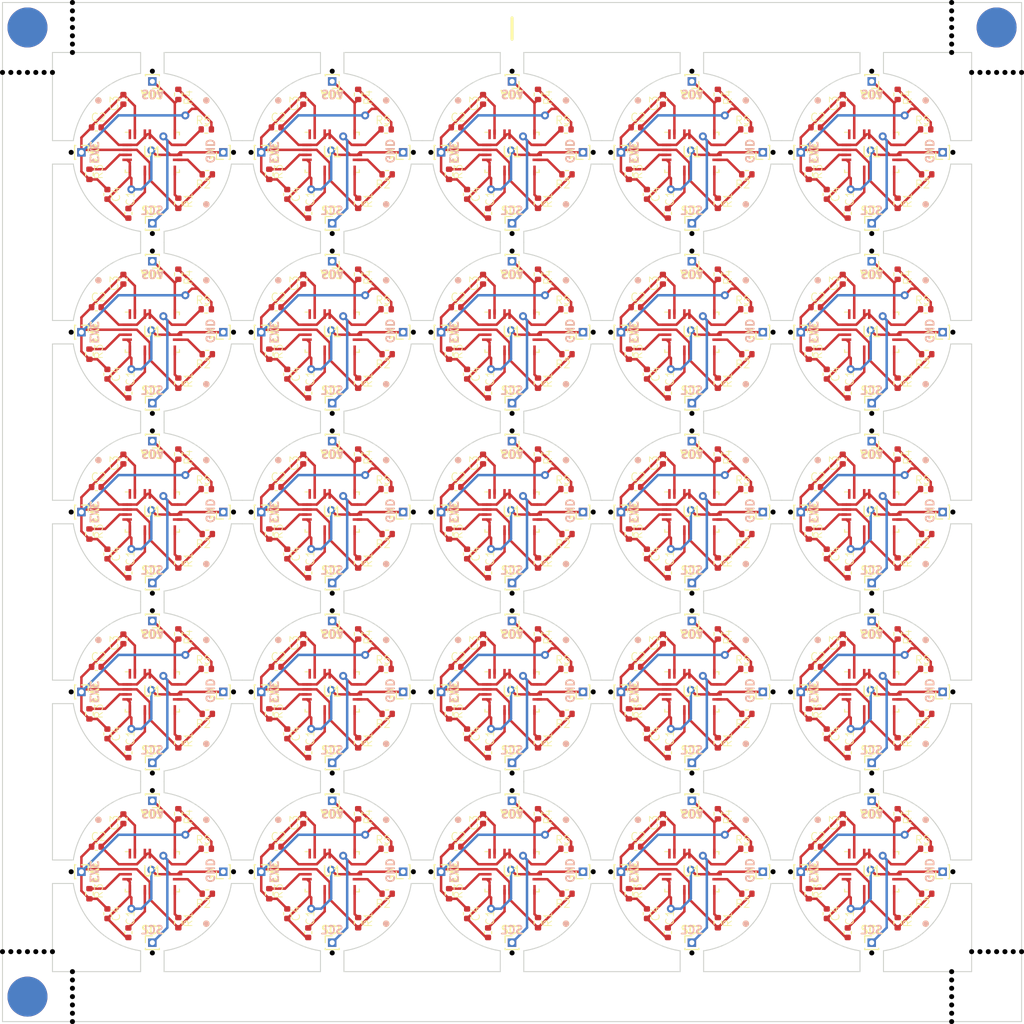
<source format=kicad_pcb>
(kicad_pcb (version 20221018) (generator pcbnew)
  (layers (0 "F.Cu" signal) (31 "B.Cu" signal) (34 "B.Paste" user) (35 "F.Paste" user) (36 "B.SilkS" user "B.Silkscreen") (37 "F.SilkS" user "F.Silkscreen") (38 "B.Mask" user) (39 "F.Mask" user) (44 "Edge.Cuts" user))
  (net 0 "")
  (net 1 "Board_0-+3.3V")
  (net 2 "Board_0-GND")
  (net 3 "Board_0-Net-(J1-Pin_1)")
  (net 4 "Board_0-Net-(J2-Pin_1)")
  (net 5 "Board_0-Net-(U1-BOOTN)")
  (net 6 "Board_0-Net-(U1-CAP)")
  (net 7 "Board_0-Net-(U1-ENV_SCL)")
  (net 8 "Board_0-Net-(U1-ENV_SDA)")
  (net 9 "Board_0-unconnected-(U1-RESV_NC-Pad1)")
  (net 10 "Board_1-+3.3V")
  (net 11 "Board_1-GND")
  (net 12 "Board_1-Net-(J1-Pin_1)")
  (net 13 "Board_1-Net-(J2-Pin_1)")
  (net 14 "Board_1-Net-(U1-BOOTN)")
  (net 15 "Board_1-Net-(U1-CAP)")
  (net 16 "Board_1-Net-(U1-ENV_SCL)")
  (net 17 "Board_1-Net-(U1-ENV_SDA)")
  (net 18 "Board_1-unconnected-(U1-RESV_NC-Pad1)")
  (net 19 "Board_2-+3.3V")
  (net 20 "Board_2-GND")
  (net 21 "Board_2-Net-(J1-Pin_1)")
  (net 22 "Board_2-Net-(J2-Pin_1)")
  (net 23 "Board_2-Net-(U1-BOOTN)")
  (net 24 "Board_2-Net-(U1-CAP)")
  (net 25 "Board_2-Net-(U1-ENV_SCL)")
  (net 26 "Board_2-Net-(U1-ENV_SDA)")
  (net 27 "Board_2-unconnected-(U1-RESV_NC-Pad1)")
  (net 28 "Board_3-+3.3V")
  (net 29 "Board_3-GND")
  (net 30 "Board_3-Net-(J1-Pin_1)")
  (net 31 "Board_3-Net-(J2-Pin_1)")
  (net 32 "Board_3-Net-(U1-BOOTN)")
  (net 33 "Board_3-Net-(U1-CAP)")
  (net 34 "Board_3-Net-(U1-ENV_SCL)")
  (net 35 "Board_3-Net-(U1-ENV_SDA)")
  (net 36 "Board_3-unconnected-(U1-RESV_NC-Pad1)")
  (net 37 "Board_4-+3.3V")
  (net 38 "Board_4-GND")
  (net 39 "Board_4-Net-(J1-Pin_1)")
  (net 40 "Board_4-Net-(J2-Pin_1)")
  (net 41 "Board_4-Net-(U1-BOOTN)")
  (net 42 "Board_4-Net-(U1-CAP)")
  (net 43 "Board_4-Net-(U1-ENV_SCL)")
  (net 44 "Board_4-Net-(U1-ENV_SDA)")
  (net 45 "Board_4-unconnected-(U1-RESV_NC-Pad1)")
  (net 46 "Board_5-+3.3V")
  (net 47 "Board_5-GND")
  (net 48 "Board_5-Net-(J1-Pin_1)")
  (net 49 "Board_5-Net-(J2-Pin_1)")
  (net 50 "Board_5-Net-(U1-BOOTN)")
  (net 51 "Board_5-Net-(U1-CAP)")
  (net 52 "Board_5-Net-(U1-ENV_SCL)")
  (net 53 "Board_5-Net-(U1-ENV_SDA)")
  (net 54 "Board_5-unconnected-(U1-RESV_NC-Pad1)")
  (net 55 "Board_6-+3.3V")
  (net 56 "Board_6-GND")
  (net 57 "Board_6-Net-(J1-Pin_1)")
  (net 58 "Board_6-Net-(J2-Pin_1)")
  (net 59 "Board_6-Net-(U1-BOOTN)")
  (net 60 "Board_6-Net-(U1-CAP)")
  (net 61 "Board_6-Net-(U1-ENV_SCL)")
  (net 62 "Board_6-Net-(U1-ENV_SDA)")
  (net 63 "Board_6-unconnected-(U1-RESV_NC-Pad1)")
  (net 64 "Board_7-+3.3V")
  (net 65 "Board_7-GND")
  (net 66 "Board_7-Net-(J1-Pin_1)")
  (net 67 "Board_7-Net-(J2-Pin_1)")
  (net 68 "Board_7-Net-(U1-BOOTN)")
  (net 69 "Board_7-Net-(U1-CAP)")
  (net 70 "Board_7-Net-(U1-ENV_SCL)")
  (net 71 "Board_7-Net-(U1-ENV_SDA)")
  (net 72 "Board_7-unconnected-(U1-RESV_NC-Pad1)")
  (net 73 "Board_8-+3.3V")
  (net 74 "Board_8-GND")
  (net 75 "Board_8-Net-(J1-Pin_1)")
  (net 76 "Board_8-Net-(J2-Pin_1)")
  (net 77 "Board_8-Net-(U1-BOOTN)")
  (net 78 "Board_8-Net-(U1-CAP)")
  (net 79 "Board_8-Net-(U1-ENV_SCL)")
  (net 80 "Board_8-Net-(U1-ENV_SDA)")
  (net 81 "Board_8-unconnected-(U1-RESV_NC-Pad1)")
  (net 82 "Board_9-+3.3V")
  (net 83 "Board_9-GND")
  (net 84 "Board_9-Net-(J1-Pin_1)")
  (net 85 "Board_9-Net-(J2-Pin_1)")
  (net 86 "Board_9-Net-(U1-BOOTN)")
  (net 87 "Board_9-Net-(U1-CAP)")
  (net 88 "Board_9-Net-(U1-ENV_SCL)")
  (net 89 "Board_9-Net-(U1-ENV_SDA)")
  (net 90 "Board_9-unconnected-(U1-RESV_NC-Pad1)")
  (net 91 "Board_10-+3.3V")
  (net 92 "Board_10-GND")
  (net 93 "Board_10-Net-(J1-Pin_1)")
  (net 94 "Board_10-Net-(J2-Pin_1)")
  (net 95 "Board_10-Net-(U1-BOOTN)")
  (net 96 "Board_10-Net-(U1-CAP)")
  (net 97 "Board_10-Net-(U1-ENV_SCL)")
  (net 98 "Board_10-Net-(U1-ENV_SDA)")
  (net 99 "Board_10-unconnected-(U1-RESV_NC-Pad1)")
  (net 100 "Board_11-+3.3V")
  (net 101 "Board_11-GND")
  (net 102 "Board_11-Net-(J1-Pin_1)")
  (net 103 "Board_11-Net-(J2-Pin_1)")
  (net 104 "Board_11-Net-(U1-BOOTN)")
  (net 105 "Board_11-Net-(U1-CAP)")
  (net 106 "Board_11-Net-(U1-ENV_SCL)")
  (net 107 "Board_11-Net-(U1-ENV_SDA)")
  (net 108 "Board_11-unconnected-(U1-RESV_NC-Pad1)")
  (net 109 "Board_12-+3.3V")
  (net 110 "Board_12-GND")
  (net 111 "Board_12-Net-(J1-Pin_1)")
  (net 112 "Board_12-Net-(J2-Pin_1)")
  (net 113 "Board_12-Net-(U1-BOOTN)")
  (net 114 "Board_12-Net-(U1-CAP)")
  (net 115 "Board_12-Net-(U1-ENV_SCL)")
  (net 116 "Board_12-Net-(U1-ENV_SDA)")
  (net 117 "Board_12-unconnected-(U1-RESV_NC-Pad1)")
  (net 118 "Board_13-+3.3V")
  (net 119 "Board_13-GND")
  (net 120 "Board_13-Net-(J1-Pin_1)")
  (net 121 "Board_13-Net-(J2-Pin_1)")
  (net 122 "Board_13-Net-(U1-BOOTN)")
  (net 123 "Board_13-Net-(U1-CAP)")
  (net 124 "Board_13-Net-(U1-ENV_SCL)")
  (net 125 "Board_13-Net-(U1-ENV_SDA)")
  (net 126 "Board_13-unconnected-(U1-RESV_NC-Pad1)")
  (net 127 "Board_14-+3.3V")
  (net 128 "Board_14-GND")
  (net 129 "Board_14-Net-(J1-Pin_1)")
  (net 130 "Board_14-Net-(J2-Pin_1)")
  (net 131 "Board_14-Net-(U1-BOOTN)")
  (net 132 "Board_14-Net-(U1-CAP)")
  (net 133 "Board_14-Net-(U1-ENV_SCL)")
  (net 134 "Board_14-Net-(U1-ENV_SDA)")
  (net 135 "Board_14-unconnected-(U1-RESV_NC-Pad1)")
  (net 136 "Board_15-+3.3V")
  (net 137 "Board_15-GND")
  (net 138 "Board_15-Net-(J1-Pin_1)")
  (net 139 "Board_15-Net-(J2-Pin_1)")
  (net 140 "Board_15-Net-(U1-BOOTN)")
  (net 141 "Board_15-Net-(U1-CAP)")
  (net 142 "Board_15-Net-(U1-ENV_SCL)")
  (net 143 "Board_15-Net-(U1-ENV_SDA)")
  (net 144 "Board_15-unconnected-(U1-RESV_NC-Pad1)")
  (net 145 "Board_16-+3.3V")
  (net 146 "Board_16-GND")
  (net 147 "Board_16-Net-(J1-Pin_1)")
  (net 148 "Board_16-Net-(J2-Pin_1)")
  (net 149 "Board_16-Net-(U1-BOOTN)")
  (net 150 "Board_16-Net-(U1-CAP)")
  (net 151 "Board_16-Net-(U1-ENV_SCL)")
  (net 152 "Board_16-Net-(U1-ENV_SDA)")
  (net 153 "Board_16-unconnected-(U1-RESV_NC-Pad1)")
  (net 154 "Board_17-+3.3V")
  (net 155 "Board_17-GND")
  (net 156 "Board_17-Net-(J1-Pin_1)")
  (net 157 "Board_17-Net-(J2-Pin_1)")
  (net 158 "Board_17-Net-(U1-BOOTN)")
  (net 159 "Board_17-Net-(U1-CAP)")
  (net 160 "Board_17-Net-(U1-ENV_SCL)")
  (net 161 "Board_17-Net-(U1-ENV_SDA)")
  (net 162 "Board_17-unconnected-(U1-RESV_NC-Pad1)")
  (net 163 "Board_18-+3.3V")
  (net 164 "Board_18-GND")
  (net 165 "Board_18-Net-(J1-Pin_1)")
  (net 166 "Board_18-Net-(J2-Pin_1)")
  (net 167 "Board_18-Net-(U1-BOOTN)")
  (net 168 "Board_18-Net-(U1-CAP)")
  (net 169 "Board_18-Net-(U1-ENV_SCL)")
  (net 170 "Board_18-Net-(U1-ENV_SDA)")
  (net 171 "Board_18-unconnected-(U1-RESV_NC-Pad1)")
  (net 172 "Board_19-+3.3V")
  (net 173 "Board_19-GND")
  (net 174 "Board_19-Net-(J1-Pin_1)")
  (net 175 "Board_19-Net-(J2-Pin_1)")
  (net 176 "Board_19-Net-(U1-BOOTN)")
  (net 177 "Board_19-Net-(U1-CAP)")
  (net 178 "Board_19-Net-(U1-ENV_SCL)")
  (net 179 "Board_19-Net-(U1-ENV_SDA)")
  (net 180 "Board_19-unconnected-(U1-RESV_NC-Pad1)")
  (net 181 "Board_20-+3.3V")
  (net 182 "Board_20-GND")
  (net 183 "Board_20-Net-(J1-Pin_1)")
  (net 184 "Board_20-Net-(J2-Pin_1)")
  (net 185 "Board_20-Net-(U1-BOOTN)")
  (net 186 "Board_20-Net-(U1-CAP)")
  (net 187 "Board_20-Net-(U1-ENV_SCL)")
  (net 188 "Board_20-Net-(U1-ENV_SDA)")
  (net 189 "Board_20-unconnected-(U1-RESV_NC-Pad1)")
  (net 190 "Board_21-+3.3V")
  (net 191 "Board_21-GND")
  (net 192 "Board_21-Net-(J1-Pin_1)")
  (net 193 "Board_21-Net-(J2-Pin_1)")
  (net 194 "Board_21-Net-(U1-BOOTN)")
  (net 195 "Board_21-Net-(U1-CAP)")
  (net 196 "Board_21-Net-(U1-ENV_SCL)")
  (net 197 "Board_21-Net-(U1-ENV_SDA)")
  (net 198 "Board_21-unconnected-(U1-RESV_NC-Pad1)")
  (net 199 "Board_22-+3.3V")
  (net 200 "Board_22-GND")
  (net 201 "Board_22-Net-(J1-Pin_1)")
  (net 202 "Board_22-Net-(J2-Pin_1)")
  (net 203 "Board_22-Net-(U1-BOOTN)")
  (net 204 "Board_22-Net-(U1-CAP)")
  (net 205 "Board_22-Net-(U1-ENV_SCL)")
  (net 206 "Board_22-Net-(U1-ENV_SDA)")
  (net 207 "Board_22-unconnected-(U1-RESV_NC-Pad1)")
  (net 208 "Board_23-+3.3V")
  (net 209 "Board_23-GND")
  (net 210 "Board_23-Net-(J1-Pin_1)")
  (net 211 "Board_23-Net-(J2-Pin_1)")
  (net 212 "Board_23-Net-(U1-BOOTN)")
  (net 213 "Board_23-Net-(U1-CAP)")
  (net 214 "Board_23-Net-(U1-ENV_SCL)")
  (net 215 "Board_23-Net-(U1-ENV_SDA)")
  (net 216 "Board_23-unconnected-(U1-RESV_NC-Pad1)")
  (net 217 "Board_24-+3.3V")
  (net 218 "Board_24-GND")
  (net 219 "Board_24-Net-(J1-Pin_1)")
  (net 220 "Board_24-Net-(J2-Pin_1)")
  (net 221 "Board_24-Net-(U1-BOOTN)")
  (net 222 "Board_24-Net-(U1-CAP)")
  (net 223 "Board_24-Net-(U1-ENV_SCL)")
  (net 224 "Board_24-Net-(U1-ENV_SDA)")
  (net 225 "Board_24-unconnected-(U1-RESV_NC-Pad1)")
  (footprint "NPTH" (layer "F.Cu") (at 138.623661 88.999386)
    (fp_text reference "REF**" hide)
    (fp_text value "NPTH" hide)
  )
  (footprint "NPTH" (layer "F.Cu") (at 130.501544 79.122489)
    (fp_text reference "REF**" hide)
    (fp_text value "NPTH" hide)
  )
  (footprint "Capacitor_SMD:C_0402_1005Metric" (layer "F.Cu") (at 179.998776 111.199388 90)
    (fp_text reference "C4")
    (fp_text value "100nF")
  )
  (footprint "Resistor_SMD:R_0402_1005Metric" (layer "F.Cu") (at 171.898776 104.699388)
    (fp_text reference "R5")
    (fp_text value "2.2k")
  )
  (footprint "Capacitor_SMD:C_0402_1005Metric" (layer "F.Cu") (at 110.098776 41.099388 90)
    (fp_text reference "C1")
    (fp_text value "100nF")
  )
  (footprint "Connector_PinHeader_1.00mm:PinHeader_1x01_P1.00mm_Vertical" (layer "F.Cu") (at 148.498776 96.099388)
    (fp_text reference "J2" hide)
    (fp_text value "PIN_SCL")
  )
  (footprint "Capacitor_SMD:C_0402_1005Metric" (layer "F.Cu") (at 160.898776 86.499388)
    (fp_text reference "C2")
    (fp_text value "10nF")
  )
  (footprint "Connector_PinHeader_1.00mm:PinHeader_1x01_P1.00mm_Vertical" (layer "F.Cu") (at 123.398776 34.999388 -90)
    (fp_text reference "J3" hide)
    (fp_text value "PIN_3V3")
  )
  (footprint "Resistor_SMD:R_0402_1005Metric" (layer "F.Cu") (at 106.198776 109.199388 -90)
    (fp_text reference "R3")
    (fp_text value "10k")
  )
  (footprint "Resistor_SMD:R_0402_1005Metric" (layer "F.Cu") (at 115.098776 47.199388 -90)
    (fp_text reference "R4")
    (fp_text value "2.2k")
  )
  (footprint "Resistor_SMD:R_0402_1005Metric" (layer "F.Cu") (at 189.998776 37.199388)
    (fp_text reference "R2")
    (fp_text value "2.2k")
  )
  (footprint "Connector_PinHeader_1.00mm:PinHeader_1x01_P1.00mm_Vertical" (layer "F.Cu") (at 177.398776 106.999388 -90)
    (fp_text reference "J3" hide)
    (fp_text value "PIN_3V3")
  )
  (footprint "NPTH" (layer "F.Cu") (at 192.498775 121.998776)
    (fp_text reference "REF**" hide)
    (fp_text value "NPTH" hide)
  )
  (footprint "NPTH" (layer "F.Cu") (at 192.498775 116.998776)
    (fp_text reference "REF**" hide)
    (fp_text value "NPTH" hide)
  )
  (footprint "Package_LGA:LGA-28_5.2x3.8mm_P0.5mm" (layer "F.Cu") (at 184.498776 106.999388)
    (fp_text reference "U1")
    (fp_text value "~")
  )
  (footprint "Capacitor_SMD:C_0402_1005Metric" (layer "F.Cu") (at 110.098776 77.099388 90)
    (fp_text reference "C1")
    (fp_text value "100nF")
  )
  (footprint "Resistor_SMD:R_0402_1005Metric" (layer "F.Cu") (at 189.998776 73.199388)
    (fp_text reference "R2")
    (fp_text value "2.2k")
  )
  (footprint "Resistor_SMD:R_0402_1005Metric" (layer "F.Cu") (at 153.898776 68.699388)
    (fp_text reference "R5")
    (fp_text value "2.2k")
  )
  (footprint "Resistor_SMD:R_0402_1005Metric" (layer "F.Cu") (at 151.098776 76.099388 90)
    (fp_text reference "R1")
    (fp_text value "2.2k")
  )
  (footprint "Connector_PinHeader_1.00mm:PinHeader_1x01_P1.00mm_Vertical" (layer "F.Cu") (at 148.498776 45.899388 180)
    (fp_text reference "J1" hide)
    (fp_text value "PIN_SDA")
  )
  (footprint "NPTH" (layer "F.Cu") (at 192.498775 21.666667)
    (fp_text reference "REF**" hide)
    (fp_text value "NPTH" hide)
  )
  (footprint "Resistor_SMD:R_0402_1005Metric" (layer "F.Cu") (at 151.098776 40.099388 90)
    (fp_text reference "R1")
    (fp_text value "2.2k")
  )
  (footprint "Capacitor_SMD:C_0402_1005Metric" (layer "F.Cu") (at 182.098776 95.099388 90)
    (fp_text reference "C1")
    (fp_text value "100nF")
  )
  (footprint "Resistor_SMD:R_0402_1005Metric" (layer "F.Cu") (at 142.198776 73.199388 -90)
    (fp_text reference "R3")
    (fp_text value "10k")
  )
  (footprint "Connector_PinHeader_1.00mm:PinHeader_1x01_P1.00mm_Vertical" (layer "F.Cu") (at 119.598776 106.999388 90)
    (fp_text reference "J4" hide)
    (fp_text value "PIN_GND")
  )
  (footprint "Connector_PinHeader_1.00mm:PinHeader_1x01_P1.00mm_Vertical" (layer "F.Cu") (at 137.598776 88.999388 90)
    (fp_text reference "J4" hide)
    (fp_text value "PIN_GND")
  )
  (footprint "Resistor_SMD:R_0402_1005Metric" (layer "F.Cu") (at 178.198776 109.199388 -90)
    (fp_text reference "R3")
    (fp_text value "10k")
  )
  (footprint "Connector_PinHeader_1.00mm:PinHeader_1x01_P1.00mm_Vertical" (layer "F.Cu") (at 112.498776 78.099388)
    (fp_text reference "J2" hide)
    (fp_text value "PIN_SCL")
  )
  (footprint "Package_LGA:LGA-28_5.2x3.8mm_P0.5mm" (layer "F.Cu") (at 148.498776 52.999388)
    (fp_text reference "U1")
    (fp_text value "~")
  )
  (footprint "NPTH" (layer "F.Cu") (at 158.376298 34.999388)
    (fp_text reference "REF**" hide)
    (fp_text value "NPTH" hide)
  )
  (footprint "Package_LGA:LGA-28_5.2x3.8mm_P0.5mm" (layer "F.Cu") (at 184.498776 70.999388)
    (fp_text reference "U1")
    (fp_text value "~")
  )
  (footprint "NPTH" (layer "F.Cu") (at 196.165442 27)
    (fp_text reference "REF**" hide)
    (fp_text value "NPTH" hide)
  )
  (footprint "Capacitor_SMD:C_0402_1005Metric" (layer "F.Cu") (at 182.098776 113.099388 90)
    (fp_text reference "C1")
    (fp_text value "100nF")
  )
  (footprint "Capacitor_SMD:C_0402_1005Metric" (layer "F.Cu") (at 163.598776 47.699388 90)
    (fp_text reference "C3")
    (fp_text value "100nF")
  )
  (footprint "Capacitor_SMD:C_0402_1005Metric" (layer "F.Cu") (at 127.598776 83.699388 90)
    (fp_text reference "C3")
    (fp_text value "100nF")
  )
  (footprint "Resistor_SMD:R_0402_1005Metric" (layer "F.Cu") (at 151.098776 47.199388 -90)
    (fp_text reference "R4")
    (fp_text value "2.2k")
  )
  (footprint "Capacitor_SMD:C_0402_1005Metric" (layer "F.Cu") (at 164.098776 95.099388 90)
    (fp_text reference "C1")
    (fp_text value "100nF")
  )
  (footprint "Connector_PinHeader_1.00mm:PinHeader_1x01_P1.00mm_Vertical" (layer "F.Cu") (at 184.498776 81.899388 180)
    (fp_text reference "J1" hide)
    (fp_text value "PIN_SDA")
  )
  (footprint "NPTH" (layer "F.Cu") (at 176.376298 88.999387)
    (fp_text reference "REF**" hide)
    (fp_text value "NPTH" hide)
  )
  (footprint "Resistor_SMD:R_0402_1005Metric" (layer "F.Cu") (at 133.098776 65.199388 -90)
    (fp_text reference "R4")
    (fp_text value "2.2k")
  )
  (footprint "Resistor_SMD:R_0402_1005Metric" (layer "F.Cu") (at 171.998776 109.199388)
    (fp_text reference "R2")
    (fp_text value "2.2k")
  )
  (footprint "Connector_PinHeader_1.00mm:PinHeader_1x01_P1.00mm_Vertical" (layer "F.Cu") (at 166.498776 114.099388)
    (fp_text reference "J2" hide)
    (fp_text value "PIN_SCL")
  )
  (footprint "NPTH" (layer "F.Cu") (at 130.501544 115.122527)
    (fp_text reference "REF**" hide)
    (fp_text value "NPTH" hide)
  )
  (footprint "NPTH" (layer "F.Cu") (at 112.501544 98.876286)
    (fp_text reference "REF**" hide)
    (fp_text value "NPTH" hide)
  )
  (footprint "NPTH" (layer "F.Cu") (at 120.623661 70.999386)
    (fp_text reference "REF**" hide)
    (fp_text value "NPTH" hide)
  )
  (footprint "Resistor_SMD:R_0402_1005Metric" (layer "F.Cu") (at 169.098776 29.199388 -90)
    (fp_text reference "R4")
    (fp_text value "2.2k")
  )
  (footprint "NPTH" (layer "F.Cu") (at 148.501544 80.876286)
    (fp_text reference "REF**" hide)
    (fp_text value "NPTH" hide)
  )
  (footprint "Connector_PinHeader_1.00mm:PinHeader_1x01_P1.00mm_Vertical" (layer "F.Cu") (at 119.598776 70.999388 90)
    (fp_text reference "J4" hide)
    (fp_text value "PIN_GND")
  )
  (footprint "NPTH" (layer "F.Cu") (at 148.501544 61.122489)
    (fp_text reference "REF**" hide)
    (fp_text value "NPTH" hide)
  )
  (footprint "Capacitor_SMD:C_0402_1005Metric" (layer "F.Cu") (at 124.898776 104.499388)
    (fp_text reference "C2")
    (fp_text value "10nF")
  )
  (footprint "Resistor_SMD:R_0402_1005Metric" (layer "F.Cu") (at 171.998776 37.199388)
    (fp_text reference "R2")
    (fp_text value "2.2k")
  )
  (footprint "NPTH" (layer "F.Cu") (at 158.376298 70.999387)
    (fp_text reference "REF**" hide)
    (fp_text value "NPTH" hide)
  )
  (footprint "NPTH" (layer "F.Cu") (at 97.501224 27)
    (fp_text reference "REF**" hide)
    (fp_text value "NPTH" hide)
  )
  (footprint "NPTH" (layer "F.Cu") (at 192.498775 23.333334)
    (fp_text reference "REF**" hide)
    (fp_text value "NPTH" hide)
  )
  (footprint "Capacitor_SMD:C_0402_1005Metric" (layer "F.Cu") (at 128.098776 59.099388 90)
    (fp_text reference "C1")
    (fp_text value "100nF")
  )
  (footprint "Capacitor_SMD:C_0402_1005Metric" (layer "F.Cu") (at 178.898776 50.499388)
    (fp_text reference "C2")
    (fp_text value "10nF")
  )
  (footprint "Connector_PinHeader_1.00mm:PinHeader_1x01_P1.00mm_Vertical" (layer "F.Cu") (at 148.498776 27.899388 180)
    (fp_text reference "J1" hide)
    (fp_text value "PIN_SDA")
  )
  (footprint "Capacitor_SMD:C_0402_1005Metric" (layer "F.Cu") (at 164.098776 113.099388 90)
    (fp_text reference "C1")
    (fp_text value "100nF")
  )
  (footprint "Resistor_SMD:R_0402_1005Metric" (layer "F.Cu") (at 153.998776 55.199388)
    (fp_text reference "R2")
    (fp_text value "2.2k")
  )
  (footprint "Resistor_SMD:R_0402_1005Metric" (layer "F.Cu") (at 151.098776 65.199388 -90)
    (fp_text reference "R4")
    (fp_text value "2.2k")
  )
  (footprint "Resistor_SMD:R_0402_1005Metric" (layer "F.Cu") (at 169.098776 112.099388 90)
    (fp_text reference "R1")
    (fp_text value "2.2k")
  )
  (footprint "Package_LGA:LGA-28_5.2x3.8mm_P0.5mm" (layer "F.Cu") (at 130.498776 70.999388)
    (fp_text reference "U1")
    (fp_text value "~")
  )
  (footprint "NPTH" (layer "F.Cu") (at 174.623661 88.999386)
    (fp_text reference "REF**" hide)
    (fp_text value "NPTH" hide)
  )
  (footprint "Resistor_SMD:R_0402_1005Metric" (layer "F.Cu") (at 106.198776 55.199388 -90)
    (fp_text reference "R3")
    (fp_text value "10k")
  )
  (footprint "Resistor_SMD:R_0402_1005Metric" (layer "F.Cu") (at 169.098776 101.199388 -90)
    (fp_text reference "R4")
    (fp_text value "2.2k")
  )
  (footprint "NPTH" (layer "F.Cu") (at 184.501544 97.122489)
    (fp_text reference "REF**" hide)
    (fp_text value "NPTH" hide)
  )
  (footprint "Connector_PinHeader_1.00mm:PinHeader_1x01_P1.00mm_Vertical" (layer "F.Cu") (at 130.498776 42.099388)
    (fp_text reference "J2" hide)
    (fp_text value "PIN_SCL")
  )
  (footprint "Connector_PinHeader_1.00mm:PinHeader_1x01_P1.00mm_Vertical" (layer "F.Cu") (at 112.498776 63.899388 180)
    (fp_text reference "J1" hide)
    (fp_text value "PIN_SDA")
  )
  (footprint "NPTH" (layer "F.Cu") (at 104.501224 23.333334)
    (fp_text reference "REF**" hide)
    (fp_text value "NPTH" hide)
  )
  (footprint "NPTH" (layer "F.Cu") (at 120.623661 88.999386)
    (fp_text reference "REF**" hide)
    (fp_text value "NPTH" hide)
  )
  (footprint "NPTH" (layer "F.Cu") (at 100.834558 114.998775)
    (fp_text reference "REF**" hide)
    (fp_text value "NPTH" hide)
  )
  (footprint "NPTH" (layer "F.Cu") (at 122.376223 52.999387)
    (fp_text reference "REF**" hide)
    (fp_text value "NPTH" hide)
  )
  (footprint "NPTH" (layer "F.Cu") (at 100.001224 27)
    (fp_text reference "REF**" hide)
    (fp_text value "NPTH" hide)
  )
  (footprint "NPTH" (layer "F.Cu") (at 140.376223 88.999387)
    (fp_text reference "REF**" hide)
    (fp_text value "NPTH" hide)
  )
  (footprint "NPTH" (layer "F.Cu") (at 104.376299 34.999388)
    (fp_text reference "REF**" hide)
    (fp_text value "NPTH" hide)
  )
  (footprint "Capacitor_SMD:C_0402_1005Metric" (layer "F.Cu") (at 107.998776 39.199388 90)
    (fp_text reference "C4")
    (fp_text value "100nF")
  )
  (footprint "Connector_PinHeader_1.00mm:PinHeader_1x01_P1.00mm_Vertical" (layer "F.Cu") (at 105.398776 88.999388 -90)
    (fp_text reference "J3" hide)
    (fp_text value "PIN_3V3")
  )
  (footprint "NPTH" (layer "F.Cu") (at 101.667891 27)
    (fp_text reference "REF**" hide)
    (fp_text value "NPTH" hide)
  )
  (footprint "NPTH" (layer "F.Cu") (at 104.501224 25)
    (fp_text reference "REF**" hide)
    (fp_text value "NPTH" hide)
  )
  (footprint "Connector_PinHeader_1.00mm:PinHeader_1x01_P1.00mm_Vertical" (layer "F.Cu") (at 166.498776 60.099388)
    (fp_text reference "J2" hide)
    (fp_text value "PIN_SCL")
  )
  (footprint "Connector_PinHeader_1.00mm:PinHeader_1x01_P1.00mm_Vertical" (layer "F.Cu") (at 112.498776 45.899388 180)
    (fp_text reference "J1" hide)
    (fp_text value "PIN_SDA")
  )
  (footprint "Package_LGA:LGA-28_5.2x3.8mm_P0.5mm" (layer "F.Cu") (at 130.498776 106.999388)
    (fp_text reference "U1")
    (fp_text value "~")
  )
  (footprint "Capacitor_SMD:C_0402_1005Metric" (layer "F.Cu") (at 143.998776 93.199388 90)
    (fp_text reference "C4")
    (fp_text value "100nF")
  )
  (footprint "NPTH" (layer "F.Cu") (at 102.501224 114.998775)
    (fp_text reference "REF**" hide)
    (fp_text value "NPTH" hide)
  )
  (footprint "Connector_PinHeader_1.00mm:PinHeader_1x01_P1.00mm_Vertical" (layer "F.Cu") (at 184.498776 99.899388 180)
    (fp_text reference "J1" hide)
    (fp_text value "PIN_SDA")
  )
  (footprint "NPTH" (layer "F.Cu") (at 195.332109 27)
    (fp_text reference "REF**" hide)
    (fp_text value "NPTH" hide)
  )
  (footprint "Capacitor_SMD:C_0402_1005Metric" (layer "F.Cu") (at 142.898776 86.499388)
    (fp_text reference "C2")
    (fp_text value "10nF")
  )
  (footprint "NPTH" (layer "F.Cu") (at 194.498776 27)
    (fp_text reference "REF**" hide)
    (fp_text value "NPTH" hide)
  )
  (footprint "Resistor_SMD:R_0402_1005Metric" (layer "F.Cu") (at 135.998776 37.199388)
    (fp_text reference "R2")
    (fp_text value "2.2k")
  )
  (footprint "Connector_PinHeader_1.00mm:PinHeader_1x01_P1.00mm_Vertical" (layer "F.Cu") (at 148.498776 60.099388)
    (fp_text reference "J2" hide)
    (fp_text value "PIN_SCL")
  )
  (footprint "Resistor_SMD:R_0402_1005Metric" (layer "F.Cu") (at 160.198776 55.199388 -90)
    (fp_text reference "R3")
    (fp_text value "10k")
  )
  (footprint "Connector_PinHeader_1.00mm:PinHeader_1x01_P1.00mm_Vertical" (layer "F.Cu") (at 191.598776 88.999388 90)
    (fp_text reference "J4" hide)
    (fp_text value "PIN_GND")
  )
  (footprint "Resistor_SMD:R_0402_1005Metric" (layer "F.Cu") (at 117.998776 73.199388)
    (fp_text reference "R2")
    (fp_text value "2.2k")
  )
  (footprint "Resistor_SMD:R_0402_1005Metric" (layer "F.Cu") (at 151.098776 112.099388 90)
    (fp_text reference "R1")
    (fp_text value "2.2k")
  )
  (footprint "Package_LGA:LGA-28_5.2x3.8mm_P0.5mm" (layer "F.Cu") (at 130.498776 52.999388)
    (fp_text reference "U1")
    (fp_text value "~")
  )
  (footprint "Resistor_SMD:R_0402_1005Metric" (layer "F.Cu") (at 171.898776 32.699388)
    (fp_text reference "R5")
    (fp_text value "2.2k")
  )
  (footprint "Connector_PinHeader_1.00mm:PinHeader_1x01_P1.00mm_Vertical" (layer "F.Cu") (at 141.398776 52.999388 -90)
    (fp_text reference "J3" hide)
    (fp_text value "PIN_3V3")
  )
  (footprint "Resistor_SMD:R_0402_1005Metric" (layer "F.Cu") (at 187.098776 47.199388 -90)
    (fp_text reference "R4")
    (fp_text value "2.2k")
  )
  (footprint "NPTH" (layer "F.Cu") (at 197.832109 114.998775)
    (fp_text reference "REF**" hide)
    (fp_text value "NPTH" hide)
  )
  (footprint "NPTH" (layer "F.Cu") (at 138.623661 106.999386)
    (fp_text reference "REF**" hide)
    (fp_text value "NPTH" hide)
  )
  (footprint "Package_LGA:LGA-28_5.2x3.8mm_P0.5mm" (layer "F.Cu") (at 184.498776 52.999388)
    (fp_text reference "U1")
    (fp_text value "~")
  )
  (footprint "Resistor_SMD:R_0402_1005Metric" (layer "F.Cu") (at 133.098776 83.199388 -90)
    (fp_text reference "R4")
    (fp_text value "2.2k")
  )
  (footprint "NPTH" (layer "F.Cu") (at 130.501544 43.122527)
    (fp_text reference "REF**" hide)
    (fp_text value "NPTH" hide)
  )
  (footprint "NPTH" (layer "F.Cu") (at 104.501224 120.332109)
    (fp_text reference "REF**" hide)
    (fp_text value "NPTH" hide)
  )
  (footprint "Connector_PinHeader_1.00mm:PinHeader_1x01_P1.00mm_Vertical" (layer "F.Cu") (at 105.398776 70.999388 -90)
    (fp_text reference "J3" hide)
    (fp_text value "PIN_3V3")
  )
  (footprint "NPTH" (layer "F.Cu") (at 140.376223 106.999387)
    (fp_text reference "REF**" hide)
    (fp_text value "NPTH" hide)
  )
  (footprint "Capacitor_SMD:C_0402_1005Metric" (layer "F.Cu") (at 181.598776 65.699388 90)
    (fp_text reference "C3")
    (fp_text value "100nF")
  )
  (footprint "NPTH" (layer "F.Cu") (at 194.498776 114.998775)
    (fp_text reference "REF**" hide)
    (fp_text value "NPTH" hide)
  )
  (footprint "Connector_PinHeader_1.00mm:PinHeader_1x01_P1.00mm_Vertical" (layer "F.Cu") (at 148.498776 114.099388)
    (fp_text reference "J2" hide)
    (fp_text value "PIN_SCL")
  )
  (footprint "Connector_PinHeader_1.00mm:PinHeader_1x01_P1.00mm_Vertical" (layer "F.Cu") (at 141.398776 106.999388 -90)
    (fp_text reference "J3" hide)
    (fp_text value "PIN_3V3")
  )
  (footprint "Connector_PinHeader_1.00mm:PinHeader_1x01_P1.00mm_Vertical" (layer "F.Cu") (at 137.598776 34.999388 90)
    (fp_text reference "J4" hide)
    (fp_text value "PIN_GND")
  )
  (footprint "Capacitor_SMD:C_0402_1005Metric" (layer "F.Cu") (at 142.898776 104.499388)
    (fp_text reference "C2")
    (fp_text value "10nF")
  )
  (footprint "Package_LGA:LGA-28_5.2x3.8mm_P0.5mm" (layer "F.Cu") (at 112.498776 106.999388)
    (fp_text reference "U1")
    (fp_text value "~")
  )
  (footprint "Capacitor_SMD:C_0402_1005Metric" (layer "F.Cu") (at 109.598776 83.699388 90)
    (fp_text reference "C3")
    (fp_text value "100nF")
  )
  (footprint "Capacitor_SMD:C_0402_1005Metric" (layer "F.Cu") (at 124.898776 50.499388)
    (fp_text reference "C2")
    (fp_text value "10nF")
  )
  (footprint "Connector_PinHeader_1.00mm:PinHeader_1x01_P1.00mm_Vertical" (layer "F.Cu") (at 141.398776 70.999388 -90)
    (fp_text reference "J3" hide)
    (fp_text value "PIN_3V3")
  )
  (footprint "Resistor_SMD:R_0402_1005Metric" (layer "F.Cu") (at 153.898776 86.699388)
    (fp_text reference "R5")
    (fp_text value "2.2k")
  )
  (footprint "Capacitor_SMD:C_0402_1005Metric" (layer "F.Cu") (at 181.598776 47.699388 90)
    (fp_text reference "C3")
    (fp_text value "100nF")
  )
  (footprint "NPTH" (layer "F.Cu") (at 148.501544 26.876287)
    (fp_text reference "REF**" hide)
    (fp_text value "NPTH" hide)
  )
  (footprint "NPTH" (layer "F.Cu") (at 130.501544 44.876286)
    (fp_text reference "REF**" hide)
    (fp_text value "NPTH" hide)
  )
  (footprint "NPTH" (layer "F.Cu") (at 148.501544 115.122527)
    (fp_text reference "REF**" hide)
    (fp_text value "NPTH" hide)
  )
  (footprint "NPTH" (layer "F.Cu") (at 192.498775 25)
    (fp_text reference "REF**" hide)
    (fp_text value "NPTH" hide)
  )
  (footprint "Resistor_SMD:R_0402_1005Metric" (layer "F.Cu") (at 151.098776 94.099388 90)
    (fp_text reference "R1")
    (fp_text value "2.2k")
  )
  (footprint "Connector_PinHeader_1.00mm:PinHeader_1x01_P1.00mm_Vertical" (layer "F.Cu") (at 119.598776 34.999388 90)
    (fp_text reference "J4" hide)
    (fp_text value "PIN_GND")
  )
  (footprint "Package_LGA:LGA-28_5.2x3.8mm_P0.5mm" (layer "F.Cu") (at 166.498776 34.999388)
    (fp_text reference "U1")
    (fp_text value "~")
  )
  (footprint "Resistor_SMD:R_0402_1005Metric" (layer "F.Cu") (at 189.998776 109.199388)
    (fp_text reference "R2")
    (fp_text value "2.2k")
  )
  (footprint "NPTH" (layer "F.Cu") (at 184.501544 44.876286)
    (fp_text reference "REF**" hide)
    (fp_text value "NPTH" hide)
  )
  (footprint "Package_LGA:LGA-28_5.2x3.8mm_P0.5mm" (layer "F.Cu") (at 166.498776 106.999388)
    (fp_text reference "U1")
    (fp_text value "~")
  )
  (footprint "NPTH" (layer "F.Cu") (at 192.498775 118.665442)
    (fp_text reference "REF**" hide)
    (fp_text value "NPTH" hide)
  )
  (footprint "Capacitor_SMD:C_0402_1005Metric" (layer "F.Cu") (at 163.598776 29.699388 90)
    (fp_text reference "C3")
    (fp_text value "100nF")
  )
  (footprint "Connector_PinHeader_1.00mm:PinHeader_1x01_P1.00mm_Vertical" (layer "F.Cu") (at 130.498776 81.899388 180)
    (fp_text reference "J1" hide)
    (fp_text value "PIN_SDA")
  )
  (footprint "Capacitor_SMD:C_0402_1005Metric" (layer "F.Cu") (at 106.898776 86.499388)
    (fp_text reference "C2")
    (fp_text value "10nF")
  )
  (footprint "Connector_PinHeader_1.00mm:PinHeader_1x01_P1.00mm_Vertical" (layer "F.Cu") (at 184.498776 63.899388 180)
    (fp_text reference "J1" hide)
    (fp_text value "PIN_SDA")
  )
  (footprint "Connector_PinHeader_1.00mm:PinHeader_1x01_P1.00mm_Vertical" (layer "F.Cu") (at 130.498776 114.099388)
    (fp_text reference "J2" hide)
    (fp_text value "PIN_SCL")
  )
  (footprint "NPTH" (layer "F.Cu") (at 158.376298 52.999387)
    (fp_text reference "REF**" hide)
    (fp_text value "NPTH" hide)
  )
  (footprint "NPTH" (layer "F.Cu") (at 166.501544 62.876286)
    (fp_text reference "REF**" hide)
    (fp_text value "NPTH" hide)
  )
  (footprint "Resistor_SMD:R_0402_1005Metric" (layer "F.Cu") (at 189.898776 50.699388)
    (fp_text reference "R5")
    (fp_text value "2.2k")
  )
  (footprint "Capacitor_SMD:C_0402_1005Metric" (layer "F.Cu") (at 161.998776 39.199388 90)
    (fp_text reference "C4")
    (fp_text value "100nF")
  )
  (footprint "Connector_PinHeader_1.00mm:PinHeader_1x01_P1.00mm_Vertical" (layer "F.Cu") (at 173.598776 52.999388 90)
    (fp_text reference "J4" hide)
    (fp_text value "PIN_GND")
  )
  (footprint "Resistor_SMD:R_0402_1005Metric" (layer "F.Cu") (at 178.198776 91.199388 -90)
    (fp_text reference "R3")
    (fp_text value "10k")
  )
  (footprint "Resistor_SMD:R_0402_1005Metric" (layer "F.Cu") (at 187.098776 40.099388 90)
    (fp_text reference "R1")
    (fp_text value "2.2k")
  )
  (footprint "Resistor_SMD:R_0402_1005Metric" (layer "F.Cu") (at 171.998776 73.199388)
    (fp_text reference "R2")
    (fp_text value "2.2k")
  )
  (footprint "Resistor_SMD:R_0402_1005Metric" (layer "F.Cu") (at 106.198776 73.199388 -90)
    (fp_text reference "R3")
    (fp_text value "10k")
  )
  (footprint "Package_LGA:LGA-28_5.2x3.8mm_P0.5mm" (layer "F.Cu") (at 148.498776 106.999388)
    (fp_text reference "U1")
    (fp_text value "~")
  )
  (footprint "Connector_PinHeader_1.00mm:PinHeader_1x01_P1.00mm_Vertical" (layer "F.Cu") (at 159.398776 70.999388 -90)
    (fp_text reference "J3" hide)
    (fp_text value "PIN_3V3")
  )
  (footprint "Capacitor_SMD:C_0402_1005Metric" (layer "F.Cu") (at 178.898776 32.499388)
    (fp_text reference "C2")
    (fp_text value "10nF")
  )
  (footprint "Capacitor_SMD:C_0402_1005Metric" (layer "F.Cu") (at 125.998776 111.199388 90)
    (fp_text reference "C4")
    (fp_text value "100nF")
  )
  (footprint "NPTH" (layer "F.Cu") (at 100.834558 27)
    (fp_text reference "REF**" hide)
    (fp_text value "NPTH" hide)
  )
  (footprint "Capacitor_SMD:C_0402_1005Metric" (layer "F.Cu") (at 125.998776 57.199388 90)
    (fp_text reference "C4")
    (fp_text value "100nF")
  )
  (footprint "Resistor_SMD:R_0402_1005Metric" (layer "F.Cu") (at 178.198776 73.199388 -90)
    (fp_text reference "R3")
    (fp_text value "10k")
  )
  (footprint "Capacitor_SMD:C_0402_1005Metric" (layer "F.Cu") (at 124.898776 68.499388)
    (fp_text reference "C2")
    (fp_text value "10nF")
  )
  (footprint "Capacitor_SMD:C_0402_1005Metric" (layer "F.Cu") (at 107.998776 75.199388 90)
    (fp_text reference "C4")
    (fp_text value "100nF")
  )
  (footprint "NPTH" (layer "F.Cu") (at 166.501544 98.876286)
    (fp_text reference "REF**" hide)
    (fp_text value "NPTH" hide)
  )
  (footprint "Resistor_SMD:R_0402_1005Metric" (layer "F.Cu") (at 142.198776 109.199388 -90)
    (fp_text reference "R3")
    (fp_text value "10k")
  )
  (footprint "NPTH" (layer "F.Cu") (at 97.501224 114.998775)
    (fp_text reference "REF**" hide)
    (fp_text value "NPTH" hide)
  )
  (footprint "Resistor_SMD:R_0402_1005Metric" (layer "F.Cu") (at 133.098776 76.099388 90)
    (fp_text reference "R1")
    (fp_text value "2.2k")
  )
  (footprint "Capacitor_SMD:C_0402_1005Metric" (layer "F.Cu") (at 106.898776 68.499388)
    (fp_text reference "C2")
    (fp_text value "10nF")
  )
  (footprint "NPTH" (layer "F.Cu") (at 197.832109 27)
    (fp_text reference "REF**" hide)
    (fp_text value "NPTH" hide)
  )
  (footprint "Connector_PinHeader_1.00mm:PinHeader_1x01_P1.00mm_Vertical" (layer "F.Cu") (at 137.598776 106.999388 90)
    (fp_text reference "J4" hide)
    (fp_text value "PIN_GND")
  )
  (footprint "Package_LGA:LGA-28_5.2x3.8mm_P0.5mm" (layer "F.Cu") (at 112.498776 88.999388)
    (fp_text reference "U1")
    (fp_text value "~")
  )
  (footprint "Capacitor_SMD:C_0402_1005Metric" (layer "F.Cu") (at 124.898776 86.499388)
    (fp_text reference "C2")
    (fp_text value "10nF")
  )
  (footprint "Resistor_SMD:R_0402_1005Metric" (layer "F.Cu") (at 151.098776 101.199388 -90)
    (fp_text reference "R4")
    (fp_text value "2.2k")
  )
  (footprint "Connector_PinHeader_1.00mm:PinHeader_1x01_P1.00mm_Vertical" (layer "F.Cu") (at 130.498776 63.899388 180)
    (fp_text reference "J1" hide)
    (fp_text value "PIN_SDA")
  )
  (footprint "NPTH" (layer "F.Cu") (at 166.501544 43.122527)
    (fp_text reference "REF**" hide)
    (fp_text value "NPTH" hide)
  )
  (footprint "NPTH" (layer "F.Cu") (at 166.501544 61.122489)
    (fp_text reference "REF**" hide)
    (fp_text value "NPTH" hide)
  )
  (footprint "Capacitor_SMD:C_0402_1005Metric" (layer "F.Cu") (at 145.598776 101.699388 90)
    (fp_text reference "C3")
    (fp_text value "100nF")
  )
  (footprint "Capacitor_SMD:C_0402_1005Metric" (layer "F.Cu") (at 124.898776 32.499388)
    (fp_text reference "C2")
    (fp_text value "10nF")
  )
  (footprint "Capacitor_SMD:C_0402_1005Metric" (layer "F.Cu") (at 146.098776 113.099388 90)
    (fp_text reference "C1")
    (fp_text value "100nF")
  )
  (footprint "NPTH" (layer "F.Cu") (at 192.498775 24.166667)
    (fp_text reference "REF**" hide)
    (fp_text value "NPTH" hide)
  )
  (footprint "Resistor_SMD:R_0402_1005Metric" (layer "F.Cu") (at 189.898776 104.699388)
    (fp_text reference "R5")
    (fp_text value "2.2k")
  )
  (footprint "Connector_PinHeader_1.00mm:PinHeader_1x01_P1.00mm_Vertical" (layer "F.Cu") (at 184.498776 114.099388)
    (fp_text reference "J2" hide)
    (fp_text value "PIN_SCL")
  )
  (footprint "Capacitor_SMD:C_0402_1005Metric" (layer "F.Cu") (at 128.098776 95.099388 90)
    (fp_text reference "C1")
    (fp_text value "100nF")
  )
  (footprint "Connector_PinHeader_1.00mm:PinHeader_1x01_P1.00mm_Vertical" (layer "F.Cu") (at 112.498776 99.899388 180)
    (fp_text reference "J1" hide)
    (fp_text value "PIN_SDA")
  )
  (footprint "Connector_PinHeader_1.00mm:PinHeader_1x01_P1.00mm_Vertical" (layer "F.Cu") (at 184.498776 42.099388)
    (fp_text reference "J2" hide)
    (fp_text value "PIN_SCL")
  )
  (footprint "Resistor_SMD:R_0402_1005Metric" (layer "F.Cu") (at 153.898776 32.699388)
    (fp_text reference "R5")
    (fp_text value "2.2k")
  )
  (footprint "NPTH" (layer "F.Cu") (at 104.501224 121.998776)
    (fp_text reference "REF**" hide)
    (fp_text value "NPTH" hide)
  )
  (footprint "Resistor_SMD:R_0402_1005Metric" (layer "F.Cu") (at 117.898776 68.699388)
    (fp_text reference "R5")
    (fp_text value "2.2k")
  )
  (footprint "Resistor_SMD:R_0402_1005Metric" (layer "F.Cu") (at 160.198776 73.199388 -90)
    (fp_text reference "R3")
    (fp_text value "10k")
  )
  (footprint "Resistor_SMD:R_0402_1005Metric" (layer "F.Cu") (at 187.098776 101.199388 -90)
    (fp_text reference "R4")
    (fp_text value "2.2k")
  )
  (footprint "NPTH" (layer "F.Cu") (at 176.376298 106.999387)
    (fp_text reference "REF**" hide)
    (fp_text value "NPTH" hide)
  )
  (footprint "Resistor_SMD:R_0402_1005Metric" (layer "F.Cu") (at 115.098776 76.099388 90)
    (fp_text reference "R1")
    (fp_text value "2.2k")
  )
  (footprint "Fiducial" (layer "F.Cu") (at 196.998776 22.5)
    (fp_text reference "REF**" hide)
    (fp_text value "Fiducial" hide)
  )
  (footprint "Resistor_SMD:R_0402_1005Metric" (layer "F.Cu") (at 106.198776 37.199388 -90)
    (fp_text reference "R3")
    (fp_text value "10k")
  )
  (footprint "Connector_PinHeader_1.00mm:PinHeader_1x01_P1.00mm_Vertical" (layer "F.Cu") (at 166.498776 45.899388 180)
    (fp_text reference "J1" hide)
    (fp_text value "PIN_SDA")
  )
  (footprint "NPTH" (layer "F.Cu") (at 102.501224 27)
    (fp_text reference "REF**" hide)
    (fp_text value "NPTH" hide)
  )
  (footprint "Resistor_SMD:R_0402_1005Metric" (layer "F.Cu") (at 133.098776 29.199388 -90)
    (fp_text reference "R4")
    (fp_text value "2.2k")
  )
  (footprint "NPTH" (layer "F.Cu") (at 192.623661 52.999386)
    (fp_text reference "REF**" hide)
    (fp_text value "NPTH" hide)
  )
  (footprint "NPTH" (layer "F.Cu") (at 100.001224 114.998775)
    (fp_text reference "REF**" hide)
    (fp_text value "NPTH" hide)
  )
  (footprint "Connector_PinHeader_1.00mm:PinHeader_1x01_P1.00mm_Vertical" (layer "F.Cu") (at 177.398776 88.999388 -90)
    (fp_text reference "J3" hide)
    (fp_text value "PIN_3V3")
  )
  (footprint "Connector_PinHeader_1.00mm:PinHeader_1x01_P1.00mm_Vertical" (layer "F.Cu") (at 166.498776 42.099388)
    (fp_text reference "J2" hide)
    (fp_text value "PIN_SCL")
  )
  (footprint "NPTH" (layer "F.Cu") (at 192.623661 34.999387)
    (fp_text reference "REF**" hide)
    (fp_text value "NPTH" hide)
  )
  (footprint "Resistor_SMD:R_0402_1005Metric" (layer "F.Cu") (at 124.198776 73.199388 -90)
    (fp_text reference "R3")
    (fp_text value "10k")
  )
  (footprint "Resistor_SMD:R_0402_1005Metric" (layer "F.Cu") (at 142.198776 91.199388 -90)
    (fp_text reference "R3")
    (fp_text value "10k")
  )
  (footprint "NPTH" (layer "F.Cu") (at 156.623661 34.999387)
    (fp_text reference "REF**" hide)
    (fp_text value "NPTH" hide)
  )
  (footprint "Capacitor_SMD:C_0402_1005Metric" (layer "F.Cu") (at 142.898776 32.499388)
    (fp_text reference "C2")
    (fp_text value "10nF")
  )
  (footprint "Capacitor_SMD:C_0402_1005Metric" (layer "F.Cu") (at 146.098776 95.099388 90)
    (fp_text reference "C1")
    (fp_text value "100nF")
  )
  (footprint "Capacitor_SMD:C_0402_1005Metric" (layer "F.Cu") (at 146.098776 59.099388 90)
    (fp_text reference "C1")
    (fp_text value "100nF")
  )
  (footprint "Connector_PinHeader_1.00mm:PinHeader_1x01_P1.00mm_Vertical" (layer "F.Cu") (at 130.498776 78.099388)
    (fp_text reference "J2" hide)
    (fp_text value "PIN_SCL")
  )
  (footprint "Resistor_SMD:R_0402_1005Metric" (layer "F.Cu") (at 151.098776 83.199388 -90)
    (fp_text reference "R4")
    (fp_text value "2.2k")
  )
  (footprint "Capacitor_SMD:C_0402_1005Metric" (layer "F.Cu") (at 145.598776 65.699388 90)
    (fp_text reference "C3")
    (fp_text value "100nF")
  )
  (footprint "Capacitor_SMD:C_0402_1005Metric" (layer "F.Cu") (at 182.098776 77.099388 90)
    (fp_text reference "C1")
    (fp_text value "100nF")
  )
  (footprint "NPTH" (layer "F.Cu") (at 104.501224 118.665442)
    (fp_text reference "REF**" hide)
    (fp_text value "NPTH" hide)
  )
  (footprint "Capacitor_SMD:C_0402_1005Metric" (layer "F.Cu") (at 125.998776 39.199388 90)
    (fp_text reference "C4")
    (fp_text value "100nF")
  )
  (footprint "Connector_PinHeader_1.00mm:PinHeader_1x01_P1.00mm_Vertical" (layer "F.Cu") (at 130.498776 99.899388 180)
    (fp_text reference "J1" hide)
    (fp_text value "PIN_SDA")
  )
  (footprint "Capacitor_SMD:C_0402_1005Metric" (layer "F.Cu") (at 127.598776 47.699388 90)
    (fp_text reference "C3")
    (fp_text value "100nF")
  )
  (footprint "Capacitor_SMD:C_0402_1005Metric" (layer "F.Cu") (at 142.898776 68.499388)
    (fp_text reference "C2")
    (fp_text value "10nF")
  )
  (footprint "Capacitor_SMD:C_0402_1005Metric" (layer "F.Cu") (at 142.898776 50.499388)
    (fp_text reference "C2")
    (fp_text value "10nF")
  )
  (footprint "Resistor_SMD:R_0402_1005Metric" (layer "F.Cu") (at 142.198776 37.199388 -90)
    (fp_text reference "R3")
    (fp_text value "10k")
  )
  (footprint "Resistor_SMD:R_0402_1005Metric" (layer "F.Cu") (at 135.998776 91.199388)
    (fp_text reference "R2")
    (fp_text value "2.2k")
  )
  (footprint "NPTH" (layer "F.Cu") (at 156.623661 52.999386)
    (fp_text reference "REF**" hide)
    (fp_text value "NPTH" hide)
  )
  (footprint "Connector_PinHeader_1.00mm:PinHeader_1x01_P1.00mm_Vertical" (layer "F.Cu") (at 166.498776 78.099388)
    (fp_text reference "J2" hide)
    (fp_text value "PIN_SCL")
  )
  (footprint "Connector_PinHeader_1.00mm:PinHeader_1x01_P1.00mm_Vertical" (layer "F.Cu") (at 177.398776 52.999388 -90)
    (fp_text reference "J3" hide)
    (fp_text value "PIN_3V3")
  )
  (footprint "Connector_PinHeader_1.00mm:PinHeader_1x01_P1.00mm_Vertical" (layer "F.Cu") (at 105.398776 52.999388 -90)
    (fp_text reference "J3" hide)
    (fp_text value "PIN_3V3")
  )
  (footprint "Package_LGA:LGA-28_5.2x3.8mm_P0.5mm" (layer "F.Cu") (at 166.498776 70.999388)
    (fp_text reference "U1")
    (fp_text value "~")
  )
  (footprint "Capacitor_SMD:C_0402_1005Metric" (layer "F.Cu") (at 107.998776 111.199388 90)
    (fp_text reference "C4")
    (fp_text value "100nF")
  )
  (footprint "Connector_PinHeader_1.00mm:PinHeader_1x01_P1.00mm_Vertical" (layer "F.Cu") (at 105.398776 34.999388 -90)
    (fp_text reference "J3" hide)
    (fp_text value "PIN_3V3")
  )
  (footprint "Capacitor_SMD:C_0402_1005Metric" (layer "F.Cu") (at 160.898776 68.499388)
    (fp_text reference "C2")
    (fp_text value "10nF")
  )
  (footprint "NPTH" (layer "F.Cu") (at 140.376223 34.999388)
    (fp_text reference "REF**" hide)
    (fp_text value "NPTH" hide)
  )
  (footprint "NPTH" (layer "F.Cu") (at 174.623661 106.999386)
    (fp_text reference "REF**" hide)
    (fp_text value "NPTH" hide)
  )
  (footprint "NPTH" (layer "F.Cu") (at 166.501544 80.876286)
    (fp_text reference "REF**" hide)
    (fp_text value "NPTH" hide)
  )
  (footprint "Connector_PinHeader_1.00mm:PinHeader_1x01_P1.00mm_Vertical" (layer "F.Cu") (at 173.598776 34.999388 90)
    (fp_text reference "J4" hide)
    (fp_text value "PIN_GND")
  )
  (footprint "NPTH" (layer "F.Cu") (at 156.623661 70.999386)
    (fp_text reference "REF**" hide)
    (fp_text value "NPTH" hide)
  )
  (footprint "Connector_PinHeader_1.00mm:PinHeader_1x01_P1.00mm_Vertical" (layer "F.Cu") (at 130.498776 60.099388)
    (fp_text reference "J2" hide)
    (fp_text value "PIN_SCL")
  )
  (footprint "NPTH" (layer "F.Cu") (at 156.623661 106.999386)
    (fp_text reference "REF**" hide)
    (fp_text value "NPTH" hide)
  )
  (footprint "Capacitor_SMD:C_0402_1005Metric" (layer "F.Cu") (at 128.098776 41.099388 90)
    (fp_text reference "C1")
    (fp_text value "100nF")
  )
  (footprint "Connector_PinHeader_1.00mm:PinHeader_1x01_P1.00mm_Vertical" (layer "F.Cu") (at 184.498776 60.099388)
    (fp_text reference "J2" hide)
    (fp_text value "PIN_SCL")
  )
  (footprint "NPTH" (layer "F.Cu") (at 148.501544 79.122489)
    (fp_text reference "REF**" hide)
    (fp_text value "NPTH" hide)
  )
  (footprint "Capacitor_SMD:C_0402_1005Metric" (layer "F.Cu") (at 178.898776 68.499388)
    (fp_text reference "C2")
    (fp_text value "10nF")
  )
  (footprint "Resistor_SMD:R_0402_1005Metric" (layer "F.Cu") (at 135.898776 104.699388)
    (fp_text reference "R5")
    (fp_text value "2.2k")
  )
  (footprint "Resistor_SMD:R_0402_1005Metric" (layer "F.Cu") (at 169.098776 76.099388 90)
    (fp_text reference "R1")
    (fp_text value "2.2k")
  )
  (footprint "Connector_PinHeader_1.00mm:PinHeader_1x01_P1.00mm_Vertical" (layer "F.Cu") (at 166.498776 99.899388 180)
    (fp_text reference "J1" hide)
    (fp_text value "PIN_SDA")
  )
  (footprint "Resistor_SMD:R_0402_1005Metric" (layer "F.Cu") (at 160.198776 109.199388 -90)
    (fp_text reference "R3")
    (fp_text value "10k")
  )
  (footprint "Connector_PinHeader_1.00mm:PinHeader_1x01_P1.00mm_Vertical" (layer "F.Cu") (at 119.598776 88.999388 90)
    (fp_text reference "J4" hide)
    (fp_text value "PIN_GND")
  )
  (footprint "Capacitor_SMD:C_0402_1005Metric" (layer "F.Cu") (at 178.898776 104.499388)
    (fp_text reference "C2")
    (fp_text value "10nF")
  )
  (footprint "NPTH" (layer "F.Cu") (at 195.332109 114.998775)
    (fp_text reference "REF**" hide)
    (fp_text value "NPTH" hide)
  )
  (footprint "Capacitor_SMD:C_0402_1005Metric" (layer "F.Cu") (at 161.998776 111.199388 90)
    (fp_text reference "C4")
    (fp_text value "100nF")
  )
  (footprint "NPTH" (layer "F.Cu") (at 174.623661 52.999386)
    (fp_text reference "REF**" hide)
    (fp_text value "NPTH" hide)
  )
  (footprint "Capacitor_SMD:C_0402_1005Metric" (layer "F.Cu") (at 145.598776 47.699388 90)
    (fp_text reference "C3")
    (fp_text value "100nF")
  )
  (footprint "Resistor_SMD:R_0402_1005Metric" (layer "F.Cu") (at 117.898776 32.699388)
    (fp_text reference "R5")
    (fp_text value "2.2k")
  )
  (footprint "Capacitor_SMD:C_0402_1005Metric" (layer "F.Cu") (at 179.998776 93.199388 90)
    (fp_text reference "C4")
    (fp_text value "100nF")
  )
  (footprint "NPTH" (layer "F.Cu") (at 130.501544 80.876286)
    (fp_text reference "REF**" hide)
    (fp_text value "NPTH" hide)
  )
  (footprint "Resistor_SMD:R_0402_1005Metric" (layer "F.Cu") (at 117.998776 37.199388)
    (fp_text reference "R2")
    (fp_text value "2.2k")
  )
  (footprint "Connector_PinHeader_1.00mm:PinHeader_1x01_P1.00mm_Vertical" (layer "F.Cu") (at 112.498776 96.099388)
    (fp_text reference "J2" hide)
    (fp_text value "PIN_SCL")
  )
  (footprint "Connector_PinHeader_1.00mm:PinHeader_1x01_P1.00mm_Vertical" (layer "F.Cu") (at 166.498776 63.899388 180)
    (fp_text reference "J1" hide)
    (fp_text value "PIN_SDA")
  )
  (footprint "Resistor_SMD:R_0402_1005Metric" (layer "F.Cu") (at 124.198776 55.199388 -90)
    (fp_text reference "R3")
    (fp_text value "10k")
  )
  (footprint "Capacitor_SMD:C_0402_1005Metric" (layer "F.Cu") (at 160.898776 104.499388)
    (fp_text reference "C2")
    (fp_text value "10nF")
  )
  (footprint "Capacitor_SMD:C_0402_1005Metric" (layer "F.Cu") (at 127.598776 65.699388 90)
    (fp_text reference "C3")
    (fp_text value "100nF")
  )
  (footprint "Resistor_SMD:R_0402_1005Metric" (layer "F.Cu") (at 171.898776 86.699388)
    (fp_text reference "R5")
    (fp_text value "2.2k")
  )
  (footprint "NPTH" (layer "F.Cu") (at 196.165442 114.998775)
    (fp_text reference "REF**" hide)
    (fp_text value "NPTH" hide)
  )
  (footprint "Connector_PinHeader_1.00mm:PinHeader_1x01_P1.00mm_Vertical" (layer "F.Cu") (at 155.598776 52.999388 90)
    (fp_text reference "J4" hide)
    (fp_text value "PIN_GND")
  )
  (footprint "NPTH" (layer "F.Cu") (at 98.334558 27)
    (fp_text reference "REF**" hide)
    (fp_text value "NPTH" hide)
  )
  (footprint "Resistor_SMD:R_0402_1005Metric" (layer "F.Cu") (at 115.098776 29.199388 -90)
    (fp_text reference "R4")
    (fp_text value "2.2k")
  )
  (footprint "NPTH" (layer "F.Cu") (at 99.167891 114.998775)
    (fp_text reference "REF**" hide)
    (fp_text value "NPTH" hide)
  )
  (footprint "NPTH" (layer "F.Cu") (at 120.623661 106.999386)
    (fp_text reference "REF**" hide)
    (fp_text value "NPTH" hide)
  )
  (footprint "NPTH" (layer "F.Cu") (at 166.501544 26.876287)
    (fp_text reference "REF**" hide)
    (fp_text value "NPTH" hide)
  )
  (footprint "Resistor_SMD:R_0402_1005Metric" (layer "F.Cu") (at 187.098776 83.199388 -90)
    (fp_text reference "R4")
    (fp_text value "2.2k")
  )
  (footprint "Connector_PinHeader_1.00mm:PinHeader_1x01_P1.00mm_Vertical" (layer "F.Cu") (at 191.598776 70.999388 90)
    (fp_text reference "J4" hide)
    (fp_text value "PIN_GND")
  )
  (footprint "NPTH" (layer "F.Cu") (at 148.501544 62.876286)
    (fp_text reference "REF**" hide)
    (fp_text value "NPTH" hide)
  )
  (footprint "Package_LGA:LGA-28_5.2x3.8mm_P0.5mm" (layer "F.Cu") (at 130.498776 88.999388)
    (fp_text reference "U1")
    (fp_text value "~")
  )
  (footprint "NPTH" (layer "F.Cu") (at 112.501544 61.122489)
    (fp_text reference "REF**" hide)
    (fp_text value "NPTH" hide)
  )
  (footprint "NPTH" (layer "F.Cu") (at 122.376223 70.999387)
    (fp_text reference "REF**" hide)
    (fp_text value "NPTH" hide)
  )
  (footprint "NPTH" (layer "F.Cu") (at 104.376224 88.999388)
    (fp_text reference "REF**" hide)
    (fp_text value "NPTH" hide)
  )
  (footprint "NPTH" (layer "F.Cu") (at 174.623661 34.999387)
    (fp_text reference "REF**" hide)
    (fp_text value "NPTH" hide)
  )
  (footprint "NPTH" (layer "F.Cu") (at 112.501544 97.122489)
    (fp_text reference "REF**" hide)
    (fp_text value "NPTH" hide)
  )
  (footprint "Resistor_SMD:R_0402_1005Metric" (layer "F.Cu") (at 189.898776 68.699388)
    (fp_text reference "R5")
    (fp_text value "2.2k")
  )
  (footprint "Capacitor_SMD:C_0402_1005Metric" (layer "F.Cu") (at 125.998776 75.199388 90)
    (fp_text reference "C4")
    (fp_text value "100nF")
  )
  (footprint "Connector_PinHeader_1.00mm:PinHeader_1x01_P1.00mm_Vertical" (layer "F.Cu") (at 166.498776 81.899388 180)
    (fp_text reference "J1" hide)
    (fp_text value "PIN_SDA")
  )
  (footprint "Capacitor_SMD:C_0402_1005Metric" (layer "F.Cu") (at 109.598776 47.699388 90)
    (fp_text reference "C3")
    (fp_text value "100nF")
  )
  (footprint "NPTH" (layer "F.Cu") (at 198.665442 114.998775)
    (fp_text reference "REF**" hide)
    (fp_text value "NPTH" hide)
  )
  (footprint "NPTH" (layer "F.Cu") (at 104.501224 117.832109)
    (fp_text reference "REF**" hide)
    (fp_text value "NPTH" hide)
  )
  (footprint "NPTH" (layer "F.Cu") (at 104.501224 116.998776)
    (fp_text reference "REF**" hide)
    (fp_text value "NPTH" hide)
  )
  (footprint "NPTH" (layer "F.Cu") (at 184.501544 43.122527)
    (fp_text reference "REF**" hide)
    (fp_text value "NPTH" hide)
  )
  (footprint "Resistor_SMD:R_0402_1005Metric" (layer "F.Cu") (at 178.198776 55.199388 -90)
    (fp_text reference "R3")
    (fp_text value "10k")
  )
  (footprint "NPTH" (layer "F.Cu") (at 101.667891 114.998775)
    (fp_text reference "REF**" hide)
    (fp_text value "NPTH" hide)
  )
  (footprint "Connector_PinHeader_1.00mm:PinHeader_1x01_P1.00mm_Vertical" (layer "F.Cu") (at 191.598776 106.999388 90)
    (fp_text reference "J4" hide)
    (fp_text value "PIN_GND")
  )
  (footprint "Capacitor_SMD:C_0402_1005Metric" (layer "F.Cu") (at 143.998776 57.199388 90)
    (fp_text reference "C4")
    (fp_text value "100nF")
  )
  (footprint "Package_LGA:LGA-28_5.2x3.8mm_P0.5mm" (layer "F.Cu") (at 112.498776 70.999388)
    (fp_text reference "U1")
    (fp_text value "~")
  )
  (footprint "Resistor_SMD:R_0402_1005Metric" (layer "F.Cu") (at 153.898776 104.699388)
    (fp_text reference "R5")
    (fp_text value "2.2k")
  )
  (footprint "Connector_PinHeader_1.00mm:PinHeader_1x01_P1.00mm_Vertical" (layer "F.Cu") (at 148.498776 99.899388 180)
    (fp_text reference "J1" hide)
    (fp_text value "PIN_SDA")
  )
  (footprint "NPTH" (layer "F.Cu") (at 184.501544 79.122489)
    (fp_text reference "REF**" hide)
    (fp_text value "NPTH" hide)
  )
  (footprint "NPTH" (layer "F.Cu") (at 104.376224 106.999388)
    (fp_text reference "REF**" hide)
    (fp_text value "NPTH" hide)
  )
  (footprint "Capacitor_SMD:C_0402_1005Metric" (layer "F.Cu") (at 182.098776 59.099388 90)
    (fp_text reference "C1")
    (fp_text value "100nF")
  )
  (footprint "Resistor_SMD:R_0402_1005Metric" (layer "F.Cu") (at 117.998776 55.199388)
    (fp_text reference "R2")
    (fp_text value "2.2k")
  )
  (footprint "Connector_PinHeader_1.00mm:PinHeader_1x01_P1.00mm_Vertical" (layer "F.Cu") (at 105.398776 106.999388 -90)
    (fp_text reference "J3" hide)
    (fp_text value "PIN_3V3")
  )
  (footprint "NPTH" (layer "F.Cu") (at 112.501544 80.876286)
    (fp_text reference "REF**" hide)
    (fp_text value "NPTH" hide)
  )
  (footprint "Resistor_SMD:R_0402_1005Metric" (layer "F.Cu") (at 153.998776 37.199388)
    (fp_text reference "R2")
    (fp_text value "2.2k")
  )
  (footprint "Connector_PinHeader_1.00mm:PinHeader_1x01_P1.00mm_Vertical" (layer "F.Cu") (at 191.598776 52.999388 90)
    (fp_text reference "J4" hide)
    (fp_text value "PIN_GND")
  )
  (footprint "Capacitor_SMD:C_0402_1005Metric" (layer "F.Cu") (at 164.098776 41.099388 90)
    (fp_text reference "C1")
    (fp_text value "100nF")
  )
  (footprint "Connector_PinHeader_1.00mm:PinHeader_1x01_P1.00mm_Vertical" (layer "F.Cu") (at 123.398776 106.999388 -90)
    (fp_text reference "J3" hide)
    (fp_text value "PIN_3V3")
  )
  (footprint "Resistor_SMD:R_0402_1005Metric" (layer "F.Cu") (at 115.098776 94.099388 90)
    (fp_text reference "R1")
    (fp_text value "2.2k")
  )
  (footprint "Resistor_SMD:R_0402_1005Metric" (layer "F.Cu") (at 153.998776 91.199388)
    (fp_text reference "R2")
    (fp_text value "2.2k")
  )
  (footprint "Resistor_SMD:R_0402_1005Metric" (layer "F.Cu") (at 171.898776 50.699388)
    (fp_text reference "R5")
    (fp_text value "2.2k")
  )
  (footprint "Capacitor_SMD:C_0402_1005Metric" (layer "F.Cu") (at 145.598776 29.699388 90)
    (fp_text reference "C3")
    (fp_text value "100nF")
  )
  (footprint "NPTH" (layer "F.Cu") (at 112.501544 79.122489)
    (fp_text reference "REF**" hide)
    (fp_text value "NPTH" hide)
  )
  (footprint "Resistor_SMD:R_0402_1005Metric" (layer "F.Cu") (at 133.098776 112.099388 90)
    (fp_text reference "R1")
    (fp_text value "2.2k")
  )
  (footprint "Resistor_SMD:R_0402_1005Metric" (layer "F.Cu") (at 151.098776 58.099388 90)
    (fp_text reference "R1")
    (fp_text value "2.2k")
  )
  (footprint "Resistor_SMD:R_0402_1005Metric" (layer "F.Cu") (at 124.198776 37.199388 -90)
    (fp_text reference "R3")
    (fp_text value "10k")
  )
  (footprint "Resistor_SMD:R_0402_1005Metric" (layer "F.Cu") (at 187.098776 76.099388 90)
    (fp_text reference "R1")
    (fp_text value "2.2k")
  )
  (footprint "Resistor_SMD:R_0402_1005Metric" (layer "F.Cu") (at 187.098776 112.099388 90)
    (fp_text reference "R1")
    (fp_text value "2.2k")
  )
  (footprint "Resistor_SMD:R_0402_1005Metric" (layer "F.Cu") (at 169.098776 47.199388 -90)
    (fp_text reference "R4")
    (fp_text value "2.2k")
  )
  (footprint "Resistor_SMD:R_0402_1005Metric" (layer "F.Cu") (at 187.098776 65.199388 -90)
    (fp_text reference "R4")
    (fp_text value "2.2k")
  )
  (footprint "Capacitor_SMD:C_0402_1005Metric" (layer "F.Cu") (at 179.998776 39.199388 90)
    (fp_text reference "C4")
    (fp_text value "100nF")
  )
  (footprint "NPTH" (layer "F.Cu") (at 99.167891 27)
    (fp_text reference "REF**" hide)
    (fp_text value "NPTH" hide)
  )
  (footprint "Capacitor_SMD:C_0402_1005Metric" (layer "F.Cu") (at 178.898776 86.499388)
    (fp_text reference "C2")
    (fp_text value "10nF")
  )
  (footprint "Package_LGA:LGA-28_5.2x3.8mm_P0.5mm" (layer "F.Cu") (at 166.498776 88.999388)
    (fp_text reference "U1")
    (fp_text value "~")
  )
  (footprint "NPTH" (layer "F.Cu") (at 192.623661 70.999386)
    (fp_text reference "REF**" hide)
    (fp_text value "NPTH" hide)
  )
  (footprint "Capacitor_SMD:C_0402_1005Metric" (layer "F.Cu") (at 163.598776 65.699388 90)
    (fp_text reference "C3")
    (fp_text value "100nF")
  )
  (footprint "Capacitor_SMD:C_0402_1005Metric" (layer "F.Cu") (at 163.598776 101.699388 90)
    (fp_text reference "C3")
    (fp_text value "100nF")
  )
  (footprint "NPTH" (layer "F.Cu") (at 184.501544 115.122527)
    (fp_text reference "REF**" hide)
    (fp_text value "NPTH" hide)
  )
  (footprint "Capacitor_SMD:C_0402_1005Metric" (layer "F.Cu") (at 110.098776 95.099388 90)
    (fp_text reference "C1")
    (fp_text value "100nF")
  )
  (footprint "Connector_PinHeader_1.00mm:PinHeader_1x01_P1.00mm_Vertical" (layer "F.Cu") (at 159.398776 88.999388 -90)
    (fp_text reference "J3" hide)
    (fp_text value "PIN_3V3")
  )
  (footprint "Resistor_SMD:R_0402_1005Metric" (layer "F.Cu") (at 169.098776 83.199388 -90)
    (fp_text reference "R4")
    (fp_text value "2.2k")
  )
  (footprint "Capacitor_SMD:C_0402_1005Metric" (layer "F.Cu") (at 106.898776 50.499388)
    (fp_text reference "C2")
    (fp_text value "10nF")
  )
  (footprint "Resistor_SMD:R_0402_1005Metric" (layer "F.Cu") (at 117.998776 109.199388)
    (fp_text reference "R2")
    (fp_text value "2.2k")
  )
  (footprint "Resistor_SMD:R_0402_1005Metric" (layer "F.Cu") (at 115.098776 40.099388 90)
    (fp_text reference "R1")
    (fp_text value "2.2k")
  )
  (footprint "Connector_PinHeader_1.00mm:PinHeader_1x01_P1.00mm_Vertical" (layer "F.Cu") (at 155.598776 88.999388 90)
    (fp_text reference "J4" hide)
    (fp_text value "PIN_GND")
  )
  (footprint "Resistor_SMD:R_0402_1005Metric" (layer "F.Cu") (at 117.898776 104.699388)
    (fp_text reference "R5")
    (fp_text value "2.2k")
  )
  (footprint "Package_LGA:LGA-28_5.2x3.8mm_P0.5mm" (layer "F.Cu") (at 112.498776 52.999388)
    (fp_text reference "U1")
    (fp_text value "~")
  )
  (footprint "NPTH" (layer "F.Cu") (at 104.501224 119.498776)
    (fp_text reference "REF**" hide)
    (fp_text value "NPTH" hide)
  )
  (footprint "Capacitor_SMD:C_0402_1005Metric" (layer "F.Cu") (at 161.998776 75.199388 90)
    (fp_text reference "C4")
    (fp_text value "100nF")
  )
  (footprint "Resistor_SMD:R_0402_1005Metric" (layer "F.Cu") (at 135.998776 55.199388)
    (fp_text reference "R2")
    (fp_text value "2.2k")
  )
  (footprint "Resistor_SMD:R_0402_1005Metric" (layer "F.Cu") (at 135.898776 50.699388)
    (fp_text reference "R5")
    (fp_text value "2.2k")
  )
  (footprint "Resistor_SMD:R_0402_1005Metric" (layer "F.Cu") (at 115.098776 58.099388 90)
    (fp_text reference "R1")
    (fp_text value "2.2k")
  )
  (footprint "Connector_PinHeader_1.00mm:PinHeader_1x01_P1.00mm_Vertical" (layer "F.Cu") (at 155.598776 70.999388 90)
    (fp_text reference "J4" hide)
    (fp_text value "PIN_GND")
  )
  (footprint "Resistor_SMD:R_0402_1005Metric" (layer "F.Cu") (at 115.098776 83.199388 -90)
    (fp_text reference "R4")
    (fp_text value "2.2k")
  )
  (footprint "Resistor_SMD:R_0402_1005Metric" (layer "F.Cu") (at 169.098776 65.199388 -90)
    (fp_text reference "R4")
    (fp_text value "2.2k")
  )
  (footprint "Capacitor_SMD:C_0402_1005Metric" (layer "F.Cu") (at 146.098776 41.099388 90)
    (fp_text reference "C1")
    (fp_text value "100nF")
  )
  (footprint "NPTH" (layer "F.Cu") (at 104.501224 20)
    (fp_text reference "REF**" hide)
    (fp_text value "NPTH" hide)
  )
  (footprint "Resistor_SMD:R_0402_1005Metric" (layer "F.Cu") (at 178.198776 37.199388 -90)
    (fp_text reference "R3")
    (fp_text value "10k")
  )
  (footprint "Capacitor_SMD:C_0402_1005Metric" (layer "F.Cu") (at 143.998776 111.199388 90)
    (fp_text reference "C4")
    (fp_text value "100nF")
  )
  (footprint "Package_LGA:LGA-28_5.2x3.8mm_P0.5mm" (layer "F.Cu") (at 184.498776 34.999388)
    (fp_text reference "U1")
    (fp_text value "~")
  )
  (footprint "Capacitor_SMD:C_0402_1005Metric" (layer "F.Cu") (at 127.598776 101.699388 90)
    (fp_text reference "C3")
    (fp_text value "100nF")
  )
  (footprint "NPTH" (layer "F.Cu") (at 122.376223 88.999387)
    (fp_text reference "REF**" hide)
    (fp_text value "NPTH" hide)
  )
  (footprint "Connector_PinHeader_1.00mm:PinHeader_1x01_P1.00mm_Vertical" (layer "F.Cu") (at 112.498776 27.899388 180)
    (fp_text reference "J1" hide)
    (fp_text value "PIN_SDA")
  )
  (footprint "Capacitor_SMD:C_0402_1005Metric" (layer "F.Cu") (at 146.098776 77.099388 90)
    (fp_text reference "C1")
    (fp_text value "100nF")
  )
  (footprint "NPTH" (layer "F.Cu") (at 130.501544 97.122489)
    (fp_text reference "REF**" hide)
    (fp_text value "NPTH" hide)
  )
  (footprint "NPTH" (layer "F.Cu") (at 199.498776 114.998775)
    (fp_text reference "REF**" hide)
    (fp_text value "NPTH" hide)
  )
  (footprint "NPTH" (layer "F.Cu") (at 130.501544 61.122489)
    (fp_text reference "REF**" hide)
    (fp_text value "NPTH" hide)
  )
  (footprint "NPTH" (layer "F.Cu") (at 192.623661 106.999386)
    (fp_text reference "REF**" hide)
    (fp_text value "NPTH" hide)
  )
  (footprint "Resistor_SMD:R_0402_1005Metric" (layer "F.Cu") (at 189.998776 91.199388)
    (fp_text reference "R2")
    (fp_text value "2.2k")
  )
  (footprint "NPTH" (layer "F.Cu") (at 130.501544 62.876286)
    (fp_text reference "REF**" hide)
    (fp_text value "NPTH" hide)
  )
  (footprint "NPTH" (layer "F.Cu") (at 140.376223 70.999387)
    (fp_text reference "REF**" hide)
    (fp_text value "NPTH" hide)
  )
  (footprint "Resistor_SMD:R_0402_1005Metric" (layer "F.Cu") (at 171.998776 91.199388)
    (fp_text reference "R2")
    (fp_text value "2.2k")
  )
  (footprint "Capacitor_SMD:C_0402_1005Metric" (layer "F.Cu") (at 182.098776 41.099388 90)
    (fp_text reference "C1")
    (fp_text value "100nF")
  )
  (footprint "Capacitor_SMD:C_0402_1005Metric" (layer "F.Cu") (at 163.598776 83.699388 90)
    (fp_text reference "C3")
    (fp_text value "100nF")
  )
  (footprint "NPTH" (layer "F.Cu") (at 184.501544 61.122489)
    (fp_text reference "REF**" hide)
    (fp_text value "NPTH" hide)
  )
  (footprint "Resistor_SMD:R_0402_1005Metric" (layer "F.Cu") (at 117.898776 50.699388)
    (fp_text reference "R5")
    (fp_text value "2.2k")
  )
  (footprint "NPTH" (layer "F.Cu") (at 198.665442 27)
    (fp_text reference "REF**" hide)
    (fp_text value "NPTH" hide)
  )
  (footprint "NPTH" (layer "F.Cu") (at 122.376223 106.999387)
    (fp_text reference "REF**" hide)
    (fp_text value "NPTH" hide)
  )
  (footprint "Capacitor_SMD:C_0402_1005Metric" (layer "F.Cu") (at 145.598776 83.699388 90)
    (fp_text reference "C3")
    (fp_text value "100nF")
  )
  (footprint "Resistor_SMD:R_0402_1005Metric" (layer "F.Cu") (at 135.898776 68.699388)
    (fp_text reference "R5")
    (fp_text value "2.2k")
  )
  (footprint "NPTH" (layer "F.Cu") (at 166.501544 115.122527)
    (fp_text reference "REF**" hide)
    (fp_text value "NPTH" hide)
  )
  (footprint "Capacitor_SMD:C_0402_1005Metric" (layer "F.Cu") (at 161.998776 93.199388 90)
    (fp_text reference "C4")
    (fp_text value "100nF")
  )
  (footprint "Resistor_SMD:R_0402_1005Metric" (layer "F.Cu") (at 187.098776 58.099388 90)
    (fp_text reference "R1")
    (fp_text value "2.2k")
  )
  (footprint "Resistor_SMD:R_0402_1005Metric" (layer "F.Cu") (at 142.198776 55.199388 -90)
    (fp_text reference "R3")
    (fp_text value "10k")
  )
  (footprint "NPTH" (layer "F.Cu") (at 192.498775 20.833334)
    (fp_text reference "REF**" hide)
    (fp_text value "NPTH" hide)
  )
  (footprint "Resistor_SMD:R_0402_1005Metric" (layer "F.Cu") (at 160.198776 91.199388 -90)
    (fp_text reference "R3")
    (fp_text value "10k")
  )
  (footprint "Connector_PinHeader_1.00mm:PinHeader_1x01_P1.00mm_Vertical" (layer "F.Cu") (at 148.498776 81.899388 180)
    (fp_text reference "J1" hide)
    (fp_text value "PIN_SDA")
  )
  (footprint "Resistor_SMD:R_0402_1005Metric" (layer "F.Cu") (at 115.098776 65.199388 -90)
    (fp_text reference "R4")
    (fp_text value "2.2k")
  )
  (footprint "Resistor_SMD:R_0402_1005Metric" (layer "F.Cu") (at 133.098776 40.099388 90)
    (fp_text reference "R1")
    (fp_text value "2.2k")
  )
  (footprint "Resistor_SMD:R_0402_1005Metric" (layer "F.Cu") (at 160.198776 37.199388 -90)
    (fp_text reference "R3")
    (fp_text value "10k")
  )
  (footprint "Connector_PinHeader_1.00mm:PinHeader_1x01_P1.00mm_Vertical" (layer "F.Cu") (at 184.498776 27.899388 180)
    (fp_text reference "J1" hide)
    (fp_text value "PIN_SDA")
  )
  (footprint "NPTH" (layer "F.Cu") (at 184.501544 80.876286)
    (fp_text reference "REF**" hide)
    (fp_text value "NPTH" hide)
  )
  (footprint "NPTH" (layer "F.Cu") (at 196.998776 27)
    (fp_text reference "REF**" hide)
    (fp_text value "NPTH" hide)
  )
  (footprint "NPTH" (layer "F.Cu") (at 130.501544 98.876286)
    (fp_text reference "REF**" hide)
    (fp_text value "NPTH" hide)
  )
  (footprint "Connector_PinHeader_1.00mm:PinHeader_1x01_P1.00mm_Vertical" (layer "F.Cu") (at 148.498776 78.099388)
    (fp_text reference "J2" hide)
    (fp_text value "PIN_SCL")
  )
  (footprint "NPTH" (layer "F.Cu") (at 104.501224 121.165442)
    (fp_text reference "REF**" hide)
    (fp_text value "NPTH" hide)
  )
  (footprint "Resistor_SMD:R_0402_1005Metric" (layer "F.Cu") (at 124.198776 109.199388 -90)
    (fp_text reference "R3")
    (fp_text value "10k")
  )
  (footprint "NPTH" (layer "F.Cu") (at 140.376223 52.999387)
    (fp_text reference "REF**" hide)
    (fp_text value "NPTH" hide)
  )
  (footprint "Resistor_SMD:R_0402_1005Metric" (layer "F.Cu") (at 169.098776 40.099388 90)
    (fp_text reference "R1")
    (fp_text value "2.2k")
  )
  (footprint "Capacitor_SMD:C_0402_1005Metric" (layer "F.Cu") (at 128.098776 113.099388 90)
    (fp_text reference "C1")
    (fp_text value "100nF")
  )
  (footprint "Connector_PinHeader_1.00mm:PinHeader_1x01_P1.00mm_Vertical" (layer "F.Cu") (at 112.498776 81.899388 180)
    (fp_text reference "J1" hide)
    (fp_text value "PIN_SDA")
  )
  (footprint "Connector_PinHeader_1.00mm:PinHeader_1x01_P1.00mm_Vertical" (layer "F.Cu") (at 191.598776 34.999388 90)
    (fp_text reference "J4" hide)
    (fp_text value "PIN_GND")
  )
  (footprint "Fiducial" (layer "F.Cu") (at 100.001224 22.5)
    (fp_text reference "REF**" hide)
    (fp_text value "Fiducial" hide)
  )
  (footprint "Package_LGA:LGA-28_5.2x3.8mm_P0.5mm" (layer "F.Cu") (at 148.498776 34.999388)
    (fp_text reference "U1")
    (fp_text value "~")
  )
  (footprint "NPTH" (layer "F.Cu") (at 98.334558 114.998775)
    (fp_text reference "REF**" hide)
    (fp_text value "NPTH" hide)
  )
  (footprint "NPTH" (layer "F.Cu") (at 104.376224 52.999388)
    (fp_text reference "REF**" hide)
    (fp_text value "NPTH" hide)
  )
  (footprint "NPTH" (layer "F.Cu") (at 112.501544 43.122527)
    (fp_text reference "REF**" hide)
    (fp_text value "NPTH" hide)
  )
  (footprint "Resistor_SMD:R_0402_1005Metric" (layer "F.Cu") (at 115.098776 112.099388 90)
    (fp_text reference "R1")
    (fp_text value "2.2k")
  )
  (footprint "Capacitor_SMD:C_0402_1005Metric" (layer "F.Cu") (at 164.098776 59.099388 90)
    (fp_text reference "C1")
    (fp_text value "100nF")
  )
  (footprint "Capacitor_SMD:C_0402_1005Metric" (layer "F.Cu") (at 181.598776 29.699388 90)
    (fp_text reference "C3")
    (fp_text value "100nF")
  )
  (footprint "Connector_PinHeader_1.00mm:PinHeader_1x01_P1.00mm_Vertical" (layer "F.Cu") (at 159.398776 106.999388 -90)
    (fp_text reference "J3" hide)
    (fp_text value "PIN_3V3")
  )
  (footprint "Resistor_SMD:R_0402_1005Metric" (layer "F.Cu") (at 187.098776 94.099388 90)
    (fp_text reference "R1")
    (fp_text value "2.2k")
  )
  (footprint "Connector_PinHeader_1.00mm:PinHeader_1x01_P1.00mm_Vertical" (layer "F.Cu") (at 173.598776 106.999388 90)
    (fp_text reference "J4" hide)
    (fp_text value "PIN_GND")
  )
  (footprint "NPTH" (layer "F.Cu") (at 138.623661 34.999387)
    (fp_text reference "REF**" hide)
    (fp_text value "NPTH" hide)
  )
  (footprint "Connector_PinHeader_1.00mm:PinHeader_1x01_P1.00mm_Vertical" (layer "F.Cu") (at 112.498776 60.099388)
    (fp_text reference "J2" hide)
    (fp_text value "PIN_SCL")
  )
  (footprint "Resistor_SMD:R_0402_1005Metric" (layer "F.Cu") (at 133.098776 58.099388 90)
    (fp_text reference "R1")
    (fp_text value "2.2k")
  )
  (footprint "NPTH" (layer "F.Cu") (at 166.501544 79.122489)
    (fp_text reference "REF**" hide)
    (fp_text value "NPTH" hide)
  )
  (footprint "NPTH" (layer "F.Cu") (at 184.501544 62.876286)
    (fp_text reference "REF**" hide)
    (fp_text value "NPTH" hide)
  )
  (footprint "Connector_PinHeader_1.00mm:PinHeader_1x01_P1.00mm_Vertical" (layer "F.Cu") (at 130.498776 27.899388 180)
    (fp_text reference "J1" hide)
    (fp_text value "PIN_SDA")
  )
  (footprint "Connector_PinHeader_1.00mm:PinHeader_1x01_P1.00mm_Vertical" (layer "F.Cu") (at 155.598776 34.999388 90)
    (fp_text reference "J4" hide)
    (fp_text value "PIN_GND")
  )
  (footprint "Resistor_SMD:R_0402_1005Metric" (layer "F.Cu") (at 115.098776 101.199388 -90)
    (fp_text reference "R4")
    (fp_text value "2.2k")
  )
  (footprint "Resistor_SMD:R_0402_1005Metric" (layer "F.Cu") (at 153.998776 109.199388)
    (fp_text reference "R2")
    (fp_text value "2.2k")
  )
  (footprint "Capacitor_SMD:C_0402_1005Metric" (layer "F.Cu") (at 179.998776 75.199388 90)
    (fp_text reference "C4")
    (fp_text value "100nF")
  )
  (footprint "NPTH" (layer "F.Cu") (at 112.501544 115.122527)
    (fp_text reference "REF**" hide)
    (fp_text value "NPTH" hide)
  )
  (footprint "Connector_PinHeader_1.00mm:PinHeader_1x01_P1.00mm_Vertical" (layer "F.Cu") (at 123.398776 52.999388 -90)
    (fp_text reference "J3" hide)
    (fp_text value "PIN_3V3")
  )
  (footprint "Connector_PinHeader_1.00mm:PinHeader_1x01_P1.00mm_Vertical" (layer "F.Cu") (at 130.498776 45.899388 180)
    (fp_text reference "J1" hide)
    (fp_text value "PIN_SDA")
  )
  (footprint "Resistor_SMD:R_0402_1005Metric" (layer "F.Cu") (at 117.998776 91.199388)
    (fp_text reference "R2")
    (fp_text value "2.2k")
  )
  (footprint "Connector_PinHeader_1.00mm:PinHeader_1x01_P1.00mm_Vertical" (layer "F.Cu") (at 148.498776 42.099388)
    (fp_text reference "J2" hide)
    (fp_text value "PIN_SCL")
  )
  (footprint "NPTH" (layer "F.Cu") (at 192.498775 120.332109)
    (fp_text reference "REF**" hide)
    (fp_text value "NPTH" hide)
  )
  (footprint "Resistor_SMD:R_0402_1005Metric" (layer "F.Cu") (at 106.198776 91.199388 -90)
    (fp_text reference "R3")
    (fp_text value "10k")
  )
  (footprint "NPTH" (layer "F.Cu") (at 122.376223 34.999388)
    (fp_text reference "REF**" hide)
    (fp_text value "NPTH" hide)
  )
  (footprint "NPTH" (layer "F.Cu") (at 156.623661 88.999386)
    (fp_text reference "REF**" hide)
    (fp_text value "NPTH" hide)
  )
  (footprint "NPTH" (layer "F.Cu") (at 158.376298 106.999387)
    (fp_text reference "REF**" hide)
    (fp_text value "NPTH" hide)
  )
  (footprint "Connector_PinHeader_1.00mm:PinHeader_1x01_P1.00mm_Vertical" (layer "F.Cu") (at 148.498776 63.899388 180)
    (fp_text reference "J1" hide)
    (fp_text value "PIN_SDA")
  )
  (footprint "NPTH" (layer "F.Cu") (at 192.498775 20)
    (fp_text reference "REF**" hide)
    (fp_text value "NPTH" hide)
  )
  (footprint "NPTH" (layer "F.Cu") (at 112.501544 44.876286)
    (fp_text reference "REF**" hide)
    (fp_text value "NPTH" hide)
  )
  (footprint "Capacitor_SMD:C_0402_1005Metric" (layer "F.Cu") (at 127.598776 29.699388 90)
    (fp_text reference "C3")
    (fp_text value "100nF")
  )
  (footprint "Connector_PinHeader_1.00mm:PinHeader_1x01_P1.00mm_Vertical" (layer "F.Cu") (at 173.598776 88.999388 90)
    (fp_text reference "J4" hide)
    (fp_text value "PIN_GND")
  )
  (footprint "Resistor_SMD:R_0402_1005Metric" (layer "F.Cu") (at 135.998776 109.199388)
    (fp_text reference "R2")
    (fp_text value "2.2k")
  )
  (footprint "Connector_PinHeader_1.00mm:PinHeader_1x01_P1.00mm_Vertical" (layer "F.Cu") (at 141.398776 88.999388 -90)
    (fp_text reference "J3" hide)
    (fp_text value "PIN_3V3")
  )
  (footprint "Package_LGA:LGA-28_5.2x3.8mm_P0.5mm" (layer "F.Cu") (at 166.498776 52.999388)
    (fp_text reference "U1")
    (fp_text value "~")
  )
  (footprint "Connector_PinHeader_1.00mm:PinHeader_1x01_P1.00mm_Vertical" (layer "F.Cu") (at 184.498776 96.099388)
    (fp_text reference "J2" hide)
    (fp_text value "PIN_SCL")
  )
  (footprint "Capacitor_SMD:C_0402_1005Metric" (layer "F.Cu") (at 161.998776 57.199388 90)
    (fp_text reference "C4")
    (fp_text value "100nF")
  )
  (footprint "Capacitor_SMD:C_0402_1005Metric" (layer "F.Cu") (at 181.598776 101.699388 90)
    (fp_text reference "C3")
    (fp_text value "100nF")
  )
  (footprint "Resistor_SMD:R_0402_1005Metric" (layer "F.Cu") (at 133.098776 101.199388 -90)
    (fp_text reference "R4")
    (fp_text value "2.2k")
  )
  (footprint "Resistor_SMD:R_0402_1005Metric" (layer "F.Cu") (at 124.198776 91.199388 -90)
    (fp_text reference "R3")
    (fp_text value "10k")
  )
  (footprint "NPTH" (layer "F.Cu") (at 199.498776 27)
    (fp_text reference "REF**" hide)
    (fp_text value "NPTH" hide)
  )
  (footprint "Connector_PinHeader_1.00mm:PinHeader_1x01_P1.00mm_Vertical" (layer "F.Cu") (at 155.598776 106.999388 90)
    (fp_text reference "J4" hide)
    (fp_text value "PIN_GND")
  )
  (footprint "Resistor_SMD:R_0402_1005Metric" (layer "F.Cu") (at 151.098776 29.199388 -90)
    (fp_text reference "R4")
    (fp_text value "2.2k")
  )
  (footprint "Capacitor_SMD:C_0402_1005Metric" (layer "F.Cu") (at 128.098776 77.099388 90)
    (fp_text reference "C1")
    (fp_text value "100nF")
  )
  (footprint "Package_LGA:LGA-28_5.2x3.8mm_P0.5mm" (layer "F.Cu") (at 184.498776 88.999388)
    (fp_text reference "U1")
    (fp_text value "~")
  )
  (footprint "NPTH" (layer "F.Cu") (at 192.498775 119.498776)
    (fp_text reference "REF**" hide)
    (fp_text value "NPTH" hide)
  )
  (footprint "NPTH" (layer "F.Cu") (at 112.501544 62.876286)
    (fp_text reference "REF**" hide)
    (fp_text value "NPTH" hide)
  )
  (footprint "Capacitor_SMD:C_0402_1005Metric" (layer "F.Cu") (at 109.598776 65.699388 90)
    (fp_text reference "C3")
    (fp_text value "100nF")
  )
  (footprint "Capacitor_SMD:C_0402_1005Metric" (layer "F.Cu") (at 109.598776 101.699388 90)
    (fp_text reference "C3")
    (fp_text value "100nF")
  )
  (footprint "Resistor_SMD:R_0402_1005Metric" (layer "F.Cu") (at 187.098776 29.199388 -90)
    (fp_text reference "R4")
    (fp_text value "2.2k")
  )
  (footprint "NPTH" (layer "F.Cu") (at 166.501544 44.876286)
    (fp_text reference "REF**" hide)
    (fp_text value "NPTH" hide)
  )
  (footprint "Connector_PinHeader_1.00mm:PinHeader_1x01_P1.00mm_Vertical" (layer "F.Cu") (at 166.498776 27.899388 180)
    (fp_text reference "J1" hide)
    (fp_text value "PIN_SDA")
  )
  (footprint "Connector_PinHeader_1.00mm:PinHeader_1x01_P1.00mm_Vertical" (layer "F.Cu") (at 177.398776 70.999388 -90)
    (fp_text reference "J3" hide)
    (fp_text value "PIN_3V3")
  )
  (footprint "Resistor_SMD:R_0402_1005Metric" (layer "F.Cu") (at 133.098776 94.099388 90)
    (fp_text reference "R1")
    (fp_text value "2.2k")
  )
  (footprint "NPTH" (layer "F.Cu") (at 196.998776 114.998775)
    (fp_text reference "REF**" hide)
    (fp_text value "NPTH" hide)
  )
  (footprint "Resistor_SMD:R_0402_1005Metric" (layer "F.Cu") (at 153.898776 50.699388)
    (fp_text reference "R5")
    (fp_text value "2.2k")
  )
  (footprint "Connector_PinHeader_1.00mm:PinHeader_1x01_P1.00mm_Vertical" (layer "F.Cu") (at 166.498776 96.099388)
    (fp_text reference "J2" hide)
    (fp_text value "PIN_SCL")
  )
  (footprint "NPTH" (layer "F.Cu") (at 184.501544 26.876249)
    (fp_text reference "REF**" hide)
    (fp_text value "NPTH" hide)
  )
  (footprint "Resistor_SMD:R_0402_1005Metric" (layer "F.Cu") (at 169.098776 94.099388 90)
    (fp_text reference "R1")
    (fp_text value "2.2k")
  )
  (footprint "Resistor_SMD:R_0402_1005Metric" (layer "F.Cu") (at 135.898776 86.699388)
    (fp_text reference "R5")
    (fp_text value "2.2k")
  )
  (footprint "Resistor_SMD:R_0402_1005Metric" (layer "F.Cu") (at 117.898776 86.699388)
    (fp_text reference "R5")
    (fp_text value "2.2k")
  )
  (footprint "NPTH" (layer "F.Cu") (at 174.623661 70.999386)
    (fp_text reference "REF**" hide)
    (fp_text value "NPTH" hide)
  )
  (footprint "Resistor_SMD:R_0402_1005Metric" (layer "F.Cu") (at 133.098776 47.199388 -90)
    (fp_text reference "R4")
    (fp_text value "2.2k")
  )
  (footprint "NPTH" (layer "F.Cu") (at 148.501544 44.876286)
    (fp_text reference "REF**" hide)
    (fp_text value "NPTH" hide)
  )
  (footprint "Capacitor_SMD:C_0402_1005Metric" (layer "F.Cu") (at 107.998776 57.199388 90)
    (fp_text reference "C4")
    (fp_text value "100nF")
  )
  (footprint "Connector_PinHeader_1.00mm:PinHeader_1x01_P1.00mm_Vertical" (layer "F.Cu") (at 123.398776 88.999388 -90)
    (fp_text reference "J3" hide)
    (fp_text value "PIN_3V3")
  )
  (footprint "Connector_PinHeader_1.00mm:PinHeader_1x01_P1.00mm_Vertical" (layer "F.Cu") (at 112.498776 114.099388)
    (fp_text reference "J2" hide)
    (fp_text value "PIN_SCL")
  )
  (footprint "Resistor_SMD:R_0402_1005Metric" (layer "F.Cu") (at 135.898776 32.699388)
    (fp_text reference "R5")
    (fp_text value "2.2k")
  )
  (footprint "NPTH" (layer "F.Cu") (at 104.501224 24.166667)
    (fp_text reference "REF**" hide)
    (fp_text value "NPTH" hide)
  )
  (footprint "Package_LGA:LGA-28_5.2x3.8mm_P0.5mm" (layer "F.Cu") (at 148.498776 70.999388)
    (fp_text reference "U1")
    (fp_text value "~")
  )
  (footprint "Capacitor_SMD:C_0402_1005Metric" (layer "F.Cu") (at 110.098776 59.099388 90)
    (fp_text reference "C1")
    (fp_text value "100nF")
  )
  (footprint "Resistor_SMD:R_0402_1005Metric" (layer "F.Cu") (at 189.898776 32.699388)
    (fp_text reference "R5")
    (fp_text value "2.2k")
  )
  (footprint "NPTH" (layer "F.Cu") (at 120.623661 52.999386)
    (fp_text reference "REF**" hide)
    (fp_text value "NPTH" hide)
  )
  (footprint "Resistor_SMD:R_0402_1005Metric" (layer "F.Cu") (at 189.898776 86.699388)
    (fp_text reference "R5")
    (fp_text value "2.2k")
  )
  (footprint "Resistor_SMD:R_0402_1005Metric" (layer "F.Cu") (at 153.998776 73.199388)
    (fp_text reference "R2")
    (fp_text value "2.2k")
  )
  (footprint "NPTH" (layer "F.Cu") (at 104.501224 20.833334)
    (fp_text reference "REF**" hide)
    (fp_text value "NPTH" hide)
  )
  (footprint "NPTH" (layer "F.Cu") (at 192.498775 22.5)
    (fp_text reference "REF**" hide)
    (fp_text value "NPTH" hide)
  )
  (footprint "Resistor_SMD:R_0402_1005Metric" (layer "F.Cu") (at 169.098776 58.099388 90)
    (fp_text reference "R1")
    (fp_text value "2.2k")
  )
  (footprint "Connector_PinHeader_1.00mm:PinHeader_1x01_P1.00mm_Vertical" (layer "F.Cu") (at 173.598776 70.999388 90)
    (fp_text reference "J4" hide)
    (fp_text value "PIN_GND")
  )
  (footprint "Capacitor_SMD:C_0402_1005Metric" (layer "F.Cu") (at 181.598776 83.699388 90)
    (fp_text reference "C3")
    (fp_text value "100nF")
  )
  (footprint "NPTH" (layer "F.Cu") (at 104.501224 21.666667)
    (fp_text reference "REF**" hide)
    (fp_text value "NPTH" hide)
  )
  (footprint "Connector_PinHeader_1.00mm:PinHeader_1x01_P1.00mm_Vertical" (layer "F.Cu") (at 137.598776 70.999388 90)
    (fp_text reference "J4" hide)
    (fp_text value "PIN_GND")
  )
  (footprint "Connector_PinHeader_1.00mm:PinHeader_1x01_P1.00mm_Vertical" (layer "F.Cu") (at 159.398776 34.999388 -90)
    (fp_text reference "J3" hide)
    (fp_text value "PIN_3V3")
  )
  (footprint "Resistor_SMD:R_0402_1005Metric" (layer "F.Cu") (at 171.998776 55.199388)
    (fp_text reference "R2")
    (fp_text value "2.2k")
  )
  (footprint "Connector_PinHeader_1.00mm:PinHeader_1x01_P1.00mm_Vertical" (layer "F.Cu") (at 123.398776 70.999388 -90)
    (fp_text reference "J3" hide)
    (fp_text value "PIN_3V3")
  )
  (footprint "Capacitor_SMD:C_0402_1005Metric" (layer "F.Cu") (at 160.898776 32.499388)
    (fp_text reference "C2")
    (fp_text value "10nF")
  )
  (footprint "NPTH" (layer "F.Cu") (at 148.501544 98.876286)
    (fp_text reference "REF**" hide)
    (fp_text value "NPTH" hide)
  )
  (footprint "NPTH" (layer "F.Cu") (at 148.501544 97.122489)
    (fp_text reference "REF**" hide)
    (fp_text value "NPTH" hide)
  )
  (footprint "NPTH" (layer "F.Cu") (at 138.623661 52.999386)
    (fp_text reference "REF**" hide)
    (fp_text value "NPTH" hide)
  )
  (footprint "Connector_PinHeader_1.00mm:PinHeader_1x01_P1.00mm_Vertical" (layer "F.Cu") (at 177.398776 34.999388 -90)
    (fp_text reference "J3" hide)
    (fp_text value "PIN_3V3")
  )
  (footprint "NPTH" (layer "F.Cu") (at 138.623661 70.999386)
    (fp_text reference "REF**" hide)
    (fp_text value "NPTH" hide)
  )
  (footprint "Capacitor_SMD:C_0402_1005Metric" (layer "F.Cu") (at 109.598776 29.699388 90)
    (fp_text reference "C3")
    (fp_text value "100nF")
  )
  (footprint "Capacitor_SMD:C_0402_1005Metric" (layer "F.Cu") (at 164.098776 77.099388 90)
    (fp_text reference "C1")
    (fp_text value "100nF")
  )
  (footprint "Connector_PinHeader_1.00mm:PinHeader_1x01_P1.00mm_Vertical" (layer "F.Cu") (at 141.398776 34.999388 -90)
    (fp_text reference "J3" hide)
    (fp_text value "PIN_3V3")
  )
  (footprint "Fiducial" (layer "F.Cu") (at 100.001224 119.498776)
    (fp_text reference "REF**" hide)
    (fp_text value "Fiducial" hide)
  )
  (footprint "NPTH" (layer "F.Cu") (at 192.623661 88.999386)
    (fp_text reference "REF**" hide)
    (fp_text value "NPTH" hide)
  )
  (footprint "Capacitor_SMD:C_0402_1005Metric" (layer "F.Cu") (at 106.898776 104.499388)
    (fp_text reference "C2")
    (fp_text value "10nF")
  )
  (footprint "Capacitor_SMD:C_0402_1005Metric" (layer "F.Cu") (at 143.998776 39.199388 90)
    (fp_text reference "C4")
    (fp_text value "100nF")
  )
  (footprint "Connector_PinHeader_1.00mm:PinHeader_1x01_P1.00mm_Vertical" (layer "F.Cu") (at 130.498776 96.099388)
    (fp_text reference "J2" hide)
    (fp_text value "PIN_SCL")
  )
  (footprint "Capacitor_SMD:C_0402_1005Metric" (layer "F.Cu") (at 110.098776 113.099388 90)
    (fp_text reference "C1")
    (fp_text value "100nF")
  )
  (footprint "Resistor_SMD:R_0402_1005Metric" (layer "F.Cu") (at 135.998776 73.199388)
    (fp_text reference "R2")
    (fp_text value "2.2k")
  )
  (footprint "NPTH" (layer "F.Cu") (at 120.623661 34.999387)
    (fp_text reference "REF**" hide)
    (fp_text value "NPTH" hide)
  )
  (footprint "Package_LGA:LGA-28_5.2x3.8mm_P0.5mm" (layer "F.Cu") (at 130.498776 34.999388)
    (fp_text reference "U1")
    (fp_text value "~")
  )
  (footprint "NPTH" (layer "F.Cu") (at 112.501544 26.876287)
    (fp_text reference "REF**" hide)
    (fp_text value "NPTH" hide)
  )
  (footprint "Package_LGA:LGA-28_5.2x3.8mm_P0.5mm" (layer "F.Cu") (at 112.498776 34.999388)
    (fp_text reference "U1")
    (fp_text value "~")
  )
  (footprint "Connector_PinHeader_1.00mm:PinHeader_1x01_P1.00mm_Vertical" (layer "F.Cu") (at 184.498776 78.099388)
    (fp_text reference "J2" hide)
    (fp_text value "PIN_SCL")
  )
  (footprint "NPTH" (layer "F.Cu") (at 176.376298 70.999387)
    (fp_text reference "REF**" hide)
    (fp_text value "NPTH" hide)
  )
  (footprint "Connector_PinHeader_1.00mm:PinHeader_1x01_P1.00mm_Vertical" (layer "F.Cu") (at 119.598776 52.999388 90)
    (fp_text reference "J4" hide)
    (fp_text value "PIN_GND")
  )
  (footprint "Connector_PinHeader_1.00mm:PinHeader_1x01_P1.00mm_Vertical" (layer "F.Cu") (at 112.498776 42.099388)
    (fp_text reference "J2" hide)
    (fp_text value "PIN_SCL")
  )
  (footprint "Connector_PinHeader_1.00mm:PinHeader_1x01_P1.00mm_Vertical" (layer "F.Cu") (at 137.598776 52.999388 90)
    (fp_text reference "J4" hide)
    (fp_text value "PIN_GND")
  )
  (footprint "NPTH" (layer "F.Cu") (at 192.498775 121.165442)
    (fp_text reference "REF**" hide)
    (fp_text value "NPTH" hide)
  )
  (footprint "NPTH" (layer "F.Cu") (at 158.376298 88.999387)
    (fp_text reference "REF**" hide)
    (fp_text value "NPTH" hide)
  )
  (footprint "Capacitor_SMD:C_0402_1005Metric" (layer "F.Cu") (at 143.998776 75.199388 90)
    (fp_text reference "C4")
    (fp_text value "100nF")
  )
  (footprint "NPTH" (layer "F.Cu") (at 176.376298 52.999387)
    (fp_text reference "REF**" hide)
    (fp_text value "NPTH" hide)
  )
  (footprint "Connector_PinHeader_1.00mm:PinHeader_1x01_P1.00mm_Vertical" (layer "F.Cu") (at 159.398776 52.999388 -90)
    (fp_text reference "J3" hide)
    (fp_text value "PIN_3V3")
  )
  (footprint "Resistor_SMD:R_0402_1005Metric" (layer "F.Cu") (at 171.898776 68.699388)
    (fp_text reference "R5")
    (fp_text value "2.2k")
  )
  (footprint "Capacitor_SMD:C_0402_1005Metric" (layer "F.Cu") (at 107.998776 93.199388 90)
    (fp_text reference "C4")
    (fp_text value "100nF")
  )
  (footprint "NPTH" (layer "F.Cu") (at 184.501544 98.876286)
    (fp_text reference "REF**" hide)
    (fp_text value "NPTH" hide)
  )
  (footprint "NPTH" (layer "F.Cu") (at 192.498775 117.832109)
    (fp_text reference "REF**" hide)
    (fp_text value "NPTH" hide)
  )
  (footprint "Capacitor_SMD:C_0402_1005Metric" (layer "F.Cu") (at 125.998776 93.199388 90)
    (fp_text reference "C4")
    (fp_text value "100nF")
  )
  (footprint "Resistor_SMD:R_0402_1005Metric" (layer "F.Cu") (at 189.998776 55.199388)
    (fp_text reference "R2")
    (fp_text value "2.2k")
  )
  (footprint "NPTH" (layer "F.Cu") (at 166.501544 97.122489)
    (fp_text reference "REF**" hide)
    (fp_text value "NPTH" hide)
  )
  (footprint "Connector_PinHeader_1.00mm:PinHeader_1x01_P1.00mm_Vertical" (layer "F.Cu") (at 184.498776 45.899388 180)
    (fp_text reference "J1" hide)
    (fp_text value "PIN_SDA")
  )
  (footprint "NPTH" (layer "F.Cu") (at 104.376224 70.999388)
    (fp_text reference "REF**" hide)
    (fp_text value "NPTH" hide)
  )
  (footprint "NPTH" (layer "F.Cu") (at 148.501544 43.122527)
    (fp_text reference "REF**" hide)
    (fp_text value "NPTH" hide)
  )
  (footprint "NPTH" (layer "F.Cu") (at 104.501224 22.5)
    (fp_text reference "REF**" hide)
    (fp_text value "NPTH" hide)
  )
  (footprint "Capacitor_SMD:C_0402_1005Metric" (layer "F.Cu") (at 160.898776 50.499388)
    (fp_text reference "C2")
    (fp_text value "10nF")
  )
  (footprint "NPTH" (layer "F.Cu") (at 176.376298 34.999388)
    (fp_text reference "REF**" hide)
    (fp_text value "NPTH" hide)
  )
  (footprint "Package_LGA:LGA-28_5.2x3.8mm_P0.5mm" (layer "F.Cu") (at 148.498776 88.999388)
    (fp_text reference "U1")
    (fp_text value "~")
  )
  (footprint "Capacitor_SMD:C_0402_1005Metric" (layer "F.Cu") (at 179.998776 57.199388 90)
    (fp_text reference "C4")
    (fp_text value "100nF")
  )
  (footprint "Capacitor_SMD:C_0402_1005Metric" (layer "F.Cu") (at 106.898776 32.499388)
    (fp_text reference "C2")
    (fp_text value "10nF")
  )
  (footprint "NPTH" (layer "F.Cu") (at 130.501544 26.876249)
    (fp_text reference "REF**" hide)
    (fp_text value "NPTH" hide)
  )
  (footprint "Fiducial" (layer "B.Cu") (at 100.001224 119.498776)
    (fp_text reference "REF**" hide)
    (fp_text value "Fiducial" hide)
  )
  (footprint "Fiducial" (layer "B.Cu") (at 100.001224 22.5)
    (fp_text reference "REF**" hide)
    (fp_text value "Fiducial" hide)
  )
  (footprint "Fiducial" (layer "B.Cu") (at 196.998776 22.5)
    (fp_text reference "REF**" hide)
    (fp_text value "Fiducial" hide)
  )
  (gr_circle (center 171.898776 58.199388) (end 172.148776 58.199388) (stroke (width 0.15)) (fill solid) (layer "B.SilkS"))
  (gr_circle (center 143.098776 29.799388) (end 143.348776 29.799388) (stroke (width 0.15)) (fill solid) (layer "B.SilkS"))
  (gr_circle (center 179.098776 65.799388) (end 179.348776 65.799388) (stroke (width 0.15)) (fill solid) (layer "B.SilkS"))
  (gr_circle (center 189.898776 101.799388) (end 190.148776 101.799388) (stroke (width 0.15)) (fill solid) (layer "B.SilkS"))
  (gr_circle (center 171.898776 76.199388) (end 172.148776 76.199388) (stroke (width 0.15)) (fill solid) (layer "B.SilkS"))
  (gr_circle (center 179.098776 29.799388) (end 179.348776 29.799388) (stroke (width 0.15)) (fill solid) (layer "B.SilkS"))
  (gr_circle (center 153.898776 112.199388) (end 154.148776 112.199388) (stroke (width 0.15)) (fill solid) (layer "B.SilkS"))
  (gr_circle (center 143.098776 101.799388) (end 143.348776 101.799388) (stroke (width 0.15)) (fill solid) (layer "B.SilkS"))
  (gr_circle (center 143.098776 47.799388) (end 143.348776 47.799388) (stroke (width 0.15)) (fill solid) (layer "B.SilkS"))
  (gr_circle (center 125.098776 47.799388) (end 125.348776 47.799388) (stroke (width 0.15)) (fill solid) (layer "B.SilkS"))
  (gr_circle (center 135.898776 94.199388) (end 136.148776 94.199388) (stroke (width 0.15)) (fill solid) (layer "B.SilkS"))
  (gr_circle (center 107.098776 101.799388) (end 107.348776 101.799388) (stroke (width 0.15)) (fill solid) (layer "B.SilkS"))
  (gr_circle (center 125.098776 29.799388) (end 125.348776 29.799388) (stroke (width 0.15)) (fill solid) (layer "B.SilkS"))
  (gr_circle (center 125.098776 83.799388) (end 125.348776 83.799388) (stroke (width 0.15)) (fill solid) (layer "B.SilkS"))
  (gr_circle (center 179.098776 101.799388) (end 179.348776 101.799388) (stroke (width 0.15)) (fill solid) (layer "B.SilkS"))
  (gr_circle (center 117.898776 83.799388) (end 118.148776 83.799388) (stroke (width 0.15)) (fill solid) (layer "B.SilkS"))
  (gr_circle (center 179.098776 83.799388) (end 179.348776 83.799388) (stroke (width 0.15)) (fill solid) (layer "B.SilkS"))
  (gr_circle (center 171.898776 40.199388) (end 172.148776 40.199388) (stroke (width 0.15)) (fill solid) (layer "B.SilkS"))
  (gr_circle (center 135.898776 40.199388) (end 136.148776 40.199388) (stroke (width 0.15)) (fill solid) (layer "B.SilkS"))
  (gr_circle (center 153.898776 65.799388) (end 154.148776 65.799388) (stroke (width 0.15)) (fill solid) (layer "B.SilkS"))
  (gr_circle (center 117.898776 29.799388) (end 118.148776 29.799388) (stroke (width 0.15)) (fill solid) (layer "B.SilkS"))
  (gr_circle (center 125.098776 65.799388) (end 125.348776 65.799388) (stroke (width 0.15)) (fill solid) (layer "B.SilkS"))
  (gr_circle (center 171.898776 29.799388) (end 172.148776 29.799388) (stroke (width 0.15)) (fill solid) (layer "B.SilkS"))
  (gr_circle (center 189.898776 29.799388) (end 190.148776 29.799388) (stroke (width 0.15)) (fill solid) (layer "B.SilkS"))
  (gr_circle (center 135.898776 76.199388) (end 136.148776 76.199388) (stroke (width 0.15)) (fill solid) (layer "B.SilkS"))
  (gr_circle (center 189.898776 83.799388) (end 190.148776 83.799388) (stroke (width 0.15)) (fill solid) (layer "B.SilkS"))
  (gr_circle (center 189.898776 112.199388) (end 190.148776 112.199388) (stroke (width 0.15)) (fill solid) (layer "B.SilkS"))
  (gr_circle (center 161.098776 65.799388) (end 161.348776 65.799388) (stroke (width 0.15)) (fill solid) (layer "B.SilkS"))
  (gr_circle (center 153.898776 29.799388) (end 154.148776 29.799388) (stroke (width 0.15)) (fill solid) (layer "B.SilkS"))
  (gr_circle (center 189.898776 47.799388) (end 190.148776 47.799388) (stroke (width 0.15)) (fill solid) (layer "B.SilkS"))
  (gr_circle (center 161.098776 47.799388) (end 161.348776 47.799388) (stroke (width 0.15)) (fill solid) (layer "B.SilkS"))
  (gr_circle (center 171.898776 83.799388) (end 172.148776 83.799388) (stroke (width 0.15)) (fill solid) (layer "B.SilkS"))
  (gr_circle (center 189.898776 58.199388) (end 190.148776 58.199388) (stroke (width 0.15)) (fill solid) (layer "B.SilkS"))
  (gr_circle (center 189.898776 94.199388) (end 190.148776 94.199388) (stroke (width 0.15)) (fill solid) (layer "B.SilkS"))
  (gr_circle (center 117.898776 65.799388) (end 118.148776 65.799388) (stroke (width 0.15)) (fill solid) (layer "B.SilkS"))
  (gr_circle (center 153.898776 47.799388) (end 154.148776 47.799388) (stroke (width 0.15)) (fill solid) (layer "B.SilkS"))
  (gr_circle (center 135.898776 29.799388) (end 136.148776 29.799388) (stroke (width 0.15)) (fill solid) (layer "B.SilkS"))
  (gr_circle (center 117.898776 101.799388) (end 118.148776 101.799388) (stroke (width 0.15)) (fill solid) (layer "B.SilkS"))
  (gr_circle (center 153.898776 83.799388) (end 154.148776 83.799388) (stroke (width 0.15)) (fill solid) (layer "B.SilkS"))
  (gr_circle (center 153.898776 101.799388) (end 154.148776 101.799388) (stroke (width 0.15)) (fill solid) (layer "B.SilkS"))
  (gr_circle (center 153.898776 40.199388) (end 154.148776 40.199388) (stroke (width 0.15)) (fill solid) (layer "B.SilkS"))
  (gr_circle (center 117.898776 112.199388) (end 118.148776 112.199388) (stroke (width 0.15)) (fill solid) (layer "B.SilkS"))
  (gr_circle (center 107.098776 65.799388) (end 107.348776 65.799388) (stroke (width 0.15)) (fill solid) (layer "B.SilkS"))
  (gr_circle (center 189.898776 65.799388) (end 190.148776 65.799388) (stroke (width 0.15)) (fill solid) (layer "B.SilkS"))
  (gr_circle (center 117.898776 47.799388) (end 118.148776 47.799388) (stroke (width 0.15)) (fill solid) (layer "B.SilkS"))
  (gr_circle (center 143.098776 83.799388) (end 143.348776 83.799388) (stroke (width 0.15)) (fill solid) (layer "B.SilkS"))
  (gr_circle (center 107.098776 29.799388) (end 107.348776 29.799388) (stroke (width 0.15)) (fill solid) (layer "B.SilkS"))
  (gr_circle (center 135.898776 101.799388) (end 136.148776 101.799388) (stroke (width 0.15)) (fill solid) (layer "B.SilkS"))
  (gr_circle (center 171.898776 94.199388) (end 172.148776 94.199388) (stroke (width 0.15)) (fill solid) (layer "B.SilkS"))
  (gr_circle (center 117.898776 76.199388) (end 118.148776 76.199388) (stroke (width 0.15)) (fill solid) (layer "B.SilkS"))
  (gr_circle (center 135.898776 83.799388) (end 136.148776 83.799388) (stroke (width 0.15)) (fill solid) (layer "B.SilkS"))
  (gr_circle (center 107.098776 47.799388) (end 107.348776 47.799388) (stroke (width 0.15)) (fill solid) (layer "B.SilkS"))
  (gr_circle (center 189.898776 76.199388) (end 190.148776 76.199388) (stroke (width 0.15)) (fill solid) (layer "B.SilkS"))
  (gr_circle (center 117.898776 94.199388) (end 118.148776 94.199388) (stroke (width 0.15)) (fill solid) (layer "B.SilkS"))
  (gr_circle (center 153.898776 94.199388) (end 154.148776 94.199388) (stroke (width 0.15)) (fill solid) (layer "B.SilkS"))
  (gr_circle (center 171.898776 47.799388) (end 172.148776 47.799388) (stroke (width 0.15)) (fill solid) (layer "B.SilkS"))
  (gr_circle (center 135.898776 58.199388) (end 136.148776 58.199388) (stroke (width 0.15)) (fill solid) (layer "B.SilkS"))
  (gr_circle (center 143.098776 65.799388) (end 143.348776 65.799388) (stroke (width 0.15)) (fill solid) (layer "B.SilkS"))
  (gr_circle (center 107.098776 83.799388) (end 107.348776 83.799388) (stroke (width 0.15)) (fill solid) (layer "B.SilkS"))
  (gr_circle (center 179.098776 47.799388) (end 179.348776 47.799388) (stroke (width 0.15)) (fill solid) (layer "B.SilkS"))
  (gr_circle (center 135.898776 65.799388) (end 136.148776 65.799388) (stroke (width 0.15)) (fill solid) (layer "B.SilkS"))
  (gr_circle (center 171.898776 112.199388) (end 172.148776 112.199388) (stroke (width 0.15)) (fill solid) (layer "B.SilkS"))
  (gr_circle (center 171.898776 101.799388) (end 172.148776 101.799388) (stroke (width 0.15)) (fill solid) (layer "B.SilkS"))
  (gr_circle (center 117.898776 40.199388) (end 118.148776 40.199388) (stroke (width 0.15)) (fill solid) (layer "B.SilkS"))
  (gr_circle (center 153.898776 76.199388) (end 154.148776 76.199388) (stroke (width 0.15)) (fill solid) (layer "B.SilkS"))
  (gr_circle (center 125.098776 101.799388) (end 125.348776 101.799388) (stroke (width 0.15)) (fill solid) (layer "B.SilkS"))
  (gr_circle (center 153.898776 58.199388) (end 154.148776 58.199388) (stroke (width 0.15)) (fill solid) (layer "B.SilkS"))
  (gr_circle (center 161.098776 83.799388) (end 161.348776 83.799388) (stroke (width 0.15)) (fill solid) (layer "B.SilkS"))
  (gr_circle (center 189.898776 40.199388) (end 190.148776 40.199388) (stroke (width 0.15)) (fill solid) (layer "B.SilkS"))
  (gr_circle (center 135.898776 112.199388) (end 136.148776 112.199388) (stroke (width 0.15)) (fill solid) (layer "B.SilkS"))
  (gr_circle (center 171.898776 65.799388) (end 172.148776 65.799388) (stroke (width 0.15)) (fill solid) (layer "B.SilkS"))
  (gr_circle (center 135.898776 47.799388) (end 136.148776 47.799388) (stroke (width 0.15)) (fill solid) (layer "B.SilkS"))
  (gr_circle (center 117.898776 58.199388) (end 118.148776 58.199388) (stroke (width 0.15)) (fill solid) (layer "B.SilkS"))
  (gr_circle (center 161.098776 101.799388) (end 161.348776 101.799388) (stroke (width 0.15)) (fill solid) (layer "B.SilkS"))
  (gr_circle (center 161.098776 29.799388) (end 161.348776 29.799388) (stroke (width 0.15)) (fill solid) (layer "B.SilkS"))
  (gr_circle (center 189.898776 112.199388) (end 190.148776 112.199388) (stroke (width 0.15)) (fill solid) (layer "F.SilkS"))
  (gr_circle (center 189.898776 47.799388) (end 190.148776 47.799388) (stroke (width 0.15)) (fill solid) (layer "F.SilkS"))
  (gr_circle (center 153.898776 76.199388) (end 154.148776 76.199388) (stroke (width 0.15)) (fill solid) (layer "F.SilkS"))
  (gr_circle (center 135.898776 94.199388) (end 136.148776 94.199388) (stroke (width 0.15)) (fill solid) (layer "F.SilkS"))
  (gr_circle (center 117.898776 29.799388) (end 118.148776 29.799388) (stroke (width 0.15)) (fill solid) (layer "F.SilkS"))
  (gr_circle (center 161.098776 83.799388) (end 161.348776 83.799388) (stroke (width 0.15)) (fill solid) (layer "F.SilkS"))
  (gr_circle (center 189.898776 29.799388) (end 190.148776 29.799388) (stroke (width 0.15)) (fill solid) (layer "F.SilkS"))
  (gr_circle (center 143.098776 29.799388) (end 143.348776 29.799388) (stroke (width 0.15)) (fill solid) (layer "F.SilkS"))
  (gr_circle (center 135.898776 40.199388) (end 136.148776 40.199388) (stroke (width 0.15)) (fill solid) (layer "F.SilkS"))
  (gr_circle (center 171.898776 29.799388) (end 172.148776 29.799388) (stroke (width 0.15)) (fill solid) (layer "F.SilkS"))
  (gr_circle (center 135.898776 101.799388) (end 136.148776 101.799388) (stroke (width 0.15)) (fill solid) (layer "F.SilkS"))
  (gr_circle (center 153.898776 83.799388) (end 154.148776 83.799388) (stroke (width 0.15)) (fill solid) (layer "F.SilkS"))
  (gr_circle (center 125.098776 65.799388) (end 125.348776 65.799388) (stroke (width 0.15)) (fill solid) (layer "F.SilkS"))
  (gr_circle (center 125.098776 83.799388) (end 125.348776 83.799388) (stroke (width 0.15)) (fill solid) (layer "F.SilkS"))
  (gr_circle (center 135.898776 65.799388) (end 136.148776 65.799388) (stroke (width 0.15)) (fill solid) (layer "F.SilkS"))
  (gr_circle (center 171.898776 94.199388) (end 172.148776 94.199388) (stroke (width 0.15)) (fill solid) (layer "F.SilkS"))
  (gr_circle (center 179.098776 101.799388) (end 179.348776 101.799388) (stroke (width 0.15)) (fill solid) (layer "F.SilkS"))
  (gr_circle (center 117.898776 40.199388) (end 118.148776 40.199388) (stroke (width 0.15)) (fill solid) (layer "F.SilkS"))
  (gr_circle (center 135.898776 112.199388) (end 136.148776 112.199388) (stroke (width 0.15)) (fill solid) (layer "F.SilkS"))
  (gr_circle (center 153.898776 47.799388) (end 154.148776 47.799388) (stroke (width 0.15)) (fill solid) (layer "F.SilkS"))
  (gr_circle (center 171.898776 83.799388) (end 172.148776 83.799388) (stroke (width 0.15)) (fill solid) (layer "F.SilkS"))
  (gr_circle (center 107.098776 47.799388) (end 107.348776 47.799388) (stroke (width 0.15)) (fill solid) (layer "F.SilkS"))
  (gr_circle (center 153.898776 58.199388) (end 154.148776 58.199388) (stroke (width 0.15)) (fill solid) (layer "F.SilkS"))
  (gr_circle (center 117.898776 65.799388) (end 118.148776 65.799388) (stroke (width 0.15)) (fill solid) (layer "F.SilkS"))
  (gr_circle (center 135.898776 83.799388) (end 136.148776 83.799388) (stroke (width 0.15)) (fill solid) (layer "F.SilkS"))
  (gr_circle (center 125.098776 47.799388) (end 125.348776 47.799388) (stroke (width 0.15)) (fill solid) (layer "F.SilkS"))
  (gr_circle (center 107.098776 29.799388) (end 107.348776 29.799388) (stroke (width 0.15)) (fill solid) (layer "F.SilkS"))
  (gr_circle (center 189.898776 76.199388) (end 190.148776 76.199388) (stroke (width 0.15)) (fill solid) (layer "F.SilkS"))
  (gr_circle (center 171.898776 40.199388) (end 172.148776 40.199388) (stroke (width 0.15)) (fill solid) (layer "F.SilkS"))
  (gr_circle (center 117.898776 94.199388) (end 118.148776 94.199388) (stroke (width 0.15)) (fill solid) (layer "F.SilkS"))
  (gr_circle (center 179.098776 47.799388) (end 179.348776 47.799388) (stroke (width 0.15)) (fill solid) (layer "F.SilkS"))
  (gr_circle (center 107.098776 65.799388) (end 107.348776 65.799388) (stroke (width 0.15)) (fill solid) (layer "F.SilkS"))
  (gr_circle (center 117.898776 83.799388) (end 118.148776 83.799388) (stroke (width 0.15)) (fill solid) (layer "F.SilkS"))
  (gr_circle (center 143.098776 101.799388) (end 143.348776 101.799388) (stroke (width 0.15)) (fill solid) (layer "F.SilkS"))
  (gr_circle (center 189.898776 94.199388) (end 190.148776 94.199388) (stroke (width 0.15)) (fill solid) (layer "F.SilkS"))
  (gr_circle (center 179.098776 65.799388) (end 179.348776 65.799388) (stroke (width 0.15)) (fill solid) (layer "F.SilkS"))
  (gr_circle (center 161.098776 47.799388) (end 161.348776 47.799388) (stroke (width 0.15)) (fill solid) (layer "F.SilkS"))
  (gr_circle (center 161.098776 65.799388) (end 161.348776 65.799388) (stroke (width 0.15)) (fill solid) (layer "F.SilkS"))
  (gr_circle (center 125.098776 29.799388) (end 125.348776 29.799388) (stroke (width 0.15)) (fill solid) (layer "F.SilkS"))
  (gr_circle (center 171.898776 47.799388) (end 172.148776 47.799388) (stroke (width 0.15)) (fill solid) (layer "F.SilkS"))
  (gr_circle (center 171.898776 58.199388) (end 172.148776 58.199388) (stroke (width 0.15)) (fill solid) (layer "F.SilkS"))
  (gr_circle (center 135.898776 76.199388) (end 136.148776 76.199388) (stroke (width 0.15)) (fill solid) (layer "F.SilkS"))
  (gr_circle (center 171.898776 76.199388) (end 172.148776 76.199388) (stroke (width 0.15)) (fill solid) (layer "F.SilkS"))
  (gr_circle (center 117.898776 112.199388) (end 118.148776 112.199388) (stroke (width 0.15)) (fill solid) (layer "F.SilkS"))
  (gr_circle (center 153.898776 29.799388) (end 154.148776 29.799388) (stroke (width 0.15)) (fill solid) (layer "F.SilkS"))
  (gr_circle (center 143.098776 47.799388) (end 143.348776 47.799388) (stroke (width 0.15)) (fill solid) (layer "F.SilkS"))
  (gr_circle (center 135.898776 47.799388) (end 136.148776 47.799388) (stroke (width 0.15)) (fill solid) (layer "F.SilkS"))
  (gr_circle (center 135.898776 58.199388) (end 136.148776 58.199388) (stroke (width 0.15)) (fill solid) (layer "F.SilkS"))
  (gr_circle (center 117.898776 76.199388) (end 118.148776 76.199388) (stroke (width 0.15)) (fill solid) (layer "F.SilkS"))
  (gr_circle (center 189.898776 83.799388) (end 190.148776 83.799388) (stroke (width 0.15)) (fill solid) (layer "F.SilkS"))
  (gr_circle (center 117.898776 58.199388) (end 118.148776 58.199388) (stroke (width 0.15)) (fill solid) (layer "F.SilkS"))
  (gr_circle (center 161.098776 101.799388) (end 161.348776 101.799388) (stroke (width 0.15)) (fill solid) (layer "F.SilkS"))
  (gr_circle (center 179.098776 83.799388) (end 179.348776 83.799388) (stroke (width 0.15)) (fill solid) (layer "F.SilkS"))
  (gr_circle (center 153.898776 94.199388) (end 154.148776 94.199388) (stroke (width 0.15)) (fill solid) (layer "F.SilkS"))
  (gr_circle (center 153.898776 40.199388) (end 154.148776 40.199388) (stroke (width 0.15)) (fill solid) (layer "F.SilkS"))
  (gr_circle (center 135.898776 29.799388) (end 136.148776 29.799388) (stroke (width 0.15)) (fill solid) (layer "F.SilkS"))
  (gr_circle (center 107.098776 101.799388) (end 107.348776 101.799388) (stroke (width 0.15)) (fill solid) (layer "F.SilkS"))
  (gr_circle (center 189.898776 58.199388) (end 190.148776 58.199388) (stroke (width 0.15)) (fill solid) (layer "F.SilkS"))
  (gr_circle (center 143.098776 83.799388) (end 143.348776 83.799388) (stroke (width 0.15)) (fill solid) (layer "F.SilkS"))
  (gr_circle (center 171.898776 112.199388) (end 172.148776 112.199388) (stroke (width 0.15)) (fill solid) (layer "F.SilkS"))
  (gr_circle (center 189.898776 40.199388) (end 190.148776 40.199388) (stroke (width 0.15)) (fill solid) (layer "F.SilkS"))
  (gr_circle (center 161.098776 29.799388) (end 161.348776 29.799388) (stroke (width 0.15)) (fill solid) (layer "F.SilkS"))
  (gr_circle (center 179.098776 29.799388) (end 179.348776 29.799388) (stroke (width 0.15)) (fill solid) (layer "F.SilkS"))
  (gr_circle (center 143.098776 65.799388) (end 143.348776 65.799388) (stroke (width 0.15)) (fill solid) (layer "F.SilkS"))
  (gr_circle (center 153.898776 65.799388) (end 154.148776 65.799388) (stroke (width 0.15)) (fill solid) (layer "F.SilkS"))
  (gr_circle (center 107.098776 83.799388) (end 107.348776 83.799388) (stroke (width 0.15)) (fill solid) (layer "F.SilkS"))
  (gr_circle (center 125.098776 101.799388) (end 125.348776 101.799388) (stroke (width 0.15)) (fill solid) (layer "F.SilkS"))
  (gr_circle (center 189.898776 65.799388) (end 190.148776 65.799388) (stroke (width 0.15)) (fill solid) (layer "F.SilkS"))
  (gr_circle (center 117.898776 47.799388) (end 118.148776 47.799388) (stroke (width 0.15)) (fill solid) (layer "F.SilkS"))
  (gr_circle (center 153.898776 101.799388) (end 154.148776 101.799388) (stroke (width 0.15)) (fill solid) (layer "F.SilkS"))
  (gr_circle (center 171.898776 101.799388) (end 172.148776 101.799388) (stroke (width 0.15)) (fill solid) (layer "F.SilkS"))
  (gr_circle (center 117.898776 101.799388) (end 118.148776 101.799388) (stroke (width 0.15)) (fill solid) (layer "F.SilkS"))
  (gr_circle (center 171.898776 65.799388) (end 172.148776 65.799388) (stroke (width 0.15)) (fill solid) (layer "F.SilkS"))
  (gr_circle (center 189.898776 101.799388) (end 190.148776 101.799388) (stroke (width 0.15)) (fill solid) (layer "F.SilkS"))
  (gr_circle (center 153.898776 112.199388) (end 154.148776 112.199388) (stroke (width 0.15)) (fill solid) (layer "F.SilkS"))
  (gr_line (start 173.343056 30.857429) (end 173.129846 30.524022) (stroke (width 0.1)) (layer "Edge.Cuts"))
  (gr_line (start 172.900409 102.201566) (end 172.655306 101.890852) (stroke (width 0.1)) (layer "Edge.Cuts"))
  (gr_line (start 142.217772 102.044694) (end 141.980429 102.361375) (stroke (width 0.1)) (layer "Edge.Cuts"))
  (gr_line (start 138.342635 69.426536) (end 138.255254 69.040552) (stroke (width 0.1)) (layer "Edge.Cuts"))
  (gr_line (start 129.21799 78.896196) (end 129.324999 78.910846) (stroke (width 0.1)) (layer "Edge.Cuts"))
  (gr_line (start 185.974493 27.136674) (end 185.674999 27.088099) (stroke (width 0.1)) (layer "Edge.Cuts"))
  (gr_line (start 142.737951 101.448451) (end 142.470485 101.740137) (stroke (width 0.1)) (layer "Edge.Cuts"))
  (gr_line (start 126.964164 78.176192) (end 127.323409 78.34221) (stroke (width 0.1)) (layer "Edge.Cuts"))
  (gr_line (start 179.941738 41.574599) (end 180.272482 41.791916) (stroke (width 0.1)) (layer "Edge.Cuts"))
  (gr_line (start 133.120985 42.557431) (end 133.49155 42.418505) (stroke (width 0.1)) (layer "Edge.Cuts"))
  (gr_line (start 120.023809 50.283899) (end 119.88031 49.915081) (stroke (width 0.1)) (layer "Edge.Cuts"))
  (gr_line (start 138.148892 68.659363) (end 138.023809 68.283899) (stroke (width 0.1)) (layer "Edge.Cuts"))
  (gr_line (start 123.55414 49.027985) (end 123.366237 49.376283) (stroke (width 0.1)) (layer "Edge.Cuts"))
  (gr_line (start 122.908879 32.470857) (end 122.79312 32.8493) (stroke (width 0.1)) (layer "Edge.Cuts"))
  (gr_line (start 104.696219 36.765771) (end 104.79312 37.149475) (stroke (width 0.1)) (layer "Edge.Cuts"))
  (gr_line (start 165.324999 60.910846) (end 165.324999 61.999388) (stroke (width 0.1)) (layer "Edge.Cuts"))
  (gr_line (start 132.361527 42.7795) (end 132.744004 42.677861) (stroke (width 0.1)) (layer "Edge.Cuts"))
  (gr_line (start 118.395137 112.406135) (end 118.655306 112.107923) (stroke (width 0.1)) (layer "Edge.Cuts"))
  (gr_line (start 187.120985 96.557431) (end 187.49155 96.418505) (stroke (width 0.1)) (layer "Edge.Cuts"))
  (gr_line (start 120.410821 54.182406) (end 120.411818 54.174388) (stroke (width 0.1)) (layer "Edge.Cuts"))
  (gr_line (start 122.618412 87.621031) (end 122.588006 87.824388) (stroke (width 0.1)) (layer "Edge.Cuts"))
  (gr_line (start 180.272482 95.791916) (end 180.613569 95.992611) (stroke (width 0.1)) (layer "Edge.Cuts"))
  (gr_line (start 164.444157 96.731046) (end 164.82903 96.823194) (stroke (width 0.1)) (layer "Edge.Cuts"))
  (gr_line (start 155.539517 110.797803) (end 155.718748 110.444965) (stroke (width 0.1)) (layer "Edge.Cuts"))
  (gr_line (start 119.343056 93.141346) (end 119.539517 92.797803) (stroke (width 0.1)) (layer "Edge.Cuts"))
  (gr_line (start 113.974493 60.862101) (end 114.361527 60.7795) (stroke (width 0.1)) (layer "Edge.Cuts"))
  (gr_line (start 113.674999 63.088099) (end 113.674999 61.999388) (stroke (width 0.1)) (layer "Edge.Cuts"))
  (gr_line (start 149.974493 114.862101) (end 150.361527 114.7795) (stroke (width 0.1)) (layer "Edge.Cuts"))
  (gr_line (start 187.120985 114.557431) (end 187.49155 114.418505) (stroke (width 0.1)) (layer "Edge.Cuts"))
  (gr_line (start 141.55414 67.027985) (end 141.366237 67.376283) (stroke (width 0.1)) (layer "Edge.Cuts"))
  (gr_line (start 154.900409 93.797209) (end 155.129846 93.474753) (stroke (width 0.1)) (layer "Edge.Cuts"))
  (gr_line (start 144.613569 77.992611) (end 144.964164 78.176192) (stroke (width 0.1)) (layer "Edge.Cuts"))
  (gr_line (start 159.366237 74.622492) (end 159.55414 74.97079) (stroke (width 0.1)) (layer "Edge.Cuts"))
  (gr_line (start 176.79312 50.8493) (end 176.696219 51.233004) (stroke (width 0.1)) (layer "Edge.Cuts"))
  (gr_line (start 105.759038 57.309369) (end 105.980429 57.6374) (stroke (width 0.1)) (layer "Edge.Cuts"))
  (gr_line (start 118.655306 65.890852) (end 118.395137 65.59264) (stroke (width 0.1)) (layer "Edge.Cuts"))
  (gr_line (start 137.343056 102.857429) (end 137.129846 102.524022) (stroke (width 0.1)) (layer "Edge.Cuts"))
  (gr_line (start 140.696219 72.765771) (end 140.79312 73.149475) (stroke (width 0.1)) (layer "Edge.Cuts"))
  (gr_line (start 192.148892 68.659363) (end 192.023809 68.283899) (stroke (width 0.1)) (layer "Edge.Cuts"))
  (gr_line (start 161.019514 47.170349) (end 160.737951 47.448451) (stroke (width 0.1)) (layer "Edge.Cuts"))
  (gr_line (start 152.20982 60.08657) (end 152.555766 59.894373) (stroke (width 0.1)) (layer "Edge.Cuts"))
  (gr_line (start 125.314486 95.092264) (end 125.622145 95.341191) (stroke (width 0.1)) (layer "Edge.Cuts"))
  (gr_line (start 155.718748 67.55381) (end 155.539517 67.200972) (stroke (width 0.1)) (layer "Edge.Cuts"))
  (gr_line (start 190.655306 76.107923) (end 190.900409 75.797209) (stroke (width 0.1)) (layer "Edge.Cuts"))
  (gr_line (start 118.395137 94.406135) (end 118.655306 94.107923) (stroke (width 0.1)) (layer "Edge.Cuts"))
  (gr_line (start 125.314486 28.906511) (end 125.019514 29.170349) (stroke (width 0.1)) (layer "Edge.Cuts"))
  (gr_line (start 180.964164 60.176192) (end 181.323409 60.34221) (stroke (width 0.1)) (layer "Edge.Cuts"))
  (gr_line (start 144.613569 64.006164) (end 144.272482 64.206859) (stroke (width 0.1)) (layer "Edge.Cuts"))
  (gr_line (start 194.498776 72.174388) (end 194.498776 87.824388) (stroke (width 0.1)) (layer "Edge.Cuts"))
  (gr_line (start 141.55414 31.027985) (end 141.366237 31.376283) (stroke (width 0.1)) (layer "Edge.Cuts"))
  (gr_line (start 174.255254 90.958223) (end 174.342635 90.572239) (stroke (width 0.1)) (layer "Edge.Cuts"))
  (gr_line (start 121.499999 51.824388) (end 120.411818 51.824388) (stroke (width 0.1)) (layer "Edge.Cuts"))
  (gr_line (start 115.120985 81.441344) (end 114.744004 81.320914) (stroke (width 0.1)) (layer "Edge.Cuts"))
  (gr_line (start 177.043211 86.098602) (end 176.908879 86.470857) (stroke (width 0.1)) (layer "Edge.Cuts"))
  (gr_line (start 154.120538 76.691117) (end 154.395137 76.406135) (stroke (width 0.1)) (layer "Edge.Cuts"))
  (gr_line (start 120.255254 33.040552) (end 120.148892 32.659363) (stroke (width 0.1)) (layer "Edge.Cuts"))
  (gr_line (start 182.444157 78.731046) (end 182.82903 78.823194) (stroke (width 0.1)) (layer "Edge.Cuts"))
  (gr_line (start 154.120538 83.307658) (end 153.832183 83.036606) (stroke (width 0.1)) (layer "Edge.Cuts"))
  (gr_line (start 122.588006 108.174388) (end 122.618412 108.377744) (stroke (width 0.1)) (layer "Edge.Cuts"))
  (gr_line (start 140.618412 51.621031) (end 140.588006 51.824388) (stroke (width 0.1)) (layer "Edge.Cuts"))
  (gr_line (start 135.217053 113.459872) (end 135.530775 113.21863) (stroke (width 0.1)) (layer "Edge.Cuts"))
  (gr_line (start 189.530775 82.780145) (end 189.217053 82.538903) (stroke (width 0.1)) (layer "Edge.Cuts"))
  (gr_line (start 138.255254 33.040552) (end 138.148892 32.659363) (stroke (width 0.1)) (layer "Edge.Cuts"))
  (gr_line (start 127.690424 42.490259) (end 128.064312 42.619977) (stroke (width 0.1)) (layer "Edge.Cuts"))
  (gr_line (start 183.324999 96.910846) (end 183.324999 97.999388) (stroke (width 0.1)) (layer "Edge.Cuts"))
  (gr_line (start 185.674999 81.088099) (end 185.674999 79.999388) (stroke (width 0.1)) (layer "Edge.Cuts"))
  (gr_line (start 141.55414 49.027985) (end 141.366237 49.376283) (stroke (width 0.1)) (layer "Edge.Cuts"))
  (gr_line (start 122.618412 108.377744) (end 122.696219 108.765771) (stroke (width 0.1)) (layer "Edge.Cuts"))
  (gr_line (start 137.129846 84.524022) (end 136.900409 84.201566) (stroke (width 0.1)) (layer "Edge.Cuts"))
  (gr_line (start 104.588006 36.174388) (end 104.588006 36.174388) (stroke (width 0.1)) (layer "Edge.Cuts"))
  (gr_line (start 174.148892 37.339412) (end 174.255254 36.958223) (stroke (width 0.1)) (layer "Edge.Cuts"))
  (gr_line (start 107.622145 46.657584) (end 107.314486 46.906511) (stroke (width 0.1)) (layer "Edge.Cuts"))
  (gr_line (start 137.539517 103.200972) (end 137.343056 102.857429) (stroke (width 0.1)) (layer "Edge.Cuts"))
  (gr_line (start 186.361527 45.219275) (end 185.974493 45.136674) (stroke (width 0.1)) (layer "Edge.Cuts"))
  (gr_line (start 182.444157 63.267729) (end 182.064312 63.378798) (stroke (width 0.1)) (layer "Edge.Cuts"))
  (gr_line (start 120.342635 90.572239) (end 120.410821 90.182406) (stroke (width 0.1)) (layer "Edge.Cuts"))
  (gr_line (start 162.272482 41.791916) (end 162.613569 41.992611) (stroke (width 0.1)) (layer "Edge.Cuts"))
  (gr_line (start 169.49155 45.58027) (end 169.120985 45.441344) (stroke (width 0.1)) (layer "Edge.Cuts"))
  (gr_line (start 156.023809 91.714876) (end 156.148892 91.339412) (stroke (width 0.1)) (layer "Edge.Cuts"))
  (gr_line (start 159.043211 73.900173) (end 159.195788 74.265329) (stroke (width 0.1)) (layer "Edge.Cuts"))
  (gr_line (start 162.964164 99.822583) (end 162.613569 100.006164) (stroke (width 0.1)) (layer "Edge.Cuts"))
  (gr_line (start 107.622145 41.341191) (end 107.941738 41.574599) (stroke (width 0.1)) (layer "Edge.Cuts"))
  (gr_line (start 131.674999 61.999388) (end 131.674999 60.910676) (stroke (width 0.1)) (layer "Edge.Cuts"))
  (gr_line (start 142.737951 65.448451) (end 142.470485 65.740137) (stroke (width 0.1)) (layer "Edge.Cuts"))
  (gr_line (start 170.555766 59.894373) (end 170.891785 59.685303) (stroke (width 0.1)) (layer "Edge.Cuts"))
  (gr_line (start 180.964164 114.176192) (end 181.323409 114.34221) (stroke (width 0.1)) (layer "Edge.Cuts"))
  (gr_line (start 141.980429 93.6374) (end 142.217772 93.954081) (stroke (width 0.1)) (layer "Edge.Cuts"))
  (gr_line (start 136.900409 93.797209) (end 137.129846 93.474753) (stroke (width 0.1)) (layer "Edge.Cuts"))
  (gr_line (start 159.366237 38.622492) (end 159.55414 38.97079) (stroke (width 0.1)) (layer "Edge.Cuts"))
  (gr_line (start 173.718748 92.444965) (end 173.88031 92.083694) (stroke (width 0.1)) (layer "Edge.Cuts"))
  (gr_line (start 113.674999 25) (end 129.324999 25) (stroke (width 0.1)) (layer "Edge.Cuts"))
  (gr_line (start 139.499999 108.174388) (end 140.588006 108.174388) (stroke (width 0.1)) (layer "Edge.Cuts"))
  (gr_line (start 175.499999 36.174388) (end 176.588006 36.174388) (stroke (width 0.1)) (layer "Edge.Cuts"))
  (gr_line (start 105.55414 67.027985) (end 105.366237 67.376283) (stroke (width 0.1)) (layer "Edge.Cuts"))
  (gr_line (start 115.49155 27.58027) (end 115.120985 27.441344) (stroke (width 0.1)) (layer "Edge.Cuts"))
  (gr_line (start 133.49155 45.58027) (end 133.120985 45.441344) (stroke (width 0.1)) (layer "Edge.Cuts"))
  (gr_line (start 171.217053 46.538903) (end 170.891785 46.313472) (stroke (width 0.1)) (layer "Edge.Cuts"))
  (gr_line (start 179.019514 29.170349) (end 178.737951 29.448451) (stroke (width 0.1)) (layer "Edge.Cuts"))
  (gr_line (start 177.195788 92.265329) (end 177.366237 92.622492) (stroke (width 0.1)) (layer "Edge.Cuts"))
  (gr_line (start 165.324999 45.087929) (end 165.21799 45.102579) (stroke (width 0.1)) (layer "Edge.Cuts"))
  (gr_line (start 189.217053 59.459872) (end 189.530775 59.21863) (stroke (width 0.1)) (layer "Edge.Cuts"))
  (gr_line (start 137.343056 48.857429) (end 137.129846 48.524022) (stroke (width 0.1)) (layer "Edge.Cuts"))
  (gr_line (start 107.941738 59.574599) (end 108.272482 59.791916) (stroke (width 0.1)) (layer "Edge.Cuts"))
  (gr_line (start 104.618412 87.621031) (end 104.588006 87.824388) (stroke (width 0.1)) (layer "Edge.Cuts"))
  (gr_line (start 188.891785 95.685303) (end 189.217053 95.459872) (stroke (width 0.1)) (layer "Edge.Cuts"))
  (gr_line (start 134.555766 59.894373) (end 134.891785 59.685303) (stroke (width 0.1)) (layer "Edge.Cuts"))
  (gr_line (start 105.366237 85.376283) (end 105.195788 85.733446) (stroke (width 0.1)) (layer "Edge.Cuts"))
  (gr_line (start 106.217772 111.954081) (end 106.470485 112.258638) (stroke (width 0.1)) (layer "Edge.Cuts"))
  (gr_line (start 122.908879 104.470857) (end 122.79312 104.8493) (stroke (width 0.1)) (layer "Edge.Cuts"))
  (gr_line (start 142.217772 48.044694) (end 141.980429 48.361375) (stroke (width 0.1)) (layer "Edge.Cuts"))
  (gr_line (start 136.395137 58.406135) (end 136.655306 58.107923) (stroke (width 0.1)) (layer "Edge.Cuts"))
  (gr_line (start 170.891785 46.313472) (end 170.555766 46.104402) (stroke (width 0.1)) (layer "Edge.Cuts"))
  (gr_line (start 182.82903 45.175581) (end 182.444157 45.267729) (stroke (width 0.1)) (layer "Edge.Cuts"))
  (gr_line (start 141.195788 110.265329) (end 141.366237 110.622492) (stroke (width 0.1)) (layer "Edge.Cuts"))
  (gr_line (start 147.324999 96.910846) (end 147.324999 97.999388) (stroke (width 0.1)) (layer "Edge.Cuts"))
  (gr_line (start 151.49155 114.418505) (end 151.854791 114.261423) (stroke (width 0.1)) (layer "Edge.Cuts"))
  (gr_line (start 104.908879 55.527918) (end 105.043211 55.900173) (stroke (width 0.1)) (layer "Edge.Cuts"))
  (gr_line (start 190.120538 112.691117) (end 190.395137 112.406135) (stroke (width 0.1)) (layer "Edge.Cuts"))
  (gr_line (start 136.655306 29.890852) (end 136.395137 29.59264) (stroke (width 0.1)) (layer "Edge.Cuts"))
  (gr_line (start 186.361527 114.7795) (end 186.744004 114.677861) (stroke (width 0.1)) (layer "Edge.Cuts"))
  (gr_line (start 115.120985 78.557431) (end 115.49155 78.418505) (stroke (width 0.1)) (layer "Edge.Cuts"))
  (gr_line (start 150.744004 99.320914) (end 150.361527 99.219275) (stroke (width 0.1)) (layer "Edge.Cuts"))
  (gr_line (start 182.064312 99.378798) (end 181.690424 99.508516) (stroke (width 0.1)) (layer "Edge.Cuts"))
  (gr_line (start 122.588006 90.174388) (end 122.618412 90.377744) (stroke (width 0.1)) (layer "Edge.Cuts"))
  (gr_line (start 158.79312 86.8493) (end 158.696219 87.233004) (stroke (width 0.1)) (layer "Edge.Cuts"))
  (gr_line (start 172.120538 40.691117) (end 172.395137 40.406135) (stroke (width 0.1)) (layer "Edge.Cuts"))
  (gr_line (start 132.361527 78.7795) (end 132.744004 78.677861) (stroke (width 0.1)) (layer "Edge.Cuts"))
  (gr_line (start 129.21799 81.102579) (end 128.82903 81.175581) (stroke (width 0.1)) (layer "Edge.Cuts"))
  (gr_line (start 173.539517 103.200972) (end 173.343056 102.857429) (stroke (width 0.1)) (layer "Edge.Cuts"))
  (gr_line (start 167.974493 60.862101) (end 168.361527 60.7795) (stroke (width 0.1)) (layer "Edge.Cuts"))
  (gr_line (start 105.043211 68.098602) (end 104.908879 68.470857) (stroke (width 0.1)) (layer "Edge.Cuts"))
  (gr_line (start 178.217772 102.044694) (end 177.980429 102.361375) (stroke (width 0.1)) (layer "Edge.Cuts"))
  (gr_line (start 136.395137 94.406135) (end 136.655306 94.107923) (stroke (width 0.1)) (layer "Edge.Cuts"))
  (gr_line (start 177.759038 84.689406) (end 177.55414 85.027985) (stroke (width 0.1)) (layer "Edge.Cuts"))
  (gr_line (start 147.324999 42.910846) (end 147.324999 43.999388) (stroke (width 0.1)) (layer "Edge.Cuts"))
  (gr_line (start 177.043211 104.098602) (end 176.908879 104.470857) (stroke (width 0.1)) (layer "Edge.Cuts"))
  (gr_line (start 123.980429 102.361375) (end 123.759038 102.689406) (stroke (width 0.1)) (layer "Edge.Cuts"))
  (gr_line (start 191.129846 57.474753) (end 191.343056 57.141346) (stroke (width 0.1)) (layer "Edge.Cuts"))
  (gr_line (start 127.323409 78.34221) (end 127.690424 78.490259) (stroke (width 0.1)) (layer "Edge.Cuts"))
  (gr_line (start 177.043211 68.098602) (end 176.908879 68.470857) (stroke (width 0.1)) (layer "Edge.Cuts"))
  (gr_line (start 124.737951 29.448451) (end 124.470485 29.740137) (stroke (width 0.1)) (layer "Edge.Cuts"))
  (gr_line (start 191.88031 67.915081) (end 191.718748 67.55381) (stroke (width 0.1)) (layer "Edge.Cuts"))
  (gr_line (start 177.366237 103.376283) (end 177.195788 103.733446) (stroke (width 0.1)) (layer "Edge.Cuts"))
  (gr_line (start 116.555766 95.894373) (end 116.891785 95.685303) (stroke (width 0.1)) (layer "Edge.Cuts"))
  (gr_line (start 149.674999 99.088099) (end 149.674999 97.999388) (stroke (width 0.1)) (layer "Edge.Cuts"))
  (gr_line (start 104.696219 90.765771) (end 104.79312 91.149475) (stroke (width 0.1)) (layer "Edge.Cuts"))
  (gr_line (start 131.974493 96.862101) (end 132.361527 96.7795) (stroke (width 0.1)) (layer "Edge.Cuts"))
  (gr_line (start 178.737951 58.550324) (end 179.019514 58.828426) (stroke (width 0.1)) (layer "Edge.Cuts"))
  (gr_line (start 153.530775 41.21863) (end 153.832183 40.962169) (stroke (width 0.1)) (layer "Edge.Cuts"))
  (gr_line (start 114.744004 114.677861) (end 115.120985 114.557431) (stroke (width 0.1)) (layer "Edge.Cuts"))
  (gr_line (start 119.539517 56.797803) (end 119.718748 56.444965) (stroke (width 0.1)) (layer "Edge.Cuts"))
  (gr_line (start 118.655306 83.890852) (end 118.395137 83.59264) (stroke (width 0.1)) (layer "Edge.Cuts"))
  (gr_line (start 136.395137 29.59264) (end 136.120538 29.307658) (stroke (width 0.1)) (layer "Edge.Cuts"))
  (gr_line (start 137.129846 93.474753) (end 137.343056 93.141346) (stroke (width 0.1)) (layer "Edge.Cuts"))
  (gr_line (start 173.343056 66.857429) (end 173.129846 66.524022) (stroke (width 0.1)) (layer "Edge.Cuts"))
  (gr_line (start 156.255254 51.040552) (end 156.148892 50.659363) (stroke (width 0.1)) (layer "Edge.Cuts"))
  (gr_line (start 160.217772 30.044694) (end 159.980429 30.361375) (stroke (width 0.1)) (layer "Edge.Cuts"))
  (gr_line (start 123.195788 85.733446) (end 123.043211 86.098602) (stroke (width 0.1)) (layer "Edge.Cuts"))
  (gr_line (start 123.366237 38.622492) (end 123.55414 38.97079) (stroke (width 0.1)) (layer "Edge.Cuts"))
  (gr_line (start 144.964164 42.176192) (end 145.323409 42.34221) (stroke (width 0.1)) (layer "Edge.Cuts"))
  (gr_line (start 176.696219 69.233004) (end 176.618412 69.621031) (stroke (width 0.1)) (layer "Edge.Cuts"))
  (gr_line (start 118.655306 29.890852) (end 118.395137 29.59264) (stroke (width 0.1)) (layer "Edge.Cuts"))
  (gr_line (start 107.314486 28.906511) (end 107.019514 29.170349) (stroke (width 0.1)) (layer "Edge.Cuts"))
  (gr_line (start 104.79312 91.149475) (end 104.908879 91.527918) (stroke (width 0.1)) (layer "Edge.Cuts"))
  (gr_line (start 154.655306 40.107923) (end 154.900409 39.797209) (stroke (width 0.1)) (layer "Edge.Cuts"))
  (gr_line (start 178.737951 76.550324) (end 179.019514 76.828426) (stroke (width 0.1)) (layer "Edge.Cuts"))
  (gr_line (start 191.343056 84.857429) (end 191.129846 84.524022) (stroke (width 0.1)) (layer "Edge.Cuts"))
  (gr_line (start 138.411818 54.174388) (end 139.499999 54.174388) (stroke (width 0.1)) (layer "Edge.Cuts"))
  (gr_line (start 191.539517 92.797803) (end 191.718748 92.444965) (stroke (width 0.1)) (layer "Edge.Cuts"))
  (gr_line (start 191.129846 30.524022) (end 190.900409 30.201566) (stroke (width 0.1)) (layer "Edge.Cuts"))
  (gr_line (start 138.411818 72.174388) (end 139.499999 72.174388) (stroke (width 0.1)) (layer "Edge.Cuts"))
  (gr_line (start 170.20982 114.08657) (end 170.555766 113.894373) (stroke (width 0.1)) (layer "Edge.Cuts"))
  (gr_line (start 123.195788 103.733446) (end 123.043211 104.098602) (stroke (width 0.1)) (layer "Edge.Cuts"))
  (gr_line (start 146.064312 114.619977) (end 146.444157 114.731046) (stroke (width 0.1)) (layer "Edge.Cuts"))
  (gr_line (start 191.343056 48.857429) (end 191.129846 48.524022) (stroke (width 0.1)) (layer "Edge.Cuts"))
  (gr_line (start 173.88031 31.915081) (end 173.718748 31.55381) (stroke (width 0.1)) (layer "Edge.Cuts"))
  (gr_line (start 192.410821 36.182406) (end 192.411818 36.174388) (stroke (width 0.1)) (layer "Edge.Cuts"))
  (gr_line (start 113.974493 96.862101) (end 114.361527 96.7795) (stroke (width 0.1)) (layer "Edge.Cuts"))
  (gr_line (start 123.366237 110.622492) (end 123.55414 110.97079) (stroke (width 0.1)) (layer "Edge.Cuts"))
  (gr_line (start 135.530775 82.780145) (end 135.217053 82.538903) (stroke (width 0.1)) (layer "Edge.Cuts"))
  (gr_line (start 108.964164 60.176192) (end 109.323409 60.34221) (stroke (width 0.1)) (layer "Edge.Cuts"))
  (gr_line (start 143.622145 82.657584) (end 143.314486 82.906511) (stroke (width 0.1)) (layer "Edge.Cuts"))
  (gr_line (start 181.323409 114.34221) (end 181.690424 114.490259) (stroke (width 0.1)) (layer "Edge.Cuts"))
  (gr_line (start 173.343056 48.857429) (end 173.129846 48.524022) (stroke (width 0.1)) (layer "Edge.Cuts"))
  (gr_line (start 177.759038 75.309369) (end 177.980429 75.6374) (stroke (width 0.1)) (layer "Edge.Cuts"))
  (gr_line (start 120.410821 87.816369) (end 120.342635 87.426536) (stroke (width 0.1)) (layer "Edge.Cuts"))
  (gr_line (start 169.854791 114.261423) (end 170.20982 114.08657) (stroke (width 0.1)) (layer "Edge.Cuts"))
  (gr_line (start 156.148892 32.659363) (end 156.023809 32.283899) (stroke (width 0.1)) (layer "Edge.Cuts"))
  (gr_line (start 170.555766 82.104402) (end 170.20982 81.912205) (stroke (width 0.1)) (layer "Edge.Cuts"))
  (gr_line (start 188.20982 60.08657) (end 188.555766 59.894373) (stroke (width 0.1)) (layer "Edge.Cuts"))
  (gr_line (start 159.759038 66.689406) (end 159.55414 67.027985) (stroke (width 0.1)) (layer "Edge.Cuts"))
  (gr_line (start 182.064312 27.378798) (end 181.690424 27.508516) (stroke (width 0.1)) (layer "Edge.Cuts"))
  (gr_line (start 124.217772 57.954081) (end 124.470485 58.258638) (stroke (width 0.1)) (layer "Edge.Cuts"))
  (gr_line (start 128.064312 78.619977) (end 128.444157 78.731046) (stroke (width 0.1)) (layer "Edge.Cuts"))
  (gr_line (start 177.55414 31.027985) (end 177.366237 31.376283) (stroke (width 0.1)) (layer "Edge.Cuts"))
  (gr_line (start 161.314486 82.906511) (end 161.019514 83.170349) (stroke (width 0.1)) (layer "Edge.Cuts"))
  (gr_line (start 141.195788 103.733446) (end 141.043211 104.098602) (stroke (width 0.1)) (layer "Edge.Cuts"))
  (gr_line (start 105.366237 103.376283) (end 105.195788 103.733446) (stroke (width 0.1)) (layer "Edge.Cuts"))
  (gr_line (start 136.900409 30.201566) (end 136.655306 29.890852) (stroke (width 0.1)) (layer "Edge.Cuts"))
  (gr_line (start 125.622145 28.657584) (end 125.314486 28.906511) (stroke (width 0.1)) (layer "Edge.Cuts"))
  (gr_line (start 125.019514 112.828426) (end 125.314486 113.092264) (stroke (width 0.1)) (layer "Edge.Cuts"))
  (gr_line (start 147.21799 78.896196) (end 147.324999 78.910846) (stroke (width 0.1)) (layer "Edge.Cuts"))
  (gr_line (start 179.941738 113.574599) (end 180.272482 113.791916) (stroke (width 0.1)) (layer "Edge.Cuts"))
  (gr_line (start 135.832183 40.962169) (end 136.120538 40.691117) (stroke (width 0.1)) (layer "Edge.Cuts"))
  (gr_line (start 178.470485 83.740137) (end 178.217772 84.044694) (stroke (width 0.1)) (layer "Edge.Cuts"))
  (gr_line (start 160.217772 102.044694) (end 159.980429 102.361375) (stroke (width 0.1)) (layer "Edge.Cuts"))
  (gr_line (start 172.120538 83.307658) (end 171.832183 83.036606) (stroke (width 0.1)) (layer "Edge.Cuts"))
  (gr_line (start 113.974493 81.136674) (end 113.674999 81.088099) (stroke (width 0.1)) (layer "Edge.Cuts"))
  (gr_line (start 126.613569 77.992611) (end 126.964164 78.176192) (stroke (width 0.1)) (layer "Edge.Cuts"))
  (gr_line (start 140.79312 109.149475) (end 140.908879 109.527918) (stroke (width 0.1)) (layer "Edge.Cuts"))
  (gr_line (start 117.832183 101.036606) (end 117.530775 100.780145) (stroke (width 0.1)) (layer "Edge.Cuts"))
  (gr_line (start 114.744004 27.320914) (end 114.361527 27.219275) (stroke (width 0.1)) (layer "Edge.Cuts"))
  (gr_line (start 123.195788 92.265329) (end 123.366237 92.622492) (stroke (width 0.1)) (layer "Edge.Cuts"))
  (gr_line (start 161.622145 113.341191) (end 161.941738 113.574599) (stroke (width 0.1)) (layer "Edge.Cuts"))
  (gr_line (start 108.272482 28.206859) (end 107.941738 28.424176) (stroke (width 0.1)) (layer "Edge.Cuts"))
  (gr_line (start 123.759038 93.309369) (end 123.980429 93.6374) (stroke (width 0.1)) (layer "Edge.Cuts"))
  (gr_line (start 128.444157 27.267729) (end 128.064312 27.378798) (stroke (width 0.1)) (layer "Edge.Cuts"))
  (gr_line (start 154.120538 94.691117) (end 154.395137 94.406135) (stroke (width 0.1)) (layer "Edge.Cuts"))
  (gr_line (start 138.411818 51.824388) (end 138.411818 51.824388) (stroke (width 0.1)) (layer "Edge.Cuts"))
  (gr_line (start 141.043211 50.098602) (end 140.908879 50.470857) (stroke (width 0.1)) (layer "Edge.Cuts"))
  (gr_line (start 171.530775 77.21863) (end 171.832183 76.962169) (stroke (width 0.1)) (layer "Edge.Cuts"))
  (gr_line (start 171.217053 59.459872) (end 171.530775 59.21863) (stroke (width 0.1)) (layer "Edge.Cuts"))
  (gr_line (start 145.690424 96.490259) (end 146.064312 96.619977) (stroke (width 0.1)) (layer "Edge.Cuts"))
  (gr_line (start 159.195788 31.733446) (end 159.043211 32.098602) (stroke (width 0.1)) (layer "Edge.Cuts"))
  (gr_line (start 187.120985 99.441344) (end 186.744004 99.320914) (stroke (width 0.1)) (layer "Edge.Cuts"))
  (gr_line (start 190.655306 101.890852) (end 190.395137 101.59264) (stroke (width 0.1)) (layer "Edge.Cuts"))
  (gr_line (start 179.019514 94.828426) (end 179.314486 95.092264) (stroke (width 0.1)) (layer "Edge.Cuts"))
  (gr_line (start 180.613569 64.006164) (end 180.272482 64.206859) (stroke (width 0.1)) (layer "Edge.Cuts"))
  (gr_line (start 161.314486 95.092264) (end 161.622145 95.341191) (stroke (width 0.1)) (layer "Edge.Cuts"))
  (gr_line (start 164.444157 114.731046) (end 164.82903 114.823194) (stroke (width 0.1)) (layer "Edge.Cuts"))
  (gr_line (start 158.908879 86.470857) (end 158.79312 86.8493) (stroke (width 0.1)) (layer "Edge.Cuts"))
  (gr_line (start 190.655306 94.107923) (end 190.900409 93.797209) (stroke (width 0.1)) (layer "Edge.Cuts"))
  (gr_line (start 134.20982 60.08657) (end 134.555766 59.894373) (stroke (width 0.1)) (layer "Edge.Cuts"))
  (gr_line (start 176.908879 68.470857) (end 176.79312 68.8493) (stroke (width 0.1)) (layer "Edge.Cuts"))
  (gr_line (start 107.941738 82.424176) (end 107.622145 82.657584) (stroke (width 0.1)) (layer "Edge.Cuts"))
  (gr_line (start 102.501224 33.824388) (end 102.501224 25) (stroke (width 0.1)) (layer "Edge.Cuts"))
  (gr_line (start 182.064312 78.619977) (end 182.444157 78.731046) (stroke (width 0.1)) (layer "Edge.Cuts"))
  (gr_line (start 168.361527 60.7795) (end 168.744004 60.677861) (stroke (width 0.1)) (layer "Edge.Cuts"))
  (gr_line (start 160.217772 66.044694) (end 159.980429 66.361375) (stroke (width 0.1)) (layer "Edge.Cuts"))
  (gr_line (start 175.499999 69.824388) (end 174.411818 69.824388) (stroke (width 0.1)) (layer "Edge.Cuts"))
  (gr_line (start 170.555766 77.894373) (end 170.891785 77.685303) (stroke (width 0.1)) (layer "Edge.Cuts"))
  (gr_line (start 124.470485 65.740137) (end 124.217772 66.044694) (stroke (width 0.1)) (layer "Edge.Cuts"))
  (gr_line (start 122.908879 68.470857) (end 122.79312 68.8493) (stroke (width 0.1)) (layer "Edge.Cuts"))
  (gr_line (start 116.20982 27.912205) (end 115.854791 27.737352) (stroke (width 0.1)) (layer "Edge.Cuts"))
  (gr_line (start 108.613569 59.992611) (end 108.964164 60.176192) (stroke (width 0.1)) (layer "Edge.Cuts"))
  (gr_line (start 154.120538 58.691117) (end 154.395137 58.406135) (stroke (width 0.1)) (layer "Edge.Cuts"))
  (gr_line (start 160.470485 94.258638) (end 160.737951 94.550324) (stroke (width 0.1)) (layer "Edge.Cuts"))
  (gr_line (start 156.148892 86.659363) (end 156.023809 86.283899) (stroke (width 0.1)) (layer "Edge.Cuts"))
  (gr_line (start 180.613569 46.006164) (end 180.272482 46.206859) (stroke (width 0.1)) (layer "Edge.Cuts"))
  (gr_line (start 186.744004 45.320914) (end 186.361527 45.219275) (stroke (width 0.1)) (layer "Edge.Cuts"))
  (gr_line (start 192.023809 86.283899) (end 191.88031 85.915081) (stroke (width 0.1)) (layer "Edge.Cuts"))
  (gr_line (start 177.366237 74.622492) (end 177.55414 74.97079) (stroke (width 0.1)) (layer "Edge.Cuts"))
  (gr_line (start 102.501224 90.174388) (end 104.588006 90.174388) (stroke (width 0.1)) (layer "Edge.Cuts"))
  (gr_line (start 132.361527 99.219275) (end 131.974493 99.136674) (stroke (width 0.1)) (layer "Edge.Cuts"))
  (gr_line (start 151.120985 114.557431) (end 151.49155 114.418505) (stroke (width 0.1)) (layer "Edge.Cuts"))
  (gr_line (start 191.343056 39.141346) (end 191.539517 38.797803) (stroke (width 0.1)) (layer "Edge.Cuts"))
  (gr_line (start 116.20982 63.912205) (end 115.854791 63.737352) (stroke (width 0.1)) (layer "Edge.Cuts"))
  (gr_line (start 137.129846 30.524022) (end 136.900409 30.201566) (stroke (width 0.1)) (layer "Edge.Cuts"))
  (gr_line (start 174.410821 108.182406) (end 174.411818 108.174388) (stroke (width 0.1)) (layer "Edge.Cuts"))
  (gr_line (start 108.272482 100.206859) (end 107.941738 100.424176) (stroke (width 0.1)) (layer "Edge.Cuts"))
  (gr_line (start 147.324999 78.910846) (end 147.324999 79.999388) (stroke (width 0.1)) (layer "Edge.Cuts"))
  (gr_line (start 123.195788 31.733446) (end 123.043211 32.098602) (stroke (width 0.1)) (layer "Edge.Cuts"))
  (gr_line (start 120.411818 108.174388) (end 121.499999 108.174388) (stroke (width 0.1)) (layer "Edge.Cuts"))
  (gr_line (start 178.217772 93.954081) (end 178.470485 94.258638) (stroke (width 0.1)) (layer "Edge.Cuts"))
  (gr_line (start 110.444157 81.267729) (end 110.064312 81.378798) (stroke (width 0.1)) (layer "Edge.Cuts"))
  (gr_line (start 160.470485 76.258638) (end 160.737951 76.550324) (stroke (width 0.1)) (layer "Edge.Cuts"))
  (gr_line (start 131.974493 45.136674) (end 131.674999 45.088099) (stroke (width 0.1)) (layer "Edge.Cuts"))
  (gr_line (start 160.737951 101.448451) (end 160.470485 101.740137) (stroke (width 0.1)) (layer "Edge.Cuts"))
  (gr_line (start 181.690424 78.490259) (end 182.064312 78.619977) (stroke (width 0.1)) (layer "Edge.Cuts"))
  (gr_line (start 173.539517 56.797803) (end 173.718748 56.444965) (stroke (width 0.1)) (layer "Edge.Cuts"))
  (gr_line (start 129.324999 96.910846) (end 129.324999 97.999388) (stroke (width 0.1)) (layer "Edge.Cuts"))
  (gr_line (start 126.964164 63.822583) (end 126.613569 64.006164) (stroke (width 0.1)) (layer "Edge.Cuts"))
  (gr_line (start 192.411818 108.174388) (end 194.498776 108.174388) (stroke (width 0.1)) (layer "Edge.Cuts"))
  (gr_line (start 107.622145 28.657584) (end 107.314486 28.906511) (stroke (width 0.1)) (layer "Edge.Cuts"))
  (gr_line (start 119.718748 74.444965) (end 119.88031 74.083694) (stroke (width 0.1)) (layer "Edge.Cuts"))
  (gr_line (start 108.964164 42.176192) (end 109.323409 42.34221) (stroke (width 0.1)) (layer "Edge.Cuts"))
  (gr_line (start 149.674999 25) (end 165.324999 25) (stroke (width 0.1)) (layer "Edge.Cuts"))
  (gr_line (start 161.622145 28.657584) (end 161.314486 28.906511) (stroke (width 0.1)) (layer "Edge.Cuts"))
  (gr_line (start 135.832183 58.962169) (end 136.120538 58.691117) (stroke (width 0.1)) (layer "Edge.Cuts"))
  (gr_line (start 119.88031 85.915081) (end 119.718748 85.55381) (stroke (width 0.1)) (layer "Edge.Cuts"))
  (gr_line (start 135.530775 95.21863) (end 135.832183 94.962169) (stroke (width 0.1)) (layer "Edge.Cuts"))
  (gr_line (start 111.21799 60.896196) (end 111.324999 60.910846) (stroke (width 0.1)) (layer "Edge.Cuts"))
  (gr_line (start 123.759038 75.309369) (end 123.980429 75.6374) (stroke (width 0.1)) (layer "Edge.Cuts"))
  (gr_line (start 194.498776 36.174388) (end 194.498776 51.824388) (stroke (width 0.1)) (layer "Edge.Cuts"))
  (gr_line (start 152.891785 46.313472) (end 152.555766 46.104402) (stroke (width 0.1)) (layer "Edge.Cuts"))
  (gr_line (start 167.674999 42.910676) (end 167.974493 42.862101) (stroke (width 0.1)) (layer "Edge.Cuts"))
  (gr_line (start 122.588006 69.824388) (end 121.499999 69.824388) (stroke (width 0.1)) (layer "Edge.Cuts"))
  (gr_line (start 190.395137 58.406135) (end 190.655306 58.107923) (stroke (width 0.1)) (layer "Edge.Cuts"))
  (gr_line (start 135.217053 77.459872) (end 135.530775 77.21863) (stroke (width 0.1)) (layer "Edge.Cuts"))
  (gr_line (start 115.854791 45.737352) (end 115.49155 45.58027) (stroke (width 0.1)) (layer "Edge.Cuts"))
  (gr_line (start 185.674999 78.910676) (end 185.974493 78.862101) (stroke (width 0.1)) (layer "Edge.Cuts"))
  (gr_line (start 152.891785 82.313472) (end 152.555766 82.104402) (stroke (width 0.1)) (layer "Edge.Cuts"))
  (gr_line (start 114.361527 27.219275) (end 113.974493 27.136674) (stroke (width 0.1)) (layer "Edge.Cuts"))
  (gr_line (start 122.696219 105.233004) (end 122.618412 105.621031) (stroke (width 0.1)) (layer "Edge.Cuts"))
  (gr_line (start 189.217053 82.538903) (end 188.891785 82.313472) (stroke (width 0.1)) (layer "Edge.Cuts"))
  (gr_line (start 164.444157 81.267729) (end 164.064312 81.378798) (stroke (width 0.1)) (layer "Edge.Cuts"))
  (gr_line (start 169.854791 63.737352) (end 169.49155 63.58027) (stroke (width 0.1)) (layer "Edge.Cuts"))
  (gr_line (start 135.832183 112.962169) (end 136.120538 112.691117) (stroke (width 0.1)) (layer "Edge.Cuts"))
  (gr_line (start 182.82903 114.823194) (end 183.21799 114.896196) (stroke (width 0.1)) (layer "Edge.Cuts"))
  (gr_line (start 125.941738 100.424176) (end 125.622145 100.657584) (stroke (width 0.1)) (layer "Edge.Cuts"))
  (gr_line (start 141.366237 85.376283) (end 141.195788 85.733446) (stroke (width 0.1)) (layer "Edge.Cuts"))
  (gr_line (start 146.064312 78.619977) (end 146.444157 78.731046) (stroke (width 0.1)) (layer "Edge.Cuts"))
  (gr_line (start 162.613569 59.992611) (end 162.964164 60.176192) (stroke (width 0.1)) (layer "Edge.Cuts"))
  (gr_line (start 158.618412 51.621031) (end 158.588006 51.824388) (stroke (width 0.1)) (layer "Edge.Cuts"))
  (gr_line (start 176.588006 33.824388) (end 175.499999 33.824388) (stroke (width 0.1)) (layer "Edge.Cuts"))
  (gr_line (start 129.324999 60.910846) (end 129.324999 61.999388) (stroke (width 0.1)) (layer "Edge.Cuts"))
  (gr_line (start 127.323409 27.656565) (end 126.964164 27.822583) (stroke (width 0.1)) (layer "Edge.Cuts"))
  (gr_line (start 188.891785 28.313472) (end 188.555766 28.104402) (stroke (width 0.1)) (layer "Edge.Cuts"))
  (gr_line (start 165.324999 96.910846) (end 165.324999 97.999388) (stroke (width 0.1)) (layer "Edge.Cuts"))
  (gr_line (start 187.120985 63.441344) (end 186.744004 63.320914) (stroke (width 0.1)) (layer "Edge.Cuts"))
  (gr_line (start 128.82903 81.175581) (end 128.444157 81.267729) (stroke (width 0.1)) (layer "Edge.Cuts"))
  (gr_line (start 151.120985 45.441344) (end 150.744004 45.320914) (stroke (width 0.1)) (layer "Edge.Cuts"))
  (gr_line (start 117.530775 28.780145) (end 117.217053 28.538903) (stroke (width 0.1)) (layer "Edge.Cuts"))
  (gr_line (start 187.49155 45.58027) (end 187.120985 45.441344) (stroke (width 0.1)) (layer "Edge.Cuts"))
  (gr_line (start 137.88031 74.083694) (end 138.023809 73.714876) (stroke (width 0.1)) (layer "Edge.Cuts"))
  (gr_line (start 154.655306 94.107923) (end 154.900409 93.797209) (stroke (width 0.1)) (layer "Edge.Cuts"))
  (gr_line (start 154.900409 75.797209) (end 155.129846 75.474753) (stroke (width 0.1)) (layer "Edge.Cuts"))
  (gr_line (start 174.410821 87.816369) (end 174.342635 87.426536) (stroke (width 0.1)) (layer "Edge.Cuts"))
  (gr_line (start 104.79312 68.8493) (end 104.696219 69.233004) (stroke (width 0.1)) (layer "Edge.Cuts"))
  (gr_line (start 107.314486 113.092264) (end 107.622145 113.341191) (stroke (width 0.1)) (layer "Edge.Cuts"))
  (gr_line (start 123.195788 49.733446) (end 123.043211 50.098602) (stroke (width 0.1)) (layer "Edge.Cuts"))
  (gr_line (start 155.88031 85.915081) (end 155.718748 85.55381) (stroke (width 0.1)) (layer "Edge.Cuts"))
  (gr_line (start 172.655306 58.107923) (end 172.900409 57.797209) (stroke (width 0.1)) (layer "Edge.Cuts"))
  (gr_line (start 123.043211 104.098602) (end 122.908879 104.470857) (stroke (width 0.1)) (layer "Edge.Cuts"))
  (gr_line (start 120.255254 54.958223) (end 120.342635 54.572239) (stroke (width 0.1)) (layer "Edge.Cuts"))
  (gr_line (start 120.410821 69.816369) (end 120.342635 69.426536) (stroke (width 0.1)) (layer "Edge.Cuts"))
  (gr_line (start 143.622145 100.657584) (end 143.314486 100.906511) (stroke (width 0.1)) (layer "Edge.Cuts"))
  (gr_line (start 174.023809 73.714876) (end 174.148892 73.339412) (stroke (width 0.1)) (layer "Edge.Cuts"))
  (gr_line (start 110.064312 63.378798) (end 109.690424 63.508516) (stroke (width 0.1)) (layer "Edge.Cuts"))
  (gr_line (start 113.974493 78.862101) (end 114.361527 78.7795) (stroke (width 0.1)) (layer "Edge.Cuts"))
  (gr_line (start 167.974493 99.136674) (end 167.674999 99.088099) (stroke (width 0.1)) (layer "Edge.Cuts"))
  (gr_line (start 150.744004 114.677861) (end 151.120985 114.557431) (stroke (width 0.1)) (layer "Edge.Cuts"))
  (gr_line (start 123.980429 30.361375) (end 123.759038 30.689406) (stroke (width 0.1)) (layer "Edge.Cuts"))
  (gr_line (start 107.941738 46.424176) (end 107.622145 46.657584) (stroke (width 0.1)) (layer "Edge.Cuts"))
  (gr_line (start 106.737951 40.550324) (end 107.019514 40.828426) (stroke (width 0.1)) (layer "Edge.Cuts"))
  (gr_line (start 192.342635 69.426536) (end 192.255254 69.040552) (stroke (width 0.1)) (layer "Edge.Cuts"))
  (gr_line (start 140.618412 33.621031) (end 140.588006 33.824388) (stroke (width 0.1)) (layer "Edge.Cuts"))
  (gr_line (start 139.499999 69.824388) (end 138.411818 69.824388) (stroke (width 0.1)) (layer "Edge.Cuts"))
  (gr_line (start 120.148892 109.339412) (end 120.255254 108.958223) (stroke (width 0.1)) (layer "Edge.Cuts"))
  (gr_line (start 140.908879 68.470857) (end 140.79312 68.8493) (stroke (width 0.1)) (layer "Edge.Cuts"))
  (gr_line (start 165.324999 27.087929) (end 165.324999 27.087929) (stroke (width 0.1)) (layer "Edge.Cuts"))
  (gr_line (start 124.737951 58.550324) (end 125.019514 58.828426) (stroke (width 0.1)) (layer "Edge.Cuts"))
  (gr_line (start 124.217772 48.044694) (end 123.980429 48.361375) (stroke (width 0.1)) (layer "Edge.Cuts"))
  (gr_line (start 181.323409 63.656565) (end 180.964164 63.822583) (stroke (width 0.1)) (layer "Edge.Cuts"))
  (gr_line (start 177.980429 93.6374) (end 178.217772 93.954081) (stroke (width 0.1)) (layer "Edge.Cuts"))
  (gr_line (start 142.737951 83.448451) (end 142.470485 83.740137) (stroke (width 0.1)) (layer "Edge.Cuts"))
  (gr_line (start 105.043211 50.098602) (end 104.908879 50.470857) (stroke (width 0.1)) (layer "Edge.Cuts"))
  (gr_line (start 132.744004 42.677861) (end 133.120985 42.557431) (stroke (width 0.1)) (layer "Edge.Cuts"))
  (gr_line (start 191.88031 103.915081) (end 191.718748 103.55381) (stroke (width 0.1)) (layer "Edge.Cuts"))
  (gr_line (start 111.324999 43.999388) (end 111.324999 45.087929) (stroke (width 0.1)) (layer "Edge.Cuts"))
  (gr_line (start 172.395137 47.59264) (end 172.120538 47.307658) (stroke (width 0.1)) (layer "Edge.Cuts"))
  (gr_line (start 169.120985 60.557431) (end 169.49155 60.418505) (stroke (width 0.1)) (layer "Edge.Cuts"))
  (gr_line (start 110.444157 45.267729) (end 110.064312 45.378798) (stroke (width 0.1)) (layer "Edge.Cuts"))
  (gr_line (start 176.908879 50.470857) (end 176.79312 50.8493) (stroke (width 0.1)) (layer "Edge.Cuts"))
  (gr_line (start 188.891785 113.685303) (end 189.217053 113.459872) (stroke (width 0.1)) (layer "Edge.Cuts"))
  (gr_line (start 124.737951 112.550324) (end 125.019514 112.828426) (stroke (width 0.1)) (layer "Edge.Cuts"))
  (gr_line (start 136.120538 65.307658) (end 135.832183 65.036606) (stroke (width 0.1)) (layer "Edge.Cuts"))
  (gr_line (start 179.019514 101.170349) (end 178.737951 101.448451) (stroke (width 0.1)) (layer "Edge.Cuts"))
  (gr_line (start 121.499999 69.824388) (end 120.411818 69.824388) (stroke (width 0.1)) (layer "Edge.Cuts"))
  (gr_line (start 163.690424 81.508516) (end 163.323409 81.656565) (stroke (width 0.1)) (layer "Edge.Cuts"))
  (gr_line (start 159.043211 91.900173) (end 159.195788 92.265329) (stroke (width 0.1)) (layer "Edge.Cuts"))
  (gr_line (start 138.023809 109.714876) (end 138.148892 109.339412) (stroke (width 0.1)) (layer "Edge.Cuts"))
  (gr_line (start 180.964164 99.822583) (end 180.613569 100.006164) (stroke (width 0.1)) (layer "Edge.Cuts"))
  (gr_line (start 123.366237 85.376283) (end 123.195788 85.733446) (stroke (width 0.1)) (layer "Edge.Cuts"))
  (gr_line (start 129.21799 60.896196) (end 129.324999 60.910846) (stroke (width 0.1)) (layer "Edge.Cuts"))
  (gr_line (start 136.900409 84.201566) (end 136.655306 83.890852) (stroke (width 0.1)) (layer "Edge.Cuts"))
  (gr_line (start 192.410821 69.816369) (end 192.342635 69.426536) (stroke (width 0.1)) (layer "Edge.Cuts"))
  (gr_line (start 189.530775 95.21863) (end 189.832183 94.962169) (stroke (width 0.1)) (layer "Edge.Cuts"))
  (gr_line (start 162.613569 41.992611) (end 162.964164 42.176192) (stroke (width 0.1)) (layer "Edge.Cuts"))
  (gr_line (start 131.674999 60.910676) (end 131.974493 60.862101) (stroke (width 0.1)) (layer "Edge.Cuts"))
  (gr_line (start 188.20982 114.08657) (end 188.555766 113.894373) (stroke (width 0.1)) (layer "Edge.Cuts"))
  (gr_line (start 188.555766 77.894373) (end 188.891785 77.685303) (stroke (width 0.1)) (layer "Edge.Cuts"))
  (gr_line (start 147.324999 79.999388) (end 147.324999 81.087929) (stroke (width 0.1)) (layer "Edge.Cuts"))
  (gr_line (start 168.744004 99.320914) (end 168.361527 99.219275) (stroke (width 0.1)) (layer "Edge.Cuts"))
  (gr_line (start 153.530775 95.21863) (end 153.832183 94.962169) (stroke (width 0.1)) (layer "Edge.Cuts"))
  (gr_line (start 169.854791 99.737352) (end 169.49155 99.58027) (stroke (width 0.1)) (layer "Edge.Cuts"))
  (gr_line (start 189.217053 95.459872) (end 189.530775 95.21863) (stroke (width 0.1)) (layer "Edge.Cuts"))
  (gr_line (start 106.737951 83.448451) (end 106.470485 83.740137) (stroke (width 0.1)) (layer "Edge.Cuts"))
  (gr_line (start 140.588006 105.824388) (end 139.499999 105.824388) (stroke (width 0.1)) (layer "Edge.Cuts"))
  (gr_line (start 185.674999 25) (end 194.498776 25) (stroke (width 0.1)) (layer "Edge.Cuts"))
  (gr_line (start 162.272482 95.791916) (end 162.613569 95.992611) (stroke (width 0.1)) (layer "Edge.Cuts"))
  (gr_line (start 190.395137 47.59264) (end 190.120538 47.307658) (stroke (width 0.1)) (layer "Edge.Cuts"))
  (gr_line (start 158.696219 87.233004) (end 158.618412 87.621031) (stroke (width 0.1)) (layer "Edge.Cuts"))
  (gr_line (start 187.49155 96.418505) (end 187.854791 96.261423) (stroke (width 0.1)) (layer "Edge.Cuts"))
  (gr_line (start 124.470485 29.740137) (end 124.217772 30.044694) (stroke (width 0.1)) (layer "Edge.Cuts"))
  (gr_line (start 177.366237 67.376283) (end 177.195788 67.733446) (stroke (width 0.1)) (layer "Edge.Cuts"))
  (gr_line (start 180.964164 96.176192) (end 181.323409 96.34221) (stroke (width 0.1)) (layer "Edge.Cuts"))
  (gr_line (start 165.324999 79.999388) (end 165.324999 81.087929) (stroke (width 0.1)) (layer "Edge.Cuts"))
  (gr_line (start 158.588006 105.824388) (end 157.499999 105.824388) (stroke (width 0.1)) (layer "Edge.Cuts"))
  (gr_line (start 192.410821 108.182406) (end 192.411818 108.174388) (stroke (width 0.1)) (layer "Edge.Cuts"))
  (gr_line (start 134.891785 95.685303) (end 135.217053 95.459872) (stroke (width 0.1)) (layer "Edge.Cuts"))
  (gr_line (start 105.980429 84.361375) (end 105.759038 84.689406) (stroke (width 0.1)) (layer "Edge.Cuts"))
  (gr_line (start 173.343056 84.857429) (end 173.129846 84.524022) (stroke (width 0.1)) (layer "Edge.Cuts"))
  (gr_line (start 122.696219 108.765771) (end 122.79312 109.149475) (stroke (width 0.1)) (layer "Edge.Cuts"))
  (gr_line (start 143.941738 113.574599) (end 144.272482 113.791916) (stroke (width 0.1)) (layer "Edge.Cuts"))
  (gr_line (start 114.361527 42.7795) (end 114.744004 42.677861) (stroke (width 0.1)) (layer "Edge.Cuts"))
  (gr_line (start 186.361527 27.219275) (end 185.974493 27.136674) (stroke (width 0.1)) (layer "Edge.Cuts"))
  (gr_line (start 178.217772 111.954081) (end 178.470485 112.258638) (stroke (width 0.1)) (layer "Edge.Cuts"))
  (gr_line (start 159.980429 111.6374) (end 160.217772 111.954081) (stroke (width 0.1)) (layer "Edge.Cuts"))
  (gr_line (start 114.744004 42.677861) (end 115.120985 42.557431) (stroke (width 0.1)) (layer "Edge.Cuts"))
  (gr_line (start 118.395137 101.59264) (end 118.120538 101.307658) (stroke (width 0.1)) (layer "Edge.Cuts"))
  (gr_line (start 152.20982 78.08657) (end 152.555766 77.894373) (stroke (width 0.1)) (layer "Edge.Cuts"))
  (gr_line (start 151.49155 60.418505) (end 151.854791 60.261423) (stroke (width 0.1)) (layer "Edge.Cuts"))
  (gr_line (start 160.470485 83.740137) (end 160.217772 84.044694) (stroke (width 0.1)) (layer "Edge.Cuts"))
  (gr_line (start 151.49155 63.58027) (end 151.120985 63.441344) (stroke (width 0.1)) (layer "Edge.Cuts"))
  (gr_line (start 144.964164 96.176192) (end 145.323409 96.34221) (stroke (width 0.1)) (layer "Edge.Cuts"))
  (gr_line (start 155.718748 38.444965) (end 155.88031 38.083694) (stroke (width 0.1)) (layer "Edge.Cuts"))
  (gr_line (start 165.324999 81.087929) (end 165.21799 81.102579) (stroke (width 0.1)) (layer "Edge.Cuts"))
  (gr_line (start 183.21799 78.896196) (end 183.324999 78.910846) (stroke (width 0.1)) (layer "Edge.Cuts"))
  (gr_line (start 158.618412 90.377744) (end 158.696219 90.765771) (stroke (width 0.1)) (layer "Edge.Cuts"))
  (gr_line (start 177.043211 73.900173) (end 177.195788 74.265329) (stroke (width 0.1)) (layer "Edge.Cuts"))
  (gr_line (start 125.314486 113.092264) (end 125.622145 113.341191) (stroke (width 0.1)) (layer "Edge.Cuts"))
  (gr_line (start 133.120985 60.557431) (end 133.49155 60.418505) (stroke (width 0.1)) (layer "Edge.Cuts"))
  (gr_line (start 111.21799 99.102579) (end 110.82903 99.175581) (stroke (width 0.1)) (layer "Edge.Cuts"))
  (gr_line (start 189.832183 76.962169) (end 190.120538 76.691117) (stroke (width 0.1)) (layer "Edge.Cuts"))
  (gr_line (start 176.588006 72.174388) (end 176.618412 72.377744) (stroke (width 0.1)) (layer "Edge.Cuts"))
  (gr_line (start 117.832183 94.962169) (end 118.120538 94.691117) (stroke (width 0.1)) (layer "Edge.Cuts"))
  (gr_line (start 114.361527 78.7795) (end 114.744004 78.677861) (stroke (width 0.1)) (layer "Edge.Cuts"))
  (gr_line (start 151.854791 42.261423) (end 152.20982 42.08657) (stroke (width 0.1)) (layer "Edge.Cuts"))
  (gr_line (start 156.255254 105.040552) (end 156.148892 104.659363) (stroke (width 0.1)) (layer "Edge.Cuts"))
  (gr_line (start 173.539517 85.200972) (end 173.343056 84.857429) (stroke (width 0.1)) (layer "Edge.Cuts"))
  (gr_line (start 173.88031 103.915081) (end 173.718748 103.55381) (stroke (width 0.1)) (layer "Edge.Cuts"))
  (gr_line (start 118.120538 83.307658) (end 117.832183 83.036606) (stroke (width 0.1)) (layer "Edge.Cuts"))
  (gr_line (start 153.217053 64.538903) (end 152.891785 64.313472) (stroke (width 0.1)) (layer "Edge.Cuts"))
  (gr_line (start 155.343056 39.141346) (end 155.539517 38.797803) (stroke (width 0.1)) (layer "Edge.Cuts"))
  (gr_line (start 105.043211 32.098602) (end 104.908879 32.470857) (stroke (width 0.1)) (layer "Edge.Cuts"))
  (gr_line (start 173.88031 110.083694) (end 174.023809 109.714876) (stroke (width 0.1)) (layer "Edge.Cuts"))
  (gr_line (start 119.88031 49.915081) (end 119.718748 49.55381) (stroke (width 0.1)) (layer "Edge.Cuts"))
  (gr_line (start 104.588006 90.174388) (end 104.588006 90.174388) (stroke (width 0.1)) (layer "Edge.Cuts"))
  (gr_line (start 173.718748 67.55381) (end 173.539517 67.200972) (stroke (width 0.1)) (layer "Edge.Cuts"))
  (gr_line (start 147.324999 81.087929) (end 147.21799 81.102579) (stroke (width 0.1)) (layer "Edge.Cuts"))
  (gr_line (start 102.501224 87.824388) (end 102.501224 72.174388) (stroke (width 0.1)) (layer "Edge.Cuts"))
  (gr_line (start 110.064312 81.378798) (end 109.690424 81.508516) (stroke (width 0.1)) (layer "Edge.Cuts"))
  (gr_line (start 192.255254 54.958223) (end 192.342635 54.572239) (stroke (width 0.1)) (layer "Edge.Cuts"))
  (gr_line (start 127.690424 78.490259) (end 128.064312 78.619977) (stroke (width 0.1)) (layer "Edge.Cuts"))
  (gr_line (start 164.82903 99.175581) (end 164.444157 99.267729) (stroke (width 0.1)) (layer "Edge.Cuts"))
  (gr_line (start 190.395137 94.406135) (end 190.655306 94.107923) (stroke (width 0.1)) (layer "Edge.Cuts"))
  (gr_line (start 107.622145 113.341191) (end 107.941738 113.574599) (stroke (width 0.1)) (layer "Edge.Cuts"))
  (gr_line (start 153.217053 46.538903) (end 152.891785 46.313472) (stroke (width 0.1)) (layer "Edge.Cuts"))
  (gr_line (start 114.744004 78.677861) (end 115.120985 78.557431) (stroke (width 0.1)) (layer "Edge.Cuts"))
  (gr_line (start 125.019514 47.170349) (end 124.737951 47.448451) (stroke (width 0.1)) (layer "Edge.Cuts"))
  (gr_line (start 179.941738 46.424176) (end 179.622145 46.657584) (stroke (width 0.1)) (layer "Edge.Cuts"))
  (gr_line (start 176.588006 105.824388) (end 175.499999 105.824388) (stroke (width 0.1)) (layer "Edge.Cuts"))
  (gr_line (start 139.499999 54.174388) (end 140.588006 54.174388) (stroke (width 0.1)) (layer "Edge.Cuts"))
  (gr_line (start 129.324999 114.910846) (end 129.324999 116.998776) (stroke (width 0.1)) (layer "Edge.Cuts"))
  (gr_line (start 191.88031 74.083694) (end 192.023809 73.714876) (stroke (width 0.1)) (layer "Edge.Cuts"))
  (gr_line (start 173.539517 38.797803) (end 173.718748 38.444965) (stroke (width 0.1)) (layer "Edge.Cuts"))
  (gr_line (start 177.759038 102.689406) (end 177.55414 103.027985) (stroke (width 0.1)) (layer "Edge.Cuts"))
  (gr_line (start 156.148892 73.339412) (end 156.255254 72.958223) (stroke (width 0.1)) (layer "Edge.Cuts"))
  (gr_line (start 155.129846 66.524022) (end 154.900409 66.201566) (stroke (width 0.1)) (layer "Edge.Cuts"))
  (gr_line (start 164.064312 63.378798) (end 163.690424 63.508516) (stroke (width 0.1)) (layer "Edge.Cuts"))
  (gr_line (start 154.395137 101.59264) (end 154.120538 101.307658) (stroke (width 0.1)) (layer "Edge.Cuts"))
  (gr_line (start 129.21799 96.896196) (end 129.324999 96.910846) (stroke (width 0.1)) (layer "Edge.Cuts"))
  (gr_line (start 120.411818 51.824388) (end 120.410821 51.816369) (stroke (width 0.1)) (layer "Edge.Cuts"))
  (gr_line (start 129.324999 45.087929) (end 129.21799 45.102579) (stroke (width 0.1)) (layer "Edge.Cuts"))
  (gr_line (start 147.324999 60.910846) (end 147.324999 61.999388) (stroke (width 0.1)) (layer "Edge.Cuts"))
  (gr_line (start 145.690424 78.490259) (end 146.064312 78.619977) (stroke (width 0.1)) (layer "Edge.Cuts"))
  (gr_line (start 190.120538 83.307658) (end 189.832183 83.036606) (stroke (width 0.1)) (layer "Edge.Cuts"))
  (gr_line (start 167.674999 116.998776) (end 167.674999 114.910676) (stroke (width 0.1)) (layer "Edge.Cuts"))
  (gr_line (start 155.88031 31.915081) (end 155.718748 31.55381) (stroke (width 0.1)) (layer "Edge.Cuts"))
  (gr_line (start 139.499999 105.824388) (end 138.411818 105.824388) (stroke (width 0.1)) (layer "Edge.Cuts"))
  (gr_line (start 138.410821 105.816369) (end 138.342635 105.426536) (stroke (width 0.1)) (layer "Edge.Cuts"))
  (gr_line (start 192.255254 51.040552) (end 192.148892 50.659363) (stroke (width 0.1)) (layer "Edge.Cuts"))
  (gr_line (start 159.366237 92.622492) (end 159.55414 92.97079) (stroke (width 0.1)) (layer "Edge.Cuts"))
  (gr_line (start 159.366237 49.376283) (end 159.195788 49.733446) (stroke (width 0.1)) (layer "Edge.Cuts"))
  (gr_line (start 118.120538 40.691117) (end 118.395137 40.406135) (stroke (width 0.1)) (layer "Edge.Cuts"))
  (gr_line (start 137.88031 38.083694) (end 138.023809 37.714876) (stroke (width 0.1)) (layer "Edge.Cuts"))
  (gr_line (start 143.941738 46.424176) (end 143.622145 46.657584) (stroke (width 0.1)) (layer "Edge.Cuts"))
  (gr_line (start 189.832183 101.036606) (end 189.530775 100.780145) (stroke (width 0.1)) (layer "Edge.Cuts"))
  (gr_line (start 114.744004 96.677861) (end 115.120985 96.557431) (stroke (width 0.1)) (layer "Edge.Cuts"))
  (gr_line (start 109.323409 81.656565) (end 108.964164 81.822583) (stroke (width 0.1)) (layer "Edge.Cuts"))
  (gr_line (start 120.342635 36.572239) (end 120.410821 36.182406) (stroke (width 0.1)) (layer "Edge.Cuts"))
  (gr_line (start 150.744004 27.320914) (end 150.361527 27.219275) (stroke (width 0.1)) (layer "Edge.Cuts"))
  (gr_line (start 154.395137 40.406135) (end 154.655306 40.107923) (stroke (width 0.1)) (layer "Edge.Cuts"))
  (gr_line (start 161.622145 59.341191) (end 161.941738 59.574599) (stroke (width 0.1)) (layer "Edge.Cuts"))
  (gr_line (start 134.891785 59.685303) (end 135.217053 59.459872) (stroke (width 0.1)) (layer "Edge.Cuts"))
  (gr_line (start 161.314486 46.906511) (end 161.019514 47.170349) (stroke (width 0.1)) (layer "Edge.Cuts"))
  (gr_line (start 162.964164 27.822583) (end 162.613569 28.006164) (stroke (width 0.1)) (layer "Edge.Cuts"))
  (gr_line (start 181.690424 42.490259) (end 182.064312 42.619977) (stroke (width 0.1)) (layer "Edge.Cuts"))
  (gr_line (start 151.120985 42.557431) (end 151.49155 42.418505) (stroke (width 0.1)) (layer "Edge.Cuts"))
  (gr_line (start 147.21799 45.102579) (end 146.82903 45.175581) (stroke (width 0.1)) (layer "Edge.Cuts"))
  (gr_line (start 183.324999 99.087929) (end 183.21799 99.102579) (stroke (width 0.1)) (layer "Edge.Cuts"))
  (gr_line (start 191.718748 49.55381) (end 191.539517 49.200972) (stroke (width 0.1)) (layer "Edge.Cuts"))
  (gr_line (start 150.744004 63.320914) (end 150.361527 63.219275) (stroke (width 0.1)) (layer "Edge.Cuts"))
  (gr_line (start 109.690424 99.508516) (end 109.323409 99.656565) (stroke (width 0.1)) (layer "Edge.Cuts"))
  (gr_line (start 192.255254 36.958223) (end 192.342635 36.572239) (stroke (width 0.1)) (layer "Edge.Cuts"))
  (gr_line (start 152.555766 41.894373) (end 152.891785 41.685303) (stroke (width 0.1)) (layer "Edge.Cuts"))
  (gr_line (start 194.498776 33.824388) (end 192.411818 33.824388) (stroke (width 0.1)) (layer "Edge.Cuts"))
  (gr_line (start 176.696219 90.765771) (end 176.79312 91.149475) (stroke (width 0.1)) (layer "Edge.Cuts"))
  (gr_line (start 104.696219 108.765771) (end 104.79312 109.149475) (stroke (width 0.1)) (layer "Edge.Cuts"))
  (gr_line (start 119.343056 84.857429) (end 119.129846 84.524022) (stroke (width 0.1)) (layer "Edge.Cuts"))
  (gr_line (start 156.342635 36.572239) (end 156.410821 36.182406) (stroke (width 0.1)) (layer "Edge.Cuts"))
  (gr_line (start 105.980429 66.361375) (end 105.759038 66.689406) (stroke (width 0.1)) (layer "Edge.Cuts"))
  (gr_line (start 174.255254 72.958223) (end 174.342635 72.572239) (stroke (width 0.1)) (layer "Edge.Cuts"))
  (gr_line (start 117.530775 113.21863) (end 117.832183 112.962169) (stroke (width 0.1)) (layer "Edge.Cuts"))
  (gr_line (start 159.759038 57.309369) (end 159.980429 57.6374) (stroke (width 0.1)) (layer "Edge.Cuts"))
  (gr_line (start 158.588006 54.174388) (end 158.618412 54.377744) (stroke (width 0.1)) (layer "Edge.Cuts"))
  (gr_line (start 143.941738 64.424176) (end 143.622145 64.657584) (stroke (width 0.1)) (layer "Edge.Cuts"))
  (gr_line (start 140.618412 90.377744) (end 140.696219 90.765771) (stroke (width 0.1)) (layer "Edge.Cuts"))
  (gr_line (start 159.55414 67.027985) (end 159.366237 67.376283) (stroke (width 0.1)) (layer "Edge.Cuts"))
  (gr_line (start 160.737951 58.550324) (end 161.019514 58.828426) (stroke (width 0.1)) (layer "Edge.Cuts"))
  (gr_line (start 163.323409 78.34221) (end 163.690424 78.490259) (stroke (width 0.1)) (layer "Edge.Cuts"))
  (gr_line (start 117.217053 41.459872) (end 117.530775 41.21863) (stroke (width 0.1)) (layer "Edge.Cuts"))
  (gr_line (start 176.618412 72.377744) (end 176.696219 72.765771) (stroke (width 0.1)) (layer "Edge.Cuts"))
  (gr_line (start 165.21799 96.896196) (end 165.324999 96.910846) (stroke (width 0.1)) (layer "Edge.Cuts"))
  (gr_line (start 105.366237 92.622492) (end 105.55414 92.97079) (stroke (width 0.1)) (layer "Edge.Cuts"))
  (gr_line (start 107.019514 83.170349) (end 106.737951 83.448451) (stroke (width 0.1)) (layer "Edge.Cuts"))
  (gr_line (start 144.613569 28.006164) (end 144.272482 28.206859) (stroke (width 0.1)) (layer "Edge.Cuts"))
  (gr_line (start 115.120985 60.557431) (end 115.49155 60.418505) (stroke (width 0.1)) (layer "Edge.Cuts"))
  (gr_line (start 186.361527 63.219275) (end 185.974493 63.136674) (stroke (width 0.1)) (layer "Edge.Cuts"))
  (gr_line (start 114.361527 99.219275) (end 113.974493 99.136674) (stroke (width 0.1)) (layer "Edge.Cuts"))
  (gr_line (start 171.530775 59.21863) (end 171.832183 58.962169) (stroke (width 0.1)) (layer "Edge.Cuts"))
  (gr_line (start 190.900409 93.797209) (end 191.129846 93.474753) (stroke (width 0.1)) (layer "Edge.Cuts"))
  (gr_line (start 131.974493 63.136674) (end 131.674999 63.088099) (stroke (width 0.1)) (layer "Edge.Cuts"))
  (gr_line (start 155.343056 111.141346) (end 155.539517 110.797803) (stroke (width 0.1)) (layer "Edge.Cuts"))
  (gr_line (start 160.470485 112.258638) (end 160.737951 112.550324) (stroke (width 0.1)) (layer "Edge.Cuts"))
  (gr_line (start 173.539517 67.200972) (end 173.343056 66.857429) (stroke (width 0.1)) (layer "Edge.Cuts"))
  (gr_line (start 172.655306 112.107923) (end 172.900409 111.797209) (stroke (width 0.1)) (layer "Edge.Cuts"))
  (gr_line (start 128.064312 42.619977) (end 128.444157 42.731046) (stroke (width 0.1)) (layer "Edge.Cuts"))
  (gr_line (start 159.759038 102.689406) (end 159.55414 103.027985) (stroke (width 0.1)) (layer "Edge.Cuts"))
  (gr_line (start 161.314486 64.906511) (end 161.019514 65.170349) (stroke (width 0.1)) (layer "Edge.Cuts"))
  (gr_line (start 105.366237 67.376283) (end 105.195788 67.733446) (stroke (width 0.1)) (layer "Edge.Cuts"))
  (gr_line (start 117.832183 76.962169) (end 118.120538 76.691117) (stroke (width 0.1)) (layer "Edge.Cuts"))
  (gr_line (start 178.737951 29.448451) (end 178.470485 29.740137) (stroke (width 0.1)) (layer "Edge.Cuts"))
  (gr_line (start 137.343056 84.857429) (end 137.129846 84.524022) (stroke (width 0.1)) (layer "Edge.Cuts"))
  (gr_line (start 157.499999 90.174388) (end 158.588006 90.174388) (stroke (width 0.1)) (layer "Edge.Cuts"))
  (gr_line (start 174.410821 90.182406) (end 174.411818 90.174388) (stroke (width 0.1)) (layer "Edge.Cuts"))
  (gr_line (start 177.366237 85.376283) (end 177.195788 85.733446) (stroke (width 0.1)) (layer "Edge.Cuts"))
  (gr_line (start 122.618412 33.621031) (end 122.588006 33.824388) (stroke (width 0.1)) (layer "Edge.Cuts"))
  (gr_line (start 141.043211 86.098602) (end 140.908879 86.470857) (stroke (width 0.1)) (layer "Edge.Cuts"))
  (gr_line (start 174.148892 68.659363) (end 174.023809 68.283899) (stroke (width 0.1)) (layer "Edge.Cuts"))
  (gr_line (start 141.195788 56.265329) (end 141.366237 56.622492) (stroke (width 0.1)) (layer "Edge.Cuts"))
  (gr_line (start 118.120538 65.307658) (end 117.832183 65.036606) (stroke (width 0.1)) (layer "Edge.Cuts"))
  (gr_line (start 104.588006 108.174388) (end 104.618412 108.377744) (stroke (width 0.1)) (layer "Edge.Cuts"))
  (gr_line (start 174.411818 90.174388) (end 175.499999 90.174388) (stroke (width 0.1)) (layer "Edge.Cuts"))
  (gr_line (start 104.696219 54.765771) (end 104.79312 55.149475) (stroke (width 0.1)) (layer "Edge.Cuts"))
  (gr_line (start 119.718748 110.444965) (end 119.88031 110.083694) (stroke (width 0.1)) (layer "Edge.Cuts"))
  (gr_line (start 188.555766 46.104402) (end 188.20982 45.912205) (stroke (width 0.1)) (layer "Edge.Cuts"))
  (gr_line (start 123.366237 74.622492) (end 123.55414 74.97079) (stroke (width 0.1)) (layer "Edge.Cuts"))
  (gr_line (start 129.21799 114.896196) (end 129.324999 114.910846) (stroke (width 0.1)) (layer "Edge.Cuts"))
  (gr_line (start 177.195788 74.265329) (end 177.366237 74.622492) (stroke (width 0.1)) (layer "Edge.Cuts"))
  (gr_line (start 182.82903 78.823194) (end 183.21799 78.896196) (stroke (width 0.1)) (layer "Edge.Cuts"))
  (gr_line (start 159.759038 39.309369) (end 159.980429 39.6374) (stroke (width 0.1)) (layer "Edge.Cuts"))
  (gr_line (start 159.759038 93.309369) (end 159.980429 93.6374) (stroke (width 0.1)) (layer "Edge.Cuts"))
  (gr_line (start 142.470485 83.740137) (end 142.217772 84.044694) (stroke (width 0.1)) (layer "Edge.Cuts"))
  (gr_line (start 137.343056 30.857429) (end 137.129846 30.524022) (stroke (width 0.1)) (layer "Edge.Cuts"))
  (gr_line (start 104.696219 51.233004) (end 104.618412 51.621031) (stroke (width 0.1)) (layer "Edge.Cuts"))
  (gr_line (start 133.120985 81.441344) (end 132.744004 81.320914) (stroke (width 0.1)) (layer "Edge.Cuts"))
  (gr_line (start 149.974493 60.862101) (end 150.361527 60.7795) (stroke (width 0.1)) (layer "Edge.Cuts"))
  (gr_line (start 171.217053 28.538903) (end 170.891785 28.313472) (stroke (width 0.1)) (layer "Edge.Cuts"))
  (gr_line (start 170.891785 82.313472) (end 170.555766 82.104402) (stroke (width 0.1)) (layer "Edge.Cuts"))
  (gr_line (start 105.980429 30.361375) (end 105.759038 30.689406) (stroke (width 0.1)) (layer "Edge.Cuts"))
  (gr_line (start 178.470485 40.258638) (end 178.737951 40.550324) (stroke (width 0.1)) (layer "Edge.Cuts"))
  (gr_line (start 107.941738 64.424176) (end 107.622145 64.657584) (stroke (width 0.1)) (layer "Edge.Cuts"))
  (gr_line (start 134.20982 96.08657) (end 134.555766 95.894373) (stroke (width 0.1)) (layer "Edge.Cuts"))
  (gr_line (start 134.555766 46.104402) (end 134.20982 45.912205) (stroke (width 0.1)) (layer "Edge.Cuts"))
  (gr_line (start 131.674999 79.999388) (end 131.674999 78.910676) (stroke (width 0.1)) (layer "Edge.Cuts"))
  (gr_line (start 137.129846 111.474753) (end 137.343056 111.141346) (stroke (width 0.1)) (layer "Edge.Cuts"))
  (gr_line (start 172.395137 101.59264) (end 172.120538 101.307658) (stroke (width 0.1)) (layer "Edge.Cuts"))
  (gr_line (start 199.498776 20) (end 97.501224 20) (stroke (width 0.1)) (layer "Edge.Cuts"))
  (gr_line (start 169.49155 42.418505) (end 169.854791 42.261423) (stroke (width 0.1)) (layer "Edge.Cuts"))
  (gr_line (start 189.530775 100.780145) (end 189.217053 100.538903) (stroke (width 0.1)) (layer "Edge.Cuts"))
  (gr_line (start 159.55414 92.97079) (end 159.759038 93.309369) (stroke (width 0.1)) (layer "Edge.Cuts"))
  (gr_line (start 120.023809 104.283899) (end 119.88031 103.915081) (stroke (width 0.1)) (layer "Edge.Cuts"))
  (gr_line (start 119.343056 57.141346) (end 119.539517 56.797803) (stroke (width 0.1)) (layer "Edge.Cuts"))
  (gr_line (start 120.148892 32.659363) (end 120.023809 32.283899) (stroke (width 0.1)) (layer "Edge.Cuts"))
  (gr_line (start 117.832183 58.962169) (end 118.120538 58.691117) (stroke (width 0.1)) (layer "Edge.Cuts"))
  (gr_line (start 172.395137 112.406135) (end 172.655306 112.107923) (stroke (width 0.1)) (layer "Edge.Cuts"))
  (gr_line (start 177.195788 49.733446) (end 177.043211 50.098602) (stroke (width 0.1)) (layer "Edge.Cuts"))
  (gr_line (start 140.696219 90.765771) (end 140.79312 91.149475) (stroke (width 0.1)) (layer "Edge.Cuts"))
  (gr_line (start 125.019514 83.170349) (end 124.737951 83.448451) (stroke (width 0.1)) (layer "Edge.Cuts"))
  (gr_line (start 136.120538 83.307658) (end 135.832183 83.036606) (stroke (width 0.1)) (layer "Edge.Cuts"))
  (gr_line (start 126.964164 42.176192) (end 127.323409 42.34221) (stroke (width 0.1)) (layer "Edge.Cuts"))
  (gr_line (start 122.588006 105.824388) (end 121.499999 105.824388) (stroke (width 0.1)) (layer "Edge.Cuts"))
  (gr_line (start 180.272482 28.206859) (end 179.941738 28.424176) (stroke (width 0.1)) (layer "Edge.Cuts"))
  (gr_line (start 132.361527 60.7795) (end 132.744004 60.677861) (stroke (width 0.1)) (layer "Edge.Cuts"))
  (gr_line (start 108.272482 113.791916) (end 108.613569 113.992611) (stroke (width 0.1)) (layer "Edge.Cuts"))
  (gr_line (start 165.324999 114.910846) (end 165.324999 116.998776) (stroke (width 0.1)) (layer "Edge.Cuts"))
  (gr_line (start 181.690424 81.508516) (end 181.323409 81.656565) (stroke (width 0.1)) (layer "Edge.Cuts"))
  (gr_line (start 140.79312 50.8493) (end 140.696219 51.233004) (stroke (width 0.1)) (layer "Edge.Cuts"))
  (gr_line (start 179.314486 100.906511) (end 179.019514 101.170349) (stroke (width 0.1)) (layer "Edge.Cuts"))
  (gr_line (start 122.618412 105.621031) (end 122.588006 105.824388) (stroke (width 0.1)) (layer "Edge.Cuts"))
  (gr_line (start 136.120538 112.691117) (end 136.395137 112.406135) (stroke (width 0.1)) (layer "Edge.Cuts"))
  (gr_line (start 171.832183 40.962169) (end 172.120538 40.691117) (stroke (width 0.1)) (layer "Edge.Cuts"))
  (gr_line (start 128.064312 81.378798) (end 127.690424 81.508516) (stroke (width 0.1)) (layer "Edge.Cuts"))
  (gr_line (start 171.530775 28.780145) (end 171.217053 28.538903) (stroke (width 0.1)) (layer "Edge.Cuts"))
  (gr_line (start 161.314486 28.906511) (end 161.019514 29.170349) (stroke (width 0.1)) (layer "Edge.Cuts"))
  (gr_line (start 137.343056 39.141346) (end 137.539517 38.797803) (stroke (width 0.1)) (layer "Edge.Cuts"))
  (gr_line (start 173.343056 75.141346) (end 173.539517 74.797803) (stroke (width 0.1)) (layer "Edge.Cuts"))
  (gr_line (start 152.891785 28.313472) (end 152.555766 28.104402) (stroke (width 0.1)) (layer "Edge.Cuts"))
  (gr_line (start 140.908879 109.527918) (end 141.043211 109.900173) (stroke (width 0.1)) (layer "Edge.Cuts"))
  (gr_line (start 116.20982 81.912205) (end 115.854791 81.737352) (stroke (width 0.1)) (layer "Edge.Cuts"))
  (gr_line (start 153.530775 113.21863) (end 153.832183 112.962169) (stroke (width 0.1)) (layer "Edge.Cuts"))
  (gr_line (start 133.854791 81.737352) (end 133.49155 81.58027) (stroke (width 0.1)) (layer "Edge.Cuts"))
  (gr_line (start 183.21799 99.102579) (end 182.82903 99.175581) (stroke (width 0.1)) (layer "Edge.Cuts"))
  (gr_line (start 170.891785 41.685303) (end 171.217053 41.459872) (stroke (width 0.1)) (layer "Edge.Cuts"))
  (gr_line (start 190.655306 40.107923) (end 190.900409 39.797209) (stroke (width 0.1)) (layer "Edge.Cuts"))
  (gr_line (start 137.343056 57.141346) (end 137.539517 56.797803) (stroke (width 0.1)) (layer "Edge.Cuts"))
  (gr_line (start 133.854791 27.737352) (end 133.49155 27.58027) (stroke (width 0.1)) (layer "Edge.Cuts"))
  (gr_line (start 179.941738 59.574599) (end 180.272482 59.791916) (stroke (width 0.1)) (layer "Edge.Cuts"))
  (gr_line (start 118.120538 29.307658) (end 117.832183 29.036606) (stroke (width 0.1)) (layer "Edge.Cuts"))
  (gr_line (start 122.588006 36.174388) (end 122.618412 36.377744) (stroke (width 0.1)) (layer "Edge.Cuts"))
  (gr_line (start 115.120985 27.441344) (end 114.744004 27.320914) (stroke (width 0.1)) (layer "Edge.Cuts"))
  (gr_line (start 122.696219 54.765771) (end 122.79312 55.149475) (stroke (width 0.1)) (layer "Edge.Cuts"))
  (gr_line (start 164.064312 81.378798) (end 163.690424 81.508516) (stroke (width 0.1)) (layer "Edge.Cuts"))
  (gr_line (start 140.79312 32.8493) (end 140.696219 33.233004) (stroke (width 0.1)) (layer "Edge.Cuts"))
  (gr_line (start 109.690424 45.508516) (end 109.323409 45.656565) (stroke (width 0.1)) (layer "Edge.Cuts"))
  (gr_line (start 177.55414 110.97079) (end 177.759038 111.309369) (stroke (width 0.1)) (layer "Edge.Cuts"))
  (gr_line (start 157.499999 33.824388) (end 156.411818 33.824388) (stroke (width 0.1)) (layer "Edge.Cuts"))
  (gr_line (start 161.941738 77.574599) (end 162.272482 77.791916) (stroke (width 0.1)) (layer "Edge.Cuts"))
  (gr_line (start 120.342635 105.426536) (end 120.255254 105.040552) (stroke (width 0.1)) (layer "Edge.Cuts"))
  (gr_line (start 161.314486 100.906511) (end 161.019514 101.170349) (stroke (width 0.1)) (layer "Edge.Cuts"))
  (gr_line (start 133.49155 99.58027) (end 133.120985 99.441344) (stroke (width 0.1)) (layer "Edge.Cuts"))
  (gr_line (start 188.20982 96.08657) (end 188.555766 95.894373) (stroke (width 0.1)) (layer "Edge.Cuts"))
  (gr_line (start 109.690424 27.508516) (end 109.323409 27.656565) (stroke (width 0.1)) (layer "Edge.Cuts"))
  (gr_line (start 116.555766 82.104402) (end 116.20982 81.912205) (stroke (width 0.1)) (layer "Edge.Cuts"))
  (gr_line (start 151.854791 60.261423) (end 152.20982 60.08657) (stroke (width 0.1)) (layer "Edge.Cuts"))
  (gr_line (start 126.613569 95.992611) (end 126.964164 96.176192) (stroke (width 0.1)) (layer "Edge.Cuts"))
  (gr_line (start 179.622145 113.341191) (end 179.941738 113.574599) (stroke (width 0.1)) (layer "Edge.Cuts"))
  (gr_line (start 177.55414 56.97079) (end 177.759038 57.309369) (stroke (width 0.1)) (layer "Edge.Cuts"))
  (gr_line (start 120.410821 108.182406) (end 120.411818 108.174388) (stroke (width 0.1)) (layer "Edge.Cuts"))
  (gr_line (start 162.964164 42.176192) (end 163.323409 42.34221) (stroke (width 0.1)) (layer "Edge.Cuts"))
  (gr_line (start 154.120538 40.691117) (end 154.395137 40.406135) (stroke (width 0.1)) (layer "Edge.Cuts"))
  (gr_line (start 118.120538 94.691117) (end 118.395137 94.406135) (stroke (width 0.1)) (layer "Edge.Cuts"))
  (gr_line (start 153.832183 47.036606) (end 153.530775 46.780145) (stroke (width 0.1)) (layer "Edge.Cuts"))
  (gr_line (start 180.272482 100.206859) (end 179.941738 100.424176) (stroke (width 0.1)) (layer "Edge.Cuts"))
  (gr_line (start 160.217772 48.044694) (end 159.980429 48.361375) (stroke (width 0.1)) (layer "Edge.Cuts"))
  (gr_line (start 142.737951 76.550324) (end 143.019514 76.828426) (stroke (width 0.1)) (layer "Edge.Cuts"))
  (gr_line (start 107.941738 28.424176) (end 107.622145 28.657584) (stroke (width 0.1)) (layer "Edge.Cuts"))
  (gr_line (start 139.499999 87.824388) (end 138.411818 87.824388) (stroke (width 0.1)) (layer "Edge.Cuts"))
  (gr_line (start 126.272482 64.206859) (end 125.941738 64.424176) (stroke (width 0.1)) (layer "Edge.Cuts"))
  (gr_line (start 180.964164 78.176192) (end 181.323409 78.34221) (stroke (width 0.1)) (layer "Edge.Cuts"))
  (gr_line (start 178.217772 57.954081) (end 178.470485 58.258638) (stroke (width 0.1)) (layer "Edge.Cuts"))
  (gr_line (start 168.744004 27.320914) (end 168.361527 27.219275) (stroke (width 0.1)) (layer "Edge.Cuts"))
  (gr_line (start 117.217053 28.538903) (end 116.891785 28.313472) (stroke (width 0.1)) (layer "Edge.Cuts"))
  (gr_line (start 177.195788 38.265329) (end 177.366237 38.622492) (stroke (width 0.1)) (layer "Edge.Cuts"))
  (gr_line (start 155.539517 103.200972) (end 155.343056 102.857429) (stroke (width 0.1)) (layer "Edge.Cuts"))
  (gr_line (start 140.588006 33.824388) (end 139.499999 33.824388) (stroke (width 0.1)) (layer "Edge.Cuts"))
  (gr_line (start 182.82903 42.823194) (end 183.21799 42.896196) (stroke (width 0.1)) (layer "Edge.Cuts"))
  (gr_line (start 174.148892 50.659363) (end 174.023809 50.283899) (stroke (width 0.1)) (layer "Edge.Cuts"))
  (gr_line (start 192.023809 73.714876) (end 192.148892 73.339412) (stroke (width 0.1)) (layer "Edge.Cuts"))
  (gr_line (start 118.395137 83.59264) (end 118.120538 83.307658) (stroke (width 0.1)) (layer "Edge.Cuts"))
  (gr_line (start 108.964164 114.176192) (end 109.323409 114.34221) (stroke (width 0.1)) (layer "Edge.Cuts"))
  (gr_line (start 123.366237 103.376283) (end 123.195788 103.733446) (stroke (width 0.1)) (layer "Edge.Cuts"))
  (gr_line (start 176.79312 104.8493) (end 176.696219 105.233004) (stroke (width 0.1)) (layer "Edge.Cuts"))
  (gr_line (start 116.891785 28.313472) (end 116.555766 28.104402) (stroke (width 0.1)) (layer "Edge.Cuts"))
  (gr_line (start 155.539517 31.200972) (end 155.343056 30.857429) (stroke (width 0.1)) (layer "Edge.Cuts"))
  (gr_line (start 161.622145 100.657584) (end 161.314486 100.906511) (stroke (width 0.1)) (layer "Edge.Cuts"))
  (gr_line (start 192.411818 33.824388) (end 192.411818 33.824388) (stroke (width 0.1)) (layer "Edge.Cuts"))
  (gr_line (start 191.539517 31.200972) (end 191.343056 30.857429) (stroke (width 0.1)) (layer "Edge.Cuts"))
  (gr_line (start 155.343056 93.141346) (end 155.539517 92.797803) (stroke (width 0.1)) (layer "Edge.Cuts"))
  (gr_line (start 104.588006 72.174388) (end 104.618412 72.377744) (stroke (width 0.1)) (layer "Edge.Cuts"))
  (gr_line (start 156.342635 105.426536) (end 156.255254 105.040552) (stroke (width 0.1)) (layer "Edge.Cuts"))
  (gr_line (start 143.941738 95.574599) (end 144.272482 95.791916) (stroke (width 0.1)) (layer "Edge.Cuts"))
  (gr_line (start 125.622145 82.657584) (end 125.314486 82.906511) (stroke (width 0.1)) (layer "Edge.Cuts"))
  (gr_line (start 191.343056 66.857429) (end 191.129846 66.524022) (stroke (width 0.1)) (layer "Edge.Cuts"))
  (gr_line (start 105.980429 93.6374) (end 106.217772 93.954081) (stroke (width 0.1)) (layer "Edge.Cuts"))
  (gr_line (start 180.964164 81.822583) (end 180.613569 82.006164) (stroke (width 0.1)) (layer "Edge.Cuts"))
  (gr_line (start 141.366237 103.376283) (end 141.195788 103.733446) (stroke (width 0.1)) (layer "Edge.Cuts"))
  (gr_line (start 141.195788 74.265329) (end 141.366237 74.622492) (stroke (width 0.1)) (layer "Edge.Cuts"))
  (gr_line (start 146.444157 27.267729) (end 146.064312 27.378798) (stroke (width 0.1)) (layer "Edge.Cuts"))
  (gr_line (start 138.255254 36.958223) (end 138.342635 36.572239) (stroke (width 0.1)) (layer "Edge.Cuts"))
  (gr_line (start 171.832183 76.962169) (end 172.120538 76.691117) (stroke (width 0.1)) (layer "Edge.Cuts"))
  (gr_line (start 105.366237 31.376283) (end 105.195788 31.733446) (stroke (width 0.1)) (layer "Edge.Cuts"))
  (gr_line (start 181.323409 99.656565) (end 180.964164 99.822583) (stroke (width 0.1)) (layer "Edge.Cuts"))
  (gr_line (start 179.314486 46.906511) (end 179.019514 47.170349) (stroke (width 0.1)) (layer "Edge.Cuts"))
  (gr_line (start 123.759038 66.689406) (end 123.55414 67.027985) (stroke (width 0.1)) (layer "Edge.Cuts"))
  (gr_line (start 145.690424 63.508516) (end 145.323409 63.656565) (stroke (width 0.1)) (layer "Edge.Cuts"))
  (gr_line (start 140.696219 69.233004) (end 140.618412 69.621031) (stroke (width 0.1)) (layer "Edge.Cuts"))
  (gr_line (start 140.618412 87.621031) (end 140.588006 87.824388) (stroke (width 0.1)) (layer "Edge.Cuts"))
  (gr_line (start 124.737951 65.448451) (end 124.470485 65.740137) (stroke (width 0.1)) (layer "Edge.Cuts"))
  (gr_line (start 164.064312 42.619977) (end 164.444157 42.731046) (stroke (width 0.1)) (layer "Edge.Cuts"))
  (gr_line (start 156.023809 73.714876) (end 156.148892 73.339412) (stroke (width 0.1)) (layer "Edge.Cuts"))
  (gr_line (start 136.395137 40.406135) (end 136.655306 40.107923) (stroke (width 0.1)) (layer "Edge.Cuts"))
  (gr_line (start 191.129846 93.474753) (end 191.343056 93.141346) (stroke (width 0.1)) (layer "Edge.Cuts"))
  (gr_line (start 107.941738 95.574599) (end 108.272482 95.791916) (stroke (width 0.1)) (layer "Edge.Cuts"))
  (gr_line (start 120.023809 109.714876) (end 120.148892 109.339412) (stroke (width 0.1)) (layer "Edge.Cuts"))
  (gr_line (start 176.618412 105.621031) (end 176.588006 105.824388) (stroke (width 0.1)) (layer "Edge.Cuts"))
  (gr_line (start 159.043211 68.098602) (end 158.908879 68.470857) (stroke (width 0.1)) (layer "Edge.Cuts"))
  (gr_line (start 183.21799 27.102579) (end 182.82903 27.175581) (stroke (width 0.1)) (layer "Edge.Cuts"))
  (gr_line (start 155.343056 66.857429) (end 155.129846 66.524022) (stroke (width 0.1)) (layer "Edge.Cuts"))
  (gr_line (start 159.366237 67.376283) (end 159.195788 67.733446) (stroke (width 0.1)) (layer "Edge.Cuts"))
  (gr_line (start 187.49155 81.58027) (end 187.120985 81.441344) (stroke (width 0.1)) (layer "Edge.Cuts"))
  (gr_line (start 125.314486 100.906511) (end 125.019514 101.170349) (stroke (width 0.1)) (layer "Edge.Cuts"))
  (gr_line (start 172.120538 101.307658) (end 171.832183 101.036606) (stroke (width 0.1)) (layer "Edge.Cuts"))
  (gr_line (start 192.255254 72.958223) (end 192.342635 72.572239) (stroke (width 0.1)) (layer "Edge.Cuts"))
  (gr_line (start 141.759038 30.689406) (end 141.55414 31.027985) (stroke (width 0.1)) (layer "Edge.Cuts"))
  (gr_line (start 123.980429 75.6374) (end 124.217772 75.954081) (stroke (width 0.1)) (layer "Edge.Cuts"))
  (gr_line (start 128.444157 60.731046) (end 128.82903 60.823194) (stroke (width 0.1)) (layer "Edge.Cuts"))
  (gr_line (start 169.854791 81.737352) (end 169.49155 81.58027) (stroke (width 0.1)) (layer "Edge.Cuts"))
  (gr_line (start 159.980429 66.361375) (end 159.759038 66.689406) (stroke (width 0.1)) (layer "Edge.Cuts"))
  (gr_line (start 135.832183 65.036606) (end 135.530775 64.780145) (stroke (width 0.1)) (layer "Edge.Cuts"))
  (gr_line (start 192.342635 51.426536) (end 192.255254 51.040552) (stroke (width 0.1)) (layer "Edge.Cuts"))
  (gr_line (start 123.980429 93.6374) (end 124.217772 93.954081) (stroke (width 0.1)) (layer "Edge.Cuts"))
  (gr_line (start 177.759038 57.309369) (end 177.980429 57.6374) (stroke (width 0.1)) (layer "Edge.Cuts"))
  (gr_line (start 137.718748 31.55381) (end 137.539517 31.200972) (stroke (width 0.1)) (layer "Edge.Cuts"))
  (gr_line (start 176.618412 90.377744) (end 176.696219 90.765771) (stroke (width 0.1)) (layer "Edge.Cuts"))
  (gr_line (start 186.361527 99.219275) (end 185.974493 99.136674) (stroke (width 0.1)) (layer "Edge.Cuts"))
  (gr_line (start 117.217053 113.459872) (end 117.530775 113.21863) (stroke (width 0.1)) (layer "Edge.Cuts"))
  (gr_line (start 124.737951 76.550324) (end 125.019514 76.828426) (stroke (width 0.1)) (layer "Edge.Cuts"))
  (gr_line (start 194.498776 87.824388) (end 192.411818 87.824388) (stroke (width 0.1)) (layer "Edge.Cuts"))
  (gr_line (start 168.744004 60.677861) (end 169.120985 60.557431) (stroke (width 0.1)) (layer "Edge.Cuts"))
  (gr_line (start 144.613569 46.006164) (end 144.272482 46.206859) (stroke (width 0.1)) (layer "Edge.Cuts"))
  (gr_line (start 163.323409 81.656565) (end 162.964164 81.822583) (stroke (width 0.1)) (layer "Edge.Cuts"))
  (gr_line (start 188.555766 95.894373) (end 188.891785 95.685303) (stroke (width 0.1)) (layer "Edge.Cuts"))
  (gr_line (start 159.55414 74.97079) (end 159.759038 75.309369) (stroke (width 0.1)) (layer "Edge.Cuts"))
  (gr_line (start 111.21799 78.896196) (end 111.324999 78.910846) (stroke (width 0.1)) (layer "Edge.Cuts"))
  (gr_line (start 165.21799 42.896196) (end 165.324999 42.910846) (stroke (width 0.1)) (layer "Edge.Cuts"))
  (gr_line (start 183.324999 61.999388) (end 183.324999 63.087929) (stroke (width 0.1)) (layer "Edge.Cuts"))
  (gr_line (start 137.539517 38.797803) (end 137.718748 38.444965) (stroke (width 0.1)) (layer "Edge.Cuts"))
  (gr_line (start 137.88031 110.083694) (end 138.023809 109.714876) (stroke (width 0.1)) (layer "Edge.Cuts"))
  (gr_line (start 153.530775 64.780145) (end 153.217053 64.538903) (stroke (width 0.1)) (layer "Edge.Cuts"))
  (gr_line (start 123.980429 111.6374) (end 124.217772 111.954081) (stroke (width 0.1)) (layer "Edge.Cuts"))
  (gr_line (start 120.148892 73.339412) (end 120.255254 72.958223) (stroke (width 0.1)) (layer "Edge.Cuts"))
  (gr_line (start 164.064312 27.378798) (end 163.690424 27.508516) (stroke (width 0.1)) (layer "Edge.Cuts"))
  (gr_line (start 189.217053 28.538903) (end 188.891785 28.313472) (stroke (width 0.1)) (layer "Edge.Cuts"))
  (gr_line (start 133.854791 63.737352) (end 133.49155 63.58027) (stroke (width 0.1)) (layer "Edge.Cuts"))
  (gr_line (start 162.964164 63.822583) (end 162.613569 64.006164) (stroke (width 0.1)) (layer "Edge.Cuts"))
  (gr_line (start 188.20982 42.08657) (end 188.555766 41.894373) (stroke (width 0.1)) (layer "Edge.Cuts"))
  (gr_line (start 149.674999 43.999388) (end 149.674999 42.910676) (stroke (width 0.1)) (layer "Edge.Cuts"))
  (gr_line (start 111.21799 114.896196) (end 111.324999 114.910846) (stroke (width 0.1)) (layer "Edge.Cuts"))
  (gr_line (start 192.255254 69.040552) (end 192.148892 68.659363) (stroke (width 0.1)) (layer "Edge.Cuts"))
  (gr_line (start 127.690424 96.490259) (end 128.064312 96.619977) (stroke (width 0.1)) (layer "Edge.Cuts"))
  (gr_line (start 120.342635 72.572239) (end 120.410821 72.182406) (stroke (width 0.1)) (layer "Edge.Cuts"))
  (gr_line (start 179.622145 28.657584) (end 179.314486 28.906511) (stroke (width 0.1)) (layer "Edge.Cuts"))
  (gr_line (start 131.674999 81.088099) (end 131.674999 79.999388) (stroke (width 0.1)) (layer "Edge.Cuts"))
  (gr_line (start 121.499999 87.824388) (end 120.411818 87.824388) (stroke (width 0.1)) (layer "Edge.Cuts"))
  (gr_line (start 143.622145 59.341191) (end 143.941738 59.574599) (stroke (width 0.1)) (layer "Edge.Cuts"))
  (gr_line (start 168.744004 96.677861) (end 169.120985 96.557431) (stroke (width 0.1)) (layer "Edge.Cuts"))
  (gr_line (start 140.696219 105.233004) (end 140.618412 105.621031) (stroke (width 0.1)) (layer "Edge.Cuts"))
  (gr_line (start 110.82903 114.823194) (end 111.21799 114.896196) (stroke (width 0.1)) (layer "Edge.Cuts"))
  (gr_line (start 109.323409 27.656565) (end 108.964164 27.822583) (stroke (width 0.1)) (layer "Edge.Cuts"))
  (gr_line (start 152.555766 77.894373) (end 152.891785 77.685303) (stroke (width 0.1)) (layer "Edge.Cuts"))
  (gr_line (start 192.410821 54.182406) (end 192.411818 54.174388) (stroke (width 0.1)) (layer "Edge.Cuts"))
  (gr_line (start 178.470485 58.258638) (end 178.737951 58.550324) (stroke (width 0.1)) (layer "Edge.Cuts"))
  (gr_line (start 159.55414 49.027985) (end 159.366237 49.376283) (stroke (width 0.1)) (layer "Edge.Cuts"))
  (gr_line (start 144.272482 46.206859) (end 143.941738 46.424176) (stroke (width 0.1)) (layer "Edge.Cuts"))
  (gr_line (start 110.444157 27.267729) (end 110.064312 27.378798) (stroke (width 0.1)) (layer "Edge.Cuts"))
  (gr_line (start 179.314486 113.092264) (end 179.622145 113.341191) (stroke (width 0.1)) (layer "Edge.Cuts"))
  (gr_line (start 143.941738 59.574599) (end 144.272482 59.791916) (stroke (width 0.1)) (layer "Edge.Cuts"))
  (gr_line (start 155.88031 49.915081) (end 155.718748 49.55381) (stroke (width 0.1)) (layer "Edge.Cuts"))
  (gr_line (start 190.655306 112.107923) (end 190.900409 111.797209) (stroke (width 0.1)) (layer "Edge.Cuts"))
  (gr_line (start 154.655306 83.890852) (end 154.395137 83.59264) (stroke (width 0.1)) (layer "Edge.Cuts"))
  (gr_line (start 180.272482 82.206859) (end 179.941738 82.424176) (stroke (width 0.1)) (layer "Edge.Cuts"))
  (gr_line (start 118.120538 112.691117) (end 118.395137 112.406135) (stroke (width 0.1)) (layer "Edge.Cuts"))
  (gr_line (start 188.555766 113.894373) (end 188.891785 113.685303) (stroke (width 0.1)) (layer "Edge.Cuts"))
  (gr_line (start 174.411818 72.174388) (end 175.499999 72.174388) (stroke (width 0.1)) (layer "Edge.Cuts"))
  (gr_line (start 141.043211 91.900173) (end 141.195788 92.265329) (stroke (width 0.1)) (layer "Edge.Cuts"))
  (gr_line (start 180.964164 63.822583) (end 180.613569 64.006164) (stroke (width 0.1)) (layer "Edge.Cuts"))
  (gr_line (start 108.613569 82.006164) (end 108.272482 82.206859) (stroke (width 0.1)) (layer "Edge.Cuts"))
  (gr_line (start 155.88031 110.083694) (end 156.023809 109.714876) (stroke (width 0.1)) (layer "Edge.Cuts"))
  (gr_line (start 159.043211 104.098602) (end 158.908879 104.470857) (stroke (width 0.1)) (layer "Edge.Cuts"))
  (gr_line (start 138.255254 69.040552) (end 138.148892 68.659363) (stroke (width 0.1)) (layer "Edge.Cuts"))
  (gr_line (start 173.718748 56.444965) (end 173.88031 56.083694) (stroke (width 0.1)) (layer "Edge.Cuts"))
  (gr_line (start 126.613569 46.006164) (end 126.272482 46.206859) (stroke (width 0.1)) (layer "Edge.Cuts"))
  (gr_line (start 131.674999 25) (end 147.324999 25) (stroke (width 0.1)) (layer "Edge.Cuts"))
  (gr_line (start 165.324999 97.999388) (end 165.324999 99.087929) (stroke (width 0.1)) (layer "Edge.Cuts"))
  (gr_line (start 159.980429 30.361375) (end 159.759038 30.689406) (stroke (width 0.1)) (layer "Edge.Cuts"))
  (gr_line (start 141.55414 74.97079) (end 141.759038 75.309369) (stroke (width 0.1)) (layer "Edge.Cuts"))
  (gr_line (start 182.064312 45.378798) (end 181.690424 45.508516) (stroke (width 0.1)) (layer "Edge.Cuts"))
  (gr_line (start 192.255254 108.958223) (end 192.342635 108.572239) (stroke (width 0.1)) (layer "Edge.Cuts"))
  (gr_line (start 189.832183 29.036606) (end 189.530775 28.780145) (stroke (width 0.1)) (layer "Edge.Cuts"))
  (gr_line (start 123.980429 57.6374) (end 124.217772 57.954081) (stroke (width 0.1)) (layer "Edge.Cuts"))
  (gr_line (start 177.55414 67.027985) (end 177.366237 67.376283) (stroke (width 0.1)) (layer "Edge.Cuts"))
  (gr_line (start 113.974493 45.136674) (end 113.674999 45.088099) (stroke (width 0.1)) (layer "Edge.Cuts"))
  (gr_line (start 154.395137 47.59264) (end 154.120538 47.307658) (stroke (width 0.1)) (layer "Edge.Cuts"))
  (gr_line (start 147.21799 114.896196) (end 147.324999 114.910846) (stroke (width 0.1)) (layer "Edge.Cuts"))
  (gr_line (start 171.530775 113.21863) (end 171.832183 112.962169) (stroke (width 0.1)) (layer "Edge.Cuts"))
  (gr_line (start 192.411818 51.824388) (end 192.411818 51.824388) (stroke (width 0.1)) (layer "Edge.Cuts"))
  (gr_line (start 117.217053 100.538903) (end 116.891785 100.313472) (stroke (width 0.1)) (layer "Edge.Cuts"))
  (gr_line (start 123.759038 39.309369) (end 123.980429 39.6374) (stroke (width 0.1)) (layer "Edge.Cuts"))
  (gr_line (start 164.064312 96.619977) (end 164.444157 96.731046) (stroke (width 0.1)) (layer "Edge.Cuts"))
  (gr_line (start 156.148892 55.339412) (end 156.255254 54.958223) (stroke (width 0.1)) (layer "Edge.Cuts"))
  (gr_line (start 140.908879 55.527918) (end 141.043211 55.900173) (stroke (width 0.1)) (layer "Edge.Cuts"))
  (gr_line (start 129.324999 25) (end 129.324999 27.087929) (stroke (width 0.1)) (layer "Edge.Cuts"))
  (gr_line (start 156.410821 108.182406) (end 156.411818 108.174388) (stroke (width 0.1)) (layer "Edge.Cuts"))
  (gr_line (start 133.120985 114.557431) (end 133.49155 114.418505) (stroke (width 0.1)) (layer "Edge.Cuts"))
  (gr_line (start 159.043211 86.098602) (end 158.908879 86.470857) (stroke (width 0.1)) (layer "Edge.Cuts"))
  (gr_line (start 119.129846 30.524022) (end 118.900409 30.201566) (stroke (width 0.1)) (layer "Edge.Cuts"))
  (gr_line (start 157.499999 54.174388) (end 158.588006 54.174388) (stroke (width 0.1)) (layer "Edge.Cuts"))
  (gr_line (start 116.555766 41.894373) (end 116.891785 41.685303) (stroke (width 0.1)) (layer "Edge.Cuts"))
  (gr_line (start 181.690424 96.490259) (end 182.064312 96.619977) (stroke (width 0.1)) (layer "Edge.Cuts"))
  (gr_line (start 106.737951 76.550324) (end 107.019514 76.828426) (stroke (width 0.1)) (layer "Edge.Cuts"))
  (gr_line (start 126.613569 41.992611) (end 126.964164 42.176192) (stroke (width 0.1)) (layer "Edge.Cuts"))
  (gr_line (start 177.043211 32.098602) (end 176.908879 32.470857) (stroke (width 0.1)) (layer "Edge.Cuts"))
  (gr_line (start 121.499999 90.174388) (end 122.588006 90.174388) (stroke (width 0.1)) (layer "Edge.Cuts"))
  (gr_line (start 155.343056 30.857429) (end 155.129846 30.524022) (stroke (width 0.1)) (layer "Edge.Cuts"))
  (gr_line (start 118.900409 48.201566) (end 118.655306 47.890852) (stroke (width 0.1)) (layer "Edge.Cuts"))
  (gr_line (start 137.718748 38.444965) (end 137.88031 38.083694) (stroke (width 0.1)) (layer "Edge.Cuts"))
  (gr_line (start 122.908879 37.527918) (end 123.043211 37.900173) (stroke (width 0.1)) (layer "Edge.Cuts"))
  (gr_line (start 120.023809 55.714876) (end 120.148892 55.339412) (stroke (width 0.1)) (layer "Edge.Cuts"))
  (gr_line (start 132.744004 78.677861) (end 133.120985 78.557431) (stroke (width 0.1)) (layer "Edge.Cuts"))
  (gr_line (start 131.674999 27.088099) (end 131.674999 25) (stroke (width 0.1)) (layer "Edge.Cuts"))
  (gr_line (start 138.255254 105.040552) (end 138.148892 104.659363) (stroke (width 0.1)) (layer "Edge.Cuts"))
  (gr_line (start 165.324999 25) (end 165.324999 27.087929) (stroke (width 0.1)) (layer "Edge.Cuts"))
  (gr_line (start 123.55414 110.97079) (end 123.759038 111.309369) (stroke (width 0.1)) (layer "Edge.Cuts"))
  (gr_line (start 150.361527 96.7795) (end 150.744004 96.677861) (stroke (width 0.1)) (layer "Edge.Cuts"))
  (gr_line (start 115.49155 114.418505) (end 115.854791 114.261423) (stroke (width 0.1)) (layer "Edge.Cuts"))
  (gr_line (start 132.744004 63.320914) (end 132.361527 63.219275) (stroke (width 0.1)) (layer "Edge.Cuts"))
  (gr_line (start 161.941738 59.574599) (end 162.272482 59.791916) (stroke (width 0.1)) (layer "Edge.Cuts"))
  (gr_line (start 142.217772 111.954081) (end 142.470485 112.258638) (stroke (width 0.1)) (layer "Edge.Cuts"))
  (gr_line (start 199.498776 121.998776) (end 199.498776 20) (stroke (width 0.1)) (layer "Edge.Cuts"))
  (gr_line (start 123.043211 91.900173) (end 123.195788 92.265329) (stroke (width 0.1)) (layer "Edge.Cuts"))
  (gr_line (start 125.622145 41.341191) (end 125.941738 41.574599) (stroke (width 0.1)) (layer "Edge.Cuts"))
  (gr_line (start 141.366237 92.622492) (end 141.55414 92.97079) (stroke (width 0.1)) (layer "Edge.Cuts"))
  (gr_line (start 163.690424 45.508516) (end 163.323409 45.656565) (stroke (width 0.1)) (layer "Edge.Cuts"))
  (gr_line (start 165.324999 99.087929) (end 165.21799 99.102579) (stroke (width 0.1)) (layer "Edge.Cuts"))
  (gr_line (start 125.622145 95.341191) (end 125.941738 95.574599) (stroke (width 0.1)) (layer "Edge.Cuts"))
  (gr_line (start 109.323409 42.34221) (end 109.690424 42.490259) (stroke (width 0.1)) (layer "Edge.Cuts"))
  (gr_line (start 122.618412 51.621031) (end 122.588006 51.824388) (stroke (width 0.1)) (layer "Edge.Cuts"))
  (gr_line (start 173.129846 84.524022) (end 172.900409 84.201566) (stroke (width 0.1)) (layer "Edge.Cuts"))
  (gr_line (start 161.314486 113.092264) (end 161.622145 113.341191) (stroke (width 0.1)) (layer "Edge.Cuts"))
  (gr_line (start 119.343056 111.141346) (end 119.539517 110.797803) (stroke (width 0.1)) (layer "Edge.Cuts"))
  (gr_line (start 192.342635 105.426536) (end 192.255254 105.040552) (stroke (width 0.1)) (layer "Edge.Cuts"))
  (gr_line (start 134.891785 46.313472) (end 134.555766 46.104402) (stroke (width 0.1)) (layer "Edge.Cuts"))
  (gr_line (start 164.444157 27.267729) (end 164.064312 27.378798) (stroke (width 0.1)) (layer "Edge.Cuts"))
  (gr_line (start 145.323409 42.34221) (end 145.690424 42.490259) (stroke (width 0.1)) (layer "Edge.Cuts"))
  (gr_line (start 177.759038 66.689406) (end 177.55414 67.027985) (stroke (width 0.1)) (layer "Edge.Cuts"))
  (gr_line (start 140.618412 72.377744) (end 140.696219 72.765771) (stroke (width 0.1)) (layer "Edge.Cuts"))
  (gr_line (start 189.217053 100.538903) (end 188.891785 100.313472) (stroke (width 0.1)) (layer "Edge.Cuts"))
  (gr_line (start 191.88031 31.915081) (end 191.718748 31.55381) (stroke (width 0.1)) (layer "Edge.Cuts"))
  (gr_line (start 114.361527 114.7795) (end 114.744004 114.677861) (stroke (width 0.1)) (layer "Edge.Cuts"))
  (gr_line (start 158.908879 73.527918) (end 159.043211 73.900173) (stroke (width 0.1)) (layer "Edge.Cuts"))
  (gr_line (start 146.444157 45.267729) (end 146.064312 45.378798) (stroke (width 0.1)) (layer "Edge.Cuts"))
  (gr_line (start 138.411818 51.824388) (end 138.410821 51.816369) (stroke (width 0.1)) (layer "Edge.Cuts"))
  (gr_line (start 165.324999 27.087929) (end 165.21799 27.102579) (stroke (width 0.1)) (layer "Edge.Cuts"))
  (gr_line (start 146.064312 27.378798) (end 145.690424 27.508516) (stroke (width 0.1)) (layer "Edge.Cuts"))
  (gr_line (start 134.891785 113.685303) (end 135.217053 113.459872) (stroke (width 0.1)) (layer "Edge.Cuts"))
  (gr_line (start 138.410821 108.182406) (end 138.411818 108.174388) (stroke (width 0.1)) (layer "Edge.Cuts"))
  (gr_line (start 114.744004 63.320914) (end 114.361527 63.219275) (stroke (width 0.1)) (layer "Edge.Cuts"))
  (gr_line (start 118.120538 101.307658) (end 117.832183 101.036606) (stroke (width 0.1)) (layer "Edge.Cuts"))
  (gr_line (start 97.501224 121.998776) (end 199.498776 121.998776) (stroke (width 0.1)) (layer "Edge.Cuts"))
  (gr_line (start 155.129846 93.474753) (end 155.343056 93.141346) (stroke (width 0.1)) (layer "Edge.Cuts"))
  (gr_line (start 151.49155 96.418505) (end 151.854791 96.261423) (stroke (width 0.1)) (layer "Edge.Cuts"))
  (gr_line (start 151.49155 81.58027) (end 151.120985 81.441344) (stroke (width 0.1)) (layer "Edge.Cuts"))
  (gr_line (start 182.444157 114.731046) (end 182.82903 114.823194) (stroke (width 0.1)) (layer "Edge.Cuts"))
  (gr_line (start 122.618412 54.377744) (end 122.696219 54.765771) (stroke (width 0.1)) (layer "Edge.Cuts"))
  (gr_line (start 135.217053 100.538903) (end 134.891785 100.313472) (stroke (width 0.1)) (layer "Edge.Cuts"))
  (gr_line (start 181.323409 42.34221) (end 181.690424 42.490259) (stroke (width 0.1)) (layer "Edge.Cuts"))
  (gr_line (start 123.195788 110.265329) (end 123.366237 110.622492) (stroke (width 0.1)) (layer "Edge.Cuts"))
  (gr_line (start 151.120985 60.557431) (end 151.49155 60.418505) (stroke (width 0.1)) (layer "Edge.Cuts"))
  (gr_line (start 118.900409 75.797209) (end 119.129846 75.474753) (stroke (width 0.1)) (layer "Edge.Cuts"))
  (gr_line (start 147.21799 96.896196) (end 147.324999 96.910846) (stroke (width 0.1)) (layer "Edge.Cuts"))
  (gr_line (start 162.613569 82.006164) (end 162.272482 82.206859) (stroke (width 0.1)) (layer "Edge.Cuts"))
  (gr_line (start 144.272482 113.791916) (end 144.613569 113.992611) (stroke (width 0.1)) (layer "Edge.Cuts"))
  (gr_line (start 123.55414 74.97079) (end 123.759038 75.309369) (stroke (width 0.1)) (layer "Edge.Cuts"))
  (gr_line (start 180.613569 41.992611) (end 180.964164 42.176192) (stroke (width 0.1)) (layer "Edge.Cuts"))
  (gr_line (start 155.539517 56.797803) (end 155.718748 56.444965) (stroke (width 0.1)) (layer "Edge.Cuts"))
  (gr_line (start 158.908879 50.470857) (end 158.79312 50.8493) (stroke (width 0.1)) (layer "Edge.Cuts"))
  (gr_line (start 116.555766 113.894373) (end 116.891785 113.685303) (stroke (width 0.1)) (layer "Edge.Cuts"))
  (gr_line (start 172.900409 111.797209) (end 173.129846 111.474753) (stroke (width 0.1)) (layer "Edge.Cuts"))
  (gr_line (start 156.342635 33.426536) (end 156.255254 33.040552) (stroke (width 0.1)) (layer "Edge.Cuts"))
  (gr_line (start 143.314486 100.906511) (end 143.019514 101.170349) (stroke (width 0.1)) (layer "Edge.Cuts"))
  (gr_line (start 181.690424 60.490259) (end 182.064312 60.619977) (stroke (width 0.1)) (layer "Edge.Cuts"))
  (gr_line (start 192.255254 33.040552) (end 192.148892 32.659363) (stroke (width 0.1)) (layer "Edge.Cuts"))
  (gr_line (start 192.255254 90.958223) (end 192.342635 90.572239) (stroke (width 0.1)) (layer "Edge.Cuts"))
  (gr_line (start 182.82903 99.175581) (end 182.444157 99.267729) (stroke (width 0.1)) (layer "Edge.Cuts"))
  (gr_line (start 159.980429 93.6374) (end 160.217772 93.954081) (stroke (width 0.1)) (layer "Edge.Cuts"))
  (gr_line (start 173.539517 74.797803) (end 173.718748 74.444965) (stroke (width 0.1)) (layer "Edge.Cuts"))
  (gr_line (start 116.555766 59.894373) (end 116.891785 59.685303) (stroke (width 0.1)) (layer "Edge.Cuts"))
  (gr_line (start 156.255254 33.040552) (end 156.148892 32.659363) (stroke (width 0.1)) (layer "Edge.Cuts"))
  (gr_line (start 104.588006 72.174388) (end 104.588006 72.174388) (stroke (width 0.1)) (layer "Edge.Cuts"))
  (gr_line (start 192.342635 72.572239) (end 192.410821 72.182406) (stroke (width 0.1)) (layer "Edge.Cuts"))
  (gr_line (start 185.674999 114.910676) (end 185.674999 114.910676) (stroke (width 0.1)) (layer "Edge.Cuts"))
  (gr_line (start 142.217772 30.044694) (end 141.980429 30.361375) (stroke (width 0.1)) (layer "Edge.Cuts"))
  (gr_line (start 138.255254 87.040552) (end 138.148892 86.659363) (stroke (width 0.1)) (layer "Edge.Cuts"))
  (gr_line (start 114.361527 45.219275) (end 113.974493 45.136674) (stroke (width 0.1)) (layer "Edge.Cuts"))
  (gr_line (start 105.759038 30.689406) (end 105.55414 31.027985) (stroke (width 0.1)) (layer "Edge.Cuts"))
  (gr_line (start 154.120538 29.307658) (end 153.832183 29.036606) (stroke (width 0.1)) (layer "Edge.Cuts"))
  (gr_line (start 145.323409 114.34221) (end 145.690424 114.490259) (stroke (width 0.1)) (layer "Edge.Cuts"))
  (gr_line (start 149.674999 114.910676) (end 149.674999 114.910676) (stroke (width 0.1)) (layer "Edge.Cuts"))
  (gr_line (start 152.891785 64.313472) (end 152.555766 64.104402) (stroke (width 0.1)) (layer "Edge.Cuts"))
  (gr_line (start 188.891785 46.313472) (end 188.555766 46.104402) (stroke (width 0.1)) (layer "Edge.Cuts"))
  (gr_line (start 171.217053 95.459872) (end 171.530775 95.21863) (stroke (width 0.1)) (layer "Edge.Cuts"))
  (gr_line (start 160.737951 112.550324) (end 161.019514 112.828426) (stroke (width 0.1)) (layer "Edge.Cuts"))
  (gr_line (start 157.499999 72.174388) (end 158.588006 72.174388) (stroke (width 0.1)) (layer "Edge.Cuts"))
  (gr_line (start 158.618412 105.621031) (end 158.588006 105.824388) (stroke (width 0.1)) (layer "Edge.Cuts"))
  (gr_line (start 170.555766 113.894373) (end 170.891785 113.685303) (stroke (width 0.1)) (layer "Edge.Cuts"))
  (gr_line (start 179.622145 82.657584) (end 179.314486 82.906511) (stroke (width 0.1)) (layer "Edge.Cuts"))
  (gr_line (start 151.854791 63.737352) (end 151.49155 63.58027) (stroke (width 0.1)) (layer "Edge.Cuts"))
  (gr_line (start 169.120985 45.441344) (end 168.744004 45.320914) (stroke (width 0.1)) (layer "Edge.Cuts"))
  (gr_line (start 104.696219 105.233004) (end 104.618412 105.621031) (stroke (width 0.1)) (layer "Edge.Cuts"))
  (gr_line (start 105.759038 111.309369) (end 105.980429 111.6374) (stroke (width 0.1)) (layer "Edge.Cuts"))
  (gr_line (start 173.129846 75.474753) (end 173.343056 75.141346) (stroke (width 0.1)) (layer "Edge.Cuts"))
  (gr_line (start 164.444157 63.267729) (end 164.064312 63.378798) (stroke (width 0.1)) (layer "Edge.Cuts"))
  (gr_line (start 140.908879 86.470857) (end 140.79312 86.8493) (stroke (width 0.1)) (layer "Edge.Cuts"))
  (gr_line (start 136.395137 83.59264) (end 136.120538 83.307658) (stroke (width 0.1)) (layer "Edge.Cuts"))
  (gr_line (start 180.613569 59.992611) (end 180.964164 60.176192) (stroke (width 0.1)) (layer "Edge.Cuts"))
  (gr_line (start 187.120985 78.557431) (end 187.49155 78.418505) (stroke (width 0.1)) (layer "Edge.Cuts"))
  (gr_line (start 156.148892 50.659363) (end 156.023809 50.283899) (stroke (width 0.1)) (layer "Edge.Cuts"))
  (gr_line (start 147.21799 27.102579) (end 146.82903 27.175581) (stroke (width 0.1)) (layer "Edge.Cuts"))
  (gr_line (start 131.974493 81.136674) (end 131.674999 81.088099) (stroke (width 0.1)) (layer "Edge.Cuts"))
  (gr_line (start 191.539517 85.200972) (end 191.343056 84.857429) (stroke (width 0.1)) (layer "Edge.Cuts"))
  (gr_line (start 123.980429 84.361375) (end 123.759038 84.689406) (stroke (width 0.1)) (layer "Edge.Cuts"))
  (gr_line (start 124.217772 93.954081) (end 124.470485 94.258638) (stroke (width 0.1)) (layer "Edge.Cuts"))
  (gr_line (start 105.759038 93.309369) (end 105.980429 93.6374) (stroke (width 0.1)) (layer "Edge.Cuts"))
  (gr_line (start 105.980429 48.361375) (end 105.759038 48.689406) (stroke (width 0.1)) (layer "Edge.Cuts"))
  (gr_line (start 105.195788 85.733446) (end 105.043211 86.098602) (stroke (width 0.1)) (layer "Edge.Cuts"))
  (gr_line (start 156.411818 72.174388) (end 157.499999 72.174388) (stroke (width 0.1)) (layer "Edge.Cuts"))
  (gr_line (start 117.530775 77.21863) (end 117.832183 76.962169) (stroke (width 0.1)) (layer "Edge.Cuts"))
  (gr_line (start 188.20982 45.912205) (end 187.854791 45.737352) (stroke (width 0.1)) (layer "Edge.Cuts"))
  (gr_line (start 145.690424 42.490259) (end 146.064312 42.619977) (stroke (width 0.1)) (layer "Edge.Cuts"))
  (gr_line (start 179.622145 77.341191) (end 179.941738 77.574599) (stroke (width 0.1)) (layer "Edge.Cuts"))
  (gr_line (start 134.20982 99.912205) (end 133.854791 99.737352) (stroke (width 0.1)) (layer "Edge.Cuts"))
  (gr_line (start 177.043211 37.900173) (end 177.195788 38.265329) (stroke (width 0.1)) (layer "Edge.Cuts"))
  (gr_line (start 147.324999 43.999388) (end 147.324999 45.087929) (stroke (width 0.1)) (layer "Edge.Cuts"))
  (gr_line (start 122.696219 87.233004) (end 122.618412 87.621031) (stroke (width 0.1)) (layer "Edge.Cuts"))
  (gr_line (start 178.217772 84.044694) (end 177.980429 84.361375) (stroke (width 0.1)) (layer "Edge.Cuts"))
  (gr_line (start 161.622145 95.341191) (end 161.941738 95.574599) (stroke (width 0.1)) (layer "Edge.Cuts"))
  (gr_line (start 187.49155 78.418505) (end 187.854791 78.261423) (stroke (width 0.1)) (layer "Edge.Cuts"))
  (gr_line (start 126.964164 81.822583) (end 126.613569 82.006164) (stroke (width 0.1)) (layer "Edge.Cuts"))
  (gr_line (start 105.043211 37.900173) (end 105.195788 38.265329) (stroke (width 0.1)) (layer "Edge.Cuts"))
  (gr_line (start 125.622145 46.657584) (end 125.314486 46.906511) (stroke (width 0.1)) (layer "Edge.Cuts"))
  (gr_line (start 192.410821 90.182406) (end 192.411818 90.174388) (stroke (width 0.1)) (layer "Edge.Cuts"))
  (gr_line (start 138.023809 68.283899) (end 137.88031 67.915081) (stroke (width 0.1)) (layer "Edge.Cuts"))
  (gr_line (start 141.55414 85.027985) (end 141.366237 85.376283) (stroke (width 0.1)) (layer "Edge.Cuts"))
  (gr_line (start 174.342635 36.572239) (end 174.410821 36.182406) (stroke (width 0.1)) (layer "Edge.Cuts"))
  (gr_line (start 172.655306 76.107923) (end 172.900409 75.797209) (stroke (width 0.1)) (layer "Edge.Cuts"))
  (gr_line (start 121.499999 54.174388) (end 122.588006 54.174388) (stroke (width 0.1)) (layer "Edge.Cuts"))
  (gr_line (start 118.655306 58.107923) (end 118.900409 57.797209) (stroke (width 0.1)) (layer "Edge.Cuts"))
  (gr_line (start 174.411818 33.824388) (end 174.410821 33.816369) (stroke (width 0.1)) (layer "Edge.Cuts"))
  (gr_line (start 123.043211 73.900173) (end 123.195788 74.265329) (stroke (width 0.1)) (layer "Edge.Cuts"))
  (gr_line (start 177.195788 31.733446) (end 177.043211 32.098602) (stroke (width 0.1)) (layer "Edge.Cuts"))
  (gr_line (start 188.20982 63.912205) (end 187.854791 63.737352) (stroke (width 0.1)) (layer "Edge.Cuts"))
  (gr_line (start 120.411818 87.824388) (end 120.410821 87.816369) (stroke (width 0.1)) (layer "Edge.Cuts"))
  (gr_line (start 144.272482 95.791916) (end 144.613569 95.992611) (stroke (width 0.1)) (layer "Edge.Cuts"))
  (gr_line (start 174.255254 87.040552) (end 174.255254 87.040552) (stroke (width 0.1)) (layer "Edge.Cuts"))
  (gr_line (start 117.217053 46.538903) (end 116.891785 46.313472) (stroke (width 0.1)) (layer "Edge.Cuts"))
  (gr_line (start 119.88031 110.083694) (end 120.023809 109.714876) (stroke (width 0.1)) (layer "Edge.Cuts"))
  (gr_line (start 173.129846 39.474753) (end 173.343056 39.141346) (stroke (width 0.1)) (layer "Edge.Cuts"))
  (gr_line (start 119.539517 31.200972) (end 119.343056 30.857429) (stroke (width 0.1)) (layer "Edge.Cuts"))
  (gr_line (start 111.324999 99.087929) (end 111.21799 99.102579) (stroke (width 0.1)) (layer "Edge.Cuts"))
  (gr_line (start 119.343056 30.857429) (end 119.129846 30.524022) (stroke (width 0.1)) (layer "Edge.Cuts"))
  (gr_line (start 113.974493 27.136674) (end 113.674999 27.088099) (stroke (width 0.1)) (layer "Edge.Cuts"))
  (gr_line (start 189.832183 94.962169) (end 190.120538 94.691117) (stroke (width 0.1)) (layer "Edge.Cuts"))
  (gr_line (start 158.79312 68.8493) (end 158.696219 69.233004) (stroke (width 0.1)) (layer "Edge.Cuts"))
  (gr_line (start 172.655306 83.890852) (end 172.395137 83.59264) (stroke (width 0.1)) (layer "Edge.Cuts"))
  (gr_line (start 174.023809 55.714876) (end 174.148892 55.339412) (stroke (width 0.1)) (layer "Edge.Cuts"))
  (gr_line (start 119.343056 66.857429) (end 119.129846 66.524022) (stroke (width 0.1)) (layer "Edge.Cuts"))
  (gr_line (start 185.674999 79.999388) (end 185.674999 78.910676) (stroke (width 0.1)) (layer "Edge.Cuts"))
  (gr_line (start 169.120985 42.557431) (end 169.49155 42.418505) (stroke (width 0.1)) (layer "Edge.Cuts"))
  (gr_line (start 174.023809 68.283899) (end 173.88031 67.915081) (stroke (width 0.1)) (layer "Edge.Cuts"))
  (gr_line (start 190.395137 112.406135) (end 190.655306 112.107923) (stroke (width 0.1)) (layer "Edge.Cuts"))
  (gr_line (start 133.49155 63.58027) (end 133.120985 63.441344) (stroke (width 0.1)) (layer "Edge.Cuts"))
  (gr_line (start 124.470485 76.258638) (end 124.737951 76.550324) (stroke (width 0.1)) (layer "Edge.Cuts"))
  (gr_line (start 144.272482 41.791916) (end 144.613569 41.992611) (stroke (width 0.1)) (layer "Edge.Cuts"))
  (gr_line (start 188.20982 99.912205) (end 187.854791 99.737352) (stroke (width 0.1)) (layer "Edge.Cuts"))
  (gr_line (start 141.195788 49.733446) (end 141.043211 50.098602) (stroke (width 0.1)) (layer "Edge.Cuts"))
  (gr_line (start 165.21799 45.102579) (end 164.82903 45.175581) (stroke (width 0.1)) (layer "Edge.Cuts"))
  (gr_line (start 161.019514 101.170349) (end 160.737951 101.448451) (stroke (width 0.1)) (layer "Edge.Cuts"))
  (gr_line (start 125.941738 77.574599) (end 126.272482 77.791916) (stroke (width 0.1)) (layer "Edge.Cuts"))
  (gr_line (start 172.900409 75.797209) (end 173.129846 75.474753) (stroke (width 0.1)) (layer "Edge.Cuts"))
  (gr_line (start 174.255254 108.958223) (end 174.342635 108.572239) (stroke (width 0.1)) (layer "Edge.Cuts"))
  (gr_line (start 108.272482 64.206859) (end 107.941738 64.424176) (stroke (width 0.1)) (layer "Edge.Cuts"))
  (gr_line (start 140.908879 50.470857) (end 140.79312 50.8493) (stroke (width 0.1)) (layer "Edge.Cuts"))
  (gr_line (start 104.588006 105.824388) (end 102.501224 105.824388) (stroke (width 0.1)) (layer "Edge.Cuts"))
  (gr_line (start 172.900409 84.201566) (end 172.655306 83.890852) (stroke (width 0.1)) (layer "Edge.Cuts"))
  (gr_line (start 129.324999 97.999388) (end 129.324999 99.087929) (stroke (width 0.1)) (layer "Edge.Cuts"))
  (gr_line (start 161.019514 58.828426) (end 161.314486 59.092264) (stroke (width 0.1)) (layer "Edge.Cuts"))
  (gr_line (start 109.323409 114.34221) (end 109.690424 114.490259) (stroke (width 0.1)) (layer "Edge.Cuts"))
  (gr_line (start 120.410821 72.182406) (end 120.411818 72.174388) (stroke (width 0.1)) (layer "Edge.Cuts"))
  (gr_line (start 155.718748 92.444965) (end 155.88031 92.083694) (stroke (width 0.1)) (layer "Edge.Cuts"))
  (gr_line (start 189.530775 64.780145) (end 189.217053 64.538903) (stroke (width 0.1)) (layer "Edge.Cuts"))
  (gr_line (start 105.759038 102.689406) (end 105.55414 103.027985) (stroke (width 0.1)) (layer "Edge.Cuts"))
  (gr_line (start 133.49155 81.58027) (end 133.120985 81.441344) (stroke (width 0.1)) (layer "Edge.Cuts"))
  (gr_line (start 104.588006 69.824388) (end 102.501224 69.824388) (stroke (width 0.1)) (layer "Edge.Cuts"))
  (gr_line (start 128.82903 42.823194) (end 129.21799 42.896196) (stroke (width 0.1)) (layer "Edge.Cuts"))
  (gr_line (start 105.759038 39.309369) (end 105.980429 39.6374) (stroke (width 0.1)) (layer "Edge.Cuts"))
  (gr_line (start 131.674999 116.998776) (end 131.674999 114.910676) (stroke (width 0.1)) (layer "Edge.Cuts"))
  (gr_line (start 110.444157 114.731046) (end 110.82903 114.823194) (stroke (width 0.1)) (layer "Edge.Cuts"))
  (gr_line (start 140.696219 87.233004) (end 140.618412 87.621031) (stroke (width 0.1)) (layer "Edge.Cuts"))
  (gr_line (start 105.043211 73.900173) (end 105.195788 74.265329) (stroke (width 0.1)) (layer "Edge.Cuts"))
  (gr_line (start 152.555766 113.894373) (end 152.891785 113.685303) (stroke (width 0.1)) (layer "Edge.Cuts"))
  (gr_line (start 138.148892 55.339412) (end 138.255254 54.958223) (stroke (width 0.1)) (layer "Edge.Cuts"))
  (gr_line (start 110.064312 96.619977) (end 110.444157 96.731046) (stroke (width 0.1)) (layer "Edge.Cuts"))
  (gr_line (start 164.064312 78.619977) (end 164.444157 78.731046) (stroke (width 0.1)) (layer "Edge.Cuts"))
  (gr_line (start 129.324999 116.998776) (end 113.674999 116.998776) (stroke (width 0.1)) (layer "Edge.Cuts"))
  (gr_line (start 158.696219 54.765771) (end 158.79312 55.149475) (stroke (width 0.1)) (layer "Edge.Cuts"))
  (gr_line (start 117.832183 47.036606) (end 117.530775 46.780145) (stroke (width 0.1)) (layer "Edge.Cuts"))
  (gr_line (start 180.272482 46.206859) (end 179.941738 46.424176) (stroke (width 0.1)) (layer "Edge.Cuts"))
  (gr_line (start 123.366237 56.622492) (end 123.55414 56.97079) (stroke (width 0.1)) (layer "Edge.Cuts"))
  (gr_line (start 104.618412 69.621031) (end 104.588006 69.824388) (stroke (width 0.1)) (layer "Edge.Cuts"))
  (gr_line (start 170.20982 96.08657) (end 170.555766 95.894373) (stroke (width 0.1)) (layer "Edge.Cuts"))
  (gr_line (start 107.941738 41.574599) (end 108.272482 41.791916) (stroke (width 0.1)) (layer "Edge.Cuts"))
  (gr_line (start 136.655306 83.890852) (end 136.395137 83.59264) (stroke (width 0.1)) (layer "Edge.Cuts"))
  (gr_line (start 141.366237 56.622492) (end 141.55414 56.97079) (stroke (width 0.1)) (layer "Edge.Cuts"))
  (gr_line (start 145.690424 114.490259) (end 146.064312 114.619977) (stroke (width 0.1)) (layer "Edge.Cuts"))
  (gr_line (start 156.410821 36.182406) (end 156.411818 36.174388) (stroke (width 0.1)) (layer "Edge.Cuts"))
  (gr_line (start 163.690424 60.490259) (end 164.064312 60.619977) (stroke (width 0.1)) (layer "Edge.Cuts"))
  (gr_line (start 174.410821 33.816369) (end 174.342635 33.426536) (stroke (width 0.1)) (layer "Edge.Cuts"))
  (gr_line (start 156.342635 51.426536) (end 156.255254 51.040552) (stroke (width 0.1)) (layer "Edge.Cuts"))
  (gr_line (start 145.690424 45.508516) (end 145.323409 45.656565) (stroke (width 0.1)) (layer "Edge.Cuts"))
  (gr_line (start 181.690424 99.508516) (end 181.323409 99.656565) (stroke (width 0.1)) (layer "Edge.Cuts"))
  (gr_line (start 143.941738 82.424176) (end 143.622145 82.657584) (stroke (width 0.1)) (layer "Edge.Cuts"))
  (gr_line (start 159.043211 55.900173) (end 159.195788 56.265329) (stroke (width 0.1)) (layer "Edge.Cuts"))
  (gr_line (start 192.148892 37.339412) (end 192.255254 36.958223) (stroke (width 0.1)) (layer "Edge.Cuts"))
  (gr_line (start 171.832183 58.962169) (end 172.120538 58.691117) (stroke (width 0.1)) (layer "Edge.Cuts"))
  (gr_line (start 153.530775 28.780145) (end 153.217053 28.538903) (stroke (width 0.1)) (layer "Edge.Cuts"))
  (gr_line (start 107.019514 29.170349) (end 106.737951 29.448451) (stroke (width 0.1)) (layer "Edge.Cuts"))
  (gr_line (start 181.690424 63.508516) (end 181.323409 63.656565) (stroke (width 0.1)) (layer "Edge.Cuts"))
  (gr_line (start 126.613569 64.006164) (end 126.272482 64.206859) (stroke (width 0.1)) (layer "Edge.Cuts"))
  (gr_line (start 138.410821 54.182406) (end 138.411818 54.174388) (stroke (width 0.1)) (layer "Edge.Cuts"))
  (gr_line (start 182.064312 81.378798) (end 181.690424 81.508516) (stroke (width 0.1)) (layer "Edge.Cuts"))
  (gr_line (start 133.120985 99.441344) (end 132.744004 99.320914) (stroke (width 0.1)) (layer "Edge.Cuts"))
  (gr_line (start 176.618412 33.621031) (end 176.588006 33.824388) (stroke (width 0.1)) (layer "Edge.Cuts"))
  (gr_line (start 168.361527 27.219275) (end 167.974493 27.136674) (stroke (width 0.1)) (layer "Edge.Cuts"))
  (gr_line (start 155.129846 57.474753) (end 155.343056 57.141346) (stroke (width 0.1)) (layer "Edge.Cuts"))
  (gr_line (start 156.255254 72.958223) (end 156.342635 72.572239) (stroke (width 0.1)) (layer "Edge.Cuts"))
  (gr_line (start 128.444157 42.731046) (end 128.82903 42.823194) (stroke (width 0.1)) (layer "Edge.Cuts"))
  (gr_line (start 170.20982 27.912205) (end 169.854791 27.737352) (stroke (width 0.1)) (layer "Edge.Cuts"))
  (gr_line (start 187.854791 81.737352) (end 187.49155 81.58027) (stroke (width 0.1)) (layer "Edge.Cuts"))
  (gr_line (start 178.470485 94.258638) (end 178.737951 94.550324) (stroke (width 0.1)) (layer "Edge.Cuts"))
  (gr_line (start 170.20982 81.912205) (end 169.854791 81.737352) (stroke (width 0.1)) (layer "Edge.Cuts"))
  (gr_line (start 138.410821 87.816369) (end 138.342635 87.426536) (stroke (width 0.1)) (layer "Edge.Cuts"))
  (gr_line (start 156.148892 68.659363) (end 156.023809 68.283899) (stroke (width 0.1)) (layer "Edge.Cuts"))
  (gr_line (start 156.411818 33.824388) (end 156.410821 33.816369) (stroke (width 0.1)) (layer "Edge.Cuts"))
  (gr_line (start 181.690424 114.490259) (end 182.064312 114.619977) (stroke (width 0.1)) (layer "Edge.Cuts"))
  (gr_line (start 185.974493 96.862101) (end 186.361527 96.7795) (stroke (width 0.1)) (layer "Edge.Cuts"))
  (gr_line (start 183.324999 114.910846) (end 183.324999 116.998776) (stroke (width 0.1)) (layer "Edge.Cuts"))
  (gr_line (start 191.718748 56.444965) (end 191.88031 56.083694) (stroke (width 0.1)) (layer "Edge.Cuts"))
  (gr_line (start 151.49155 42.418505) (end 151.854791 42.261423) (stroke (width 0.1)) (layer "Edge.Cuts"))
  (gr_line (start 153.832183 94.962169) (end 154.120538 94.691117) (stroke (width 0.1)) (layer "Edge.Cuts"))
  (gr_line (start 120.410821 69.816369) (end 120.410821 69.816369) (stroke (width 0.1)) (layer "Edge.Cuts"))
  (gr_line (start 176.696219 87.233004) (end 176.618412 87.621031) (stroke (width 0.1)) (layer "Edge.Cuts"))
  (gr_line (start 120.023809 68.283899) (end 119.88031 67.915081) (stroke (width 0.1)) (layer "Edge.Cuts"))
  (gr_line (start 135.530775 46.780145) (end 135.217053 46.538903) (stroke (width 0.1)) (layer "Edge.Cuts"))
  (gr_line (start 133.854791 99.737352) (end 133.49155 99.58027) (stroke (width 0.1)) (layer "Edge.Cuts"))
  (gr_line (start 187.854791 42.261423) (end 188.20982 42.08657) (stroke (width 0.1)) (layer "Edge.Cuts"))
  (gr_line (start 153.217053 28.538903) (end 152.891785 28.313472) (stroke (width 0.1)) (layer "Edge.Cuts"))
  (gr_line (start 192.411818 90.174388) (end 194.498776 90.174388) (stroke (width 0.1)) (layer "Edge.Cuts"))
  (gr_line (start 119.539517 92.797803) (end 119.718748 92.444965) (stroke (width 0.1)) (layer "Edge.Cuts"))
  (gr_line (start 190.395137 101.59264) (end 190.120538 101.307658) (stroke (width 0.1)) (layer "Edge.Cuts"))
  (gr_line (start 134.20982 78.08657) (end 134.555766 77.894373) (stroke (width 0.1)) (layer "Edge.Cuts"))
  (gr_line (start 192.148892 73.339412) (end 192.255254 72.958223) (stroke (width 0.1)) (layer "Edge.Cuts"))
  (gr_line (start 180.272482 64.206859) (end 179.941738 64.424176) (stroke (width 0.1)) (layer "Edge.Cuts"))
  (gr_line (start 137.129846 48.524022) (end 136.900409 48.201566) (stroke (width 0.1)) (layer "Edge.Cuts"))
  (gr_line (start 189.832183 58.962169) (end 190.120538 58.691117) (stroke (width 0.1)) (layer "Edge.Cuts"))
  (gr_line (start 110.444157 63.267729) (end 110.064312 63.378798) (stroke (width 0.1)) (layer "Edge.Cuts"))
  (gr_line (start 141.55414 110.97079) (end 141.759038 111.309369) (stroke (width 0.1)) (layer "Edge.Cuts"))
  (gr_line (start 110.82903 27.175581) (end 110.444157 27.267729) (stroke (width 0.1)) (layer "Edge.Cuts"))
  (gr_line (start 138.410821 51.816369) (end 138.342635 51.426536) (stroke (width 0.1)) (layer "Edge.Cuts"))
  (gr_line (start 162.613569 95.992611) (end 162.964164 96.176192) (stroke (width 0.1)) (layer "Edge.Cuts"))
  (gr_line (start 154.395137 65.59264) (end 154.120538 65.307658) (stroke (width 0.1)) (layer "Edge.Cuts"))
  (gr_line (start 118.900409 93.797209) (end 119.129846 93.474753) (stroke (width 0.1)) (layer "Edge.Cuts"))
  (gr_line (start 190.900409 84.201566) (end 190.655306 83.890852) (stroke (width 0.1)) (layer "Edge.Cuts"))
  (gr_line (start 187.854791 63.737352) (end 187.49155 63.58027) (stroke (width 0.1)) (layer "Edge.Cuts"))
  (gr_line (start 123.043211 50.098602) (end 122.908879 50.470857) (stroke (width 0.1)) (layer "Edge.Cuts"))
  (gr_line (start 133.120985 63.441344) (end 132.744004 63.320914) (stroke (width 0.1)) (layer "Edge.Cuts"))
  (gr_line (start 124.470485 58.258638) (end 124.737951 58.550324) (stroke (width 0.1)) (layer "Edge.Cuts"))
  (gr_line (start 177.759038 111.309369) (end 177.980429 111.6374) (stroke (width 0.1)) (layer "Edge.Cuts"))
  (gr_line (start 113.674999 43.999388) (end 113.674999 42.910676) (stroke (width 0.1)) (layer "Edge.Cuts"))
  (gr_line (start 143.314486 46.906511) (end 143.019514 47.170349) (stroke (width 0.1)) (layer "Edge.Cuts"))
  (gr_line (start 157.499999 36.174388) (end 158.588006 36.174388) (stroke (width 0.1)) (layer "Edge.Cuts"))
  (gr_line (start 132.744004 27.320914) (end 132.361527 27.219275) (stroke (width 0.1)) (layer "Edge.Cuts"))
  (gr_line (start 136.120538 76.691117) (end 136.395137 76.406135) (stroke (width 0.1)) (layer "Edge.Cuts"))
  (gr_line (start 105.366237 49.376283) (end 105.195788 49.733446) (stroke (width 0.1)) (layer "Edge.Cuts"))
  (gr_line (start 156.411818 36.174388) (end 157.499999 36.174388) (stroke (width 0.1)) (layer "Edge.Cuts"))
  (gr_line (start 116.555766 28.104402) (end 116.20982 27.912205) (stroke (width 0.1)) (layer "Edge.Cuts"))
  (gr_line (start 129.21799 99.102579) (end 128.82903 99.175581) (stroke (width 0.1)) (layer "Edge.Cuts"))
  (gr_line (start 115.49155 63.58027) (end 115.120985 63.441344) (stroke (width 0.1)) (layer "Edge.Cuts"))
  (gr_line (start 146.444157 96.731046) (end 146.82903 96.823194) (stroke (width 0.1)) (layer "Edge.Cuts"))
  (gr_line (start 104.618412 108.377744) (end 104.696219 108.765771) (stroke (width 0.1)) (layer "Edge.Cuts"))
  (gr_line (start 171.530775 82.780145) (end 171.217053 82.538903) (stroke (width 0.1)) (layer "Edge.Cuts"))
  (gr_line (start 182.444157 99.267729) (end 182.064312 99.378798) (stroke (width 0.1)) (layer "Edge.Cuts"))
  (gr_line (start 155.129846 111.474753) (end 155.343056 111.141346) (stroke (width 0.1)) (layer "Edge.Cuts"))
  (gr_line (start 174.410821 51.816369) (end 174.342635 51.426536) (stroke (width 0.1)) (layer "Edge.Cuts"))
  (gr_line (start 160.470485 40.258638) (end 160.737951 40.550324) (stroke (width 0.1)) (layer "Edge.Cuts"))
  (gr_line (start 173.343056 93.141346) (end 173.539517 92.797803) (stroke (width 0.1)) (layer "Edge.Cuts"))
  (gr_line (start 189.530775 113.21863) (end 189.832183 112.962169) (stroke (width 0.1)) (layer "Edge.Cuts"))
  (gr_line (start 125.314486 64.906511) (end 125.019514 65.170349) (stroke (width 0.1)) (layer "Edge.Cuts"))
  (gr_line (start 113.974493 114.862101) (end 114.361527 114.7795) (stroke (width 0.1)) (layer "Edge.Cuts"))
  (gr_line (start 174.410821 36.182406) (end 174.411818 36.174388) (stroke (width 0.1)) (layer "Edge.Cuts"))
  (gr_line (start 158.908879 37.527918) (end 159.043211 37.900173) (stroke (width 0.1)) (layer "Edge.Cuts"))
  (gr_line (start 190.900409 111.797209) (end 191.129846 111.474753) (stroke (width 0.1)) (layer "Edge.Cuts"))
  (gr_line (start 120.342635 69.426536) (end 120.255254 69.040552) (stroke (width 0.1)) (layer "Edge.Cuts"))
  (gr_line (start 159.195788 49.733446) (end 159.043211 50.098602) (stroke (width 0.1)) (layer "Edge.Cuts"))
  (gr_line (start 159.043211 109.900173) (end 159.195788 110.265329) (stroke (width 0.1)) (layer "Edge.Cuts"))
  (gr_line (start 194.498776 116.998776) (end 185.674999 116.998776) (stroke (width 0.1)) (layer "Edge.Cuts"))
  (gr_line (start 113.674999 81.088099) (end 113.674999 79.999388) (stroke (width 0.1)) (layer "Edge.Cuts"))
  (gr_line (start 135.217053 82.538903) (end 134.891785 82.313472) (stroke (width 0.1)) (layer "Edge.Cuts"))
  (gr_line (start 125.941738 82.424176) (end 125.622145 82.657584) (stroke (width 0.1)) (layer "Edge.Cuts"))
  (gr_line (start 145.323409 81.656565) (end 144.964164 81.822583) (stroke (width 0.1)) (layer "Edge.Cuts"))
  (gr_line (start 183.324999 116.998776) (end 167.674999 116.998776) (stroke (width 0.1)) (layer "Edge.Cuts"))
  (gr_line (start 178.737951 47.448451) (end 178.470485 47.740137) (stroke (width 0.1)) (layer "Edge.Cuts"))
  (gr_line (start 188.891785 82.313472) (end 188.555766 82.104402) (stroke (width 0.1)) (layer "Edge.Cuts"))
  (gr_line (start 115.49155 45.58027) (end 115.120985 45.441344) (stroke (width 0.1)) (layer "Edge.Cuts"))
  (gr_line (start 190.395137 29.59264) (end 190.120538 29.307658) (stroke (width 0.1)) (layer "Edge.Cuts"))
  (gr_line (start 117.530775 82.780145) (end 117.217053 82.538903) (stroke (width 0.1)) (layer "Edge.Cuts"))
  (gr_line (start 120.342635 87.426536) (end 120.255254 87.040552) (stroke (width 0.1)) (layer "Edge.Cuts"))
  (gr_line (start 187.120985 81.441344) (end 186.744004 81.320914) (stroke (width 0.1)) (layer "Edge.Cuts"))
  (gr_line (start 110.82903 60.823194) (end 111.21799 60.896196) (stroke (width 0.1)) (layer "Edge.Cuts"))
  (gr_line (start 177.55414 38.97079) (end 177.759038 39.309369) (stroke (width 0.1)) (layer "Edge.Cuts"))
  (gr_line (start 131.674999 114.910676) (end 131.674999 114.910676) (stroke (width 0.1)) (layer "Edge.Cuts"))
  (gr_line (start 183.21799 60.896196) (end 183.324999 60.910846) (stroke (width 0.1)) (layer "Edge.Cuts"))
  (gr_line (start 134.20982 45.912205) (end 133.854791 45.737352) (stroke (width 0.1)) (layer "Edge.Cuts"))
  (gr_line (start 108.964164 78.176192) (end 109.323409 78.34221) (stroke (width 0.1)) (layer "Edge.Cuts"))
  (gr_line (start 113.974493 63.136674) (end 113.674999 63.088099) (stroke (width 0.1)) (layer "Edge.Cuts"))
  (gr_line (start 169.120985 96.557431) (end 169.49155 96.418505) (stroke (width 0.1)) (layer "Edge.Cuts"))
  (gr_line (start 194.498776 54.174388) (end 194.498776 69.824388) (stroke (width 0.1)) (layer "Edge.Cuts"))
  (gr_line (start 185.974493 81.136674) (end 185.674999 81.088099) (stroke (width 0.1)) (layer "Edge.Cuts"))
  (gr_line (start 104.908879 37.527918) (end 105.043211 37.900173) (stroke (width 0.1)) (layer "Edge.Cuts"))
  (gr_line (start 192.023809 55.714876) (end 192.148892 55.339412) (stroke (width 0.1)) (layer "Edge.Cuts"))
  (gr_line (start 183.324999 25) (end 183.324999 27.087929) (stroke (width 0.1)) (layer "Edge.Cuts"))
  (gr_line (start 127.323409 60.34221) (end 127.690424 60.490259) (stroke (width 0.1)) (layer "Edge.Cuts"))
  (gr_line (start 140.618412 105.621031) (end 140.588006 105.824388) (stroke (width 0.1)) (layer "Edge.Cuts"))
  (gr_line (start 126.272482 95.791916) (end 126.613569 95.992611) (stroke (width 0.1)) (layer "Edge.Cuts"))
  (gr_line (start 174.148892 91.339412) (end 174.255254 90.958223) (stroke (width 0.1)) (layer "Edge.Cuts"))
  (gr_line (start 147.324999 25) (end 147.324999 27.087929) (stroke (width 0.1)) (layer "Edge.Cuts"))
  (gr_line (start 178.470485 76.258638) (end 178.737951 76.550324) (stroke (width 0.1)) (layer "Edge.Cuts"))
  (gr_line (start 128.064312 27.378798) (end 127.690424 27.508516) (stroke (width 0.1)) (layer "Edge.Cuts"))
  (gr_line (start 102.501224 105.824388) (end 102.501224 90.174388) (stroke (width 0.1)) (layer "Edge.Cuts"))
  (gr_line (start 176.696219 36.765771) (end 176.79312 37.149475) (stroke (width 0.1)) (layer "Edge.Cuts"))
  (gr_line (start 117.530775 59.21863) (end 117.832183 58.962169) (stroke (width 0.1)) (layer "Edge.Cuts"))
  (gr_line (start 143.941738 28.424176) (end 143.622145 28.657584) (stroke (width 0.1)) (layer "Edge.Cuts"))
  (gr_line (start 172.900409 48.201566) (end 172.655306 47.890852) (stroke (width 0.1)) (layer "Edge.Cuts"))
  (gr_line (start 142.470485 58.258638) (end 142.737951 58.550324) (stroke (width 0.1)) (layer "Edge.Cuts"))
  (gr_line (start 150.361527 63.219275) (end 149.974493 63.136674) (stroke (width 0.1)) (layer "Edge.Cuts"))
  (gr_line (start 107.941738 77.574599) (end 108.272482 77.791916) (stroke (width 0.1)) (layer "Edge.Cuts"))
  (gr_line (start 163.690424 114.490259) (end 164.064312 114.619977) (stroke (width 0.1)) (layer "Edge.Cuts"))
  (gr_line (start 156.023809 55.714876) (end 156.148892 55.339412) (stroke (width 0.1)) (layer "Edge.Cuts"))
  (gr_line (start 107.019514 112.828426) (end 107.314486 113.092264) (stroke (width 0.1)) (layer "Edge.Cuts"))
  (gr_line (start 119.88031 67.915081) (end 119.718748 67.55381) (stroke (width 0.1)) (layer "Edge.Cuts"))
  (gr_line (start 161.019514 40.828426) (end 161.314486 41.092264) (stroke (width 0.1)) (layer "Edge.Cuts"))
  (gr_line (start 158.908879 68.470857) (end 158.79312 68.8493) (stroke (width 0.1)) (layer "Edge.Cuts"))
  (gr_line (start 115.854791 27.737352) (end 115.49155 27.58027) (stroke (width 0.1)) (layer "Edge.Cuts"))
  (gr_line (start 108.613569 46.006164) (end 108.272482 46.206859) (stroke (width 0.1)) (layer "Edge.Cuts"))
  (gr_line (start 162.613569 46.006164) (end 162.272482 46.206859) (stroke (width 0.1)) (layer "Edge.Cuts"))
  (gr_line (start 181.323409 27.656565) (end 180.964164 27.822583) (stroke (width 0.1)) (layer "Edge.Cuts"))
  (gr_line (start 118.655306 94.107923) (end 118.900409 93.797209) (stroke (width 0.1)) (layer "Edge.Cuts"))
  (gr_line (start 144.613569 59.992611) (end 144.964164 60.176192) (stroke (width 0.1)) (layer "Edge.Cuts"))
  (gr_line (start 143.019514 101.170349) (end 142.737951 101.448451) (stroke (width 0.1)) (layer "Edge.Cuts"))
  (gr_line (start 117.832183 29.036606) (end 117.530775 28.780145) (stroke (width 0.1)) (layer "Edge.Cuts"))
  (gr_line (start 145.323409 99.656565) (end 144.964164 99.822583) (stroke (width 0.1)) (layer "Edge.Cuts"))
  (gr_line (start 192.023809 32.283899) (end 191.88031 31.915081) (stroke (width 0.1)) (layer "Edge.Cuts"))
  (gr_line (start 173.129846 111.474753) (end 173.343056 111.141346) (stroke (width 0.1)) (layer "Edge.Cuts"))
  (gr_line (start 105.043211 86.098602) (end 104.908879 86.470857) (stroke (width 0.1)) (layer "Edge.Cuts"))
  (gr_line (start 182.444157 42.731046) (end 182.82903 42.823194) (stroke (width 0.1)) (layer "Edge.Cuts"))
  (gr_line (start 123.043211 109.900173) (end 123.195788 110.265329) (stroke (width 0.1)) (layer "Edge.Cuts"))
  (gr_line (start 146.82903 60.823194) (end 147.21799 60.896196) (stroke (width 0.1)) (layer "Edge.Cuts"))
  (gr_line (start 132.361527 27.219275) (end 131.974493 27.136674) (stroke (width 0.1)) (layer "Edge.Cuts"))
  (gr_line (start 122.618412 90.377744) (end 122.696219 90.765771) (stroke (width 0.1)) (layer "Edge.Cuts"))
  (gr_line (start 176.79312 68.8493) (end 176.696219 69.233004) (stroke (width 0.1)) (layer "Edge.Cuts"))
  (gr_line (start 105.195788 56.265329) (end 105.366237 56.622492) (stroke (width 0.1)) (layer "Edge.Cuts"))
  (gr_line (start 124.217772 111.954081) (end 124.470485 112.258638) (stroke (width 0.1)) (layer "Edge.Cuts"))
  (gr_line (start 143.622145 113.341191) (end 143.941738 113.574599) (stroke (width 0.1)) (layer "Edge.Cuts"))
  (gr_line (start 174.255254 87.040552) (end 174.148892 86.659363) (stroke (width 0.1)) (layer "Edge.Cuts"))
  (gr_line (start 159.759038 111.309369) (end 159.980429 111.6374) (stroke (width 0.1)) (layer "Edge.Cuts"))
  (gr_line (start 156.342635 69.426536) (end 156.342635 69.426536) (stroke (width 0.1)) (layer "Edge.Cuts"))
  (gr_line (start 141.043211 68.098602) (end 140.908879 68.470857) (stroke (width 0.1)) (layer "Edge.Cuts"))
  (gr_line (start 134.891785 100.313472) (end 134.555766 100.104402) (stroke (width 0.1)) (layer "Edge.Cuts"))
  (gr_line (start 158.618412 54.377744) (end 158.696219 54.765771) (stroke (width 0.1)) (layer "Edge.Cuts"))
  (gr_line (start 124.737951 101.448451) (end 124.470485 101.740137) (stroke (width 0.1)) (layer "Edge.Cuts"))
  (gr_line (start 186.744004 78.677861) (end 187.120985 78.557431) (stroke (width 0.1)) (layer "Edge.Cuts"))
  (gr_line (start 192.411818 36.174388) (end 194.498776 36.174388) (stroke (width 0.1)) (layer "Edge.Cuts"))
  (gr_line (start 125.019514 40.828426) (end 125.314486 41.092264) (stroke (width 0.1)) (layer "Edge.Cuts"))
  (gr_line (start 177.55414 103.027985) (end 177.366237 103.376283) (stroke (width 0.1)) (layer "Edge.Cuts"))
  (gr_line (start 105.366237 38.622492) (end 105.55414 38.97079) (stroke (width 0.1)) (layer "Edge.Cuts"))
  (gr_line (start 105.759038 66.689406) (end 105.55414 67.027985) (stroke (width 0.1)) (layer "Edge.Cuts"))
  (gr_line (start 192.023809 104.283899) (end 191.88031 103.915081) (stroke (width 0.1)) (layer "Edge.Cuts"))
  (gr_line (start 140.908879 73.527918) (end 141.043211 73.900173) (stroke (width 0.1)) (layer "Edge.Cuts"))
  (gr_line (start 182.444157 45.267729) (end 182.064312 45.378798) (stroke (width 0.1)) (layer "Edge.Cuts"))
  (gr_line (start 156.023809 68.283899) (end 155.88031 67.915081) (stroke (width 0.1)) (layer "Edge.Cuts"))
  (gr_line (start 125.019514 94.828426) (end 125.314486 95.092264) (stroke (width 0.1)) (layer "Edge.Cuts"))
  (gr_line (start 141.759038 48.689406) (end 141.55414 49.027985) (stroke (width 0.1)) (layer "Edge.Cuts"))
  (gr_line (start 165.21799 60.896196) (end 165.324999 60.910846) (stroke (width 0.1)) (layer "Edge.Cuts"))
  (gr_line (start 171.832183 94.962169) (end 172.120538 94.691117) (stroke (width 0.1)) (layer "Edge.Cuts"))
  (gr_line (start 106.737951 29.448451) (end 106.470485 29.740137) (stroke (width 0.1)) (layer "Edge.Cuts"))
  (gr_line (start 124.217772 84.044694) (end 123.980429 84.361375) (stroke (width 0.1)) (layer "Edge.Cuts"))
  (gr_line (start 183.21799 42.896196) (end 183.324999 42.910846) (stroke (width 0.1)) (layer "Edge.Cuts"))
  (gr_line (start 159.55414 103.027985) (end 159.366237 103.376283) (stroke (width 0.1)) (layer "Edge.Cuts"))
  (gr_line (start 183.324999 45.087929) (end 183.21799 45.102579) (stroke (width 0.1)) (layer "Edge.Cuts"))
  (gr_line (start 137.539517 92.797803) (end 137.718748 92.444965) (stroke (width 0.1)) (layer "Edge.Cuts"))
  (gr_line (start 120.023809 32.283899) (end 119.88031 31.915081) (stroke (width 0.1)) (layer "Edge.Cuts"))
  (gr_line (start 122.908879 86.470857) (end 122.79312 86.8493) (stroke (width 0.1)) (layer "Edge.Cuts"))
  (gr_line (start 121.499999 105.824388) (end 120.411818 105.824388) (stroke (width 0.1)) (layer "Edge.Cuts"))
  (gr_line (start 140.79312 55.149475) (end 140.908879 55.527918) (stroke (width 0.1)) (layer "Edge.Cuts"))
  (gr_line (start 152.20982 81.912205) (end 151.854791 81.737352) (stroke (width 0.1)) (layer "Edge.Cuts"))
  (gr_line (start 131.974493 42.862101) (end 132.361527 42.7795) (stroke (width 0.1)) (layer "Edge.Cuts"))
  (gr_line (start 180.613569 82.006164) (end 180.272482 82.206859) (stroke (width 0.1)) (layer "Edge.Cuts"))
  (gr_line (start 147.21799 99.102579) (end 146.82903 99.175581) (stroke (width 0.1)) (layer "Edge.Cuts"))
  (gr_line (start 146.444157 63.267729) (end 146.064312 63.378798) (stroke (width 0.1)) (layer "Edge.Cuts"))
  (gr_line (start 179.019514 83.170349) (end 178.737951 83.448451) (stroke (width 0.1)) (layer "Edge.Cuts"))
  (gr_line (start 138.411818 87.824388) (end 138.410821 87.816369) (stroke (width 0.1)) (layer "Edge.Cuts"))
  (gr_line (start 185.674999 61.999388) (end 185.674999 60.910676) (stroke (width 0.1)) (layer "Edge.Cuts"))
  (gr_line (start 156.255254 108.958223) (end 156.342635 108.572239) (stroke (width 0.1)) (layer "Edge.Cuts"))
  (gr_line (start 176.908879 32.470857) (end 176.79312 32.8493) (stroke (width 0.1)) (layer "Edge.Cuts"))
  (gr_line (start 160.217772 84.044694) (end 159.980429 84.361375) (stroke (width 0.1)) (layer "Edge.Cuts"))
  (gr_line (start 128.064312 45.378798) (end 127.690424 45.508516) (stroke (width 0.1)) (layer "Edge.Cuts"))
  (gr_line (start 143.314486 59.092264) (end 143.622145 59.341191) (stroke (width 0.1)) (layer "Edge.Cuts"))
  (gr_line (start 188.555766 82.104402) (end 188.20982 81.912205) (stroke (width 0.1)) (layer "Edge.Cuts"))
  (gr_line (start 192.342635 33.426536) (end 192.255254 33.040552) (stroke (width 0.1)) (layer "Edge.Cuts"))
  (gr_line (start 165.324999 42.910846) (end 165.324999 43.999388) (stroke (width 0.1)) (layer "Edge.Cuts"))
  (gr_line (start 123.759038 57.309369) (end 123.980429 57.6374) (stroke (width 0.1)) (layer "Edge.Cuts"))
  (gr_line (start 170.891785 95.685303) (end 171.217053 95.459872) (stroke (width 0.1)) (layer "Edge.Cuts"))
  (gr_line (start 162.964164 96.176192) (end 163.323409 96.34221) (stroke (width 0.1)) (layer "Edge.Cuts"))
  (gr_line (start 174.342635 105.426536) (end 174.255254 105.040552) (stroke (width 0.1)) (layer "Edge.Cuts"))
  (gr_line (start 170.891785 77.685303) (end 171.217053 77.459872) (stroke (width 0.1)) (layer "Edge.Cuts"))
  (gr_line (start 164.82903 114.823194) (end 165.21799 114.896196) (stroke (width 0.1)) (layer "Edge.Cuts"))
  (gr_line (start 127.323409 63.656565) (end 126.964164 63.822583) (stroke (width 0.1)) (layer "Edge.Cuts"))
  (gr_line (start 118.900409 111.797209) (end 119.129846 111.474753) (stroke (width 0.1)) (layer "Edge.Cuts"))
  (gr_line (start 179.941738 95.574599) (end 180.272482 95.791916) (stroke (width 0.1)) (layer "Edge.Cuts"))
  (gr_line (start 123.366237 31.376283) (end 123.195788 31.733446) (stroke (width 0.1)) (layer "Edge.Cuts"))
  (gr_line (start 122.79312 73.149475) (end 122.908879 73.527918) (stroke (width 0.1)) (layer "Edge.Cuts"))
  (gr_line (start 161.622145 77.341191) (end 161.941738 77.574599) (stroke (width 0.1)) (layer "Edge.Cuts"))
  (gr_line (start 150.361527 42.7795) (end 150.361527 42.7795) (stroke (width 0.1)) (layer "Edge.Cuts"))
  (gr_line (start 124.217772 39.954081) (end 124.470485 40.258638) (stroke (width 0.1)) (layer "Edge.Cuts"))
  (gr_line (start 153.832183 40.962169) (end 154.120538 40.691117) (stroke (width 0.1)) (layer "Edge.Cuts"))
  (gr_line (start 163.323409 63.656565) (end 162.964164 63.822583) (stroke (width 0.1)) (layer "Edge.Cuts"))
  (gr_line (start 138.255254 108.958223) (end 138.342635 108.572239) (stroke (width 0.1)) (layer "Edge.Cuts"))
  (gr_line (start 191.88031 110.083694) (end 192.023809 109.714876) (stroke (width 0.1)) (layer "Edge.Cuts"))
  (gr_line (start 116.555766 64.104402) (end 116.20982 63.912205) (stroke (width 0.1)) (layer "Edge.Cuts"))
  (gr_line (start 191.129846 48.524022) (end 190.900409 48.201566) (stroke (width 0.1)) (layer "Edge.Cuts"))
  (gr_line (start 106.470485 112.258638) (end 106.737951 112.550324) (stroke (width 0.1)) (layer "Edge.Cuts"))
  (gr_line (start 180.613569 28.006164) (end 180.272482 28.206859) (stroke (width 0.1)) (layer "Edge.Cuts"))
  (gr_line (start 108.613569 41.992611) (end 108.964164 42.176192) (stroke (width 0.1)) (layer "Edge.Cuts"))
  (gr_line (start 168.744004 81.320914) (end 168.361527 81.219275) (stroke (width 0.1)) (layer "Edge.Cuts"))
  (gr_line (start 167.674999 45.088099) (end 167.674999 43.999388) (stroke (width 0.1)) (layer "Edge.Cuts"))
  (gr_line (start 189.832183 112.962169) (end 190.120538 112.691117) (stroke (width 0.1)) (layer "Edge.Cuts"))
  (gr_line (start 192.410821 105.816369) (end 192.342635 105.426536) (stroke (width 0.1)) (layer "Edge.Cuts"))
  (gr_line (start 111.324999 63.087929) (end 111.21799 63.102579) (stroke (width 0.1)) (layer "Edge.Cuts"))
  (gr_line (start 115.854791 60.261423) (end 116.20982 60.08657) (stroke (width 0.1)) (layer "Edge.Cuts"))
  (gr_line (start 143.622145 95.341191) (end 143.941738 95.574599) (stroke (width 0.1)) (layer "Edge.Cuts"))
  (gr_line (start 159.55414 56.97079) (end 159.759038 57.309369) (stroke (width 0.1)) (layer "Edge.Cuts"))
  (gr_line (start 131.674999 45.088099) (end 131.674999 43.999388) (stroke (width 0.1)) (layer "Edge.Cuts"))
  (gr_line (start 119.718748 49.55381) (end 119.539517 49.200972) (stroke (width 0.1)) (layer "Edge.Cuts"))
  (gr_line (start 176.79312 91.149475) (end 176.908879 91.527918) (stroke (width 0.1)) (layer "Edge.Cuts"))
  (gr_line (start 161.941738 64.424176) (end 161.622145 64.657584) (stroke (width 0.1)) (layer "Edge.Cuts"))
  (gr_line (start 110.444157 42.731046) (end 110.82903 42.823194) (stroke (width 0.1)) (layer "Edge.Cuts"))
  (gr_line (start 115.120985 99.441344) (end 114.744004 99.320914) (stroke (width 0.1)) (layer "Edge.Cuts"))
  (gr_line (start 171.217053 41.459872) (end 171.530775 41.21863) (stroke (width 0.1)) (layer "Edge.Cuts"))
  (gr_line (start 174.023809 37.714876) (end 174.148892 37.339412) (stroke (width 0.1)) (layer "Edge.Cuts"))
  (gr_line (start 183.324999 79.999388) (end 183.324999 81.087929) (stroke (width 0.1)) (layer "Edge.Cuts"))
  (gr_line (start 143.019514 94.828426) (end 143.314486 95.092264) (stroke (width 0.1)) (layer "Edge.Cuts"))
  (gr_line (start 167.674999 99.088099) (end 167.674999 97.999388) (stroke (width 0.1)) (layer "Edge.Cuts"))
  (gr_line (start 176.79312 55.149475) (end 176.908879 55.527918) (stroke (width 0.1)) (layer "Edge.Cuts"))
  (gr_line (start 140.79312 68.8493) (end 140.696219 69.233004) (stroke (width 0.1)) (layer "Edge.Cuts"))
  (gr_line (start 186.744004 114.677861) (end 187.120985 114.557431) (stroke (width 0.1)) (layer "Edge.Cuts"))
  (gr_line (start 120.410821 105.816369) (end 120.342635 105.426536) (stroke (width 0.1)) (layer "Edge.Cuts"))
  (gr_line (start 146.064312 96.619977) (end 146.444157 96.731046) (stroke (width 0.1)) (layer "Edge.Cuts"))
  (gr_line (start 122.618412 69.621031) (end 122.588006 69.824388) (stroke (width 0.1)) (layer "Edge.Cuts"))
  (gr_line (start 135.832183 83.036606) (end 135.530775 82.780145) (stroke (width 0.1)) (layer "Edge.Cuts"))
  (gr_line (start 138.148892 91.339412) (end 138.255254 90.958223) (stroke (width 0.1)) (layer "Edge.Cuts"))
  (gr_line (start 164.82903 96.823194) (end 165.21799 96.896196) (stroke (width 0.1)) (layer "Edge.Cuts"))
  (gr_line (start 181.323409 78.34221) (end 181.690424 78.490259) (stroke (width 0.1)) (layer "Edge.Cuts"))
  (gr_line (start 179.314486 28.906511) (end 179.019514 29.170349) (stroke (width 0.1)) (layer "Edge.Cuts"))
  (gr_line (start 164.82903 27.175581) (end 164.444157 27.267729) (stroke (width 0.1)) (layer "Edge.Cuts"))
  (gr_line (start 129.324999 43.999388) (end 129.324999 45.087929) (stroke (width 0.1)) (layer "Edge.Cuts"))
  (gr_line (start 137.718748 74.444965) (end 137.88031 74.083694) (stroke (width 0.1)) (layer "Edge.Cuts"))
  (gr_line (start 149.674999 81.088099) (end 149.674999 79.999388) (stroke (width 0.1)) (layer "Edge.Cuts"))
  (gr_line (start 126.964164 60.176192) (end 127.323409 60.34221) (stroke (width 0.1)) (layer "Edge.Cuts"))
  (gr_line (start 174.411818 105.824388) (end 174.410821 105.816369) (stroke (width 0.1)) (layer "Edge.Cuts"))
  (gr_line (start 175.499999 51.824388) (end 174.411818 51.824388) (stroke (width 0.1)) (layer "Edge.Cuts"))
  (gr_line (start 154.120538 112.691117) (end 154.395137 112.406135) (stroke (width 0.1)) (layer "Edge.Cuts"))
  (gr_line (start 108.613569 64.006164) (end 108.272482 64.206859) (stroke (width 0.1)) (layer "Edge.Cuts"))
  (gr_line (start 153.217053 113.459872) (end 153.530775 113.21863) (stroke (width 0.1)) (layer "Edge.Cuts"))
  (gr_line (start 160.470485 58.258638) (end 160.737951 58.550324) (stroke (width 0.1)) (layer "Edge.Cuts"))
  (gr_line (start 146.444157 81.267729) (end 146.064312 81.378798) (stroke (width 0.1)) (layer "Edge.Cuts"))
  (gr_line (start 149.674999 45.088099) (end 149.674999 43.999388) (stroke (width 0.1)) (layer "Edge.Cuts"))
  (gr_line (start 161.941738 28.424176) (end 161.622145 28.657584) (stroke (width 0.1)) (layer "Edge.Cuts"))
  (gr_line (start 138.410821 69.816369) (end 138.342635 69.426536) (stroke (width 0.1)) (layer "Edge.Cuts"))
  (gr_line (start 179.314486 64.906511) (end 179.019514 65.170349) (stroke (width 0.1)) (layer "Edge.Cuts"))
  (gr_line (start 106.217772 84.044694) (end 105.980429 84.361375) (stroke (width 0.1)) (layer "Edge.Cuts"))
  (gr_line (start 135.217053 64.538903) (end 134.891785 64.313472) (stroke (width 0.1)) (layer "Edge.Cuts"))
  (gr_line (start 172.120538 94.691117) (end 172.395137 94.406135) (stroke (width 0.1)) (layer "Edge.Cuts"))
  (gr_line (start 168.361527 42.7795) (end 168.744004 42.677861) (stroke (width 0.1)) (layer "Edge.Cuts"))
  (gr_line (start 143.941738 77.574599) (end 144.272482 77.791916) (stroke (width 0.1)) (layer "Edge.Cuts"))
  (gr_line (start 104.79312 109.149475) (end 104.908879 109.527918) (stroke (width 0.1)) (layer "Edge.Cuts"))
  (gr_line (start 146.444157 78.731046) (end 146.82903 78.823194) (stroke (width 0.1)) (layer "Edge.Cuts"))
  (gr_line (start 134.891785 64.313472) (end 134.555766 64.104402) (stroke (width 0.1)) (layer "Edge.Cuts"))
  (gr_line (start 161.314486 77.092264) (end 161.622145 77.341191) (stroke (width 0.1)) (layer "Edge.Cuts"))
  (gr_line (start 187.49155 114.418505) (end 187.854791 114.261423) (stroke (width 0.1)) (layer "Edge.Cuts"))
  (gr_line (start 163.323409 99.656565) (end 162.964164 99.822583) (stroke (width 0.1)) (layer "Edge.Cuts"))
  (gr_line (start 155.539517 49.200972) (end 155.343056 48.857429) (stroke (width 0.1)) (layer "Edge.Cuts"))
  (gr_line (start 124.737951 83.448451) (end 124.470485 83.740137) (stroke (width 0.1)) (layer "Edge.Cuts"))
  (gr_line (start 111.324999 114.910846) (end 111.324999 116.998776) (stroke (width 0.1)) (layer "Edge.Cuts"))
  (gr_line (start 119.718748 103.55381) (end 119.539517 103.200972) (stroke (width 0.1)) (layer "Edge.Cuts"))
  (gr_line (start 167.674999 81.088099) (end 167.674999 79.999388) (stroke (width 0.1)) (layer "Edge.Cuts"))
  (gr_line (start 108.272482 82.206859) (end 107.941738 82.424176) (stroke (width 0.1)) (layer "Edge.Cuts"))
  (gr_line (start 131.674999 78.910676) (end 131.974493 78.862101) (stroke (width 0.1)) (layer "Edge.Cuts"))
  (gr_line (start 144.964164 114.176192) (end 145.323409 114.34221) (stroke (width 0.1)) (layer "Edge.Cuts"))
  (gr_line (start 176.79312 32.8493) (end 176.696219 33.233004) (stroke (width 0.1)) (layer "Edge.Cuts"))
  (gr_line (start 171.217053 64.538903) (end 170.891785 64.313472) (stroke (width 0.1)) (layer "Edge.Cuts"))
  (gr_line (start 180.964164 45.822583) (end 180.613569 46.006164) (stroke (width 0.1)) (layer "Edge.Cuts"))
  (gr_line (start 104.79312 32.8493) (end 104.696219 33.233004) (stroke (width 0.1)) (layer "Edge.Cuts"))
  (gr_line (start 156.410821 54.182406) (end 156.411818 54.174388) (stroke (width 0.1)) (layer "Edge.Cuts"))
  (gr_line (start 152.891785 77.685303) (end 153.217053 77.459872) (stroke (width 0.1)) (layer "Edge.Cuts"))
  (gr_line (start 139.499999 33.824388) (end 138.411818 33.824388) (stroke (width 0.1)) (layer "Edge.Cuts"))
  (gr_line (start 173.88031 49.915081) (end 173.718748 49.55381) (stroke (width 0.1)) (layer "Edge.Cuts"))
  (gr_line (start 134.555766 113.894373) (end 134.891785 113.685303) (stroke (width 0.1)) (layer "Edge.Cuts"))
  (gr_line (start 136.655306 76.107923) (end 136.900409 75.797209) (stroke (width 0.1)) (layer "Edge.Cuts"))
  (gr_line (start 155.718748 85.55381) (end 155.539517 85.200972) (stroke (width 0.1)) (layer "Edge.Cuts"))
  (gr_line (start 129.324999 27.087929) (end 129.21799 27.102579) (stroke (width 0.1)) (layer "Edge.Cuts"))
  (gr_line (start 155.129846 75.474753) (end 155.343056 75.141346) (stroke (width 0.1)) (layer "Edge.Cuts"))
  (gr_line (start 106.470485 65.740137) (end 106.217772 66.044694) (stroke (width 0.1)) (layer "Edge.Cuts"))
  (gr_line (start 190.395137 40.406135) (end 190.655306 40.107923) (stroke (width 0.1)) (layer "Edge.Cuts"))
  (gr_line (start 128.82903 114.823194) (end 129.21799 114.896196) (stroke (width 0.1)) (layer "Edge.Cuts"))
  (gr_line (start 176.79312 86.8493) (end 176.696219 87.233004) (stroke (width 0.1)) (layer "Edge.Cuts"))
  (gr_line (start 122.79312 55.149475) (end 122.908879 55.527918) (stroke (width 0.1)) (layer "Edge.Cuts"))
  (gr_line (start 120.411818 36.174388) (end 121.499999 36.174388) (stroke (width 0.1)) (layer "Edge.Cuts"))
  (gr_line (start 161.941738 113.574599) (end 162.272482 113.791916) (stroke (width 0.1)) (layer "Edge.Cuts"))
  (gr_line (start 123.55414 92.97079) (end 123.759038 93.309369) (stroke (width 0.1)) (layer "Edge.Cuts"))
  (gr_line (start 104.588006 90.174388) (end 104.618412 90.377744) (stroke (width 0.1)) (layer "Edge.Cuts"))
  (gr_line (start 186.744004 27.320914) (end 186.361527 27.219275) (stroke (width 0.1)) (layer "Edge.Cuts"))
  (gr_line (start 158.588006 51.824388) (end 157.499999 51.824388) (stroke (width 0.1)) (layer "Edge.Cuts"))
  (gr_line (start 110.82903 81.175581) (end 110.444157 81.267729) (stroke (width 0.1)) (layer "Edge.Cuts"))
  (gr_line (start 108.964164 63.822583) (end 108.613569 64.006164) (stroke (width 0.1)) (layer "Edge.Cuts"))
  (gr_line (start 167.974493 114.862101) (end 168.361527 114.7795) (stroke (width 0.1)) (layer "Edge.Cuts"))
  (gr_line (start 158.79312 37.149475) (end 158.908879 37.527918) (stroke (width 0.1)) (layer "Edge.Cuts"))
  (gr_line (start 146.82903 78.823194) (end 147.21799 78.896196) (stroke (width 0.1)) (layer "Edge.Cuts"))
  (gr_line (start 167.974493 96.862101) (end 168.361527 96.7795) (stroke (width 0.1)) (layer "Edge.Cuts"))
  (gr_line (start 132.361527 96.7795) (end 132.744004 96.677861) (stroke (width 0.1)) (layer "Edge.Cuts"))
  (gr_line (start 138.148892 86.659363) (end 138.023809 86.283899) (stroke (width 0.1)) (layer "Edge.Cuts"))
  (gr_line (start 120.342635 33.426536) (end 120.255254 33.040552) (stroke (width 0.1)) (layer "Edge.Cuts"))
  (gr_line (start 159.195788 110.265329) (end 159.366237 110.622492) (stroke (width 0.1)) (layer "Edge.Cuts"))
  (gr_line (start 185.974493 99.136674) (end 185.674999 99.088099) (stroke (width 0.1)) (layer "Edge.Cuts"))
  (gr_line (start 152.555766 82.104402) (end 152.20982 81.912205) (stroke (width 0.1)) (layer "Edge.Cuts"))
  (gr_line (start 136.120538 47.307658) (end 135.832183 47.036606) (stroke (width 0.1)) (layer "Edge.Cuts"))
  (gr_line (start 174.410821 105.816369) (end 174.342635 105.426536) (stroke (width 0.1)) (layer "Edge.Cuts"))
  (gr_line (start 164.064312 99.378798) (end 163.690424 99.508516) (stroke (width 0.1)) (layer "Edge.Cuts"))
  (gr_line (start 138.342635 36.572239) (end 138.410821 36.182406) (stroke (width 0.1)) (layer "Edge.Cuts"))
  (gr_line (start 136.655306 47.890852) (end 136.395137 47.59264) (stroke (width 0.1)) (layer "Edge.Cuts"))
  (gr_line (start 143.941738 100.424176) (end 143.622145 100.657584) (stroke (width 0.1)) (layer "Edge.Cuts"))
  (gr_line (start 173.129846 102.524022) (end 172.900409 102.201566) (stroke (width 0.1)) (layer "Edge.Cuts"))
  (gr_line (start 142.470485 40.258638) (end 142.737951 40.550324) (stroke (width 0.1)) (layer "Edge.Cuts"))
  (gr_line (start 142.217772 93.954081) (end 142.470485 94.258638) (stroke (width 0.1)) (layer "Edge.Cuts"))
  (gr_line (start 127.690424 114.490259) (end 128.064312 114.619977) (stroke (width 0.1)) (layer "Edge.Cuts"))
  (gr_line (start 153.217053 82.538903) (end 152.891785 82.313472) (stroke (width 0.1)) (layer "Edge.Cuts"))
  (gr_line (start 158.618412 87.621031) (end 158.588006 87.824388) (stroke (width 0.1)) (layer "Edge.Cuts"))
  (gr_line (start 126.613569 28.006164) (end 126.272482 28.206859) (stroke (width 0.1)) (layer "Edge.Cuts"))
  (gr_line (start 131.674999 63.088099) (end 131.674999 61.999388) (stroke (width 0.1)) (layer "Edge.Cuts"))
  (gr_line (start 176.618412 36.377744) (end 176.696219 36.765771) (stroke (width 0.1)) (layer "Edge.Cuts"))
  (gr_line (start 122.588006 33.824388) (end 121.499999 33.824388) (stroke (width 0.1)) (layer "Edge.Cuts"))
  (gr_line (start 131.974493 78.862101) (end 132.361527 78.7795) (stroke (width 0.1)) (layer "Edge.Cuts"))
  (gr_line (start 128.444157 78.731046) (end 128.82903 78.823194) (stroke (width 0.1)) (layer "Edge.Cuts"))
  (gr_line (start 143.019514 83.170349) (end 142.737951 83.448451) (stroke (width 0.1)) (layer "Edge.Cuts"))
  (gr_line (start 104.618412 51.621031) (end 104.588006 51.824388) (stroke (width 0.1)) (layer "Edge.Cuts"))
  (gr_line (start 105.759038 75.309369) (end 105.980429 75.6374) (stroke (width 0.1)) (layer "Edge.Cuts"))
  (gr_line (start 120.342635 108.572239) (end 120.410821 108.182406) (stroke (width 0.1)) (layer "Edge.Cuts"))
  (gr_line (start 105.195788 74.265329) (end 105.366237 74.622492) (stroke (width 0.1)) (layer "Edge.Cuts"))
  (gr_line (start 142.470485 101.740137) (end 142.217772 102.044694) (stroke (width 0.1)) (layer "Edge.Cuts"))
  (gr_line (start 122.588006 72.174388) (end 122.618412 72.377744) (stroke (width 0.1)) (layer "Edge.Cuts"))
  (gr_line (start 151.120985 96.557431) (end 151.49155 96.418505) (stroke (width 0.1)) (layer "Edge.Cuts"))
  (gr_line (start 173.718748 49.55381) (end 173.539517 49.200972) (stroke (width 0.1)) (layer "Edge.Cuts"))
  (gr_line (start 164.82903 81.175581) (end 164.444157 81.267729) (stroke (width 0.1)) (layer "Edge.Cuts"))
  (gr_line (start 140.588006 72.174388) (end 140.618412 72.377744) (stroke (width 0.1)) (layer "Edge.Cuts"))
  (gr_line (start 126.613569 59.992611) (end 126.964164 60.176192) (stroke (width 0.1)) (layer "Edge.Cuts"))
  (gr_line (start 137.88031 103.915081) (end 137.718748 103.55381) (stroke (width 0.1)) (layer "Edge.Cuts"))
  (gr_line (start 186.744004 99.320914) (end 186.361527 99.219275) (stroke (width 0.1)) (layer "Edge.Cuts"))
  (gr_line (start 141.55414 103.027985) (end 141.366237 103.376283) (stroke (width 0.1)) (layer "Edge.Cuts"))
  (gr_line (start 129.21799 42.896196) (end 129.324999 42.910846) (stroke (width 0.1)) (layer "Edge.Cuts"))
  (gr_line (start 161.622145 64.657584) (end 161.314486 64.906511) (stroke (width 0.1)) (layer "Edge.Cuts"))
  (gr_line (start 174.255254 36.958223) (end 174.342635 36.572239) (stroke (width 0.1)) (layer "Edge.Cuts"))
  (gr_line (start 111.324999 79.999388) (end 111.324999 81.087929) (stroke (width 0.1)) (layer "Edge.Cuts"))
  (gr_line (start 137.343056 111.141346) (end 137.539517 110.797803) (stroke (width 0.1)) (layer "Edge.Cuts"))
  (gr_line (start 104.696219 69.233004) (end 104.618412 69.621031) (stroke (width 0.1)) (layer "Edge.Cuts"))
  (gr_line (start 167.674999 97.999388) (end 167.674999 96.910676) (stroke (width 0.1)) (layer "Edge.Cuts"))
  (gr_line (start 141.195788 92.265329) (end 141.366237 92.622492) (stroke (width 0.1)) (layer "Edge.Cuts"))
  (gr_line (start 135.217053 28.538903) (end 134.891785 28.313472) (stroke (width 0.1)) (layer "Edge.Cuts"))
  (gr_line (start 116.555766 77.894373) (end 116.891785 77.685303) (stroke (width 0.1)) (layer "Edge.Cuts"))
  (gr_line (start 129.324999 63.087929) (end 129.21799 63.102579) (stroke (width 0.1)) (layer "Edge.Cuts"))
  (gr_line (start 191.718748 110.444965) (end 191.88031 110.083694) (stroke (width 0.1)) (layer "Edge.Cuts"))
  (gr_line (start 171.217053 82.538903) (end 170.891785 82.313472) (stroke (width 0.1)) (layer "Edge.Cuts"))
  (gr_line (start 153.832183 65.036606) (end 153.530775 64.780145) (stroke (width 0.1)) (layer "Edge.Cuts"))
  (gr_line (start 159.980429 84.361375) (end 159.759038 84.689406) (stroke (width 0.1)) (layer "Edge.Cuts"))
  (gr_line (start 146.064312 63.378798) (end 145.690424 63.508516) (stroke (width 0.1)) (layer "Edge.Cuts"))
  (gr_line (start 111.21799 45.102579) (end 110.82903 45.175581) (stroke (width 0.1)) (layer "Edge.Cuts"))
  (gr_line (start 176.588006 108.174388) (end 176.618412 108.377744) (stroke (width 0.1)) (layer "Edge.Cuts"))
  (gr_line (start 173.88031 85.915081) (end 173.718748 85.55381) (stroke (width 0.1)) (layer "Edge.Cuts"))
  (gr_line (start 108.272482 41.791916) (end 108.613569 41.992611) (stroke (width 0.1)) (layer "Edge.Cuts"))
  (gr_line (start 170.555766 100.104402) (end 170.20982 99.912205) (stroke (width 0.1)) (layer "Edge.Cuts"))
  (gr_line (start 140.618412 36.377744) (end 140.696219 36.765771) (stroke (width 0.1)) (layer "Edge.Cuts"))
  (gr_line (start 185.674999 45.088099) (end 185.674999 43.999388) (stroke (width 0.1)) (layer "Edge.Cuts"))
  (gr_line (start 156.342635 108.572239) (end 156.410821 108.182406) (stroke (width 0.1)) (layer "Edge.Cuts"))
  (gr_line (start 176.908879 91.527918) (end 177.043211 91.900173) (stroke (width 0.1)) (layer "Edge.Cuts"))
  (gr_line (start 128.82903 78.823194) (end 129.21799 78.896196) (stroke (width 0.1)) (layer "Edge.Cuts"))
  (gr_line (start 126.272482 46.206859) (end 125.941738 46.424176) (stroke (width 0.1)) (layer "Edge.Cuts"))
  (gr_line (start 151.49155 99.58027) (end 151.120985 99.441344) (stroke (width 0.1)) (layer "Edge.Cuts"))
  (gr_line (start 136.120538 40.691117) (end 136.395137 40.406135) (stroke (width 0.1)) (layer "Edge.Cuts"))
  (gr_line (start 190.900409 66.201566) (end 190.655306 65.890852) (stroke (width 0.1)) (layer "Edge.Cuts"))
  (gr_line (start 177.980429 48.361375) (end 177.759038 48.689406) (stroke (width 0.1)) (layer "Edge.Cuts"))
  (gr_line (start 182.82903 81.175581) (end 182.444157 81.267729) (stroke (width 0.1)) (layer "Edge.Cuts"))
  (gr_line (start 156.023809 37.714876) (end 156.148892 37.339412) (stroke (width 0.1)) (layer "Edge.Cuts"))
  (gr_line (start 171.832183 29.036606) (end 171.530775 28.780145) (stroke (width 0.1)) (layer "Edge.Cuts"))
  (gr_line (start 117.217053 64.538903) (end 116.891785 64.313472) (stroke (width 0.1)) (layer "Edge.Cuts"))
  (gr_line (start 125.314486 41.092264) (end 125.622145 41.341191) (stroke (width 0.1)) (layer "Edge.Cuts"))
  (gr_line (start 174.148892 32.659363) (end 174.023809 32.283899) (stroke (width 0.1)) (layer "Edge.Cuts"))
  (gr_line (start 119.718748 31.55381) (end 119.539517 31.200972) (stroke (width 0.1)) (layer "Edge.Cuts"))
  (gr_line (start 154.900409 39.797209) (end 155.129846 39.474753) (stroke (width 0.1)) (layer "Edge.Cuts"))
  (gr_line (start 106.470485 47.740137) (end 106.217772 48.044694) (stroke (width 0.1)) (layer "Edge.Cuts"))
  (gr_line (start 140.79312 73.149475) (end 140.908879 73.527918) (stroke (width 0.1)) (layer "Edge.Cuts"))
  (gr_line (start 188.555766 59.894373) (end 188.891785 59.685303) (stroke (width 0.1)) (layer "Edge.Cuts"))
  (gr_line (start 173.539517 92.797803) (end 173.718748 92.444965) (stroke (width 0.1)) (layer "Edge.Cuts"))
  (gr_line (start 192.410821 72.182406) (end 192.411818 72.174388) (stroke (width 0.1)) (layer "Edge.Cuts"))
  (gr_line (start 109.323409 60.34221) (end 109.690424 60.490259) (stroke (width 0.1)) (layer "Edge.Cuts"))
  (gr_line (start 155.88031 74.083694) (end 156.023809 73.714876) (stroke (width 0.1)) (layer "Edge.Cuts"))
  (gr_line (start 162.964164 78.176192) (end 163.323409 78.34221) (stroke (width 0.1)) (layer "Edge.Cuts"))
  (gr_line (start 171.530775 100.780145) (end 171.217053 100.538903) (stroke (width 0.1)) (layer "Edge.Cuts"))
  (gr_line (start 178.217772 75.954081) (end 178.470485 76.258638) (stroke (width 0.1)) (layer "Edge.Cuts"))
  (gr_line (start 133.49155 42.418505) (end 133.854791 42.261423) (stroke (width 0.1)) (layer "Edge.Cuts"))
  (gr_line (start 165.324999 61.999388) (end 165.324999 63.087929) (stroke (width 0.1)) (layer "Edge.Cuts"))
  (gr_line (start 156.410821 105.816369) (end 156.342635 105.426536) (stroke (width 0.1)) (layer "Edge.Cuts"))
  (gr_line (start 168.744004 114.677861) (end 169.120985 114.557431) (stroke (width 0.1)) (layer "Edge.Cuts"))
  (gr_line (start 127.690424 45.508516) (end 127.323409 45.656565) (stroke (width 0.1)) (layer "Edge.Cuts"))
  (gr_line (start 161.019514 76.828426) (end 161.314486 77.092264) (stroke (width 0.1)) (layer "Edge.Cuts"))
  (gr_line (start 152.20982 114.08657) (end 152.555766 113.894373) (stroke (width 0.1)) (layer "Edge.Cuts"))
  (gr_line (start 160.737951 94.550324) (end 161.019514 94.828426) (stroke (width 0.1)) (layer "Edge.Cuts"))
  (gr_line (start 156.023809 32.283899) (end 155.88031 31.915081) (stroke (width 0.1)) (layer "Edge.Cuts"))
  (gr_line (start 153.832183 58.962169) (end 154.120538 58.691117) (stroke (width 0.1)) (layer "Edge.Cuts"))
  (gr_line (start 111.324999 25) (end 111.324999 27.087929) (stroke (width 0.1)) (layer "Edge.Cuts"))
  (gr_line (start 119.129846 66.524022) (end 118.900409 66.201566) (stroke (width 0.1)) (layer "Edge.Cuts"))
  (gr_line (start 178.737951 101.448451) (end 178.470485 101.740137) (stroke (width 0.1)) (layer "Edge.Cuts"))
  (gr_line (start 115.120985 96.557431) (end 115.49155 96.418505) (stroke (width 0.1)) (layer "Edge.Cuts"))
  (gr_line (start 136.655306 40.107923) (end 136.900409 39.797209) (stroke (width 0.1)) (layer "Edge.Cuts"))
  (gr_line (start 147.324999 114.910846) (end 147.324999 116.998776) (stroke (width 0.1)) (layer "Edge.Cuts"))
  (gr_line (start 119.129846 111.474753) (end 119.343056 111.141346) (stroke (width 0.1)) (layer "Edge.Cuts"))
  (gr_line (start 181.690424 27.508516) (end 181.323409 27.656565) (stroke (width 0.1)) (layer "Edge.Cuts"))
  (gr_line (start 128.444157 45.267729) (end 128.064312 45.378798) (stroke (width 0.1)) (layer "Edge.Cuts"))
  (gr_line (start 158.696219 69.233004) (end 158.618412 69.621031) (stroke (width 0.1)) (layer "Edge.Cuts"))
  (gr_line (start 109.690424 81.508516) (end 109.323409 81.656565) (stroke (width 0.1)) (layer "Edge.Cuts"))
  (gr_line (start 190.900409 39.797209) (end 191.129846 39.474753) (stroke (width 0.1)) (layer "Edge.Cuts"))
  (gr_line (start 180.272482 41.791916) (end 180.613569 41.992611) (stroke (width 0.1)) (layer "Edge.Cuts"))
  (gr_line (start 150.744004 81.320914) (end 150.361527 81.219275) (stroke (width 0.1)) (layer "Edge.Cuts"))
  (gr_line (start 170.891785 59.685303) (end 171.217053 59.459872) (stroke (width 0.1)) (layer "Edge.Cuts"))
  (gr_line (start 192.023809 37.714876) (end 192.148892 37.339412) (stroke (width 0.1)) (layer "Edge.Cuts"))
  (gr_line (start 190.655306 58.107923) (end 190.900409 57.797209) (stroke (width 0.1)) (layer "Edge.Cuts"))
  (gr_line (start 145.323409 27.656565) (end 144.964164 27.822583) (stroke (width 0.1)) (layer "Edge.Cuts"))
  (gr_line (start 160.470485 101.740137) (end 160.217772 102.044694) (stroke (width 0.1)) (layer "Edge.Cuts"))
  (gr_line (start 123.759038 111.309369) (end 123.980429 111.6374) (stroke (width 0.1)) (layer "Edge.Cuts"))
  (gr_line (start 175.499999 105.824388) (end 174.411818 105.824388) (stroke (width 0.1)) (layer "Edge.Cuts"))
  (gr_line (start 137.88031 92.083694) (end 138.023809 91.714876) (stroke (width 0.1)) (layer "Edge.Cuts"))
  (gr_line (start 143.314486 41.092264) (end 143.622145 41.341191) (stroke (width 0.1)) (layer "Edge.Cuts"))
  (gr_line (start 150.361527 99.219275) (end 149.974493 99.136674) (stroke (width 0.1)) (layer "Edge.Cuts"))
  (gr_line (start 107.622145 59.341191) (end 107.941738 59.574599) (stroke (width 0.1)) (layer "Edge.Cuts"))
  (gr_line (start 158.79312 73.149475) (end 158.908879 73.527918) (stroke (width 0.1)) (layer "Edge.Cuts"))
  (gr_line (start 120.410821 90.182406) (end 120.411818 90.174388) (stroke (width 0.1)) (layer "Edge.Cuts"))
  (gr_line (start 152.555766 64.104402) (end 152.20982 63.912205) (stroke (width 0.1)) (layer "Edge.Cuts"))
  (gr_line (start 177.980429 30.361375) (end 177.759038 30.689406) (stroke (width 0.1)) (layer "Edge.Cuts"))
  (gr_line (start 153.832183 29.036606) (end 153.530775 28.780145) (stroke (width 0.1)) (layer "Edge.Cuts"))
  (gr_line (start 105.55414 74.97079) (end 105.759038 75.309369) (stroke (width 0.1)) (layer "Edge.Cuts"))
  (gr_line (start 168.361527 45.219275) (end 167.974493 45.136674) (stroke (width 0.1)) (layer "Edge.Cuts"))
  (gr_line (start 150.744004 45.320914) (end 150.361527 45.219275) (stroke (width 0.1)) (layer "Edge.Cuts"))
  (gr_line (start 132.744004 96.677861) (end 133.120985 96.557431) (stroke (width 0.1)) (layer "Edge.Cuts"))
  (gr_line (start 107.019514 76.828426) (end 107.314486 77.092264) (stroke (width 0.1)) (layer "Edge.Cuts"))
  (gr_line (start 177.55414 49.027985) (end 177.366237 49.376283) (stroke (width 0.1)) (layer "Edge.Cuts"))
  (gr_line (start 102.501224 72.174388) (end 104.588006 72.174388) (stroke (width 0.1)) (layer "Edge.Cuts"))
  (gr_line (start 137.88031 85.915081) (end 137.718748 85.55381) (stroke (width 0.1)) (layer "Edge.Cuts"))
  (gr_line (start 160.737951 40.550324) (end 161.019514 40.828426) (stroke (width 0.1)) (layer "Edge.Cuts"))
  (gr_line (start 114.361527 81.219275) (end 113.974493 81.136674) (stroke (width 0.1)) (layer "Edge.Cuts"))
  (gr_line (start 177.195788 110.265329) (end 177.366237 110.622492) (stroke (width 0.1)) (layer "Edge.Cuts"))
  (gr_line (start 174.410821 72.182406) (end 174.411818 72.174388) (stroke (width 0.1)) (layer "Edge.Cuts"))
  (gr_line (start 152.891785 100.313472) (end 152.555766 100.104402) (stroke (width 0.1)) (layer "Edge.Cuts"))
  (gr_line (start 174.255254 51.040552) (end 174.148892 50.659363) (stroke (width 0.1)) (layer "Edge.Cuts"))
  (gr_line (start 158.588006 69.824388) (end 157.499999 69.824388) (stroke (width 0.1)) (layer "Edge.Cuts"))
  (gr_line (start 172.900409 30.201566) (end 172.655306 29.890852) (stroke (width 0.1)) (layer "Edge.Cuts"))
  (gr_line (start 191.718748 92.444965) (end 191.88031 92.083694) (stroke (width 0.1)) (layer "Edge.Cuts"))
  (gr_line (start 104.908879 73.527918) (end 105.043211 73.900173) (stroke (width 0.1)) (layer "Edge.Cuts"))
  (gr_line (start 164.064312 114.619977) (end 164.444157 114.731046) (stroke (width 0.1)) (layer "Edge.Cuts"))
  (gr_line (start 186.744004 63.320914) (end 186.361527 63.219275) (stroke (width 0.1)) (layer "Edge.Cuts"))
  (gr_line (start 141.366237 110.622492) (end 141.55414 110.97079) (stroke (width 0.1)) (layer "Edge.Cuts"))
  (gr_line (start 123.195788 56.265329) (end 123.366237 56.622492) (stroke (width 0.1)) (layer "Edge.Cuts"))
  (gr_line (start 162.613569 113.992611) (end 162.964164 114.176192) (stroke (width 0.1)) (layer "Edge.Cuts"))
  (gr_line (start 111.324999 60.910846) (end 111.324999 61.999388) (stroke (width 0.1)) (layer "Edge.Cuts"))
  (gr_line (start 123.043211 68.098602) (end 122.908879 68.470857) (stroke (width 0.1)) (layer "Edge.Cuts"))
  (gr_line (start 145.323409 60.34221) (end 145.690424 60.490259) (stroke (width 0.1)) (layer "Edge.Cuts"))
  (gr_line (start 167.674999 43.999388) (end 167.674999 42.910676) (stroke (width 0.1)) (layer "Edge.Cuts"))
  (gr_line (start 188.555766 28.104402) (end 188.20982 27.912205) (stroke (width 0.1)) (layer "Edge.Cuts"))
  (gr_line (start 182.444157 96.731046) (end 182.82903 96.823194) (stroke (width 0.1)) (layer "Edge.Cuts"))
  (gr_line (start 159.55414 38.97079) (end 159.759038 39.309369) (stroke (width 0.1)) (layer "Edge.Cuts"))
  (gr_line (start 119.343056 48.857429) (end 119.129846 48.524022) (stroke (width 0.1)) (layer "Edge.Cuts"))
  (gr_line (start 176.696219 72.765771) (end 176.79312 73.149475) (stroke (width 0.1)) (layer "Edge.Cuts"))
  (gr_line (start 153.217053 77.459872) (end 153.530775 77.21863) (stroke (width 0.1)) (layer "Edge.Cuts"))
  (gr_line (start 118.395137 58.406135) (end 118.655306 58.107923) (stroke (width 0.1)) (layer "Edge.Cuts"))
  (gr_line (start 174.148892 109.339412) (end 174.255254 108.958223) (stroke (width 0.1)) (layer "Edge.Cuts"))
  (gr_line (start 109.690424 78.490259) (end 110.064312 78.619977) (stroke (width 0.1)) (layer "Edge.Cuts"))
  (gr_line (start 171.530775 95.21863) (end 171.832183 94.962169) (stroke (width 0.1)) (layer "Edge.Cuts"))
  (gr_line (start 172.395137 40.406135) (end 172.655306 40.107923) (stroke (width 0.1)) (layer "Edge.Cuts"))
  (gr_line (start 186.744004 96.677861) (end 187.120985 96.557431) (stroke (width 0.1)) (layer "Edge.Cuts"))
  (gr_line (start 141.55414 56.97079) (end 141.759038 57.309369) (stroke (width 0.1)) (layer "Edge.Cuts"))
  (gr_line (start 128.82903 63.175581) (end 128.444157 63.267729) (stroke (width 0.1)) (layer "Edge.Cuts"))
  (gr_line (start 104.696219 72.765771) (end 104.79312 73.149475) (stroke (width 0.1)) (layer "Edge.Cuts"))
  (gr_line (start 136.120538 101.307658) (end 135.832183 101.036606) (stroke (width 0.1)) (layer "Edge.Cuts"))
  (gr_line (start 108.613569 28.006164) (end 108.272482 28.206859) (stroke (width 0.1)) (layer "Edge.Cuts"))
  (gr_line (start 137.718748 110.444965) (end 137.88031 110.083694) (stroke (width 0.1)) (layer "Edge.Cuts"))
  (gr_line (start 159.195788 38.265329) (end 159.366237 38.622492) (stroke (width 0.1)) (layer "Edge.Cuts"))
  (gr_line (start 105.366237 56.622492) (end 105.55414 56.97079) (stroke (width 0.1)) (layer "Edge.Cuts"))
  (gr_line (start 128.444157 114.731046) (end 128.82903 114.823194) (stroke (width 0.1)) (layer "Edge.Cuts"))
  (gr_line (start 177.366237 92.622492) (end 177.55414 92.97079) (stroke (width 0.1)) (layer "Edge.Cuts"))
  (gr_line (start 186.361527 78.7795) (end 186.744004 78.677861) (stroke (width 0.1)) (layer "Edge.Cuts"))
  (gr_line (start 185.974493 63.136674) (end 185.674999 63.088099) (stroke (width 0.1)) (layer "Edge.Cuts"))
  (gr_line (start 111.324999 27.087929) (end 111.21799 27.102579) (stroke (width 0.1)) (layer "Edge.Cuts"))
  (gr_line (start 167.674999 27.088099) (end 167.674999 25) (stroke (width 0.1)) (layer "Edge.Cuts"))
  (gr_line (start 170.20982 63.912205) (end 169.854791 63.737352) (stroke (width 0.1)) (layer "Edge.Cuts"))
  (gr_line (start 104.79312 50.8493) (end 104.696219 51.233004) (stroke (width 0.1)) (layer "Edge.Cuts"))
  (gr_line (start 177.759038 93.309369) (end 177.980429 93.6374) (stroke (width 0.1)) (layer "Edge.Cuts"))
  (gr_line (start 105.55414 92.97079) (end 105.759038 93.309369) (stroke (width 0.1)) (layer "Edge.Cuts"))
  (gr_line (start 187.49155 27.58027) (end 187.120985 27.441344) (stroke (width 0.1)) (layer "Edge.Cuts"))
  (gr_line (start 125.941738 46.424176) (end 125.622145 46.657584) (stroke (width 0.1)) (layer "Edge.Cuts"))
  (gr_line (start 141.55414 92.97079) (end 141.759038 93.309369) (stroke (width 0.1)) (layer "Edge.Cuts"))
  (gr_line (start 177.980429 111.6374) (end 178.217772 111.954081) (stroke (width 0.1)) (layer "Edge.Cuts"))
  (gr_line (start 188.555766 100.104402) (end 188.20982 99.912205) (stroke (width 0.1)) (layer "Edge.Cuts"))
  (gr_line (start 116.20982 114.08657) (end 116.555766 113.894373) (stroke (width 0.1)) (layer "Edge.Cuts"))
  (gr_line (start 108.613569 100.006164) (end 108.272482 100.206859) (stroke (width 0.1)) (layer "Edge.Cuts"))
  (gr_line (start 179.941738 28.424176) (end 179.622145 28.657584) (stroke (width 0.1)) (layer "Edge.Cuts"))
  (gr_line (start 177.55414 85.027985) (end 177.366237 85.376283) (stroke (width 0.1)) (layer "Edge.Cuts"))
  (gr_line (start 125.622145 100.657584) (end 125.314486 100.906511) (stroke (width 0.1)) (layer "Edge.Cuts"))
  (gr_line (start 136.655306 112.107923) (end 136.900409 111.797209) (stroke (width 0.1)) (layer "Edge.Cuts"))
  (gr_line (start 186.361527 60.7795) (end 186.744004 60.677861) (stroke (width 0.1)) (layer "Edge.Cuts"))
  (gr_line (start 180.613569 113.992611) (end 180.964164 114.176192) (stroke (width 0.1)) (layer "Edge.Cuts"))
  (gr_line (start 119.539517 49.200972) (end 119.343056 48.857429) (stroke (width 0.1)) (layer "Edge.Cuts"))
  (gr_line (start 186.744004 60.677861) (end 187.120985 60.557431) (stroke (width 0.1)) (layer "Edge.Cuts"))
  (gr_line (start 139.499999 90.174388) (end 140.588006 90.174388) (stroke (width 0.1)) (layer "Edge.Cuts"))
  (gr_line (start 108.272482 95.791916) (end 108.613569 95.992611) (stroke (width 0.1)) (layer "Edge.Cuts"))
  (gr_line (start 156.410821 51.816369) (end 156.342635 51.426536) (stroke (width 0.1)) (layer "Edge.Cuts"))
  (gr_line (start 156.023809 109.714876) (end 156.148892 109.339412) (stroke (width 0.1)) (layer "Edge.Cuts"))
  (gr_line (start 122.696219 69.233004) (end 122.618412 69.621031) (stroke (width 0.1)) (layer "Edge.Cuts"))
  (gr_line (start 156.410821 33.816369) (end 156.342635 33.426536) (stroke (width 0.1)) (layer "Edge.Cuts"))
  (gr_line (start 138.023809 32.283899) (end 137.88031 31.915081) (stroke (width 0.1)) (layer "Edge.Cuts"))
  (gr_line (start 159.043211 32.098602) (end 158.908879 32.470857) (stroke (width 0.1)) (layer "Edge.Cuts"))
  (gr_line (start 160.217772 75.954081) (end 160.470485 76.258638) (stroke (width 0.1)) (layer "Edge.Cuts"))
  (gr_line (start 122.79312 50.8493) (end 122.696219 51.233004) (stroke (width 0.1)) (layer "Edge.Cuts"))
  (gr_line (start 109.323409 45.656565) (end 108.964164 45.822583) (stroke (width 0.1)) (layer "Edge.Cuts"))
  (gr_line (start 159.980429 39.6374) (end 160.217772 39.954081) (stroke (width 0.1)) (layer "Edge.Cuts"))
  (gr_line (start 159.55414 110.97079) (end 159.759038 111.309369) (stroke (width 0.1)) (layer "Edge.Cuts"))
  (gr_line (start 192.255254 105.040552) (end 192.148892 104.659363) (stroke (width 0.1)) (layer "Edge.Cuts"))
  (gr_line (start 169.854791 42.261423) (end 170.20982 42.08657) (stroke (width 0.1)) (layer "Edge.Cuts"))
  (gr_line (start 172.655306 47.890852) (end 172.395137 47.59264) (stroke (width 0.1)) (layer "Edge.Cuts"))
  (gr_line (start 177.55414 74.97079) (end 177.759038 75.309369) (stroke (width 0.1)) (layer "Edge.Cuts"))
  (gr_line (start 182.444157 81.267729) (end 182.064312 81.378798) (stroke (width 0.1)) (layer "Edge.Cuts"))
  (gr_line (start 144.272482 64.206859) (end 143.941738 64.424176) (stroke (width 0.1)) (layer "Edge.Cuts"))
  (gr_line (start 136.655306 58.107923) (end 136.900409 57.797209) (stroke (width 0.1)) (layer "Edge.Cuts"))
  (gr_line (start 144.272482 82.206859) (end 143.941738 82.424176) (stroke (width 0.1)) (layer "Edge.Cuts"))
  (gr_line (start 141.759038 66.689406) (end 141.55414 67.027985) (stroke (width 0.1)) (layer "Edge.Cuts"))
  (gr_line (start 132.361527 81.219275) (end 131.974493 81.136674) (stroke (width 0.1)) (layer "Edge.Cuts"))
  (gr_line (start 137.129846 66.524022) (end 136.900409 66.201566) (stroke (width 0.1)) (layer "Edge.Cuts"))
  (gr_line (start 162.964164 60.176192) (end 163.323409 60.34221) (stroke (width 0.1)) (layer "Edge.Cuts"))
  (gr_line (start 164.82903 78.823194) (end 165.21799 78.896196) (stroke (width 0.1)) (layer "Edge.Cuts"))
  (gr_line (start 190.655306 65.890852) (end 190.395137 65.59264) (stroke (width 0.1)) (layer "Edge.Cuts"))
  (gr_line (start 174.255254 33.040552) (end 174.148892 32.659363) (stroke (width 0.1)) (layer "Edge.Cuts"))
  (gr_line (start 138.255254 54.958223) (end 138.342635 54.572239) (stroke (width 0.1)) (layer "Edge.Cuts"))
  (gr_line (start 189.530775 59.21863) (end 189.832183 58.962169) (stroke (width 0.1)) (layer "Edge.Cuts"))
  (gr_line (start 105.195788 103.733446) (end 105.043211 104.098602) (stroke (width 0.1)) (layer "Edge.Cuts"))
  (gr_line (start 169.120985 99.441344) (end 168.744004 99.320914) (stroke (width 0.1)) (layer "Edge.Cuts"))
  (gr_line (start 179.314486 77.092264) (end 179.622145 77.341191) (stroke (width 0.1)) (layer "Edge.Cuts"))
  (gr_line (start 128.82903 27.175581) (end 128.444157 27.267729) (stroke (width 0.1)) (layer "Edge.Cuts"))
  (gr_line (start 185.674999 43.999388) (end 185.674999 42.910676) (stroke (width 0.1)) (layer "Edge.Cuts"))
  (gr_line (start 141.195788 38.265329) (end 141.366237 38.622492) (stroke (width 0.1)) (layer "Edge.Cuts"))
  (gr_line (start 155.539517 67.200972) (end 155.343056 66.857429) (stroke (width 0.1)) (layer "Edge.Cuts"))
  (gr_line (start 154.655306 65.890852) (end 154.395137 65.59264) (stroke (width 0.1)) (layer "Edge.Cuts"))
  (gr_line (start 126.613569 113.992611) (end 126.964164 114.176192) (stroke (width 0.1)) (layer "Edge.Cuts"))
  (gr_line (start 132.744004 114.677861) (end 133.120985 114.557431) (stroke (width 0.1)) (layer "Edge.Cuts"))
  (gr_line (start 124.737951 40.550324) (end 125.019514 40.828426) (stroke (width 0.1)) (layer "Edge.Cuts"))
  (gr_line (start 170.891785 64.313472) (end 170.555766 64.104402) (stroke (width 0.1)) (layer "Edge.Cuts"))
  (gr_line (start 151.49155 45.58027) (end 151.120985 45.441344) (stroke (width 0.1)) (layer "Edge.Cuts"))
  (gr_line (start 115.49155 81.58027) (end 115.120985 81.441344) (stroke (width 0.1)) (layer "Edge.Cuts"))
  (gr_line (start 182.064312 114.619977) (end 182.444157 114.731046) (stroke (width 0.1)) (layer "Edge.Cuts"))
  (gr_line (start 122.79312 37.149475) (end 122.908879 37.527918) (stroke (width 0.1)) (layer "Edge.Cuts"))
  (gr_line (start 191.88031 92.083694) (end 192.023809 91.714876) (stroke (width 0.1)) (layer "Edge.Cuts"))
  (gr_line (start 183.21799 45.102579) (end 182.82903 45.175581) (stroke (width 0.1)) (layer "Edge.Cuts"))
  (gr_line (start 110.82903 63.175581) (end 110.444157 63.267729) (stroke (width 0.1)) (layer "Edge.Cuts"))
  (gr_line (start 115.49155 78.418505) (end 115.854791 78.261423) (stroke (width 0.1)) (layer "Edge.Cuts"))
  (gr_line (start 137.539517 74.797803) (end 137.718748 74.444965) (stroke (width 0.1)) (layer "Edge.Cuts"))
  (gr_line (start 154.900409 48.201566) (end 154.655306 47.890852) (stroke (width 0.1)) (layer "Edge.Cuts"))
  (gr_line (start 106.470485 101.740137) (end 106.217772 102.044694) (stroke (width 0.1)) (layer "Edge.Cuts"))
  (gr_line (start 123.195788 67.733446) (end 123.043211 68.098602) (stroke (width 0.1)) (layer "Edge.Cuts"))
  (gr_line (start 126.272482 113.791916) (end 126.613569 113.992611) (stroke (width 0.1)) (layer "Edge.Cuts"))
  (gr_line (start 109.690424 114.490259) (end 110.064312 114.619977) (stroke (width 0.1)) (layer "Edge.Cuts"))
  (gr_line (start 168.744004 63.320914) (end 168.361527 63.219275) (stroke (width 0.1)) (layer "Edge.Cuts"))
  (gr_line (start 160.470485 65.740137) (end 160.217772 66.044694) (stroke (width 0.1)) (layer "Edge.Cuts"))
  (gr_line (start 104.79312 37.149475) (end 104.908879 37.527918) (stroke (width 0.1)) (layer "Edge.Cuts"))
  (gr_line (start 133.854791 96.261423) (end 134.20982 96.08657) (stroke (width 0.1)) (layer "Edge.Cuts"))
  (gr_line (start 158.908879 55.527918) (end 159.043211 55.900173) (stroke (width 0.1)) (layer "Edge.Cuts"))
  (gr_line (start 141.759038 111.309369) (end 141.980429 111.6374) (stroke (width 0.1)) (layer "Edge.Cuts"))
  (gr_line (start 169.120985 78.557431) (end 169.49155 78.418505) (stroke (width 0.1)) (layer "Edge.Cuts"))
  (gr_line (start 137.343056 75.141346) (end 137.539517 74.797803) (stroke (width 0.1)) (layer "Edge.Cuts"))
  (gr_line (start 149.974493 96.862101) (end 150.361527 96.7795) (stroke (width 0.1)) (layer "Edge.Cuts"))
  (gr_line (start 156.410821 69.816369) (end 156.342635 69.426536) (stroke (width 0.1)) (layer "Edge.Cuts"))
  (gr_line (start 158.79312 50.8493) (end 158.696219 51.233004) (stroke (width 0.1)) (layer "Edge.Cuts"))
  (gr_line (start 164.82903 42.823194) (end 165.21799 42.896196) (stroke (width 0.1)) (layer "Edge.Cuts"))
  (gr_line (start 134.20982 42.08657) (end 134.555766 41.894373) (stroke (width 0.1)) (layer "Edge.Cuts"))
  (gr_line (start 163.690424 63.508516) (end 163.323409 63.656565) (stroke (width 0.1)) (layer "Edge.Cuts"))
  (gr_line (start 134.20982 114.08657) (end 134.555766 113.894373) (stroke (width 0.1)) (layer "Edge.Cuts"))
  (gr_line (start 172.655306 40.107923) (end 172.900409 39.797209) (stroke (width 0.1)) (layer "Edge.Cuts"))
  (gr_line (start 185.974493 114.862101) (end 186.361527 114.7795) (stroke (width 0.1)) (layer "Edge.Cuts"))
  (gr_line (start 173.539517 31.200972) (end 173.343056 30.857429) (stroke (width 0.1)) (layer "Edge.Cuts"))
  (gr_line (start 138.023809 55.714876) (end 138.148892 55.339412) (stroke (width 0.1)) (layer "Edge.Cuts"))
  (gr_line (start 156.410821 72.182406) (end 156.411818 72.174388) (stroke (width 0.1)) (layer "Edge.Cuts"))
  (gr_line (start 128.064312 99.378798) (end 127.690424 99.508516) (stroke (width 0.1)) (layer "Edge.Cuts"))
  (gr_line (start 136.120538 29.307658) (end 135.832183 29.036606) (stroke (width 0.1)) (layer "Edge.Cuts"))
  (gr_line (start 178.217772 39.954081) (end 178.470485 40.258638) (stroke (width 0.1)) (layer "Edge.Cuts"))
  (gr_line (start 133.49155 96.418505) (end 133.854791 96.261423) (stroke (width 0.1)) (layer "Edge.Cuts"))
  (gr_line (start 146.064312 99.378798) (end 145.690424 99.508516) (stroke (width 0.1)) (layer "Edge.Cuts"))
  (gr_line (start 106.737951 112.550324) (end 107.019514 112.828426) (stroke (width 0.1)) (layer "Edge.Cuts"))
  (gr_line (start 119.718748 92.444965) (end 119.88031 92.083694) (stroke (width 0.1)) (layer "Edge.Cuts"))
  (gr_line (start 105.195788 38.265329) (end 105.366237 38.622492) (stroke (width 0.1)) (layer "Edge.Cuts"))
  (gr_line (start 143.314486 77.092264) (end 143.622145 77.341191) (stroke (width 0.1)) (layer "Edge.Cuts"))
  (gr_line (start 172.655306 29.890852) (end 172.395137 29.59264) (stroke (width 0.1)) (layer "Edge.Cuts"))
  (gr_line (start 116.20982 99.912205) (end 115.854791 99.737352) (stroke (width 0.1)) (layer "Edge.Cuts"))
  (gr_line (start 120.148892 86.659363) (end 120.023809 86.283899) (stroke (width 0.1)) (layer "Edge.Cuts"))
  (gr_line (start 134.891785 41.685303) (end 135.217053 41.459872) (stroke (width 0.1)) (layer "Edge.Cuts"))
  (gr_line (start 138.342635 87.426536) (end 138.255254 87.040552) (stroke (width 0.1)) (layer "Edge.Cuts"))
  (gr_line (start 143.622145 41.341191) (end 143.941738 41.574599) (stroke (width 0.1)) (layer "Edge.Cuts"))
  (gr_line (start 158.588006 108.174388) (end 158.618412 108.377744) (stroke (width 0.1)) (layer "Edge.Cuts"))
  (gr_line (start 144.272482 100.206859) (end 143.941738 100.424176) (stroke (width 0.1)) (layer "Edge.Cuts"))
  (gr_line (start 182.82903 27.175581) (end 182.444157 27.267729) (stroke (width 0.1)) (layer "Edge.Cuts"))
  (gr_line (start 172.655306 101.890852) (end 172.395137 101.59264) (stroke (width 0.1)) (layer "Edge.Cuts"))
  (gr_line (start 159.759038 84.689406) (end 159.55414 85.027985) (stroke (width 0.1)) (layer "Edge.Cuts"))
  (gr_line (start 153.530775 82.780145) (end 153.217053 82.538903) (stroke (width 0.1)) (layer "Edge.Cuts"))
  (gr_line (start 137.718748 103.55381) (end 137.539517 103.200972) (stroke (width 0.1)) (layer "Edge.Cuts"))
  (gr_line (start 187.854791 60.261423) (end 188.20982 60.08657) (stroke (width 0.1)) (layer "Edge.Cuts"))
  (gr_line (start 178.737951 40.550324) (end 179.019514 40.828426) (stroke (width 0.1)) (layer "Edge.Cuts"))
  (gr_line (start 133.854791 114.261423) (end 134.20982 114.08657) (stroke (width 0.1)) (layer "Edge.Cuts"))
  (gr_line (start 176.79312 109.149475) (end 176.908879 109.527918) (stroke (width 0.1)) (layer "Edge.Cuts"))
  (gr_line (start 132.744004 81.320914) (end 132.361527 81.219275) (stroke (width 0.1)) (layer "Edge.Cuts"))
  (gr_line (start 135.530775 100.780145) (end 135.217053 100.538903) (stroke (width 0.1)) (layer "Edge.Cuts"))
  (gr_line (start 173.343056 102.857429) (end 173.129846 102.524022) (stroke (width 0.1)) (layer "Edge.Cuts"))
  (gr_line (start 189.832183 65.036606) (end 189.530775 64.780145) (stroke (width 0.1)) (layer "Edge.Cuts"))
  (gr_line (start 136.900409 48.201566) (end 136.655306 47.890852) (stroke (width 0.1)) (layer "Edge.Cuts"))
  (gr_line (start 110.064312 60.619977) (end 110.444157 60.731046) (stroke (width 0.1)) (layer "Edge.Cuts"))
  (gr_line (start 131.674999 43.999388) (end 131.674999 42.910676) (stroke (width 0.1)) (layer "Edge.Cuts"))
  (gr_line (start 118.900409 57.797209) (end 119.129846 57.474753) (stroke (width 0.1)) (layer "Edge.Cuts"))
  (gr_line (start 169.49155 63.58027) (end 169.120985 63.441344) (stroke (width 0.1)) (layer "Edge.Cuts"))
  (gr_line (start 105.366237 110.622492) (end 105.55414 110.97079) (stroke (width 0.1)) (layer "Edge.Cuts"))
  (gr_line (start 131.674999 96.910676) (end 131.674999 96.910676) (stroke (width 0.1)) (layer "Edge.Cuts"))
  (gr_line (start 190.120538 76.691117) (end 190.395137 76.406135) (stroke (width 0.1)) (layer "Edge.Cuts"))
  (gr_line (start 120.255254 72.958223) (end 120.342635 72.572239) (stroke (width 0.1)) (layer "Edge.Cuts"))
  (gr_line (start 177.043211 109.900173) (end 177.195788 110.265329) (stroke (width 0.1)) (layer "Edge.Cuts"))
  (gr_line (start 167.674999 114.910676) (end 167.674999 114.910676) (stroke (width 0.1)) (layer "Edge.Cuts"))
  (gr_line (start 154.395137 29.59264) (end 154.120538 29.307658) (stroke (width 0.1)) (layer "Edge.Cuts"))
  (gr_line (start 157.499999 69.824388) (end 156.411818 69.824388) (stroke (width 0.1)) (layer "Edge.Cuts"))
  (gr_line (start 127.690424 27.508516) (end 127.323409 27.656565) (stroke (width 0.1)) (layer "Edge.Cuts"))
  (gr_line (start 169.49155 114.418505) (end 169.854791 114.261423) (stroke (width 0.1)) (layer "Edge.Cuts"))
  (gr_line (start 146.064312 45.378798) (end 145.690424 45.508516) (stroke (width 0.1)) (layer "Edge.Cuts"))
  (gr_line (start 154.395137 94.406135) (end 154.655306 94.107923) (stroke (width 0.1)) (layer "Edge.Cuts"))
  (gr_line (start 159.366237 85.376283) (end 159.195788 85.733446) (stroke (width 0.1)) (layer "Edge.Cuts"))
  (gr_line (start 122.79312 32.8493) (end 122.696219 33.233004) (stroke (width 0.1)) (layer "Edge.Cuts"))
  (gr_line (start 131.674999 96.910676) (end 131.974493 96.862101) (stroke (width 0.1)) (layer "Edge.Cuts"))
  (gr_line (start 104.588006 108.174388) (end 104.588006 108.174388) (stroke (width 0.1)) (layer "Edge.Cuts"))
  (gr_line (start 119.129846 57.474753) (end 119.343056 57.141346) (stroke (width 0.1)) (layer "Edge.Cuts"))
  (gr_line (start 158.618412 69.621031) (end 158.588006 69.824388) (stroke (width 0.1)) (layer "Edge.Cuts"))
  (gr_line (start 156.411818 51.824388) (end 156.410821 51.816369) (stroke (width 0.1)) (layer "Edge.Cuts"))
  (gr_line (start 173.718748 103.55381) (end 173.539517 103.200972) (stroke (width 0.1)) (layer "Edge.Cuts"))
  (gr_line (start 173.88031 56.083694) (end 174.023809 55.714876) (stroke (width 0.1)) (layer "Edge.Cuts"))
  (gr_line (start 172.900409 66.201566) (end 172.655306 65.890852) (stroke (width 0.1)) (layer "Edge.Cuts"))
  (gr_line (start 128.064312 96.619977) (end 128.444157 96.731046) (stroke (width 0.1)) (layer "Edge.Cuts"))
  (gr_line (start 183.21799 96.896196) (end 183.324999 96.910846) (stroke (width 0.1)) (layer "Edge.Cuts"))
  (gr_line (start 142.737951 40.550324) (end 143.019514 40.828426) (stroke (width 0.1)) (layer "Edge.Cuts"))
  (gr_line (start 152.20982 99.912205) (end 151.854791 99.737352) (stroke (width 0.1)) (layer "Edge.Cuts"))
  (gr_line (start 191.343056 57.141346) (end 191.539517 56.797803) (stroke (width 0.1)) (layer "Edge.Cuts"))
  (gr_line (start 170.555766 46.104402) (end 170.20982 45.912205) (stroke (width 0.1)) (layer "Edge.Cuts"))
  (gr_line (start 122.79312 68.8493) (end 122.696219 69.233004) (stroke (width 0.1)) (layer "Edge.Cuts"))
  (gr_line (start 107.941738 100.424176) (end 107.622145 100.657584) (stroke (width 0.1)) (layer "Edge.Cuts"))
  (gr_line (start 137.88031 31.915081) (end 137.718748 31.55381) (stroke (width 0.1)) (layer "Edge.Cuts"))
  (gr_line (start 124.217772 102.044694) (end 123.980429 102.361375) (stroke (width 0.1)) (layer "Edge.Cuts"))
  (gr_line (start 118.120538 58.691117) (end 118.395137 58.406135) (stroke (width 0.1)) (layer "Edge.Cuts"))
  (gr_line (start 180.613569 100.006164) (end 180.272482 100.206859) (stroke (width 0.1)) (layer "Edge.Cuts"))
  (gr_line (start 122.618412 36.377744) (end 122.696219 36.765771) (stroke (width 0.1)) (layer "Edge.Cuts"))
  (gr_line (start 150.744004 42.677861) (end 151.120985 42.557431) (stroke (width 0.1)) (layer "Edge.Cuts"))
  (gr_line (start 113.974493 42.862101) (end 114.361527 42.7795) (stroke (width 0.1)) (layer "Edge.Cuts"))
  (gr_line (start 132.361527 78.7795) (end 132.361527 78.7795) (stroke (width 0.1)) (layer "Edge.Cuts"))
  (gr_line (start 192.411818 69.824388) (end 192.411818 69.824388) (stroke (width 0.1)) (layer "Edge.Cuts"))
  (gr_line (start 135.832183 94.962169) (end 136.120538 94.691117) (stroke (width 0.1)) (layer "Edge.Cuts"))
  (gr_line (start 126.272482 28.206859) (end 125.941738 28.424176) (stroke (width 0.1)) (layer "Edge.Cuts"))
  (gr_line (start 149.674999 78.910676) (end 149.974493 78.862101) (stroke (width 0.1)) (layer "Edge.Cuts"))
  (gr_line (start 141.366237 38.622492) (end 141.55414 38.97079) (stroke (width 0.1)) (layer "Edge.Cuts"))
  (gr_line (start 105.366237 74.622492) (end 105.55414 74.97079) (stroke (width 0.1)) (layer "Edge.Cuts"))
  (gr_line (start 116.20982 60.08657) (end 116.555766 59.894373) (stroke (width 0.1)) (layer "Edge.Cuts"))
  (gr_line (start 122.908879 50.470857) (end 122.79312 50.8493) (stroke (width 0.1)) (layer "Edge.Cuts"))
  (gr_line (start 156.342635 90.572239) (end 156.410821 90.182406) (stroke (width 0.1)) (layer "Edge.Cuts"))
  (gr_line (start 192.148892 109.339412) (end 192.255254 108.958223) (stroke (width 0.1)) (layer "Edge.Cuts"))
  (gr_line (start 143.019514 58.828426) (end 143.314486 59.092264) (stroke (width 0.1)) (layer "Edge.Cuts"))
  (gr_line (start 127.690424 63.508516) (end 127.323409 63.656565) (stroke (width 0.1)) (layer "Edge.Cuts"))
  (gr_line (start 122.696219 51.233004) (end 122.618412 51.621031) (stroke (width 0.1)) (layer "Edge.Cuts"))
  (gr_line (start 119.129846 93.474753) (end 119.343056 93.141346) (stroke (width 0.1)) (layer "Edge.Cuts"))
  (gr_line (start 126.964164 96.176192) (end 127.323409 96.34221) (stroke (width 0.1)) (layer "Edge.Cuts"))
  (gr_line (start 134.891785 82.313472) (end 134.555766 82.104402) (stroke (width 0.1)) (layer "Edge.Cuts"))
  (gr_line (start 149.974493 78.862101) (end 150.361527 78.7795) (stroke (width 0.1)) (layer "Edge.Cuts"))
  (gr_line (start 120.410821 51.816369) (end 120.342635 51.426536) (stroke (width 0.1)) (layer "Edge.Cuts"))
  (gr_line (start 155.539517 92.797803) (end 155.718748 92.444965) (stroke (width 0.1)) (layer "Edge.Cuts"))
  (gr_line (start 165.324999 78.910846) (end 165.324999 79.999388) (stroke (width 0.1)) (layer "Edge.Cuts"))
  (gr_line (start 187.854791 78.261423) (end 188.20982 78.08657) (stroke (width 0.1)) (layer "Edge.Cuts"))
  (gr_line (start 154.655306 29.890852) (end 154.395137 29.59264) (stroke (width 0.1)) (layer "Edge.Cuts"))
  (gr_line (start 188.891785 100.313472) (end 188.555766 100.104402) (stroke (width 0.1)) (layer "Edge.Cuts"))
  (gr_line (start 114.361527 96.7795) (end 114.744004 96.677861) (stroke (width 0.1)) (layer "Edge.Cuts"))
  (gr_line (start 177.980429 84.361375) (end 177.759038 84.689406) (stroke (width 0.1)) (layer "Edge.Cuts"))
  (gr_line (start 113.674999 60.910676) (end 113.974493 60.862101) (stroke (width 0.1)) (layer "Edge.Cuts"))
  (gr_line (start 187.49155 60.418505) (end 187.854791 60.261423) (stroke (width 0.1)) (layer "Edge.Cuts"))
  (gr_line (start 140.588006 69.824388) (end 139.499999 69.824388) (stroke (width 0.1)) (layer "Edge.Cuts"))
  (gr_line (start 149.974493 42.862101) (end 150.361527 42.7795) (stroke (width 0.1)) (layer "Edge.Cuts"))
  (gr_line (start 133.854791 45.737352) (end 133.49155 45.58027) (stroke (width 0.1)) (layer "Edge.Cuts"))
  (gr_line (start 192.342635 87.426536) (end 192.255254 87.040552) (stroke (width 0.1)) (layer "Edge.Cuts"))
  (gr_line (start 169.120985 27.441344) (end 168.744004 27.320914) (stroke (width 0.1)) (layer "Edge.Cuts"))
  (gr_line (start 172.120538 76.691117) (end 172.395137 76.406135) (stroke (width 0.1)) (layer "Edge.Cuts"))
  (gr_line (start 122.696219 72.765771) (end 122.79312 73.149475) (stroke (width 0.1)) (layer "Edge.Cuts"))
  (gr_line (start 115.854791 114.261423) (end 116.20982 114.08657) (stroke (width 0.1)) (layer "Edge.Cuts"))
  (gr_line (start 172.900409 39.797209) (end 173.129846 39.474753) (stroke (width 0.1)) (layer "Edge.Cuts"))
  (gr_line (start 140.696219 54.765771) (end 140.79312 55.149475) (stroke (width 0.1)) (layer "Edge.Cuts"))
  (gr_line (start 192.411818 105.824388) (end 192.410821 105.816369) (stroke (width 0.1)) (layer "Edge.Cuts"))
  (gr_line (start 149.674999 42.910676) (end 149.974493 42.862101) (stroke (width 0.1)) (layer "Edge.Cuts"))
  (gr_line (start 156.410821 87.816369) (end 156.342635 87.426536) (stroke (width 0.1)) (layer "Edge.Cuts"))
  (gr_line (start 176.588006 36.174388) (end 176.618412 36.377744) (stroke (width 0.1)) (layer "Edge.Cuts"))
  (gr_line (start 141.366237 67.376283) (end 141.195788 67.733446) (stroke (width 0.1)) (layer "Edge.Cuts"))
  (gr_line (start 124.217772 66.044694) (end 123.980429 66.361375) (stroke (width 0.1)) (layer "Edge.Cuts"))
  (gr_line (start 107.622145 95.341191) (end 107.941738 95.574599) (stroke (width 0.1)) (layer "Edge.Cuts"))
  (gr_line (start 173.718748 85.55381) (end 173.539517 85.200972) (stroke (width 0.1)) (layer "Edge.Cuts"))
  (gr_line (start 189.217053 77.459872) (end 189.530775 77.21863) (stroke (width 0.1)) (layer "Edge.Cuts"))
  (gr_line (start 151.854791 45.737352) (end 151.49155 45.58027) (stroke (width 0.1)) (layer "Edge.Cuts"))
  (gr_line (start 105.55414 110.97079) (end 105.759038 111.309369) (stroke (width 0.1)) (layer "Edge.Cuts"))
  (gr_line (start 143.622145 64.657584) (end 143.314486 64.906511) (stroke (width 0.1)) (layer "Edge.Cuts"))
  (gr_line (start 159.55414 85.027985) (end 159.366237 85.376283) (stroke (width 0.1)) (layer "Edge.Cuts"))
  (gr_line (start 181.323409 81.656565) (end 180.964164 81.822583) (stroke (width 0.1)) (layer "Edge.Cuts"))
  (gr_line (start 177.366237 110.622492) (end 177.55414 110.97079) (stroke (width 0.1)) (layer "Edge.Cuts"))
  (gr_line (start 120.255254 51.040552) (end 120.148892 50.659363) (stroke (width 0.1)) (layer "Edge.Cuts"))
  (gr_line (start 117.832183 83.036606) (end 117.530775 82.780145) (stroke (width 0.1)) (layer "Edge.Cuts"))
  (gr_line (start 122.588006 87.824388) (end 121.499999 87.824388) (stroke (width 0.1)) (layer "Edge.Cuts"))
  (gr_line (start 136.900409 111.797209) (end 137.129846 111.474753) (stroke (width 0.1)) (layer "Edge.Cuts"))
  (gr_line (start 175.499999 54.174388) (end 176.588006 54.174388) (stroke (width 0.1)) (layer "Edge.Cuts"))
  (gr_line (start 135.530775 28.780145) (end 135.217053 28.538903) (stroke (width 0.1)) (layer "Edge.Cuts"))
  (gr_line (start 109.690424 96.490259) (end 110.064312 96.619977) (stroke (width 0.1)) (layer "Edge.Cuts"))
  (gr_line (start 134.891785 28.313472) (end 134.555766 28.104402) (stroke (width 0.1)) (layer "Edge.Cuts"))
  (gr_line (start 156.255254 54.958223) (end 156.342635 54.572239) (stroke (width 0.1)) (layer "Edge.Cuts"))
  (gr_line (start 159.366237 110.622492) (end 159.55414 110.97079) (stroke (width 0.1)) (layer "Edge.Cuts"))
  (gr_line (start 158.618412 108.377744) (end 158.696219 108.765771) (stroke (width 0.1)) (layer "Edge.Cuts"))
  (gr_line (start 115.120985 63.441344) (end 114.744004 63.320914) (stroke (width 0.1)) (layer "Edge.Cuts"))
  (gr_line (start 145.690424 60.490259) (end 146.064312 60.619977) (stroke (width 0.1)) (layer "Edge.Cuts"))
  (gr_line (start 134.555766 82.104402) (end 134.20982 81.912205) (stroke (width 0.1)) (layer "Edge.Cuts"))
  (gr_line (start 121.499999 108.174388) (end 122.588006 108.174388) (stroke (width 0.1)) (layer "Edge.Cuts"))
  (gr_line (start 137.88031 49.915081) (end 137.718748 49.55381) (stroke (width 0.1)) (layer "Edge.Cuts"))
  (gr_line (start 108.964164 45.822583) (end 108.613569 46.006164) (stroke (width 0.1)) (layer "Edge.Cuts"))
  (gr_line (start 113.974493 99.136674) (end 113.674999 99.088099) (stroke (width 0.1)) (layer "Edge.Cuts"))
  (gr_line (start 115.120985 45.441344) (end 114.744004 45.320914) (stroke (width 0.1)) (layer "Edge.Cuts"))
  (gr_line (start 174.148892 73.339412) (end 174.255254 72.958223) (stroke (width 0.1)) (layer "Edge.Cuts"))
  (gr_line (start 107.019514 40.828426) (end 107.314486 41.092264) (stroke (width 0.1)) (layer "Edge.Cuts"))
  (gr_line (start 150.744004 60.677861) (end 151.120985 60.557431) (stroke (width 0.1)) (layer "Edge.Cuts"))
  (gr_line (start 150.361527 114.7795) (end 150.744004 114.677861) (stroke (width 0.1)) (layer "Edge.Cuts"))
  (gr_line (start 134.891785 77.685303) (end 135.217053 77.459872) (stroke (width 0.1)) (layer "Edge.Cuts"))
  (gr_line (start 119.539517 38.797803) (end 119.718748 38.444965) (stroke (width 0.1)) (layer "Edge.Cuts"))
  (gr_line (start 177.195788 85.733446) (end 177.043211 86.098602) (stroke (width 0.1)) (layer "Edge.Cuts"))
  (gr_line (start 144.964164 78.176192) (end 145.323409 78.34221) (stroke (width 0.1)) (layer "Edge.Cuts"))
  (gr_line (start 123.759038 30.689406) (end 123.55414 31.027985) (stroke (width 0.1)) (layer "Edge.Cuts"))
  (gr_line (start 134.20982 27.912205) (end 133.854791 27.737352) (stroke (width 0.1)) (layer "Edge.Cuts"))
  (gr_line (start 149.974493 99.136674) (end 149.674999 99.088099) (stroke (width 0.1)) (layer "Edge.Cuts"))
  (gr_line (start 192.023809 50.283899) (end 191.88031 49.915081) (stroke (width 0.1)) (layer "Edge.Cuts"))
  (gr_line (start 122.79312 104.8493) (end 122.696219 105.233004) (stroke (width 0.1)) (layer "Edge.Cuts"))
  (gr_line (start 111.324999 97.999388) (end 111.324999 99.087929) (stroke (width 0.1)) (layer "Edge.Cuts"))
  (gr_line (start 123.043211 32.098602) (end 122.908879 32.470857) (stroke (width 0.1)) (layer "Edge.Cuts"))
  (gr_line (start 117.530775 46.780145) (end 117.217053 46.538903) (stroke (width 0.1)) (layer "Edge.Cuts"))
  (gr_line (start 162.272482 46.206859) (end 161.941738 46.424176) (stroke (width 0.1)) (layer "Edge.Cuts"))
  (gr_line (start 105.195788 92.265329) (end 105.366237 92.622492) (stroke (width 0.1)) (layer "Edge.Cuts"))
  (gr_line (start 168.744004 42.677861) (end 169.120985 42.557431) (stroke (width 0.1)) (layer "Edge.Cuts"))
  (gr_line (start 118.900409 84.201566) (end 118.655306 83.890852) (stroke (width 0.1)) (layer "Edge.Cuts"))
  (gr_line (start 137.718748 67.55381) (end 137.539517 67.200972) (stroke (width 0.1)) (layer "Edge.Cuts"))
  (gr_line (start 172.900409 93.797209) (end 173.129846 93.474753) (stroke (width 0.1)) (layer "Edge.Cuts"))
  (gr_line (start 176.588006 90.174388) (end 176.618412 90.377744) (stroke (width 0.1)) (layer "Edge.Cuts"))
  (gr_line (start 189.217053 41.459872) (end 189.530775 41.21863) (stroke (width 0.1)) (layer "Edge.Cuts"))
  (gr_line (start 138.148892 37.339412) (end 138.255254 36.958223) (stroke (width 0.1)) (layer "Edge.Cuts"))
  (gr_line (start 141.366237 74.622492) (end 141.55414 74.97079) (stroke (width 0.1)) (layer "Edge.Cuts"))
  (gr_line (start 126.272482 41.791916) (end 126.613569 41.992611) (stroke (width 0.1)) (layer "Edge.Cuts"))
  (gr_line (start 135.530775 113.21863) (end 135.832183 112.962169) (stroke (width 0.1)) (layer "Edge.Cuts"))
  (gr_line (start 135.530775 77.21863) (end 135.832183 76.962169) (stroke (width 0.1)) (layer "Edge.Cuts"))
  (gr_line (start 179.019514 112.828426) (end 179.314486 113.092264) (stroke (width 0.1)) (layer "Edge.Cuts"))
  (gr_line (start 159.195788 67.733446) (end 159.043211 68.098602) (stroke (width 0.1)) (layer "Edge.Cuts"))
  (gr_line (start 120.148892 50.659363) (end 120.023809 50.283899) (stroke (width 0.1)) (layer "Edge.Cuts"))
  (gr_line (start 106.737951 94.550324) (end 107.019514 94.828426) (stroke (width 0.1)) (layer "Edge.Cuts"))
  (gr_line (start 169.854791 60.261423) (end 170.20982 60.08657) (stroke (width 0.1)) (layer "Edge.Cuts"))
  (gr_line (start 120.255254 87.040552) (end 120.148892 86.659363) (stroke (width 0.1)) (layer "Edge.Cuts"))
  (gr_line (start 129.21799 45.102579) (end 128.82903 45.175581) (stroke (width 0.1)) (layer "Edge.Cuts"))
  (gr_line (start 137.539517 67.200972) (end 137.343056 66.857429) (stroke (width 0.1)) (layer "Edge.Cuts"))
  (gr_line (start 125.941738 113.574599) (end 126.272482 113.791916) (stroke (width 0.1)) (layer "Edge.Cuts"))
  (gr_line (start 165.21799 78.896196) (end 165.324999 78.910846) (stroke (width 0.1)) (layer "Edge.Cuts"))
  (gr_line (start 120.410821 87.816369) (end 120.410821 87.816369) (stroke (width 0.1)) (layer "Edge.Cuts"))
  (gr_line (start 189.217053 46.538903) (end 188.891785 46.313472) (stroke (width 0.1)) (layer "Edge.Cuts"))
  (gr_line (start 145.323409 45.656565) (end 144.964164 45.822583) (stroke (width 0.1)) (layer "Edge.Cuts"))
  (gr_line (start 186.744004 42.677861) (end 187.120985 42.557431) (stroke (width 0.1)) (layer "Edge.Cuts"))
  (gr_line (start 108.964164 99.822583) (end 108.613569 100.006164) (stroke (width 0.1)) (layer "Edge.Cuts"))
  (gr_line (start 154.120538 65.307658) (end 153.832183 65.036606) (stroke (width 0.1)) (layer "Edge.Cuts"))
  (gr_line (start 120.411818 54.174388) (end 121.499999 54.174388) (stroke (width 0.1)) (layer "Edge.Cuts"))
  (gr_line (start 159.980429 48.361375) (end 159.759038 48.689406) (stroke (width 0.1)) (layer "Edge.Cuts"))
  (gr_line (start 162.613569 64.006164) (end 162.272482 64.206859) (stroke (width 0.1)) (layer "Edge.Cuts"))
  (gr_line (start 123.759038 84.689406) (end 123.55414 85.027985) (stroke (width 0.1)) (layer "Edge.Cuts"))
  (gr_line (start 181.323409 60.34221) (end 181.690424 60.490259) (stroke (width 0.1)) (layer "Edge.Cuts"))
  (gr_line (start 176.79312 73.149475) (end 176.908879 73.527918) (stroke (width 0.1)) (layer "Edge.Cuts"))
  (gr_line (start 153.832183 83.036606) (end 153.530775 82.780145) (stroke (width 0.1)) (layer "Edge.Cuts"))
  (gr_line (start 177.195788 67.733446) (end 177.043211 68.098602) (stroke (width 0.1)) (layer "Edge.Cuts"))
  (gr_line (start 189.832183 40.962169) (end 190.120538 40.691117) (stroke (width 0.1)) (layer "Edge.Cuts"))
  (gr_line (start 102.501224 108.174388) (end 104.588006 108.174388) (stroke (width 0.1)) (layer "Edge.Cuts"))
  (gr_line (start 174.255254 69.040552) (end 174.148892 68.659363) (stroke (width 0.1)) (layer "Edge.Cuts"))
  (gr_line (start 169.120985 114.557431) (end 169.49155 114.418505) (stroke (width 0.1)) (layer "Edge.Cuts"))
  (gr_line (start 169.854791 27.737352) (end 169.49155 27.58027) (stroke (width 0.1)) (layer "Edge.Cuts"))
  (gr_line (start 119.718748 85.55381) (end 119.539517 85.200972) (stroke (width 0.1)) (layer "Edge.Cuts"))
  (gr_line (start 180.964164 27.822583) (end 180.613569 28.006164) (stroke (width 0.1)) (layer "Edge.Cuts"))
  (gr_line (start 169.854791 78.261423) (end 170.20982 78.08657) (stroke (width 0.1)) (layer "Edge.Cuts"))
  (gr_line (start 129.21799 63.102579) (end 128.82903 63.175581) (stroke (width 0.1)) (layer "Edge.Cuts"))
  (gr_line (start 155.343056 57.141346) (end 155.539517 56.797803) (stroke (width 0.1)) (layer "Edge.Cuts"))
  (gr_line (start 136.900409 75.797209) (end 137.129846 75.474753) (stroke (width 0.1)) (layer "Edge.Cuts"))
  (gr_line (start 127.323409 81.656565) (end 126.964164 81.822583) (stroke (width 0.1)) (layer "Edge.Cuts"))
  (gr_line (start 191.718748 74.444965) (end 191.88031 74.083694) (stroke (width 0.1)) (layer "Edge.Cuts"))
  (gr_line (start 118.655306 40.107923) (end 118.900409 39.797209) (stroke (width 0.1)) (layer "Edge.Cuts"))
  (gr_line (start 157.499999 51.824388) (end 156.411818 51.824388) (stroke (width 0.1)) (layer "Edge.Cuts"))
  (gr_line (start 120.410821 36.182406) (end 120.411818 36.174388) (stroke (width 0.1)) (layer "Edge.Cuts"))
  (gr_line (start 110.064312 27.378798) (end 109.690424 27.508516) (stroke (width 0.1)) (layer "Edge.Cuts"))
  (gr_line (start 102.501224 25) (end 111.324999 25) (stroke (width 0.1)) (layer "Edge.Cuts"))
  (gr_line (start 149.674999 116.998776) (end 149.674999 114.910676) (stroke (width 0.1)) (layer "Edge.Cuts"))
  (gr_line (start 169.120985 81.441344) (end 168.744004 81.320914) (stroke (width 0.1)) (layer "Edge.Cuts"))
  (gr_line (start 150.361527 78.7795) (end 150.744004 78.677861) (stroke (width 0.1)) (layer "Edge.Cuts"))
  (gr_line (start 124.470485 47.740137) (end 124.217772 48.044694) (stroke (width 0.1)) (layer "Edge.Cuts"))
  (gr_line (start 110.82903 42.823194) (end 111.21799 42.896196) (stroke (width 0.1)) (layer "Edge.Cuts"))
  (gr_line (start 125.314486 77.092264) (end 125.622145 77.341191) (stroke (width 0.1)) (layer "Edge.Cuts"))
  (gr_line (start 133.120985 96.557431) (end 133.49155 96.418505) (stroke (width 0.1)) (layer "Edge.Cuts"))
  (gr_line (start 152.555766 100.104402) (end 152.20982 99.912205) (stroke (width 0.1)) (layer "Edge.Cuts"))
  (gr_line (start 127.323409 45.656565) (end 126.964164 45.822583) (stroke (width 0.1)) (layer "Edge.Cuts"))
  (gr_line (start 176.618412 54.377744) (end 176.696219 54.765771) (stroke (width 0.1)) (layer "Edge.Cuts"))
  (gr_line (start 119.88031 92.083694) (end 120.023809 91.714876) (stroke (width 0.1)) (layer "Edge.Cuts"))
  (gr_line (start 135.530775 64.780145) (end 135.217053 64.538903) (stroke (width 0.1)) (layer "Edge.Cuts"))
  (gr_line (start 124.217772 30.044694) (end 123.980429 30.361375) (stroke (width 0.1)) (layer "Edge.Cuts"))
  (gr_line (start 185.674999 60.910676) (end 185.974493 60.862101) (stroke (width 0.1)) (layer "Edge.Cuts"))
  (gr_line (start 123.195788 38.265329) (end 123.366237 38.622492) (stroke (width 0.1)) (layer "Edge.Cuts"))
  (gr_line (start 105.55414 49.027985) (end 105.366237 49.376283) (stroke (width 0.1)) (layer "Edge.Cuts"))
  (gr_line (start 138.023809 50.283899) (end 137.88031 49.915081) (stroke (width 0.1)) (layer "Edge.Cuts"))
  (gr_line (start 134.555766 95.894373) (end 134.891785 95.685303) (stroke (width 0.1)) (layer "Edge.Cuts"))
  (gr_line (start 191.343056 93.141346) (end 191.539517 92.797803) (stroke (width 0.1)) (layer "Edge.Cuts"))
  (gr_line (start 155.129846 102.524022) (end 154.900409 102.201566) (stroke (width 0.1)) (layer "Edge.Cuts"))
  (gr_line (start 155.718748 74.444965) (end 155.88031 74.083694) (stroke (width 0.1)) (layer "Edge.Cuts"))
  (gr_line (start 144.613569 95.992611) (end 144.964164 96.176192) (stroke (width 0.1)) (layer "Edge.Cuts"))
  (gr_line (start 161.314486 41.092264) (end 161.622145 41.341191) (stroke (width 0.1)) (layer "Edge.Cuts"))
  (gr_line (start 167.974493 27.136674) (end 167.674999 27.088099) (stroke (width 0.1)) (layer "Edge.Cuts"))
  (gr_line (start 134.555766 28.104402) (end 134.20982 27.912205) (stroke (width 0.1)) (layer "Edge.Cuts"))
  (gr_line (start 116.891785 41.685303) (end 117.217053 41.459872) (stroke (width 0.1)) (layer "Edge.Cuts"))
  (gr_line (start 111.324999 96.910846) (end 111.324999 97.999388) (stroke (width 0.1)) (layer "Edge.Cuts"))
  (gr_line (start 173.88031 92.083694) (end 174.023809 91.714876) (stroke (width 0.1)) (layer "Edge.Cuts"))
  (gr_line (start 123.55414 56.97079) (end 123.759038 57.309369) (stroke (width 0.1)) (layer "Edge.Cuts"))
  (gr_line (start 185.674999 42.910676) (end 185.974493 42.862101) (stroke (width 0.1)) (layer "Edge.Cuts"))
  (gr_line (start 127.323409 96.34221) (end 127.690424 96.490259) (stroke (width 0.1)) (layer "Edge.Cuts"))
  (gr_line (start 183.21799 114.896196) (end 183.324999 114.910846) (stroke (width 0.1)) (layer "Edge.Cuts"))
  (gr_line (start 110.444157 96.731046) (end 110.82903 96.823194) (stroke (width 0.1)) (layer "Edge.Cuts"))
  (gr_line (start 109.690424 60.490259) (end 110.064312 60.619977) (stroke (width 0.1)) (layer "Edge.Cuts"))
  (gr_line (start 176.618412 108.377744) (end 176.696219 108.765771) (stroke (width 0.1)) (layer "Edge.Cuts"))
  (gr_line (start 158.696219 51.233004) (end 158.618412 51.621031) (stroke (width 0.1)) (layer "Edge.Cuts"))
  (gr_line (start 142.217772 57.954081) (end 142.470485 58.258638) (stroke (width 0.1)) (layer "Edge.Cuts"))
  (gr_line (start 105.55414 38.97079) (end 105.759038 39.309369) (stroke (width 0.1)) (layer "Edge.Cuts"))
  (gr_line (start 191.129846 66.524022) (end 190.900409 66.201566) (stroke (width 0.1)) (layer "Edge.Cuts"))
  (gr_line (start 191.129846 84.524022) (end 190.900409 84.201566) (stroke (width 0.1)) (layer "Edge.Cuts"))
  (gr_line (start 111.324999 42.910846) (end 111.324999 43.999388) (stroke (width 0.1)) (layer "Edge.Cuts"))
  (gr_line (start 133.120985 27.441344) (end 132.744004 27.320914) (stroke (width 0.1)) (layer "Edge.Cuts"))
  (gr_line (start 167.974493 45.136674) (end 167.674999 45.088099) (stroke (width 0.1)) (layer "Edge.Cuts"))
  (gr_line (start 179.622145 46.657584) (end 179.314486 46.906511) (stroke (width 0.1)) (layer "Edge.Cuts"))
  (gr_line (start 191.129846 39.474753) (end 191.343056 39.141346) (stroke (width 0.1)) (layer "Edge.Cuts"))
  (gr_line (start 174.023809 32.283899) (end 173.88031 31.915081) (stroke (width 0.1)) (layer "Edge.Cuts"))
  (gr_line (start 115.854791 81.737352) (end 115.49155 81.58027) (stroke (width 0.1)) (layer "Edge.Cuts"))
  (gr_line (start 183.324999 27.087929) (end 183.21799 27.102579) (stroke (width 0.1)) (layer "Edge.Cuts"))
  (gr_line (start 149.674999 60.910676) (end 149.974493 60.862101) (stroke (width 0.1)) (layer "Edge.Cuts"))
  (gr_line (start 106.217772 57.954081) (end 106.470485 58.258638) (stroke (width 0.1)) (layer "Edge.Cuts"))
  (gr_line (start 156.148892 91.339412) (end 156.255254 90.958223) (stroke (width 0.1)) (layer "Edge.Cuts"))
  (gr_line (start 102.501224 36.174388) (end 104.588006 36.174388) (stroke (width 0.1)) (layer "Edge.Cuts"))
  (gr_line (start 136.395137 112.406135) (end 136.655306 112.107923) (stroke (width 0.1)) (layer "Edge.Cuts"))
  (gr_line (start 102.501224 116.998776) (end 102.501224 108.174388) (stroke (width 0.1)) (layer "Edge.Cuts"))
  (gr_line (start 138.411818 36.174388) (end 139.499999 36.174388) (stroke (width 0.1)) (layer "Edge.Cuts"))
  (gr_line (start 174.023809 86.283899) (end 173.88031 85.915081) (stroke (width 0.1)) (layer "Edge.Cuts"))
  (gr_line (start 143.019514 112.828426) (end 143.314486 113.092264) (stroke (width 0.1)) (layer "Edge.Cuts"))
  (gr_line (start 177.366237 56.622492) (end 177.55414 56.97079) (stroke (width 0.1)) (layer "Edge.Cuts"))
  (gr_line (start 113.674999 78.910676) (end 113.974493 78.862101) (stroke (width 0.1)) (layer "Edge.Cuts"))
  (gr_line (start 118.395137 47.59264) (end 118.120538 47.307658) (stroke (width 0.1)) (layer "Edge.Cuts"))
  (gr_line (start 177.980429 66.361375) (end 177.759038 66.689406) (stroke (width 0.1)) (layer "Edge.Cuts"))
  (gr_line (start 147.21799 63.102579) (end 146.82903 63.175581) (stroke (width 0.1)) (layer "Edge.Cuts"))
  (gr_line (start 156.148892 104.659363) (end 156.023809 104.283899) (stroke (width 0.1)) (layer "Edge.Cuts"))
  (gr_line (start 142.217772 84.044694) (end 141.980429 84.361375) (stroke (width 0.1)) (layer "Edge.Cuts"))
  (gr_line (start 187.120985 60.557431) (end 187.49155 60.418505) (stroke (width 0.1)) (layer "Edge.Cuts"))
  (gr_line (start 141.759038 39.309369) (end 141.980429 39.6374) (stroke (width 0.1)) (layer "Edge.Cuts"))
  (gr_line (start 162.272482 59.791916) (end 162.613569 59.992611) (stroke (width 0.1)) (layer "Edge.Cuts"))
  (gr_line (start 111.21799 63.102579) (end 110.82903 63.175581) (stroke (width 0.1)) (layer "Edge.Cuts"))
  (gr_line (start 129.324999 27.087929) (end 129.324999 27.087929) (stroke (width 0.1)) (layer "Edge.Cuts"))
  (gr_line (start 133.854791 60.261423) (end 134.20982 60.08657) (stroke (width 0.1)) (layer "Edge.Cuts"))
  (gr_line (start 107.019514 101.170349) (end 106.737951 101.448451) (stroke (width 0.1)) (layer "Edge.Cuts"))
  (gr_line (start 191.88031 85.915081) (end 191.718748 85.55381) (stroke (width 0.1)) (layer "Edge.Cuts"))
  (gr_line (start 174.023809 91.714876) (end 174.148892 91.339412) (stroke (width 0.1)) (layer "Edge.Cuts"))
  (gr_line (start 162.613569 77.992611) (end 162.964164 78.176192) (stroke (width 0.1)) (layer "Edge.Cuts"))
  (gr_line (start 120.148892 104.659363) (end 120.023809 104.283899) (stroke (width 0.1)) (layer "Edge.Cuts"))
  (gr_line (start 137.129846 102.524022) (end 136.900409 102.201566) (stroke (width 0.1)) (layer "Edge.Cuts"))
  (gr_line (start 185.674999 99.088099) (end 185.674999 97.999388) (stroke (width 0.1)) (layer "Edge.Cuts"))
  (gr_line (start 152.891785 95.685303) (end 153.217053 95.459872) (stroke (width 0.1)) (layer "Edge.Cuts"))
  (gr_line (start 140.79312 104.8493) (end 140.696219 105.233004) (stroke (width 0.1)) (layer "Edge.Cuts"))
  (gr_line (start 158.618412 36.377744) (end 158.696219 36.765771) (stroke (width 0.1)) (layer "Edge.Cuts"))
  (gr_line (start 181.323409 96.34221) (end 181.690424 96.490259) (stroke (width 0.1)) (layer "Edge.Cuts"))
  (gr_line (start 135.530775 41.21863) (end 135.832183 40.962169) (stroke (width 0.1)) (layer "Edge.Cuts"))
  (gr_line (start 119.129846 48.524022) (end 118.900409 48.201566) (stroke (width 0.1)) (layer "Edge.Cuts"))
  (gr_line (start 179.314486 82.906511) (end 179.019514 83.170349) (stroke (width 0.1)) (layer "Edge.Cuts"))
  (gr_line (start 129.21799 27.102579) (end 128.82903 27.175581) (stroke (width 0.1)) (layer "Edge.Cuts"))
  (gr_line (start 102.501224 51.824388) (end 102.501224 36.174388) (stroke (width 0.1)) (layer "Edge.Cuts"))
  (gr_line (start 134.555766 77.894373) (end 134.891785 77.685303) (stroke (width 0.1)) (layer "Edge.Cuts"))
  (gr_line (start 142.470485 76.258638) (end 142.737951 76.550324) (stroke (width 0.1)) (layer "Edge.Cuts"))
  (gr_line (start 105.55414 31.027985) (end 105.366237 31.376283) (stroke (width 0.1)) (layer "Edge.Cuts"))
  (gr_line (start 144.613569 100.006164) (end 144.272482 100.206859) (stroke (width 0.1)) (layer "Edge.Cuts"))
  (gr_line (start 137.539517 31.200972) (end 137.343056 30.857429) (stroke (width 0.1)) (layer "Edge.Cuts"))
  (gr_line (start 174.410821 54.182406) (end 174.411818 54.174388) (stroke (width 0.1)) (layer "Edge.Cuts"))
  (gr_line (start 147.324999 99.087929) (end 147.21799 99.102579) (stroke (width 0.1)) (layer "Edge.Cuts"))
  (gr_line (start 117.530775 64.780145) (end 117.217053 64.538903) (stroke (width 0.1)) (layer "Edge.Cuts"))
  (gr_line (start 123.195788 74.265329) (end 123.366237 74.622492) (stroke (width 0.1)) (layer "Edge.Cuts"))
  (gr_line (start 182.82903 63.175581) (end 182.444157 63.267729) (stroke (width 0.1)) (layer "Edge.Cuts"))
  (gr_line (start 141.759038 102.689406) (end 141.55414 103.027985) (stroke (width 0.1)) (layer "Edge.Cuts"))
  (gr_line (start 178.217772 30.044694) (end 177.980429 30.361375) (stroke (width 0.1)) (layer "Edge.Cuts"))
  (gr_line (start 133.120985 78.557431) (end 133.49155 78.418505) (stroke (width 0.1)) (layer "Edge.Cuts"))
  (gr_line (start 178.737951 65.448451) (end 178.470485 65.740137) (stroke (width 0.1)) (layer "Edge.Cuts"))
  (gr_line (start 158.79312 55.149475) (end 158.908879 55.527918) (stroke (width 0.1)) (layer "Edge.Cuts"))
  (gr_line (start 144.613569 113.992611) (end 144.964164 114.176192) (stroke (width 0.1)) (layer "Edge.Cuts"))
  (gr_line (start 151.854791 114.261423) (end 152.20982 114.08657) (stroke (width 0.1)) (layer "Edge.Cuts"))
  (gr_line (start 160.737951 47.448451) (end 160.470485 47.740137) (stroke (width 0.1)) (layer "Edge.Cuts"))
  (gr_line (start 146.82903 27.175581) (end 146.444157 27.267729) (stroke (width 0.1)) (layer "Edge.Cuts"))
  (gr_line (start 126.964164 27.822583) (end 126.613569 28.006164) (stroke (width 0.1)) (layer "Edge.Cuts"))
  (gr_line (start 107.019514 65.170349) (end 106.737951 65.448451) (stroke (width 0.1)) (layer "Edge.Cuts"))
  (gr_line (start 150.744004 96.677861) (end 151.120985 96.557431) (stroke (width 0.1)) (layer "Edge.Cuts"))
  (gr_line (start 110.444157 60.731046) (end 110.82903 60.823194) (stroke (width 0.1)) (layer "Edge.Cuts"))
  (gr_line (start 160.217772 57.954081) (end 160.470485 58.258638) (stroke (width 0.1)) (layer "Edge.Cuts"))
  (gr_line (start 135.832183 29.036606) (end 135.530775 28.780145) (stroke (width 0.1)) (layer "Edge.Cuts"))
  (gr_line (start 172.120538 65.307658) (end 171.832183 65.036606) (stroke (width 0.1)) (layer "Edge.Cuts"))
  (gr_line (start 116.891785 82.313472) (end 116.555766 82.104402) (stroke (width 0.1)) (layer "Edge.Cuts"))
  (gr_line (start 123.043211 86.098602) (end 122.908879 86.470857) (stroke (width 0.1)) (layer "Edge.Cuts"))
  (gr_line (start 192.023809 91.714876) (end 192.148892 91.339412) (stroke (width 0.1)) (layer "Edge.Cuts"))
  (gr_line (start 161.941738 46.424176) (end 161.622145 46.657584) (stroke (width 0.1)) (layer "Edge.Cuts"))
  (gr_line (start 120.411818 69.824388) (end 120.410821 69.816369) (stroke (width 0.1)) (layer "Edge.Cuts"))
  (gr_line (start 189.530775 46.780145) (end 189.217053 46.538903) (stroke (width 0.1)) (layer "Edge.Cuts"))
  (gr_line (start 177.759038 30.689406) (end 177.55414 31.027985) (stroke (width 0.1)) (layer "Edge.Cuts"))
  (gr_line (start 182.064312 60.619977) (end 182.444157 60.731046) (stroke (width 0.1)) (layer "Edge.Cuts"))
  (gr_line (start 160.217772 39.954081) (end 160.470485 40.258638) (stroke (width 0.1)) (layer "Edge.Cuts"))
  (gr_line (start 173.343056 39.141346) (end 173.539517 38.797803) (stroke (width 0.1)) (layer "Edge.Cuts"))
  (gr_line (start 179.622145 41.341191) (end 179.941738 41.574599) (stroke (width 0.1)) (layer "Edge.Cuts"))
  (gr_line (start 173.718748 38.444965) (end 173.88031 38.083694) (stroke (width 0.1)) (layer "Edge.Cuts"))
  (gr_line (start 104.908879 50.470857) (end 104.79312 50.8493) (stroke (width 0.1)) (layer "Edge.Cuts"))
  (gr_line (start 174.411818 54.174388) (end 175.499999 54.174388) (stroke (width 0.1)) (layer "Edge.Cuts"))
  (gr_line (start 171.832183 101.036606) (end 171.530775 100.780145) (stroke (width 0.1)) (layer "Edge.Cuts"))
  (gr_line (start 134.555766 64.104402) (end 134.20982 63.912205) (stroke (width 0.1)) (layer "Edge.Cuts"))
  (gr_line (start 131.974493 27.136674) (end 131.674999 27.088099) (stroke (width 0.1)) (layer "Edge.Cuts"))
  (gr_line (start 108.964164 96.176192) (end 109.323409 96.34221) (stroke (width 0.1)) (layer "Edge.Cuts"))
  (gr_line (start 128.064312 63.378798) (end 127.690424 63.508516) (stroke (width 0.1)) (layer "Edge.Cuts"))
  (gr_line (start 128.064312 114.619977) (end 128.444157 114.731046) (stroke (width 0.1)) (layer "Edge.Cuts"))
  (gr_line (start 143.019514 76.828426) (end 143.314486 77.092264) (stroke (width 0.1)) (layer "Edge.Cuts"))
  (gr_line (start 110.064312 42.619977) (end 110.444157 42.731046) (stroke (width 0.1)) (layer "Edge.Cuts"))
  (gr_line (start 113.674999 61.999388) (end 113.674999 60.910676) (stroke (width 0.1)) (layer "Edge.Cuts"))
  (gr_line (start 191.539517 49.200972) (end 191.343056 48.857429) (stroke (width 0.1)) (layer "Edge.Cuts"))
  (gr_line (start 106.470485 29.740137) (end 106.217772 30.044694) (stroke (width 0.1)) (layer "Edge.Cuts"))
  (gr_line (start 138.148892 104.659363) (end 138.023809 104.283899) (stroke (width 0.1)) (layer "Edge.Cuts"))
  (gr_line (start 153.530775 59.21863) (end 153.832183 58.962169) (stroke (width 0.1)) (layer "Edge.Cuts"))
  (gr_line (start 177.195788 56.265329) (end 177.366237 56.622492) (stroke (width 0.1)) (layer "Edge.Cuts"))
  (gr_line (start 191.129846 111.474753) (end 191.343056 111.141346) (stroke (width 0.1)) (layer "Edge.Cuts"))
  (gr_line (start 153.217053 100.538903) (end 152.891785 100.313472) (stroke (width 0.1)) (layer "Edge.Cuts"))
  (gr_line (start 156.342635 87.426536) (end 156.255254 87.040552) (stroke (width 0.1)) (layer "Edge.Cuts"))
  (gr_line (start 132.361527 114.7795) (end 132.744004 114.677861) (stroke (width 0.1)) (layer "Edge.Cuts"))
  (gr_line (start 156.342635 69.426536) (end 156.255254 69.040552) (stroke (width 0.1)) (layer "Edge.Cuts"))
  (gr_line (start 124.470485 83.740137) (end 124.217772 84.044694) (stroke (width 0.1)) (layer "Edge.Cuts"))
  (gr_line (start 174.342635 87.426536) (end 174.255254 87.040552) (stroke (width 0.1)) (layer "Edge.Cuts"))
  (gr_line (start 120.255254 105.040552) (end 120.148892 104.659363) (stroke (width 0.1)) (layer "Edge.Cuts"))
  (gr_line (start 161.314486 59.092264) (end 161.622145 59.341191) (stroke (width 0.1)) (layer "Edge.Cuts"))
  (gr_line (start 133.49155 60.418505) (end 133.854791 60.261423) (stroke (width 0.1)) (layer "Edge.Cuts"))
  (gr_line (start 151.120985 78.557431) (end 151.49155 78.418505) (stroke (width 0.1)) (layer "Edge.Cuts"))
  (gr_line (start 158.696219 72.765771) (end 158.79312 73.149475) (stroke (width 0.1)) (layer "Edge.Cuts"))
  (gr_line (start 156.148892 37.339412) (end 156.255254 36.958223) (stroke (width 0.1)) (layer "Edge.Cuts"))
  (gr_line (start 146.444157 60.731046) (end 146.82903 60.823194) (stroke (width 0.1)) (layer "Edge.Cuts"))
  (gr_line (start 111.324999 81.087929) (end 111.21799 81.102579) (stroke (width 0.1)) (layer "Edge.Cuts"))
  (gr_line (start 136.120538 94.691117) (end 136.395137 94.406135) (stroke (width 0.1)) (layer "Edge.Cuts"))
  (gr_line (start 150.361527 42.7795) (end 150.744004 42.677861) (stroke (width 0.1)) (layer "Edge.Cuts"))
  (gr_line (start 192.342635 36.572239) (end 192.410821 36.182406) (stroke (width 0.1)) (layer "Edge.Cuts"))
  (gr_line (start 187.49155 42.418505) (end 187.854791 42.261423) (stroke (width 0.1)) (layer "Edge.Cuts"))
  (gr_line (start 188.891785 41.685303) (end 189.217053 41.459872) (stroke (width 0.1)) (layer "Edge.Cuts"))
  (gr_line (start 128.444157 63.267729) (end 128.064312 63.378798) (stroke (width 0.1)) (layer "Edge.Cuts"))
  (gr_line (start 141.980429 84.361375) (end 141.759038 84.689406) (stroke (width 0.1)) (layer "Edge.Cuts"))
  (gr_line (start 168.744004 45.320914) (end 168.361527 45.219275) (stroke (width 0.1)) (layer "Edge.Cuts"))
  (gr_line (start 168.744004 78.677861) (end 169.120985 78.557431) (stroke (width 0.1)) (layer "Edge.Cuts"))
  (gr_line (start 141.043211 32.098602) (end 140.908879 32.470857) (stroke (width 0.1)) (layer "Edge.Cuts"))
  (gr_line (start 129.324999 81.087929) (end 129.21799 81.102579) (stroke (width 0.1)) (layer "Edge.Cuts"))
  (gr_line (start 143.019514 29.170349) (end 142.737951 29.448451) (stroke (width 0.1)) (layer "Edge.Cuts"))
  (gr_line (start 143.314486 28.906511) (end 143.019514 29.170349) (stroke (width 0.1)) (layer "Edge.Cuts"))
  (gr_line (start 170.555766 64.104402) (end 170.20982 63.912205) (stroke (width 0.1)) (layer "Edge.Cuts"))
  (gr_line (start 192.148892 55.339412) (end 192.255254 54.958223) (stroke (width 0.1)) (layer "Edge.Cuts"))
  (gr_line (start 156.410821 90.182406) (end 156.411818 90.174388) (stroke (width 0.1)) (layer "Edge.Cuts"))
  (gr_line (start 113.674999 96.910676) (end 113.974493 96.862101) (stroke (width 0.1)) (layer "Edge.Cuts"))
  (gr_line (start 179.941738 100.424176) (end 179.622145 100.657584) (stroke (width 0.1)) (layer "Edge.Cuts"))
  (gr_line (start 163.690424 99.508516) (end 163.323409 99.656565) (stroke (width 0.1)) (layer "Edge.Cuts"))
  (gr_line (start 189.217053 113.459872) (end 189.530775 113.21863) (stroke (width 0.1)) (layer "Edge.Cuts"))
  (gr_line (start 155.718748 103.55381) (end 155.539517 103.200972) (stroke (width 0.1)) (layer "Edge.Cuts"))
  (gr_line (start 155.88031 103.915081) (end 155.718748 103.55381) (stroke (width 0.1)) (layer "Edge.Cuts"))
  (gr_line (start 127.690424 81.508516) (end 127.323409 81.656565) (stroke (width 0.1)) (layer "Edge.Cuts"))
  (gr_line (start 168.361527 114.7795) (end 168.744004 114.677861) (stroke (width 0.1)) (layer "Edge.Cuts"))
  (gr_line (start 179.314486 41.092264) (end 179.622145 41.341191) (stroke (width 0.1)) (layer "Edge.Cuts"))
  (gr_line (start 108.613569 77.992611) (end 108.964164 78.176192) (stroke (width 0.1)) (layer "Edge.Cuts"))
  (gr_line (start 179.019514 58.828426) (end 179.314486 59.092264) (stroke (width 0.1)) (layer "Edge.Cuts"))
  (gr_line (start 119.343056 75.141346) (end 119.539517 74.797803) (stroke (width 0.1)) (layer "Edge.Cuts"))
  (gr_line (start 141.980429 39.6374) (end 142.217772 39.954081) (stroke (width 0.1)) (layer "Edge.Cuts"))
  (gr_line (start 183.21799 63.102579) (end 182.82903 63.175581) (stroke (width 0.1)) (layer "Edge.Cuts"))
  (gr_line (start 190.655306 47.890852) (end 190.395137 47.59264) (stroke (width 0.1)) (layer "Edge.Cuts"))
  (gr_line (start 123.366237 49.376283) (end 123.195788 49.733446) (stroke (width 0.1)) (layer "Edge.Cuts"))
  (gr_line (start 126.613569 82.006164) (end 126.272482 82.206859) (stroke (width 0.1)) (layer "Edge.Cuts"))
  (gr_line (start 174.410821 69.816369) (end 174.342635 69.426536) (stroke (width 0.1)) (layer "Edge.Cuts"))
  (gr_line (start 159.195788 85.733446) (end 159.043211 86.098602) (stroke (width 0.1)) (layer "Edge.Cuts"))
  (gr_line (start 135.217053 95.459872) (end 135.530775 95.21863) (stroke (width 0.1)) (layer "Edge.Cuts"))
  (gr_line (start 164.064312 60.619977) (end 164.444157 60.731046) (stroke (width 0.1)) (layer "Edge.Cuts"))
  (gr_line (start 174.023809 104.283899) (end 173.88031 103.915081) (stroke (width 0.1)) (layer "Edge.Cuts"))
  (gr_line (start 165.21799 27.102579) (end 164.82903 27.175581) (stroke (width 0.1)) (layer "Edge.Cuts"))
  (gr_line (start 133.49155 78.418505) (end 133.854791 78.261423) (stroke (width 0.1)) (layer "Edge.Cuts"))
  (gr_line (start 177.366237 38.622492) (end 177.55414 38.97079) (stroke (width 0.1)) (layer "Edge.Cuts"))
  (gr_line (start 109.323409 96.34221) (end 109.690424 96.490259) (stroke (width 0.1)) (layer "Edge.Cuts"))
  (gr_line (start 104.908879 91.527918) (end 105.043211 91.900173) (stroke (width 0.1)) (layer "Edge.Cuts"))
  (gr_line (start 167.974493 78.862101) (end 168.361527 78.7795) (stroke (width 0.1)) (layer "Edge.Cuts"))
  (gr_line (start 110.444157 99.267729) (end 110.064312 99.378798) (stroke (width 0.1)) (layer "Edge.Cuts"))
  (gr_line (start 144.272482 59.791916) (end 144.613569 59.992611) (stroke (width 0.1)) (layer "Edge.Cuts"))
  (gr_line (start 104.79312 55.149475) (end 104.908879 55.527918) (stroke (width 0.1)) (layer "Edge.Cuts"))
  (gr_line (start 186.744004 81.320914) (end 186.361527 81.219275) (stroke (width 0.1)) (layer "Edge.Cuts"))
  (gr_line (start 192.023809 68.283899) (end 191.88031 67.915081) (stroke (width 0.1)) (layer "Edge.Cuts"))
  (gr_line (start 189.530775 77.21863) (end 189.832183 76.962169) (stroke (width 0.1)) (layer "Edge.Cuts"))
  (gr_line (start 107.622145 77.341191) (end 107.941738 77.574599) (stroke (width 0.1)) (layer "Edge.Cuts"))
  (gr_line (start 140.908879 32.470857) (end 140.79312 32.8493) (stroke (width 0.1)) (layer "Edge.Cuts"))
  (gr_line (start 140.79312 91.149475) (end 140.908879 91.527918) (stroke (width 0.1)) (layer "Edge.Cuts"))
  (gr_line (start 159.759038 75.309369) (end 159.980429 75.6374) (stroke (width 0.1)) (layer "Edge.Cuts"))
  (gr_line (start 167.974493 81.136674) (end 167.674999 81.088099) (stroke (width 0.1)) (layer "Edge.Cuts"))
  (gr_line (start 194.498776 108.174388) (end 194.498776 116.998776) (stroke (width 0.1)) (layer "Edge.Cuts"))
  (gr_line (start 124.470485 40.258638) (end 124.737951 40.550324) (stroke (width 0.1)) (layer "Edge.Cuts"))
  (gr_line (start 174.342635 69.426536) (end 174.342635 69.426536) (stroke (width 0.1)) (layer "Edge.Cuts"))
  (gr_line (start 151.120985 81.441344) (end 150.744004 81.320914) (stroke (width 0.1)) (layer "Edge.Cuts"))
  (gr_line (start 125.314486 59.092264) (end 125.622145 59.341191) (stroke (width 0.1)) (layer "Edge.Cuts"))
  (gr_line (start 119.539517 103.200972) (end 119.343056 102.857429) (stroke (width 0.1)) (layer "Edge.Cuts"))
  (gr_line (start 141.980429 102.361375) (end 141.759038 102.689406) (stroke (width 0.1)) (layer "Edge.Cuts"))
  (gr_line (start 136.900409 39.797209) (end 137.129846 39.474753) (stroke (width 0.1)) (layer "Edge.Cuts"))
  (gr_line (start 156.342635 87.426536) (end 156.342635 87.426536) (stroke (width 0.1)) (layer "Edge.Cuts"))
  (gr_line (start 158.908879 109.527918) (end 159.043211 109.900173) (stroke (width 0.1)) (layer "Edge.Cuts"))
  (gr_line (start 125.941738 59.574599) (end 126.272482 59.791916) (stroke (width 0.1)) (layer "Edge.Cuts"))
  (gr_line (start 122.588006 54.174388) (end 122.618412 54.377744) (stroke (width 0.1)) (layer "Edge.Cuts"))
  (gr_line (start 116.20982 96.08657) (end 116.555766 95.894373) (stroke (width 0.1)) (layer "Edge.Cuts"))
  (gr_line (start 114.361527 60.7795) (end 114.744004 60.677861) (stroke (width 0.1)) (layer "Edge.Cuts"))
  (gr_line (start 188.891785 64.313472) (end 188.555766 64.104402) (stroke (width 0.1)) (layer "Edge.Cuts"))
  (gr_line (start 155.88031 92.083694) (end 156.023809 91.714876) (stroke (width 0.1)) (layer "Edge.Cuts"))
  (gr_line (start 108.613569 113.992611) (end 108.964164 114.176192) (stroke (width 0.1)) (layer "Edge.Cuts"))
  (gr_line (start 156.255254 36.958223) (end 156.342635 36.572239) (stroke (width 0.1)) (layer "Edge.Cuts"))
  (gr_line (start 118.120538 76.691117) (end 118.395137 76.406135) (stroke (width 0.1)) (layer "Edge.Cuts"))
  (gr_line (start 136.120538 58.691117) (end 136.395137 58.406135) (stroke (width 0.1)) (layer "Edge.Cuts"))
  (gr_line (start 117.832183 40.962169) (end 118.120538 40.691117) (stroke (width 0.1)) (layer "Edge.Cuts"))
  (gr_line (start 105.195788 31.733446) (end 105.043211 32.098602) (stroke (width 0.1)) (layer "Edge.Cuts"))
  (gr_line (start 108.272482 46.206859) (end 107.941738 46.424176) (stroke (width 0.1)) (layer "Edge.Cuts"))
  (gr_line (start 155.718748 56.444965) (end 155.88031 56.083694) (stroke (width 0.1)) (layer "Edge.Cuts"))
  (gr_line (start 171.530775 41.21863) (end 171.832183 40.962169) (stroke (width 0.1)) (layer "Edge.Cuts"))
  (gr_line (start 106.217772 66.044694) (end 105.980429 66.361375) (stroke (width 0.1)) (layer "Edge.Cuts"))
  (gr_line (start 161.019514 83.170349) (end 160.737951 83.448451) (stroke (width 0.1)) (layer "Edge.Cuts"))
  (gr_line (start 104.588006 33.824388) (end 102.501224 33.824388) (stroke (width 0.1)) (layer "Edge.Cuts"))
  (gr_line (start 122.696219 36.765771) (end 122.79312 37.149475) (stroke (width 0.1)) (layer "Edge.Cuts"))
  (gr_line (start 173.129846 30.524022) (end 172.900409 30.201566) (stroke (width 0.1)) (layer "Edge.Cuts"))
  (gr_line (start 176.618412 69.621031) (end 176.588006 69.824388) (stroke (width 0.1)) (layer "Edge.Cuts"))
  (gr_line (start 169.49155 27.58027) (end 169.120985 27.441344) (stroke (width 0.1)) (layer "Edge.Cuts"))
  (gr_line (start 190.120538 40.691117) (end 190.395137 40.406135) (stroke (width 0.1)) (layer "Edge.Cuts"))
  (gr_line (start 126.272482 100.206859) (end 125.941738 100.424176) (stroke (width 0.1)) (layer "Edge.Cuts"))
  (gr_line (start 176.696219 33.233004) (end 176.618412 33.621031) (stroke (width 0.1)) (layer "Edge.Cuts"))
  (gr_line (start 163.690424 42.490259) (end 164.064312 42.619977) (stroke (width 0.1)) (layer "Edge.Cuts"))
  (gr_line (start 141.759038 93.309369) (end 141.980429 93.6374) (stroke (width 0.1)) (layer "Edge.Cuts"))
  (gr_line (start 131.674999 42.910676) (end 131.974493 42.862101) (stroke (width 0.1)) (layer "Edge.Cuts"))
  (gr_line (start 116.891785 95.685303) (end 117.217053 95.459872) (stroke (width 0.1)) (layer "Edge.Cuts"))
  (gr_line (start 156.255254 90.958223) (end 156.342635 90.572239) (stroke (width 0.1)) (layer "Edge.Cuts"))
  (gr_line (start 177.759038 48.689406) (end 177.55414 49.027985) (stroke (width 0.1)) (layer "Edge.Cuts"))
  (gr_line (start 137.718748 85.55381) (end 137.539517 85.200972) (stroke (width 0.1)) (layer "Edge.Cuts"))
  (gr_line (start 104.588006 87.824388) (end 102.501224 87.824388) (stroke (width 0.1)) (layer "Edge.Cuts"))
  (gr_line (start 174.342635 108.572239) (end 174.410821 108.182406) (stroke (width 0.1)) (layer "Edge.Cuts"))
  (gr_line (start 192.411818 105.824388) (end 192.411818 105.824388) (stroke (width 0.1)) (layer "Edge.Cuts"))
  (gr_line (start 174.342635 54.572239) (end 174.410821 54.182406) (stroke (width 0.1)) (layer "Edge.Cuts"))
  (gr_line (start 142.737951 112.550324) (end 143.019514 112.828426) (stroke (width 0.1)) (layer "Edge.Cuts"))
  (gr_line (start 172.395137 58.406135) (end 172.655306 58.107923) (stroke (width 0.1)) (layer "Edge.Cuts"))
  (gr_line (start 126.272482 82.206859) (end 125.941738 82.424176) (stroke (width 0.1)) (layer "Edge.Cuts"))
  (gr_line (start 120.148892 55.339412) (end 120.255254 54.958223) (stroke (width 0.1)) (layer "Edge.Cuts"))
  (gr_line (start 133.49155 27.58027) (end 133.120985 27.441344) (stroke (width 0.1)) (layer "Edge.Cuts"))
  (gr_line (start 104.79312 104.8493) (end 104.696219 105.233004) (stroke (width 0.1)) (layer "Edge.Cuts"))
  (gr_line (start 104.908879 104.470857) (end 104.79312 104.8493) (stroke (width 0.1)) (layer "Edge.Cuts"))
  (gr_line (start 107.314486 59.092264) (end 107.622145 59.341191) (stroke (width 0.1)) (layer "Edge.Cuts"))
  (gr_line (start 169.49155 78.418505) (end 169.854791 78.261423) (stroke (width 0.1)) (layer "Edge.Cuts"))
  (gr_line (start 191.343056 30.857429) (end 191.129846 30.524022) (stroke (width 0.1)) (layer "Edge.Cuts"))
  (gr_line (start 136.395137 47.59264) (end 136.120538 47.307658) (stroke (width 0.1)) (layer "Edge.Cuts"))
  (gr_line (start 167.974493 42.862101) (end 168.361527 42.7795) (stroke (width 0.1)) (layer "Edge.Cuts"))
  (gr_line (start 178.470485 65.740137) (end 178.217772 66.044694) (stroke (width 0.1)) (layer "Edge.Cuts"))
  (gr_line (start 147.21799 60.896196) (end 147.324999 60.910846) (stroke (width 0.1)) (layer "Edge.Cuts"))
  (gr_line (start 155.539517 74.797803) (end 155.718748 74.444965) (stroke (width 0.1)) (layer "Edge.Cuts"))
  (gr_line (start 185.974493 60.862101) (end 186.361527 60.7795) (stroke (width 0.1)) (layer "Edge.Cuts"))
  (gr_line (start 151.120985 99.441344) (end 150.744004 99.320914) (stroke (width 0.1)) (layer "Edge.Cuts"))
  (gr_line (start 157.499999 108.174388) (end 158.588006 108.174388) (stroke (width 0.1)) (layer "Edge.Cuts"))
  (gr_line (start 107.314486 100.906511) (end 107.019514 101.170349) (stroke (width 0.1)) (layer "Edge.Cuts"))
  (gr_line (start 183.324999 60.910846) (end 183.324999 61.999388) (stroke (width 0.1)) (layer "Edge.Cuts"))
  (gr_line (start 104.588006 54.174388) (end 104.588006 54.174388) (stroke (width 0.1)) (layer "Edge.Cuts"))
  (gr_line (start 138.410821 36.182406) (end 138.411818 36.174388) (stroke (width 0.1)) (layer "Edge.Cuts"))
  (gr_line (start 190.395137 65.59264) (end 190.120538 65.307658) (stroke (width 0.1)) (layer "Edge.Cuts"))
  (gr_line (start 172.655306 94.107923) (end 172.900409 93.797209) (stroke (width 0.1)) (layer "Edge.Cuts"))
  (gr_line (start 118.395137 65.59264) (end 118.120538 65.307658) (stroke (width 0.1)) (layer "Edge.Cuts"))
  (gr_line (start 174.411818 108.174388) (end 175.499999 108.174388) (stroke (width 0.1)) (layer "Edge.Cuts"))
  (gr_line (start 147.324999 63.087929) (end 147.21799 63.102579) (stroke (width 0.1)) (layer "Edge.Cuts"))
  (gr_line (start 190.120538 65.307658) (end 189.832183 65.036606) (stroke (width 0.1)) (layer "Edge.Cuts"))
  (gr_line (start 192.255254 87.040552) (end 192.148892 86.659363) (stroke (width 0.1)) (layer "Edge.Cuts"))
  (gr_line (start 159.195788 92.265329) (end 159.366237 92.622492) (stroke (width 0.1)) (layer "Edge.Cuts"))
  (gr_line (start 106.470485 94.258638) (end 106.737951 94.550324) (stroke (width 0.1)) (layer "Edge.Cuts"))
  (gr_line (start 171.530775 46.780145) (end 171.217053 46.538903) (stroke (width 0.1)) (layer "Edge.Cuts"))
  (gr_line (start 171.832183 47.036606) (end 171.530775 46.780145) (stroke (width 0.1)) (layer "Edge.Cuts"))
  (gr_line (start 187.120985 45.441344) (end 186.744004 45.320914) (stroke (width 0.1)) (layer "Edge.Cuts"))
  (gr_line (start 182.444157 60.731046) (end 182.82903 60.823194) (stroke (width 0.1)) (layer "Edge.Cuts"))
  (gr_line (start 138.342635 105.426536) (end 138.255254 105.040552) (stroke (width 0.1)) (layer "Edge.Cuts"))
  (gr_line (start 141.980429 57.6374) (end 142.217772 57.954081) (stroke (width 0.1)) (layer "Edge.Cuts"))
  (gr_line (start 124.217772 75.954081) (end 124.470485 76.258638) (stroke (width 0.1)) (layer "Edge.Cuts"))
  (gr_line (start 136.395137 101.59264) (end 136.120538 101.307658) (stroke (width 0.1)) (layer "Edge.Cuts"))
  (gr_line (start 179.314486 59.092264) (end 179.622145 59.341191) (stroke (width 0.1)) (layer "Edge.Cuts"))
  (gr_line (start 175.499999 87.824388) (end 174.411818 87.824388) (stroke (width 0.1)) (layer "Edge.Cuts"))
  (gr_line (start 174.411818 51.824388) (end 174.410821 51.816369) (stroke (width 0.1)) (layer "Edge.Cuts"))
  (gr_line (start 144.272482 77.791916) (end 144.613569 77.992611) (stroke (width 0.1)) (layer "Edge.Cuts"))
  (gr_line (start 119.718748 56.444965) (end 119.88031 56.083694) (stroke (width 0.1)) (layer "Edge.Cuts"))
  (gr_line (start 160.470485 47.740137) (end 160.217772 48.044694) (stroke (width 0.1)) (layer "Edge.Cuts"))
  (gr_line (start 178.470485 29.740137) (end 178.217772 30.044694) (stroke (width 0.1)) (layer "Edge.Cuts"))
  (gr_line (start 132.361527 63.219275) (end 131.974493 63.136674) (stroke (width 0.1)) (layer "Edge.Cuts"))
  (gr_line (start 156.023809 50.283899) (end 155.88031 49.915081) (stroke (width 0.1)) (layer "Edge.Cuts"))
  (gr_line (start 116.20982 45.912205) (end 115.854791 45.737352) (stroke (width 0.1)) (layer "Edge.Cuts"))
  (gr_line (start 137.129846 57.474753) (end 137.343056 57.141346) (stroke (width 0.1)) (layer "Edge.Cuts"))
  (gr_line (start 158.696219 105.233004) (end 158.618412 105.621031) (stroke (width 0.1)) (layer "Edge.Cuts"))
  (gr_line (start 177.043211 55.900173) (end 177.195788 56.265329) (stroke (width 0.1)) (layer "Edge.Cuts"))
  (gr_line (start 149.674999 61.999388) (end 149.674999 60.910676) (stroke (width 0.1)) (layer "Edge.Cuts"))
  (gr_line (start 111.324999 116.998776) (end 102.501224 116.998776) (stroke (width 0.1)) (layer "Edge.Cuts"))
  (gr_line (start 107.314486 95.092264) (end 107.622145 95.341191) (stroke (width 0.1)) (layer "Edge.Cuts"))
  (gr_line (start 191.343056 75.141346) (end 191.539517 74.797803) (stroke (width 0.1)) (layer "Edge.Cuts"))
  (gr_line (start 174.148892 104.659363) (end 174.023809 104.283899) (stroke (width 0.1)) (layer "Edge.Cuts"))
  (gr_line (start 107.314486 41.092264) (end 107.622145 41.341191) (stroke (width 0.1)) (layer "Edge.Cuts"))
  (gr_line (start 107.019514 58.828426) (end 107.314486 59.092264) (stroke (width 0.1)) (layer "Edge.Cuts"))
  (gr_line (start 159.980429 57.6374) (end 160.217772 57.954081) (stroke (width 0.1)) (layer "Edge.Cuts"))
  (gr_line (start 119.718748 38.444965) (end 119.88031 38.083694) (stroke (width 0.1)) (layer "Edge.Cuts"))
  (gr_line (start 113.674999 97.999388) (end 113.674999 96.910676) (stroke (width 0.1)) (layer "Edge.Cuts"))
  (gr_line (start 188.20982 78.08657) (end 188.555766 77.894373) (stroke (width 0.1)) (layer "Edge.Cuts"))
  (gr_line (start 146.444157 99.267729) (end 146.064312 99.378798) (stroke (width 0.1)) (layer "Edge.Cuts"))
  (gr_line (start 141.043211 109.900173) (end 141.195788 110.265329) (stroke (width 0.1)) (layer "Edge.Cuts"))
  (gr_line (start 127.690424 99.508516) (end 127.323409 99.656565) (stroke (width 0.1)) (layer "Edge.Cuts"))
  (gr_line (start 144.613569 82.006164) (end 144.272482 82.206859) (stroke (width 0.1)) (layer "Edge.Cuts"))
  (gr_line (start 126.613569 100.006164) (end 126.272482 100.206859) (stroke (width 0.1)) (layer "Edge.Cuts"))
  (gr_line (start 161.622145 46.657584) (end 161.314486 46.906511) (stroke (width 0.1)) (layer "Edge.Cuts"))
  (gr_line (start 115.854791 63.737352) (end 115.49155 63.58027) (stroke (width 0.1)) (layer "Edge.Cuts"))
  (gr_line (start 170.555766 28.104402) (end 170.20982 27.912205) (stroke (width 0.1)) (layer "Edge.Cuts"))
  (gr_line (start 161.622145 82.657584) (end 161.314486 82.906511) (stroke (width 0.1)) (layer "Edge.Cuts"))
  (gr_line (start 104.696219 87.233004) (end 104.618412 87.621031) (stroke (width 0.1)) (layer "Edge.Cuts"))
  (gr_line (start 138.342635 108.572239) (end 138.410821 108.182406) (stroke (width 0.1)) (layer "Edge.Cuts"))
  (gr_line (start 137.343056 66.857429) (end 137.129846 66.524022) (stroke (width 0.1)) (layer "Edge.Cuts"))
  (gr_line (start 147.21799 81.102579) (end 146.82903 81.175581) (stroke (width 0.1)) (layer "Edge.Cuts"))
  (gr_line (start 105.980429 111.6374) (end 106.217772 111.954081) (stroke (width 0.1)) (layer "Edge.Cuts"))
  (gr_line (start 104.588006 51.824388) (end 102.501224 51.824388) (stroke (width 0.1)) (layer "Edge.Cuts"))
  (gr_line (start 169.49155 99.58027) (end 169.120985 99.441344) (stroke (width 0.1)) (layer "Edge.Cuts"))
  (gr_line (start 105.043211 104.098602) (end 104.908879 104.470857) (stroke (width 0.1)) (layer "Edge.Cuts"))
  (gr_line (start 143.314486 64.906511) (end 143.019514 65.170349) (stroke (width 0.1)) (layer "Edge.Cuts"))
  (gr_line (start 114.744004 45.320914) (end 114.361527 45.219275) (stroke (width 0.1)) (layer "Edge.Cuts"))
  (gr_line (start 147.324999 27.087929) (end 147.21799 27.102579) (stroke (width 0.1)) (layer "Edge.Cuts"))
  (gr_line (start 179.941738 77.574599) (end 180.272482 77.791916) (stroke (width 0.1)) (layer "Edge.Cuts"))
  (gr_line (start 155.129846 30.524022) (end 154.900409 30.201566) (stroke (width 0.1)) (layer "Edge.Cuts"))
  (gr_line (start 104.696219 33.233004) (end 104.618412 33.621031) (stroke (width 0.1)) (layer "Edge.Cuts"))
  (gr_line (start 169.49155 60.418505) (end 169.854791 60.261423) (stroke (width 0.1)) (layer "Edge.Cuts"))
  (gr_line (start 163.323409 60.34221) (end 163.690424 60.490259) (stroke (width 0.1)) (layer "Edge.Cuts"))
  (gr_line (start 109.690424 63.508516) (end 109.323409 63.656565) (stroke (width 0.1)) (layer "Edge.Cuts"))
  (gr_line (start 138.148892 50.659363) (end 138.023809 50.283899) (stroke (width 0.1)) (layer "Edge.Cuts"))
  (gr_line (start 140.618412 69.621031) (end 140.588006 69.824388) (stroke (width 0.1)) (layer "Edge.Cuts"))
  (gr_line (start 109.323409 78.34221) (end 109.690424 78.490259) (stroke (width 0.1)) (layer "Edge.Cuts"))
  (gr_line (start 149.974493 63.136674) (end 149.674999 63.088099) (stroke (width 0.1)) (layer "Edge.Cuts"))
  (gr_line (start 156.342635 54.572239) (end 156.410821 54.182406) (stroke (width 0.1)) (layer "Edge.Cuts"))
  (gr_line (start 138.411818 33.824388) (end 138.410821 33.816369) (stroke (width 0.1)) (layer "Edge.Cuts"))
  (gr_line (start 123.366237 67.376283) (end 123.195788 67.733446) (stroke (width 0.1)) (layer "Edge.Cuts"))
  (gr_line (start 106.470485 83.740137) (end 106.217772 84.044694) (stroke (width 0.1)) (layer "Edge.Cuts"))
  (gr_line (start 140.588006 51.824388) (end 139.499999 51.824388) (stroke (width 0.1)) (layer "Edge.Cuts"))
  (gr_line (start 149.974493 81.136674) (end 149.674999 81.088099) (stroke (width 0.1)) (layer "Edge.Cuts"))
  (gr_line (start 138.342635 51.426536) (end 138.255254 51.040552) (stroke (width 0.1)) (layer "Edge.Cuts"))
  (gr_line (start 159.759038 48.689406) (end 159.55414 49.027985) (stroke (width 0.1)) (layer "Edge.Cuts"))
  (gr_line (start 119.539517 110.797803) (end 119.718748 110.444965) (stroke (width 0.1)) (layer "Edge.Cuts"))
  (gr_line (start 177.195788 103.733446) (end 177.043211 104.098602) (stroke (width 0.1)) (layer "Edge.Cuts"))
  (gr_line (start 169.120985 63.441344) (end 168.744004 63.320914) (stroke (width 0.1)) (layer "Edge.Cuts"))
  (gr_line (start 125.622145 113.341191) (end 125.941738 113.574599) (stroke (width 0.1)) (layer "Edge.Cuts"))
  (gr_line (start 140.696219 33.233004) (end 140.618412 33.621031) (stroke (width 0.1)) (layer "Edge.Cuts"))
  (gr_line (start 172.120538 112.691117) (end 172.395137 112.406135) (stroke (width 0.1)) (layer "Edge.Cuts"))
  (gr_line (start 123.55414 67.027985) (end 123.366237 67.376283) (stroke (width 0.1)) (layer "Edge.Cuts"))
  (gr_line (start 109.323409 99.656565) (end 108.964164 99.822583) (stroke (width 0.1)) (layer "Edge.Cuts"))
  (gr_line (start 119.88031 103.915081) (end 119.718748 103.55381) (stroke (width 0.1)) (layer "Edge.Cuts"))
  (gr_line (start 183.324999 78.910846) (end 183.324999 79.999388) (stroke (width 0.1)) (layer "Edge.Cuts"))
  (gr_line (start 192.342635 90.572239) (end 192.410821 90.182406) (stroke (width 0.1)) (layer "Edge.Cuts"))
  (gr_line (start 178.737951 112.550324) (end 179.019514 112.828426) (stroke (width 0.1)) (layer "Edge.Cuts"))
  (gr_line (start 190.395137 83.59264) (end 190.120538 83.307658) (stroke (width 0.1)) (layer "Edge.Cuts"))
  (gr_line (start 154.900409 111.797209) (end 155.129846 111.474753) (stroke (width 0.1)) (layer "Edge.Cuts"))
  (gr_line (start 137.343056 93.141346) (end 137.539517 92.797803) (stroke (width 0.1)) (layer "Edge.Cuts"))
  (gr_line (start 152.20982 42.08657) (end 152.555766 41.894373) (stroke (width 0.1)) (layer "Edge.Cuts"))
  (gr_line (start 163.690424 78.490259) (end 164.064312 78.619977) (stroke (width 0.1)) (layer "Edge.Cuts"))
  (gr_line (start 180.964164 42.176192) (end 181.323409 42.34221) (stroke (width 0.1)) (layer "Edge.Cuts"))
  (gr_line (start 159.980429 102.361375) (end 159.759038 102.689406) (stroke (width 0.1)) (layer "Edge.Cuts"))
  (gr_line (start 156.411818 108.174388) (end 157.499999 108.174388) (stroke (width 0.1)) (layer "Edge.Cuts"))
  (gr_line (start 191.129846 102.524022) (end 190.900409 102.201566) (stroke (width 0.1)) (layer "Edge.Cuts"))
  (gr_line (start 122.79312 86.8493) (end 122.696219 87.233004) (stroke (width 0.1)) (layer "Edge.Cuts"))
  (gr_line (start 158.79312 104.8493) (end 158.696219 105.233004) (stroke (width 0.1)) (layer "Edge.Cuts"))
  (gr_line (start 146.82903 63.175581) (end 146.444157 63.267729) (stroke (width 0.1)) (layer "Edge.Cuts"))
  (gr_line (start 162.272482 82.206859) (end 161.941738 82.424176) (stroke (width 0.1)) (layer "Edge.Cuts"))
  (gr_line (start 173.343056 57.141346) (end 173.539517 56.797803) (stroke (width 0.1)) (layer "Edge.Cuts"))
  (gr_line (start 177.55414 92.97079) (end 177.759038 93.309369) (stroke (width 0.1)) (layer "Edge.Cuts"))
  (gr_line (start 110.82903 45.175581) (end 110.444157 45.267729) (stroke (width 0.1)) (layer "Edge.Cuts"))
  (gr_line (start 133.49155 114.418505) (end 133.854791 114.261423) (stroke (width 0.1)) (layer "Edge.Cuts"))
  (gr_line (start 106.217772 75.954081) (end 106.470485 76.258638) (stroke (width 0.1)) (layer "Edge.Cuts"))
  (gr_line (start 141.043211 73.900173) (end 141.195788 74.265329) (stroke (width 0.1)) (layer "Edge.Cuts"))
  (gr_line (start 176.696219 105.233004) (end 176.618412 105.621031) (stroke (width 0.1)) (layer "Edge.Cuts"))
  (gr_line (start 138.148892 32.659363) (end 138.023809 32.283899) (stroke (width 0.1)) (layer "Edge.Cuts"))
  (gr_line (start 175.499999 72.174388) (end 176.588006 72.174388) (stroke (width 0.1)) (layer "Edge.Cuts"))
  (gr_line (start 152.20982 45.912205) (end 151.854791 45.737352) (stroke (width 0.1)) (layer "Edge.Cuts"))
  (gr_line (start 106.737951 47.448451) (end 106.470485 47.740137) (stroke (width 0.1)) (layer "Edge.Cuts"))
  (gr_line (start 163.323409 96.34221) (end 163.690424 96.490259) (stroke (width 0.1)) (layer "Edge.Cuts"))
  (gr_line (start 129.324999 42.910846) (end 129.324999 43.999388) (stroke (width 0.1)) (layer "Edge.Cuts"))
  (gr_line (start 134.20982 63.912205) (end 133.854791 63.737352) (stroke (width 0.1)) (layer "Edge.Cuts"))
  (gr_line (start 191.539517 110.797803) (end 191.718748 110.444965) (stroke (width 0.1)) (layer "Edge.Cuts"))
  (gr_line (start 121.499999 33.824388) (end 120.411818 33.824388) (stroke (width 0.1)) (layer "Edge.Cuts"))
  (gr_line (start 105.980429 75.6374) (end 106.217772 75.954081) (stroke (width 0.1)) (layer "Edge.Cuts"))
  (gr_line (start 190.120538 94.691117) (end 190.395137 94.406135) (stroke (width 0.1)) (layer "Edge.Cuts"))
  (gr_line (start 124.470485 112.258638) (end 124.737951 112.550324) (stroke (width 0.1)) (layer "Edge.Cuts"))
  (gr_line (start 149.674999 114.910676) (end 149.974493 114.862101) (stroke (width 0.1)) (layer "Edge.Cuts"))
  (gr_line (start 169.49155 81.58027) (end 169.120985 81.441344) (stroke (width 0.1)) (layer "Edge.Cuts"))
  (gr_line (start 171.530775 64.780145) (end 171.217053 64.538903) (stroke (width 0.1)) (layer "Edge.Cuts"))
  (gr_line (start 122.908879 91.527918) (end 123.043211 91.900173) (stroke (width 0.1)) (layer "Edge.Cuts"))
  (gr_line (start 153.832183 76.962169) (end 154.120538 76.691117) (stroke (width 0.1)) (layer "Edge.Cuts"))
  (gr_line (start 137.88031 56.083694) (end 138.023809 55.714876) (stroke (width 0.1)) (layer "Edge.Cuts"))
  (gr_line (start 165.324999 43.999388) (end 165.324999 45.087929) (stroke (width 0.1)) (layer "Edge.Cuts"))
  (gr_line (start 140.588006 54.174388) (end 140.618412 54.377744) (stroke (width 0.1)) (layer "Edge.Cuts"))
  (gr_line (start 156.342635 105.426536) (end 156.342635 105.426536) (stroke (width 0.1)) (layer "Edge.Cuts"))
  (gr_line (start 176.588006 69.824388) (end 175.499999 69.824388) (stroke (width 0.1)) (layer "Edge.Cuts"))
  (gr_line (start 115.854791 78.261423) (end 116.20982 78.08657) (stroke (width 0.1)) (layer "Edge.Cuts"))
  (gr_line (start 182.82903 96.823194) (end 183.21799 96.896196) (stroke (width 0.1)) (layer "Edge.Cuts"))
  (gr_line (start 145.323409 63.656565) (end 144.964164 63.822583) (stroke (width 0.1)) (layer "Edge.Cuts"))
  (gr_line (start 155.343056 48.857429) (end 155.129846 48.524022) (stroke (width 0.1)) (layer "Edge.Cuts"))
  (gr_line (start 107.314486 77.092264) (end 107.622145 77.341191) (stroke (width 0.1)) (layer "Edge.Cuts"))
  (gr_line (start 158.588006 33.824388) (end 157.499999 33.824388) (stroke (width 0.1)) (layer "Edge.Cuts"))
  (gr_line (start 143.019514 40.828426) (end 143.314486 41.092264) (stroke (width 0.1)) (layer "Edge.Cuts"))
  (gr_line (start 172.120538 29.307658) (end 171.832183 29.036606) (stroke (width 0.1)) (layer "Edge.Cuts"))
  (gr_line (start 118.900409 39.797209) (end 119.129846 39.474753) (stroke (width 0.1)) (layer "Edge.Cuts"))
  (gr_line (start 161.019514 94.828426) (end 161.314486 95.092264) (stroke (width 0.1)) (layer "Edge.Cuts"))
  (gr_line (start 192.148892 86.659363) (end 192.023809 86.283899) (stroke (width 0.1)) (layer "Edge.Cuts"))
  (gr_line (start 160.470485 29.740137) (end 160.217772 30.044694) (stroke (width 0.1)) (layer "Edge.Cuts"))
  (gr_line (start 106.737951 101.448451) (end 106.470485 101.740137) (stroke (width 0.1)) (layer "Edge.Cuts"))
  (gr_line (start 105.980429 57.6374) (end 106.217772 57.954081) (stroke (width 0.1)) (layer "Edge.Cuts"))
  (gr_line (start 107.314486 46.906511) (end 107.019514 47.170349) (stroke (width 0.1)) (layer "Edge.Cuts"))
  (gr_line (start 113.674999 99.088099) (end 113.674999 97.999388) (stroke (width 0.1)) (layer "Edge.Cuts"))
  (gr_line (start 170.891785 100.313472) (end 170.555766 100.104402) (stroke (width 0.1)) (layer "Edge.Cuts"))
  (gr_line (start 154.900409 84.201566) (end 154.655306 83.890852) (stroke (width 0.1)) (layer "Edge.Cuts"))
  (gr_line (start 127.323409 99.656565) (end 126.964164 99.822583) (stroke (width 0.1)) (layer "Edge.Cuts"))
  (gr_line (start 105.759038 84.689406) (end 105.55414 85.027985) (stroke (width 0.1)) (layer "Edge.Cuts"))
  (gr_line (start 146.064312 42.619977) (end 146.444157 42.731046) (stroke (width 0.1)) (layer "Edge.Cuts"))
  (gr_line (start 109.323409 63.656565) (end 108.964164 63.822583) (stroke (width 0.1)) (layer "Edge.Cuts"))
  (gr_line (start 167.974493 96.862101) (end 167.974493 96.862101) (stroke (width 0.1)) (layer "Edge.Cuts"))
  (gr_line (start 190.900409 75.797209) (end 191.129846 75.474753) (stroke (width 0.1)) (layer "Edge.Cuts"))
  (gr_line (start 113.674999 27.088099) (end 113.674999 25) (stroke (width 0.1)) (layer "Edge.Cuts"))
  (gr_line (start 138.411818 90.174388) (end 139.499999 90.174388) (stroke (width 0.1)) (layer "Edge.Cuts"))
  (gr_line (start 163.690424 27.508516) (end 163.323409 27.656565) (stroke (width 0.1)) (layer "Edge.Cuts"))
  (gr_line (start 107.622145 100.657584) (end 107.314486 100.906511) (stroke (width 0.1)) (layer "Edge.Cuts"))
  (gr_line (start 191.539517 38.797803) (end 191.718748 38.444965) (stroke (width 0.1)) (layer "Edge.Cuts"))
  (gr_line (start 176.588006 87.824388) (end 175.499999 87.824388) (stroke (width 0.1)) (layer "Edge.Cuts"))
  (gr_line (start 150.361527 81.219275) (end 149.974493 81.136674) (stroke (width 0.1)) (layer "Edge.Cuts"))
  (gr_line (start 117.217053 59.459872) (end 117.530775 59.21863) (stroke (width 0.1)) (layer "Edge.Cuts"))
  (gr_line (start 188.891785 77.685303) (end 189.217053 77.459872) (stroke (width 0.1)) (layer "Edge.Cuts"))
  (gr_line (start 160.737951 29.448451) (end 160.470485 29.740137) (stroke (width 0.1)) (layer "Edge.Cuts"))
  (gr_line (start 138.342635 33.426536) (end 138.255254 33.040552) (stroke (width 0.1)) (layer "Edge.Cuts"))
  (gr_line (start 158.588006 36.174388) (end 158.618412 36.377744) (stroke (width 0.1)) (layer "Edge.Cuts"))
  (gr_line (start 168.361527 96.7795) (end 168.744004 96.677861) (stroke (width 0.1)) (layer "Edge.Cuts"))
  (gr_line (start 144.272482 28.206859) (end 143.941738 28.424176) (stroke (width 0.1)) (layer "Edge.Cuts"))
  (gr_line (start 137.539517 110.797803) (end 137.718748 110.444965) (stroke (width 0.1)) (layer "Edge.Cuts"))
  (gr_line (start 158.79312 91.149475) (end 158.908879 91.527918) (stroke (width 0.1)) (layer "Edge.Cuts"))
  (gr_line (start 158.79312 32.8493) (end 158.696219 33.233004) (stroke (width 0.1)) (layer "Edge.Cuts"))
  (gr_line (start 161.941738 82.424176) (end 161.622145 82.657584) (stroke (width 0.1)) (layer "Edge.Cuts"))
  (gr_line (start 192.148892 32.659363) (end 192.023809 32.283899) (stroke (width 0.1)) (layer "Edge.Cuts"))
  (gr_line (start 172.120538 47.307658) (end 171.832183 47.036606) (stroke (width 0.1)) (layer "Edge.Cuts"))
  (gr_line (start 135.217053 59.459872) (end 135.530775 59.21863) (stroke (width 0.1)) (layer "Edge.Cuts"))
  (gr_line (start 140.908879 91.527918) (end 141.043211 91.900173) (stroke (width 0.1)) (layer "Edge.Cuts"))
  (gr_line (start 114.744004 81.320914) (end 114.361527 81.219275) (stroke (width 0.1)) (layer "Edge.Cuts"))
  (gr_line (start 177.980429 57.6374) (end 178.217772 57.954081) (stroke (width 0.1)) (layer "Edge.Cuts"))
  (gr_line (start 182.444157 27.267729) (end 182.064312 27.378798) (stroke (width 0.1)) (layer "Edge.Cuts"))
  (gr_line (start 106.217772 93.954081) (end 106.470485 94.258638) (stroke (width 0.1)) (layer "Edge.Cuts"))
  (gr_line (start 158.79312 109.149475) (end 158.908879 109.527918) (stroke (width 0.1)) (layer "Edge.Cuts"))
  (gr_line (start 144.964164 81.822583) (end 144.613569 82.006164) (stroke (width 0.1)) (layer "Edge.Cuts"))
  (gr_line (start 136.395137 76.406135) (end 136.655306 76.107923) (stroke (width 0.1)) (layer "Edge.Cuts"))
  (gr_line (start 156.342635 72.572239) (end 156.410821 72.182406) (stroke (width 0.1)) (layer "Edge.Cuts"))
  (gr_line (start 153.832183 101.036606) (end 153.530775 100.780145) (stroke (width 0.1)) (layer "Edge.Cuts"))
  (gr_line (start 120.023809 73.714876) (end 120.148892 73.339412) (stroke (width 0.1)) (layer "Edge.Cuts"))
  (gr_line (start 151.120985 63.441344) (end 150.744004 63.320914) (stroke (width 0.1)) (layer "Edge.Cuts"))
  (gr_line (start 189.530775 28.780145) (end 189.217053 28.538903) (stroke (width 0.1)) (layer "Edge.Cuts"))
  (gr_line (start 137.718748 92.444965) (end 137.88031 92.083694) (stroke (width 0.1)) (layer "Edge.Cuts"))
  (gr_line (start 191.88031 38.083694) (end 192.023809 37.714876) (stroke (width 0.1)) (layer "Edge.Cuts"))
  (gr_line (start 190.395137 76.406135) (end 190.655306 76.107923) (stroke (width 0.1)) (layer "Edge.Cuts"))
  (gr_line (start 107.314486 64.906511) (end 107.019514 65.170349) (stroke (width 0.1)) (layer "Edge.Cuts"))
  (gr_line (start 155.718748 49.55381) (end 155.539517 49.200972) (stroke (width 0.1)) (layer "Edge.Cuts"))
  (gr_line (start 108.964164 81.822583) (end 108.613569 82.006164) (stroke (width 0.1)) (layer "Edge.Cuts"))
  (gr_line (start 181.690424 45.508516) (end 181.323409 45.656565) (stroke (width 0.1)) (layer "Edge.Cuts"))
  (gr_line (start 149.674999 79.999388) (end 149.674999 78.910676) (stroke (width 0.1)) (layer "Edge.Cuts"))
  (gr_line (start 165.21799 114.896196) (end 165.324999 114.910846) (stroke (width 0.1)) (layer "Edge.Cuts"))
  (gr_line (start 172.900409 57.797209) (end 173.129846 57.474753) (stroke (width 0.1)) (layer "Edge.Cuts"))
  (gr_line (start 170.555766 95.894373) (end 170.891785 95.685303) (stroke (width 0.1)) (layer "Edge.Cuts"))
  (gr_line (start 179.019514 65.170349) (end 178.737951 65.448451) (stroke (width 0.1)) (layer "Edge.Cuts"))
  (gr_line (start 187.120985 42.557431) (end 187.49155 42.418505) (stroke (width 0.1)) (layer "Edge.Cuts"))
  (gr_line (start 192.411818 69.824388) (end 192.410821 69.816369) (stroke (width 0.1)) (layer "Edge.Cuts"))
  (gr_line (start 123.043211 37.900173) (end 123.195788 38.265329) (stroke (width 0.1)) (layer "Edge.Cuts"))
  (gr_line (start 191.88031 56.083694) (end 192.023809 55.714876) (stroke (width 0.1)) (layer "Edge.Cuts"))
  (gr_line (start 191.718748 103.55381) (end 191.539517 103.200972) (stroke (width 0.1)) (layer "Edge.Cuts"))
  (gr_line (start 158.588006 90.174388) (end 158.618412 90.377744) (stroke (width 0.1)) (layer "Edge.Cuts"))
  (gr_line (start 185.674999 27.088099) (end 185.674999 25) (stroke (width 0.1)) (layer "Edge.Cuts"))
  (gr_line (start 160.737951 83.448451) (end 160.470485 83.740137) (stroke (width 0.1)) (layer "Edge.Cuts"))
  (gr_line (start 152.555766 95.894373) (end 152.891785 95.685303) (stroke (width 0.1)) (layer "Edge.Cuts"))
  (gr_line (start 192.411818 51.824388) (end 192.410821 51.816369) (stroke (width 0.1)) (layer "Edge.Cuts"))
  (gr_line (start 190.120538 47.307658) (end 189.832183 47.036606) (stroke (width 0.1)) (layer "Edge.Cuts"))
  (gr_line (start 178.470485 112.258638) (end 178.737951 112.550324) (stroke (width 0.1)) (layer "Edge.Cuts"))
  (gr_line (start 154.395137 112.406135) (end 154.655306 112.107923) (stroke (width 0.1)) (layer "Edge.Cuts"))
  (gr_line (start 141.980429 66.361375) (end 141.759038 66.689406) (stroke (width 0.1)) (layer "Edge.Cuts"))
  (gr_line (start 150.361527 27.219275) (end 149.974493 27.136674) (stroke (width 0.1)) (layer "Edge.Cuts"))
  (gr_line (start 115.49155 60.418505) (end 115.854791 60.261423) (stroke (width 0.1)) (layer "Edge.Cuts"))
  (gr_line (start 131.674999 97.999388) (end 131.674999 96.910676) (stroke (width 0.1)) (layer "Edge.Cuts"))
  (gr_line (start 177.366237 31.376283) (end 177.195788 31.733446) (stroke (width 0.1)) (layer "Edge.Cuts"))
  (gr_line (start 117.832183 112.962169) (end 118.120538 112.691117) (stroke (width 0.1)) (layer "Edge.Cuts"))
  (gr_line (start 138.023809 73.714876) (end 138.148892 73.339412) (stroke (width 0.1)) (layer "Edge.Cuts"))
  (gr_line (start 151.854791 96.261423) (end 152.20982 96.08657) (stroke (width 0.1)) (layer "Edge.Cuts"))
  (gr_line (start 120.342635 54.572239) (end 120.410821 54.182406) (stroke (width 0.1)) (layer "Edge.Cuts"))
  (gr_line (start 123.55414 31.027985) (end 123.366237 31.376283) (stroke (width 0.1)) (layer "Edge.Cuts"))
  (gr_line (start 172.120538 58.691117) (end 172.395137 58.406135) (stroke (width 0.1)) (layer "Edge.Cuts"))
  (gr_line (start 137.539517 56.797803) (end 137.718748 56.444965) (stroke (width 0.1)) (layer "Edge.Cuts"))
  (gr_line (start 191.129846 75.474753) (end 191.343056 75.141346) (stroke (width 0.1)) (layer "Edge.Cuts"))
  (gr_line (start 174.411818 87.824388) (end 174.410821 87.816369) (stroke (width 0.1)) (layer "Edge.Cuts"))
  (gr_line (start 128.82903 60.823194) (end 129.21799 60.896196) (stroke (width 0.1)) (layer "Edge.Cuts"))
  (gr_line (start 137.129846 75.474753) (end 137.343056 75.141346) (stroke (width 0.1)) (layer "Edge.Cuts"))
  (gr_line (start 179.622145 64.657584) (end 179.314486 64.906511) (stroke (width 0.1)) (layer "Edge.Cuts"))
  (gr_line (start 135.530775 59.21863) (end 135.832183 58.962169) (stroke (width 0.1)) (layer "Edge.Cuts"))
  (gr_line (start 159.366237 31.376283) (end 159.195788 31.733446) (stroke (width 0.1)) (layer "Edge.Cuts"))
  (gr_line (start 115.854791 42.261423) (end 116.20982 42.08657) (stroke (width 0.1)) (layer "Edge.Cuts"))
  (gr_line (start 158.696219 33.233004) (end 158.618412 33.621031) (stroke (width 0.1)) (layer "Edge.Cuts"))
  (gr_line (start 137.129846 39.474753) (end 137.343056 39.141346) (stroke (width 0.1)) (layer "Edge.Cuts"))
  (gr_line (start 180.272482 59.791916) (end 180.613569 59.992611) (stroke (width 0.1)) (layer "Edge.Cuts"))
  (gr_line (start 118.655306 112.107923) (end 118.900409 111.797209) (stroke (width 0.1)) (layer "Edge.Cuts"))
  (gr_line (start 128.82903 45.175581) (end 128.444157 45.267729) (stroke (width 0.1)) (layer "Edge.Cuts"))
  (gr_line (start 172.395137 76.406135) (end 172.655306 76.107923) (stroke (width 0.1)) (layer "Edge.Cuts"))
  (gr_line (start 156.255254 69.040552) (end 156.148892 68.659363) (stroke (width 0.1)) (layer "Edge.Cuts"))
  (gr_line (start 117.530775 41.21863) (end 117.832183 40.962169) (stroke (width 0.1)) (layer "Edge.Cuts"))
  (gr_line (start 165.21799 63.102579) (end 164.82903 63.175581) (stroke (width 0.1)) (layer "Edge.Cuts"))
  (gr_line (start 174.342635 69.426536) (end 174.255254 69.040552) (stroke (width 0.1)) (layer "Edge.Cuts"))
  (gr_line (start 120.411818 90.174388) (end 121.499999 90.174388) (stroke (width 0.1)) (layer "Edge.Cuts"))
  (gr_line (start 170.20982 42.08657) (end 170.555766 41.894373) (stroke (width 0.1)) (layer "Edge.Cuts"))
  (gr_line (start 183.324999 42.910846) (end 183.324999 43.999388) (stroke (width 0.1)) (layer "Edge.Cuts"))
  (gr_line (start 134.555766 41.894373) (end 134.891785 41.685303) (stroke (width 0.1)) (layer "Edge.Cuts"))
  (gr_line (start 185.674999 96.910676) (end 185.974493 96.862101) (stroke (width 0.1)) (layer "Edge.Cuts"))
  (gr_line (start 194.498776 90.174388) (end 194.498776 105.824388) (stroke (width 0.1)) (layer "Edge.Cuts"))
  (gr_line (start 180.272482 113.791916) (end 180.613569 113.992611) (stroke (width 0.1)) (layer "Edge.Cuts"))
  (gr_line (start 107.314486 82.906511) (end 107.019514 83.170349) (stroke (width 0.1)) (layer "Edge.Cuts"))
  (gr_line (start 120.410821 33.816369) (end 120.342635 33.426536) (stroke (width 0.1)) (layer "Edge.Cuts"))
  (gr_line (start 104.618412 54.377744) (end 104.696219 54.765771) (stroke (width 0.1)) (layer "Edge.Cuts"))
  (gr_line (start 137.718748 56.444965) (end 137.88031 56.083694) (stroke (width 0.1)) (layer "Edge.Cuts"))
  (gr_line (start 159.195788 56.265329) (end 159.366237 56.622492) (stroke (width 0.1)) (layer "Edge.Cuts"))
  (gr_line (start 120.023809 86.283899) (end 119.88031 85.915081) (stroke (width 0.1)) (layer "Edge.Cuts"))
  (gr_line (start 174.148892 86.659363) (end 174.023809 86.283899) (stroke (width 0.1)) (layer "Edge.Cuts"))
  (gr_line (start 128.82903 99.175581) (end 128.444157 99.267729) (stroke (width 0.1)) (layer "Edge.Cuts"))
  (gr_line (start 167.674999 25) (end 183.324999 25) (stroke (width 0.1)) (layer "Edge.Cuts"))
  (gr_line (start 125.314486 46.906511) (end 125.019514 47.170349) (stroke (width 0.1)) (layer "Edge.Cuts"))
  (gr_line (start 150.361527 45.219275) (end 149.974493 45.136674) (stroke (width 0.1)) (layer "Edge.Cuts"))
  (gr_line (start 182.064312 42.619977) (end 182.444157 42.731046) (stroke (width 0.1)) (layer "Edge.Cuts"))
  (gr_line (start 119.129846 84.524022) (end 118.900409 84.201566) (stroke (width 0.1)) (layer "Edge.Cuts"))
  (gr_line (start 191.718748 67.55381) (end 191.539517 67.200972) (stroke (width 0.1)) (layer "Edge.Cuts"))
  (gr_line (start 192.410821 87.816369) (end 192.342635 87.426536) (stroke (width 0.1)) (layer "Edge.Cuts"))
  (gr_line (start 104.908879 109.527918) (end 105.043211 109.900173) (stroke (width 0.1)) (layer "Edge.Cuts"))
  (gr_line (start 141.366237 31.376283) (end 141.195788 31.733446) (stroke (width 0.1)) (layer "Edge.Cuts"))
  (gr_line (start 142.470485 94.258638) (end 142.737951 94.550324) (stroke (width 0.1)) (layer "Edge.Cuts"))
  (gr_line (start 116.891785 113.685303) (end 117.217053 113.459872) (stroke (width 0.1)) (layer "Edge.Cuts"))
  (gr_line (start 190.900409 102.201566) (end 190.655306 101.890852) (stroke (width 0.1)) (layer "Edge.Cuts"))
  (gr_line (start 135.832183 47.036606) (end 135.530775 46.780145) (stroke (width 0.1)) (layer "Edge.Cuts"))
  (gr_line (start 183.324999 81.087929) (end 183.21799 81.102579) (stroke (width 0.1)) (layer "Edge.Cuts"))
  (gr_line (start 142.737951 47.448451) (end 142.470485 47.740137) (stroke (width 0.1)) (layer "Edge.Cuts"))
  (gr_line (start 123.980429 66.361375) (end 123.759038 66.689406) (stroke (width 0.1)) (layer "Edge.Cuts"))
  (gr_line (start 126.964164 45.822583) (end 126.613569 46.006164) (stroke (width 0.1)) (layer "Edge.Cuts"))
  (gr_line (start 161.622145 41.341191) (end 161.941738 41.574599) (stroke (width 0.1)) (layer "Edge.Cuts"))
  (gr_line (start 115.120985 42.557431) (end 115.49155 42.418505) (stroke (width 0.1)) (layer "Edge.Cuts"))
  (gr_line (start 141.195788 85.733446) (end 141.043211 86.098602) (stroke (width 0.1)) (layer "Edge.Cuts"))
  (gr_line (start 116.891785 64.313472) (end 116.555766 64.104402) (stroke (width 0.1)) (layer "Edge.Cuts"))
  (gr_line (start 105.980429 39.6374) (end 106.217772 39.954081) (stroke (width 0.1)) (layer "Edge.Cuts"))
  (gr_line (start 141.980429 30.361375) (end 141.759038 30.689406) (stroke (width 0.1)) (layer "Edge.Cuts"))
  (gr_line (start 149.974493 45.136674) (end 149.674999 45.088099) (stroke (width 0.1)) (layer "Edge.Cuts"))
  (gr_line (start 120.255254 90.958223) (end 120.342635 90.572239) (stroke (width 0.1)) (layer "Edge.Cuts"))
  (gr_line (start 169.854791 96.261423) (end 170.20982 96.08657) (stroke (width 0.1)) (layer "Edge.Cuts"))
  (gr_line (start 186.361527 81.219275) (end 185.974493 81.136674) (stroke (width 0.1)) (layer "Edge.Cuts"))
  (gr_line (start 173.343056 111.141346) (end 173.539517 110.797803) (stroke (width 0.1)) (layer "Edge.Cuts"))
  (gr_line (start 191.539517 56.797803) (end 191.718748 56.444965) (stroke (width 0.1)) (layer "Edge.Cuts"))
  (gr_line (start 140.588006 108.174388) (end 140.618412 108.377744) (stroke (width 0.1)) (layer "Edge.Cuts"))
  (gr_line (start 138.342635 90.572239) (end 138.410821 90.182406) (stroke (width 0.1)) (layer "Edge.Cuts"))
  (gr_line (start 191.88031 49.915081) (end 191.718748 49.55381) (stroke (width 0.1)) (layer "Edge.Cuts"))
  (gr_line (start 141.043211 104.098602) (end 140.908879 104.470857) (stroke (width 0.1)) (layer "Edge.Cuts"))
  (gr_line (start 187.854791 96.261423) (end 188.20982 96.08657) (stroke (width 0.1)) (layer "Edge.Cuts"))
  (gr_line (start 156.411818 90.174388) (end 157.499999 90.174388) (stroke (width 0.1)) (layer "Edge.Cuts"))
  (gr_line (start 175.499999 90.174388) (end 176.588006 90.174388) (stroke (width 0.1)) (layer "Edge.Cuts"))
  (gr_line (start 160.217772 111.954081) (end 160.470485 112.258638) (stroke (width 0.1)) (layer "Edge.Cuts"))
  (gr_line (start 163.690424 96.490259) (end 164.064312 96.619977) (stroke (width 0.1)) (layer "Edge.Cuts"))
  (gr_line (start 125.622145 64.657584) (end 125.314486 64.906511) (stroke (width 0.1)) (layer "Edge.Cuts"))
  (gr_line (start 120.411818 105.824388) (end 120.411818 105.824388) (stroke (width 0.1)) (layer "Edge.Cuts"))
  (gr_line (start 104.618412 33.621031) (end 104.588006 33.824388) (stroke (width 0.1)) (layer "Edge.Cuts"))
  (gr_line (start 174.023809 109.714876) (end 174.148892 109.339412) (stroke (width 0.1)) (layer "Edge.Cuts"))
  (gr_line (start 149.974493 27.136674) (end 149.674999 27.088099) (stroke (width 0.1)) (layer "Edge.Cuts"))
  (gr_line (start 192.411818 72.174388) (end 194.498776 72.174388) (stroke (width 0.1)) (layer "Edge.Cuts"))
  (gr_line (start 159.366237 103.376283) (end 159.195788 103.733446) (stroke (width 0.1)) (layer "Edge.Cuts"))
  (gr_line (start 113.674999 45.088099) (end 113.674999 43.999388) (stroke (width 0.1)) (layer "Edge.Cuts"))
  (gr_line (start 187.854791 27.737352) (end 187.49155 27.58027) (stroke (width 0.1)) (layer "Edge.Cuts"))
  (gr_line (start 183.324999 43.999388) (end 183.324999 45.087929) (stroke (width 0.1)) (layer "Edge.Cuts"))
  (gr_line (start 155.88031 67.915081) (end 155.718748 67.55381) (stroke (width 0.1)) (layer "Edge.Cuts"))
  (gr_line (start 151.49155 27.58027) (end 151.120985 27.441344) (stroke (width 0.1)) (layer "Edge.Cuts"))
  (gr_line (start 162.272482 64.206859) (end 161.941738 64.424176) (stroke (width 0.1)) (layer "Edge.Cuts"))
  (gr_line (start 123.55414 38.97079) (end 123.759038 39.309369) (stroke (width 0.1)) (layer "Edge.Cuts"))
  (gr_line (start 104.908879 86.470857) (end 104.79312 86.8493) (stroke (width 0.1)) (layer "Edge.Cuts"))
  (gr_line (start 136.655306 94.107923) (end 136.900409 93.797209) (stroke (width 0.1)) (layer "Edge.Cuts"))
  (gr_line (start 114.744004 60.677861) (end 115.120985 60.557431) (stroke (width 0.1)) (layer "Edge.Cuts"))
  (gr_line (start 125.019514 101.170349) (end 124.737951 101.448451) (stroke (width 0.1)) (layer "Edge.Cuts"))
  (gr_line (start 152.555766 46.104402) (end 152.20982 45.912205) (stroke (width 0.1)) (layer "Edge.Cuts"))
  (gr_line (start 118.120538 47.307658) (end 117.832183 47.036606) (stroke (width 0.1)) (layer "Edge.Cuts"))
  (gr_line (start 151.854791 27.737352) (end 151.49155 27.58027) (stroke (width 0.1)) (layer "Edge.Cuts"))
  (gr_line (start 105.195788 49.733446) (end 105.043211 50.098602) (stroke (width 0.1)) (layer "Edge.Cuts"))
  (gr_line (start 192.023809 109.714876) (end 192.148892 109.339412) (stroke (width 0.1)) (layer "Edge.Cuts"))
  (gr_line (start 143.314486 82.906511) (end 143.019514 83.170349) (stroke (width 0.1)) (layer "Edge.Cuts"))
  (gr_line (start 159.980429 75.6374) (end 160.217772 75.954081) (stroke (width 0.1)) (layer "Edge.Cuts"))
  (gr_line (start 113.674999 114.910676) (end 113.674999 114.910676) (stroke (width 0.1)) (layer "Edge.Cuts"))
  (gr_line (start 165.324999 116.998776) (end 149.674999 116.998776) (stroke (width 0.1)) (layer "Edge.Cuts"))
  (gr_line (start 123.759038 48.689406) (end 123.55414 49.027985) (stroke (width 0.1)) (layer "Edge.Cuts"))
  (gr_line (start 151.854791 78.261423) (end 152.20982 78.08657) (stroke (width 0.1)) (layer "Edge.Cuts"))
  (gr_line (start 127.323409 114.34221) (end 127.690424 114.490259) (stroke (width 0.1)) (layer "Edge.Cuts"))
  (gr_line (start 174.255254 105.040552) (end 174.148892 104.659363) (stroke (width 0.1)) (layer "Edge.Cuts"))
  (gr_line (start 145.690424 27.508516) (end 145.323409 27.656565) (stroke (width 0.1)) (layer "Edge.Cuts"))
  (gr_line (start 125.019514 58.828426) (end 125.314486 59.092264) (stroke (width 0.1)) (layer "Edge.Cuts"))
  (gr_line (start 111.21799 81.102579) (end 110.82903 81.175581) (stroke (width 0.1)) (layer "Edge.Cuts"))
  (gr_line (start 147.21799 42.896196) (end 147.324999 42.910846) (stroke (width 0.1)) (layer "Edge.Cuts"))
  (gr_line (start 119.129846 75.474753) (end 119.343056 75.141346) (stroke (width 0.1)) (layer "Edge.Cuts"))
  (gr_line (start 137.88031 67.915081) (end 137.718748 67.55381) (stroke (width 0.1)) (layer "Edge.Cuts"))
  (gr_line (start 194.498776 25) (end 194.498776 33.824388) (stroke (width 0.1)) (layer "Edge.Cuts"))
  (gr_line (start 188.891785 59.685303) (end 189.217053 59.459872) (stroke (width 0.1)) (layer "Edge.Cuts"))
  (gr_line (start 167.674999 60.910676) (end 167.974493 60.862101) (stroke (width 0.1)) (layer "Edge.Cuts"))
  (gr_line (start 143.622145 46.657584) (end 143.314486 46.906511) (stroke (width 0.1)) (layer "Edge.Cuts"))
  (gr_line (start 183.324999 27.087929) (end 183.324999 27.087929) (stroke (width 0.1)) (layer "Edge.Cuts"))
  (gr_line (start 165.324999 63.087929) (end 165.21799 63.102579) (stroke (width 0.1)) (layer "Edge.Cuts"))
  (gr_line (start 125.019514 65.170349) (end 124.737951 65.448451) (stroke (width 0.1)) (layer "Edge.Cuts"))
  (gr_line (start 174.411818 36.174388) (end 175.499999 36.174388) (stroke (width 0.1)) (layer "Edge.Cuts"))
  (gr_line (start 173.129846 66.524022) (end 172.900409 66.201566) (stroke (width 0.1)) (layer "Edge.Cuts"))
  (gr_line (start 122.696219 90.765771) (end 122.79312 91.149475) (stroke (width 0.1)) (layer "Edge.Cuts"))
  (gr_line (start 151.854791 99.737352) (end 151.49155 99.58027) (stroke (width 0.1)) (layer "Edge.Cuts"))
  (gr_line (start 104.588006 54.174388) (end 104.618412 54.377744) (stroke (width 0.1)) (layer "Edge.Cuts"))
  (gr_line (start 147.324999 45.087929) (end 147.21799 45.102579) (stroke (width 0.1)) (layer "Edge.Cuts"))
  (gr_line (start 141.759038 57.309369) (end 141.980429 57.6374) (stroke (width 0.1)) (layer "Edge.Cuts"))
  (gr_line (start 143.622145 77.341191) (end 143.941738 77.574599) (stroke (width 0.1)) (layer "Edge.Cuts"))
  (gr_line (start 115.854791 96.261423) (end 116.20982 96.08657) (stroke (width 0.1)) (layer "Edge.Cuts"))
  (gr_line (start 164.444157 60.731046) (end 164.82903 60.823194) (stroke (width 0.1)) (layer "Edge.Cuts"))
  (gr_line (start 159.195788 74.265329) (end 159.366237 74.622492) (stroke (width 0.1)) (layer "Edge.Cuts"))
  (gr_line (start 153.530775 100.780145) (end 153.217053 100.538903) (stroke (width 0.1)) (layer "Edge.Cuts"))
  (gr_line (start 185.674999 97.999388) (end 185.674999 96.910676) (stroke (width 0.1)) (layer "Edge.Cuts"))
  (gr_line (start 173.718748 74.444965) (end 173.88031 74.083694) (stroke (width 0.1)) (layer "Edge.Cuts"))
  (gr_line (start 124.470485 101.740137) (end 124.217772 102.044694) (stroke (width 0.1)) (layer "Edge.Cuts"))
  (gr_line (start 176.908879 55.527918) (end 177.043211 55.900173) (stroke (width 0.1)) (layer "Edge.Cuts"))
  (gr_line (start 171.832183 83.036606) (end 171.530775 82.780145) (stroke (width 0.1)) (layer "Edge.Cuts"))
  (gr_line (start 152.20982 27.912205) (end 151.854791 27.737352) (stroke (width 0.1)) (layer "Edge.Cuts"))
  (gr_line (start 122.908879 55.527918) (end 123.043211 55.900173) (stroke (width 0.1)) (layer "Edge.Cuts"))
  (gr_line (start 120.411818 105.824388) (end 120.410821 105.816369) (stroke (width 0.1)) (layer "Edge.Cuts"))
  (gr_line (start 173.88031 38.083694) (end 174.023809 37.714876) (stroke (width 0.1)) (layer "Edge.Cuts"))
  (gr_line (start 158.908879 104.470857) (end 158.79312 104.8493) (stroke (width 0.1)) (layer "Edge.Cuts"))
  (gr_line (start 154.655306 101.890852) (end 154.395137 101.59264) (stroke (width 0.1)) (layer "Edge.Cuts"))
  (gr_line (start 164.444157 42.731046) (end 164.82903 42.823194) (stroke (width 0.1)) (layer "Edge.Cuts"))
  (gr_line (start 118.900409 30.201566) (end 118.655306 29.890852) (stroke (width 0.1)) (layer "Edge.Cuts"))
  (gr_line (start 144.613569 41.992611) (end 144.964164 42.176192) (stroke (width 0.1)) (layer "Edge.Cuts"))
  (gr_line (start 125.019514 29.170349) (end 124.737951 29.448451) (stroke (width 0.1)) (layer "Edge.Cuts"))
  (gr_line (start 182.064312 96.619977) (end 182.444157 96.731046) (stroke (width 0.1)) (layer "Edge.Cuts"))
  (gr_line (start 119.88031 38.083694) (end 120.023809 37.714876) (stroke (width 0.1)) (layer "Edge.Cuts"))
  (gr_line (start 138.410821 72.182406) (end 138.411818 72.174388) (stroke (width 0.1)) (layer "Edge.Cuts"))
  (gr_line (start 138.148892 73.339412) (end 138.255254 72.958223) (stroke (width 0.1)) (layer "Edge.Cuts"))
  (gr_line (start 178.737951 83.448451) (end 178.470485 83.740137) (stroke (width 0.1)) (layer "Edge.Cuts"))
  (gr_line (start 170.20982 78.08657) (end 170.555766 77.894373) (stroke (width 0.1)) (layer "Edge.Cuts"))
  (gr_line (start 147.21799 63.102579) (end 147.21799 63.102579) (stroke (width 0.1)) (layer "Edge.Cuts"))
  (gr_line (start 189.832183 47.036606) (end 189.530775 46.780145) (stroke (width 0.1)) (layer "Edge.Cuts"))
  (gr_line (start 192.342635 54.572239) (end 192.410821 54.182406) (stroke (width 0.1)) (layer "Edge.Cuts"))
  (gr_line (start 155.343056 102.857429) (end 155.129846 102.524022) (stroke (width 0.1)) (layer "Edge.Cuts"))
  (gr_line (start 146.82903 81.175581) (end 146.444157 81.267729) (stroke (width 0.1)) (layer "Edge.Cuts"))
  (gr_line (start 159.195788 103.733446) (end 159.043211 104.098602) (stroke (width 0.1)) (layer "Edge.Cuts"))
  (gr_line (start 174.342635 51.426536) (end 174.255254 51.040552) (stroke (width 0.1)) (layer "Edge.Cuts"))
  (gr_line (start 187.49155 99.58027) (end 187.120985 99.441344) (stroke (width 0.1)) (layer "Edge.Cuts"))
  (gr_line (start 142.737951 94.550324) (end 143.019514 94.828426) (stroke (width 0.1)) (layer "Edge.Cuts"))
  (gr_line (start 108.613569 95.992611) (end 108.964164 96.176192) (stroke (width 0.1)) (layer "Edge.Cuts"))
  (gr_line (start 176.696219 51.233004) (end 176.618412 51.621031) (stroke (width 0.1)) (layer "Edge.Cuts"))
  (gr_line (start 118.395137 29.59264) (end 118.120538 29.307658) (stroke (width 0.1)) (layer "Edge.Cuts"))
  (gr_line (start 146.82903 114.823194) (end 147.21799 114.896196) (stroke (width 0.1)) (layer "Edge.Cuts"))
  (gr_line (start 138.342635 72.572239) (end 138.410821 72.182406) (stroke (width 0.1)) (layer "Edge.Cuts"))
  (gr_line (start 174.255254 51.040552) (end 174.255254 51.040552) (stroke (width 0.1)) (layer "Edge.Cuts"))
  (gr_line (start 119.88031 74.083694) (end 120.023809 73.714876) (stroke (width 0.1)) (layer "Edge.Cuts"))
  (gr_line (start 120.023809 37.714876) (end 120.148892 37.339412) (stroke (width 0.1)) (layer "Edge.Cuts"))
  (gr_line (start 171.217053 77.459872) (end 171.530775 77.21863) (stroke (width 0.1)) (layer "Edge.Cuts"))
  (gr_line (start 167.674999 79.999388) (end 167.674999 78.910676) (stroke (width 0.1)) (layer "Edge.Cuts"))
  (gr_line (start 194.498776 105.824388) (end 192.411818 105.824388) (stroke (width 0.1)) (layer "Edge.Cuts"))
  (gr_line (start 176.79312 37.149475) (end 176.908879 37.527918) (stroke (width 0.1)) (layer "Edge.Cuts"))
  (gr_line (start 123.55414 103.027985) (end 123.366237 103.376283) (stroke (width 0.1)) (layer "Edge.Cuts"))
  (gr_line (start 155.539517 38.797803) (end 155.718748 38.444965) (stroke (width 0.1)) (layer "Edge.Cuts"))
  (gr_line (start 179.019514 40.828426) (end 179.314486 41.092264) (stroke (width 0.1)) (layer "Edge.Cuts"))
  (gr_line (start 134.555766 100.104402) (end 134.20982 99.912205) (stroke (width 0.1)) (layer "Edge.Cuts"))
  (gr_line (start 119.88031 31.915081) (end 119.718748 31.55381) (stroke (width 0.1)) (layer "Edge.Cuts"))
  (gr_line (start 174.148892 55.339412) (end 174.255254 54.958223) (stroke (width 0.1)) (layer "Edge.Cuts"))
  (gr_line (start 129.324999 79.999388) (end 129.324999 81.087929) (stroke (width 0.1)) (layer "Edge.Cuts"))
  (gr_line (start 154.900409 57.797209) (end 155.129846 57.474753) (stroke (width 0.1)) (layer "Edge.Cuts"))
  (gr_line (start 172.395137 83.59264) (end 172.120538 83.307658) (stroke (width 0.1)) (layer "Edge.Cuts"))
  (gr_line (start 180.272482 77.791916) (end 180.613569 77.992611) (stroke (width 0.1)) (layer "Edge.Cuts"))
  (gr_line (start 137.539517 85.200972) (end 137.343056 84.857429) (stroke (width 0.1)) (layer "Edge.Cuts"))
  (gr_line (start 117.530775 95.21863) (end 117.832183 94.962169) (stroke (width 0.1)) (layer "Edge.Cuts"))
  (gr_line (start 147.324999 61.999388) (end 147.324999 63.087929) (stroke (width 0.1)) (layer "Edge.Cuts"))
  (gr_line (start 163.323409 114.34221) (end 163.690424 114.490259) (stroke (width 0.1)) (layer "Edge.Cuts"))
  (gr_line (start 173.539517 49.200972) (end 173.343056 48.857429) (stroke (width 0.1)) (layer "Edge.Cuts"))
  (gr_line (start 122.908879 109.527918) (end 123.043211 109.900173) (stroke (width 0.1)) (layer "Edge.Cuts"))
  (gr_line (start 125.941738 64.424176) (end 125.622145 64.657584) (stroke (width 0.1)) (layer "Edge.Cuts"))
  (gr_line (start 106.470485 40.258638) (end 106.737951 40.550324) (stroke (width 0.1)) (layer "Edge.Cuts"))
  (gr_line (start 170.555766 41.894373) (end 170.891785 41.685303) (stroke (width 0.1)) (layer "Edge.Cuts"))
  (gr_line (start 136.900409 66.201566) (end 136.655306 65.890852) (stroke (width 0.1)) (layer "Edge.Cuts"))
  (gr_line (start 137.718748 49.55381) (end 137.539517 49.200972) (stroke (width 0.1)) (layer "Edge.Cuts"))
  (gr_line (start 140.79312 37.149475) (end 140.908879 37.527918) (stroke (width 0.1)) (layer "Edge.Cuts"))
  (gr_line (start 133.854791 42.261423) (end 134.20982 42.08657) (stroke (width 0.1)) (layer "Edge.Cuts"))
  (gr_line (start 178.470485 101.740137) (end 178.217772 102.044694) (stroke (width 0.1)) (layer "Edge.Cuts"))
  (gr_line (start 116.555766 100.104402) (end 116.20982 99.912205) (stroke (width 0.1)) (layer "Edge.Cuts"))
  (gr_line (start 159.366237 56.622492) (end 159.55414 56.97079) (stroke (width 0.1)) (layer "Edge.Cuts"))
  (gr_line (start 119.129846 102.524022) (end 118.900409 102.201566) (stroke (width 0.1)) (layer "Edge.Cuts"))
  (gr_line (start 140.908879 104.470857) (end 140.79312 104.8493) (stroke (width 0.1)) (layer "Edge.Cuts"))
  (gr_line (start 161.941738 100.424176) (end 161.622145 100.657584) (stroke (width 0.1)) (layer "Edge.Cuts"))
  (gr_line (start 175.499999 33.824388) (end 174.411818 33.824388) (stroke (width 0.1)) (layer "Edge.Cuts"))
  (gr_line (start 123.759038 102.689406) (end 123.55414 103.027985) (stroke (width 0.1)) (layer "Edge.Cuts"))
  (gr_line (start 186.361527 42.7795) (end 186.744004 42.677861) (stroke (width 0.1)) (layer "Edge.Cuts"))
  (gr_line (start 108.272482 59.791916) (end 108.613569 59.992611) (stroke (width 0.1)) (layer "Edge.Cuts"))
  (gr_line (start 162.964164 81.822583) (end 162.613569 82.006164) (stroke (width 0.1)) (layer "Edge.Cuts"))
  (gr_line (start 131.674999 114.910676) (end 131.974493 114.862101) (stroke (width 0.1)) (layer "Edge.Cuts"))
  (gr_line (start 177.366237 49.376283) (end 177.195788 49.733446) (stroke (width 0.1)) (layer "Edge.Cuts"))
  (gr_line (start 190.120538 29.307658) (end 189.832183 29.036606) (stroke (width 0.1)) (layer "Edge.Cuts"))
  (gr_line (start 143.019514 65.170349) (end 142.737951 65.448451) (stroke (width 0.1)) (layer "Edge.Cuts"))
  (gr_line (start 131.674999 99.088099) (end 131.674999 97.999388) (stroke (width 0.1)) (layer "Edge.Cuts"))
  (gr_line (start 179.622145 95.341191) (end 179.941738 95.574599) (stroke (width 0.1)) (layer "Edge.Cuts"))
  (gr_line (start 156.411818 69.824388) (end 156.410821 69.816369) (stroke (width 0.1)) (layer "Edge.Cuts"))
  (gr_line (start 158.618412 72.377744) (end 158.696219 72.765771) (stroke (width 0.1)) (layer "Edge.Cuts"))
  (gr_line (start 152.891785 41.685303) (end 153.217053 41.459872) (stroke (width 0.1)) (layer "Edge.Cuts"))
  (gr_line (start 128.444157 96.731046) (end 128.82903 96.823194) (stroke (width 0.1)) (layer "Edge.Cuts"))
  (gr_line (start 141.980429 75.6374) (end 142.217772 75.954081) (stroke (width 0.1)) (layer "Edge.Cuts"))
  (gr_line (start 104.908879 32.470857) (end 104.79312 32.8493) (stroke (width 0.1)) (layer "Edge.Cuts"))
  (gr_line (start 155.129846 48.524022) (end 154.900409 48.201566) (stroke (width 0.1)) (layer "Edge.Cuts"))
  (gr_line (start 131.974493 114.862101) (end 132.361527 114.7795) (stroke (width 0.1)) (layer "Edge.Cuts"))
  (gr_line (start 162.272482 28.206859) (end 161.941738 28.424176) (stroke (width 0.1)) (layer "Edge.Cuts"))
  (gr_line (start 127.690424 60.490259) (end 128.064312 60.619977) (stroke (width 0.1)) (layer "Edge.Cuts"))
  (gr_line (start 172.395137 29.59264) (end 172.120538 29.307658) (stroke (width 0.1)) (layer "Edge.Cuts"))
  (gr_line (start 129.324999 61.999388) (end 129.324999 63.087929) (stroke (width 0.1)) (layer "Edge.Cuts"))
  (gr_line (start 113.674999 116.998776) (end 113.674999 114.910676) (stroke (width 0.1)) (layer "Edge.Cuts"))
  (gr_line (start 165.21799 81.102579) (end 164.82903 81.175581) (stroke (width 0.1)) (layer "Edge.Cuts"))
  (gr_line (start 152.891785 113.685303) (end 153.217053 113.459872) (stroke (width 0.1)) (layer "Edge.Cuts"))
  (gr_line (start 161.941738 95.574599) (end 162.272482 95.791916) (stroke (width 0.1)) (layer "Edge.Cuts"))
  (gr_line (start 155.343056 75.141346) (end 155.539517 74.797803) (stroke (width 0.1)) (layer "Edge.Cuts"))
  (gr_line (start 113.674999 42.910676) (end 113.974493 42.862101) (stroke (width 0.1)) (layer "Edge.Cuts"))
  (gr_line (start 153.530775 46.780145) (end 153.217053 46.538903) (stroke (width 0.1)) (layer "Edge.Cuts"))
  (gr_line (start 190.120538 101.307658) (end 189.832183 101.036606) (stroke (width 0.1)) (layer "Edge.Cuts"))
  (gr_line (start 142.470485 65.740137) (end 142.217772 66.044694) (stroke (width 0.1)) (layer "Edge.Cuts"))
  (gr_line (start 164.82903 60.823194) (end 165.21799 60.896196) (stroke (width 0.1)) (layer "Edge.Cuts"))
  (gr_line (start 144.964164 45.822583) (end 144.613569 46.006164) (stroke (width 0.1)) (layer "Edge.Cuts"))
  (gr_line (start 150.744004 78.677861) (end 151.120985 78.557431) (stroke (width 0.1)) (layer "Edge.Cuts"))
  (gr_line (start 156.411818 105.824388) (end 156.410821 105.816369) (stroke (width 0.1)) (layer "Edge.Cuts"))
  (gr_line (start 155.343056 84.857429) (end 155.129846 84.524022) (stroke (width 0.1)) (layer "Edge.Cuts"))
  (gr_line (start 140.588006 36.174388) (end 140.618412 36.377744) (stroke (width 0.1)) (layer "Edge.Cuts"))
  (gr_line (start 162.272482 113.791916) (end 162.613569 113.992611) (stroke (width 0.1)) (layer "Edge.Cuts"))
  (gr_line (start 142.217772 39.954081) (end 142.470485 40.258638) (stroke (width 0.1)) (layer "Edge.Cuts"))
  (gr_line (start 125.314486 82.906511) (end 125.019514 83.170349) (stroke (width 0.1)) (layer "Edge.Cuts"))
  (gr_line (start 102.501224 69.824388) (end 102.501224 54.174388) (stroke (width 0.1)) (layer "Edge.Cuts"))
  (gr_line (start 141.759038 75.309369) (end 141.980429 75.6374) (stroke (width 0.1)) (layer "Edge.Cuts"))
  (gr_line (start 139.499999 51.824388) (end 138.411818 51.824388) (stroke (width 0.1)) (layer "Edge.Cuts"))
  (gr_line (start 158.696219 90.765771) (end 158.79312 91.149475) (stroke (width 0.1)) (layer "Edge.Cuts"))
  (gr_line (start 173.539517 110.797803) (end 173.718748 110.444965) (stroke (width 0.1)) (layer "Edge.Cuts"))
  (gr_line (start 120.342635 51.426536) (end 120.255254 51.040552) (stroke (width 0.1)) (layer "Edge.Cuts"))
  (gr_line (start 176.618412 51.621031) (end 176.588006 51.824388) (stroke (width 0.1)) (layer "Edge.Cuts"))
  (gr_line (start 140.696219 51.233004) (end 140.618412 51.621031) (stroke (width 0.1)) (layer "Edge.Cuts"))
  (gr_line (start 146.82903 42.823194) (end 147.21799 42.896196) (stroke (width 0.1)) (layer "Edge.Cuts"))
  (gr_line (start 105.043211 55.900173) (end 105.195788 56.265329) (stroke (width 0.1)) (layer "Edge.Cuts"))
  (gr_line (start 155.718748 110.444965) (end 155.88031 110.083694) (stroke (width 0.1)) (layer "Edge.Cuts"))
  (gr_line (start 105.759038 48.689406) (end 105.55414 49.027985) (stroke (width 0.1)) (layer "Edge.Cuts"))
  (gr_line (start 122.908879 73.527918) (end 123.043211 73.900173) (stroke (width 0.1)) (layer "Edge.Cuts"))
  (gr_line (start 142.217772 75.954081) (end 142.470485 76.258638) (stroke (width 0.1)) (layer "Edge.Cuts"))
  (gr_line (start 140.696219 108.765771) (end 140.79312 109.149475) (stroke (width 0.1)) (layer "Edge.Cuts"))
  (gr_line (start 163.323409 42.34221) (end 163.690424 42.490259) (stroke (width 0.1)) (layer "Edge.Cuts"))
  (gr_line (start 179.941738 64.424176) (end 179.622145 64.657584) (stroke (width 0.1)) (layer "Edge.Cuts"))
  (gr_line (start 146.444157 114.731046) (end 146.82903 114.823194) (stroke (width 0.1)) (layer "Edge.Cuts"))
  (gr_line (start 110.444157 78.731046) (end 110.82903 78.823194) (stroke (width 0.1)) (layer "Edge.Cuts"))
  (gr_line (start 125.622145 77.341191) (end 125.941738 77.574599) (stroke (width 0.1)) (layer "Edge.Cuts"))
  (gr_line (start 123.043211 55.900173) (end 123.195788 56.265329) (stroke (width 0.1)) (layer "Edge.Cuts"))
  (gr_line (start 178.737951 94.550324) (end 179.019514 94.828426) (stroke (width 0.1)) (layer "Edge.Cuts"))
  (gr_line (start 115.49155 96.418505) (end 115.854791 96.261423) (stroke (width 0.1)) (layer "Edge.Cuts"))
  (gr_line (start 135.832183 101.036606) (end 135.530775 100.780145) (stroke (width 0.1)) (layer "Edge.Cuts"))
  (gr_line (start 109.690424 42.490259) (end 110.064312 42.619977) (stroke (width 0.1)) (layer "Edge.Cuts"))
  (gr_line (start 147.324999 116.998776) (end 131.674999 116.998776) (stroke (width 0.1)) (layer "Edge.Cuts"))
  (gr_line (start 188.555766 41.894373) (end 188.891785 41.685303) (stroke (width 0.1)) (layer "Edge.Cuts"))
  (gr_line (start 178.470485 47.740137) (end 178.217772 48.044694) (stroke (width 0.1)) (layer "Edge.Cuts"))
  (gr_line (start 138.148892 109.339412) (end 138.255254 108.958223) (stroke (width 0.1)) (layer "Edge.Cuts"))
  (gr_line (start 164.444157 99.267729) (end 164.064312 99.378798) (stroke (width 0.1)) (layer "Edge.Cuts"))
  (gr_line (start 135.832183 76.962169) (end 136.120538 76.691117) (stroke (width 0.1)) (layer "Edge.Cuts"))
  (gr_line (start 108.964164 27.822583) (end 108.613569 28.006164) (stroke (width 0.1)) (layer "Edge.Cuts"))
  (gr_line (start 122.618412 72.377744) (end 122.696219 72.765771) (stroke (width 0.1)) (layer "Edge.Cuts"))
  (gr_line (start 136.655306 101.890852) (end 136.395137 101.59264) (stroke (width 0.1)) (layer "Edge.Cuts"))
  (gr_line (start 122.588006 51.824388) (end 121.499999 51.824388) (stroke (width 0.1)) (layer "Edge.Cuts"))
  (gr_line (start 171.832183 112.962169) (end 172.120538 112.691117) (stroke (width 0.1)) (layer "Edge.Cuts"))
  (gr_line (start 107.019514 94.828426) (end 107.314486 95.092264) (stroke (width 0.1)) (layer "Edge.Cuts"))
  (gr_line (start 105.195788 110.265329) (end 105.366237 110.622492) (stroke (width 0.1)) (layer "Edge.Cuts"))
  (gr_line (start 144.964164 27.822583) (end 144.613569 28.006164) (stroke (width 0.1)) (layer "Edge.Cuts"))
  (gr_line (start 179.622145 100.657584) (end 179.314486 100.906511) (stroke (width 0.1)) (layer "Edge.Cuts"))
  (gr_line (start 128.444157 81.267729) (end 128.064312 81.378798) (stroke (width 0.1)) (layer "Edge.Cuts"))
  (gr_line (start 137.539517 49.200972) (end 137.343056 48.857429) (stroke (width 0.1)) (layer "Edge.Cuts"))
  (gr_line (start 136.900409 57.797209) (end 137.129846 57.474753) (stroke (width 0.1)) (layer "Edge.Cuts"))
  (gr_line (start 133.854791 78.261423) (end 134.20982 78.08657) (stroke (width 0.1)) (layer "Edge.Cuts"))
  (gr_line (start 118.900409 66.201566) (end 118.655306 65.890852) (stroke (width 0.1)) (layer "Edge.Cuts"))
  (gr_line (start 104.79312 73.149475) (end 104.908879 73.527918) (stroke (width 0.1)) (layer "Edge.Cuts"))
  (gr_line (start 144.964164 63.822583) (end 144.613569 64.006164) (stroke (width 0.1)) (layer "Edge.Cuts"))
  (gr_line (start 110.82903 96.823194) (end 111.21799 96.896196) (stroke (width 0.1)) (layer "Edge.Cuts"))
  (gr_line (start 110.064312 114.619977) (end 110.444157 114.731046) (stroke (width 0.1)) (layer "Edge.Cuts"))
  (gr_line (start 172.395137 94.406135) (end 172.655306 94.107923) (stroke (width 0.1)) (layer "Edge.Cuts"))
  (gr_line (start 140.588006 90.174388) (end 140.618412 90.377744) (stroke (width 0.1)) (layer "Edge.Cuts"))
  (gr_line (start 183.21799 81.102579) (end 182.82903 81.175581) (stroke (width 0.1)) (layer "Edge.Cuts"))
  (gr_line (start 172.395137 65.59264) (end 172.120538 65.307658) (stroke (width 0.1)) (layer "Edge.Cuts"))
  (gr_line (start 141.759038 84.689406) (end 141.55414 85.027985) (stroke (width 0.1)) (layer "Edge.Cuts"))
  (gr_line (start 120.255254 108.958223) (end 120.342635 108.572239) (stroke (width 0.1)) (layer "Edge.Cuts"))
  (gr_line (start 158.908879 32.470857) (end 158.79312 32.8493) (stroke (width 0.1)) (layer "Edge.Cuts"))
  (gr_line (start 176.588006 54.174388) (end 176.618412 54.377744) (stroke (width 0.1)) (layer "Edge.Cuts"))
  (gr_line (start 122.696219 33.233004) (end 122.618412 33.621031) (stroke (width 0.1)) (layer "Edge.Cuts"))
  (gr_line (start 145.690424 81.508516) (end 145.323409 81.656565) (stroke (width 0.1)) (layer "Edge.Cuts"))
  (gr_line (start 176.908879 73.527918) (end 177.043211 73.900173) (stroke (width 0.1)) (layer "Edge.Cuts"))
  (gr_line (start 105.980429 102.361375) (end 105.759038 102.689406) (stroke (width 0.1)) (layer "Edge.Cuts"))
  (gr_line (start 192.410821 33.816369) (end 192.342635 33.426536) (stroke (width 0.1)) (layer "Edge.Cuts"))
  (gr_line (start 171.832183 65.036606) (end 171.530775 64.780145) (stroke (width 0.1)) (layer "Edge.Cuts"))
  (gr_line (start 173.129846 57.474753) (end 173.343056 57.141346) (stroke (width 0.1)) (layer "Edge.Cuts"))
  (gr_line (start 111.324999 61.999388) (end 111.324999 63.087929) (stroke (width 0.1)) (layer "Edge.Cuts"))
  (gr_line (start 180.613569 95.992611) (end 180.964164 96.176192) (stroke (width 0.1)) (layer "Edge.Cuts"))
  (gr_line (start 178.217772 48.044694) (end 177.980429 48.361375) (stroke (width 0.1)) (layer "Edge.Cuts"))
  (gr_line (start 111.21799 27.102579) (end 110.82903 27.175581) (stroke (width 0.1)) (layer "Edge.Cuts"))
  (gr_line (start 116.20982 42.08657) (end 116.555766 41.894373) (stroke (width 0.1)) (layer "Edge.Cuts"))
  (gr_line (start 162.272482 77.791916) (end 162.613569 77.992611) (stroke (width 0.1)) (layer "Edge.Cuts"))
  (gr_line (start 159.043211 37.900173) (end 159.195788 38.265329) (stroke (width 0.1)) (layer "Edge.Cuts"))
  (gr_line (start 194.498776 69.824388) (end 192.411818 69.824388) (stroke (width 0.1)) (layer "Edge.Cuts"))
  (gr_line (start 176.696219 54.765771) (end 176.79312 55.149475) (stroke (width 0.1)) (layer "Edge.Cuts"))
  (gr_line (start 156.148892 109.339412) (end 156.255254 108.958223) (stroke (width 0.1)) (layer "Edge.Cuts"))
  (gr_line (start 154.900409 30.201566) (end 154.655306 29.890852) (stroke (width 0.1)) (layer "Edge.Cuts"))
  (gr_line (start 107.622145 64.657584) (end 107.314486 64.906511) (stroke (width 0.1)) (layer "Edge.Cuts"))
  (gr_line (start 167.674999 114.910676) (end 167.974493 114.862101) (stroke (width 0.1)) (layer "Edge.Cuts"))
  (gr_line (start 162.964164 45.822583) (end 162.613569 46.006164) (stroke (width 0.1)) (layer "Edge.Cuts"))
  (gr_line (start 189.832183 83.036606) (end 189.530775 82.780145) (stroke (width 0.1)) (layer "Edge.Cuts"))
  (gr_line (start 187.854791 114.261423) (end 188.20982 114.08657) (stroke (width 0.1)) (layer "Edge.Cuts"))
  (gr_line (start 136.655306 65.890852) (end 136.395137 65.59264) (stroke (width 0.1)) (layer "Edge.Cuts"))
  (gr_line (start 118.900409 102.201566) (end 118.655306 101.890852) (stroke (width 0.1)) (layer "Edge.Cuts"))
  (gr_line (start 188.20982 81.912205) (end 187.854791 81.737352) (stroke (width 0.1)) (layer "Edge.Cuts"))
  (gr_line (start 154.900409 102.201566) (end 154.655306 101.890852) (stroke (width 0.1)) (layer "Edge.Cuts"))
  (gr_line (start 142.470485 47.740137) (end 142.217772 48.044694) (stroke (width 0.1)) (layer "Edge.Cuts"))
  (gr_line (start 141.366237 49.376283) (end 141.195788 49.733446) (stroke (width 0.1)) (layer "Edge.Cuts"))
  (gr_line (start 154.655306 76.107923) (end 154.900409 75.797209) (stroke (width 0.1)) (layer "Edge.Cuts"))
  (gr_line (start 111.21799 96.896196) (end 111.324999 96.910846) (stroke (width 0.1)) (layer "Edge.Cuts"))
  (gr_line (start 159.759038 30.689406) (end 159.55414 31.027985) (stroke (width 0.1)) (layer "Edge.Cuts"))
  (gr_line (start 149.674999 27.088099) (end 149.674999 25) (stroke (width 0.1)) (layer "Edge.Cuts"))
  (gr_line (start 104.908879 68.470857) (end 104.79312 68.8493) (stroke (width 0.1)) (layer "Edge.Cuts"))
  (gr_line (start 173.88031 74.083694) (end 174.023809 73.714876) (stroke (width 0.1)) (layer "Edge.Cuts"))
  (gr_line (start 155.88031 56.083694) (end 156.023809 55.714876) (stroke (width 0.1)) (layer "Edge.Cuts"))
  (gr_line (start 191.718748 38.444965) (end 191.88031 38.083694) (stroke (width 0.1)) (layer "Edge.Cuts"))
  (gr_line (start 146.064312 60.619977) (end 146.444157 60.731046) (stroke (width 0.1)) (layer "Edge.Cuts"))
  (gr_line (start 190.900409 30.201566) (end 190.655306 29.890852) (stroke (width 0.1)) (layer "Edge.Cuts"))
  (gr_line (start 156.411818 54.174388) (end 157.499999 54.174388) (stroke (width 0.1)) (layer "Edge.Cuts"))
  (gr_line (start 192.411818 33.824388) (end 192.410821 33.816369) (stroke (width 0.1)) (layer "Edge.Cuts"))
  (gr_line (start 189.217053 64.538903) (end 188.891785 64.313472) (stroke (width 0.1)) (layer "Edge.Cuts"))
  (gr_line (start 128.82903 96.823194) (end 129.21799 96.896196) (stroke (width 0.1)) (layer "Edge.Cuts"))
  (gr_line (start 190.655306 83.890852) (end 190.395137 83.59264) (stroke (width 0.1)) (layer "Edge.Cuts"))
  (gr_line (start 118.395137 76.406135) (end 118.655306 76.107923) (stroke (width 0.1)) (layer "Edge.Cuts"))
  (gr_line (start 117.217053 77.459872) (end 117.530775 77.21863) (stroke (width 0.1)) (layer "Edge.Cuts"))
  (gr_line (start 129.324999 99.087929) (end 129.21799 99.102579) (stroke (width 0.1)) (layer "Edge.Cuts"))
  (gr_line (start 140.79312 86.8493) (end 140.696219 87.233004) (stroke (width 0.1)) (layer "Edge.Cuts"))
  (gr_line (start 136.395137 65.59264) (end 136.120538 65.307658) (stroke (width 0.1)) (layer "Edge.Cuts"))
  (gr_line (start 142.737951 58.550324) (end 143.019514 58.828426) (stroke (width 0.1)) (layer "Edge.Cuts"))
  (gr_line (start 115.854791 99.737352) (end 115.49155 99.58027) (stroke (width 0.1)) (layer "Edge.Cuts"))
  (gr_line (start 138.411818 69.824388) (end 138.410821 69.816369) (stroke (width 0.1)) (layer "Edge.Cuts"))
  (gr_line (start 115.120985 114.557431) (end 115.49155 114.418505) (stroke (width 0.1)) (layer "Edge.Cuts"))
  (gr_line (start 104.618412 90.377744) (end 104.696219 90.765771) (stroke (width 0.1)) (layer "Edge.Cuts"))
  (gr_line (start 123.55414 85.027985) (end 123.366237 85.376283) (stroke (width 0.1)) (layer "Edge.Cuts"))
  (gr_line (start 106.217772 102.044694) (end 105.980429 102.361375) (stroke (width 0.1)) (layer "Edge.Cuts"))
  (gr_line (start 141.043211 37.900173) (end 141.195788 38.265329) (stroke (width 0.1)) (layer "Edge.Cuts"))
  (gr_line (start 164.82903 63.175581) (end 164.444157 63.267729) (stroke (width 0.1)) (layer "Edge.Cuts"))
  (gr_line (start 176.588006 51.824388) (end 175.499999 51.824388) (stroke (width 0.1)) (layer "Edge.Cuts"))
  (gr_line (start 154.655306 58.107923) (end 154.900409 57.797209) (stroke (width 0.1)) (layer "Edge.Cuts"))
  (gr_line (start 104.79312 86.8493) (end 104.696219 87.233004) (stroke (width 0.1)) (layer "Edge.Cuts"))
  (gr_line (start 141.195788 31.733446) (end 141.043211 32.098602) (stroke (width 0.1)) (layer "Edge.Cuts"))
  (gr_line (start 146.82903 99.175581) (end 146.444157 99.267729) (stroke (width 0.1)) (layer "Edge.Cuts"))
  (gr_line (start 105.195788 67.733446) (end 105.043211 68.098602) (stroke (width 0.1)) (layer "Edge.Cuts"))
  (gr_line (start 117.217053 95.459872) (end 117.530775 95.21863) (stroke (width 0.1)) (layer "Edge.Cuts"))
  (gr_line (start 161.019514 29.170349) (end 160.737951 29.448451) (stroke (width 0.1)) (layer "Edge.Cuts"))
  (gr_line (start 173.129846 93.474753) (end 173.343056 93.141346) (stroke (width 0.1)) (layer "Edge.Cuts"))
  (gr_line (start 176.908879 37.527918) (end 177.043211 37.900173) (stroke (width 0.1)) (layer "Edge.Cuts"))
  (gr_line (start 150.361527 60.7795) (end 150.744004 60.677861) (stroke (width 0.1)) (layer "Edge.Cuts"))
  (gr_line (start 168.361527 81.219275) (end 167.974493 81.136674) (stroke (width 0.1)) (layer "Edge.Cuts"))
  (gr_line (start 167.674999 63.088099) (end 167.674999 61.999388) (stroke (width 0.1)) (layer "Edge.Cuts"))
  (gr_line (start 156.023809 104.283899) (end 155.88031 103.915081) (stroke (width 0.1)) (layer "Edge.Cuts"))
  (gr_line (start 107.941738 113.574599) (end 108.272482 113.791916) (stroke (width 0.1)) (layer "Edge.Cuts"))
  (gr_line (start 120.410821 51.816369) (end 120.410821 51.816369) (stroke (width 0.1)) (layer "Edge.Cuts"))
  (gr_line (start 176.908879 109.527918) (end 177.043211 109.900173) (stroke (width 0.1)) (layer "Edge.Cuts"))
  (gr_line (start 192.410821 51.816369) (end 192.342635 51.426536) (stroke (width 0.1)) (layer "Edge.Cuts"))
  (gr_line (start 144.964164 60.176192) (end 145.323409 60.34221) (stroke (width 0.1)) (layer "Edge.Cuts"))
  (gr_line (start 192.148892 50.659363) (end 192.023809 50.283899) (stroke (width 0.1)) (layer "Edge.Cuts"))
  (gr_line (start 138.023809 86.283899) (end 137.88031 85.915081) (stroke (width 0.1)) (layer "Edge.Cuts"))
  (gr_line (start 154.655306 47.890852) (end 154.395137 47.59264) (stroke (width 0.1)) (layer "Edge.Cuts"))
  (gr_line (start 191.718748 31.55381) (end 191.539517 31.200972) (stroke (width 0.1)) (layer "Edge.Cuts"))
  (gr_line (start 111.324999 45.087929) (end 111.21799 45.102579) (stroke (width 0.1)) (layer "Edge.Cuts"))
  (gr_line (start 188.20982 27.912205) (end 187.854791 27.737352) (stroke (width 0.1)) (layer "Edge.Cuts"))
  (gr_line (start 190.655306 29.890852) (end 190.395137 29.59264) (stroke (width 0.1)) (layer "Edge.Cuts"))
  (gr_line (start 174.342635 90.572239) (end 174.410821 90.182406) (stroke (width 0.1)) (layer "Edge.Cuts"))
  (gr_line (start 185.974493 42.862101) (end 186.361527 42.7795) (stroke (width 0.1)) (layer "Edge.Cuts"))
  (gr_line (start 102.501224 54.174388) (end 104.588006 54.174388) (stroke (width 0.1)) (layer "Edge.Cuts"))
  (gr_line (start 132.744004 60.677861) (end 133.120985 60.557431) (stroke (width 0.1)) (layer "Edge.Cuts"))
  (gr_line (start 110.064312 78.619977) (end 110.444157 78.731046) (stroke (width 0.1)) (layer "Edge.Cuts"))
  (gr_line (start 170.20982 99.912205) (end 169.854791 99.737352) (stroke (width 0.1)) (layer "Edge.Cuts"))
  (gr_line (start 105.55414 85.027985) (end 105.366237 85.376283) (stroke (width 0.1)) (layer "Edge.Cuts"))
  (gr_line (start 167.674999 61.999388) (end 167.674999 60.910676) (stroke (width 0.1)) (layer "Edge.Cuts"))
  (gr_line (start 152.555766 59.894373) (end 152.891785 59.685303) (stroke (width 0.1)) (layer "Edge.Cuts"))
  (gr_line (start 154.395137 83.59264) (end 154.120538 83.307658) (stroke (width 0.1)) (layer "Edge.Cuts"))
  (gr_line (start 174.342635 33.426536) (end 174.255254 33.040552) (stroke (width 0.1)) (layer "Edge.Cuts"))
  (gr_line (start 191.343056 102.857429) (end 191.129846 102.524022) (stroke (width 0.1)) (layer "Edge.Cuts"))
  (gr_line (start 122.79312 109.149475) (end 122.908879 109.527918) (stroke (width 0.1)) (layer "Edge.Cuts"))
  (gr_line (start 117.217053 82.538903) (end 116.891785 82.313472) (stroke (width 0.1)) (layer "Edge.Cuts"))
  (gr_line (start 170.20982 45.912205) (end 169.854791 45.737352) (stroke (width 0.1)) (layer "Edge.Cuts"))
  (gr_line (start 140.588006 87.824388) (end 139.499999 87.824388) (stroke (width 0.1)) (layer "Edge.Cuts"))
  (gr_line (start 110.82903 78.823194) (end 111.21799 78.896196) (stroke (width 0.1)) (layer "Edge.Cuts"))
  (gr_line (start 142.217772 66.044694) (end 141.980429 66.361375) (stroke (width 0.1)) (layer "Edge.Cuts"))
  (gr_line (start 173.718748 110.444965) (end 173.88031 110.083694) (stroke (width 0.1)) (layer "Edge.Cuts"))
  (gr_line (start 120.255254 69.040552) (end 120.148892 68.659363) (stroke (width 0.1)) (layer "Edge.Cuts"))
  (gr_line (start 132.361527 45.219275) (end 131.974493 45.136674) (stroke (width 0.1)) (layer "Edge.Cuts"))
  (gr_line (start 174.411818 69.824388) (end 174.410821 69.816369) (stroke (width 0.1)) (layer "Edge.Cuts"))
  (gr_line (start 157.499999 105.824388) (end 156.411818 105.824388) (stroke (width 0.1)) (layer "Edge.Cuts"))
  (gr_line (start 138.410821 90.182406) (end 138.411818 90.174388) (stroke (width 0.1)) (layer "Edge.Cuts"))
  (gr_line (start 155.129846 84.524022) (end 154.900409 84.201566) (stroke (width 0.1)) (layer "Edge.Cuts"))
  (gr_line (start 156.023809 86.283899) (end 155.88031 85.915081) (stroke (width 0.1)) (layer "Edge.Cuts"))
  (gr_line (start 168.361527 78.7795) (end 168.744004 78.677861) (stroke (width 0.1)) (layer "Edge.Cuts"))
  (gr_line (start 122.79312 91.149475) (end 122.908879 91.527918) (stroke (width 0.1)) (layer "Edge.Cuts"))
  (gr_line (start 104.618412 36.377744) (end 104.696219 36.765771) (stroke (width 0.1)) (layer "Edge.Cuts"))
  (gr_line (start 155.718748 31.55381) (end 155.539517 31.200972) (stroke (width 0.1)) (layer "Edge.Cuts"))
  (gr_line (start 140.696219 36.765771) (end 140.79312 37.149475) (stroke (width 0.1)) (layer "Edge.Cuts"))
  (gr_line (start 149.674999 96.910676) (end 149.974493 96.862101) (stroke (width 0.1)) (layer "Edge.Cuts"))
  (gr_line (start 190.900409 48.201566) (end 190.655306 47.890852) (stroke (width 0.1)) (layer "Edge.Cuts"))
  (gr_line (start 169.49155 96.418505) (end 169.854791 96.261423) (stroke (width 0.1)) (layer "Edge.Cuts"))
  (gr_line (start 116.20982 78.08657) (end 116.555766 77.894373) (stroke (width 0.1)) (layer "Edge.Cuts"))
  (gr_line (start 191.539517 67.200972) (end 191.343056 66.857429) (stroke (width 0.1)) (layer "Edge.Cuts"))
  (gr_line (start 177.980429 39.6374) (end 178.217772 39.954081) (stroke (width 0.1)) (layer "Edge.Cuts"))
  (gr_line (start 131.974493 60.862101) (end 132.361527 60.7795) (stroke (width 0.1)) (layer "Edge.Cuts"))
  (gr_line (start 176.908879 86.470857) (end 176.79312 86.8493) (stroke (width 0.1)) (layer "Edge.Cuts"))
  (gr_line (start 125.019514 76.828426) (end 125.314486 77.092264) (stroke (width 0.1)) (layer "Edge.Cuts"))
  (gr_line (start 126.272482 77.791916) (end 126.613569 77.992611) (stroke (width 0.1)) (layer "Edge.Cuts"))
  (gr_line (start 155.88031 38.083694) (end 156.023809 37.714876) (stroke (width 0.1)) (layer "Edge.Cuts"))
  (gr_line (start 117.832183 65.036606) (end 117.530775 64.780145) (stroke (width 0.1)) (layer "Edge.Cuts"))
  (gr_line (start 145.323409 96.34221) (end 145.690424 96.490259) (stroke (width 0.1)) (layer "Edge.Cuts"))
  (gr_line (start 138.023809 37.714876) (end 138.148892 37.339412) (stroke (width 0.1)) (layer "Edge.Cuts"))
  (gr_line (start 119.343056 39.141346) (end 119.539517 38.797803) (stroke (width 0.1)) (layer "Edge.Cuts"))
  (gr_line (start 123.980429 48.361375) (end 123.759038 48.689406) (stroke (width 0.1)) (layer "Edge.Cuts"))
  (gr_line (start 125.622145 59.341191) (end 125.941738 59.574599) (stroke (width 0.1)) (layer "Edge.Cuts"))
  (gr_line (start 141.043211 55.900173) (end 141.195788 56.265329) (stroke (width 0.1)) (layer "Edge.Cuts"))
  (gr_line (start 135.217053 46.538903) (end 134.891785 46.313472) (stroke (width 0.1)) (layer "Edge.Cuts"))
  (gr_line (start 185.974493 78.862101) (end 186.361527 78.7795) (stroke (width 0.1)) (layer "Edge.Cuts"))
  (gr_line (start 142.470485 29.740137) (end 142.217772 30.044694) (stroke (width 0.1)) (layer "Edge.Cuts"))
  (gr_line (start 152.20982 96.08657) (end 152.555766 95.894373) (stroke (width 0.1)) (layer "Edge.Cuts"))
  (gr_line (start 128.444157 99.267729) (end 128.064312 99.378798) (stroke (width 0.1)) (layer "Edge.Cuts"))
  (gr_line (start 191.343056 111.141346) (end 191.539517 110.797803) (stroke (width 0.1)) (layer "Edge.Cuts"))
  (gr_line (start 161.019514 65.170349) (end 160.737951 65.448451) (stroke (width 0.1)) (layer "Edge.Cuts"))
  (gr_line (start 186.361527 96.7795) (end 186.744004 96.677861) (stroke (width 0.1)) (layer "Edge.Cuts"))
  (gr_line (start 151.854791 81.737352) (end 151.49155 81.58027) (stroke (width 0.1)) (layer "Edge.Cuts"))
  (gr_line (start 106.217772 30.044694) (end 105.980429 30.361375) (stroke (width 0.1)) (layer "Edge.Cuts"))
  (gr_line (start 105.043211 91.900173) (end 105.195788 92.265329) (stroke (width 0.1)) (layer "Edge.Cuts"))
  (gr_line (start 147.324999 27.087929) (end 147.324999 27.087929) (stroke (width 0.1)) (layer "Edge.Cuts"))
  (gr_line (start 110.064312 27.378798) (end 110.064312 27.378798) (stroke (width 0.1)) (layer "Edge.Cuts"))
  (gr_line (start 185.674999 114.910676) (end 185.974493 114.862101) (stroke (width 0.1)) (layer "Edge.Cuts"))
  (gr_line (start 194.498776 51.824388) (end 192.411818 51.824388) (stroke (width 0.1)) (layer "Edge.Cuts"))
  (gr_line (start 116.891785 100.313472) (end 116.555766 100.104402) (stroke (width 0.1)) (layer "Edge.Cuts"))
  (gr_line (start 163.323409 27.656565) (end 162.964164 27.822583) (stroke (width 0.1)) (layer "Edge.Cuts"))
  (gr_line (start 167.674999 96.910676) (end 167.974493 96.862101) (stroke (width 0.1)) (layer "Edge.Cuts"))
  (gr_line (start 152.20982 63.912205) (end 151.854791 63.737352) (stroke (width 0.1)) (layer "Edge.Cuts"))
  (gr_line (start 170.891785 28.313472) (end 170.555766 28.104402) (stroke (width 0.1)) (layer "Edge.Cuts"))
  (gr_line (start 168.361527 99.219275) (end 167.974493 99.136674) (stroke (width 0.1)) (layer "Edge.Cuts"))
  (gr_line (start 174.255254 54.958223) (end 174.342635 54.572239) (stroke (width 0.1)) (layer "Edge.Cuts"))
  (gr_line (start 133.120985 45.441344) (end 132.744004 45.320914) (stroke (width 0.1)) (layer "Edge.Cuts"))
  (gr_line (start 126.272482 59.791916) (end 126.613569 59.992611) (stroke (width 0.1)) (layer "Edge.Cuts"))
  (gr_line (start 173.88031 67.915081) (end 173.718748 67.55381) (stroke (width 0.1)) (layer "Edge.Cuts"))
  (gr_line (start 192.342635 108.572239) (end 192.410821 108.182406) (stroke (width 0.1)) (layer "Edge.Cuts"))
  (gr_line (start 158.696219 36.765771) (end 158.79312 37.149475) (stroke (width 0.1)) (layer "Edge.Cuts"))
  (gr_line (start 141.980429 111.6374) (end 142.217772 111.954081) (stroke (width 0.1)) (layer "Edge.Cuts"))
  (gr_line (start 125.941738 28.424176) (end 125.622145 28.657584) (stroke (width 0.1)) (layer "Edge.Cuts"))
  (gr_line (start 119.343056 102.857429) (end 119.129846 102.524022) (stroke (width 0.1)) (layer "Edge.Cuts"))
  (gr_line (start 146.82903 96.823194) (end 147.21799 96.896196) (stroke (width 0.1)) (layer "Edge.Cuts"))
  (gr_line (start 191.539517 74.797803) (end 191.718748 74.444965) (stroke (width 0.1)) (layer "Edge.Cuts"))
  (gr_line (start 106.217772 48.044694) (end 105.980429 48.361375) (stroke (width 0.1)) (layer "Edge.Cuts"))
  (gr_line (start 187.854791 99.737352) (end 187.49155 99.58027) (stroke (width 0.1)) (layer "Edge.Cuts"))
  (gr_line (start 119.539517 67.200972) (end 119.343056 66.857429) (stroke (width 0.1)) (layer "Edge.Cuts"))
  (gr_line (start 149.674999 97.999388) (end 149.674999 96.910676) (stroke (width 0.1)) (layer "Edge.Cuts"))
  (gr_line (start 178.217772 66.044694) (end 177.980429 66.361375) (stroke (width 0.1)) (layer "Edge.Cuts"))
  (gr_line (start 152.555766 28.104402) (end 152.20982 27.912205) (stroke (width 0.1)) (layer "Edge.Cuts"))
  (gr_line (start 124.470485 94.258638) (end 124.737951 94.550324) (stroke (width 0.1)) (layer "Edge.Cuts"))
  (gr_line (start 157.499999 87.824388) (end 156.411818 87.824388) (stroke (width 0.1)) (layer "Edge.Cuts"))
  (gr_line (start 177.980429 75.6374) (end 178.217772 75.954081) (stroke (width 0.1)) (layer "Edge.Cuts"))
  (gr_line (start 153.832183 112.962169) (end 154.120538 112.691117) (stroke (width 0.1)) (layer "Edge.Cuts"))
  (gr_line (start 107.019514 47.170349) (end 106.737951 47.448451) (stroke (width 0.1)) (layer "Edge.Cuts"))
  (gr_line (start 174.342635 72.572239) (end 174.410821 72.182406) (stroke (width 0.1)) (layer "Edge.Cuts"))
  (gr_line (start 177.043211 91.900173) (end 177.195788 92.265329) (stroke (width 0.1)) (layer "Edge.Cuts"))
  (gr_line (start 119.539517 74.797803) (end 119.718748 74.444965) (stroke (width 0.1)) (layer "Edge.Cuts"))
  (gr_line (start 172.655306 65.890852) (end 172.395137 65.59264) (stroke (width 0.1)) (layer "Edge.Cuts"))
  (gr_line (start 151.49155 78.418505) (end 151.854791 78.261423) (stroke (width 0.1)) (layer "Edge.Cuts"))
  (gr_line (start 145.690424 99.508516) (end 145.323409 99.656565) (stroke (width 0.1)) (layer "Edge.Cuts"))
  (gr_line (start 116.555766 46.104402) (end 116.20982 45.912205) (stroke (width 0.1)) (layer "Edge.Cuts"))
  (gr_line (start 187.49155 63.58027) (end 187.120985 63.441344) (stroke (width 0.1)) (layer "Edge.Cuts"))
  (gr_line (start 154.395137 76.406135) (end 154.655306 76.107923) (stroke (width 0.1)) (layer "Edge.Cuts"))
  (gr_line (start 119.718748 67.55381) (end 119.539517 67.200972) (stroke (width 0.1)) (layer "Edge.Cuts"))
  (gr_line (start 189.530775 41.21863) (end 189.832183 40.962169) (stroke (width 0.1)) (layer "Edge.Cuts"))
  (gr_line (start 118.655306 76.107923) (end 118.900409 75.797209) (stroke (width 0.1)) (layer "Edge.Cuts"))
  (gr_line (start 146.064312 81.378798) (end 145.690424 81.508516) (stroke (width 0.1)) (layer "Edge.Cuts"))
  (gr_line (start 104.588006 36.174388) (end 104.618412 36.377744) (stroke (width 0.1)) (layer "Edge.Cuts"))
  (gr_line (start 138.023809 104.283899) (end 137.88031 103.915081) (stroke (width 0.1)) (layer "Edge.Cuts"))
  (gr_line (start 117.530775 100.780145) (end 117.217053 100.538903) (stroke (width 0.1)) (layer "Edge.Cuts"))
  (gr_line (start 113.674999 114.910676) (end 113.974493 114.862101) (stroke (width 0.1)) (layer "Edge.Cuts"))
  (gr_line (start 119.88031 56.083694) (end 120.023809 55.714876) (stroke (width 0.1)) (layer "Edge.Cuts"))
  (gr_line (start 140.618412 108.377744) (end 140.696219 108.765771) (stroke (width 0.1)) (layer "Edge.Cuts"))
  (gr_line (start 123.980429 39.6374) (end 124.217772 39.954081) (stroke (width 0.1)) (layer "Edge.Cuts"))
  (gr_line (start 173.129846 48.524022) (end 172.900409 48.201566) (stroke (width 0.1)) (layer "Edge.Cuts"))
  (gr_line (start 170.891785 113.685303) (end 171.217053 113.459872) (stroke (width 0.1)) (layer "Edge.Cuts"))
  (gr_line (start 158.908879 91.527918) (end 159.043211 91.900173) (stroke (width 0.1)) (layer "Edge.Cuts"))
  (gr_line (start 170.20982 60.08657) (end 170.555766 59.894373) (stroke (width 0.1)) (layer "Edge.Cuts"))
  (gr_line (start 160.737951 76.550324) (end 161.019514 76.828426) (stroke (width 0.1)) (layer "Edge.Cuts"))
  (gr_line (start 107.622145 82.657584) (end 107.314486 82.906511) (stroke (width 0.1)) (layer "Edge.Cuts"))
  (gr_line (start 158.618412 33.621031) (end 158.588006 33.824388) (stroke (width 0.1)) (layer "Edge.Cuts"))
  (gr_line (start 134.20982 81.912205) (end 133.854791 81.737352) (stroke (width 0.1)) (layer "Edge.Cuts"))
  (gr_line (start 159.043211 50.098602) (end 158.908879 50.470857) (stroke (width 0.1)) (layer "Edge.Cuts"))
  (gr_line (start 192.411818 87.824388) (end 192.410821 87.816369) (stroke (width 0.1)) (layer "Edge.Cuts"))
  (gr_line (start 176.618412 87.621031) (end 176.588006 87.824388) (stroke (width 0.1)) (layer "Edge.Cuts"))
  (gr_line (start 146.444157 42.731046) (end 146.82903 42.823194) (stroke (width 0.1)) (layer "Edge.Cuts"))
  (gr_line (start 187.854791 45.737352) (end 187.49155 45.58027) (stroke (width 0.1)) (layer "Edge.Cuts"))
  (gr_line (start 114.361527 63.219275) (end 113.974493 63.136674) (stroke (width 0.1)) (layer "Edge.Cuts"))
  (gr_line (start 182.064312 63.378798) (end 181.690424 63.508516) (stroke (width 0.1)) (layer "Edge.Cuts"))
  (gr_line (start 187.120985 27.441344) (end 186.744004 27.320914) (stroke (width 0.1)) (layer "Edge.Cuts"))
  (gr_line (start 183.324999 63.087929) (end 183.21799 63.102579) (stroke (width 0.1)) (layer "Edge.Cuts"))
  (gr_line (start 111.21799 42.896196) (end 111.324999 42.910846) (stroke (width 0.1)) (layer "Edge.Cuts"))
  (gr_line (start 116.891785 77.685303) (end 117.217053 77.459872) (stroke (width 0.1)) (layer "Edge.Cuts"))
  (gr_line (start 120.411818 72.174388) (end 121.499999 72.174388) (stroke (width 0.1)) (layer "Edge.Cuts"))
  (gr_line (start 164.82903 45.175581) (end 164.444157 45.267729) (stroke (width 0.1)) (layer "Edge.Cuts"))
  (gr_line (start 153.217053 41.459872) (end 153.530775 41.21863) (stroke (width 0.1)) (layer "Edge.Cuts"))
  (gr_line (start 179.314486 95.092264) (end 179.622145 95.341191) (stroke (width 0.1)) (layer "Edge.Cuts"))
  (gr_line (start 140.908879 37.527918) (end 141.043211 37.900173) (stroke (width 0.1)) (layer "Edge.Cuts"))
  (gr_line (start 154.120538 101.307658) (end 153.832183 101.036606) (stroke (width 0.1)) (layer "Edge.Cuts"))
  (gr_line (start 139.499999 72.174388) (end 140.588006 72.174388) (stroke (width 0.1)) (layer "Edge.Cuts"))
  (gr_line (start 138.411818 105.824388) (end 138.410821 105.816369) (stroke (width 0.1)) (layer "Edge.Cuts"))
  (gr_line (start 106.470485 76.258638) (end 106.737951 76.550324) (stroke (width 0.1)) (layer "Edge.Cuts"))
  (gr_line (start 135.217053 41.459872) (end 135.530775 41.21863) (stroke (width 0.1)) (layer "Edge.Cuts"))
  (gr_line (start 108.272482 77.791916) (end 108.613569 77.992611) (stroke (width 0.1)) (layer "Edge.Cuts"))
  (gr_line (start 164.064312 45.378798) (end 163.690424 45.508516) (stroke (width 0.1)) (layer "Edge.Cuts"))
  (gr_line (start 156.255254 87.040552) (end 156.148892 86.659363) (stroke (width 0.1)) (layer "Edge.Cuts"))
  (gr_line (start 121.499999 36.174388) (end 122.588006 36.174388) (stroke (width 0.1)) (layer "Edge.Cuts"))
  (gr_line (start 191.539517 103.200972) (end 191.343056 102.857429) (stroke (width 0.1)) (layer "Edge.Cuts"))
  (gr_line (start 143.622145 28.657584) (end 143.314486 28.906511) (stroke (width 0.1)) (layer "Edge.Cuts"))
  (gr_line (start 176.908879 104.470857) (end 176.79312 104.8493) (stroke (width 0.1)) (layer "Edge.Cuts"))
  (gr_line (start 176.696219 108.765771) (end 176.79312 109.149475) (stroke (width 0.1)) (layer "Edge.Cuts"))
  (gr_line (start 183.324999 97.999388) (end 183.324999 99.087929) (stroke (width 0.1)) (layer "Edge.Cuts"))
  (gr_line (start 110.064312 99.378798) (end 109.690424 99.508516) (stroke (width 0.1)) (layer "Edge.Cuts"))
  (gr_line (start 162.964164 114.176192) (end 163.323409 114.34221) (stroke (width 0.1)) (layer "Edge.Cuts"))
  (gr_line (start 179.019514 47.170349) (end 178.737951 47.448451) (stroke (width 0.1)) (layer "Edge.Cuts"))
  (gr_line (start 153.530775 77.21863) (end 153.832183 76.962169) (stroke (width 0.1)) (layer "Edge.Cuts"))
  (gr_line (start 115.49155 42.418505) (end 115.854791 42.261423) (stroke (width 0.1)) (layer "Edge.Cuts"))
  (gr_line (start 164.444157 78.731046) (end 164.82903 78.823194) (stroke (width 0.1)) (layer "Edge.Cuts"))
  (gr_line (start 143.314486 95.092264) (end 143.622145 95.341191) (stroke (width 0.1)) (layer "Edge.Cuts"))
  (gr_line (start 154.900409 66.201566) (end 154.655306 65.890852) (stroke (width 0.1)) (layer "Edge.Cuts"))
  (gr_line (start 118.655306 101.890852) (end 118.395137 101.59264) (stroke (width 0.1)) (layer "Edge.Cuts"))
  (gr_line (start 131.974493 99.136674) (end 131.674999 99.088099) (stroke (width 0.1)) (layer "Edge.Cuts"))
  (gr_line (start 116.891785 59.685303) (end 117.217053 59.459872) (stroke (width 0.1)) (layer "Edge.Cuts"))
  (gr_line (start 105.55414 103.027985) (end 105.366237 103.376283) (stroke (width 0.1)) (layer "Edge.Cuts"))
  (gr_line (start 114.744004 99.320914) (end 114.361527 99.219275) (stroke (width 0.1)) (layer "Edge.Cuts"))
  (gr_line (start 119.129846 39.474753) (end 119.343056 39.141346) (stroke (width 0.1)) (layer "Edge.Cuts"))
  (gr_line (start 141.195788 67.733446) (end 141.043211 68.098602) (stroke (width 0.1)) (layer "Edge.Cuts"))
  (gr_line (start 104.618412 105.621031) (end 104.588006 105.824388) (stroke (width 0.1)) (layer "Edge.Cuts"))
  (gr_line (start 106.737951 58.550324) (end 107.019514 58.828426) (stroke (width 0.1)) (layer "Edge.Cuts"))
  (gr_line (start 126.964164 114.176192) (end 127.323409 114.34221) (stroke (width 0.1)) (layer "Edge.Cuts"))
  (gr_line (start 185.674999 116.998776) (end 185.674999 114.910676) (stroke (width 0.1)) (layer "Edge.Cuts"))
  (gr_line (start 192.148892 91.339412) (end 192.255254 90.958223) (stroke (width 0.1)) (layer "Edge.Cuts"))
  (gr_line (start 167.974493 63.136674) (end 167.674999 63.088099) (stroke (width 0.1)) (layer "Edge.Cuts"))
  (gr_line (start 165.21799 99.102579) (end 164.82903 99.175581) (stroke (width 0.1)) (layer "Edge.Cuts"))
  (gr_line (start 179.622145 59.341191) (end 179.941738 59.574599) (stroke (width 0.1)) (layer "Edge.Cuts"))
  (gr_line (start 128.064312 60.619977) (end 128.444157 60.731046) (stroke (width 0.1)) (layer "Edge.Cuts"))
  (gr_line (start 164.444157 45.267729) (end 164.064312 45.378798) (stroke (width 0.1)) (layer "Edge.Cuts"))
  (gr_line (start 124.737951 94.550324) (end 125.019514 94.828426) (stroke (width 0.1)) (layer "Edge.Cuts"))
  (gr_line (start 168.361527 63.219275) (end 167.974493 63.136674) (stroke (width 0.1)) (layer "Edge.Cuts"))
  (gr_line (start 177.043211 50.098602) (end 176.908879 50.470857) (stroke (width 0.1)) (layer "Edge.Cuts"))
  (gr_line (start 177.980429 102.361375) (end 177.759038 102.689406) (stroke (width 0.1)) (layer "Edge.Cuts"))
  (gr_line (start 155.539517 85.200972) (end 155.343056 84.857429) (stroke (width 0.1)) (layer "Edge.Cuts"))
  (gr_line (start 160.737951 65.448451) (end 160.470485 65.740137) (stroke (width 0.1)) (layer "Edge.Cuts"))
  (gr_line (start 158.588006 72.174388) (end 158.618412 72.377744) (stroke (width 0.1)) (layer "Edge.Cuts"))
  (gr_line (start 158.588006 87.824388) (end 157.499999 87.824388) (stroke (width 0.1)) (layer "Edge.Cuts"))
  (gr_line (start 181.323409 45.656565) (end 180.964164 45.822583) (stroke (width 0.1)) (layer "Edge.Cuts"))
  (gr_line (start 192.411818 54.174388) (end 194.498776 54.174388) (stroke (width 0.1)) (layer "Edge.Cuts"))
  (gr_line (start 106.470485 58.258638) (end 106.737951 58.550324) (stroke (width 0.1)) (layer "Edge.Cuts"))
  (gr_line (start 192.411818 87.824388) (end 192.411818 87.824388) (stroke (width 0.1)) (layer "Edge.Cuts"))
  (gr_line (start 171.217053 113.459872) (end 171.530775 113.21863) (stroke (width 0.1)) (layer "Edge.Cuts"))
  (gr_line (start 141.980429 48.361375) (end 141.759038 48.689406) (stroke (width 0.1)) (layer "Edge.Cuts"))
  (gr_line (start 175.499999 108.174388) (end 176.588006 108.174388) (stroke (width 0.1)) (layer "Edge.Cuts"))
  (gr_line (start 174.023809 50.283899) (end 173.88031 49.915081) (stroke (width 0.1)) (layer "Edge.Cuts"))
  (gr_line (start 120.148892 68.659363) (end 120.023809 68.283899) (stroke (width 0.1)) (layer "Edge.Cuts"))
  (gr_line (start 169.854791 45.737352) (end 169.49155 45.58027) (stroke (width 0.1)) (layer "Edge.Cuts"))
  (gr_line (start 153.217053 59.459872) (end 153.530775 59.21863) (stroke (width 0.1)) (layer "Edge.Cuts"))
  (gr_line (start 132.744004 99.320914) (end 132.361527 99.219275) (stroke (width 0.1)) (layer "Edge.Cuts"))
  (gr_line (start 163.323409 45.656565) (end 162.964164 45.822583) (stroke (width 0.1)) (layer "Edge.Cuts"))
  (gr_line (start 120.148892 91.339412) (end 120.255254 90.958223) (stroke (width 0.1)) (layer "Edge.Cuts"))
  (gr_line (start 138.255254 72.958223) (end 138.342635 72.572239) (stroke (width 0.1)) (layer "Edge.Cuts"))
  (gr_line (start 185.674999 63.088099) (end 185.674999 61.999388) (stroke (width 0.1)) (layer "Edge.Cuts"))
  (gr_line (start 146.82903 45.175581) (end 146.444157 45.267729) (stroke (width 0.1)) (layer "Edge.Cuts"))
  (gr_line (start 147.324999 97.999388) (end 147.324999 99.087929) (stroke (width 0.1)) (layer "Edge.Cuts"))
  (gr_line (start 159.55414 31.027985) (end 159.366237 31.376283) (stroke (width 0.1)) (layer "Edge.Cuts"))
  (gr_line (start 118.655306 47.890852) (end 118.395137 47.59264) (stroke (width 0.1)) (layer "Edge.Cuts"))
  (gr_line (start 142.470485 112.258638) (end 142.737951 112.550324) (stroke (width 0.1)) (layer "Edge.Cuts"))
  (gr_line (start 154.655306 112.107923) (end 154.900409 111.797209) (stroke (width 0.1)) (layer "Edge.Cuts"))
  (gr_line (start 138.023809 91.714876) (end 138.148892 91.339412) (stroke (width 0.1)) (layer "Edge.Cuts"))
  (gr_line (start 145.323409 78.34221) (end 145.690424 78.490259) (stroke (width 0.1)) (layer "Edge.Cuts"))
  (gr_line (start 142.737951 29.448451) (end 142.470485 29.740137) (stroke (width 0.1)) (layer "Edge.Cuts"))
  (gr_line (start 138.255254 51.040552) (end 138.148892 50.659363) (stroke (width 0.1)) (layer "Edge.Cuts"))
  (gr_line (start 106.737951 65.448451) (end 106.470485 65.740137) (stroke (width 0.1)) (layer "Edge.Cuts"))
  (gr_line (start 173.718748 31.55381) (end 173.539517 31.200972) (stroke (width 0.1)) (layer "Edge.Cuts"))
  (gr_line (start 171.217053 100.538903) (end 170.891785 100.313472) (stroke (width 0.1)) (layer "Edge.Cuts"))
  (gr_line (start 121.499999 72.174388) (end 122.588006 72.174388) (stroke (width 0.1)) (layer "Edge.Cuts"))
  (gr_line (start 152.891785 59.685303) (end 153.217053 59.459872) (stroke (width 0.1)) (layer "Edge.Cuts"))
  (gr_line (start 180.613569 77.992611) (end 180.964164 78.176192) (stroke (width 0.1)) (layer "Edge.Cuts"))
  (gr_line (start 160.217772 93.954081) (end 160.470485 94.258638) (stroke (width 0.1)) (layer "Edge.Cuts"))
  (gr_line (start 118.395137 40.406135) (end 118.655306 40.107923) (stroke (width 0.1)) (layer "Edge.Cuts"))
  (gr_line (start 185.974493 45.136674) (end 185.674999 45.088099) (stroke (width 0.1)) (layer "Edge.Cuts"))
  (gr_line (start 141.55414 38.97079) (end 141.759038 39.309369) (stroke (width 0.1)) (layer "Edge.Cuts"))
  (gr_line (start 138.255254 90.958223) (end 138.342635 90.572239) (stroke (width 0.1)) (layer "Edge.Cuts"))
  (gr_line (start 129.324999 78.910846) (end 129.324999 79.999388) (stroke (width 0.1)) (layer "Edge.Cuts"))
  (gr_line (start 162.613569 28.006164) (end 162.272482 28.206859) (stroke (width 0.1)) (layer "Edge.Cuts"))
  (gr_line (start 139.499999 36.174388) (end 140.588006 36.174388) (stroke (width 0.1)) (layer "Edge.Cuts"))
  (gr_line (start 143.314486 113.092264) (end 143.622145 113.341191) (stroke (width 0.1)) (layer "Edge.Cuts"))
  (gr_line (start 138.342635 54.572239) (end 138.410821 54.182406) (stroke (width 0.1)) (layer "Edge.Cuts"))
  (gr_line (start 162.613569 100.006164) (end 162.272482 100.206859) (stroke (width 0.1)) (layer "Edge.Cuts"))
  (gr_line (start 162.272482 100.206859) (end 161.941738 100.424176) (stroke (width 0.1)) (layer "Edge.Cuts"))
  (gr_line (start 161.019514 112.828426) (end 161.314486 113.092264) (stroke (width 0.1)) (layer "Edge.Cuts"))
  (gr_line (start 110.82903 99.175581) (end 110.444157 99.267729) (stroke (width 0.1)) (layer "Edge.Cuts"))
  (gr_line (start 125.941738 41.574599) (end 126.272482 41.791916) (stroke (width 0.1)) (layer "Edge.Cuts"))
  (gr_line (start 120.411818 33.824388) (end 120.410821 33.816369) (stroke (width 0.1)) (layer "Edge.Cuts"))
  (gr_line (start 179.019514 76.828426) (end 179.314486 77.092264) (stroke (width 0.1)) (layer "Edge.Cuts"))
  (gr_line (start 190.900409 57.797209) (end 191.129846 57.474753) (stroke (width 0.1)) (layer "Edge.Cuts"))
  (gr_line (start 138.410821 33.816369) (end 138.342635 33.426536) (stroke (width 0.1)) (layer "Edge.Cuts"))
  (gr_line (start 167.674999 78.910676) (end 167.974493 78.862101) (stroke (width 0.1)) (layer "Edge.Cuts"))
  (gr_line (start 104.618412 72.377744) (end 104.696219 72.765771) (stroke (width 0.1)) (layer "Edge.Cuts"))
  (gr_line (start 192.148892 104.659363) (end 192.023809 104.283899) (stroke (width 0.1)) (layer "Edge.Cuts"))
  (gr_line (start 156.411818 87.824388) (end 156.410821 87.816369) (stroke (width 0.1)) (layer "Edge.Cuts"))
  (gr_line (start 119.539517 85.200972) (end 119.343056 84.857429) (stroke (width 0.1)) (layer "Edge.Cuts"))
  (gr_line (start 138.411818 108.174388) (end 139.499999 108.174388) (stroke (width 0.1)) (layer "Edge.Cuts"))
  (gr_line (start 191.718748 85.55381) (end 191.539517 85.200972) (stroke (width 0.1)) (layer "Edge.Cuts"))
  (gr_line (start 177.759038 39.309369) (end 177.980429 39.6374) (stroke (width 0.1)) (layer "Edge.Cuts"))
  (gr_line (start 115.49155 99.58027) (end 115.120985 99.441344) (stroke (width 0.1)) (layer "Edge.Cuts"))
  (gr_line (start 132.744004 45.320914) (end 132.361527 45.219275) (stroke (width 0.1)) (layer "Edge.Cuts"))
  (gr_line (start 125.941738 95.574599) (end 126.272482 95.791916) (stroke (width 0.1)) (layer "Edge.Cuts"))
  (gr_line (start 190.120538 58.691117) (end 190.395137 58.406135) (stroke (width 0.1)) (layer "Edge.Cuts"))
  (gr_line (start 116.891785 46.313472) (end 116.555766 46.104402) (stroke (width 0.1)) (layer "Edge.Cuts"))
  (gr_line (start 155.129846 39.474753) (end 155.343056 39.141346) (stroke (width 0.1)) (layer "Edge.Cuts"))
  (gr_line (start 120.255254 36.958223) (end 120.342635 36.572239) (stroke (width 0.1)) (layer "Edge.Cuts"))
  (gr_line (start 153.217053 95.459872) (end 153.530775 95.21863) (stroke (width 0.1)) (layer "Edge.Cuts"))
  (gr_line (start 120.023809 91.714876) (end 120.148892 91.339412) (stroke (width 0.1)) (layer "Edge.Cuts"))
  (gr_line (start 127.323409 42.34221) (end 127.690424 42.490259) (stroke (width 0.1)) (layer "Edge.Cuts"))
  (gr_line (start 143.019514 47.170349) (end 142.737951 47.448451) (stroke (width 0.1)) (layer "Edge.Cuts"))
  (gr_line (start 110.064312 45.378798) (end 109.690424 45.508516) (stroke (width 0.1)) (layer "Edge.Cuts"))
  (gr_line (start 158.696219 108.765771) (end 158.79312 109.149475) (stroke (width 0.1)) (layer "Edge.Cuts"))
  (gr_line (start 154.120538 47.307658) (end 153.832183 47.036606) (stroke (width 0.1)) (layer "Edge.Cuts"))
  (gr_line (start 123.366237 92.622492) (end 123.55414 92.97079) (stroke (width 0.1)) (layer "Edge.Cuts"))
  (gr_line (start 188.555766 64.104402) (end 188.20982 63.912205) (stroke (width 0.1)) (layer "Edge.Cuts"))
  (gr_line (start 97.501224 20) (end 97.501224 121.998776) (stroke (width 0.1)) (layer "Edge.Cuts"))
  (gr_line (start 136.900409 102.201566) (end 136.655306 101.890852) (stroke (width 0.1)) (layer "Edge.Cuts"))
  (gr_line (start 105.043211 109.900173) (end 105.195788 110.265329) (stroke (width 0.1)) (layer "Edge.Cuts"))
  (gr_line (start 179.941738 82.424176) (end 179.622145 82.657584) (stroke (width 0.1)) (layer "Edge.Cuts"))
  (gr_line (start 161.941738 41.574599) (end 162.272482 41.791916) (stroke (width 0.1)) (layer "Edge.Cuts"))
  (gr_line (start 149.674999 63.088099) (end 149.674999 61.999388) (stroke (width 0.1)) (layer "Edge.Cuts"))
  (gr_line (start 97.501224 121.998776) (end 97.501224 121.998776) (stroke (width 0.1)) (layer "Edge.Cuts"))
  (gr_line (start 140.618412 54.377744) (end 140.696219 54.765771) (stroke (width 0.1)) (layer "Edge.Cuts"))
  (gr_line (start 106.217772 39.954081) (end 106.470485 40.258638) (stroke (width 0.1)) (layer "Edge.Cuts"))
  (gr_line (start 144.964164 99.822583) (end 144.613569 100.006164) (stroke (width 0.1)) (layer "Edge.Cuts"))
  (gr_line (start 105.55414 56.97079) (end 105.759038 57.309369) (stroke (width 0.1)) (layer "Edge.Cuts"))
  (gr_line (start 124.737951 47.448451) (end 124.470485 47.740137) (stroke (width 0.1)) (layer "Edge.Cuts"))
  (gr_line (start 182.82903 60.823194) (end 183.21799 60.896196) (stroke (width 0.1)) (layer "Edge.Cuts"))
  (gr_line (start 154.395137 58.406135) (end 154.655306 58.107923) (stroke (width 0.1)) (layer "Edge.Cuts"))
  (gr_line (start 151.120985 27.441344) (end 150.744004 27.320914) (stroke (width 0.1)) (layer "Edge.Cuts"))
  (gr_line (start 126.964164 99.822583) (end 126.613569 100.006164) (stroke (width 0.1)) (layer "Edge.Cuts"))
  (gr_line (start 143.941738 41.574599) (end 144.272482 41.791916) (stroke (width 0.1)) (layer "Edge.Cuts"))
  (gr_line (start 111.324999 78.910846) (end 111.324999 79.999388) (stroke (width 0.1)) (layer "Edge.Cuts"))
  (gr_line (start 120.148892 37.339412) (end 120.255254 36.958223) (stroke (width 0.1)) (layer "Edge.Cuts"))
  (gr_line (start 113.674999 79.999388) (end 113.674999 78.910676) (stroke (width 0.1)) (layer "Edge.Cuts"))
  (gr_text "GND" (at 117.798776 72.199388 -90) (layer "B.SilkS") (effects (font (size 0.8 0.8) (thickness 0.16) bold) (justify left bottom mirror)))
  (gr_text "3V3" (at 161.198776 33.799388 90) (layer "B.SilkS") (effects (font (size 0.8 0.8) (thickness 0.16) bold) (justify left bottom mirror)))
  (gr_text "3V3" (at 107.198776 87.799388 90) (layer "B.SilkS") (effects (font (size 0.8 0.8) (thickness 0.16) bold) (justify left bottom mirror)))
  (gr_text "3V3" (at 107.198776 69.799388 90) (layer "B.SilkS") (effects (font (size 0.8 0.8) (thickness 0.16) bold) (justify left bottom mirror)))
  (gr_text "SCL" (at 113.698776 113.299388) (layer "B.SilkS") (effects (font (size 0.8 0.8) (thickness 0.16) bold) (justify left bottom mirror)))
  (gr_text "SDA" (at 165.298776 64.699388 180) (layer "B.SilkS") (effects (font (size 0.8 0.8) (thickness 0.16) bold) (justify left bottom mirror)))
  (gr_text "3V3" (at 161.198776 87.799388 90) (layer "B.SilkS") (effects (font (size 0.8 0.8) (thickness 0.16) bold) (justify left bottom mirror)))
  (gr_text "SCL" (at 131.698776 113.299388) (layer "B.SilkS") (effects (font (size 0.8 0.8) (thickness 0.16) bold) (justify left bottom mirror)))
  (gr_text "3V3" (at 143.198776 51.799388 90) (layer "B.SilkS") (effects (font (size 0.8 0.8) (thickness 0.16) bold) (justify left bottom mirror)))
  (gr_text "SCL" (at 149.698776 59.299388) (layer "B.SilkS") (effects (font (size 0.8 0.8) (thickness 0.16) bold) (justify left bottom mirror)))
  (gr_text "GND" (at 189.798776 90.199388 -90) (layer "B.SilkS") (effects (font (size 0.8 0.8) (thickness 0.16) bold) (justify left bottom mirror)))
  (gr_text "3V3" (at 125.198776 51.799388 90) (layer "B.SilkS") (effects (font (size 0.8 0.8) (thickness 0.16) bold) (justify left bottom mirror)))
  (gr_text "SDA" (at 165.298776 82.699388 180) (layer "B.SilkS") (effects (font (size 0.8 0.8) (thickness 0.16) bold) (justify left bottom mirror)))
  (gr_text "GND" (at 135.798776 72.199388 -90) (layer "B.SilkS") (effects (font (size 0.8 0.8) (thickness 0.16) bold) (justify left bottom mirror)))
  (gr_text "GND" (at 189.798776 72.199388 -90) (layer "B.SilkS") (effects (font (size 0.8 0.8) (thickness 0.16) bold) (justify left bottom mirror)))
  (gr_text "SDA" (at 129.298776 82.699388 180) (layer "B.SilkS") (effects (font (size 0.8 0.8) (thickness 0.16) bold) (justify left bottom mirror)))
  (gr_text "3V3" (at 125.198776 105.799388 90) (layer "B.SilkS") (effects (font (size 0.8 0.8) (thickness 0.16) bold) (justify left bottom mirror)))
  (gr_text "GND" (at 171.798776 108.199388 -90) (layer "B.SilkS") (effects (font (size 0.8 0.8) (thickness 0.16) bold) (justify left bottom mirror)))
  (gr_text "3V3" (at 143.198776 69.799388 90) (layer "B.SilkS") (effects (font (size 0.8 0.8) (thickness 0.16) bold) (justify left bottom mirror)))
  (gr_text "GND" (at 117.798776 54.199388 -90) (layer "B.SilkS") (effects (font (size 0.8 0.8) (thickness 0.16) bold) (justify left bottom mirror)))
  (gr_text "SCL" (at 131.698776 77.299388) (layer "B.SilkS") (effects (font (size 0.8 0.8) (thickness 0.16) bold) (justify left bottom mirror)))
  (gr_text "SDA" (at 111.298776 28.699388 180) (layer "B.SilkS") (effects (font (size 0.8 0.8) (thickness 0.16) bold) (justify left bottom mirror)))
  (gr_text "SCL" (at 167.698776 95.299388) (layer "B.SilkS") (effects (font (size 0.8 0.8) (thickness 0.16) bold) (justify left bottom mirror)))
  (gr_text "SCL" (at 113.698776 95.299388) (layer "B.SilkS") (effects (font (size 0.8 0.8) (thickness 0.16) bold) (justify left bottom mirror)))
  (gr_text "SDA" (at 183.298776 46.699388 180) (layer "B.SilkS") (effects (font (size 0.8 0.8) (thickness 0.16) bold) (justify left bottom mirror)))
  (gr_text "SDA" (at 165.298776 100.699388 180) (layer "B.SilkS") (effects (font (size 0.8 0.8) (thickness 0.16) bold) (justify left bottom mirror)))
  (gr_text "GND" (at 189.798776 36.199388 -90) (layer "B.SilkS") (effects (font (size 0.8 0.8) (thickness 0.16) bold) (justify left bottom mirror)))
  (gr_text "3V3" (at 161.198776 69.799388 90) (layer "B.SilkS") (effects (font (size 0.8 0.8) (thickness 0.16) bold) (justify left bottom mirror)))
  (gr_text "3V3" (at 179.198776 33.799388 90) (layer "B.SilkS") (effects (font (size 0.8 0.8) (thickness 0.16) bold) (justify left bottom mirror)))
  (gr_text "3V3" (at 107.198776 51.799388 90) (layer "B.SilkS") (effects (font (size 0.8 0.8) (thickness 0.16) bold) (justify left bottom mirror)))
  (gr_text "SCL" (at 113.698776 77.299388) (layer "B.SilkS") (effects (font (size 0.8 0.8) (thickness 0.16) bold) (justify left bottom mirror)))
  (gr_text "GND" (at 189.798776 54.199388 -90) (layer "B.SilkS") (effects (font (size 0.8 0.8) (thickness 0.16) bold) (justify left bottom mirror)))
  (gr_text "GND" (at 117.798776 108.199388 -90) (layer "B.SilkS") (effects (font (size 0.8 0.8) (thickness 0.16) bold) (justify left bottom mirror)))
  (gr_text "3V3" (at 143.198776 105.799388 90) (layer "B.SilkS") (effects (font (size 0.8 0.8) (thickness 0.16) bold) (justify left bottom mirror)))
  (gr_text "3V3" (at 125.198776 33.799388 90) (layer "B.SilkS") (effects (font (size 0.8 0.8) (thickness 0.16) bold) (justify left bottom mirror)))
  (gr_text "3V3" (at 143.198776 87.799388 90) (layer "B.SilkS") (effects (font (size 0.8 0.8) (thickness 0.16) bold) (justify left bottom mirror)))
  (gr_text "GND" (at 171.798776 54.199388 -90) (layer "B.SilkS") (effects (font (size 0.8 0.8) (thickness 0.16) bold) (justify left bottom mirror)))
  (gr_text "GND" (at 153.798776 108.199388 -90) (layer "B.SilkS") (effects (font (size 0.8 0.8) (thickness 0.16) bold) (justify left bottom mirror)))
  (gr_text "SDA" (at 147.298776 82.699388 180) (layer "B.SilkS") (effects (font (size 0.8 0.8) (thickness 0.16) bold) (justify left bottom mirror)))
  (gr_text "SCL" (at 113.698776 41.299388) (layer "B.SilkS") (effects (font (size 0.8 0.8) (thickness 0.16) bold) (justify left bottom mirror)))
  (gr_text "SDA" (at 147.298776 46.699388 180) (layer "B.SilkS") (effects (font (size 0.8 0.8) (thickness 0.16) bold) (justify left bottom mirror)))
  (gr_text "GND" (at 171.798776 36.199388 -90) (layer "B.SilkS") (effects (font (size 0.8 0.8) (thickness 0.16) bold) (justify left bottom mirror)))
  (gr_text "SDA" (at 147.298776 64.699388 180) (layer "B.SilkS") (effects (font (size 0.8 0.8) (thickness 0.16) bold) (justify left bottom mirror)))
  (gr_text "SCL" (at 149.698776 113.299388) (layer "B.SilkS") (effects (font (size 0.8 0.8) (thickness 0.16) bold) (justify left bottom mirror)))
  (gr_text "SCL" (at 113.698776 59.299388) (layer "B.SilkS") (effects (font (size 0.8 0.8) (thickness 0.16) bold) (justify left bottom mirror)))
  (gr_text "SDA" (at 111.298776 64.699388 180) (layer "B.SilkS") (effects (font (size 0.8 0.8) (thickness 0.16) bold) (justify left bottom mirror)))
  (gr_text "3V3" (at 107.198776 105.799388 90) (layer "B.SilkS") (effects (font (size 0.8 0.8) (thickness 0.16) bold) (justify left bottom mirror)))
  (gr_text "3V3" (at 179.198776 87.799388 90) (layer "B.SilkS") (effects (font (size 0.8 0.8) (thickness 0.16) bold) (justify left bottom mirror)))
  (gr_text "SCL" (at 167.698776 77.299388) (layer "B.SilkS") (effects (font (size 0.8 0.8) (thickness 0.16) bold) (justify left bottom mirror)))
  (gr_text "SDA" (at 147.298776 100.699388 180) (layer "B.SilkS") (effects (font (size 0.8 0.8) (thickness 0.16) bold) (justify left bottom mirror)))
  (gr_text "GND" (at 153.798776 72.199388 -90) (layer "B.SilkS") (effects (font (size 0.8 0.8) (thickness 0.16) bold) (justify left bottom mirror)))
  (gr_text "3V3" (at 125.198776 87.799388 90) (layer "B.SilkS") (effects (font (size 0.8 0.8) (thickness 0.16) bold) (justify left bottom mirror)))
  (gr_text "SDA" (at 111.298776 100.699388 180) (layer "B.SilkS") (effects (font (size 0.8 0.8) (thickness 0.16) bold) (justify left bottom mirror)))
  (gr_text "SDA" (at 111.298776 46.699388 180) (layer "B.SilkS") (effects (font (size 0.8 0.8) (thickness 0.16) bold) (justify left bottom mirror)))
  (gr_text "GND" (at 171.798776 72.199388 -90) (layer "B.SilkS") (effects (font (size 0.8 0.8) (thickness 0.16) bold) (justify left bottom mirror)))
  (gr_text "GND" (at 117.798776 36.199388 -90) (layer "B.SilkS") (effects (font (size 0.8 0.8) (thickness 0.16) bold) (justify left bottom mirror)))
  (gr_text "GND" (at 153.798776 36.199388 -90) (layer "B.SilkS") (effects (font (size 0.8 0.8) (thickness 0.16) bold) (justify left bottom mirror)))
  (gr_text "SCL" (at 185.698776 41.299388) (layer "B.SilkS") (effects (font (size 0.8 0.8) (thickness 0.16) bold) (justify left bottom mirror)))
  (gr_text "SDA" (at 183.298776 64.699388 180) (layer "B.SilkS") (effects (font (size 0.8 0.8) (thickness 0.16) bold) (justify left bottom mirror)))
  (gr_text "SDA" (at 165.298776 46.699388 180) (layer "B.SilkS") (effects (font (size 0.8 0.8) (thickness 0.16) bold) (justify left bottom mirror)))
  (gr_text "3V3" (at 161.198776 51.799388 90) (layer "B.SilkS") (effects (font (size 0.8 0.8) (thickness 0.16) bold) (justify left bottom mirror)))
  (gr_text "GND" (at 117.798776 90.199388 -90) (layer "B.SilkS") (effects (font (size 0.8 0.8) (thickness 0.16) bold) (justify left bottom mirror)))
  (gr_text "SCL" (at 149.698776 95.299388) (layer "B.SilkS") (effects (font (size 0.8 0.8) (thickness 0.16) bold) (justify left bottom mirror)))
  (gr_text "SDA" (at 129.298776 100.699388 180) (layer "B.SilkS") (effects (font (size 0.8 0.8) (thickness 0.16) bold) (justify left bottom mirror)))
  (gr_text "SDA" (at 165.298776 28.699388 180) (layer "B.SilkS") (effects (font (size 0.8 0.8) (thickness 0.16) bold) (justify left bottom mirror)))
  (gr_text "GND" (at 135.798776 54.199388 -90) (layer "B.SilkS") (effects (font (size 0.8 0.8) (thickness 0.16) bold) (justify left bottom mirror)))
  (gr_text "SDA" (at 147.298776 28.699388 180) (layer "B.SilkS") (effects (font (size 0.8 0.8) (thickness 0.16) bold) (justify left bottom mirror)))
  (gr_text "GND" (at 171.798776 90.199388 -90) (layer "B.SilkS") (effects (font (size 0.8 0.8) (thickness 0.16) bold) (justify left bottom mirror)))
  (gr_text "GND" (at 153.798776 90.199388 -90) (layer "B.SilkS") (effects (font (size 0.8 0.8) (thickness 0.16) bold) (justify left bottom mirror)))
  (gr_text "SCL" (at 149.698776 77.299388) (layer "B.SilkS") (effects (font (size 0.8 0.8) (thickness 0.16) bold) (justify left bottom mirror)))
  (gr_text "3V3" (at 161.198776 105.799388 90) (layer "B.SilkS") (effects (font (size 0.8 0.8) (thickness 0.16) bold) (justify left bottom mirror)))
  (gr_text "SCL" (at 185.698776 59.299388) (layer "B.SilkS") (effects (font (size 0.8 0.8) (thickness 0.16) bold) (justify left bottom mirror)))
  (gr_text "SCL" (at 131.698776 95.299388) (layer "B.SilkS") (effects (font (size 0.8 0.8) (thickness 0.16) bold) (justify left bottom mirror)))
  (gr_text "SCL" (at 131.698776 59.299388) (layer "B.SilkS") (effects (font (size 0.8 0.8) (thickness 0.16) bold) (justify left bottom mirror)))
  (gr_text "3V3" (at 179.198776 51.799388 90) (layer "B.SilkS") (effects (font (size 0.8 0.8) (thickness 0.16) bold) (justify left bottom mirror)))
  (gr_text "SDA" (at 183.298776 82.699388 180) (layer "B.SilkS") (effects (font (size 0.8 0.8) (thickness 0.16) bold) (justify left bottom mirror)))
  (gr_text "3V3" (at 143.198776 33.799388 90) (layer "B.SilkS") (effects (font (size 0.8 0.8) (thickness 0.16) bold) (justify left bottom mirror)))
  (gr_text "SCL" (at 185.698776 95.299388) (layer "B.SilkS") (effects (font (size 0.8 0.8) (thickness 0.16) bold) (justify left bottom mirror)))
  (gr_text "SCL" (at 149.698776 41.299388) (layer "B.SilkS") (effects (font (size 0.8 0.8) (thickness 0.16) bold) (justify left bottom mirror)))
  (gr_text "GND" (at 135.798776 36.199388 -90) (layer "B.SilkS") (effects (font (size 0.8 0.8) (thickness 0.16) bold) (justify left bottom mirror)))
  (gr_text "SCL" (at 185.698776 113.299388) (layer "B.SilkS") (effects (font (size 0.8 0.8) (thickness 0.16) bold) (justify left bottom mirror)))
  (gr_text "3V3" (at 179.198776 69.799388 90) (layer "B.SilkS") (effects (font (size 0.8 0.8) (thickness 0.16) bold) (justify left bottom mirror)))
  (gr_text "3V3" (at 125.198776 69.799388 90) (layer "B.SilkS") (effects (font (size 0.8 0.8) (thickness 0.16) bold) (justify left bottom mirror)))
  (gr_text "SCL" (at 167.698776 41.299388) (layer "B.SilkS") (effects (font (size 0.8 0.8) (thickness 0.16) bold) (justify left bottom mirror)))
  (gr_text "SDA" (at 111.298776 82.699388 180) (layer "B.SilkS") (effects (font (size 0.8 0.8) (thickness 0.16) bold) (justify left bottom mirror)))
  (gr_text "GND" (at 135.798776 90.199388 -90) (layer "B.SilkS") (effects (font (size 0.8 0.8) (thickness 0.16) bold) (justify left bottom mirror)))
  (gr_text "SCL" (at 167.698776 113.299388) (layer "B.SilkS") (effects (font (size 0.8 0.8) (thickness 0.16) bold) (justify left bottom mirror)))
  (gr_text "SDA" (at 129.298776 28.699388 180) (layer "B.SilkS") (effects (font (size 0.8 0.8) (thickness 0.16) bold) (justify left bottom mirror)))
  (gr_text "SDA" (at 129.298776 64.699388 180) (layer "B.SilkS") (effects (font (size 0.8 0.8) (thickness 0.16) bold) (justify left bottom mirror)))
  (gr_text "3V3" (at 107.198776 33.799388 90) (layer "B.SilkS") (effects (font (size 0.8 0.8) (thickness 0.16) bold) (justify left bottom mirror)))
  (gr_text "SCL" (at 185.698776 77.299388) (layer "B.SilkS") (effects (font (size 0.8 0.8) (thickness 0.16) bold) (justify left bottom mirror)))
  (gr_text "3V3" (at 179.198776 105.799388 90) (layer "B.SilkS") (effects (font (size 0.8 0.8) (thickness 0.16) bold) (justify left bottom mirror)))
  (gr_text "GND" (at 153.798776 54.199388 -90) (layer "B.SilkS") (effects (font (size 0.8 0.8) (thickness 0.16) bold) (justify left bottom mirror)))
  (gr_text "SCL" (at 167.698776 59.299388) (layer "B.SilkS") (effects (font (size 0.8 0.8) (thickness 0.16) bold) (justify left bottom mirror)))
  (gr_text "SDA" (at 183.298776 28.699388 180) (layer "B.SilkS") (effects (font (size 0.8 0.8) (thickness 0.16) bold) (justify left bottom mirror)))
  (gr_text "SDA" (at 183.298776 100.699388 180) (layer "B.SilkS") (effects (font (size 0.8 0.8) (thickness 0.16) bold) (justify left bottom mirror)))
  (gr_text "GND" (at 135.798776 108.199388 -90) (layer "B.SilkS") (effects (font (size 0.8 0.8) (thickness 0.16) bold) (justify left bottom mirror)))
  (gr_text "GND" (at 189.798776 108.199388 -90) (layer "B.SilkS") (effects (font (size 0.8 0.8) (thickness 0.16) bold) (justify left bottom mirror)))
  (gr_text "SDA" (at 129.298776 46.699388 180) (layer "B.SilkS") (effects (font (size 0.8 0.8) (thickness 0.16) bold) (justify left bottom mirror)))
  (gr_text "SCL" (at 131.698776 41.299388) (layer "B.SilkS") (effects (font (size 0.8 0.8) (thickness 0.16) bold) (justify left bottom mirror)))
  (gr_text "SDA" (at 167.698776 82.699388 180) (layer "F.SilkS") (effects (font (size 0.8 0.8) (thickness 0.16) bold) (justify left bottom)))
  (gr_text "SCL" (at 165.298776 95.299388) (layer "F.SilkS") (effects (font (size 0.8 0.8) (thickness 0.16) bold) (justify left bottom)))
  (gr_text "3V3" (at 124.198776 51.799388 -90) (layer "F.SilkS") (effects (font (size 0.8 0.8) (thickness 0.16) bold) (justify left bottom)))
  (gr_text "SCL" (at 165.298776 77.299388) (layer "F.SilkS") (effects (font (size 0.8 0.8) (thickness 0.16) bold) (justify left bottom)))
  (gr_text "3V3" (at 142.198776 87.799388 -90) (layer "F.SilkS") (effects (font (size 0.8 0.8) (thickness 0.16) bold) (justify left bottom)))
  (gr_text "SDA" (at 167.698776 100.699388 180) (layer "F.SilkS") (effects (font (size 0.8 0.8) (thickness 0.16) bold) (justify left bottom)))
  (gr_text "SDA" (at 185.698776 46.699388 180) (layer "F.SilkS") (effects (font (size 0.8 0.8) (thickness 0.16) bold) (justify left bottom)))
  (gr_text "SDA" (at 149.698776 100.699388 180) (layer "F.SilkS") (effects (font (size 0.8 0.8) (thickness 0.16) bold) (justify left bottom)))
  (gr_text "3V3" (at 178.198776 105.799388 -90) (layer "F.SilkS") (effects (font (size 0.8 0.8) (thickness 0.16) bold) (justify left bottom)))
  (gr_text "GND" (at 154.798776 72.199388 90) (layer "F.SilkS") (effects (font (size 0.8 0.8) (thickness 0.16) bold) (justify left bottom)))
  (gr_text "SDA" (at 113.698776 28.699388 180) (layer "F.SilkS") (effects (font (size 0.8 0.8) (thickness 0.16) bold) (justify left bottom)))
  (gr_text "GND" (at 154.798776 54.199388 90) (layer "F.SilkS") (effects (font (size 0.8 0.8) (thickness 0.16) bold) (justify left bottom)))
  (gr_text "SDA" (at 113.698776 100.699388 180) (layer "F.SilkS") (effects (font (size 0.8 0.8) (thickness 0.16) bold) (justify left bottom)))
  (gr_text "GND" (at 136.798776 72.199388 90) (layer "F.SilkS") (effects (font (size 0.8 0.8) (thickness 0.16) bold) (justify left bottom)))
  (gr_text "GND" (at 118.798776 54.199388 90) (layer "F.SilkS") (effects (font (size 0.8 0.8) (thickness 0.16) bold) (justify left bottom)))
  (gr_text "GND" (at 118.798776 36.199388 90) (layer "F.SilkS") (effects (font (size 0.8 0.8) (thickness 0.16) bold) (justify left bottom)))
  (gr_text "GND" (at 136.798776 90.199388 90) (layer "F.SilkS") (effects (font (size 0.8 0.8) (thickness 0.16) bold) (justify left bottom)))
  (gr_text "SCL" (at 165.298776 41.299388) (layer "F.SilkS") (effects (font (size 0.8 0.8) (thickness 0.16) bold) (justify left bottom)))
  (gr_text "3V3" (at 178.198776 69.799388 -90) (layer "F.SilkS") (effects (font (size 0.8 0.8) (thickness 0.16) bold) (justify left bottom)))
  (gr_text "3V3" (at 160.198776 51.799388 -90) (layer "F.SilkS") (effects (font (size 0.8 0.8) (thickness 0.16) bold) (justify left bottom)))
  (gr_text "SCL" (at 183.298776 113.299388) (layer "F.SilkS") (effects (font (size 0.8 0.8) (thickness 0.16) bold) (justify left bottom)))
  (gr_text "3V3" (at 124.198776 87.799388 -90) (layer "F.SilkS") (effects (font (size 0.8 0.8) (thickness 0.16) bold) (justify left bottom)))
  (gr_text "SCL" (at 147.298776 95.299388) (layer "F.SilkS") (effects (font (size 0.8 0.8) (thickness 0.16) bold) (justify left bottom)))
  (gr_text "3V3" (at 142.198776 69.799388 -90) (layer "F.SilkS") (effects (font (size 0.8 0.8) (thickness 0.16) bold) (justify left bottom)))
  (gr_text "GND" (at 136.798776 54.199388 90) (layer "F.SilkS") (effects (font (size 0.8 0.8) (thickness 0.16) bold) (justify left bottom)))
  (gr_text "GND" (at 136.798776 36.199388 90) (layer "F.SilkS") (effects (font (size 0.8 0.8) (thickness 0.16) bold) (justify left bottom)))
  (gr_text "3V3" (at 142.198776 33.799388 -90) (layer "F.SilkS") (effects (font (size 0.8 0.8) (thickness 0.16) bold) (justify left bottom)))
  (gr_text "SCL" (at 147.298776 59.299388) (layer "F.SilkS") (effects (font (size 0.8 0.8) (thickness 0.16) bold) (justify left bottom)))
  (gr_text "GND" (at 118.798776 72.199388 90) (layer "F.SilkS") (effects (font (size 0.8 0.8) (thickness 0.16) bold) (justify left bottom)))
  (gr_text "GND" (at 118.798776 90.199388 90) (layer "F.SilkS") (effects (font (size 0.8 0.8) (thickness 0.16) bold) (justify left bottom)))
  (gr_text "3V3" (at 178.198776 33.799388 -90) (layer "F.SilkS") (effects (font (size 0.8 0.8) (thickness 0.16) bold) (justify left bottom)))
  (gr_text "GND" (at 172.798776 108.199388 90) (layer "F.SilkS") (effects (font (size 0.8 0.8) (thickness 0.16) bold) (justify left bottom)))
  (gr_text "SCL" (at 129.298776 95.299388) (layer "F.SilkS") (effects (font (size 0.8 0.8) (thickness 0.16) bold) (justify left bottom)))
  (gr_text "SCL" (at 111.298776 41.299388) (layer "F.SilkS") (effects (font (size 0.8 0.8) (thickness 0.16) bold) (justify left bottom)))
  (gr_text "SDA" (at 131.698776 46.699388 180) (layer "F.SilkS") (effects (font (size 0.8 0.8) (thickness 0.16) bold) (justify left bottom)))
  (gr_text "SCL" (at 165.298776 113.299388) (layer "F.SilkS") (effects (font (size 0.8 0.8) (thickness 0.16) bold) (justify left bottom)))
  (gr_text "GND" (at 154.798776 36.199388 90) (layer "F.SilkS") (effects (font (size 0.8 0.8) (thickness 0.16) bold) (justify left bottom)))
  (gr_text "SDA" (at 113.698776 46.699388 180) (layer "F.SilkS") (effects (font (size 0.8 0.8) (thickness 0.16) bold) (justify left bottom)))
  (gr_text "GND" (at 190.798776 72.199388 90) (layer "F.SilkS") (effects (font (size 0.8 0.8) (thickness 0.16) bold) (justify left bottom)))
  (gr_text "3V3" (at 178.198776 51.799388 -90) (layer "F.SilkS") (effects (font (size 0.8 0.8) (thickness 0.16) bold) (justify left bottom)))
  (gr_text "3V3" (at 106.198776 51.799388 -90) (layer "F.SilkS") (effects (font (size 0.8 0.8) (thickness 0.16) bold) (justify left bottom)))
  (gr_text "SCL" (at 111.298776 113.299388) (layer "F.SilkS") (effects (font (size 0.8 0.8) (thickness 0.16) bold) (justify left bottom)))
  (gr_text "3V3" (at 124.198776 33.799388 -90) (layer "F.SilkS") (effects (font (size 0.8 0.8) (thickness 0.16) bold) (justify left bottom)))
  (gr_text "SDA" (at 149.698776 46.699388 180) (layer "F.SilkS") (effects (font (size 0.8 0.8) (thickness 0.16) bold) (justify left bottom)))
  (gr_text "SCL" (at 183.298776 95.299388) (layer "F.SilkS") (effects (font (size 0.8 0.8) (thickness 0.16) bold) (justify left bottom)))
  (gr_text "GND" (at 136.798776 108.199388 90) (layer "F.SilkS") (effects (font (size 0.8 0.8) (thickness 0.16) bold) (justify left bottom)))
  (gr_text "SCL" (at 147.298776 41.299388) (layer "F.SilkS") (effects (font (size 0.8 0.8) (thickness 0.16) bold) (justify left bottom)))
  (gr_text "SDA" (at 149.698776 64.699388 180) (layer "F.SilkS") (effects (font (size 0.8 0.8) (thickness 0.16) bold) (justify left bottom)))
  (gr_text "3V3" (at 160.198776 33.799388 -90) (layer "F.SilkS") (effects (font (size 0.8 0.8) (thickness 0.16) bold) (justify left bottom)))
  (gr_text "SDA" (at 131.698776 28.699388 180) (layer "F.SilkS") (effects (font (size 0.8 0.8) (thickness 0.16) bold) (justify left bottom)))
  (gr_text "SCL" (at 183.298776 41.299388) (layer "F.SilkS") (effects (font (size 0.8 0.8) (thickness 0.16) bold) (justify left bottom)))
  (gr_text "GND" (at 154.798776 108.199388 90) (layer "F.SilkS") (effects (font (size 0.8 0.8) (thickness 0.16) bold) (justify left bottom)))
  (gr_text "GND" (at 172.798776 90.199388 90) (layer "F.SilkS") (effects (font (size 0.8 0.8) (thickness 0.16) bold) (justify left bottom)))
  (gr_text "GND" (at 190.798776 36.199388 90) (layer "F.SilkS") (effects (font (size 0.8 0.8) (thickness 0.16) bold) (justify left bottom)))
  (gr_text "SDA" (at 185.698776 64.699388 180) (layer "F.SilkS") (effects (font (size 0.8 0.8) (thickness 0.16) bold) (justify left bottom)))
  (gr_text "SCL" (at 111.298776 95.299388) (layer "F.SilkS") (effects (font (size 0.8 0.8) (thickness 0.16) bold) (justify left bottom)))
  (gr_text "SDA" (at 149.698776 28.699388 180) (layer "F.SilkS") (effects (font (size 0.8 0.8) (thickness 0.16) bold) (justify left bottom)))
  (gr_text "SCL" (at 111.298776 77.299388) (layer "F.SilkS") (effects (font (size 0.8 0.8) (thickness 0.16) bold) (justify left bottom)))
  (gr_text "SDA" (at 185.698776 28.699388 180) (layer "F.SilkS") (effects (font (size 0.8 0.8) (thickness 0.16) bold) (justify left bottom)))
  (gr_text "GND" (at 172.798776 54.199388 90) (layer "F.SilkS") (effects (font (size 0.8 0.8) (thickness 0.16) bold) (justify left bottom)))
  (gr_text "SCL" (at 165.298776 59.299388) (layer "F.SilkS") (effects (font (size 0.8 0.8) (thickness 0.16) bold) (justify left bottom)))
  (gr_text "3V3" (at 142.198776 105.799388 -90) (layer "F.SilkS") (effects (font (size 0.8 0.8) (thickness 0.16) bold) (justify left bottom)))
  (gr_text "3V3" (at 106.198776 69.799388 -90) (layer "F.SilkS") (effects (font (size 0.8 0.8) (thickness 0.16) bold) (justify left bottom)))
  (gr_text "3V3" (at 106.198776 87.799388 -90) (layer "F.SilkS") (effects (font (size 0.8 0.8) (thickness 0.16) bold) (justify left bottom)))
  (gr_text "SCL" (at 183.298776 59.299388) (layer "F.SilkS") (effects (font (size 0.8 0.8) (thickness 0.16) bold) (justify left bottom)))
  (gr_text "3V3" (at 178.198776 87.799388 -90) (layer "F.SilkS") (effects (font (size 0.8 0.8) (thickness 0.16) bold) (justify left bottom)))
  (gr_text "SCL" (at 147.298776 77.299388) (layer "F.SilkS") (effects (font (size 0.8 0.8) (thickness 0.16) bold) (justify left bottom)))
  (gr_text " | " (at 148.5 22.5) (layer "F.SilkS") (effects (font (size 1.5 1.5) (thickness 0.3))))
  (gr_text "SDA" (at 131.698776 82.699388 180) (layer "F.SilkS") (effects (font (size 0.8 0.8) (thickness 0.16) bold) (justify left bottom)))
  (gr_text "3V3" (at 106.198776 33.799388 -90) (layer "F.SilkS") (effects (font (size 0.8 0.8) (thickness 0.16) bold) (justify left bottom)))
  (gr_text "SCL" (at 129.298776 77.299388) (layer "F.SilkS") (effects (font (size 0.8 0.8) (thickness 0.16) bold) (justify left bottom)))
  (gr_text "SDA" (at 185.698776 100.699388 180) (layer "F.SilkS") (effects (font (size 0.8 0.8) (thickness 0.16) bold) (justify left bottom)))
  (gr_text "SDA" (at 131.698776 64.699388 180) (layer "F.SilkS") (effects (font (size 0.8 0.8) (thickness 0.16) bold) (justify left bottom)))
  (gr_text "3V3" (at 160.198776 87.799388 -90) (layer "F.SilkS") (effects (font (size 0.8 0.8) (thickness 0.16) bold) (justify left bottom)))
  (gr_text "SCL" (at 183.298776 77.299388) (layer "F.SilkS") (effects (font (size 0.8 0.8) (thickness 0.16) bold) (justify left bottom)))
  (gr_text "3V3" (at 124.198776 69.799388 -90) (layer "F.SilkS") (effects (font (size 0.8 0.8) (thickness 0.16) bold) (justify left bottom)))
  (gr_text "SCL" (at 111.298776 59.299388) (layer "F.SilkS") (effects (font (size 0.8 0.8) (thickness 0.16) bold) (justify left bottom)))
  (gr_text "3V3" (at 106.198776 105.799388 -90) (layer "F.SilkS") (effects (font (size 0.8 0.8) (thickness 0.16) bold) (justify left bottom)))
  (gr_text "GND" (at 172.798776 36.199388 90) (layer "F.SilkS") (effects (font (size 0.8 0.8) (thickness 0.16) bold) (justify left bottom)))
  (gr_text "SDA" (at 113.698776 64.699388 180) (layer "F.SilkS") (effects (font (size 0.8 0.8) (thickness 0.16) bold) (justify left bottom)))
  (gr_text "SCL" (at 129.298776 41.299388) (layer "F.SilkS") (effects (font (size 0.8 0.8) (thickness 0.16) bold) (justify left bottom)))
  (gr_text "3V3" (at 160.198776 69.799388 -90) (layer "F.SilkS") (effects (font (size 0.8 0.8) (thickness 0.16) bold) (justify left bottom)))
  (gr_text "3V3" (at 124.198776 105.799388 -90) (layer "F.SilkS") (effects (font (size 0.8 0.8) (thickness 0.16) bold) (justify left bottom)))
  (gr_text "SCL" (at 147.298776 113.299388) (layer "F.SilkS") (effects (font (size 0.8 0.8) (thickness 0.16) bold) (justify left bottom)))
  (gr_text "SCL" (at 129.298776 113.299388) (layer "F.SilkS") (effects (font (size 0.8 0.8) (thickness 0.16) bold) (justify left bottom)))
  (gr_text "SDA" (at 167.698776 64.699388 180) (layer "F.SilkS") (effects (font (size 0.8 0.8) (thickness 0.16) bold) (justify left bottom)))
  (gr_text "SCL" (at 129.298776 59.299388) (layer "F.SilkS") (effects (font (size 0.8 0.8) (thickness 0.16) bold) (justify left bottom)))
  (gr_text "SDA" (at 131.698776 100.699388 180) (layer "F.SilkS") (effects (font (size 0.8 0.8) (thickness 0.16) bold) (justify left bottom)))
  (gr_text "SDA" (at 149.698776 82.699388 180) (layer "F.SilkS") (effects (font (size 0.8 0.8) (thickness 0.16) bold) (justify left bottom)))
  (gr_text "3V3" (at 160.198776 105.799388 -90) (layer "F.SilkS") (effects (font (size 0.8 0.8) (thickness 0.16) bold) (justify left bottom)))
  (gr_text "SDA" (at 167.698776 28.699388 180) (layer "F.SilkS") (effects (font (size 0.8 0.8) (thickness 0.16) bold) (justify left bottom)))
  (gr_text "3V3" (at 142.198776 51.799388 -90) (layer "F.SilkS") (effects (font (size 0.8 0.8) (thickness 0.16) bold) (justify left bottom)))
  (gr_text "GND" (at 154.798776 90.199388 90) (layer "F.SilkS") (effects (font (size 0.8 0.8) (thickness 0.16) bold) (justify left bottom)))
  (gr_text "GND" (at 118.798776 108.199388 90) (layer "F.SilkS") (effects (font (size 0.8 0.8) (thickness 0.16) bold) (justify left bottom)))
  (gr_text "SDA" (at 113.698776 82.699388 180) (layer "F.SilkS") (effects (font (size 0.8 0.8) (thickness 0.16) bold) (justify left bottom)))
  (gr_text "GND" (at 190.798776 54.199388 90) (layer "F.SilkS") (effects (font (size 0.8 0.8) (thickness 0.16) bold) (justify left bottom)))
  (gr_text "SDA" (at 167.698776 46.699388 180) (layer "F.SilkS") (effects (font (size 0.8 0.8) (thickness 0.16) bold) (justify left bottom)))
  (gr_text "GND" (at 190.798776 108.199388 90) (layer "F.SilkS") (effects (font (size 0.8 0.8) (thickness 0.16) bold) (justify left bottom)))
  (gr_text "SDA" (at 185.698776 82.699388 180) (layer "F.SilkS") (effects (font (size 0.8 0.8) (thickness 0.16) bold) (justify left bottom)))
  (gr_text "GND" (at 190.798776 90.199388 90) (layer "F.SilkS") (effects (font (size 0.8 0.8) (thickness 0.16) bold) (justify left bottom)))
  (gr_text "GND" (at 172.798776 72.199388 90) (layer "F.SilkS") (effects (font (size 0.8 0.8) (thickness 0.16) bold) (justify left bottom)))
  (segment (start 112.248776 36.047388) (end 110.950776 34.749388) (width 0.25) (layer "F.Cu") (net 1))
  (segment (start 115.098776 40.609388) (end 118.508776 37.199388) (width 0.25) (layer "F.Cu") (net 1))
  (segment (start 105.398776 34.999388) (end 105.648776 34.749388) (width 0.25) (layer "F.Cu") (net 1))
  (segment (start 105.648776 34.749388) (end 109.973776 34.749388) (width 0.25) (layer "F.Cu") (net 1))
  (segment (start 106.198776 37.709388) (end 105.398776 36.909388) (width 0.25) (layer "F.Cu") (net 1))
  (segment (start 118.408776 31.999388) (end 118.408776 32.699388) (width 0.25) (layer "F.Cu") (net 1))
  (segment (start 110.748776 30.361779) (end 109.606385 29.219388) (width 0.25) (layer "F.Cu") (net 1))
  (segment (start 106.988776 37.709388) (end 107.998776 38.719388) (width 0.25) (layer "F.Cu") (net 1))
  (segment (start 109.591167 29.219388) (end 109.598776 29.219388) (width 0.25) (layer "F.Cu") (net 1))
  (segment (start 110.748776 33.186888) (end 110.748776 30.361779) (width 0.25) (layer "F.Cu") (net 1))
  (segment (start 112.248776 36.811888) (end 112.248776 37.759388) (width 0.25) (layer "F.Cu") (net 1))
  (segment (start 115.098776 28.689388) (end 117.053776 30.644388) (width 0.25) (layer "F.Cu") (net 1))
  (segment (start 112.248776 36.811888) (end 112.248776 36.047388) (width 0.25) (layer "F.Cu") (net 1))
  (segment (start 106.418776 32.499388) (end 105.398776 33.519388) (width 0.25) (layer "F.Cu") (net 1))
  (segment (start 112.248776 37.759388) (end 115.098776 40.609388) (width 0.25) (layer "F.Cu") (net 1))
  (segment (start 106.198776 37.709388) (end 106.988776 37.709388) (width 0.25) (layer "F.Cu") (net 1))
  (segment (start 105.398776 33.519388) (end 105.398776 34.999388) (width 0.25) (layer "F.Cu") (net 1))
  (segment (start 106.418776 32.499388) (end 106.418776 32.391779) (width 0.25) (layer "F.Cu") (net 1))
  (segment (start 109.606385 29.219388) (end 109.598776 29.219388) (width 0.25) (layer "F.Cu") (net 1))
  (segment (start 115.798776 31.299388) (end 116.453776 30.644388) (width 0.25) (layer "F.Cu") (net 1))
  (segment (start 110.950776 34.749388) (end 109.973776 34.749388) (width 0.25) (layer "F.Cu") (net 1))
  (segment (start 116.453776 30.644388) (end 117.053776 30.644388) (width 0.25) (layer "F.Cu") (net 1))
  (segment (start 106.418776 32.391779) (end 109.591167 29.219388) (width 0.25) (layer "F.Cu") (net 1))
  (segment (start 105.398776 36.909388) (end 105.398776 34.999388) (width 0.25) (layer "F.Cu") (net 1))
  (segment (start 117.053776 30.644388) (end 118.408776 31.999388) (width 0.25) (layer "F.Cu") (net 1))
  (via (at 115.798776 31.299388) (size 0.8) (drill 0.4) (layers "F.Cu" "B.Cu") (net 1))
  (segment (start 109.098776 31.299388) (end 115.798776 31.299388) (width 0.25) (layer "B.Cu") (net 1))
  (segment (start 105.398776 34.999388) (end 109.098776 31.299388) (width 0.25) (layer "B.Cu") (net 1))
  (segment (start 110.248776 36.811888) (end 110.248776 36.024388) (width 0.25) (layer "F.Cu") (net 2))
  (segment (start 110.950776 34.249388) (end 111.748776 33.451388) (width 0.25) (layer "F.Cu") (net 2))
  (segment (start 115.023776 35.249388) (end 112.848776 35.249388) (width 0.25) (layer "F.Cu") (net 2))
  (segment (start 109.973776 34.249388) (end 109.128776 34.249388) (width 0.25) (layer "F.Cu") (net 2))
  (segment (start 107.998776 39.679388) (end 108.006385 39.679388) (width 0.25) (layer "F.Cu") (net 2))
  (segment (start 109.128776 34.249388) (end 107.378776 32.499388) (width 0.25) (layer "F.Cu") (net 2))
  (segment (start 115.273776 34.999388) (end 115.023776 35.249388) (width 0.25) (layer "F.Cu") (net 2))
  (segment (start 110.248776 37.436997) (end 110.248776 36.811888) (width 0.25) (layer "F.Cu") (net 2))
  (segment (start 112.848776 35.249388) (end 112.398776 34.799388) (width 0.25) (layer "F.Cu") (net 2))
  (segment (start 112.013276 33.186888) (end 112.248776 33.186888) (width 0.25) (layer "F.Cu") (net 2))
  (segment (start 112.248776 33.186888) (end 114.311276 35.249388) (width 0.25) (layer "F.Cu") (net 2))
  (segment (start 110.098776 41.579388) (end 109.898776 41.579388) (width 0.25) (layer "F.Cu") (net 2))
  (segment (start 110.248776 36.024388) (end 109.973776 35.749388) (width 0.25) (layer "F.Cu") (net 2))
  (segment (start 109.598776 30.179388) (end 109.598776 30.279388) (width 0.25) (layer "F.Cu") (net 2))
  (segment (start 114.311276 35.249388) (end 115.023776 35.249388) (width 0.25) (layer "F.Cu") (net 2))
  (segment (start 109.598776 30.279388) (end 107.378776 32.499388) (width 0.25) (layer "F.Cu") (net 2))
  (segment (start 108.006385 39.679388) (end 110.248776 37.436997) (width 0.25) (layer "F.Cu") (net 2))
  (segment (start 110.398776 37.586997) (end 110.248776 37.436997) (width 0.25) (layer "F.Cu") (net 2))
  (segment (start 109.973776 34.249388) (end 110.950776 34.249388) (width 0.25) (layer "F.Cu") (net 2))
  (segment (start 110.398776 38.699388) (end 110.398776 37.586997) (width 0.25) (layer "F.Cu") (net 2))
  (segment (start 109.898776 41.579388) (end 107.998776 39.679388) (width 0.25) (layer "F.Cu") (net 2))
  (segment (start 119.598776 34.999388) (end 115.273776 34.999388) (width 0.25) (layer "F.Cu") (net 2))
  (segment (start 111.748776 33.451388) (end 111.748776 33.186888) (width 0.25) (layer "F.Cu") (net 2))
  (segment (start 110.950776 34.249388) (end 112.013276 33.186888) (width 0.25) (layer "F.Cu") (net 2))
  (via (at 112.398776 34.799388) (size 0.8) (drill 0.4) (layers "F.Cu" "B.Cu") (net 2))
  (via (at 110.398776 38.699388) (size 0.8) (drill 0.4) (layers "F.Cu" "B.Cu") (net 2))
  (segment (start 112.398776 37.699388) (end 112.298776 37.799388) (width 0.25) (layer "B.Cu") (net 2))
  (segment (start 112.298776 37.799388) (end 111.398776 38.699388) (width 0.25) (layer "B.Cu") (net 2))
  (segment (start 111.398776 38.699388) (end 110.398776 38.699388) (width 0.25) (layer "B.Cu") (net 2))
  (segment (start 112.398776 34.799388) (end 112.398776 37.699388) (width 0.25) (layer "B.Cu") (net 2))
  (segment (start 114.748776 30.059388) (end 114.748776 33.186888) (width 0.25) (layer "F.Cu") (net 3))
  (segment (start 112.498776 27.899388) (end 112.588776 27.899388) (width 0.25) (layer "F.Cu") (net 3))
  (segment (start 115.098776 29.709388) (end 114.748776 30.059388) (width 0.25) (layer "F.Cu") (net 3))
  (segment (start 112.588776 27.899388) (end 114.748776 30.059388) (width 0.25) (layer "F.Cu") (net 3))
  (segment (start 115.838776 34.249388) (end 115.023776 34.249388) (width 0.25) (layer "F.Cu") (net 4))
  (segment (start 114.448776 34.249388) (end 115.023776 34.249388) (width 0.25) (layer "F.Cu") (net 4))
  (segment (start 113.598776 33.399388) (end 114.448776 34.249388) (width 0.25) (layer "F.Cu") (net 4))
  (segment (start 117.388776 32.699388) (end 115.838776 34.249388) (width 0.25) (layer "F.Cu") (net 4))
  (via (at 113.598776 33.399388) (size 0.8) (drill 0.4) (layers "F.Cu" "B.Cu") (net 4))
  (segment (start 112.498776 42.099388) (end 113.998776 40.599388) (width 0.25) (layer "B.Cu") (net 4))
  (segment (start 113.998776 33.799388) (end 113.598776 33.399388) (width 0.25) (layer "B.Cu") (net 4))
  (segment (start 113.998776 40.599388) (end 113.998776 33.799388) (width 0.25) (layer "B.Cu") (net 4))
  (segment (start 109.221776 35.249388) (end 109.973776 35.249388) (width 0.25) (layer "F.Cu") (net 5))
  (segment (start 106.198776 36.689388) (end 107.781776 36.689388) (width 0.25) (layer "F.Cu") (net 5))
  (segment (start 107.781776 36.689388) (end 109.221776 35.249388) (width 0.25) (layer "F.Cu") (net 5))
  (segment (start 111.748776 36.811888) (end 111.748776 38.969388) (width 0.25) (layer "F.Cu") (net 6))
  (segment (start 111.748776 38.969388) (end 110.098776 40.619388) (width 0.25) (layer "F.Cu") (net 6))
  (segment (start 114.748776 36.811888) (end 114.748776 39.239388) (width 0.25) (layer "F.Cu") (net 7))
  (segment (start 114.748776 39.239388) (end 115.098776 39.589388) (width 0.25) (layer "F.Cu") (net 7))
  (segment (start 116.038776 35.749388) (end 117.488776 37.199388) (width 0.25) (layer "F.Cu") (net 8))
  (segment (start 115.023776 35.749388) (end 116.038776 35.749388) (width 0.25) (layer "F.Cu") (net 8))
  (segment (start 124.418776 32.391779) (end 127.591167 29.219388) (width 0.25) (layer "F.Cu") (net 10))
  (segment (start 127.591167 29.219388) (end 127.598776 29.219388) (width 0.25) (layer "F.Cu") (net 10))
  (segment (start 128.950776 34.749388) (end 127.973776 34.749388) (width 0.25) (layer "F.Cu") (net 10))
  (segment (start 123.398776 36.909388) (end 123.398776 34.999388) (width 0.25) (layer "F.Cu") (net 10))
  (segment (start 130.248776 36.811888) (end 130.248776 37.759388) (width 0.25) (layer "F.Cu") (net 10))
  (segment (start 123.398776 34.999388) (end 123.648776 34.749388) (width 0.25) (layer "F.Cu") (net 10))
  (segment (start 135.053776 30.644388) (end 136.408776 31.999388) (width 0.25) (layer "F.Cu") (net 10))
  (segment (start 134.453776 30.644388) (end 135.053776 30.644388) (width 0.25) (layer "F.Cu") (net 10))
  (segment (start 130.248776 36.811888) (end 130.248776 36.047388) (width 0.25) (layer "F.Cu") (net 10))
  (segment (start 124.418776 32.499388) (end 123.398776 33.519388) (width 0.25) (layer "F.Cu") (net 10))
  (segment (start 130.248776 37.759388) (end 133.098776 40.609388) (width 0.25) (layer "F.Cu") (net 10))
  (segment (start 128.748776 30.361779) (end 127.606385 29.219388) (width 0.25) (layer "F.Cu") (net 10))
  (segment (start 130.248776 36.047388) (end 128.950776 34.749388) (width 0.25) (layer "F.Cu") (net 10))
  (segment (start 124.198776 37.709388) (end 123.398776 36.909388) (width 0.25) (layer "F.Cu") (net 10))
  (segment (start 133.798776 31.299388) (end 134.453776 30.644388) (width 0.25) (layer "F.Cu") (net 10))
  (segment (start 136.408776 31.999388) (end 136.408776 32.699388) (width 0.25) (layer "F.Cu") (net 10))
  (segment (start 124.988776 37.709388) (end 125.998776 38.719388) (width 0.25) (layer "F.Cu") (net 10))
  (segment (start 123.648776 34.749388) (end 127.973776 34.749388) (width 0.25) (layer "F.Cu") (net 10))
  (segment (start 124.198776 37.709388) (end 124.988776 37.709388) (width 0.25) (layer "F.Cu") (net 10))
  (segment (start 133.098776 28.689388) (end 135.053776 30.644388) (width 0.25) (layer "F.Cu") (net 10))
  (segment (start 123.398776 33.519388) (end 123.398776 34.999388) (width 0.25) (layer "F.Cu") (net 10))
  (segment (start 124.418776 32.499388) (end 124.418776 32.391779) (width 0.25) (layer "F.Cu") (net 10))
  (segment (start 128.748776 33.186888) (end 128.748776 30.361779) (width 0.25) (layer "F.Cu") (net 10))
  (segment (start 133.098776 40.609388) (end 136.508776 37.199388) (width 0.25) (layer "F.Cu") (net 10))
  (segment (start 127.606385 29.219388) (end 127.598776 29.219388) (width 0.25) (layer "F.Cu") (net 10))
  (via (at 133.798776 31.299388) (size 0.8) (drill 0.4) (layers "F.Cu" "B.Cu") (net 10))
  (segment (start 127.098776 31.299388) (end 133.798776 31.299388) (width 0.25) (layer "B.Cu") (net 10))
  (segment (start 123.398776 34.999388) (end 127.098776 31.299388) (width 0.25) (layer "B.Cu") (net 10))
  (segment (start 137.598776 34.999388) (end 133.273776 34.999388) (width 0.25) (layer "F.Cu") (net 11))
  (segment (start 128.950776 34.249388) (end 129.748776 33.451388) (width 0.25) (layer "F.Cu") (net 11))
  (segment (start 127.898776 41.579388) (end 125.998776 39.679388) (width 0.25) (layer "F.Cu") (net 11))
  (segment (start 125.998776 39.679388) (end 126.006385 39.679388) (width 0.25) (layer "F.Cu") (net 11))
  (segment (start 128.398776 38.699388) (end 128.398776 37.586997) (width 0.25) (layer "F.Cu") (net 11))
  (segment (start 133.273776 34.999388) (end 133.023776 35.249388) (width 0.25) (layer "F.Cu") (net 11))
  (segment (start 128.098776 41.579388) (end 127.898776 41.579388) (width 0.25) (layer "F.Cu") (net 11))
  (segment (start 128.248776 36.024388) (end 127.973776 35.749388) (width 0.25) (layer "F.Cu") (net 11))
  (segment (start 129.748776 33.451388) (end 129.748776 33.186888) (width 0.25) (layer "F.Cu") (net 11))
  (segment (start 128.398776 37.586997) (end 128.248776 37.436997) (width 0.25) (layer "F.Cu") (net 11))
  (segment (start 130.013276 33.186888) (end 130.248776 33.186888) (width 0.25) (layer "F.Cu") (net 11))
  (segment (start 128.950776 34.249388) (end 130.013276 33.186888) (width 0.25) (layer "F.Cu") (net 11))
  (segment (start 127.598776 30.179388) (end 127.598776 30.279388) (width 0.25) (layer "F.Cu") (net 11))
  (segment (start 130.248776 33.186888) (end 132.311276 35.249388) (width 0.25) (layer "F.Cu") (net 11))
  (segment (start 133.023776 35.249388) (end 130.848776 35.249388) (width 0.25) (layer "F.Cu") (net 11))
  (segment (start 127.128776 34.249388) (end 125.378776 32.499388) (width 0.25) (layer "F.Cu") (net 11))
  (segment (start 127.598776 30.279388) (end 125.378776 32.499388) (width 0.25) (layer "F.Cu") (net 11))
  (segment (start 130.848776 35.249388) (end 130.398776 34.799388) (width 0.25) (layer "F.Cu") (net 11))
  (segment (start 127.973776 34.249388) (end 127.128776 34.249388) (width 0.25) (layer "F.Cu") (net 11))
  (segment (start 128.248776 37.436997) (end 128.248776 36.811888) (width 0.25) (layer "F.Cu") (net 11))
  (segment (start 127.973776 34.249388) (end 128.950776 34.249388) (width 0.25) (layer "F.Cu") (net 11))
  (segment (start 126.006385 39.679388) (end 128.248776 37.436997) (width 0.25) (layer "F.Cu") (net 11))
  (segment (start 128.248776 36.811888) (end 128.248776 36.024388) (width 0.25) (layer "F.Cu") (net 11))
  (segment (start 132.311276 35.249388) (end 133.023776 35.249388) (width 0.25) (layer "F.Cu") (net 11))
  (via (at 128.398776 38.699388) (size 0.8) (drill 0.4) (layers "F.Cu" "B.Cu") (net 11))
  (via (at 130.398776 34.799388) (size 0.8) (drill 0.4) (layers "F.Cu" "B.Cu") (net 11))
  (segment (start 130.398776 37.699388) (end 130.298776 37.799388) (width 0.25) (layer "B.Cu") (net 11))
  (segment (start 129.398776 38.699388) (end 128.398776 38.699388) (width 0.25) (layer "B.Cu") (net 11))
  (segment (start 130.398776 34.799388) (end 130.398776 37.699388) (width 0.25) (layer "B.Cu") (net 11))
  (segment (start 130.298776 37.799388) (end 129.398776 38.699388) (width 0.25) (layer "B.Cu") (net 11))
  (segment (start 130.498776 27.899388) (end 130.588776 27.899388) (width 0.25) (layer "F.Cu") (net 12))
  (segment (start 130.588776 27.899388) (end 132.748776 30.059388) (width 0.25) (layer "F.Cu") (net 12))
  (segment (start 133.098776 29.709388) (end 132.748776 30.059388) (width 0.25) (layer "F.Cu") (net 12))
  (segment (start 132.748776 30.059388) (end 132.748776 33.186888) (width 0.25) (layer "F.Cu") (net 12))
  (segment (start 132.448776 34.249388) (end 133.023776 34.249388) (width 0.25) (layer "F.Cu") (net 13))
  (segment (start 131.598776 33.399388) (end 132.448776 34.249388) (width 0.25) (layer "F.Cu") (net 13))
  (segment (start 135.388776 32.699388) (end 133.838776 34.249388) (width 0.25) (layer "F.Cu") (net 13))
  (segment (start 133.838776 34.249388) (end 133.023776 34.249388) (width 0.25) (layer "F.Cu") (net 13))
  (via (at 131.598776 33.399388) (size 0.8) (drill 0.4) (layers "F.Cu" "B.Cu") (net 13))
  (segment (start 131.998776 40.599388) (end 131.998776 33.799388) (width 0.25) (layer "B.Cu") (net 13))
  (segment (start 131.998776 33.799388) (end 131.598776 33.399388) (width 0.25) (layer "B.Cu") (net 13))
  (segment (start 130.498776 42.099388) (end 131.998776 40.599388) (width 0.25) (layer "B.Cu") (net 13))
  (segment (start 124.198776 36.689388) (end 125.781776 36.689388) (width 0.25) (layer "F.Cu") (net 14))
  (segment (start 127.221776 35.249388) (end 127.973776 35.249388) (width 0.25) (layer "F.Cu") (net 14))
  (segment (start 125.781776 36.689388) (end 127.221776 35.249388) (width 0.25) (layer "F.Cu") (net 14))
  (segment (start 129.748776 38.969388) (end 128.098776 40.619388) (width 0.25) (layer "F.Cu") (net 15))
  (segment (start 129.748776 36.811888) (end 129.748776 38.969388) (width 0.25) (layer "F.Cu") (net 15))
  (segment (start 132.748776 36.811888) (end 132.748776 39.239388) (width 0.25) (layer "F.Cu") (net 16))
  (segment (start 132.748776 39.239388) (end 133.098776 39.589388) (width 0.25) (layer "F.Cu") (net 16))
  (segment (start 134.038776 35.749388) (end 135.488776 37.199388) (width 0.25) (layer "F.Cu") (net 17))
  (segment (start 133.023776 35.749388) (end 134.038776 35.749388) (width 0.25) (layer "F.Cu") (net 17))
  (segment (start 142.418776 32.499388) (end 142.418776 32.391779) (width 0.25) (layer "F.Cu") (net 19))
  (segment (start 142.988776 37.709388) (end 143.998776 38.719388) (width 0.25) (layer "F.Cu") (net 19))
  (segment (start 146.748776 30.361779) (end 145.606385 29.219388) (width 0.25) (layer "F.Cu") (net 19))
  (segment (start 142.198776 37.709388) (end 141.398776 36.909388) (width 0.25) (layer "F.Cu") (net 19))
  (segment (start 148.248776 36.047388) (end 146.950776 34.749388) (width 0.25) (layer "F.Cu") (net 19))
  (segment (start 153.053776 30.644388) (end 154.408776 31.999388) (width 0.25) (layer "F.Cu") (net 19))
  (segment (start 146.950776 34.749388) (end 145.973776 34.749388) (width 0.25) (layer "F.Cu") (net 19))
  (segment (start 154.408776 31.999388) (end 154.408776 32.699388) (width 0.25) (layer "F.Cu") (net 19))
  (segment (start 151.798776 31.299388) (end 152.453776 30.644388) (width 0.25) (layer "F.Cu") (net 19))
  (segment (start 141.398776 36.909388) (end 141.398776 34.999388) (width 0.25) (layer "F.Cu") (net 19))
  (segment (start 142.418776 32.391779) (end 145.591167 29.219388) (width 0.25) (layer "F.Cu") (net 19))
  (segment (start 146.748776 33.186888) (end 146.748776 30.361779) (width 0.25) (layer "F.Cu") (net 19))
  (segment (start 141.648776 34.749388) (end 145.973776 34.749388) (width 0.25) (layer "F.Cu") (net 19))
  (segment (start 152.453776 30.644388) (end 153.053776 30.644388) (width 0.25) (layer "F.Cu") (net 19))
  (segment (start 141.398776 34.999388) (end 141.648776 34.749388) (width 0.25) (layer "F.Cu") (net 19))
  (segment (start 145.591167 29.219388) (end 145.598776 29.219388) (width 0.25) (layer "F.Cu") (net 19))
  (segment (start 148.248776 37.759388) (end 151.098776 40.609388) (width 0.25) (layer "F.Cu") (net 19))
  (segment (start 151.098776 28.689388) (end 153.053776 30.644388) (width 0.25) (layer "F.Cu") (net 19))
  (segment (start 141.398776 33.519388) (end 141.398776 34.999388) (width 0.25) (layer "F.Cu") (net 19))
  (segment (start 148.248776 36.811888) (end 148.248776 36.047388) (width 0.25) (layer "F.Cu") (net 19))
  (segment (start 151.098776 40.609388) (end 154.508776 37.199388) (width 0.25) (layer "F.Cu") (net 19))
  (segment (start 142.418776 32.499388) (end 141.398776 33.519388) (width 0.25) (layer "F.Cu") (net 19))
  (segment (start 145.606385 29.219388) (end 145.598776 29.219388) (width 0.25) (layer "F.Cu") (net 19))
  (segment (start 148.248776 36.811888) (end 148.248776 37.759388) (width 0.25) (layer "F.Cu") (net 19))
  (segment (start 142.198776 37.709388) (end 142.988776 37.709388) (width 0.25) (layer "F.Cu") (net 19))
  (via (at 151.798776 31.299388) (size 0.8) (drill 0.4) (layers "F.Cu" "B.Cu") (net 19))
  (segment (start 141.398776 34.999388) (end 145.098776 31.299388) (width 0.25) (layer "B.Cu") (net 19))
  (segment (start 145.098776 31.299388) (end 151.798776 31.299388) (width 0.25) (layer "B.Cu") (net 19))
  (segment (start 146.248776 37.436997) (end 146.248776 36.811888) (width 0.25) (layer "F.Cu") (net 20))
  (segment (start 151.273776 34.999388) (end 151.023776 35.249388) (width 0.25) (layer "F.Cu") (net 20))
  (segment (start 150.311276 35.249388) (end 151.023776 35.249388) (width 0.25) (layer "F.Cu") (net 20))
  (segment (start 146.248776 36.811888) (end 146.248776 36.024388) (width 0.25) (layer "F.Cu") (net 20))
  (segment (start 146.398776 37.586997) (end 146.248776 37.436997) (width 0.25) (layer "F.Cu") (net 20))
  (segment (start 146.950776 34.249388) (end 148.013276 33.186888) (width 0.25) (layer "F.Cu") (net 20))
  (segment (start 145.128776 34.249388) (end 143.378776 32.499388) (width 0.25) (layer "F.Cu") (net 20))
  (segment (start 148.248776 33.186888) (end 150.311276 35.249388) (width 0.25) (layer "F.Cu") (net 20))
  (segment (start 145.973776 34.249388) (end 145.128776 34.249388) (width 0.25) (layer "F.Cu") (net 20))
  (segment (start 145.598776 30.179388) (end 145.598776 30.279388) (width 0.25) (layer "F.Cu") (net 20))
  (segment (start 148.013276 33.186888) (end 148.248776 33.186888) (width 0.25) (layer "F.Cu") (net 20))
  (segment (start 145.973776 34.249388) (end 146.950776 34.249388) (width 0.25) (layer "F.Cu") (net 20))
  (segment (start 155.598776 34.999388) (end 151.273776 34.999388) (width 0.25) (layer "F.Cu") (net 20))
  (segment (start 146.398776 38.699388) (end 146.398776 37.586997) (width 0.25) (layer "F.Cu") (net 20))
  (segment (start 151.023776 35.249388) (end 148.848776 35.249388) (width 0.25) (layer "F.Cu") (net 20))
  (segment (start 146.098776 41.579388) (end 145.898776 41.579388) (width 0.25) (layer "F.Cu") (net 20))
  (segment (start 147.748776 33.451388) (end 147.748776 33.186888) (width 0.25) (layer "F.Cu") (net 20))
  (segment (start 145.598776 30.279388) (end 143.378776 32.499388) (width 0.25) (layer "F.Cu") (net 20))
  (segment (start 148.848776 35.249388) (end 148.398776 34.799388) (width 0.25) (layer "F.Cu") (net 20))
  (segment (start 143.998776 39.679388) (end 144.006385 39.679388) (width 0.25) (layer "F.Cu") (net 20))
  (segment (start 145.898776 41.579388) (end 143.998776 39.679388) (width 0.25) (layer "F.Cu") (net 20))
  (segment (start 144.006385 39.679388) (end 146.248776 37.436997) (width 0.25) (layer "F.Cu") (net 20))
  (segment (start 146.248776 36.024388) (end 145.973776 35.749388) (width 0.25) (layer "F.Cu") (net 20))
  (segment (start 146.950776 34.249388) (end 147.748776 33.451388) (width 0.25) (layer "F.Cu") (net 20))
  (via (at 146.398776 38.699388) (size 0.8) (drill 0.4) (layers "F.Cu" "B.Cu") (net 20))
  (via (at 148.398776 34.799388) (size 0.8) (drill 0.4) (layers "F.Cu" "B.Cu") (net 20))
  (segment (start 148.398776 34.799388) (end 148.398776 37.699388) (width 0.25) (layer "B.Cu") (net 20))
  (segment (start 148.398776 37.699388) (end 148.298776 37.799388) (width 0.25) (layer "B.Cu") (net 20))
  (segment (start 147.398776 38.699388) (end 146.398776 38.699388) (width 0.25) (layer "B.Cu") (net 20))
  (segment (start 148.298776 37.799388) (end 147.398776 38.699388) (width 0.25) (layer "B.Cu") (net 20))
  (segment (start 148.588776 27.899388) (end 150.748776 30.059388) (width 0.25) (layer "F.Cu") (net 21))
  (segment (start 148.498776 27.899388) (end 148.588776 27.899388) (width 0.25) (layer "F.Cu") (net 21))
  (segment (start 151.098776 29.709388) (end 150.748776 30.059388) (width 0.25) (layer "F.Cu") (net 21))
  (segment (start 150.748776 30.059388) (end 150.748776 33.186888) (width 0.25) (layer "F.Cu") (net 21))
  (segment (start 149.598776 33.399388) (end 150.448776 34.249388) (width 0.25) (layer "F.Cu") (net 22))
  (segment (start 150.448776 34.249388) (end 151.023776 34.249388) (width 0.25) (layer "F.Cu") (net 22))
  (segment (start 151.838776 34.249388) (end 151.023776 34.249388) (width 0.25) (layer "F.Cu") (net 22))
  (segment (start 153.388776 32.699388) (end 151.838776 34.249388) (width 0.25) (layer "F.Cu") (net 22))
  (via (at 149.598776 33.399388) (size 0.8) (drill 0.4) (layers "F.Cu" "B.Cu") (net 22))
  (segment (start 149.998776 33.799388) (end 149.598776 33.399388) (width 0.25) (layer "B.Cu") (net 22))
  (segment (start 148.498776 42.099388) (end 149.998776 40.599388) (width 0.25) (layer "B.Cu") (net 22))
  (segment (start 149.998776 40.599388) (end 149.998776 33.799388) (width 0.25) (layer "B.Cu") (net 22))
  (segment (start 143.781776 36.689388) (end 145.221776 35.249388) (width 0.25) (layer "F.Cu") (net 23))
  (segment (start 145.221776 35.249388) (end 145.973776 35.249388) (width 0.25) (layer "F.Cu") (net 23))
  (segment (start 142.198776 36.689388) (end 143.781776 36.689388) (width 0.25) (layer "F.Cu") (net 23))
  (segment (start 147.748776 38.969388) (end 146.098776 40.619388) (width 0.25) (layer "F.Cu") (net 24))
  (segment (start 147.748776 36.811888) (end 147.748776 38.969388) (width 0.25) (layer "F.Cu") (net 24))
  (segment (start 150.748776 36.811888) (end 150.748776 39.239388) (width 0.25) (layer "F.Cu") (net 25))
  (segment (start 150.748776 39.239388) (end 151.098776 39.589388) (width 0.25) (layer "F.Cu") (net 25))
  (segment (start 151.023776 35.749388) (end 152.038776 35.749388) (width 0.25) (layer "F.Cu") (net 26))
  (segment (start 152.038776 35.749388) (end 153.488776 37.199388) (width 0.25) (layer "F.Cu") (net 26))
  (segment (start 166.248776 36.811888) (end 166.248776 37.759388) (width 0.25) (layer "F.Cu") (net 28))
  (segment (start 164.748776 33.186888) (end 164.748776 30.361779) (width 0.25) (layer "F.Cu") (net 28))
  (segment (start 172.408776 31.999388) (end 172.408776 32.699388) (width 0.25) (layer "F.Cu") (net 28))
  (segment (start 160.418776 32.499388) (end 159.398776 33.519388) (width 0.25) (layer "F.Cu") (net 28))
  (segment (start 159.648776 34.749388) (end 163.973776 34.749388) (width 0.25) (layer "F.Cu") (net 28))
  (segment (start 160.198776 37.709388) (end 160.988776 37.709388) (width 0.25) (layer "F.Cu") (net 28))
  (segment (start 159.398776 33.519388) (end 159.398776 34.999388) (width 0.25) (layer "F.Cu") (net 28))
  (segment (start 159.398776 34.999388) (end 159.648776 34.749388) (width 0.25) (layer "F.Cu") (net 28))
  (segment (start 166.248776 36.047388) (end 164.950776 34.749388) (width 0.25) (layer "F.Cu") (net 28))
  (segment (start 170.453776 30.644388) (end 171.053776 30.644388) (width 0.25) (layer "F.Cu") (net 28))
  (segment (start 169.798776 31.299388) (end 170.453776 30.644388) (width 0.25) (layer "F.Cu") (net 28))
  (segment (start 160.988776 37.709388) (end 161.998776 38.719388) (width 0.25) (layer "F.Cu") (net 28))
  (segment (start 166.248776 37.759388) (end 169.098776 40.609388) (width 0.25) (layer "F.Cu") (net 28))
  (segment (start 171.053776 30.644388) (end 172.408776 31.999388) (width 0.25) (layer "F.Cu") (net 28))
  (segment (start 164.950776 34.749388) (end 163.973776 34.749388) (width 0.25) (layer "F.Cu") (net 28))
  (segment (start 163.591167 29.219388) (end 163.598776 29.219388) (width 0.25) (layer "F.Cu") (net 28))
  (segment (start 169.098776 28.689388) (end 171.053776 30.644388) (width 0.25) (layer "F.Cu") (net 28))
  (segment (start 159.398776 36.909388) (end 159.398776 34.999388) (width 0.25) (layer "F.Cu") (net 28))
  (segment (start 164.748776 30.361779) (end 163.606385 29.219388) (width 0.25) (layer "F.Cu") (net 28))
  (segment (start 160.198776 37.709388) (end 159.398776 36.909388) (width 0.25) (layer "F.Cu") (net 28))
  (segment (start 169.098776 40.609388) (end 172.508776 37.199388) (width 0.25) (layer "F.Cu") (net 28))
  (segment (start 166.248776 36.811888) (end 166.248776 36.047388) (width 0.25) (layer "F.Cu") (net 28))
  (segment (start 160.418776 32.391779) (end 163.591167 29.219388) (width 0.25) (layer "F.Cu") (net 28))
  (segment (start 163.606385 29.219388) (end 163.598776 29.219388) (width 0.25) (layer "F.Cu") (net 28))
  (segment (start 160.418776 32.499388) (end 160.418776 32.391779) (width 0.25) (layer "F.Cu") (net 28))
  (via (at 169.798776 31.299388) (size 0.8) (drill 0.4) (layers "F.Cu" "B.Cu") (net 28))
  (segment (start 163.098776 31.299388) (end 169.798776 31.299388) (width 0.25) (layer "B.Cu") (net 28))
  (segment (start 159.398776 34.999388) (end 163.098776 31.299388) (width 0.25) (layer "B.Cu") (net 28))
  (segment (start 166.248776 33.186888) (end 168.311276 35.249388) (width 0.25) (layer "F.Cu") (net 29))
  (segment (start 164.398776 37.586997) (end 164.248776 37.436997) (width 0.25) (layer "F.Cu") (net 29))
  (segment (start 166.013276 33.186888) (end 166.248776 33.186888) (width 0.25) (layer "F.Cu") (net 29))
  (segment (start 165.748776 33.451388) (end 165.748776 33.186888) (width 0.25) (layer "F.Cu") (net 29))
  (segment (start 164.248776 36.811888) (end 164.248776 36.024388) (width 0.25) (layer "F.Cu") (net 29))
  (segment (start 164.950776 34.249388) (end 166.013276 33.186888) (width 0.25) (layer "F.Cu") (net 29))
  (segment (start 164.248776 36.024388) (end 163.973776 35.749388) (width 0.25) (layer "F.Cu") (net 29))
  (segment (start 164.398776 38.699388) (end 164.398776 37.586997) (width 0.25) (layer "F.Cu") (net 29))
  (segment (start 164.098776 41.579388) (end 163.898776 41.579388) (width 0.25) (layer "F.Cu") (net 29))
  (segment (start 163.898776 41.579388) (end 161.998776 39.679388) (width 0.25) (layer "F.Cu") (net 29))
  (segment (start 163.598776 30.179388) (end 163.598776 30.279388) (width 0.25) (layer "F.Cu") (net 29))
  (segment (start 163.598776 30.279388) (end 161.378776 32.499388) (width 0.25) (layer "F.Cu") (net 29))
  (segment (start 162.006385 39.679388) (end 164.248776 37.436997) (width 0.25) (layer "F.Cu") (net 29))
  (segment (start 169.023776 35.249388) (end 166.848776 35.249388) (width 0.25) (layer "F.Cu") (net 29))
  (segment (start 163.973776 34.249388) (end 164.950776 34.249388) (width 0.25) (layer "F.Cu") (net 29))
  (segment (start 164.950776 34.249388) (end 165.748776 33.451388) (width 0.25) (layer "F.Cu") (net 29))
  (segment (start 166.848776 35.249388) (end 166.398776 34.799388) (width 0.25) (layer "F.Cu") (net 29))
  (segment (start 173.598776 34.999388) (end 169.273776 34.999388) (width 0.25) (layer "F.Cu") (net 29))
  (segment (start 169.273776 34.999388) (end 169.023776 35.249388) (width 0.25) (layer "F.Cu") (net 29))
  (segment (start 161.998776 39.679388) (end 162.006385 39.679388) (width 0.25) (layer "F.Cu") (net 29))
  (segment (start 164.248776 37.436997) (end 164.248776 36.811888) (width 0.25) (layer "F.Cu") (net 29))
  (segment (start 163.973776 34.249388) (end 163.128776 34.249388) (width 0.25) (layer "F.Cu") (net 29))
  (segment (start 168.311276 35.249388) (end 169.023776 35.249388) (width 0.25) (layer "F.Cu") (net 29))
  (segment (start 163.128776 34.249388) (end 161.378776 32.499388) (width 0.25) (layer "F.Cu") (net 29))
  (via (at 164.398776 38.699388) (size 0.8) (drill 0.4) (layers "F.Cu" "B.Cu") (net 29))
  (via (at 166.398776 34.799388) (size 0.8) (drill 0.4) (layers "F.Cu" "B.Cu") (net 29))
  (segment (start 166.398776 34.799388) (end 166.398776 37.699388) (width 0.25) (layer "B.Cu") (net 29))
  (segment (start 166.298776 37.799388) (end 165.398776 38.699388) (width 0.25) (layer "B.Cu") (net 29))
  (segment (start 166.398776 37.699388) (end 166.298776 37.799388) (width 0.25) (layer "B.Cu") (net 29))
  (segment (start 165.398776 38.699388) (end 164.398776 38.699388) (width 0.25) (layer "B.Cu") (net 29))
  (segment (start 169.098776 29.709388) (end 168.748776 30.059388) (width 0.25) (layer "F.Cu") (net 30))
  (segment (start 166.588776 27.899388) (end 168.748776 30.059388) (width 0.25) (layer "F.Cu") (net 30))
  (segment (start 166.498776 27.899388) (end 166.588776 27.899388) (width 0.25) (layer "F.Cu") (net 30))
  (segment (start 168.748776 30.059388) (end 168.748776 33.186888) (width 0.25) (layer "F.Cu") (net 30))
  (segment (start 171.388776 32.699388) (end 169.838776 34.249388) (width 0.25) (layer "F.Cu") (net 31))
  (segment (start 168.448776 34.249388) (end 169.023776 34.249388) (width 0.25) (layer "F.Cu") (net 31))
  (segment (start 167.598776 33.399388) (end 168.448776 34.249388) (width 0.25) (layer "F.Cu") (net 31))
  (segment (start 169.838776 34.249388) (end 169.023776 34.249388) (width 0.25) (layer "F.Cu") (net 31))
  (via (at 167.598776 33.399388) (size 0.8) (drill 0.4) (layers "F.Cu" "B.Cu") (net 31))
  (segment (start 166.498776 42.099388) (end 167.998776 40.599388) (width 0.25) (layer "B.Cu") (net 31))
  (segment (start 167.998776 33.799388) (end 167.598776 33.399388) (width 0.25) (layer "B.Cu") (net 31))
  (segment (start 167.998776 40.599388) (end 167.998776 33.799388) (width 0.25) (layer "B.Cu") (net 31))
  (segment (start 160.198776 36.689388) (end 161.781776 36.689388) (width 0.25) (layer "F.Cu") (net 32))
  (segment (start 163.221776 35.249388) (end 163.973776 35.249388) (width 0.25) (layer "F.Cu") (net 32))
  (segment (start 161.781776 36.689388) (end 163.221776 35.249388) (width 0.25) (layer "F.Cu") (net 32))
  (segment (start 165.748776 36.811888) (end 165.748776 38.969388) (width 0.25) (layer "F.Cu") (net 33))
  (segment (start 165.748776 38.969388) (end 164.098776 40.619388) (width 0.25) (layer "F.Cu") (net 33))
  (segment (start 168.748776 39.239388) (end 169.098776 39.589388) (width 0.25) (layer "F.Cu") (net 34))
  (segment (start 168.748776 36.811888) (end 168.748776 39.239388) (width 0.25) (layer "F.Cu") (net 34))
  (segment (start 169.023776 35.749388) (end 170.038776 35.749388) (width 0.25) (layer "F.Cu") (net 35))
  (segment (start 170.038776 35.749388) (end 171.488776 37.199388) (width 0.25) (layer "F.Cu") (net 35))
  (segment (start 184.248776 36.811888) (end 184.248776 36.047388) (width 0.25) (layer "F.Cu") (net 37))
  (segment (start 184.248776 37.759388) (end 187.098776 40.609388) (width 0.25) (layer "F.Cu") (net 37))
  (segment (start 187.798776 31.299388) (end 188.453776 30.644388) (width 0.25) (layer "F.Cu") (net 37))
  (segment (start 184.248776 36.047388) (end 182.950776 34.749388) (width 0.25) (layer "F.Cu") (net 37))
  (segment (start 178.988776 37.709388) (end 179.998776 38.719388) (width 0.25) (layer "F.Cu") (net 37))
  (segment (start 187.098776 40.609388) (end 190.508776 37.199388) (width 0.25) (layer "F.Cu") (net 37))
  (segment (start 184.248776 36.811888) (end 184.248776 37.759388) (width 0.25) (layer "F.Cu") (net 37))
  (segment (start 178.418776 32.391779) (end 181.591167 29.219388) (width 0.25) (layer "F.Cu") (net 37))
  (segment (start 178.418776 32.499388) (end 178.418776 32.391779) (width 0.25) (layer "F.Cu") (net 37))
  (segment (start 178.418776 32.499388) (end 177.398776 33.519388) (width 0.25) (layer "F.Cu") (net 37))
  (segment (start 178.198776 37.709388) (end 177.398776 36.909388) (width 0.25) (layer "F.Cu") (net 37))
  (segment (start 188.453776 30.644388) (end 189.053776 30.644388) (width 0.25) (layer "F.Cu") (net 37))
  (segment (start 181.591167 29.219388) (end 181.598776 29.219388) (width 0.25) (layer "F.Cu") (net 37))
  (segment (start 177.398776 36.909388) (end 177.398776 34.999388) (width 0.25) (layer "F.Cu") (net 37))
  (segment (start 187.098776 28.689388) (end 189.053776 30.644388) (width 0.25) (layer "F.Cu") (net 37))
  (segment (start 182.748776 30.361779) (end 181.606385 29.219388) (width 0.25) (layer "F.Cu") (net 37))
  (segment (start 177.648776 34.749388) (end 181.973776 34.749388) (width 0.25) (layer "F.Cu") (net 37))
  (segment (start 178.198776 37.709388) (end 178.988776 37.709388) (width 0.25) (layer "F.Cu") (net 37))
  (segment (start 182.950776 34.749388) (end 181.973776 34.749388) (width 0.25) (layer "F.Cu") (net 37))
  (segment (start 177.398776 33.519388) (end 177.398776 34.999388) (width 0.25) (layer "F.Cu") (net 37))
  (segment (start 189.053776 30.644388) (end 190.408776 31.999388) (width 0.25) (layer "F.Cu") (net 37))
  (segment (start 181.606385 29.219388) (end 181.598776 29.219388) (width 0.25) (layer "F.Cu") (net 37))
  (segment (start 177.398776 34.999388) (end 177.648776 34.749388) (width 0.25) (layer "F.Cu") (net 37))
  (segment (start 190.408776 31.999388) (end 190.408776 32.699388) (width 0.25) (layer "F.Cu") (net 37))
  (segment (start 182.748776 33.186888) (end 182.748776 30.361779) (width 0.25) (layer "F.Cu") (net 37))
  (via (at 187.798776 31.299388) (size 0.8) (drill 0.4) (layers "F.Cu" "B.Cu") (net 37))
  (segment (start 177.398776 34.999388) (end 181.098776 31.299388) (width 0.25) (layer "B.Cu") (net 37))
  (segment (start 181.098776 31.299388) (end 187.798776 31.299388) (width 0.25) (layer "B.Cu") (net 37))
  (segment (start 184.248776 33.186888) (end 186.311276 35.249388) (width 0.25) (layer "F.Cu") (net 38))
  (segment (start 181.898776 41.579388) (end 179.998776 39.679388) (width 0.25) (layer "F.Cu") (net 38))
  (segment (start 184.013276 33.186888) (end 184.248776 33.186888) (width 0.25) (layer "F.Cu") (net 38))
  (segment (start 182.398776 38.699388) (end 182.398776 37.586997) (width 0.25) (layer "F.Cu") (net 38))
  (segment (start 187.023776 35.249388) (end 184.848776 35.249388) (width 0.25) (layer "F.Cu") (net 38))
  (segment (start 182.248776 36.024388) (end 181.973776 35.749388) (width 0.25) (layer "F.Cu") (net 38))
  (segment (start 181.128776 34.249388) (end 179.378776 32.499388) (width 0.25) (layer "F.Cu") (net 38))
  (segment (start 179.998776 39.679388) (end 180.006385 39.679388) (width 0.25) (layer "F.Cu") (net 38))
  (segment (start 184.848776 35.249388) (end 184.398776 34.799388) (width 0.25) (layer "F.Cu") (net 38))
  (segment (start 182.248776 36.811888) (end 182.248776 36.024388) (width 0.25) (layer "F.Cu") (net 38))
  (segment (start 186.311276 35.249388) (end 187.023776 35.249388) (width 0.25) (layer "F.Cu") (net 38))
  (segment (start 181.973776 34.249388) (end 182.950776 34.249388) (width 0.25) (layer "F.Cu") (net 38))
  (segment (start 182.098776 41.579388) (end 181.898776 41.579388) (width 0.25) (layer "F.Cu") (net 38))
  (segment (start 182.950776 34.249388) (end 183.748776 33.451388) (width 0.25) (layer "F.Cu") (net 38))
  (segment (start 191.598776 34.999388) (end 187.273776 34.999388) (width 0.25) (layer "F.Cu") (net 38))
  (segment (start 180.006385 39.679388) (end 182.248776 37.436997) (width 0.25) (layer "F.Cu") (net 38))
  (segment (start 182.248776 37.436997) (end 182.248776 36.811888) (width 0.25) (layer "F.Cu") (net 38))
  (segment (start 183.748776 33.451388) (end 183.748776 33.186888) (width 0.25) (layer "F.Cu") (net 38))
  (segment (start 181.598776 30.279388) (end 179.378776 32.499388) (width 0.25) (layer "F.Cu") (net 38))
  (segment (start 182.950776 34.249388) (end 184.013276 33.186888) (width 0.25) (layer "F.Cu") (net 38))
  (segment (start 187.273776 34.999388) (end 187.023776 35.249388) (width 0.25) (layer "F.Cu") (net 38))
  (segment (start 182.398776 37.586997) (end 182.248776 37.436997) (width 0.25) (layer "F.Cu") (net 38))
  (segment (start 181.598776 30.179388) (end 181.598776 30.279388) (width 0.25) (layer "F.Cu") (net 38))
  (segment (start 181.973776 34.249388) (end 181.128776 34.249388) (width 0.25) (layer "F.Cu") (net 38))
  (via (at 182.398776 38.699388) (size 0.8) (drill 0.4) (layers "F.Cu" "B.Cu") (net 38))
  (via (at 184.398776 34.799388) (size 0.8) (drill 0.4) (layers "F.Cu" "B.Cu") (net 38))
  (segment (start 184.398776 37.699388) (end 184.298776 37.799388) (width 0.25) (layer "B.Cu") (net 38))
  (segment (start 184.398776 34.799388) (end 184.398776 37.699388) (width 0.25) (layer "B.Cu") (net 38))
  (segment (start 183.398776 38.699388) (end 182.398776 38.699388) (width 0.25) (layer "B.Cu") (net 38))
  (segment (start 184.298776 37.799388) (end 183.398776 38.699388) (width 0.25) (layer "B.Cu") (net 38))
  (segment (start 186.748776 30.059388) (end 186.748776 33.186888) (width 0.25) (layer "F.Cu") (net 39))
  (segment (start 184.498776 27.899388) (end 184.588776 27.899388) (width 0.25) (layer "F.Cu") (net 39))
  (segment (start 184.588776 27.899388) (end 186.748776 30.059388) (width 0.25) (layer "F.Cu") (net 39))
  (segment (start 187.098776 29.709388) (end 186.748776 30.059388) (width 0.25) (layer "F.Cu") (net 39))
  (segment (start 189.388776 32.699388) (end 187.838776 34.249388) (width 0.25) (layer "F.Cu") (net 40))
  (segment (start 186.448776 34.249388) (end 187.023776 34.249388) (width 0.25) (layer "F.Cu") (net 40))
  (segment (start 187.838776 34.249388) (end 187.023776 34.249388) (width 0.25) (layer "F.Cu") (net 40))
  (segment (start 185.598776 33.399388) (end 186.448776 34.249388) (width 0.25) (layer "F.Cu") (net 40))
  (via (at 185.598776 33.399388) (size 0.8) (drill 0.4) (layers "F.Cu" "B.Cu") (net 40))
  (segment (start 184.498776 42.099388) (end 185.998776 40.599388) (width 0.25) (layer "B.Cu") (net 40))
  (segment (start 185.998776 40.599388) (end 185.998776 33.799388) (width 0.25) (layer "B.Cu") (net 40))
  (segment (start 185.998776 33.799388) (end 185.598776 33.399388) (width 0.25) (layer "B.Cu") (net 40))
  (segment (start 179.781776 36.689388) (end 181.221776 35.249388) (width 0.25) (layer "F.Cu") (net 41))
  (segment (start 181.221776 35.249388) (end 181.973776 35.249388) (width 0.25) (layer "F.Cu") (net 41))
  (segment (start 178.198776 36.689388) (end 179.781776 36.689388) (width 0.25) (layer "F.Cu") (net 41))
  (segment (start 183.748776 36.811888) (end 183.748776 38.969388) (width 0.25) (layer "F.Cu") (net 42))
  (segment (start 183.748776 38.969388) (end 182.098776 40.619388) (width 0.25) (layer "F.Cu") (net 42))
  (segment (start 186.748776 39.239388) (end 187.098776 39.589388) (width 0.25) (layer "F.Cu") (net 43))
  (segment (start 186.748776 36.811888) (end 186.748776 39.239388) (width 0.25) (layer "F.Cu") (net 43))
  (segment (start 187.023776 35.749388) (end 188.038776 35.749388) (width 0.25) (layer "F.Cu") (net 44))
  (segment (start 188.038776 35.749388) (end 189.488776 37.199388) (width 0.25) (layer "F.Cu") (net 44))
  (segment (start 115.798776 49.299388) (end 116.453776 48.644388) (width 0.25) (layer "F.Cu") (net 46))
  (segment (start 110.950776 52.749388) (end 109.973776 52.749388) (width 0.25) (layer "F.Cu") (net 46))
  (segment (start 112.248776 55.759388) (end 115.098776 58.609388) (width 0.25) (layer "F.Cu") (net 46))
  (segment (start 109.606385 47.219388) (end 109.598776 47.219388) (width 0.25) (layer "F.Cu") (net 46))
  (segment (start 112.248776 54.047388) (end 110.950776 52.749388) (width 0.25) (layer "F.Cu") (net 46))
  (segment (start 115.098776 58.609388) (end 118.508776 55.199388) (width 0.25) (layer "F.Cu") (net 46))
  (segment (start 106.198776 55.709388) (end 105.398776 54.909388) (width 0.25) (layer "F.Cu") (net 46))
  (segment (start 106.198776 55.709388) (end 106.988776 55.709388) (width 0.25) (layer "F.Cu") (net 46))
  (segment (start 109.591167 47.219388) (end 109.598776 47.219388) (width 0.25) (layer "F.Cu") (net 46))
  (segment (start 106.418776 50.391779) (end 109.591167 47.219388) (width 0.25) (layer "F.Cu") (net 46))
  (segment (start 105.398776 52.999388) (end 105.648776 52.749388) (width 0.25) (layer "F.Cu") (net 46))
  (segment (start 106.988776 55.709388) (end 107.998776 56.719388) (width 0.25) (layer "F.Cu") (net 46))
  (segment (start 110.748776 51.186888) (end 110.748776 48.361779) (width 0.25) (layer "F.Cu") (net 46))
  (segment (start 110.748776 48.361779) (end 109.606385 47.219388) (width 0.25) (layer "F.Cu") (net 46))
  (segment (start 112.248776 54.811888) (end 112.248776 54.047388) (width 0.25) (layer "F.Cu") (net 46))
  (segment (start 106.418776 50.499388) (end 106.418776 50.391779) (width 0.25) (layer "F.Cu") (net 46))
  (segment (start 116.453776 48.644388) (end 117.053776 48.644388) (width 0.25) (layer "F.Cu") (net 46))
  (segment (start 105.648776 52.749388) (end 109.973776 52.749388) (width 0.25) (layer "F.Cu") (net 46))
  (segment (start 105.398776 54.909388) (end 105.398776 52.999388) (width 0.25) (layer "F.Cu") (net 46))
  (segment (start 105.398776 51.519388) (end 105.398776 52.999388) (width 0.25) (layer "F.Cu") (net 46))
  (segment (start 117.053776 48.644388) (end 118.408776 49.999388) (width 0.25) (layer "F.Cu") (net 46))
  (segment (start 115.098776 46.689388) (end 117.053776 48.644388) (width 0.25) (layer "F.Cu") (net 46))
  (segment (start 112.248776 54.811888) (end 112.248776 55.759388) (width 0.25) (layer "F.Cu") (net 46))
  (segment (start 106.418776 50.499388) (end 105.398776 51.519388) (width 0.25) (layer "F.Cu") (net 46))
  (segment (start 118.408776 49.999388) (end 118.408776 50.699388) (width 0.25) (layer "F.Cu") (net 46))
  (via (at 115.798776 49.299388) (size 0.8) (drill 0.4) (layers "F.Cu" "B.Cu") (net 46))
  (segment (start 105.398776 52.999388) (end 109.098776 49.299388) (width 0.25) (layer "B.Cu") (net 46))
  (segment (start 109.098776 49.299388) (end 115.798776 49.299388) (width 0.25) (layer "B.Cu") (net 46))
  (segment (start 112.848776 53.249388) (end 112.398776 52.799388) (width 0.25) (layer "F.Cu") (net 47))
  (segment (start 110.398776 56.699388) (end 110.398776 55.586997) (width 0.25) (layer "F.Cu") (net 47))
  (segment (start 119.598776 52.999388) (end 115.273776 52.999388) (width 0.25) (layer "F.Cu") (net 47))
  (segment (start 109.598776 48.179388) (end 109.598776 48.279388) (width 0.25) (layer "F.Cu") (net 47))
  (segment (start 109.128776 52.249388) (end 107.378776 50.499388) (width 0.25) (layer "F.Cu") (net 47))
  (segment (start 110.398776 55.586997) (end 110.248776 55.436997) (width 0.25) (layer "F.Cu") (net 47))
  (segment (start 109.898776 59.579388) (end 107.998776 57.679388) (width 0.25) (layer "F.Cu") (net 47))
  (segment (start 109.598776 48.279388) (end 107.378776 50.499388) (width 0.25) (layer "F.Cu") (net 47))
  (segment (start 115.023776 53.249388) (end 112.848776 53.249388) (width 0.25) (layer "F.Cu") (net 47))
  (segment (start 110.248776 54.811888) (end 110.248776 54.024388) (width 0.25) (layer "F.Cu") (net 47))
  (segment (start 110.248776 54.024388) (end 109.973776 53.749388) (width 0.25) (layer "F.Cu") (net 47))
  (segment (start 110.098776 59.579388) (end 109.898776 59.579388) (width 0.25) (layer "F.Cu") (net 47))
  (segment (start 110.950776 52.249388) (end 111.748776 51.451388) (width 0.25) (layer "F.Cu") (net 47))
  (segment (start 112.013276 51.186888) (end 112.248776 51.186888) (width 0.25) (layer "F.Cu") (net 47))
  (segment (start 110.248776 55.436997) (end 110.248776 54.811888) (width 0.25) (layer "F.Cu") (net 47))
  (segment (start 108.006385 57.679388) (end 110.248776 55.436997) (width 0.25) (layer "F.Cu") (net 47))
  (segment (start 110.950776 52.249388) (end 112.013276 51.186888) (width 0.25) (layer "F.Cu") (net 47))
  (segment (start 107.998776 57.679388) (end 108.006385 57.679388) (width 0.25) (layer "F.Cu") (net 47))
  (segment (start 114.311276 53.249388) (end 115.023776 53.249388) (width 0.25) (layer "F.Cu") (net 47))
  (segment (start 111.748776 51.451388) (end 111.748776 51.186888) (width 0.25) (layer "F.Cu") (net 47))
  (segment (start 115.273776 52.999388) (end 115.023776 53.249388) (width 0.25) (layer "F.Cu") (net 47))
  (segment (start 109.973776 52.249388) (end 109.128776 52.249388) (width 0.25) (layer "F.Cu") (net 47))
  (segment (start 112.248776 51.186888) (end 114.311276 53.249388) (width 0.25) (layer "F.Cu") (net 47))
  (segment (start 109.973776 52.249388) (end 110.950776 52.249388) (width 0.25) (layer "F.Cu") (net 47))
  (via (at 112.398776 52.799388) (size 0.8) (drill 0.4) (layers "F.Cu" "B.Cu") (net 47))
  (via (at 110.398776 56.699388) (size 0.8) (drill 0.4) (layers "F.Cu" "B.Cu") (net 47))
  (segment (start 111.398776 56.699388) (end 110.398776 56.699388) (width 0.25) (layer "B.Cu") (net 47))
  (segment (start 112.398776 52.799388) (end 112.398776 55.699388) (width 0.25) (layer "B.Cu") (net 47))
  (segment (start 112.398776 55.699388) (end 112.298776 55.799388) (width 0.25) (layer "B.Cu") (net 47))
  (segment (start 112.298776 55.799388) (end 111.398776 56.699388) (width 0.25) (layer "B.Cu") (net 47))
  (segment (start 112.588776 45.899388) (end 114.748776 48.059388) (width 0.25) (layer "F.Cu") (net 48))
  (segment (start 114.748776 48.059388) (end 114.748776 51.186888) (width 0.25) (layer "F.Cu") (net 48))
  (segment (start 112.498776 45.899388) (end 112.588776 45.899388) (width 0.25) (layer "F.Cu") (net 48))
  (segment (start 115.098776 47.709388) (end 114.748776 48.059388) (width 0.25) (layer "F.Cu") (net 48))
  (segment (start 115.838776 52.249388) (end 115.023776 52.249388) (width 0.25) (layer "F.Cu") (net 49))
  (segment (start 117.388776 50.699388) (end 115.838776 52.249388) (width 0.25) (layer "F.Cu") (net 49))
  (segment (start 114.448776 52.249388) (end 115.023776 52.249388) (width 0.25) (layer "F.Cu") (net 49))
  (segment (start 113.598776 51.399388) (end 114.448776 52.249388) (width 0.25) (layer "F.Cu") (net 49))
  (via (at 113.598776 51.399388) (size 0.8) (drill 0.4) (layers "F.Cu" "B.Cu") (net 49))
  (segment (start 113.998776 51.799388) (end 113.598776 51.399388) (width 0.25) (layer "B.Cu") (net 49))
  (segment (start 112.498776 60.099388) (end 113.998776 58.599388) (width 0.25) (layer "B.Cu") (net 49))
  (segment (start 113.998776 58.599388) (end 113.998776 51.799388) (width 0.25) (layer "B.Cu") (net 49))
  (segment (start 106.198776 54.689388) (end 107.781776 54.689388) (width 0.25) (layer "F.Cu") (net 50))
  (segment (start 109.221776 53.249388) (end 109.973776 53.249388) (width 0.25) (layer "F.Cu") (net 50))
  (segment (start 107.781776 54.689388) (end 109.221776 53.249388) (width 0.25) (layer "F.Cu") (net 50))
  (segment (start 111.748776 54.811888) (end 111.748776 56.969388) (width 0.25) (layer "F.Cu") (net 51))
  (segment (start 111.748776 56.969388) (end 110.098776 58.619388) (width 0.25) (layer "F.Cu") (net 51))
  (segment (start 114.748776 57.239388) (end 115.098776 57.589388) (width 0.25) (layer "F.Cu") (net 52))
  (segment (start 114.748776 54.811888) (end 114.748776 57.239388) (width 0.25) (layer "F.Cu") (net 52))
  (segment (start 116.038776 53.749388) (end 117.488776 55.199388) (width 0.25) (layer "F.Cu") (net 53))
  (segment (start 115.023776 53.749388) (end 116.038776 53.749388) (width 0.25) (layer "F.Cu") (net 53))
  (segment (start 124.198776 55.709388) (end 123.398776 54.909388) (width 0.25) (layer "F.Cu") (net 55))
  (segment (start 127.606385 47.219388) (end 127.598776 47.219388) (width 0.25) (layer "F.Cu") (net 55))
  (segment (start 130.248776 54.811888) (end 130.248776 55.759388) (width 0.25) (layer "F.Cu") (net 55))
  (segment (start 127.591167 47.219388) (end 127.598776 47.219388) (width 0.25) (layer "F.Cu") (net 55))
  (segment (start 130.248776 54.047388) (end 128.950776 52.749388) (width 0.25) (layer "F.Cu") (net 55))
  (segment (start 130.248776 55.759388) (end 133.098776 58.609388) (width 0.25) (layer "F.Cu") (net 55))
  (segment (start 124.418776 50.499388) (end 123.398776 51.519388) (width 0.25) (layer "F.Cu") (net 55))
  (segment (start 128.748776 48.361779) (end 127.606385 47.219388) (width 0.25) (layer "F.Cu") (net 55))
  (segment (start 134.453776 48.644388) (end 135.053776 48.644388) (width 0.25) (layer "F.Cu") (net 55))
  (segment (start 124.198776 55.709388) (end 124.988776 55.709388) (width 0.25) (layer "F.Cu") (net 55))
  (segment (start 133.098776 58.609388) (end 136.508776 55.199388) (width 0.25) (layer "F.Cu") (net 55))
  (segment (start 123.398776 52.999388) (end 123.648776 52.749388) (width 0.25) (layer "F.Cu") (net 55))
  (segment (start 136.408776 49.999388) (end 136.408776 50.699388) (width 0.25) (layer "F.Cu") (net 55))
  (segment (start 135.053776 48.644388) (end 136.408776 49.999388) (width 0.25) (layer "F.Cu") (net 55))
  (segment (start 128.748776 51.186888) (end 128.748776 48.361779) (width 0.25) (layer "F.Cu") (net 55))
  (segment (start 124.988776 55.709388) (end 125.998776 56.719388) (width 0.25) (layer "F.Cu") (net 55))
  (segment (start 133.798776 49.299388) (end 134.453776 48.644388) (width 0.25) (layer "F.Cu") (net 55))
  (segment (start 123.648776 52.749388) (end 127.973776 52.749388) (width 0.25) (layer "F.Cu") (net 55))
  (segment (start 130.248776 54.811888) (end 130.248776 54.047388) (width 0.25) (layer "F.Cu") (net 55))
  (segment (start 133.098776 46.689388) (end 135.053776 48.644388) (width 0.25) (layer "F.Cu") (net 55))
  (segment (start 124.418776 50.391779) (end 127.591167 47.219388) (width 0.25) (layer "F.Cu") (net 55))
  (segment (start 123.398776 51.519388) (end 123.398776 52.999388) (width 0.25) (layer "F.Cu") (net 55))
  (segment (start 124.418776 50.499388) (end 124.418776 50.391779) (width 0.25) (layer "F.Cu") (net 55))
  (segment (start 128.950776 52.749388) (end 127.973776 52.749388) (width 0.25) (layer "F.Cu") (net 55))
  (segment (start 123.398776 54.909388) (end 123.398776 52.999388) (width 0.25) (layer "F.Cu") (net 55))
  (via (at 133.798776 49.299388) (size 0.8) (drill 0.4) (layers "F.Cu" "B.Cu") (net 55))
  (segment (start 127.098776 49.299388) (end 133.798776 49.299388) (width 0.25) (layer "B.Cu") (net 55))
  (segment (start 123.398776 52.999388) (end 127.098776 49.299388) (width 0.25) (layer "B.Cu") (net 55))
  (segment (start 128.398776 56.699388) (end 128.398776 55.586997) (width 0.25) (layer "F.Cu") (net 56))
  (segment (start 125.998776 57.679388) (end 126.006385 57.679388) (width 0.25) (layer "F.Cu") (net 56))
  (segment (start 127.598776 48.179388) (end 127.598776 48.279388) (width 0.25) (layer "F.Cu") (net 56))
  (segment (start 127.973776 52.249388) (end 128.950776 52.249388) (width 0.25) (layer "F.Cu") (net 56))
  (segment (start 128.248776 54.811888) (end 128.248776 54.024388) (width 0.25) (layer "F.Cu") (net 56))
  (segment (start 127.128776 52.249388) (end 125.378776 50.499388) (width 0.25) (layer "F.Cu") (net 56))
  (segment (start 128.398776 55.586997) (end 128.248776 55.436997) (width 0.25) (layer "F.Cu") (net 56))
  (segment (start 130.848776 53.249388) (end 130.398776 52.799388) (width 0.25) (layer "F.Cu") (net 56))
  (segment (start 130.248776 51.186888) (end 132.311276 53.249388) (width 0.25) (layer "F.Cu") (net 56))
  (segment (start 128.248776 55.436997) (end 128.248776 54.811888) (width 0.25) (layer "F.Cu") (net 56))
  (segment (start 137.598776 52.999388) (end 133.273776 52.999388) (width 0.25) (layer "F.Cu") (net 56))
  (segment (start 128.098776 59.579388) (end 127.898776 59.579388) (width 0.25) (layer "F.Cu") (net 56))
  (segment (start 126.006385 57.679388) (end 128.248776 55.436997) (width 0.25) (layer "F.Cu") (net 56))
  (segment (start 133.273776 52.999388) (end 133.023776 53.249388) (width 0.25) (layer "F.Cu") (net 56))
  (segment (start 127.598776 48.279388) (end 125.378776 50.499388) (width 0.25) (layer "F.Cu") (net 56))
  (segment (start 133.023776 53.249388) (end 130.848776 53.249388) (width 0.25) (layer "F.Cu") (net 56))
  (segment (start 127.898776 59.579388) (end 125.998776 57.679388) (width 0.25) (layer "F.Cu") (net 56))
  (segment (start 130.013276 51.186888) (end 130.248776 51.186888) (width 0.25) (layer "F.Cu") (net 56))
  (segment (start 128.950776 52.249388) (end 130.013276 51.186888) (width 0.25) (layer "F.Cu") (net 56))
  (segment (start 128.248776 54.024388) (end 127.973776 53.749388) (width 0.25) (layer "F.Cu") (net 56))
  (segment (start 128.950776 52.249388) (end 129.748776 51.451388) (width 0.25) (layer "F.Cu") (net 56))
  (segment (start 129.748776 51.451388) (end 129.748776 51.186888) (width 0.25) (layer "F.Cu") (net 56))
  (segment (start 132.311276 53.249388) (end 133.023776 53.249388) (width 0.25) (layer "F.Cu") (net 56))
  (segment (start 127.973776 52.249388) (end 127.128776 52.249388) (width 0.25) (layer "F.Cu") (net 56))
  (via (at 130.398776 52.799388) (size 0.8) (drill 0.4) (layers "F.Cu" "B.Cu") (net 56))
  (via (at 128.398776 56.699388) (size 0.8) (drill 0.4) (layers "F.Cu" "B.Cu") (net 56))
  (segment (start 130.398776 52.799388) (end 130.398776 55.699388) (width 0.25) (layer "B.Cu") (net 56))
  (segment (start 130.298776 55.799388) (end 129.398776 56.699388) (width 0.25) (layer "B.Cu") (net 56))
  (segment (start 130.398776 55.699388) (end 130.298776 55.799388) (width 0.25) (layer "B.Cu") (net 56))
  (segment (start 129.398776 56.699388) (end 128.398776 56.699388) (width 0.25) (layer "B.Cu") (net 56))
  (segment (start 130.498776 45.899388) (end 130.588776 45.899388) (width 0.25) (layer "F.Cu") (net 57))
  (segment (start 132.748776 48.059388) (end 132.748776 51.186888) (width 0.25) (layer "F.Cu") (net 57))
  (segment (start 130.588776 45.899388) (end 132.748776 48.059388) (width 0.25) (layer "F.Cu") (net 57))
  (segment (start 133.098776 47.709388) (end 132.748776 48.059388) (width 0.25) (layer "F.Cu") (net 57))
  (segment (start 133.838776 52.249388) (end 133.023776 52.249388) (width 0.25) (layer "F.Cu") (net 58))
  (segment (start 131.598776 51.399388) (end 132.448776 52.249388) (width 0.25) (layer "F.Cu") (net 58))
  (segment (start 135.388776 50.699388) (end 133.838776 52.249388) (width 0.25) (layer "F.Cu") (net 58))
  (segment (start 132.448776 52.249388) (end 133.023776 52.249388) (width 0.25) (layer "F.Cu") (net 58))
  (via (at 131.598776 51.399388) (size 0.8) (drill 0.4) (layers "F.Cu" "B.Cu") (net 58))
  (segment (start 131.998776 51.799388) (end 131.598776 51.399388) (width 0.25) (layer "B.Cu") (net 58))
  (segment (start 131.998776 58.599388) (end 131.998776 51.799388) (width 0.25) (layer "B.Cu") (net 58))
  (segment (start 130.498776 60.099388) (end 131.998776 58.599388) (width 0.25) (layer "B.Cu") (net 58))
  (segment (start 127.221776 53.249388) (end 127.973776 53.249388) (width 0.25) (layer "F.Cu") (net 59))
  (segment (start 124.198776 54.689388) (end 125.781776 54.689388) (width 0.25) (layer "F.Cu") (net 59))
  (segment (start 125.781776 54.689388) (end 127.221776 53.249388) (width 0.25) (layer "F.Cu") (net 59))
  (segment (start 129.748776 54.811888) (end 129.748776 56.969388) (width 0.25) (layer "F.Cu") (net 60))
  (segment (start 129.748776 56.969388) (end 128.098776 58.619388) (width 0.25) (layer "F.Cu") (net 60))
  (segment (start 132.748776 57.239388) (end 133.098776 57.589388) (width 0.25) (layer "F.Cu") (net 61))
  (segment (start 132.748776 54.811888) (end 132.748776 57.239388) (width 0.25) (layer "F.Cu") (net 61))
  (segment (start 134.038776 53.749388) (end 135.488776 55.199388) (width 0.25) (layer "F.Cu") (net 62))
  (segment (start 133.023776 53.749388) (end 134.038776 53.749388) (width 0.25) (layer "F.Cu") (net 62))
  (segment (start 151.798776 49.299388) (end 152.453776 48.644388) (width 0.25) (layer "F.Cu") (net 64))
  (segment (start 148.248776 54.811888) (end 148.248776 54.047388) (width 0.25) (layer "F.Cu") (net 64))
  (segment (start 153.053776 48.644388) (end 154.408776 49.999388) (width 0.25) (layer "F.Cu") (net 64))
  (segment (start 142.988776 55.709388) (end 143.998776 56.719388) (width 0.25) (layer "F.Cu") (net 64))
  (segment (start 146.748776 48.361779) (end 145.606385 47.219388) (width 0.25) (layer "F.Cu") (net 64))
  (segment (start 148.248776 54.047388) (end 146.950776 52.749388) (width 0.25) (layer "F.Cu") (net 64))
  (segment (start 142.198776 55.709388) (end 141.398776 54.909388) (width 0.25) (layer "F.Cu") (net 64))
  (segment (start 141.398776 51.519388) (end 141.398776 52.999388) (width 0.25) (layer "F.Cu") (net 64))
  (segment (start 142.418776 50.391779) (end 145.591167 47.219388) (width 0.25) (layer "F.Cu") (net 64))
  (segment (start 148.248776 54.811888) (end 148.248776 55.759388) (width 0.25) (layer "F.Cu") (net 64))
  (segment (start 145.591167 47.219388) (end 145.598776 47.219388) (width 0.25) (layer "F.Cu") (net 64))
  (segment (start 142.198776 55.709388) (end 142.988776 55.709388) (width 0.25) (layer "F.Cu") (net 64))
  (segment (start 151.098776 58.609388) (end 154.508776 55.199388) (width 0.25) (layer "F.Cu") (net 64))
  (segment (start 142.418776 50.499388) (end 142.418776 50.391779) (width 0.25) (layer "F.Cu") (net 64))
  (segment (start 141.398776 52.999388) (end 141.648776 52.749388) (width 0.25) (layer "F.Cu") (net 64))
  (segment (start 146.748776 51.186888) (end 146.748776 48.361779) (width 0.25) (layer "F.Cu") (net 64))
  (segment (start 152.453776 48.644388) (end 153.053776 48.644388) (width 0.25) (layer "F.Cu") (net 64))
  (segment (start 154.408776 49.999388) (end 154.408776 50.699388) (width 0.25) (layer "F.Cu") (net 64))
  (segment (start 141.398776 54.909388) (end 141.398776 52.999388) (width 0.25) (layer "F.Cu") (net 64))
  (segment (start 146.950776 52.749388) (end 145.973776 52.749388) (width 0.25) (layer "F.Cu") (net 64))
  (segment (start 141.648776 52.749388) (end 145.973776 52.749388) (width 0.25) (layer "F.Cu") (net 64))
  (segment (start 145.606385 47.219388) (end 145.598776 47.219388) (width 0.25) (layer "F.Cu") (net 64))
  (segment (start 151.098776 46.689388) (end 153.053776 48.644388) (width 0.25) (layer "F.Cu") (net 64))
  (segment (start 142.418776 50.499388) (end 141.398776 51.519388) (width 0.25) (layer "F.Cu") (net 64))
  (segment (start 148.248776 55.759388) (end 151.098776 58.609388) (width 0.25) (layer "F.Cu") (net 64))
  (via (at 151.798776 49.299388) (size 0.8) (drill 0.4) (layers "F.Cu" "B.Cu") (net 64))
  (segment (start 141.398776 52.999388) (end 145.098776 49.299388) (width 0.25) (layer "B.Cu") (net 64))
  (segment (start 145.098776 49.299388) (end 151.798776 49.299388) (width 0.25) (layer "B.Cu") (net 64))
  (segment (start 145.598776 48.179388) (end 145.598776 48.279388) (width 0.25) (layer "F.Cu") (net 65))
  (segment (start 144.006385 57.679388) (end 146.248776 55.436997) (width 0.25) (layer "F.Cu") (net 65))
  (segment (start 146.248776 54.024388) (end 145.973776 53.749388) (width 0.25) (layer "F.Cu") (net 65))
  (segment (start 148.013276 51.186888) (end 148.248776 51.186888) (width 0.25) (layer "F.Cu") (net 65))
  (segment (start 145.973776 52.249388) (end 146.950776 52.249388) (width 0.25) (layer "F.Cu") (net 65))
  (segment (start 146.248776 55.436997) (end 146.248776 54.811888) (width 0.25) (layer "F.Cu") (net 65))
  (segment (start 146.398776 55.586997) (end 146.248776 55.436997) (width 0.25) (layer "F.Cu") (net 65))
  (segment (start 146.950776 52.249388) (end 148.013276 51.186888) (width 0.25) (layer "F.Cu") (net 65))
  (segment (start 146.398776 56.699388) (end 146.398776 55.586997) (width 0.25) (layer "F.Cu") (net 65))
  (segment (start 151.273776 52.999388) (end 151.023776 53.249388) (width 0.25) (layer "F.Cu") (net 65))
  (segment (start 146.098776 59.579388) (end 145.898776 59.579388) (width 0.25) (layer "F.Cu") (net 65))
  (segment (start 150.311276 53.249388) (end 151.023776 53.249388) (width 0.25) (layer "F.Cu") (net 65))
  (segment (start 146.950776 52.249388) (end 147.748776 51.451388) (width 0.25) (layer "F.Cu") (net 65))
  (segment (start 155.598776 52.999388) (end 151.273776 52.999388) (width 0.25) (layer "F.Cu") (net 65))
  (segment (start 145.973776 52.249388) (end 145.128776 52.249388) (width 0.25) (layer "F.Cu") (net 65))
  (segment (start 147.748776 51.451388) (end 147.748776 51.186888) (width 0.25) (layer "F.Cu") (net 65))
  (segment (start 146.248776 54.811888) (end 146.248776 54.024388) (width 0.25) (layer "F.Cu") (net 65))
  (segment (start 151.023776 53.249388) (end 148.848776 53.249388) (width 0.25) (layer "F.Cu") (net 65))
  (segment (start 145.898776 59.579388) (end 143.998776 57.679388) (width 0.25) (layer "F.Cu") (net 65))
  (segment (start 143.998776 57.679388) (end 144.006385 57.679388) (width 0.25) (layer "F.Cu") (net 65))
  (segment (start 148.248776 51.186888) (end 150.311276 53.249388) (width 0.25) (layer "F.Cu") (net 65))
  (segment (start 148.848776 53.249388) (end 148.398776 52.799388) (width 0.25) (layer "F.Cu") (net 65))
  (segment (start 145.128776 52.249388) (end 143.378776 50.499388) (width 0.25) (layer "F.Cu") (net 65))
  (segment (start 145.598776 48.279388) (end 143.378776 50.499388) (width 0.25) (layer "F.Cu") (net 65))
  (via (at 148.398776 52.799388) (size 0.8) (drill 0.4) (layers "F.Cu" "B.Cu") (net 65))
  (via (at 146.398776 56.699388) (size 0.8) (drill 0.4) (layers "F.Cu" "B.Cu") (net 65))
  (segment (start 147.398776 56.699388) (end 146.398776 56.699388) (width 0.25) (layer "B.Cu") (net 65))
  (segment (start 148.298776 55.799388) (end 147.398776 56.699388) (width 0.25) (layer "B.Cu") (net 65))
  (segment (start 148.398776 55.699388) (end 148.298776 55.799388) (width 0.25) (layer "B.Cu") (net 65))
  (segment (start 148.398776 52.799388) (end 148.398776 55.699388) (width 0.25) (layer "B.Cu") (net 65))
  (segment (start 148.498776 45.899388) (end 148.588776 45.899388) (width 0.25) (layer "F.Cu") (net 66))
  (segment (start 150.748776 48.059388) (end 150.748776 51.186888) (width 0.25) (layer "F.Cu") (net 66))
  (segment (start 151.098776 47.709388) (end 150.748776 48.059388) (width 0.25) (layer "F.Cu") (net 66))
  (segment (start 148.588776 45.899388) (end 150.748776 48.059388) (width 0.25) (layer "F.Cu") (net 66))
  (segment (start 149.598776 51.399388) (end 150.448776 52.249388) (width 0.25) (layer "F.Cu") (net 67))
  (segment (start 153.388776 50.699388) (end 151.838776 52.249388) (width 0.25) (layer "F.Cu") (net 67))
  (segment (start 150.448776 52.249388) (end 151.023776 52.249388) (width 0.25) (layer "F.Cu") (net 67))
  (segment (start 151.838776 52.249388) (end 151.023776 52.249388) (width 0.25) (layer "F.Cu") (net 67))
  (via (at 149.598776 51.399388) (size 0.8) (drill 0.4) (layers "F.Cu" "B.Cu") (net 67))
  (segment (start 148.498776 60.099388) (end 149.998776 58.599388) (width 0.25) (layer "B.Cu") (net 67))
  (segment (start 149.998776 51.799388) (end 149.598776 51.399388) (width 0.25) (layer "B.Cu") (net 67))
  (segment (start 149.998776 58.599388) (end 149.998776 51.799388) (width 0.25) (layer "B.Cu") (net 67))
  (segment (start 142.198776 54.689388) (end 143.781776 54.689388) (width 0.25) (layer "F.Cu") (net 68))
  (segment (start 143.781776 54.689388) (end 145.221776 53.249388) (width 0.25) (layer "F.Cu") (net 68))
  (segment (start 145.221776 53.249388) (end 145.973776 53.249388) (width 0.25) (layer "F.Cu") (net 68))
  (segment (start 147.748776 54.811888) (end 147.748776 56.969388) (width 0.25) (layer "F.Cu") (net 69))
  (segment (start 147.748776 56.969388) (end 146.098776 58.619388) (width 0.25) (layer "F.Cu") (net 69))
  (segment (start 150.748776 57.239388) (end 151.098776 57.589388) (width 0.25) (layer "F.Cu") (net 70))
  (segment (start 150.748776 54.811888) (end 150.748776 57.239388) (width 0.25) (layer "F.Cu") (net 70))
  (segment (start 151.023776 53.749388) (end 152.038776 53.749388) (width 0.25) (layer "F.Cu") (net 71))
  (segment (start 152.038776 53.749388) (end 153.488776 55.199388) (width 0.25) (layer "F.Cu") (net 71))
  (segment (start 160.418776 50.499388) (end 159.398776 51.519388) (width 0.25) (layer "F.Cu") (net 73))
  (segment (start 166.248776 54.811888) (end 166.248776 55.759388) (width 0.25) (layer "F.Cu") (net 73))
  (segment (start 160.418776 50.499388) (end 160.418776 50.391779) (width 0.25) (layer "F.Cu") (net 73))
  (segment (start 169.798776 49.299388) (end 170.453776 48.644388) (width 0.25) (layer "F.Cu") (net 73))
  (segment (start 171.053776 48.644388) (end 172.408776 49.999388) (width 0.25) (layer "F.Cu") (net 73))
  (segment (start 166.248776 54.811888) (end 166.248776 54.047388) (width 0.25) (layer "F.Cu") (net 73))
  (segment (start 160.198776 55.709388) (end 159.398776 54.909388) (width 0.25) (layer "F.Cu") (net 73))
  (segment (start 172.408776 49.999388) (end 172.408776 50.699388) (width 0.25) (layer "F.Cu") (net 73))
  (segment (start 160.988776 55.709388) (end 161.998776 56.719388) (width 0.25) (layer "F.Cu") (net 73))
  (segment (start 159.648776 52.749388) (end 163.973776 52.749388) (width 0.25) (layer "F.Cu") (net 73))
  (segment (start 160.418776 50.391779) (end 163.591167 47.219388) (width 0.25) (layer "F.Cu") (net 73))
  (segment (start 169.098776 58.609388) (end 172.508776 55.199388) (width 0.25) (layer "F.Cu") (net 73))
  (segment (start 166.248776 54.047388) (end 164.950776 52.749388) (width 0.25) (layer "F.Cu") (net 73))
  (segment (start 163.591167 47.219388) (end 163.598776 47.219388) (width 0.25) (layer "F.Cu") (net 73))
  (segment (start 166.248776 55.759388) (end 169.098776 58.609388) (width 0.25) (layer "F.Cu") (net 73))
  (segment (start 170.453776 48.644388) (end 171.053776 48.644388) (width 0.25) (layer "F.Cu") (net 73))
  (segment (start 169.098776 46.689388) (end 171.053776 48.644388) (width 0.25) (layer "F.Cu") (net 73))
  (segment (start 164.748776 48.361779) (end 163.606385 47.219388) (width 0.25) (layer "F.Cu") (net 73))
  (segment (start 159.398776 51.519388) (end 159.398776 52.999388) (width 0.25) (layer "F.Cu") (net 73))
  (segment (start 160.198776 55.709388) (end 160.988776 55.709388) (width 0.25) (layer "F.Cu") (net 73))
  (segment (start 163.606385 47.219388) (end 163.598776 47.219388) (width 0.25) (layer "F.Cu") (net 73))
  (segment (start 159.398776 52.999388) (end 159.648776 52.749388) (width 0.25) (layer "F.Cu") (net 73))
  (segment (start 164.748776 51.186888) (end 164.748776 48.361779) (width 0.25) (layer "F.Cu") (net 73))
  (segment (start 159.398776 54.909388) (end 159.398776 52.999388) (width 0.25) (layer "F.Cu") (net 73))
  (segment (start 164.950776 52.749388) (end 163.973776 52.749388) (width 0.25) (layer "F.Cu") (net 73))
  (via (at 169.798776 49.299388) (size 0.8) (drill 0.4) (layers "F.Cu" "B.Cu") (net 73))
  (segment (start 163.098776 49.299388) (end 169.798776 49.299388) (width 0.25) (layer "B.Cu") (net 73))
  (segment (start 159.398776 52.999388) (end 163.098776 49.299388) (width 0.25) (layer "B.Cu") (net 73))
  (segment (start 163.973776 52.249388) (end 164.950776 52.249388) (width 0.25) (layer "F.Cu") (net 74))
  (segment (start 164.248776 54.024388) (end 163.973776 53.749388) (width 0.25) (layer "F.Cu") (net 74))
  (segment (start 164.248776 55.436997) (end 164.248776 54.811888) (width 0.25) (layer "F.Cu") (net 74))
  (segment (start 166.248776 51.186888) (end 168.311276 53.249388) (width 0.25) (layer "F.Cu") (net 74))
  (segment (start 166.013276 51.186888) (end 166.248776 51.186888) (width 0.25) (layer "F.Cu") (net 74))
  (segment (start 164.398776 55.586997) (end 164.248776 55.436997) (width 0.25) (layer "F.Cu") (net 74))
  (segment (start 163.128776 52.249388) (end 161.378776 50.499388) (width 0.25) (layer "F.Cu") (net 74))
  (segment (start 169.023776 53.249388) (end 166.848776 53.249388) (width 0.25) (layer "F.Cu") (net 74))
  (segment (start 164.098776 59.579388) (end 163.898776 59.579388) (width 0.25) (layer "F.Cu") (net 74))
  (segment (start 173.598776 52.999388) (end 169.273776 52.999388) (width 0.25) (layer "F.Cu") (net 74))
  (segment (start 164.398776 56.699388) (end 164.398776 55.586997) (width 0.25) (layer "F.Cu") (net 74))
  (segment (start 162.006385 57.679388) (end 164.248776 55.436997) (width 0.25) (layer "F.Cu") (net 74))
  (segment (start 164.248776 54.811888) (end 164.248776 54.024388) (width 0.25) (layer "F.Cu") (net 74))
  (segment (start 161.998776 57.679388) (end 162.006385 57.679388) (width 0.25) (layer "F.Cu") (net 74))
  (segment (start 169.273776 52.999388) (end 169.023776 53.249388) (width 0.25) (layer "F.Cu") (net 74))
  (segment (start 163.973776 52.249388) (end 163.128776 52.249388) (width 0.25) (layer "F.Cu") (net 74))
  (segment (start 164.950776 52.249388) (end 165.748776 51.451388) (width 0.25) (layer "F.Cu") (net 74))
  (segment (start 168.311276 53.249388) (end 169.023776 53.249388) (width 0.25) (layer "F.Cu") (net 74))
  (segment (start 165.748776 51.451388) (end 165.748776 51.186888) (width 0.25) (layer "F.Cu") (net 74))
  (segment (start 163.598776 48.279388) (end 161.378776 50.499388) (width 0.25) (layer "F.Cu") (net 74))
  (segment (start 164.950776 52.249388) (end 166.013276 51.186888) (width 0.25) (layer "F.Cu") (net 74))
  (segment (start 163.598776 48.179388) (end 163.598776 48.279388) (width 0.25) (layer "F.Cu") (net 74))
  (segment (start 163.898776 59.579388) (end 161.998776 57.679388) (width 0.25) (layer "F.Cu") (net 74))
  (segment (start 166.848776 53.249388) (end 166.398776 52.799388) (width 0.25) (layer "F.Cu") (net 74))
  (via (at 166.398776 52.799388) (size 0.8) (drill 0.4) (layers "F.Cu" "B.Cu") (net 74))
  (via (at 164.398776 56.699388) (size 0.8) (drill 0.4) (layers "F.Cu" "B.Cu") (net 74))
  (segment (start 165.398776 56.699388) (end 164.398776 56.699388) (width 0.25) (layer "B.Cu") (net 74))
  (segment (start 166.398776 52.799388) (end 166.398776 55.699388) (width 0.25) (layer "B.Cu") (net 74))
  (segment (start 166.398776 55.699388) (end 166.298776 55.799388) (width 0.25) (layer "B.Cu") (net 74))
  (segment (start 166.298776 55.799388) (end 165.398776 56.699388) (width 0.25) (layer "B.Cu") (net 74))
  (segment (start 166.588776 45.899388) (end 168.748776 48.059388) (width 0.25) (layer "F.Cu") (net 75))
  (segment (start 166.498776 45.899388) (end 166.588776 45.899388) (width 0.25) (layer "F.Cu") (net 75))
  (segment (start 168.748776 48.059388) (end 168.748776 51.186888) (width 0.25) (layer "F.Cu") (net 75))
  (segment (start 169.098776 47.709388) (end 168.748776 48.059388) (width 0.25) (layer "F.Cu") (net 75))
  (segment (start 169.838776 52.249388) (end 169.023776 52.249388) (width 0.25) (layer "F.Cu") (net 76))
  (segment (start 167.598776 51.399388) (end 168.448776 52.249388) (width 0.25) (layer "F.Cu") (net 76))
  (segment (start 171.388776 50.699388) (end 169.838776 52.249388) (width 0.25) (layer "F.Cu") (net 76))
  (segment (start 168.448776 52.249388) (end 169.023776 52.249388) (width 0.25) (layer "F.Cu") (net 76))
  (via (at 167.598776 51.399388) (size 0.8) (drill 0.4) (layers "F.Cu" "B.Cu") (net 76))
  (segment (start 166.498776 60.099388) (end 167.998776 58.599388) (width 0.25) (layer "B.Cu") (net 76))
  (segment (start 167.998776 58.599388) (end 167.998776 51.799388) (width 0.25) (layer "B.Cu") (net 76))
  (segment (start 167.998776 51.799388) (end 167.598776 51.399388) (width 0.25) (layer "B.Cu") (net 76))
  (segment (start 160.198776 54.689388) (end 161.781776 54.689388) (width 0.25) (layer "F.Cu") (net 77))
  (segment (start 163.221776 53.249388) (end 163.973776 53.249388) (width 0.25) (layer "F.Cu") (net 77))
  (segment (start 161.781776 54.689388) (end 163.221776 53.249388) (width 0.25) (layer "F.Cu") (net 77))
  (segment (start 165.748776 56.969388) (end 164.098776 58.619388) (width 0.25) (layer "F.Cu") (net 78))
  (segment (start 165.748776 54.811888) (end 165.748776 56.969388) (width 0.25) (layer "F.Cu") (net 78))
  (segment (start 168.748776 54.811888) (end 168.748776 57.239388) (width 0.25) (layer "F.Cu") (net 79))
  (segment (start 168.748776 57.239388) (end 169.098776 57.589388) (width 0.25) (layer "F.Cu") (net 79))
  (segment (start 170.038776 53.749388) (end 171.488776 55.199388) (width 0.25) (layer "F.Cu") (net 80))
  (segment (start 169.023776 53.749388) (end 170.038776 53.749388) (width 0.25) (layer "F.Cu") (net 80))
  (segment (start 189.053776 48.644388) (end 190.408776 49.999388) (width 0.25) (layer "F.Cu") (net 82))
  (segment (start 187.798776 49.299388) (end 188.453776 48.644388) (width 0.25) (layer "F.Cu") (net 82))
  (segment (start 187.098776 58.609388) (end 190.508776 55.199388) (width 0.25) (layer "F.Cu") (net 82))
  (segment (start 182.748776 48.361779) (end 181.606385 47.219388) (width 0.25) (layer "F.Cu") (net 82))
  (segment (start 178.418776 50.391779) (end 181.591167 47.219388) (width 0.25) (layer "F.Cu") (net 82))
  (segment (start 184.248776 54.811888) (end 184.248776 55.759388) (width 0.25) (layer "F.Cu") (net 82))
  (segment (start 177.648776 52.749388) (end 181.973776 52.749388) (width 0.25) (layer "F.Cu") (net 82))
  (segment (start 190.408776 49.999388) (end 190.408776 50.699388) (width 0.25) (layer "F.Cu") (net 82))
  (segment (start 187.098776 46.689388) (end 189.053776 48.644388) (width 0.25) (layer "F.Cu") (net 82))
  (segment (start 181.606385 47.219388) (end 181.598776 47.219388) (width 0.25) (layer "F.Cu") (net 82))
  (segment (start 182.950776 52.749388) (end 181.973776 52.749388) (width 0.25) (layer "F.Cu") (net 82))
  (segment (start 184.248776 54.811888) (end 184.248776 54.047388) (width 0.25) (layer "F.Cu") (net 82))
  (segment (start 178.418776 50.499388) (end 177.398776 51.519388) (width 0.25) (layer "F.Cu") (net 82))
  (segment (start 177.398776 54.909388) (end 177.398776 52.999388) (width 0.25) (layer "F.Cu") (net 82))
  (segment (start 177.398776 52.999388) (end 177.648776 52.749388) (width 0.25) (layer "F.Cu") (net 82))
  (segment (start 178.418776 50.499388) (end 178.418776 50.391779) (width 0.25) (layer "F.Cu") (net 82))
  (segment (start 178.988776 55.709388) (end 179.998776 56.719388) (width 0.25) (layer "F.Cu") (net 82))
  (segment (start 188.453776 48.644388) (end 189.053776 48.644388) (width 0.25) (layer "F.Cu") (net 82))
  (segment (start 182.748776 51.186888) (end 182.748776 48.361779) (width 0.25) (layer "F.Cu") (net 82))
  (segment (start 184.248776 54.047388) (end 182.950776 52.749388) (width 0.25) (layer "F.Cu") (net 82))
  (segment (start 177.398776 51.519388) (end 177.398776 52.999388) (width 0.25) (layer "F.Cu") (net 82))
  (segment (start 178.198776 55.709388) (end 177.398776 54.909388) (width 0.25) (layer "F.Cu") (net 82))
  (segment (start 181.591167 47.219388) (end 181.598776 47.219388) (width 0.25) (layer "F.Cu") (net 82))
  (segment (start 178.198776 55.709388) (end 178.988776 55.709388) (width 0.25) (layer "F.Cu") (net 82))
  (segment (start 184.248776 55.759388) (end 187.098776 58.609388) (width 0.25) (layer "F.Cu") (net 82))
  (via (at 187.798776 49.299388) (size 0.8) (drill 0.4) (layers "F.Cu" "B.Cu") (net 82))
  (segment (start 181.098776 49.299388) (end 187.798776 49.299388) (width 0.25) (layer "B.Cu") (net 82))
  (segment (start 177.398776 52.999388) (end 181.098776 49.299388) (width 0.25) (layer "B.Cu") (net 82))
  (segment (start 179.998776 57.679388) (end 180.006385 57.679388) (width 0.25) (layer "F.Cu") (net 83))
  (segment (start 181.973776 52.249388) (end 182.950776 52.249388) (width 0.25) (layer "F.Cu") (net 83))
  (segment (start 186.311276 53.249388) (end 187.023776 53.249388) (width 0.25) (layer "F.Cu") (net 83))
  (segment (start 191.598776 52.999388) (end 187.273776 52.999388) (width 0.25) (layer "F.Cu") (net 83))
  (segment (start 184.013276 51.186888) (end 184.248776 51.186888) (width 0.25) (layer "F.Cu") (net 83))
  (segment (start 182.098776 59.579388) (end 181.898776 59.579388) (width 0.25) (layer "F.Cu") (net 83))
  (segment (start 181.128776 52.249388) (end 179.378776 50.499388) (width 0.25) (layer "F.Cu") (net 83))
  (segment (start 182.248776 54.811888) (end 182.248776 54.024388) (width 0.25) (layer "F.Cu") (net 83))
  (segment (start 184.248776 51.186888) (end 186.311276 53.249388) (width 0.25) (layer "F.Cu") (net 83))
  (segment (start 182.398776 55.586997) (end 182.248776 55.436997) (width 0.25) (layer "F.Cu") (net 83))
  (segment (start 183.748776 51.451388) (end 183.748776 51.186888) (width 0.25) (layer "F.Cu") (net 83))
  (segment (start 180.006385 57.679388) (end 182.248776 55.436997) (width 0.25) (layer "F.Cu") (net 83))
  (segment (start 182.248776 54.024388) (end 181.973776 53.749388) (width 0.25) (layer "F.Cu") (net 83))
  (segment (start 184.848776 53.249388) (end 184.398776 52.799388) (width 0.25) (layer "F.Cu") (net 83))
  (segment (start 181.898776 59.579388) (end 179.998776 57.679388) (width 0.25) (layer "F.Cu") (net 83))
  (segment (start 187.023776 53.249388) (end 184.848776 53.249388) (width 0.25) (layer "F.Cu") (net 83))
  (segment (start 182.248776 55.436997) (end 182.248776 54.811888) (width 0.25) (layer "F.Cu") (net 83))
  (segment (start 182.950776 52.249388) (end 184.013276 51.186888) (width 0.25) (layer "F.Cu") (net 83))
  (segment (start 181.598776 48.279388) (end 179.378776 50.499388) (width 0.25) (layer "F.Cu") (net 83))
  (segment (start 181.598776 48.179388) (end 181.598776 48.279388) (width 0.25) (layer "F.Cu") (net 83))
  (segment (start 182.950776 52.249388) (end 183.748776 51.451388) (width 0.25) (layer "F.Cu") (net 83))
  (segment (start 182.398776 56.699388) (end 182.398776 55.586997) (width 0.25) (layer "F.Cu") (net 83))
  (segment (start 181.973776 52.249388) (end 181.128776 52.249388) (width 0.25) (layer "F.Cu") (net 83))
  (segment (start 187.273776 52.999388) (end 187.023776 53.249388) (width 0.25) (layer "F.Cu") (net 83))
  (via (at 184.398776 52.799388) (size 0.8) (drill 0.4) (layers "F.Cu" "B.Cu") (net 83))
  (via (at 182.398776 56.699388) (size 0.8) (drill 0.4) (layers "F.Cu" "B.Cu") (net 83))
  (segment (start 184.398776 55.699388) (end 184.298776 55.799388) (width 0.25) (layer "B.Cu") (net 83))
  (segment (start 184.398776 52.799388) (end 184.398776 55.699388) (width 0.25) (layer "B.Cu") (net 83))
  (segment (start 183.398776 56.699388) (end 182.398776 56.699388) (width 0.25) (layer "B.Cu") (net 83))
  (segment (start 184.298776 55.799388) (end 183.398776 56.699388) (width 0.25) (layer "B.Cu") (net 83))
  (segment (start 184.588776 45.899388) (end 186.748776 48.059388) (width 0.25) (layer "F.Cu") (net 84))
  (segment (start 186.748776 48.059388) (end 186.748776 51.186888) (width 0.25) (layer "F.Cu") (net 84))
  (segment (start 184.498776 45.899388) (end 184.588776 45.899388) (width 0.25) (layer "F.Cu") (net 84))
  (segment (start 187.098776 47.709388) (end 186.748776 48.059388) (width 0.25) (layer "F.Cu") (net 84))
  (segment (start 187.838776 52.249388) (end 187.023776 52.249388) (width 0.25) (layer "F.Cu") (net 85))
  (segment (start 189.388776 50.699388) (end 187.838776 52.249388) (width 0.25) (layer "F.Cu") (net 85))
  (segment (start 186.448776 52.249388) (end 187.023776 52.249388) (width 0.25) (layer "F.Cu") (net 85))
  (segment (start 185.598776 51.399388) (end 186.448776 52.249388) (width 0.25) (layer "F.Cu") (net 85))
  (via (at 185.598776 51.399388) (size 0.8) (drill 0.4) (layers "F.Cu" "B.Cu") (net 85))
  (segment (start 184.498776 60.099388) (end 185.998776 58.599388) (width 0.25) (layer "B.Cu") (net 85))
  (segment (start 185.998776 51.799388) (end 185.598776 51.399388) (width 0.25) (layer "B.Cu") (net 85))
  (segment (start 185.998776 58.599388) (end 185.998776 51.799388) (width 0.25) (layer "B.Cu") (net 85))
  (segment (start 178.198776 54.689388) (end 179.781776 54.689388) (width 0.25) (layer "F.Cu") (net 86))
  (segment (start 181.221776 53.249388) (end 181.973776 53.249388) (width 0.25) (layer "F.Cu") (net 86))
  (segment (start 179.781776 54.689388) (end 181.221776 53.249388) (width 0.25) (layer "F.Cu") (net 86))
  (segment (start 183.748776 54.811888) (end 183.748776 56.969388) (width 0.25) (layer "F.Cu") (net 87))
  (segment (start 183.748776 56.969388) (end 182.098776 58.619388) (width 0.25) (layer "F.Cu") (net 87))
  (segment (start 186.748776 57.239388) (end 187.098776 57.589388) (width 0.25) (layer "F.Cu") (net 88))
  (segment (start 186.748776 54.811888) (end 186.748776 57.239388) (width 0.25) (layer "F.Cu") (net 88))
  (segment (start 187.023776 53.749388) (end 188.038776 53.749388) (width 0.25) (layer "F.Cu") (net 89))
  (segment (start 188.038776 53.749388) (end 189.488776 55.199388) (width 0.25) (layer "F.Cu") (net 89))
  (segment (start 115.098776 76.609388) (end 118.508776 73.199388) (width 0.25) (layer "F.Cu") (net 91))
  (segment (start 106.198776 73.709388) (end 106.988776 73.709388) (width 0.25) (layer "F.Cu") (net 91))
  (segment (start 112.248776 73.759388) (end 115.098776 76.609388) (width 0.25) (layer "F.Cu") (net 91))
  (segment (start 115.098776 64.689388) (end 117.053776 66.644388) (width 0.25) (layer "F.Cu") (net 91))
  (segment (start 105.398776 70.999388) (end 105.648776 70.749388) (width 0.25) (layer "F.Cu") (net 91))
  (segment (start 110.748776 66.361779) (end 109.606385 65.219388) (width 0.25) (layer "F.Cu") (net 91))
  (segment (start 116.453776 66.644388) (end 117.053776 66.644388) (width 0.25) (layer "F.Cu") (net 91))
  (segment (start 112.248776 72.047388) (end 110.950776 70.749388) (width 0.25) (layer "F.Cu") (net 91))
  (segment (start 112.248776 72.811888) (end 112.248776 72.047388) (width 0.25) (layer "F.Cu") (net 91))
  (segment (start 106.418776 68.499388) (end 105.398776 69.519388) (width 0.25) (layer "F.Cu") (net 91))
  (segment (start 110.950776 70.749388) (end 109.973776 70.749388) (width 0.25) (layer "F.Cu") (net 91))
  (segment (start 109.606385 65.219388) (end 109.598776 65.219388) (width 0.25) (layer "F.Cu") (net 91))
  (segment (start 109.591167 65.219388) (end 109.598776 65.219388) (width 0.25) (layer "F.Cu") (net 91))
  (segment (start 112.248776 72.811888) (end 112.248776 73.759388) (width 0.25) (layer "F.Cu") (net 91))
  (segment (start 105.398776 72.909388) (end 105.398776 70.999388) (width 0.25) (layer "F.Cu") (net 91))
  (segment (start 110.748776 69.186888) (end 110.748776 66.361779) (width 0.25) (layer "F.Cu") (net 91))
  (segment (start 105.648776 70.749388) (end 109.973776 70.749388) (width 0.25) (layer "F.Cu") (net 91))
  (segment (start 118.408776 67.999388) (end 118.408776 68.699388) (width 0.25) (layer "F.Cu") (net 91))
  (segment (start 105.398776 69.519388) (end 105.398776 70.999388) (width 0.25) (layer "F.Cu") (net 91))
  (segment (start 106.198776 73.709388) (end 105.398776 72.909388) (width 0.25) (layer "F.Cu") (net 91))
  (segment (start 106.988776 73.709388) (end 107.998776 74.719388) (width 0.25) (layer "F.Cu") (net 91))
  (segment (start 115.798776 67.299388) (end 116.453776 66.644388) (width 0.25) (layer "F.Cu") (net 91))
  (segment (start 106.418776 68.499388) (end 106.418776 68.391779) (width 0.25) (layer "F.Cu") (net 91))
  (segment (start 117.053776 66.644388) (end 118.408776 67.999388) (width 0.25) (layer "F.Cu") (net 91))
  (segment (start 106.418776 68.391779) (end 109.591167 65.219388) (width 0.25) (layer "F.Cu") (net 91))
  (via (at 115.798776 67.299388) (size 0.8) (drill 0.4) (layers "F.Cu" "B.Cu") (net 91))
  (segment (start 105.398776 70.999388) (end 109.098776 67.299388) (width 0.25) (layer "B.Cu") (net 91))
  (segment (start 109.098776 67.299388) (end 115.798776 67.299388) (width 0.25) (layer "B.Cu") (net 91))
  (segment (start 112.848776 71.249388) (end 112.398776 70.799388) (width 0.25) (layer "F.Cu") (net 92))
  (segment (start 114.311276 71.249388) (end 115.023776 71.249388) (width 0.25) (layer "F.Cu") (net 92))
  (segment (start 109.973776 70.249388) (end 110.950776 70.249388) (width 0.25) (layer "F.Cu") (net 92))
  (segment (start 107.998776 75.679388) (end 108.006385 75.679388) (width 0.25) (layer "F.Cu") (net 92))
  (segment (start 112.248776 69.186888) (end 114.311276 71.249388) (width 0.25) (layer "F.Cu") (net 92))
  (segment (start 115.023776 71.249388) (end 112.848776 71.249388) (width 0.25) (layer "F.Cu") (net 92))
  (segment (start 119.598776 70.999388) (end 115.273776 70.999388) (width 0.25) (layer "F.Cu") (net 92))
  (segment (start 110.398776 73.586997) (end 110.248776 73.436997) (width 0.25) (layer "F.Cu") (net 92))
  (segment (start 110.248776 73.436997) (end 110.248776 72.811888) (width 0.25) (layer "F.Cu") (net 92))
  (segment (start 109.598776 66.279388) (end 107.378776 68.499388) (width 0.25) (layer "F.Cu") (net 92))
  (segment (start 110.098776 77.579388) (end 109.898776 77.579388) (width 0.25) (layer "F.Cu") (net 92))
  (segment (start 109.973776 70.249388) (end 109.128776 70.249388) (width 0.25) (layer "F.Cu") (net 92))
  (segment (start 110.398776 74.699388) (end 110.398776 73.586997) (width 0.25) (layer "F.Cu") (net 92))
  (segment (start 110.950776 70.249388) (end 111.748776 69.451388) (width 0.25) (layer "F.Cu") (net 92))
  (segment (start 110.248776 72.024388) (end 109.973776 71.749388) (width 0.25) (layer "F.Cu") (net 92))
  (segment (start 109.598776 66.179388) (end 109.598776 66.279388) (width 0.25) (layer "F.Cu") (net 92))
  (segment (start 109.128776 70.249388) (end 107.378776 68.499388) (width 0.25) (layer "F.Cu") (net 92))
  (segment (start 112.013276 69.186888) (end 112.248776 69.186888) (width 0.25) (layer "F.Cu") (net 92))
  (segment (start 110.950776 70.249388) (end 112.013276 69.186888) (width 0.25) (layer "F.Cu") (net 92))
  (segment (start 111.748776 69.451388) (end 111.748776 69.186888) (width 0.25) (layer "F.Cu") (net 92))
  (segment (start 109.898776 77.579388) (end 107.998776 75.679388) (width 0.25) (layer "F.Cu") (net 92))
  (segment (start 115.273776 70.999388) (end 115.023776 71.249388) (width 0.25) (layer "F.Cu") (net 92))
  (segment (start 110.248776 72.811888) (end 110.248776 72.024388) (width 0.25) (layer "F.Cu") (net 92))
  (segment (start 108.006385 75.679388) (end 110.248776 73.436997) (width 0.25) (layer "F.Cu") (net 92))
  (via (at 110.398776 74.699388) (size 0.8) (drill 0.4) (layers "F.Cu" "B.Cu") (net 92))
  (via (at 112.398776 70.799388) (size 0.8) (drill 0.4) (layers "F.Cu" "B.Cu") (net 92))
  (segment (start 112.398776 73.699388) (end 112.298776 73.799388) (width 0.25) (layer "B.Cu") (net 92))
  (segment (start 112.298776 73.799388) (end 111.398776 74.699388) (width 0.25) (layer "B.Cu") (net 92))
  (segment (start 112.398776 70.799388) (end 112.398776 73.699388) (width 0.25) (layer "B.Cu") (net 92))
  (segment (start 111.398776 74.699388) (end 110.398776 74.699388) (width 0.25) (layer "B.Cu") (net 92))
  (segment (start 112.498776 63.899388) (end 112.588776 63.899388) (width 0.25) (layer "F.Cu") (net 93))
  (segment (start 112.588776 63.899388) (end 114.748776 66.059388) (width 0.25) (layer "F.Cu") (net 93))
  (segment (start 115.098776 65.709388) (end 114.748776 66.059388) (width 0.25) (layer "F.Cu") (net 93))
  (segment (start 114.748776 66.059388) (end 114.748776 69.186888) (width 0.25) (layer "F.Cu") (net 93))
  (segment (start 117.388776 68.699388) (end 115.838776 70.249388) (width 0.25) (layer "F.Cu") (net 94))
  (segment (start 114.448776 70.249388) (end 115.023776 70.249388) (width 0.25) (layer "F.Cu") (net 94))
  (segment (start 115.838776 70.249388) (end 115.023776 70.249388) (width 0.25) (layer "F.Cu") (net 94))
  (segment (start 113.598776 69.399388) (end 114.448776 70.249388) (width 0.25) (layer "F.Cu") (net 94))
  (via (at 113.598776 69.399388) (size 0.8) (drill 0.4) (layers "F.Cu" "B.Cu") (net 94))
  (segment (start 112.498776 78.099388) (end 113.998776 76.599388) (width 0.25) (layer "B.Cu") (net 94))
  (segment (start 113.998776 69.799388) (end 113.598776 69.399388) (width 0.25) (layer "B.Cu") (net 94))
  (segment (start 113.998776 76.599388) (end 113.998776 69.799388) (width 0.25) (layer "B.Cu") (net 94))
  (segment (start 106.198776 72.689388) (end 107.781776 72.689388) (width 0.25) (layer "F.Cu") (net 95))
  (segment (start 107.781776 72.689388) (end 109.221776 71.249388) (width 0.25) (layer "F.Cu") (net 95))
  (segment (start 109.221776 71.249388) (end 109.973776 71.249388) (width 0.25) (layer "F.Cu") (net 95))
  (segment (start 111.748776 74.969388) (end 110.098776 76.619388) (width 0.25) (layer "F.Cu") (net 96))
  (segment (start 111.748776 72.811888) (end 111.748776 74.969388) (width 0.25) (layer "F.Cu") (net 96))
  (segment (start 114.748776 75.239388) (end 115.098776 75.589388) (width 0.25) (layer "F.Cu") (net 97))
  (segment (start 114.748776 72.811888) (end 114.748776 75.239388) (width 0.25) (layer "F.Cu") (net 97))
  (segment (start 116.038776 71.749388) (end 117.488776 73.199388) (width 0.25) (layer "F.Cu") (net 98))
  (segment (start 115.023776 71.749388) (end 116.038776 71.749388) (width 0.25) (layer "F.Cu") (net 98))
  (segment (start 123.398776 69.519388) (end 123.398776 70.999388) (width 0.25) (layer "F.Cu") (net 100))
  (segment (start 124.198776 73.709388) (end 124.988776 73.709388) (width 0.25) (layer "F.Cu") (net 100))
  (segment (start 133.098776 64.689388) (end 135.053776 66.644388) (width 0.25) (layer "F.Cu") (net 100))
  (segment (start 123.398776 72.909388) (end 123.398776 70.999388) (width 0.25) (layer "F.Cu") (net 100))
  (segment (start 130.248776 72.047388) (end 128.950776 70.749388) (width 0.25) (layer "F.Cu") (net 100))
  (segment (start 124.418776 68.391779) (end 127.591167 65.219388) (width 0.25) (layer "F.Cu") (net 100))
  (segment (start 136.408776 67.999388) (end 136.408776 68.699388) (width 0.25) (layer "F.Cu") (net 100))
  (segment (start 134.453776 66.644388) (end 135.053776 66.644388) (width 0.25) (layer "F.Cu") (net 100))
  (segment (start 135.053776 66.644388) (end 136.408776 67.999388) (width 0.25) (layer "F.Cu") (net 100))
  (segment (start 124.198776 73.709388) (end 123.398776 72.909388) (width 0.25) (layer "F.Cu") (net 100))
  (segment (start 133.098776 76.609388) (end 136.508776 73.199388) (width 0.25) (layer "F.Cu") (net 100))
  (segment (start 130.248776 72.811888) (end 130.248776 73.759388) (width 0.25) (layer "F.Cu") (net 100))
  (segment (start 124.988776 73.709388) (end 125.998776 74.719388) (width 0.25) (layer "F.Cu") (net 100))
  (segment (start 130.248776 73.759388) (end 133.098776 76.609388) (width 0.25) (layer "F.Cu") (net 100))
  (segment (start 127.606385 65.219388) (end 127.598776 65.219388) (width 0.25) (layer "F.Cu") (net 100))
  (segment (start 128.748776 69.186888) (end 128.748776 66.361779) (width 0.25) (layer "F.Cu") (net 100))
  (segment (start 124.418776 68.499388) (end 123.398776 69.519388) (width 0.25) (layer "F.Cu") (net 100))
  (segment (start 124.418776 68.499388) (end 124.418776 68.391779) (width 0.25) (layer "F.Cu") (net 100))
  (segment (start 130.248776 72.811888) (end 130.248776 72.047388) (width 0.25) (layer "F.Cu") (net 100))
  (segment (start 128.950776 70.749388) (end 127.973776 70.749388) (width 0.25) (layer "F.Cu") (net 100))
  (segment (start 128.748776 66.361779) (end 127.606385 65.219388) (width 0.25) (layer "F.Cu") (net 100))
  (segment (start 123.648776 70.749388) (end 127.973776 70.749388) (width 0.25) (layer "F.Cu") (net 100))
  (segment (start 123.398776 70.999388) (end 123.648776 70.749388) (width 0.25) (layer "F.Cu") (net 100))
  (segment (start 127.591167 65.219388) (end 127.598776 65.219388) (width 0.25) (layer "F.Cu") (net 100))
  (segment (start 133.798776 67.299388) (end 134.453776 66.644388) (width 0.25) (layer "F.Cu") (net 100))
  (via (at 133.798776 67.299388) (size 0.8) (drill 0.4) (layers "F.Cu" "B.Cu") (net 100))
  (segment (start 127.098776 67.299388) (end 133.798776 67.299388) (width 0.25) (layer "B.Cu") (net 100))
  (segment (start 123.398776 70.999388) (end 127.098776 67.299388) (width 0.25) (layer "B.Cu") (net 100))
  (segment (start 125.998776 75.679388) (end 126.006385 75.679388) (width 0.25) (layer "F.Cu") (net 101))
  (segment (start 128.248776 72.811888) (end 128.248776 72.024388) (width 0.25) (layer "F.Cu") (net 101))
  (segment (start 127.973776 70.249388) (end 128.950776 70.249388) (width 0.25) (layer "F.Cu") (net 101))
  (segment (start 128.950776 70.249388) (end 129.748776 69.451388) (width 0.25) (layer "F.Cu") (net 101))
  (segment (start 128.398776 74.699388) (end 128.398776 73.586997) (width 0.25) (layer "F.Cu") (net 101))
  (segment (start 130.248776 69.186888) (end 132.311276 71.249388) (width 0.25) (layer "F.Cu") (net 101))
  (segment (start 126.006385 75.679388) (end 128.248776 73.436997) (width 0.25) (layer "F.Cu") (net 101))
  (segment (start 128.248776 73.436997) (end 128.248776 72.811888) (width 0.25) (layer "F.Cu") (net 101))
  (segment (start 128.098776 77.579388) (end 127.898776 77.579388) (width 0.25) (layer "F.Cu") (net 101))
  (segment (start 133.023776 71.249388) (end 130.848776 71.249388) (width 0.25) (layer "F.Cu") (net 101))
  (segment (start 133.273776 70.999388) (end 133.023776 71.249388) (width 0.25) (layer "F.Cu") (net 101))
  (segment (start 127.598776 66.279388) (end 125.378776 68.499388) (width 0.25) (layer "F.Cu") (net 101))
  (segment (start 128.950776 70.249388) (end 130.013276 69.186888) (width 0.25) (layer "F.Cu") (net 101))
  (segment (start 127.973776 70.249388) (end 127.128776 70.249388) (width 0.25) (layer "F.Cu") (net 101))
  (segment (start 132.311276 71.249388) (end 133.023776 71.249388) (width 0.25) (layer "F.Cu") (net 101))
  (segment (start 130.013276 69.186888) (end 130.248776 69.186888) (width 0.25) (layer "F.Cu") (net 101))
  (segment (start 129.748776 69.451388) (end 129.748776 69.186888) (width 0.25) (layer "F.Cu") (net 101))
  (segment (start 128.398776 73.586997) (end 128.248776 73.436997) (width 0.25) (layer "F.Cu") (net 101))
  (segment (start 127.128776 70.249388) (end 125.378776 68.499388) (width 0.25) (layer "F.Cu") (net 101))
  (segment (start 137.598776 70.999388) (end 133.273776 70.999388) (width 0.25) (layer "F.Cu") (net 101))
  (segment (start 128.248776 72.024388) (end 127.973776 71.749388) (width 0.25) (layer "F.Cu") (net 101))
  (segment (start 127.598776 66.179388) (end 127.598776 66.279388) (width 0.25) (layer "F.Cu") (net 101))
  (segment (start 127.898776 77.579388) (end 125.998776 75.679388) (width 0.25) (layer "F.Cu") (net 101))
  (segment (start 130.848776 71.249388) (end 130.398776 70.799388) (width 0.25) (layer "F.Cu") (net 101))
  (via (at 130.398776 70.799388) (size 0.8) (drill 0.4) (layers "F.Cu" "B.Cu") (net 101))
  (via (at 128.398776 74.699388) (size 0.8) (drill 0.4) (layers "F.Cu" "B.Cu") (net 101))
  (segment (start 130.398776 70.799388) (end 130.398776 73.699388) (width 0.25) (layer "B.Cu") (net 101))
  (segment (start 130.398776 73.699388) (end 130.298776 73.799388) (width 0.25) (layer "B.Cu") (net 101))
  (segment (start 130.298776 73.799388) (end 129.398776 74.699388) (width 0.25) (layer "B.Cu") (net 101))
  (segment (start 129.398776 74.699388) (end 128.398776 74.699388) (width 0.25) (layer "B.Cu") (net 101))
  (segment (start 130.498776 63.899388) (end 130.588776 63.899388) (width 0.25) (layer "F.Cu") (net 102))
  (segment (start 130.588776 63.899388) (end 132.748776 66.059388) (width 0.25) (layer "F.Cu") (net 102))
  (segment (start 132.748776 66.059388) (end 132.748776 69.186888) (width 0.25) (layer "F.Cu") (net 102))
  (segment (start 133.098776 65.709388) (end 132.748776 66.059388) (width 0.25) (layer "F.Cu") (net 102))
  (segment (start 133.838776 70.249388) (end 133.023776 70.249388) (width 0.25) (layer "F.Cu") (net 103))
  (segment (start 132.448776 70.249388) (end 133.023776 70.249388) (width 0.25) (layer "F.Cu") (net 103))
  (segment (start 131.598776 69.399388) (end 132.448776 70.249388) (width 0.25) (layer "F.Cu") (net 103))
  (segment (start 135.388776 68.699388) (end 133.838776 70.249388) (width 0.25) (layer "F.Cu") (net 103))
  (via (at 131.598776 69.399388) (size 0.8) (drill 0.4) (layers "F.Cu" "B.Cu") (net 103))
  (segment (start 131.998776 69.799388) (end 131.598776 69.399388) (width 0.25) (layer "B.Cu") (net 103))
  (segment (start 130.498776 78.099388) (end 131.998776 76.599388) (width 0.25) (layer "B.Cu") (net 103))
  (segment (start 131.998776 76.599388) (end 131.998776 69.799388) (width 0.25) (layer "B.Cu") (net 103))
  (segment (start 124.198776 72.689388) (end 125.781776 72.689388) (width 0.25) (layer "F.Cu") (net 104))
  (segment (start 125.781776 72.689388) (end 127.221776 71.249388) (width 0.25) (layer "F.Cu") (net 104))
  (segment (start 127.221776 71.249388) (end 127.973776 71.249388) (width 0.25) (layer "F.Cu") (net 104))
  (segment (start 129.748776 74.969388) (end 128.098776 76.619388) (width 0.25) (layer "F.Cu") (net 105))
  (segment (start 129.748776 72.811888) (end 129.748776 74.969388) (width 0.25) (layer "F.Cu") (net 105))
  (segment (start 132.748776 72.811888) (end 132.748776 75.239388) (width 0.25) (layer "F.Cu") (net 106))
  (segment (start 132.748776 75.239388) (end 133.098776 75.589388) (width 0.25) (layer "F.Cu") (net 106))
  (segment (start 134.038776 71.749388) (end 135.488776 73.199388) (width 0.25) (layer "F.Cu") (net 107))
  (segment (start 133.023776 71.749388) (end 134.038776 71.749388) (width 0.25) (layer "F.Cu") (net 107))
  (segment (start 154.408776 67.999388) (end 154.408776 68.699388) (width 0.25) (layer "F.Cu") (net 109))
  (segment (start 148.248776 72.047388) (end 146.950776 70.749388) (width 0.25) (layer "F.Cu") (net 109))
  (segment (start 145.591167 65.219388) (end 145.598776 65.219388) (width 0.25) (layer "F.Cu") (net 109))
  (segment (start 142.198776 73.709388) (end 142.988776 73.709388) (width 0.25) (layer "F.Cu") (net 109))
  (segment (start 142.418776 68.499388) (end 142.418776 68.391779) (width 0.25) (layer "F.Cu") (net 109))
  (segment (start 142.418776 68.391779) (end 145.591167 65.219388) (width 0.25) (layer "F.Cu") (net 109))
  (segment (start 148.248776 72.811888) (end 148.248776 73.759388) (width 0.25) (layer "F.Cu") (net 109))
  (segment (start 153.053776 66.644388) (end 154.408776 67.999388) (width 0.25) (layer "F.Cu") (net 109))
  (segment (start 141.398776 70.999388) (end 141.648776 70.749388) (width 0.25) (layer "F.Cu") (net 109))
  (segment (start 151.098776 64.689388) (end 153.053776 66.644388) (width 0.25) (layer "F.Cu") (net 109))
  (segment (start 141.398776 69.519388) (end 141.398776 70.999388) (width 0.25) (layer "F.Cu") (net 109))
  (segment (start 152.453776 66.644388) (end 153.053776 66.644388) (width 0.25) (layer "F.Cu") (net 109))
  (segment (start 142.198776 73.709388) (end 141.398776 72.909388) (width 0.25) (layer "F.Cu") (net 109))
  (segment (start 148.248776 72.811888) (end 148.248776 72.047388) (width 0.25) (layer "F.Cu") (net 109))
  (segment (start 151.098776 76.609388) (end 154.508776 73.199388) (width 0.25) (layer "F.Cu") (net 109))
  (segment (start 146.950776 70.749388) (end 145.973776 70.749388) (width 0.25) (layer "F.Cu") (net 109))
  (segment (start 148.248776 73.759388) (end 151.098776 76.609388) (width 0.25) (layer "F.Cu") (net 109))
  (segment (start 151.798776 67.299388) (end 152.453776 66.644388) (width 0.25) (layer "F.Cu") (net 109))
  (segment (start 142.988776 73.709388) (end 143.998776 74.719388) (width 0.25) (layer "F.Cu") (net 109))
  (segment (start 145.606385 65.219388) (end 145.598776 65.219388) (width 0.25) (layer "F.Cu") (net 109))
  (segment (start 141.398776 72.909388) (end 141.398776 70.999388) (width 0.25) (layer "F.Cu") (net 109))
  (segment (start 146.748776 69.186888) (end 146.748776 66.361779) (width 0.25) (layer "F.Cu") (net 109))
  (segment (start 141.648776 70.749388) (end 145.973776 70.749388) (width 0.25) (layer "F.Cu") (net 109))
  (segment (start 146.748776 66.361779) (end 145.606385 65.219388) (width 0.25) (layer "F.Cu") (net 109))
  (segment (start 142.418776 68.499388) (end 141.398776 69.519388) (width 0.25) (layer "F.Cu") (net 109))
  (via (at 151.798776 67.299388) (size 0.8) (drill 0.4) (layers "F.Cu" "B.Cu") (net 109))
  (segment (start 141.398776 70.999388) (end 145.098776 67.299388) (width 0.25) (layer "B.Cu") (net 109))
  (segment (start 145.098776 67.299388) (end 151.798776 67.299388) (width 0.25) (layer "B.Cu") (net 109))
  (segment (start 146.398776 73.586997) (end 146.248776 73.436997) (width 0.25) (layer "F.Cu") (net 110))
  (segment (start 145.598776 66.279388) (end 143.378776 68.499388) (width 0.25) (layer "F.Cu") (net 110))
  (segment (start 146.248776 72.024388) (end 145.973776 71.749388) (width 0.25) (layer "F.Cu") (net 110))
  (segment (start 147.748776 69.451388) (end 147.748776 69.186888) (width 0.25) (layer "F.Cu") (net 110))
  (segment (start 145.128776 70.249388) (end 143.378776 68.499388) (width 0.25) (layer "F.Cu") (net 110))
  (segment (start 145.598776 66.179388) (end 145.598776 66.279388) (width 0.25) (layer "F.Cu") (net 110))
  (segment (start 146.398776 74.699388) (end 146.398776 73.586997) (width 0.25) (layer "F.Cu") (net 110))
  (segment (start 146.098776 77.579388) (end 145.898776 77.579388) (width 0.25) (layer "F.Cu") (net 110))
  (segment (start 145.973776 70.249388) (end 146.950776 70.249388) (width 0.25) (layer "F.Cu") (net 110))
  (segment (start 150.311276 71.249388) (end 151.023776 71.249388) (width 0.25) (layer "F.Cu") (net 110))
  (segment (start 151.273776 70.999388) (end 151.023776 71.249388) (width 0.25) (layer "F.Cu") (net 110))
  (segment (start 146.950776 70.249388) (end 148.013276 69.186888) (width 0.25) (layer "F.Cu") (net 110))
  (segment (start 146.248776 72.811888) (end 146.248776 72.024388) (width 0.25) (layer "F.Cu") (net 110))
  (segment (start 146.248776 73.436997) (end 146.248776 72.811888) (width 0.25) (layer "F.Cu") (net 110))
  (segment (start 148.848776 71.249388) (end 148.398776 70.799388) (width 0.25) (layer "F.Cu") (net 110))
  (segment (start 146.950776 70.249388) (end 147.748776 69.451388) (width 0.25) (layer "F.Cu") (net 110))
  (segment (start 144.006385 75.679388) (end 146.248776 73.436997) (width 0.25) (layer "F.Cu") (net 110))
  (segment (start 148.248776 69.186888) (end 150.311276 71.249388) (width 0.25) (layer "F.Cu") (net 110))
  (segment (start 143.998776 75.679388) (end 144.006385 75.679388) (width 0.25) (layer "F.Cu") (net 110))
  (segment (start 148.013276 69.186888) (end 148.248776 69.186888) (width 0.25) (layer "F.Cu") (net 110))
  (segment (start 145.898776 77.579388) (end 143.998776 75.679388) (width 0.25) (layer "F.Cu") (net 110))
  (segment (start 151.023776 71.249388) (end 148.848776 71.249388) (width 0.25) (layer "F.Cu") (net 110))
  (segment (start 155.598776 70.999388) (end 151.273776 70.999388) (width 0.25) (layer "F.Cu") (net 110))
  (segment (start 145.973776 70.249388) (end 145.128776 70.249388) (width 0.25) (layer "F.Cu") (net 110))
  (via (at 146.398776 74.699388) (size 0.8) (drill 0.4) (layers "F.Cu" "B.Cu") (net 110))
  (via (at 148.398776 70.799388) (size 0.8) (drill 0.4) (layers "F.Cu" "B.Cu") (net 110))
  (segment (start 148.398776 73.699388) (end 148.298776 73.799388) (width 0.25) (layer "B.Cu") (net 110))
  (segment (start 148.398776 70.799388) (end 148.398776 73.699388) (width 0.25) (layer "B.Cu") (net 110))
  (segment (start 147.398776 74.699388) (end 146.398776 74.699388) (width 0.25) (layer "B.Cu") (net 110))
  (segment (start 148.298776 73.799388) (end 147.398776 74.699388) (width 0.25) (layer "B.Cu") (net 110))
  (segment (start 148.498776 63.899388) (end 148.588776 63.899388) (width 0.25) (layer "F.Cu") (net 111))
  (segment (start 151.098776 65.709388) (end 150.748776 66.059388) (width 0.25) (layer "F.Cu") (net 111))
  (segment (start 150.748776 66.059388) (end 150.748776 69.186888) (width 0.25) (layer "F.Cu") (net 111))
  (segment (start 148.588776 63.899388) (end 150.748776 66.059388) (width 0.25) (layer "F.Cu") (net 111))
  (segment (start 150.448776 70.249388) (end 151.023776 70.249388) (width 0.25) (layer "F.Cu") (net 112))
  (segment (start 149.598776 69.399388) (end 150.448776 70.249388) (width 0.25) (layer "F.Cu") (net 112))
  (segment (start 153.388776 68.699388) (end 151.838776 70.249388) (width 0.25) (layer "F.Cu") (net 112))
  (segment (start 151.838776 70.249388) (end 151.023776 70.249388) (width 0.25) (layer "F.Cu") (net 112))
  (via (at 149.598776 69.399388) (size 0.8) (drill 0.4) (layers "F.Cu" "B.Cu") (net 112))
  (segment (start 148.498776 78.099388) (end 149.998776 76.599388) (width 0.25) (layer "B.Cu") (net 112))
  (segment (start 149.998776 69.799388) (end 149.598776 69.399388) (width 0.25) (layer "B.Cu") (net 112))
  (segment (start 149.998776 76.599388) (end 149.998776 69.799388) (width 0.25) (layer "B.Cu") (net 112))
  (segment (start 145.221776 71.249388) (end 145.973776 71.249388) (width 0.25) (layer "F.Cu") (net 113))
  (segment (start 143.781776 72.689388) (end 145.221776 71.249388) (width 0.25) (layer "F.Cu") (net 113))
  (segment (start 142.198776 72.689388) (end 143.781776 72.689388) (width 0.25) (layer "F.Cu") (net 113))
  (segment (start 147.748776 74.969388) (end 146.098776 76.619388) (width 0.25) (layer "F.Cu") (net 114))
  (segment (start 147.748776 72.811888) (end 147.748776 74.969388) (width 0.25) (layer "F.Cu") (net 114))
  (segment (start 150.748776 75.239388) (end 151.098776 75.589388) (width 0.25) (layer "F.Cu") (net 115))
  (segment (start 150.748776 72.811888) (end 150.748776 75.239388) (width 0.25) (layer "F.Cu") (net 115))
  (segment (start 151.023776 71.749388) (end 152.038776 71.749388) (width 0.25) (layer "F.Cu") (net 116))
  (segment (start 152.038776 71.749388) (end 153.488776 73.199388) (width 0.25) (layer "F.Cu") (net 116))
  (segment (start 159.648776 70.749388) (end 163.973776 70.749388) (width 0.25) (layer "F.Cu") (net 118))
  (segment (start 166.248776 72.047388) (end 164.950776 70.749388) (width 0.25) (layer "F.Cu") (net 118))
  (segment (start 170.453776 66.644388) (end 171.053776 66.644388) (width 0.25) (layer "F.Cu") (net 118))
  (segment (start 160.988776 73.709388) (end 161.998776 74.719388) (width 0.25) (layer "F.Cu") (net 118))
  (segment (start 169.098776 76.609388) (end 172.508776 73.199388) (width 0.25) (layer "F.Cu") (net 118))
  (segment (start 171.053776 66.644388) (end 172.408776 67.999388) (width 0.25) (layer "F.Cu") (net 118))
  (segment (start 160.198776 73.709388) (end 160.988776 73.709388) (width 0.25) (layer "F.Cu") (net 118))
  (segment (start 160.418776 68.499388) (end 160.418776 68.391779) (width 0.25) (layer "F.Cu") (net 118))
  (segment (start 160.198776 73.709388) (end 159.398776 72.909388) (width 0.25) (layer "F.Cu") (net 118))
  (segment (start 164.748776 66.361779) (end 163.606385 65.219388) (width 0.25) (layer "F.Cu") (net 118))
  (segment (start 164.950776 70.749388) (end 163.973776 70.749388) (width 0.25) (layer "F.Cu") (net 118))
  (segment (start 160.418776 68.499388) (end 159.398776 69.519388) (width 0.25) (layer "F.Cu") (net 118))
  (segment (start 166.248776 73.759388) (end 169.098776 76.609388) (width 0.25) (layer "F.Cu") (net 118))
  (segment (start 159.398776 70.999388) (end 159.648776 70.749388) (width 0.25) (layer "F.Cu") (net 118))
  (segment (start 169.798776 67.299388) (end 170.453776 66.644388) (width 0.25) (layer "F.Cu") (net 118))
  (segment (start 172.408776 67.999388) (end 172.408776 68.699388) (width 0.25) (layer "F.Cu") (net 118))
  (segment (start 166.248776 72.811888) (end 166.248776 73.759388) (width 0.25) (layer "F.Cu") (net 118))
  (segment (start 159.398776 69.519388) (end 159.398776 70.999388) (width 0.25) (layer "F.Cu") (net 118))
  (segment (start 163.606385 65.219388) (end 163.598776 65.219388) (width 0.25) (layer "F.Cu") (net 118))
  (segment (start 163.591167 65.219388) (end 163.598776 65.219388) (width 0.25) (layer "F.Cu") (net 118))
  (segment (start 166.248776 72.811888) (end 166.248776 72.047388) (width 0.25) (layer "F.Cu") (net 118))
  (segment (start 159.398776 72.909388) (end 159.398776 70.999388) (width 0.25) (layer "F.Cu") (net 118))
  (segment (start 169.098776 64.689388) (end 171.053776 66.644388) (width 0.25) (layer "F.Cu") (net 118))
  (segment (start 160.418776 68.391779) (end 163.591167 65.219388) (width 0.25) (layer "F.Cu") (net 118))
  (segment (start 164.748776 69.186888) (end 164.748776 66.361779) (width 0.25) (layer "F.Cu") (net 118))
  (via (at 169.798776 67.299388) (size 0.8) (drill 0.4) (layers "F.Cu" "B.Cu") (net 118))
  (segment (start 163.098776 67.299388) (end 169.798776 67.299388) (width 0.25) (layer "B.Cu") (net 118))
  (segment (start 159.398776 70.999388) (end 163.098776 67.299388) (width 0.25) (layer "B.Cu") (net 118))
  (segment (start 164.398776 74.699388) (end 164.398776 73.586997) (width 0.25) (layer "F.Cu") (net 119))
  (segment (start 164.398776 73.586997) (end 164.248776 73.436997) (width 0.25) (layer "F.Cu") (net 119))
  (segment (start 168.311276 71.249388) (end 169.023776 71.249388) (width 0.25) (layer "F.Cu") (net 119))
  (segment (start 166.848776 71.249388) (end 166.398776 70.799388) (width 0.25) (layer "F.Cu") (net 119))
  (segment (start 166.013276 69.186888) (end 166.248776 69.186888) (width 0.25) (layer "F.Cu") (net 119))
  (segment (start 163.973776 70.249388) (end 164.950776 70.249388) (width 0.25) (layer "F.Cu") (net 119))
  (segment (start 163.598776 66.279388) (end 161.378776 68.499388) (width 0.25) (layer "F.Cu") (net 119))
  (segment (start 164.248776 72.024388) (end 163.973776 71.749388) (width 0.25) (layer "F.Cu") (net 119))
  (segment (start 169.273776 70.999388) (end 169.023776 71.249388) (width 0.25) (layer "F.Cu") (net 119))
  (segment (start 163.898776 77.579388) (end 161.998776 75.679388) (width 0.25) (layer "F.Cu") (net 119))
  (segment (start 173.598776 70.999388) (end 169.273776 70.999388) (width 0.25) (layer "F.Cu") (net 119))
  (segment (start 165.748776 69.451388) (end 165.748776 69.186888) (width 0.25) (layer "F.Cu") (net 119))
  (segment (start 164.248776 73.436997) (end 164.248776 72.811888) (width 0.25) (layer "F.Cu") (net 119))
  (segment (start 164.950776 70.249388) (end 166.013276 69.186888) (width 0.25) (layer "F.Cu") (net 119))
  (segment (start 164.098776 77.579388) (end 163.898776 77.579388) (width 0.25) (layer "F.Cu") (net 119))
  (segment (start 163.598776 66.179388) (end 163.598776 66.279388) (width 0.25) (layer "F.Cu") (net 119))
  (segment (start 169.023776 71.249388) (end 166.848776 71.249388) (width 0.25) (layer "F.Cu") (net 119))
  (segment (start 163.128776 70.249388) (end 161.378776 68.499388) (width 0.25) (layer "F.Cu") (net 119))
  (segment (start 166.248776 69.186888) (end 168.311276 71.249388) (width 0.25) (layer "F.Cu") (net 119))
  (segment (start 163.973776 70.249388) (end 163.128776 70.249388) (width 0.25) (layer "F.Cu") (net 119))
  (segment (start 162.006385 75.679388) (end 164.248776 73.436997) (width 0.25) (layer "F.Cu") (net 119))
  (segment (start 161.998776 75.679388) (end 162.006385 75.679388) (width 0.25) (layer "F.Cu") (net 119))
  (segment (start 164.950776 70.249388) (end 165.748776 69.451388) (width 0.25) (layer "F.Cu") (net 119))
  (segment (start 164.248776 72.811888) (end 164.248776 72.024388) (width 0.25) (layer "F.Cu") (net 119))
  (via (at 164.398776 74.699388) (size 0.8) (drill 0.4) (layers "F.Cu" "B.Cu") (net 119))
  (via (at 166.398776 70.799388) (size 0.8) (drill 0.4) (layers "F.Cu" "B.Cu") (net 119))
  (segment (start 166.398776 73.699388) (end 166.298776 73.799388) (width 0.25) (layer "B.Cu") (net 119))
  (segment (start 166.298776 73.799388) (end 165.398776 74.699388) (width 0.25) (layer "B.Cu") (net 119))
  (segment (start 166.398776 70.799388) (end 166.398776 73.699388) (width 0.25) (layer "B.Cu") (net 119))
  (segment (start 165.398776 74.699388) (end 164.398776 74.699388) (width 0.25) (layer "B.Cu") (net 119))
  (segment (start 166.588776 63.899388) (end 168.748776 66.059388) (width 0.25) (layer "F.Cu") (net 120))
  (segment (start 169.098776 65.709388) (end 168.748776 66.059388) (width 0.25) (layer "F.Cu") (net 120))
  (segment (start 166.498776 63.899388) (end 166.588776 63.899388) (width 0.25) (layer "F.Cu") (net 120))
  (segment (start 168.748776 66.059388) (end 168.748776 69.186888) (width 0.25) (layer "F.Cu") (net 120))
  (segment (start 167.598776 69.399388) (end 168.448776 70.249388) (width 0.25) (layer "F.Cu") (net 121))
  (segment (start 168.448776 70.249388) (end 169.023776 70.249388) (width 0.25) (layer "F.Cu") (net 121))
  (segment (start 171.388776 68.699388) (end 169.838776 70.249388) (width 0.25) (layer "F.Cu") (net 121))
  (segment (start 169.838776 70.249388) (end 169.023776 70.249388) (width 0.25) (layer "F.Cu") (net 121))
  (via (at 167.598776 69.399388) (size 0.8) (drill 0.4) (layers "F.Cu" "B.Cu") (net 121))
  (segment (start 167.998776 76.599388) (end 167.998776 69.799388) (width 0.25) (layer "B.Cu") (net 121))
  (segment (start 166.498776 78.099388) (end 167.998776 76.599388) (width 0.25) (layer "B.Cu") (net 121))
  (segment (start 167.998776 69.799388) (end 167.598776 69.399388) (width 0.25) (layer "B.Cu") (net 121))
  (segment (start 160.198776 72.689388) (end 161.781776 72.689388) (width 0.25) (layer "F.Cu") (net 122))
  (segment (start 163.221776 71.249388) (end 163.973776 71.249388) (width 0.25) (layer "F.Cu") (net 122))
  (segment (start 161.781776 72.689388) (end 163.221776 71.249388) (width 0.25) (layer "F.Cu") (net 122))
  (segment (start 165.748776 74.969388) (end 164.098776 76.619388) (width 0.25) (layer "F.Cu") (net 123))
  (segment (start 165.748776 72.811888) (end 165.748776 74.969388) (width 0.25) (layer "F.Cu") (net 123))
  (segment (start 168.748776 72.811888) (end 168.748776 75.239388) (width 0.25) (layer "F.Cu") (net 124))
  (segment (start 168.748776 75.239388) (end 169.098776 75.589388) (width 0.25) (layer "F.Cu") (net 124))
  (segment (start 170.038776 71.749388) (end 171.488776 73.199388) (width 0.25) (layer "F.Cu") (net 125))
  (segment (start 169.023776 71.749388) (end 170.038776 71.749388) (width 0.25) (layer "F.Cu") (net 125))
  (segment (start 184.248776 73.759388) (end 187.098776 76.609388) (width 0.25) (layer "F.Cu") (net 127))
  (segment (start 182.950776 70.749388) (end 181.973776 70.749388) (width 0.25) (layer "F.Cu") (net 127))
  (segment (start 178.198776 73.709388) (end 178.988776 73.709388) (width 0.25) (layer "F.Cu") (net 127))
  (segment (start 178.198776 73.709388) (end 177.398776 72.909388) (width 0.25) (layer "F.Cu") (net 127))
  (segment (start 181.591167 65.219388) (end 181.598776 65.219388) (width 0.25) (layer "F.Cu") (net 127))
  (segment (start 184.248776 72.811888) (end 184.248776 73.759388) (width 0.25) (layer "F.Cu") (net 127))
  (segment (start 177.398776 69.519388) (end 177.398776 70.999388) (width 0.25) (layer "F.Cu") (net 127))
  (segment (start 178.988776 73.709388) (end 179.998776 74.719388) (width 0.25) (layer "F.Cu") (net 127))
  (segment (start 182.748776 69.186888) (end 182.748776 66.361779) (width 0.25) (layer "F.Cu") (net 127))
  (segment (start 190.408776 67.999388) (end 190.408776 68.699388) (width 0.25) (layer "F.Cu") (net 127))
  (segment (start 178.418776 68.391779) (end 181.591167 65.219388) (width 0.25) (layer "F.Cu") (net 127))
  (segment (start 178.418776 68.499388) (end 178.418776 68.391779) (width 0.25) (layer "F.Cu") (net 127))
  (segment (start 187.098776 76.609388) (end 190.508776 73.199388) (width 0.25) (layer "F.Cu") (net 127))
  (segment (start 189.053776 66.644388) (end 190.408776 67.999388) (width 0.25) (layer "F.Cu") (net 127))
  (segment (start 188.453776 66.644388) (end 189.053776 66.644388) (width 0.25) (layer "F.Cu") (net 127))
  (segment (start 177.648776 70.749388) (end 181.973776 70.749388) (width 0.25) (layer "F.Cu") (net 127))
  (segment (start 187.098776 64.689388) (end 189.053776 66.644388) (width 0.25) (layer "F.Cu") (net 127))
  (segment (start 184.248776 72.047388) (end 182.950776 70.749388) (width 0.25) (layer "F.Cu") (net 127))
  (segment (start 182.748776 66.361779) (end 181.606385 65.219388) (width 0.25) (layer "F.Cu") (net 127))
  (segment (start 177.398776 70.999388) (end 177.648776 70.749388) (width 0.25) (layer "F.Cu") (net 127))
  (segment (start 177.398776 72.909388) (end 177.398776 70.999388) (width 0.25) (layer "F.Cu") (net 127))
  (segment (start 181.606385 65.219388) (end 181.598776 65.219388) (width 0.25) (layer "F.Cu") (net 127))
  (segment (start 187.798776 67.299388) (end 188.453776 66.644388) (width 0.25) (layer "F.Cu") (net 127))
  (segment (start 184.248776 72.811888) (end 184.248776 72.047388) (width 0.25) (layer "F.Cu") (net 127))
  (segment (start 178.418776 68.499388) (end 177.398776 69.519388) (width 0.25) (layer "F.Cu") (net 127))
  (via (at 187.798776 67.299388) (size 0.8) (drill 0.4) (layers "F.Cu" "B.Cu") (net 127))
  (segment (start 177.398776 70.999388) (end 181.098776 67.299388) (width 0.25) (layer "B.Cu") (net 127))
  (segment (start 181.098776 67.299388) (end 187.798776 67.299388) (width 0.25) (layer "B.Cu") (net 127))
  (segment (start 182.398776 74.699388) (end 182.398776 73.586997) (width 0.25) (layer "F.Cu") (net 128))
  (segment (start 184.248776 69.186888) (end 186.311276 71.249388) (width 0.25) (layer "F.Cu") (net 128))
  (segment (start 187.023776 71.249388) (end 184.848776 71.249388) (width 0.25) (layer "F.Cu") (net 128))
  (segment (start 182.098776 77.579388) (end 181.898776 77.579388) (width 0.25) (layer "F.Cu") (net 128))
  (segment (start 187.273776 70.999388) (end 187.023776 71.249388) (width 0.25) (layer "F.Cu") (net 128))
  (segment (start 183.748776 69.451388) (end 183.748776 69.186888) (width 0.25) (layer "F.Cu") (net 128))
  (segment (start 181.128776 70.249388) (end 179.378776 68.499388) (width 0.25) (layer "F.Cu") (net 128))
  (segment (start 181.598776 66.179388) (end 181.598776 66.279388) (width 0.25) (layer "F.Cu") (net 128))
  (segment (start 181.973776 70.249388) (end 181.128776 70.249388) (width 0.25) (layer "F.Cu") (net 128))
  (segment (start 182.248776 72.024388) (end 181.973776 71.749388) (width 0.25) (layer "F.Cu") (net 128))
  (segment (start 184.848776 71.249388) (end 184.398776 70.799388) (width 0.25) (layer "F.Cu") (net 128))
  (segment (start 182.248776 73.436997) (end 182.248776 72.811888) (width 0.25) (layer "F.Cu") (net 128))
  (segment (start 180.006385 75.679388) (end 182.248776 73.436997) (width 0.25) (layer "F.Cu") (net 128))
  (segment (start 182.950776 70.249388) (end 184.013276 69.186888) (width 0.25) (layer "F.Cu") (net 128))
  (segment (start 182.248776 72.811888) (end 182.248776 72.024388) (width 0.25) (layer "F.Cu") (net 128))
  (segment (start 184.013276 69.186888) (end 184.248776 69.186888) (width 0.25) (layer "F.Cu") (net 128))
  (segment (start 186.311276 71.249388) (end 187.023776 71.249388) (width 0.25) (layer "F.Cu") (net 128))
  (segment (start 181.898776 77.579388) (end 179.998776 75.679388) (width 0.25) (layer "F.Cu") (net 128))
  (segment (start 191.598776 70.999388) (end 187.273776 70.999388) (width 0.25) (layer "F.Cu") (net 128))
  (segment (start 182.950776 70.249388) (end 183.748776 69.451388) (width 0.25) (layer "F.Cu") (net 128))
  (segment (start 179.998776 75.679388) (end 180.006385 75.679388) (width 0.25) (layer "F.Cu") (net 128))
  (segment (start 181.598776 66.279388) (end 179.378776 68.499388) (width 0.25) (layer "F.Cu") (net 128))
  (segment (start 181.973776 70.249388) (end 182.950776 70.249388) (width 0.25) (layer "F.Cu") (net 128))
  (segment (start 182.398776 73.586997) (end 182.248776 73.436997) (width 0.25) (layer "F.Cu") (net 128))
  (via (at 184.398776 70.799388) (size 0.8) (drill 0.4) (layers "F.Cu" "B.Cu") (net 128))
  (via (at 182.398776 74.699388) (size 0.8) (drill 0.4) (layers "F.Cu" "B.Cu") (net 128))
  (segment (start 184.398776 70.799388) (end 184.398776 73.699388) (width 0.25) (layer "B.Cu") (net 128))
  (segment (start 183.398776 74.699388) (end 182.398776 74.699388) (width 0.25) (layer "B.Cu") (net 128))
  (segment (start 184.298776 73.799388) (end 183.398776 74.699388) (width 0.25) (layer "B.Cu") (net 128))
  (segment (start 184.398776 73.699388) (end 184.298776 73.799388) (width 0.25) (layer "B.Cu") (net 128))
  (segment (start 186.748776 66.059388) (end 186.748776 69.186888) (width 0.25) (layer "F.Cu") (net 129))
  (segment (start 184.498776 63.899388) (end 184.588776 63.899388) (width 0.25) (layer "F.Cu") (net 129))
  (segment (start 184.588776 63.899388) (end 186.748776 66.059388) (width 0.25) (layer "F.Cu") (net 129))
  (segment (start 187.098776 65.709388) (end 186.748776 66.059388) (width 0.25) (layer "F.Cu") (net 129))
  (segment (start 185.598776 69.399388) (end 186.448776 70.249388) (width 0.25) (layer "F.Cu") (net 130))
  (segment (start 186.448776 70.249388) (end 187.023776 70.249388) (width 0.25) (layer "F.Cu") (net 130))
  (segment (start 187.838776 70.249388) (end 187.023776 70.249388) (width 0.25) (layer "F.Cu") (net 130))
  (segment (start 189.388776 68.699388) (end 187.838776 70.249388) (width 0.25) (layer "F.Cu") (net 130))
  (via (at 185.598776 69.399388) (size 0.8) (drill 0.4) (layers "F.Cu" "B.Cu") (net 130))
  (segment (start 184.498776 78.099388) (end 185.998776 76.599388) (width 0.25) (layer "B.Cu") (net 130))
  (segment (start 185.998776 69.799388) (end 185.598776 69.399388) (width 0.25) (layer "B.Cu") (net 130))
  (segment (start 185.998776 76.599388) (end 185.998776 69.799388) (width 0.25) (layer "B.Cu") (net 130))
  (segment (start 181.221776 71.249388) (end 181.973776 71.249388) (width 0.25) (layer "F.Cu") (net 131))
  (segment (start 178.198776 72.689388) (end 179.781776 72.689388) (width 0.25) (layer "F.Cu") (net 131))
  (segment (start 179.781776 72.689388) (end 181.221776 71.249388) (width 0.25) (layer "F.Cu") (net 131))
  (segment (start 183.748776 74.969388) (end 182.098776 76.619388) (width 0.25) (layer "F.Cu") (net 132))
  (segment (start 183.748776 72.811888) (end 183.748776 74.969388) (width 0.25) (layer "F.Cu") (net 132))
  (segment (start 186.748776 72.811888) (end 186.748776 75.239388) (width 0.25) (layer "F.Cu") (net 133))
  (segment (start 186.748776 75.239388) (end 187.098776 75.589388) (width 0.25) (layer "F.Cu") (net 133))
  (segment (start 188.038776 71.749388) (end 189.488776 73.199388) (width 0.25) (layer "F.Cu") (net 134))
  (segment (start 187.023776 71.749388) (end 188.038776 71.749388) (width 0.25) (layer "F.Cu") (net 134))
  (segment (start 110.748776 87.186888) (end 110.748776 84.361779) (width 0.25) (layer "F.Cu") (net 136))
  (segment (start 109.606385 83.219388) (end 109.598776 83.219388) (width 0.25) (layer "F.Cu") (net 136))
  (segment (start 105.398776 87.519388) (end 105.398776 88.999388) (width 0.25) (layer "F.Cu") (net 136))
  (segment (start 105.398776 88.999388) (end 105.648776 88.749388) (width 0.25) (layer "F.Cu") (net 136))
  (segment (start 106.988776 91.709388) (end 107.998776 92.719388) (width 0.25) (layer "F.Cu") (net 136))
  (segment (start 118.408776 85.999388) (end 118.408776 86.699388) (width 0.25) (layer "F.Cu") (net 136))
  (segment (start 109.591167 83.219388) (end 109.598776 83.219388) (width 0.25) (layer "F.Cu") (net 136))
  (segment (start 116.453776 84.644388) (end 117.053776 84.644388) (width 0.25) (layer "F.Cu") (net 136))
  (segment (start 110.748776 84.361779) (end 109.606385 83.219388) (width 0.25) (layer "F.Cu") (net 136))
  (segment (start 115.098776 82.689388) (end 117.053776 84.644388) (width 0.25) (layer "F.Cu") (net 136))
  (segment (start 110.950776 88.749388) (end 109.973776 88.749388) (width 0.25) (layer "F.Cu") (net 136))
  (segment (start 106.418776 86.499388) (end 105.398776 87.519388) (width 0.25) (layer "F.Cu") (net 136))
  (segment (start 105.398776 90.909388) (end 105.398776 88.999388) (width 0.25) (layer "F.Cu") (net 136))
  (segment (start 112.248776 90.811888) (end 112.248776 90.047388) (width 0.25) (layer "F.Cu") (net 136))
  (segment (start 106.418776 86.499388) (end 106.418776 86.391779) (width 0.25) (layer "F.Cu") (net 136))
  (segment (start 115.798776 85.299388) (end 116.453776 84.644388) (width 0.25) (layer "F.Cu") (net 136))
  (segment (start 115.098776 94.609388) (end 118.508776 91.199388) (width 0.25) (layer "F.Cu") (net 136))
  (segment (start 112.248776 91.759388) (end 115.098776 94.609388) (width 0.25) (layer "F.Cu") (net 136))
  (segment (start 117.053776 84.644388) (end 118.408776 85.999388) (width 0.25) (layer "F.Cu") (net 136))
  (segment (start 112.248776 90.047388) (end 110.950776 88.749388) (width 0.25) (layer "F.Cu") (net 136))
  (segment (start 105.648776 88.749388) (end 109.973776 88.749388) (width 0.25) (layer "F.Cu") (net 136))
  (segment (start 106.198776 91.709388) (end 105.398776 90.909388) (width 0.25) (layer "F.Cu") (net 136))
  (segment (start 106.418776 86.391779) (end 109.591167 83.219388) (width 0.25) (layer "F.Cu") (net 136))
  (segment (start 112.248776 90.811888) (end 112.248776 91.759388) (width 0.25) (layer "F.Cu") (net 136))
  (segment (start 106.198776 91.709388) (end 106.988776 91.709388) (width 0.25) (layer "F.Cu") (net 136))
  (via (at 115.798776 85.299388) (size 0.8) (drill 0.4) (layers "F.Cu" "B.Cu") (net 136))
  (segment (start 109.098776 85.299388) (end 115.798776 85.299388) (width 0.25) (layer "B.Cu") (net 136))
  (segment (start 105.398776 88.999388) (end 109.098776 85.299388) (width 0.25) (layer "B.Cu") (net 136))
  (segment (start 109.973776 88.249388) (end 109.128776 88.249388) (width 0.25) (layer "F.Cu") (net 137))
  (segment (start 115.023776 89.249388) (end 112.848776 89.249388) (width 0.25) (layer "F.Cu") (net 137))
  (segment (start 115.273776 88.999388) (end 115.023776 89.249388) (width 0.25) (layer "F.Cu") (net 137))
  (segment (start 110.398776 92.699388) (end 110.398776 91.586997) (width 0.25) (layer "F.Cu") (net 137))
  (segment (start 111.748776 87.451388) (end 111.748776 87.186888) (width 0.25) (layer "F.Cu") (net 137))
  (segment (start 110.248776 90.811888) (end 110.248776 90.024388) (width 0.25) (layer "F.Cu") (net 137))
  (segment (start 110.248776 90.024388) (end 109.973776 89.749388) (width 0.25) (layer "F.Cu") (net 137))
  (segment (start 109.598776 84.179388) (end 109.598776 84.279388) (width 0.25) (layer "F.Cu") (net 137))
  (segment (start 107.998776 93.679388) (end 108.006385 93.679388) (width 0.25) (layer "F.Cu") (net 137))
  (segment (start 109.973776 88.249388) (end 110.950776 88.249388) (width 0.25) (layer "F.Cu") (net 137))
  (segment (start 109.598776 84.279388) (end 107.378776 86.499388) (width 0.25) (layer "F.Cu") (net 137))
  (segment (start 112.248776 87.186888) (end 114.311276 89.249388) (width 0.25) (layer "F.Cu") (net 137))
  (segment (start 109.128776 88.249388) (end 107.378776 86.499388) (width 0.25) (layer "F.Cu") (net 137))
  (segment (start 110.098776 95.579388) (end 109.898776 95.579388) (width 0.25) (layer "F.Cu") (net 137))
  (segment (start 110.398776 91.586997) (end 110.248776 91.436997) (width 0.25) (layer "F.Cu") (net 137))
  (segment (start 108.006385 93.679388) (end 110.248776 91.436997) (width 0.25) (layer "F.Cu") (net 137))
  (segment (start 119.598776 88.999388) (end 115.273776 88.999388) (width 0.25) (layer "F.Cu") (net 137))
  (segment (start 110.950776 88.249388) (end 112.013276 87.186888) (width 0.25) (layer "F.Cu") (net 137))
  (segment (start 110.248776 91.436997) (end 110.248776 90.811888) (width 0.25) (layer "F.Cu") (net 137))
  (segment (start 114.311276 89.249388) (end 115.023776 89.249388) (width 0.25) (layer "F.Cu") (net 137))
  (segment (start 109.898776 95.579388) (end 107.998776 93.679388) (width 0.25) (layer "F.Cu") (net 137))
  (segment (start 112.013276 87.186888) (end 112.248776 87.186888) (width 0.25) (layer "F.Cu") (net 137))
  (segment (start 112.848776 89.249388) (end 112.398776 88.799388) (width 0.25) (layer "F.Cu") (net 137))
  (segment (start 110.950776 88.249388) (end 111.748776 87.451388) (width 0.25) (layer "F.Cu") (net 137))
  (via (at 110.398776 92.699388) (size 0.8) (drill 0.4) (layers "F.Cu" "B.Cu") (net 137))
  (via (at 112.398776 88.799388) (size 0.8) (drill 0.4) (layers "F.Cu" "B.Cu") (net 137))
  (segment (start 112.398776 91.699388) (end 112.298776 91.799388) (width 0.25) (layer "B.Cu") (net 137))
  (segment (start 112.298776 91.799388) (end 111.398776 92.699388) (width 0.25) (layer "B.Cu") (net 137))
  (segment (start 111.398776 92.699388) (end 110.398776 92.699388) (width 0.25) (layer "B.Cu") (net 137))
  (segment (start 112.398776 88.799388) (end 112.398776 91.699388) (width 0.25) (layer "B.Cu") (net 137))
  (segment (start 115.098776 83.709388) (end 114.748776 84.059388) (width 0.25) (layer "F.Cu") (net 138))
  (segment (start 112.588776 81.899388) (end 114.748776 84.059388) (width 0.25) (layer "F.Cu") (net 138))
  (segment (start 114.748776 84.059388) (end 114.748776 87.186888) (width 0.25) (layer "F.Cu") (net 138))
  (segment (start 112.498776 81.899388) (end 112.588776 81.899388) (width 0.25) (layer "F.Cu") (net 138))
  (segment (start 115.838776 88.249388) (end 115.023776 88.249388) (width 0.25) (layer "F.Cu") (net 139))
  (segment (start 113.598776 87.399388) (end 114.448776 88.249388) (width 0.25) (layer "F.Cu") (net 139))
  (segment (start 114.448776 88.249388) (end 115.023776 88.249388) (width 0.25) (layer "F.Cu") (net 139))
  (segment (start 117.388776 86.699388) (end 115.838776 88.249388) (width 0.25) (layer "F.Cu") (net 139))
  (via (at 113.598776 87.399388) (size 0.8) (drill 0.4) (layers "F.Cu" "B.Cu") (net 139))
  (segment (start 112.498776 96.099388) (end 113.998776 94.599388) (width 0.25) (layer "B.Cu") (net 139))
  (segment (start 113.998776 87.799388) (end 113.598776 87.399388) (width 0.25) (layer "B.Cu") (net 139))
  (segment (start 113.998776 94.599388) (end 113.998776 87.799388) (width 0.25) (layer "B.Cu") (net 139))
  (segment (start 109.221776 89.249388) (end 109.973776 89.249388) (width 0.25) (layer "F.Cu") (net 140))
  (segment (start 106.198776 90.689388) (end 107.781776 90.689388) (width 0.25) (layer "F.Cu") (net 140))
  (segment (start 107.781776 90.689388) (end 109.221776 89.249388) (width 0.25) (layer "F.Cu") (net 140))
  (segment (start 111.748776 90.811888) (end 111.748776 92.969388) (width 0.25) (layer "F.Cu") (net 141))
  (segment (start 111.748776 92.969388) (end 110.098776 94.619388) (width 0.25) (layer "F.Cu") (net 141))
  (segment (start 114.748776 93.239388) (end 115.098776 93.589388) (width 0.25) (layer "F.Cu") (net 142))
  (segment (start 114.748776 90.811888) (end 114.748776 93.239388) (width 0.25) (layer "F.Cu") (net 142))
  (segment (start 116.038776 89.749388) (end 117.488776 91.199388) (width 0.25) (layer "F.Cu") (net 143))
  (segment (start 115.023776 89.749388) (end 116.038776 89.749388) (width 0.25) (layer "F.Cu") (net 143))
  (segment (start 123.398776 87.519388) (end 123.398776 88.999388) (width 0.25) (layer "F.Cu") (net 145))
  (segment (start 124.988776 91.709388) (end 125.998776 92.719388) (width 0.25) (layer "F.Cu") (net 145))
  (segment (start 128.748776 87.186888) (end 128.748776 84.361779) (width 0.25) (layer "F.Cu") (net 145))
  (segment (start 124.418776 86.391779) (end 127.591167 83.219388) (width 0.25) (layer "F.Cu") (net 145))
  (segment (start 133.098776 94.609388) (end 136.508776 91.199388) (width 0.25) (layer "F.Cu") (net 145))
  (segment (start 123.398776 90.909388) (end 123.398776 88.999388) (width 0.25) (layer "F.Cu") (net 145))
  (segment (start 128.950776 88.749388) (end 127.973776 88.749388) (width 0.25) (layer "F.Cu") (net 145))
  (segment (start 133.098776 82.689388) (end 135.053776 84.644388) (width 0.25) (layer "F.Cu") (net 145))
  (segment (start 127.591167 83.219388) (end 127.598776 83.219388) (width 0.25) (layer "F.Cu") (net 145))
  (segment (start 124.198776 91.709388) (end 124.988776 91.709388) (width 0.25) (layer "F.Cu") (net 145))
  (segment (start 128.748776 84.361779) (end 127.606385 83.219388) (width 0.25) (layer "F.Cu") (net 145))
  (segment (start 130.248776 90.811888) (end 130.248776 90.047388) (width 0.25) (layer "F.Cu") (net 145))
  (segment (start 134.453776 84.644388) (end 135.053776 84.644388) (width 0.25) (layer "F.Cu") (net 145))
  (segment (start 130.248776 91.759388) (end 133.098776 94.609388) (width 0.25) (layer "F.Cu") (net 145))
  (segment (start 127.606385 83.219388) (end 127.598776 83.219388) (width 0.25) (layer "F.Cu") (net 145))
  (segment (start 124.418776 86.499388) (end 123.398776 87.519388) (width 0.25) (layer "F.Cu") (net 145))
  (segment (start 124.198776 91.709388) (end 123.398776 90.909388) (width 0.25) (layer "F.Cu") (net 145))
  (segment (start 133.798776 85.299388) (end 134.453776 84.644388) (width 0.25) (layer "F.Cu") (net 145))
  (segment (start 130.248776 90.811888) (end 130.248776 91.759388) (width 0.25) (layer "F.Cu") (net 145))
  (segment (start 130.248776 90.047388) (end 128.950776 88.749388) (width 0.25) (layer "F.Cu") (net 145))
  (segment (start 123.648776 88.749388) (end 127.973776 88.749388) (width 0.25) (layer "F.Cu") (net 145))
  (segment (start 124.418776 86.499388) (end 124.418776 86.391779) (width 0.25) (layer "F.Cu") (net 145))
  (segment (start 135.053776 84.644388) (end 136.408776 85.999388) (width 0.25) (layer "F.Cu") (net 145))
  (segment (start 136.408776 85.999388) (end 136.408776 86.699388) (width 0.25) (layer "F.Cu") (net 145))
  (segment (start 123.398776 88.999388) (end 123.648776 88.749388) (width 0.25) (layer "F.Cu") (net 145))
  (via (at 133.798776 85.299388) (size 0.8) (drill 0.4) (layers "F.Cu" "B.Cu") (net 145))
  (segment (start 123.398776 88.999388) (end 127.098776 85.299388) (width 0.25) (layer "B.Cu") (net 145))
  (segment (start 127.098776 85.299388) (end 133.798776 85.299388) (width 0.25) (layer "B.Cu") (net 145))
  (segment (start 127.598776 84.179388) (end 127.598776 84.279388) (width 0.25) (layer "F.Cu") (net 146))
  (segment (start 128.248776 91.436997) (end 128.248776 90.811888) (width 0.25) (layer "F.Cu") (net 146))
  (segment (start 128.098776 95.579388) (end 127.898776 95.579388) (width 0.25) (layer "F.Cu") (net 146))
  (segment (start 128.398776 91.586997) (end 128.248776 91.436997) (width 0.25) (layer "F.Cu") (net 146))
  (segment (start 133.023776 89.249388) (end 130.848776 89.249388) (width 0.25) (layer "F.Cu") (net 146))
  (segment (start 127.973776 88.249388) (end 127.128776 88.249388) (width 0.25) (layer "F.Cu") (net 146))
  (segment (start 130.848776 89.249388) (end 130.398776 88.799388) (width 0.25) (layer "F.Cu") (net 146))
  (segment (start 127.598776 84.279388) (end 125.378776 86.499388) (width 0.25) (layer "F.Cu") (net 146))
  (segment (start 125.998776 93.679388) (end 126.006385 93.679388) (width 0.25) (layer "F.Cu") (net 146))
  (segment (start 128.950776 88.249388) (end 129.748776 87.451388) (width 0.25) (layer "F.Cu") (net 146))
  (segment (start 127.973776 88.249388) (end 128.950776 88.249388) (width 0.25) (layer "F.Cu") (net 146))
  (segment (start 128.950776 88.249388) (end 130.013276 87.186888) (width 0.25) (layer "F.Cu") (net 146))
  (segment (start 127.128776 88.249388) (end 125.378776 86.499388) (width 0.25) (layer "F.Cu") (net 146))
  (segment (start 129.748776 87.451388) (end 129.748776 87.186888) (width 0.25) (layer "F.Cu") (net 146))
  (segment (start 137.598776 88.999388) (end 133.273776 88.999388) (width 0.25) (layer "F.Cu") (net 146))
  (segment (start 133.273776 88.999388) (end 133.023776 89.249388) (width 0.25) (layer "F.Cu") (net 146))
  (segment (start 127.898776 95.579388) (end 125.998776 93.679388) (width 0.25) (layer "F.Cu") (net 146))
  (segment (start 130.013276 87.186888) (end 130.248776 87.186888) (width 0.25) (layer "F.Cu") (net 146))
  (segment (start 128.248776 90.811888) (end 128.248776 90.024388) (width 0.25) (layer "F.Cu") (net 146))
  (segment (start 130.248776 87.186888) (end 132.311276 89.249388) (width 0.25) (layer "F.Cu") (net 146))
  (segment (start 126.006385 93.679388) (end 128.248776 91.436997) (width 0.25) (layer "F.Cu") (net 146))
  (segment (start 128.398776 92.699388) (end 128.398776 91.586997) (width 0.25) (layer "F.Cu") (net 146))
  (segment (start 132.311276 89.249388) (end 133.023776 89.249388) (width 0.25) (layer "F.Cu") (net 146))
  (segment (start 128.248776 90.024388) (end 127.973776 89.749388) (width 0.25) (layer "F.Cu") (net 146))
  (via (at 130.398776 88.799388) (size 0.8) (drill 0.4) (layers "F.Cu" "B.Cu") (net 146))
  (via (at 128.398776 92.699388) (size 0.8) (drill 0.4) (layers "F.Cu" "B.Cu") (net 146))
  (segment (start 130.298776 91.799388) (end 129.398776 92.699388) (width 0.25) (layer "B.Cu") (net 146))
  (segment (start 129.398776 92.699388) (end 128.398776 92.699388) (width 0.25) (layer "B.Cu") (net 146))
  (segment (start 130.398776 91.699388) (end 130.298776 91.799388) (width 0.25) (layer "B.Cu") (net 146))
  (segment (start 130.398776 88.799388) (end 130.398776 91.699388) (width 0.25) (layer "B.Cu") (net 146))
  (segment (start 133.098776 83.709388) (end 132.748776 84.059388) (width 0.25) (layer "F.Cu") (net 147))
  (segment (start 130.588776 81.899388) (end 132.748776 84.059388) (width 0.25) (layer "F.Cu") (net 147))
  (segment (start 132.748776 84.059388) (end 132.748776 87.186888) (width 0.25) (layer "F.Cu") (net 147))
  (segment (start 130.498776 81.899388) (end 130.588776 81.899388) (width 0.25) (layer "F.Cu") (net 147))
  (segment (start 132.448776 88.249388) (end 133.023776 88.249388) (width 0.25) (layer "F.Cu") (net 148))
  (segment (start 131.598776 87.399388) (end 132.448776 88.249388) (width 0.25) (layer "F.Cu") (net 148))
  (segment (start 133.838776 88.249388) (end 133.023776 88.249388) (width 0.25) (layer "F.Cu") (net 148))
  (segment (start 135.388776 86.699388) (end 133.838776 88.249388) (width 0.25) (layer "F.Cu") (net 148))
  (via (at 131.598776 87.399388) (size 0.8) (drill 0.4) (layers "F.Cu" "B.Cu") (net 148))
  (segment (start 131.998776 87.799388) (end 131.598776 87.399388) (width 0.25) (layer "B.Cu") (net 148))
  (segment (start 131.998776 94.599388) (end 131.998776 87.799388) (width 0.25) (layer "B.Cu") (net 148))
  (segment (start 130.498776 96.099388) (end 131.998776 94.599388) (width 0.25) (layer "B.Cu") (net 148))
  (segment (start 127.221776 89.249388) (end 127.973776 89.249388) (width 0.25) (layer "F.Cu") (net 149))
  (segment (start 124.198776 90.689388) (end 125.781776 90.689388) (width 0.25) (layer "F.Cu") (net 149))
  (segment (start 125.781776 90.689388) (end 127.221776 89.249388) (width 0.25) (layer "F.Cu") (net 149))
  (segment (start 129.748776 92.969388) (end 128.098776 94.619388) (width 0.25) (layer "F.Cu") (net 150))
  (segment (start 129.748776 90.811888) (end 129.748776 92.969388) (width 0.25) (layer "F.Cu") (net 150))
  (segment (start 132.748776 90.811888) (end 132.748776 93.239388) (width 0.25) (layer "F.Cu") (net 151))
  (segment (start 132.748776 93.239388) (end 133.098776 93.589388) (width 0.25) (layer "F.Cu") (net 151))
  (segment (start 133.023776 89.749388) (end 134.038776 89.749388) (width 0.25) (layer "F.Cu") (net 152))
  (segment (start 134.038776 89.749388) (end 135.488776 91.199388) (width 0.25) (layer "F.Cu") (net 152))
  (segment (start 154.408776 85.999388) (end 154.408776 86.699388) (width 0.25) (layer "F.Cu") (net 154))
  (segment (start 145.591167 83.219388) (end 145.598776 83.219388) (width 0.25) (layer "F.Cu") (net 154))
  (segment (start 151.798776 85.299388) (end 152.453776 84.644388) (width 0.25) (layer "F.Cu") (net 154))
  (segment (start 141.398776 88.999388) (end 141.648776 88.749388) (width 0.25) (layer "F.Cu") (net 154))
  (segment (start 146.748776 84.361779) (end 145.606385 83.219388) (width 0.25) (layer "F.Cu") (net 154))
  (segment (start 148.248776 90.811888) (end 148.248776 90.047388) (width 0.25) (layer "F.Cu") (net 154))
  (segment (start 142.988776 91.709388) (end 143.998776 92.719388) (width 0.25) (layer "F.Cu") (net 154))
  (segment (start 142.418776 86.499388) (end 142.418776 86.391779) (width 0.25) (layer "F.Cu") (net 154))
  (segment (start 141.398776 87.519388) (end 141.398776 88.999388) (width 0.25) (layer "F.Cu") (net 154))
  (segment (start 142.418776 86.391779) (end 145.591167 83.219388) (width 0.25) (layer "F.Cu") (net 154))
  (segment (start 146.950776 88.749388) (end 145.973776 88.749388) (width 0.25) (layer "F.Cu") (net 154))
  (segment (start 152.453776 84.644388) (end 153.053776 84.644388) (width 0.25) (layer "F.Cu") (net 154))
  (segment (start 142.198776 91.709388) (end 142.988776 91.709388) (width 0.25) (layer "F.Cu") (net 154))
  (segment (start 146.748776 87.186888) (end 146.748776 84.361779) (width 0.25) (layer "F.Cu") (net 154))
  (segment (start 148.248776 90.811888) (end 148.248776 91.759388) (width 0.25) (layer "F.Cu") (net 154))
  (segment (start 141.648776 88.749388) (end 145.973776 88.749388) (width 0.25) (layer "F.Cu") (net 154))
  (segment (start 145.606385 83.219388) (end 145.598776 83.219388) (width 0.25) (layer "F.Cu") (net 154))
  (segment (start 148.248776 90.047388) (end 146.950776 88.749388) (width 0.25) (layer "F.Cu") (net 154))
  (segment (start 141.398776 90.909388) (end 141.398776 88.999388) (width 0.25) (layer "F.Cu") (net 154))
  (segment (start 151.098776 94.609388) (end 154.508776 91.199388) (width 0.25) (layer "F.Cu") (net 154))
  (segment (start 142.418776 86.499388) (end 141.398776 87.519388) (width 0.25) (layer "F.Cu") (net 154))
  (segment (start 142.198776 91.709388) (end 141.398776 90.909388) (width 0.25) (layer "F.Cu") (net 154))
  (segment (start 153.053776 84.644388) (end 154.408776 85.999388) (width 0.25) (layer "F.Cu") (net 154))
  (segment (start 148.248776 91.759388) (end 151.098776 94.609388) (width 0.25) (layer "F.Cu") (net 154))
  (segment (start 151.098776 82.689388) (end 153.053776 84.644388) (width 0.25) (layer "F.Cu") (net 154))
  (via (at 151.798776 85.299388) (size 0.8) (drill 0.4) (layers "F.Cu" "B.Cu") (net 154))
  (segment (start 145.098776 85.299388) (end 151.798776 85.299388) (width 0.25) (layer "B.Cu") (net 154))
  (segment (start 141.398776 88.999388) (end 145.098776 85.299388) (width 0.25) (layer "B.Cu") (net 154))
  (segment (start 146.950776 88.249388) (end 148.013276 87.186888) (width 0.25) (layer "F.Cu") (net 155))
  (segment (start 146.248776 91.436997) (end 146.248776 90.811888) (width 0.25) (layer "F.Cu") (net 155))
  (segment (start 143.998776 93.679388) (end 144.006385 93.679388) (width 0.25) (layer "F.Cu") (net 155))
  (segment (start 145.598776 84.179388) (end 145.598776 84.279388) (width 0.25) (layer "F.Cu") (net 155))
  (segment (start 145.128776 88.249388) (end 143.378776 86.499388) (width 0.25) (layer "F.Cu") (net 155))
  (segment (start 145.973776 88.249388) (end 145.128776 88.249388) (width 0.25) (layer "F.Cu") (net 155))
  (segment (start 146.098776 95.579388) (end 145.898776 95.579388) (width 0.25) (layer "F.Cu") (net 155))
  (segment (start 147.748776 87.451388) (end 147.748776 87.186888) (width 0.25) (layer "F.Cu") (net 155))
  (segment (start 145.898776 95.579388) (end 143.998776 93.679388) (width 0.25) (layer "F.Cu") (net 155))
  (segment (start 148.013276 87.186888) (end 148.248776 87.186888) (width 0.25) (layer "F.Cu") (net 155))
  (segment (start 155.598776 88.999388) (end 151.273776 88.999388) (width 0.25) (layer "F.Cu") (net 155))
  (segment (start 146.248776 90.024388) (end 145.973776 89.749388) (width 0.25) (layer "F.Cu") (net 155))
  (segment (start 151.273776 88.999388) (end 151.023776 89.249388) (width 0.25) (layer "F.Cu") (net 155))
  (segment (start 146.398776 92.699388) (end 146.398776 91.586997) (width 0.25) (layer "F.Cu") (net 155))
  (segment (start 146.248776 90.811888) (end 146.248776 90.024388) (width 0.25) (layer "F.Cu") (net 155))
  (segment (start 148.248776 87.186888) (end 150.311276 89.249388) (width 0.25) (layer "F.Cu") (net 155))
  (segment (start 145.973776 88.249388) (end 146.950776 88.249388) (width 0.25) (layer "F.Cu") (net 155))
  (segment (start 146.950776 88.249388) (end 147.748776 87.451388) (width 0.25) (layer "F.Cu") (net 155))
  (segment (start 146.398776 91.586997) (end 146.248776 91.436997) (width 0.25) (layer "F.Cu") (net 155))
  (segment (start 148.848776 89.249388) (end 148.398776 88.799388) (width 0.25) (layer "F.Cu") (net 155))
  (segment (start 150.311276 89.249388) (end 151.023776 89.249388) (width 0.25) (layer "F.Cu") (net 155))
  (segment (start 145.598776 84.279388) (end 143.378776 86.499388) (width 0.25) (layer "F.Cu") (net 155))
  (segment (start 151.023776 89.249388) (end 148.848776 89.249388) (width 0.25) (layer "F.Cu") (net 155))
  (segment (start 144.006385 93.679388) (end 146.248776 91.436997) (width 0.25) (layer "F.Cu") (net 155))
  (via (at 148.398776 88.799388) (size 0.8) (drill 0.4) (layers "F.Cu" "B.Cu") (net 155))
  (via (at 146.398776 92.699388) (size 0.8) (drill 0.4) (layers "F.Cu" "B.Cu") (net 155))
  (segment (start 148.398776 88.799388) (end 148.398776 91.699388) (width 0.25) (layer "B.Cu") (net 155))
  (segment (start 147.398776 92.699388) (end 146.398776 92.699388) (width 0.25) (layer "B.Cu") (net 155))
  (segment (start 148.298776 91.799388) (end 147.398776 92.699388) (width 0.25) (layer "B.Cu") (net 155))
  (segment (start 148.398776 91.699388) (end 148.298776 91.799388) (width 0.25) (layer "B.Cu") (net 155))
  (segment (start 151.098776 83.709388) (end 150.748776 84.059388) (width 0.25) (layer "F.Cu") (net 156))
  (segment (start 148.588776 81.899388) (end 150.748776 84.059388) (width 0.25) (layer "F.Cu") (net 156))
  (segment (start 148.498776 81.899388) (end 148.588776 81.899388) (width 0.25) (layer "F.Cu") (net 156))
  (segment (start 150.748776 84.059388) (end 150.748776 87.186888) (width 0.25) (layer "F.Cu") (net 156))
  (segment (start 150.448776 88.249388) (end 151.023776 88.249388) (width 0.25) (layer "F.Cu") (net 157))
  (segment (start 149.598776 87.399388) (end 150.448776 88.249388) (width 0.25) (layer "F.Cu") (net 157))
  (segment (start 153.388776 86.699388) (end 151.838776 88.249388) (width 0.25) (layer "F.Cu") (net 157))
  (segment (start 151.838776 88.249388) (end 151.023776 88.249388) (width 0.25) (layer "F.Cu") (net 157))
  (via (at 149.598776 87.399388) (size 0.8) (drill 0.4) (layers "F.Cu" "B.Cu") (net 157))
  (segment (start 149.998776 87.799388) (end 149.598776 87.399388) (width 0.25) (layer "B.Cu") (net 157))
  (segment (start 148.498776 96.099388) (end 149.998776 94.599388) (width 0.25) (layer "B.Cu") (net 157))
  (segment (start 149.998776 94.599388) (end 149.998776 87.799388) (width 0.25) (layer "B.Cu") (net 157))
  (segment (start 142.198776 90.689388) (end 143.781776 90.689388) (width 0.25) (layer "F.Cu") (net 158))
  (segment (start 143.781776 90.689388) (end 145.221776 89.249388) (width 0.25) (layer "F.Cu") (net 158))
  (segment (start 145.221776 89.249388) (end 145.973776 89.249388) (width 0.25) (layer "F.Cu") (net 158))
  (segment (start 147.748776 92.969388) (end 146.098776 94.619388) (width 0.25) (layer "F.Cu") (net 159))
  (segment (start 147.748776 90.811888) (end 147.748776 92.969388) (width 0.25) (layer "F.Cu") (net 159))
  (segment (start 150.748776 93.239388) (end 151.098776 93.589388) (width 0.25) (layer "F.Cu") (net 160))
  (segment (start 150.748776 90.811888) (end 150.748776 93.239388) (width 0.25) (layer "F.Cu") (net 160))
  (segment (start 152.038776 89.749388) (end 153.488776 91.199388) (width 0.25) (layer "F.Cu") (net 161))
  (segment (start 151.023776 89.749388) (end 152.038776 89.749388) (width 0.25) (layer "F.Cu") (net 161))
  (segment (start 166.248776 90.811888) (end 166.248776 90.047388) (width 0.25) (layer "F.Cu") (net 163))
  (segment (start 160.418776 86.499388) (end 159.398776 87.519388) (width 0.25) (layer "F.Cu") (net 163))
  (segment (start 159.398776 87.519388) (end 159.398776 88.999388) (width 0.25) (layer "F.Cu") (net 163))
  (segment (start 169.098776 94.609388) (end 172.508776 91.199388) (width 0.25) (layer "F.Cu") (net 163))
  (segment (start 166.248776 90.047388) (end 164.950776 88.749388) (width 0.25) (layer "F.Cu") (net 163))
  (segment (start 163.606385 83.219388) (end 163.598776 83.219388) (width 0.25) (layer "F.Cu") (net 163))
  (segment (start 170.453776 84.644388) (end 171.053776 84.644388) (width 0.25) (layer "F.Cu") (net 163))
  (segment (start 169.098776 82.689388) (end 171.053776 84.644388) (width 0.25) (layer "F.Cu") (net 163))
  (segment (start 159.648776 88.749388) (end 163.973776 88.749388) (width 0.25) (layer "F.Cu") (net 163))
  (segment (start 166.248776 90.811888) (end 166.248776 91.759388) (width 0.25) (layer "F.Cu") (net 163))
  (segment (start 172.408776 85.999388) (end 172.408776 86.699388) (width 0.25) (layer "F.Cu") (net 163))
  (segment (start 164.748776 84.361779) (end 163.606385 83.219388) (width 0.25) (layer "F.Cu") (net 163))
  (segment (start 159.398776 90.909388) (end 159.398776 88.999388) (width 0.25) (layer "F.Cu") (net 163))
  (segment (start 164.748776 87.186888) (end 164.748776 84.361779) (width 0.25) (layer "F.Cu") (net 163))
  (segment (start 160.198776 91.709388) (end 159.398776 90.909388) (width 0.25) (layer "F.Cu") (net 163))
  (segment (start 160.418776 86.499388) (end 160.418776 86.391779) (width 0.25) (layer "F.Cu") (net 163))
  (segment (start 164.950776 88.749388) (end 163.973776 88.749388) (width 0.25) (layer "F.Cu") (net 163))
  (segment (start 160.198776 91.709388) (end 160.988776 91.709388) (width 0.25) (layer "F.Cu") (net 163))
  (segment (start 163.591167 83.219388) (end 163.598776 83.219388) (width 0.25) (layer "F.Cu") (net 163))
  (segment (start 169.798776 85.299388) (end 170.453776 84.644388) (width 0.25) (layer "F.Cu") (net 163))
  (segment (start 171.053776 84.644388) (end 172.408776 85.999388) (width 0.25) (layer "F.Cu") (net 163))
  (segment (start 160.988776 91.709388) (end 161.998776 92.719388) (width 0.25) (layer "F.Cu") (net 163))
  (segment (start 159.398776 88.999388) (end 159.648776 88.749388) (width 0.25) (layer "F.Cu") (net 163))
  (segment (start 160.418776 86.391779) (end 163.591167 83.219388) (width 0.25) (layer "F.Cu") (net 163))
  (segment (start 166.248776 91.759388) (end 169.098776 94.609388) (width 0.25) (layer "F.Cu") (net 163))
  (via (at 169.798776 85.299388) (size 0.8) (drill 0.4) (layers "F.Cu" "B.Cu") (net 163))
  (segment (start 159.398776 88.999388) (end 163.098776 85.299388) (width 0.25) (layer "B.Cu") (net 163))
  (segment (start 163.098776 85.299388) (end 169.798776 85.299388) (width 0.25) (layer "B.Cu") (net 163))
  (segment (start 166.848776 89.249388) (end 166.398776 88.799388) (width 0.25) (layer "F.Cu") (net 164))
  (segment (start 164.248776 91.436997) (end 164.248776 90.811888) (width 0.25) (layer "F.Cu") (net 164))
  (segment (start 166.013276 87.186888) (end 166.248776 87.186888) (width 0.25) (layer "F.Cu") (net 164))
  (segment (start 164.398776 91.586997) (end 164.248776 91.436997) (width 0.25) (layer "F.Cu") (net 164))
  (segment (start 163.973776 88.249388) (end 164.950776 88.249388) (width 0.25) (layer "F.Cu") (net 164))
  (segment (start 169.273776 88.999388) (end 169.023776 89.249388) (width 0.25) (layer "F.Cu") (net 164))
  (segment (start 166.248776 87.186888) (end 168.311276 89.249388) (width 0.25) (layer "F.Cu") (net 164))
  (segment (start 173.598776 88.999388) (end 169.273776 88.999388) (width 0.25) (layer "F.Cu") (net 164))
  (segment (start 164.248776 90.811888) (end 164.248776 90.024388) (width 0.25) (layer "F.Cu") (net 164))
  (segment (start 164.248776 90.024388) (end 163.973776 89.749388) (width 0.25) (layer "F.Cu") (net 164))
  (segment (start 165.748776 87.451388) (end 165.748776 87.186888) (width 0.25) (layer "F.Cu") (net 164))
  (segment (start 164.398776 92.699388) (end 164.398776 91.586997) (width 0.25) (layer "F.Cu") (net 164))
  (segment (start 163.898776 95.579388) (end 161.998776 93.679388) (width 0.25) (layer "F.Cu") (net 164))
  (segment (start 163.598776 84.279388) (end 161.378776 86.499388) (width 0.25) (layer "F.Cu") (net 164))
  (segment (start 163.128776 88.249388) (end 161.378776 86.499388) (width 0.25) (layer "F.Cu") (net 164))
  (segment (start 163.973776 88.249388) (end 163.128776 88.249388) (width 0.25) (layer "F.Cu") (net 164))
  (segment (start 169.023776 89.249388) (end 166.848776 89.249388) (width 0.25) (layer "F.Cu") (net 164))
  (segment (start 162.006385 93.679388) (end 164.248776 91.436997) (width 0.25) (layer "F.Cu") (net 164))
  (segment (start 164.098776 95.579388) (end 163.898776 95.579388) (width 0.25) (layer "F.Cu") (net 164))
  (segment (start 164.950776 88.249388) (end 165.748776 87.451388) (width 0.25) (layer "F.Cu") (net 164))
  (segment (start 164.950776 88.249388) (end 166.013276 87.186888) (width 0.25) (layer "F.Cu") (net 164))
  (segment (start 163.598776 84.179388) (end 163.598776 84.279388) (width 0.25) (layer "F.Cu") (net 164))
  (segment (start 161.998776 93.679388) (end 162.006385 93.679388) (width 0.25) (layer "F.Cu") (net 164))
  (segment (start 168.311276 89.249388) (end 169.023776 89.249388) (width 0.25) (layer "F.Cu") (net 164))
  (via (at 164.398776 92.699388) (size 0.8) (drill 0.4) (layers "F.Cu" "B.Cu") (net 164))
  (via (at 166.398776 88.799388) (size 0.8) (drill 0.4) (layers "F.Cu" "B.Cu") (net 164))
  (segment (start 166.298776 91.799388) (end 165.398776 92.699388) (width 0.25) (layer "B.Cu") (net 164))
  (segment (start 166.398776 88.799388) (end 166.398776 91.699388) (width 0.25) (layer "B.Cu") (net 164))
  (segment (start 165.398776 92.699388) (end 164.398776 92.699388) (width 0.25) (layer "B.Cu") (net 164))
  (segment (start 166.398776 91.699388) (end 166.298776 91.799388) (width 0.25) (layer "B.Cu") (net 164))
  (segment (start 169.098776 83.709388) (end 168.748776 84.059388) (width 0.25) (layer "F.Cu") (net 165))
  (segment (start 166.498776 81.899388) (end 166.588776 81.899388) (width 0.25) (layer "F.Cu") (net 165))
  (segment (start 168.748776 84.059388) (end 168.748776 87.186888) (width 0.25) (layer "F.Cu") (net 165))
  (segment (start 166.588776 81.899388) (end 168.748776 84.059388) (width 0.25) (layer "F.Cu") (net 165))
  (segment (start 169.838776 88.249388) (end 169.023776 88.249388) (width 0.25) (layer "F.Cu") (net 166))
  (segment (start 167.598776 87.399388) (end 168.448776 88.249388) (width 0.25) (layer "F.Cu") (net 166))
  (segment (start 168.448776 88.249388) (end 169.023776 88.249388) (width 0.25) (layer "F.Cu") (net 166))
  (segment (start 171.388776 86.699388) (end 169.838776 88.249388) (width 0.25) (layer "F.Cu") (net 166))
  (via (at 167.598776 87.399388) (size 0.8) (drill 0.4) (layers "F.Cu" "B.Cu") (net 166))
  (segment (start 167.998776 87.799388) (end 167.598776 87.399388) (width 0.25) (layer "B.Cu") (net 166))
  (segment (start 166.498776 96.099388) (end 167.998776 94.599388) (width 0.25) (layer "B.Cu") (net 166))
  (segment (start 167.998776 94.599388) (end 167.998776 87.799388) (width 0.25) (layer "B.Cu") (net 166))
  (segment (start 160.198776 90.689388) (end 161.781776 90.689388) (width 0.25) (layer "F.Cu") (net 167))
  (segment (start 163.221776 89.249388) (end 163.973776 89.249388) (width 0.25) (layer "F.Cu") (net 167))
  (segment (start 161.781776 90.689388) (end 163.221776 89.249388) (width 0.25) (layer "F.Cu") (net 167))
  (segment (start 165.748776 90.811888) (end 165.748776 92.969388) (width 0.25) (layer "F.Cu") (net 168))
  (segment (start 165.748776 92.969388) (end 164.098776 94.619388) (width 0.25) (layer "F.Cu") (net 168))
  (segment (start 168.748776 93.239388) (end 169.098776 93.589388) (width 0.25) (layer "F.Cu") (net 169))
  (segment (start 168.748776 90.811888) (end 168.748776 93.239388) (width 0.25) (layer "F.Cu") (net 169))
  (segment (start 169.023776 89.749388) (end 170.038776 89.749388) (width 0.25) (layer "F.Cu") (net 170))
  (segment (start 170.038776 89.749388) (end 171.488776 91.199388) (width 0.25) (layer "F.Cu") (net 170))
  (segment (start 189.053776 84.644388) (end 190.408776 85.999388) (width 0.25) (layer "F.Cu") (net 172))
  (segment (start 178.198776 91.709388) (end 178.988776 91.709388) (width 0.25) (layer "F.Cu") (net 172))
  (segment (start 177.398776 90.909388) (end 177.398776 88.999388) (width 0.25) (layer "F.Cu") (net 172))
  (segment (start 177.398776 88.999388) (end 177.648776 88.749388) (width 0.25) (layer "F.Cu") (net 172))
  (segment (start 177.398776 87.519388) (end 177.398776 88.999388) (width 0.25) (layer "F.Cu") (net 172))
  (segment (start 184.248776 90.811888) (end 184.248776 90.047388) (width 0.25) (layer "F.Cu") (net 172))
  (segment (start 187.798776 85.299388) (end 188.453776 84.644388) (width 0.25) (layer "F.Cu") (net 172))
  (segment (start 182.748776 87.186888) (end 182.748776 84.361779) (width 0.25) (layer "F.Cu") (net 172))
  (segment (start 181.591167 83.219388) (end 181.598776 83.219388) (width 0.25) (layer "F.Cu") (net 172))
  (segment (start 184.248776 90.047388) (end 182.950776 88.749388) (width 0.25) (layer "F.Cu") (net 172))
  (segment (start 184.248776 90.811888) (end 184.248776 91.759388) (width 0.25) (layer "F.Cu") (net 172))
  (segment (start 182.748776 84.361779) (end 181.606385 83.219388) (width 0.25) (layer "F.Cu") (net 172))
  (segment (start 187.098776 82.689388) (end 189.053776 84.644388) (width 0.25) (layer "F.Cu") (net 172))
  (segment (start 184.248776 91.759388) (end 187.098776 94.609388) (width 0.25) (layer "F.Cu") (net 172))
  (segment (start 178.418776 86.391779) (end 181.591167 83.219388) (width 0.25) (layer "F.Cu") (net 172))
  (segment (start 177.648776 88.749388) (end 181.973776 88.749388) (width 0.25) (layer "F.Cu") (net 172))
  (segment (start 181.606385 83.219388) (end 181.598776 83.219388) (width 0.25) (layer "F.Cu") (net 172))
  (segment (start 188.453776 84.644388) (end 189.053776 84.644388) (width 0.25) (layer "F.Cu") (net 172))
  (segment (start 178.418776 86.499388) (end 178.418776 86.391779) (width 0.25) (layer "F.Cu") (net 172))
  (segment (start 178.418776 86.499388) (end 177.398776 87.519388) (width 0.25) (layer "F.Cu") (net 172))
  (segment (start 178.198776 91.709388) (end 177.398776 90.909388) (width 0.25) (layer "F.Cu") (net 172))
  (segment (start 178.988776 91.709388) (end 179.998776 92.719388) (width 0.25) (layer "F.Cu") (net 172))
  (segment (start 187.098776 94.609388) (end 190.508776 91.199388) (width 0.25) (layer "F.Cu") (net 172))
  (segment (start 190.408776 85.999388) (end 190.408776 86.699388) (width 0.25) (layer "F.Cu") (net 172))
  (segment (start 182.950776 88.749388) (end 181.973776 88.749388) (width 0.25) (layer "F.Cu") (net 172))
  (via (at 187.798776 85.299388) (size 0.8) (drill 0.4) (layers "F.Cu" "B.Cu") (net 172))
  (segment (start 181.098776 85.299388) (end 187.798776 85.299388) (width 0.25) (layer "B.Cu") (net 172))
  (segment (start 177.398776 88.999388) (end 181.098776 85.299388) (width 0.25) (layer "B.Cu") (net 172))
  (segment (start 187.273776 88.999388) (end 187.023776 89.249388) (width 0.25) (layer "F.Cu") (net 173))
  (segment (start 182.398776 92.699388) (end 182.398776 91.586997) (width 0.25) (layer "F.Cu") (net 173))
  (segment (start 180.006385 93.679388) (end 182.248776 91.436997) (width 0.25) (layer "F.Cu") (net 173))
  (segment (start 181.898776 95.579388) (end 179.998776 93.679388) (width 0.25) (layer "F.Cu") (net 173))
  (segment (start 187.023776 89.249388) (end 184.848776 89.249388) (width 0.25) (layer "F.Cu") (net 173))
  (segment (start 182.950776 88.249388) (end 184.013276 87.186888) (width 0.25) (layer "F.Cu") (net 173))
  (segment (start 181.128776 88.249388) (end 179.378776 86.499388) (width 0.25) (layer "F.Cu") (net 173))
  (segment (start 184.248776 87.186888) (end 186.311276 89.249388) (width 0.25) (layer "F.Cu") (net 173))
  (segment (start 184.848776 89.249388) (end 184.398776 88.799388) (width 0.25) (layer "F.Cu") (net 173))
  (segment (start 182.248776 90.024388) (end 181.973776 89.749388) (width 0.25) (layer "F.Cu") (net 173))
  (segment (start 182.248776 90.811888) (end 182.248776 90.024388) (width 0.25) (layer "F.Cu") (net 173))
  (segment (start 181.973776 88.249388) (end 181.128776 88.249388) (width 0.25) (layer "F.Cu") (net 173))
  (segment (start 181.973776 88.249388) (end 182.950776 88.249388) (width 0.25) (layer "F.Cu") (net 173))
  (segment (start 182.098776 95.579388) (end 181.898776 95.579388) (width 0.25) (layer "F.Cu") (net 173))
  (segment (start 182.950776 88.249388) (end 183.748776 87.451388) (width 0.25) (layer "F.Cu") (net 173))
  (segment (start 181.598776 84.179388) (end 181.598776 84.279388) (width 0.25) (layer "F.Cu") (net 173))
  (segment (start 182.248776 91.436997) (end 182.248776 90.811888) (width 0.25) (layer "F.Cu") (net 173))
  (segment (start 191.598776 88.999388) (end 187.273776 88.999388) (width 0.25) (layer "F.Cu") (net 173))
  (segment (start 181.598776 84.279388) (end 179.378776 86.499388) (width 0.25) (layer "F.Cu") (net 173))
  (segment (start 186.311276 89.249388) (end 187.023776 89.249388) (width 0.25) (layer "F.Cu") (net 173))
  (segment (start 184.013276 87.186888) (end 184.248776 87.186888) (width 0.25) (layer "F.Cu") (net 173))
  (segment (start 183.748776 87.451388) (end 183.748776 87.186888) (width 0.25) (layer "F.Cu") (net 173))
  (segment (start 182.398776 91.586997) (end 182.248776 91.436997) (width 0.25) (layer "F.Cu") (net 173))
  (segment (start 179.998776 93.679388) (end 180.006385 93.679388) (width 0.25) (layer "F.Cu") (net 173))
  (via (at 184.398776 88.799388) (size 0.8) (drill 0.4) (layers "F.Cu" "B.Cu") (net 173))
  (via (at 182.398776 92.699388) (size 0.8) (drill 0.4) (layers "F.Cu" "B.Cu") (net 173))
  (segment (start 183.398776 92.699388) (end 182.398776 92.699388) (width 0.25) (layer "B.Cu") (net 173))
  (segment (start 184.398776 88.799388) (end 184.398776 91.699388) (width 0.25) (layer "B.Cu") (net 173))
  (segment (start 184.398776 91.699388) (end 184.298776 91.799388) (width 0.25) (layer "B.Cu") (net 173))
  (segment (start 184.298776 91.799388) (end 183.398776 92.699388) (width 0.25) (layer "B.Cu") (net 173))
  (segment (start 186.748776 84.059388) (end 186.748776 87.186888) (width 0.25) (layer "F.Cu") (net 174))
  (segment (start 184.498776 81.899388) (end 184.588776 81.899388) (width 0.25) (layer "F.Cu") (net 174))
  (segment (start 184.588776 81.899388) (end 186.748776 84.059388) (width 0.25) (layer "F.Cu") (net 174))
  (segment (start 187.098776 83.709388) (end 186.748776 84.059388) (width 0.25) (layer "F.Cu") (net 174))
  (segment (start 189.388776 86.699388) (end 187.838776 88.249388) (width 0.25) (layer "F.Cu") (net 175))
  (segment (start 186.448776 88.249388) (end 187.023776 88.249388) (width 0.25) (layer "F.Cu") (net 175))
  (segment (start 187.838776 88.249388) (end 187.023776 88.249388) (width 0.25) (layer "F.Cu") (net 175))
  (segment (start 185.598776 87.399388) (end 186.448776 88.249388) (width 0.25) (layer "F.Cu") (net 175))
  (via (at 185.598776 87.399388) (size 0.8) (drill 0.4) (layers "F.Cu" "B.Cu") (net 175))
  (segment (start 185.998776 94.599388) (end 185.998776 87.799388) (width 0.25) (layer "B.Cu") (net 175))
  (segment (start 185.998776 87.799388) (end 185.598776 87.399388) (width 0.25) (layer "B.Cu") (net 175))
  (segment (start 184.498776 96.099388) (end 185.998776 94.599388) (width 0.25) (layer "B.Cu") (net 175))
  (segment (start 179.781776 90.689388) (end 181.221776 89.249388) (width 0.25) (layer "F.Cu") (net 176))
  (segment (start 178.198776 90.689388) (end 179.781776 90.689388) (width 0.25) (layer "F.Cu") (net 176))
  (segment (start 181.221776 89.249388) (end 181.973776 89.249388) (width 0.25) (layer "F.Cu") (net 176))
  (segment (start 183.748776 92.969388) (end 182.098776 94.619388) (width 0.25) (layer "F.Cu") (net 177))
  (segment (start 183.748776 90.811888) (end 183.748776 92.969388) (width 0.25) (layer "F.Cu") (net 177))
  (segment (start 186.748776 93.239388) (end 187.098776 93.589388) (width 0.25) (layer "F.Cu") (net 178))
  (segment (start 186.748776 90.811888) (end 186.748776 93.239388) (width 0.25) (layer "F.Cu") (net 178))
  (segment (start 187.023776 89.749388) (end 188.038776 89.749388) (width 0.25) (layer "F.Cu") (net 179))
  (segment (start 188.038776 89.749388) (end 189.488776 91.199388) (width 0.25) (layer "F.Cu") (net 179))
  (segment (start 112.248776 108.811888) (end 112.248776 108.047388) (width 0.25) (layer "F.Cu") (net 181))
  (segment (start 110.748776 102.361779) (end 109.606385 101.219388) (width 0.25) (layer "F.Cu") (net 181))
  (segment (start 109.606385 101.219388) (end 109.598776 101.219388) (width 0.25) (layer "F.Cu") (net 181))
  (segment (start 115.098776 112.609388) (end 118.508776 109.199388) (width 0.25) (layer "F.Cu") (net 181))
  (segment (start 106.988776 109.709388) (end 107.998776 110.719388) (width 0.25) (layer "F.Cu") (net 181))
  (segment (start 106.198776 109.709388) (end 105.398776 108.909388) (width 0.25) (layer "F.Cu") (net 181))
  (segment (start 106.418776 104.499388) (end 105.398776 105.519388) (width 0.25) (layer "F.Cu") (net 181))
  (segment (start 105.648776 106.749388) (end 109.973776 106.749388) (width 0.25) (layer "F.Cu") (net 181))
  (segment (start 116.453776 102.644388) (end 117.053776 102.644388) (width 0.25) (layer "F.Cu") (net 181))
  (segment (start 112.248776 109.759388) (end 115.098776 112.609388) (width 0.25) (layer "F.Cu") (net 181))
  (segment (start 105.398776 106.999388) (end 105.648776 106.749388) (width 0.25) (layer "F.Cu") (net 181))
  (segment (start 106.198776 109.709388) (end 106.988776 109.709388) (width 0.25) (layer "F.Cu") (net 181))
  (segment (start 110.748776 105.186888) (end 110.748776 102.361779) (width 0.25) (layer "F.Cu") (net 181))
  (segment (start 109.591167 101.219388) (end 109.598776 101.219388) (width 0.25) (layer "F.Cu") (net 181))
  (segment (start 106.418776 104.499388) (end 106.418776 104.391779) (width 0.25) (layer "F.Cu") (net 181))
  (segment (start 112.248776 108.811888) (end 112.248776 109.759388) (width 0.25) (layer "F.Cu") (net 181))
  (segment (start 115.098776 100.689388) (end 117.053776 102.644388) (width 0.25) (layer "F.Cu") (net 181))
  (segment (start 115.798776 103.299388) (end 116.453776 102.644388) (width 0.25) (layer "F.Cu") (net 181))
  (segment (start 117.053776 102.644388) (end 118.408776 103.999388) (width 0.25) (layer "F.Cu") (net 181))
  (segment (start 105.398776 108.909388) (end 105.398776 106.999388) (width 0.25) (layer "F.Cu") (net 181))
  (segment (start 118.408776 103.999388) (end 118.408776 104.699388) (width 0.25) (layer "F.Cu") (net 181))
  (segment (start 110.950776 106.749388) (end 109.973776 106.749388) (width 0.25) (layer "F.Cu") (net 181))
  (segment (start 105.398776 105.519388) (end 105.398776 106.999388) (width 0.25) (layer "F.Cu") (net 181))
  (segment (start 112.248776 108.047388) (end 110.950776 106.749388) (width 0.25) (layer "F.Cu") (net 181))
  (segment (start 106.418776 104.391779) (end 109.591167 101.219388) (width 0.25) (layer "F.Cu") (net 181))
  (via (at 115.798776 103.299388) (size 0.8) (drill 0.4) (layers "F.Cu" "B.Cu") (net 181))
  (segment (start 105.398776 106.999388) (end 109.098776 103.299388) (width 0.25) (layer "B.Cu") (net 181))
  (segment (start 109.098776 103.299388) (end 115.798776 103.299388) (width 0.25) (layer "B.Cu") (net 181))
  (segment (start 112.848776 107.249388) (end 112.398776 106.799388) (width 0.25) (layer "F.Cu") (net 182))
  (segment (start 115.023776 107.249388) (end 112.848776 107.249388) (width 0.25) (layer "F.Cu") (net 182))
  (segment (start 109.598776 102.179388) (end 109.598776 102.279388) (width 0.25) (layer "F.Cu") (net 182))
  (segment (start 110.398776 110.699388) (end 110.398776 109.586997) (width 0.25) (layer "F.Cu") (net 182))
  (segment (start 107.998776 111.679388) (end 108.006385 111.679388) (width 0.25) (layer "F.Cu") (net 182))
  (segment (start 115.273776 106.999388) (end 115.023776 107.249388) (width 0.25) (layer "F.Cu") (net 182))
  (segment (start 109.898776 113.579388) (end 107.998776 111.679388) (width 0.25) (layer "F.Cu") (net 182))
  (segment (start 112.248776 105.186888) (end 114.311276 107.249388) (width 0.25) (layer "F.Cu") (net 182))
  (segment (start 110.950776 106.249388) (end 112.013276 105.186888) (width 0.25) (layer "F.Cu") (net 182))
  (segment (start 110.248776 108.811888) (end 110.248776 108.024388) (width 0.25) (layer "F.Cu") (net 182))
  (segment (start 109.973776 106.249388) (end 109.128776 106.249388) (width 0.25) (layer "F.Cu") (net 182))
  (segment (start 111.748776 105.451388) (end 111.748776 105.186888) (width 0.25) (layer "F.Cu") (net 182))
  (segment (start 110.398776 109.586997) (end 110.248776 109.436997) (width 0.25) (layer "F.Cu") (net 182))
  (segment (start 109.973776 106.249388) (end 110.950776 106.249388) (width 0.25) (layer "F.Cu") (net 182))
  (segment (start 110.098776 113.579388) (end 109.898776 113.579388) (width 0.25) (layer "F.Cu") (net 182))
  (segment (start 119.598776 106.999388) (end 115.273776 106.999388) (width 0.25) (layer "F.Cu") (net 182))
  (segment (start 110.248776 109.436997) (end 110.248776 108.811888) (width 0.25) (layer "F.Cu") (net 182))
  (segment (start 108.006385 111.679388) (end 110.248776 109.436997) (width 0.25) (layer "F.Cu") (net 182))
  (segment (start 114.311276 107.249388) (end 115.023776 107.249388) (width 0.25) (layer "F.Cu") (net 182))
  (segment (start 110.950776 106.249388) (end 111.748776 105.451388) (width 0.25) (layer "F.Cu") (net 182))
  (segment (start 110.248776 108.024388) (end 109.973776 107.749388) (width 0.25) (layer "F.Cu") (net 182))
  (segment (start 112.013276 105.186888) (end 112.248776 105.186888) (width 0.25) (layer "F.Cu") (net 182))
  (segment (start 109.598776 102.279388) (end 107.378776 104.499388) (width 0.25) (layer "F.Cu") (net 182))
  (segment (start 109.128776 106.249388) (end 107.378776 104.499388) (width 0.25) (layer "F.Cu") (net 182))
  (via (at 110.398776 110.699388) (size 0.8) (drill 0.4) (layers "F.Cu" "B.Cu") (net 182))
  (via (at 112.398776 106.799388) (size 0.8) (drill 0.4) (layers "F.Cu" "B.Cu") (net 182))
  (segment (start 112.398776 109.699388) (end 112.298776 109.799388) (width 0.25) (layer "B.Cu") (net 182))
  (segment (start 112.398776 106.799388) (end 112.398776 109.699388) (width 0.25) (layer "B.Cu") (net 182))
  (segment (start 112.298776 109.799388) (end 111.398776 110.699388) (width 0.25) (layer "B.Cu") (net 182))
  (segment (start 111.398776 110.699388) (end 110.398776 110.699388) (width 0.25) (layer "B.Cu") (net 182))
  (segment (start 112.498776 99.899388) (end 112.588776 99.899388) (width 0.25) (layer "F.Cu") (net 183))
  (segment (start 112.588776 99.899388) (end 114.748776 102.059388) (width 0.25) (layer "F.Cu") (net 183))
  (segment (start 114.748776 102.059388) (end 114.748776 105.186888) (width 0.25) (layer "F.Cu") (net 183))
  (segment (start 115.098776 101.709388) (end 114.748776 102.059388) (width 0.25) (layer "F.Cu") (net 183))
  (segment (start 114.448776 106.249388) (end 115.023776 106.249388) (width 0.25) (layer "F.Cu") (net 184))
  (segment (start 117.388776 104.699388) (end 115.838776 106.249388) (width 0.25) (layer "F.Cu") (net 184))
  (segment (start 113.598776 105.399388) (end 114.448776 106.249388) (width 0.25) (layer "F.Cu") (net 184))
  (segment (start 115.838776 106.249388) (end 115.023776 106.249388) (width 0.25) (layer "F.Cu") (net 184))
  (via (at 113.598776 105.399388) (size 0.8) (drill 0.4) (layers "F.Cu" "B.Cu") (net 184))
  (segment (start 112.498776 114.099388) (end 113.998776 112.599388) (width 0.25) (layer "B.Cu") (net 184))
  (segment (start 113.998776 105.799388) (end 113.598776 105.399388) (width 0.25) (layer "B.Cu") (net 184))
  (segment (start 113.998776 112.599388) (end 113.998776 105.799388) (width 0.25) (layer "B.Cu") (net 184))
  (segment (start 107.781776 108.689388) (end 109.221776 107.249388) (width 0.25) (layer "F.Cu") (net 185))
  (segment (start 109.221776 107.249388) (end 109.973776 107.249388) (width 0.25) (layer "F.Cu") (net 185))
  (segment (start 106.198776 108.689388) (end 107.781776 108.689388) (width 0.25) (layer "F.Cu") (net 185))
  (segment (start 111.748776 110.969388) (end 110.098776 112.619388) (width 0.25) (layer "F.Cu") (net 186))
  (segment (start 111.748776 108.811888) (end 111.748776 110.969388) (width 0.25) (layer "F.Cu") (net 186))
  (segment (start 114.748776 108.811888) (end 114.748776 111.239388) (width 0.25) (layer "F.Cu") (net 187))
  (segment (start 114.748776 111.239388) (end 115.098776 111.589388) (width 0.25) (layer "F.Cu") (net 187))
  (segment (start 115.023776 107.749388) (end 116.038776 107.749388) (width 0.25) (layer "F.Cu") (net 188))
  (segment (start 116.038776 107.749388) (end 117.488776 109.199388) (width 0.25) (layer "F.Cu") (net 188))
  (segment (start 128.748776 102.361779) (end 127.606385 101.219388) (width 0.25) (layer "F.Cu") (net 190))
  (segment (start 130.248776 108.047388) (end 128.950776 106.749388) (width 0.25) (layer "F.Cu") (net 190))
  (segment (start 124.198776 109.709388) (end 124.988776 109.709388) (width 0.25) (layer "F.Cu") (net 190))
  (segment (start 127.606385 101.219388) (end 127.598776 101.219388) (width 0.25) (layer "F.Cu") (net 190))
  (segment (start 123.398776 106.999388) (end 123.648776 106.749388) (width 0.25) (layer "F.Cu") (net 190))
  (segment (start 124.198776 109.709388) (end 123.398776 108.909388) (width 0.25) (layer "F.Cu") (net 190))
  (segment (start 134.453776 102.644388) (end 135.053776 102.644388) (width 0.25) (layer "F.Cu") (net 190))
  (segment (start 130.248776 108.811888) (end 130.248776 109.759388) (width 0.25) (layer "F.Cu") (net 190))
  (segment (start 128.950776 106.749388) (end 127.973776 106.749388) (width 0.25) (layer "F.Cu") (net 190))
  (segment (start 127.591167 101.219388) (end 127.598776 101.219388) (width 0.25) (layer "F.Cu") (net 190))
  (segment (start 123.398776 105.519388) (end 123.398776 106.999388) (width 0.25) (layer "F.Cu") (net 190))
  (segment (start 130.248776 108.811888) (end 130.248776 108.047388) (width 0.25) (layer "F.Cu") (net 190))
  (segment (start 136.408776 103.999388) (end 136.408776 104.699388) (width 0.25) (layer "F.Cu") (net 190))
  (segment (start 124.418776 104.499388) (end 124.418776 104.391779) (width 0.25) (layer "F.Cu") (net 190))
  (segment (start 135.053776 102.644388) (end 136.408776 103.999388) (width 0.25) (layer "F.Cu") (net 190))
  (segment (start 133.098776 100.689388) (end 135.053776 102.644388) (width 0.25) (layer "F.Cu") (net 190))
  (segment (start 130.248776 109.759388) (end 133.098776 112.609388) (width 0.25) (layer "F.Cu") (net 190))
  (segment (start 123.648776 106.749388) (end 127.973776 106.749388) (width 0.25) (layer "F.Cu") (net 190))
  (segment (start 133.098776 112.609388) (end 136.508776 109.199388) (width 0.25) (layer "F.Cu") (net 190))
  (segment (start 128.748776 105.186888) (end 128.748776 102.361779) (width 0.25) (layer "F.Cu") (net 190))
  (segment (start 124.418776 104.391779) (end 127.591167 101.219388) (width 0.25) (layer "F.Cu") (net 190))
  (segment (start 124.988776 109.709388) (end 125.998776 110.719388) (width 0.25) (layer "F.Cu") (net 190))
  (segment (start 124.418776 104.499388) (end 123.398776 105.519388) (width 0.25) (layer "F.Cu") (net 190))
  (segment (start 123.398776 108.909388) (end 123.398776 106.999388) (width 0.25) (layer "F.Cu") (net 190))
  (segment (start 133.798776 103.299388) (end 134.453776 102.644388) (width 0.25) (layer "F.Cu") (net 190))
  (via (at 133.798776 103.299388) (size 0.8) (drill 0.4) (layers "F.Cu" "B.Cu") (net 190))
  (segment (start 127.098776 103.299388) (end 133.798776 103.299388) (width 0.25) (layer "B.Cu") (net 190))
  (segment (start 123.398776 106.999388) (end 127.098776 103.299388) (width 0.25) (layer "B.Cu") (net 190))
  (segment (start 127.598776 102.279388) (end 125.378776 104.499388) (width 0.25) (layer "F.Cu") (net 191))
  (segment (start 125.998776 111.679388) (end 126.006385 111.679388) (width 0.25) (layer "F.Cu") (net 191))
  (segment (start 128.950776 106.249388) (end 129.748776 105.451388) (width 0.25) (layer "F.Cu") (net 191))
  (segment (start 128.248776 108.024388) (end 127.973776 107.749388) (width 0.25) (layer "F.Cu") (net 191))
  (segment (start 130.848776 107.249388) (end 130.398776 106.799388) (width 0.25) (layer "F.Cu") (net 191))
  (segment (start 130.248776 105.186888) (end 132.311276 107.249388) (width 0.25) (layer "F.Cu") (net 191))
  (segment (start 127.973776 106.249388) (end 128.950776 106.249388) (width 0.25) (layer "F.Cu") (net 191))
  (segment (start 127.598776 102.179388) (end 127.598776 102.279388) (width 0.25) (layer "F.Cu") (net 191))
  (segment (start 130.013276 105.186888) (end 130.248776 105.186888) (width 0.25) (layer "F.Cu") (net 191))
  (segment (start 132.311276 107.249388) (end 133.023776 107.249388) (width 0.25) (layer "F.Cu") (net 191))
  (segment (start 128.398776 110.699388) (end 128.398776 109.586997) (width 0.25) (layer "F.Cu") (net 191))
  (segment (start 133.023776 107.249388) (end 130.848776 107.249388) (width 0.25) (layer "F.Cu") (net 191))
  (segment (start 128.248776 108.811888) (end 128.248776 108.024388) (width 0.25) (layer "F.Cu") (net 191))
  (segment (start 127.128776 106.249388) (end 125.378776 104.499388) (width 0.25) (layer "F.Cu") (net 191))
  (segment (start 129.748776 105.451388) (end 129.748776 105.186888) (width 0.25) (layer "F.Cu") (net 191))
  (segment (start 137.598776 106.999388) (end 133.273776 106.999388) (width 0.25) (layer "F.Cu") (net 191))
  (segment (start 128.398776 109.586997) (end 128.248776 109.436997) (width 0.25) (layer "F.Cu") (net 191))
  (segment (start 127.898776 113.579388) (end 125.998776 111.679388) (width 0.25) (layer "F.Cu") (net 191))
  (segment (start 126.006385 111.679388) (end 128.248776 109.436997) (width 0.25) (layer "F.Cu") (net 191))
  (segment (start 127.973776 106.249388) (end 127.128776 106.249388) (width 0.25) (layer "F.Cu") (net 191))
  (segment (start 128.248776 109.436997) (end 128.248776 108.811888) (width 0.25) (layer "F.Cu") (net 191))
  (segment (start 133.273776 106.999388) (end 133.023776 107.249388) (width 0.25) (layer "F.Cu") (net 191))
  (segment (start 128.950776 106.249388) (end 130.013276 105.186888) (width 0.25) (layer "F.Cu") (net 191))
  (segment (start 128.098776 113.579388) (end 127.898776 113.579388) (width 0.25) (layer "F.Cu") (net 191))
  (via (at 130.398776 106.799388) (size 0.8) (drill 0.4) (layers "F.Cu" "B.Cu") (net 191))
  (via (at 128.398776 110.699388) (size 0.8) (drill 0.4) (layers "F.Cu" "B.Cu") (net 191))
  (segment (start 130.398776 106.799388) (end 130.398776 109.699388) (width 0.25) (layer "B.Cu") (net 191))
  (segment (start 130.298776 109.799388) (end 129.398776 110.699388) (width 0.25) (layer "B.Cu") (net 191))
  (segment (start 130.398776 109.699388) (end 130.298776 109.799388) (width 0.25) (layer "B.Cu") (net 191))
  (segment (start 129.398776 110.699388) (end 128.398776 110.699388) (width 0.25) (layer "B.Cu") (net 191))
  (segment (start 133.098776 101.709388) (end 132.748776 102.059388) (width 0.25) (layer "F.Cu") (net 192))
  (segment (start 130.498776 99.899388) (end 130.588776 99.899388) (width 0.25) (layer "F.Cu") (net 192))
  (segment (start 132.748776 102.059388) (end 132.748776 105.186888) (width 0.25) (layer "F.Cu") (net 192))
  (segment (start 130.588776 99.899388) (end 132.748776 102.059388) (width 0.25) (layer "F.Cu") (net 192))
  (segment (start 131.598776 105.399388) (end 132.448776 106.249388) (width 0.25) (layer "F.Cu") (net 193))
  (segment (start 133.838776 106.249388) (end 133.023776 106.249388) (width 0.25) (layer "F.Cu") (net 193))
  (segment (start 132.448776 106.249388) (end 133.023776 106.249388) (width 0.25) (layer "F.Cu") (net 193))
  (segment (start 135.388776 104.699388) (end 133.838776 106.249388) (width 0.25) (layer "F.Cu") (net 193))
  (via (at 131.598776 105.399388) (size 0.8) (drill 0.4) (layers "F.Cu" "B.Cu") (net 193))
  (segment (start 131.998776 112.599388) (end 131.998776 105.799388) (width 0.25) (layer "B.Cu") (net 193))
  (segment (start 131.998776 105.799388) (end 131.598776 105.399388) (width 0.25) (layer "B.Cu") (net 193))
  (segment (start 130.498776 114.099388) (end 131.998776 112.599388) (width 0.25) (layer "B.Cu") (net 193))
  (segment (start 127.221776 107.249388) (end 127.973776 107.249388) (width 0.25) (layer "F.Cu") (net 194))
  (segment (start 124.198776 108.689388) (end 125.781776 108.689388) (width 0.25) (layer "F.Cu") (net 194))
  (segment (start 125.781776 108.689388) (end 127.221776 107.249388) (width 0.25) (layer "F.Cu") (net 194))
  (segment (start 129.748776 110.969388) (end 128.098776 112.619388) (width 0.25) (layer "F.Cu") (net 195))
  (segment (start 129.748776 108.811888) (end 129.748776 110.969388) (width 0.25) (layer "F.Cu") (net 195))
  (segment (start 132.748776 111.239388) (end 133.098776 111.589388) (width 0.25) (layer "F.Cu") (net 196))
  (segment (start 132.748776 108.811888) (end 132.748776 111.239388) (width 0.25) (layer "F.Cu") (net 196))
  (segment (start 133.023776 107.749388) (end 134.038776 107.749388) (width 0.25) (layer "F.Cu") (net 197))
  (segment (start 134.038776 107.749388) (end 135.488776 109.199388) (width 0.25) (layer "F.Cu") (net 197))
  (segment (start 151.098776 100.689388) (end 153.053776 102.644388) (width 0.25) (layer "F.Cu") (net 199))
  (segment (start 145.591167 101.219388) (end 145.598776 101.219388) (width 0.25) (layer "F.Cu") (net 199))
  (segment (start 146.950776 106.749388) (end 145.973776 106.749388) (width 0.25) (layer "F.Cu") (net 199))
  (segment (start 141.398776 105.519388) (end 141.398776 106.999388) (width 0.25) (layer "F.Cu") (net 199))
  (segment (start 151.798776 103.299388) (end 152.453776 102.644388) (width 0.25) (layer "F.Cu") (net 199))
  (segment (start 141.398776 106.999388) (end 141.648776 106.749388) (width 0.25) (layer "F.Cu") (net 199))
  (segment (start 154.408776 103.999388) (end 154.408776 104.699388) (width 0.25) (layer "F.Cu") (net 199))
  (segment (start 142.418776 104.499388) (end 141.398776 105.519388) (width 0.25) (layer "F.Cu") (net 199))
  (segment (start 142.198776 109.709388) (end 141.398776 108.909388) (width 0.25) (layer "F.Cu") (net 199))
  (segment (start 148.248776 108.047388) (end 146.950776 106.749388) (width 0.25) (layer "F.Cu") (net 199))
  (segment (start 142.418776 104.391779) (end 145.591167 101.219388) (width 0.25) (layer "F.Cu") (net 199))
  (segment (start 153.053776 102.644388) (end 154.408776 103.999388) (width 0.25) (layer "F.Cu") (net 199))
  (segment (start 148.248776 108.811888) (end 148.248776 109.759388) (width 0.25) (layer "F.Cu") (net 199))
  (segment (start 142.988776 109.709388) (end 143.998776 110.719388) (width 0.25) (layer "F.Cu") (net 199))
  (segment (start 145.606385 101.219388) (end 145.598776 101.219388) (width 0.25) (layer "F.Cu") (net 199))
  (segment (start 141.648776 106.749388) (end 145.973776 106.749388) (width 0.25) (layer "F.Cu") (net 199))
  (segment (start 142.198776 109.709388) (end 142.988776 109.709388) (width 0.25) (layer "F.Cu") (net 199))
  (segment (start 146.748776 105.186888) (end 146.748776 102.361779) (width 0.25) (layer "F.Cu") (net 199))
  (segment (start 148.248776 109.759388) (end 151.098776 112.609388) (width 0.25) (layer "F.Cu") (net 199))
  (segment (start 151.098776 112.609388) (end 154.508776 109.199388) (width 0.25) (layer "F.Cu") (net 199))
  (segment (start 146.748776 102.361779) (end 145.606385 101.219388) (width 0.25) (layer "F.Cu") (net 199))
  (segment (start 148.248776 108.811888) (end 148.248776 108.047388) (width 0.25) (layer "F.Cu") (net 199))
  (segment (start 152.453776 102.644388) (end 153.053776 102.644388) (width 0.25) (layer "F.Cu") (net 199))
  (segment (start 142.418776 104.499388) (end 142.418776 104.391779) (width 0.25) (layer "F.Cu") (net 199))
  (segment (start 141.398776 108.909388) (end 141.398776 106.999388) (width 0.25) (layer "F.Cu") (net 199))
  (via (at 151.798776 103.299388) (size 0.8) (drill 0.4) (layers "F.Cu" "B.Cu") (net 199))
  (segment (start 145.098776 103.299388) (end 151.798776 103.299388) (width 0.25) (layer "B.Cu") (net 199))
  (segment (start 141.398776 106.999388) (end 145.098776 103.299388) (width 0.25) (layer "B.Cu") (net 199))
  (segment (start 146.398776 109.586997) (end 146.248776 109.436997) (width 0.25) (layer "F.Cu") (net 200))
  (segment (start 145.598776 102.179388) (end 145.598776 102.279388) (width 0.25) (layer "F.Cu") (net 200))
  (segment (start 148.013276 105.186888) (end 148.248776 105.186888) (width 0.25) (layer "F.Cu") (net 200))
  (segment (start 151.023776 107.249388) (end 148.848776 107.249388) (width 0.25) (layer "F.Cu") (net 200))
  (segment (start 145.973776 106.249388) (end 145.128776 106.249388) (width 0.25) (layer "F.Cu") (net 200))
  (segment (start 147.748776 105.451388) (end 147.748776 105.186888) (width 0.25) (layer "F.Cu") (net 200))
  (segment (start 146.248776 109.436997) (end 146.248776 108.811888) (width 0.25) (layer "F.Cu") (net 200))
  (segment (start 146.248776 108.024388) (end 145.973776 107.749388) (width 0.25) (layer "F.Cu") (net 200))
  (segment (start 145.898776 113.579388) (end 143.998776 111.679388) (width 0.25) (layer "F.Cu") (net 200))
  (segment (start 151.273776 106.999388) (end 151.023776 107.249388) (width 0.25) (layer "F.Cu") (net 200))
  (segment (start 150.311276 107.249388) (end 151.023776 107.249388) (width 0.25) (layer "F.Cu") (net 200))
  (segment (start 148.248776 105.186888) (end 150.311276 107.249388) (width 0.25) (layer "F.Cu") (net 200))
  (segment (start 146.398776 110.699388) (end 146.398776 109.586997) (width 0.25) (layer "F.Cu") (net 200))
  (segment (start 146.950776 106.249388) (end 148.013276 105.186888) (width 0.25) (layer "F.Cu") (net 200))
  (segment (start 144.006385 111.679388) (end 146.248776 109.436997) (width 0.25) (layer "F.Cu") (net 200))
  (segment (start 155.598776 106.999388) (end 151.273776 106.999388) (width 0.25) (layer "F.Cu") (net 200))
  (segment (start 145.973776 106.249388) (end 146.950776 106.249388) (width 0.25) (layer "F.Cu") (net 200))
  (segment (start 143.998776 111.679388) (end 144.006385 111.679388) (width 0.25) (layer "F.Cu") (net 200))
  (segment (start 146.098776 113.579388) (end 145.898776 113.579388) (width 0.25) (layer "F.Cu") (net 200))
  (segment (start 146.950776 106.249388) (end 147.748776 105.451388) (width 0.25) (layer "F.Cu") (net 200))
  (segment (start 145.128776 106.249388) (end 143.378776 104.499388) (width 0.25) (layer "F.Cu") (net 200))
  (segment (start 148.848776 107.249388) (end 148.398776 106.799388) (width 0.25) (layer "F.Cu") (net 200))
  (segment (start 145.598776 102.279388) (end 143.378776 104.499388) (width 0.25) (layer "F.Cu") (net 200))
  (segment (start 146.248776 108.811888) (end 146.248776 108.024388) (width 0.25) (layer "F.Cu") (net 200))
  (via (at 146.398776 110.699388) (size 0.8) (drill 0.4) (layers "F.Cu" "B.Cu") (net 200))
  (via (at 148.398776 106.799388) (size 0.8) (drill 0.4) (layers "F.Cu" "B.Cu") (net 200))
  (segment (start 148.298776 109.799388) (end 147.398776 110.699388) (width 0.25) (layer "B.Cu") (net 200))
  (segment (start 148.398776 109.699388) (end 148.298776 109.799388) (width 0.25) (layer "B.Cu") (net 200))
  (segment (start 147.398776 110.699388) (end 146.398776 110.699388) (width 0.25) (layer "B.Cu") (net 200))
  (segment (start 148.398776 106.799388) (end 148.398776 109.699388) (width 0.25) (layer "B.Cu") (net 200))
  (segment (start 148.498776 99.899388) (end 148.588776 99.899388) (width 0.25) (layer "F.Cu") (net 201))
  (segment (start 150.748776 102.059388) (end 150.748776 105.186888) (width 0.25) (layer "F.Cu") (net 201))
  (segment (start 151.098776 101.709388) (end 150.748776 102.059388) (width 0.25) (layer "F.Cu") (net 201))
  (segment (start 148.588776 99.899388) (end 150.748776 102.059388) (width 0.25) (layer "F.Cu") (net 201))
  (segment (start 150.448776 106.249388) (end 151.023776 106.249388) (width 0.25) (layer "F.Cu") (net 202))
  (segment (start 149.598776 105.399388) (end 150.448776 106.249388) (width 0.25) (layer "F.Cu") (net 202))
  (segment (start 151.838776 106.249388) (end 151.023776 106.249388) (width 0.25) (layer "F.Cu") (net 202))
  (segment (start 153.388776 104.699388) (end 151.838776 106.249388) (width 0.25) (layer "F.Cu") (net 202))
  (via (at 149.598776 105.399388) (size 0.8) (drill 0.4) (layers "F.Cu" "B.Cu") (net 202))
  (segment (start 148.498776 114.099388) (end 149.998776 112.599388) (width 0.25) (layer "B.Cu") (net 202))
  (segment (start 149.998776 112.599388) (end 149.998776 105.799388) (width 0.25) (layer "B.Cu") (net 202))
  (segment (start 149.998776 105.799388) (end 149.598776 105.399388) (width 0.25) (layer "B.Cu") (net 202))
  (segment (start 143.781776 108.689388) (end 145.221776 107.249388) (width 0.25) (layer "F.Cu") (net 203))
  (segment (start 145.221776 107.249388) (end 145.973776 107.249388) (width 0.25) (layer "F.Cu") (net 203))
  (segment (start 142.198776 108.689388) (end 143.781776 108.689388) (width 0.25) (layer "F.Cu") (net 203))
  (segment (start 147.748776 110.969388) (end 146.098776 112.619388) (width 0.25) (layer "F.Cu") (net 204))
  (segment (start 147.748776 108.811888) (end 147.748776 110.969388) (width 0.25) (layer "F.Cu") (net 204))
  (segment (start 150.748776 111.239388) (end 151.098776 111.589388) (width 0.25) (layer "F.Cu") (net 205))
  (segment (start 150.748776 108.811888) (end 150.748776 111.239388) (width 0.25) (layer "F.Cu") (net 205))
  (segment (start 151.023776 107.749388) (end 152.038776 107.749388) (width 0.25) (layer "F.Cu") (net 206))
  (segment (start 152.038776 107.749388) (end 153.488776 109.199388) (width 0.25) (layer "F.Cu") (net 206))
  (segment (start 171.053776 102.644388) (end 172.408776 103.999388) (width 0.25) (layer "F.Cu") (net 208))
  (segment (start 166.248776 109.759388) (end 169.098776 112.609388) (width 0.25) (layer "F.Cu") (net 208))
  (segment (start 169.098776 100.689388) (end 171.053776 102.644388) (width 0.25) (layer "F.Cu") (net 208))
  (segment (start 160.418776 104.499388) (end 159.398776 105.519388) (width 0.25) (layer "F.Cu") (net 208))
  (segment (start 169.798776 103.299388) (end 170.453776 102.644388) (width 0.25) (layer "F.Cu") (net 208))
  (segment (start 160.418776 104.391779) (end 163.591167 101.219388) (width 0.25) (layer "F.Cu") (net 208))
  (segment (start 163.591167 101.219388) (end 163.598776 101.219388) (width 0.25) (layer "F.Cu") (net 208))
  (segment (start 160.198776 109.709388) (end 159.398776 108.909388) (width 0.25) (layer "F.Cu") (net 208))
  (segment (start 159.398776 105.519388) (end 159.398776 106.999388) (width 0.25) (layer "F.Cu") (net 208))
  (segment (start 159.398776 108.909388) (end 159.398776 106.999388) (width 0.25) (layer "F.Cu") (net 208))
  (segment (start 159.648776 106.749388) (end 163.973776 106.749388) (width 0.25) (layer "F.Cu") (net 208))
  (segment (start 164.748776 105.186888) (end 164.748776 102.361779) (width 0.25) (layer "F.Cu") (net 208))
  (segment (start 160.988776 109.709388) (end 161.998776 110.719388) (width 0.25) (layer "F.Cu") (net 208))
  (segment (start 164.950776 106.749388) (end 163.973776 106.749388) (width 0.25) (layer "F.Cu") (net 208))
  (segment (start 166.248776 108.047388) (end 164.950776 106.749388) (width 0.25) (layer "F.Cu") (net 208))
  (segment (start 166.248776 108.811888) (end 166.248776 108.047388) (width 0.25) (layer "F.Cu") (net 208))
  (segment (start 163.606385 101.219388) (end 163.598776 101.219388) (width 0.25) (layer "F.Cu") (net 208))
  (segment (start 170.453776 102.644388) (end 171.053776 102.644388) (width 0.25) (layer "F.Cu") (net 208))
  (segment (start 169.098776 112.609388) (end 172.508776 109.199388) (width 0.25) (layer "F.Cu") (net 208))
  (segment (start 166.248776 108.811888) (end 166.248776 109.759388) (width 0.25) (layer "F.Cu") (net 208))
  (segment (start 160.198776 109.709388) (end 160.988776 109.709388) (width 0.25) (layer "F.Cu") (net 208))
  (segment (start 164.748776 102.361779) (end 163.606385 101.219388) (width 0.25) (layer "F.Cu") (net 208))
  (segment (start 172.408776 103.999388) (end 172.408776 104.699388) (width 0.25) (layer "F.Cu") (net 208))
  (segment (start 159.398776 106.999388) (end 159.648776 106.749388) (width 0.25) (layer "F.Cu") (net 208))
  (segment (start 160.418776 104.499388) (end 160.418776 104.391779) (width 0.25) (layer "F.Cu") (net 208))
  (via (at 169.798776 103.299388) (size 0.8) (drill 0.4) (layers "F.Cu" "B.Cu") (net 208))
  (segment (start 159.398776 106.999388) (end 163.098776 103.299388) (width 0.25) (layer "B.Cu") (net 208))
  (segment (start 163.098776 103.299388) (end 169.798776 103.299388) (width 0.25) (layer "B.Cu") (net 208))
  (segment (start 173.598776 106.999388) (end 169.273776 106.999388) (width 0.25) (layer "F.Cu") (net 209))
  (segment (start 169.023776 107.249388) (end 166.848776 107.249388) (width 0.25) (layer "F.Cu") (net 209))
  (segment (start 163.973776 106.249388) (end 163.128776 106.249388) (width 0.25) (layer "F.Cu") (net 209))
  (segment (start 161.998776 111.679388) (end 162.006385 111.679388) (width 0.25) (layer "F.Cu") (net 209))
  (segment (start 164.248776 109.436997) (end 164.248776 108.811888) (width 0.25) (layer "F.Cu") (net 209))
  (segment (start 163.973776 106.249388) (end 164.950776 106.249388) (width 0.25) (layer "F.Cu") (net 209))
  (segment (start 164.398776 109.586997) (end 164.248776 109.436997) (width 0.25) (layer "F.Cu") (net 209))
  (segment (start 166.848776 107.249388) (end 166.398776 106.799388) (width 0.25) (layer "F.Cu") (net 209))
  (segment (start 164.950776 106.249388) (end 166.013276 105.186888) (width 0.25) (layer "F.Cu") (net 209))
  (segment (start 164.098776 113.579388) (end 163.898776 113.579388) (width 0.25) (layer "F.Cu") (net 209))
  (segment (start 164.248776 108.811888) (end 164.248776 108.024388) (width 0.25) (layer "F.Cu") (net 209))
  (segment (start 164.950776 106.249388) (end 165.748776 105.451388) (width 0.25) (layer "F.Cu") (net 209))
  (segment (start 163.128776 106.249388) (end 161.378776 104.499388) (width 0.25) (layer "F.Cu") (net 209))
  (segment (start 165.748776 105.451388) (end 165.748776 105.186888) (width 0.25) (layer "F.Cu") (net 209))
  (segment (start 166.248776 105.186888) (end 168.311276 107.249388) (width 0.25) (layer "F.Cu") (net 209))
  (segment (start 163.898776 113.579388) (end 161.998776 111.679388) (width 0.25) (layer "F.Cu") (net 209))
  (segment (start 168.311276 107.249388) (end 169.023776 107.249388) (width 0.25) (layer "F.Cu") (net 209))
  (segment (start 164.398776 110.699388) (end 164.398776 109.586997) (width 0.25) (layer "F.Cu") (net 209))
  (segment (start 163.598776 102.179388) (end 163.598776 102.279388) (width 0.25) (layer "F.Cu") (net 209))
  (segment (start 162.006385 111.679388) (end 164.248776 109.436997) (width 0.25) (layer "F.Cu") (net 209))
  (segment (start 163.598776 102.279388) (end 161.378776 104.499388) (width 0.25) (layer "F.Cu") (net 209))
  (segment (start 166.013276 105.186888) (end 166.248776 105.186888) (width 0.25) (layer "F.Cu") (net 209))
  (segment (start 164.248776 108.024388) (end 163.973776 107.749388) (width 0.25) (layer "F.Cu") (net 209))
  (segment (start 169.273776 106.999388) (end 169.023776 107.249388) (width 0.25) (layer "F.Cu") (net 209))
  (via (at 164.398776 110.699388) (size 0.8) (drill 0.4) (layers "F.Cu" "B.Cu") (net 209))
  (via (at 166.398776 106.799388) (size 0.8) (drill 0.4) (layers "F.Cu" "B.Cu") (net 209))
  (segment (start 166.398776 106.799388) (end 166.398776 109.699388) (width 0.25) (layer "B.Cu") (net 209))
  (segment (start 166.298776 109.799388) (end 165.398776 110.699388) (width 0.25) (layer "B.Cu") (net 209))
  (segment (start 166.398776 109.699388) (end 166.298776 109.799388) (width 0.25) (layer "B.Cu") (net 209))
  (segment (start 165.398776 110.699388) (end 164.398776 110.699388) (width 0.25) (layer "B.Cu") (net 209))
  (segment (start 168.748776 102.059388) (end 168.748776 105.186888) (width 0.25) (layer "F.Cu") (net 210))
  (segment (start 166.498776 99.899388) (end 166.588776 99.899388) (width 0.25) (layer "F.Cu") (net 210))
  (segment (start 169.098776 101.709388) (end 168.748776 102.059388) (width 0.25) (layer "F.Cu") (net 210))
  (segment (start 166.588776 99.899388) (end 168.748776 102.059388) (width 0.25) (layer "F.Cu") (net 210))
  (segment (start 167.598776 105.399388) (end 168.448776 106.249388) (width 0.25) (layer "F.Cu") (net 211))
  (segment (start 169.838776 106.249388) (end 169.023776 106.249388) (width 0.25) (layer "F.Cu") (net 211))
  (segment (start 168.448776 106.249388) (end 169.023776 106.249388) (width 0.25) (layer "F.Cu") (net 211))
  (segment (start 171.388776 104.699388) (end 169.838776 106.249388) (width 0.25) (layer "F.Cu") (net 211))
  (via (at 167.598776 105.399388) (size 0.8) (drill 0.4) (layers "F.Cu" "B.Cu") (net 211))
  (segment (start 167.998776 105.799388) (end 167.598776 105.399388) (width 0.25) (layer "B.Cu") (net 211))
  (segment (start 166.498776 114.099388) (end 167.998776 112.599388) (width 0.25) (layer "B.Cu") (net 211))
  (segment (start 167.998776 112.599388) (end 167.998776 105.799388) (width 0.25) (layer "B.Cu") (net 211))
  (segment (start 161.781776 108.689388) (end 163.221776 107.249388) (width 0.25) (layer "F.Cu") (net 212))
  (segment (start 163.221776 107.249388) (end 163.973776 107.249388) (width 0.25) (layer "F.Cu") (net 212))
  (segment (start 160.198776 108.689388) (end 161.781776 108.689388) (width 0.25) (layer "F.Cu") (net 212))
  (segment (start 165.748776 108.811888) (end 165.748776 110.969388) (width 0.25) (layer "F.Cu") (net 213))
  (segment (start 165.748776 110.969388) (end 164.098776 112.619388) (width 0.25) (layer "F.Cu") (net 213))
  (segment (start 168.748776 111.239388) (end 169.098776 111.589388) (width 0.25) (layer "F.Cu") (net 214))
  (segment (start 168.748776 108.811888) (end 168.748776 111.239388) (width 0.25) (layer "F.Cu") (net 214))
  (segment (start 170.038776 107.749388) (end 171.488776 109.199388) (width 0.25) (layer "F.Cu") (net 215))
  (segment (start 169.023776 107.749388) (end 170.038776 107.749388) (width 0.25) (layer "F.Cu") (net 215))
  (segment (start 182.950776 106.749388) (end 181.973776 106.749388) (width 0.25) (layer "F.Cu") (net 217))
  (segment (start 182.748776 105.186888) (end 182.748776 102.361779) (width 0.25) (layer "F.Cu") (net 217))
  (segment (start 178.418776 104.499388) (end 177.398776 105.519388) (width 0.25) (layer "F.Cu") (net 217))
  (segment (start 184.248776 108.811888) (end 184.248776 109.759388) (width 0.25) (layer "F.Cu") (net 217))
  (segment (start 187.098776 112.609388) (end 190.508776 109.199388) (width 0.25) (layer "F.Cu") (net 217))
  (segment (start 181.606385 101.219388) (end 181.598776 101.219388) (width 0.25) (layer "F.Cu") (net 217))
  (segment (start 187.098776 100.689388) (end 189.053776 102.644388) (width 0.25) (layer "F.Cu") (net 217))
  (segment (start 188.453776 102.644388) (end 189.053776 102.644388) (width 0.25) (layer "F.Cu") (net 217))
  (segment (start 187.798776 103.299388) (end 188.453776 102.644388) (width 0.25) (layer "F.Cu") (net 217))
  (segment (start 178.198776 109.709388) (end 178.988776 109.709388) (width 0.25) (layer "F.Cu") (net 217))
  (segment (start 177.398776 106.999388) (end 177.648776 106.749388) (width 0.25) (layer "F.Cu") (net 217))
  (segment (start 177.648776 106.749388) (end 181.973776 106.749388) (width 0.25) (layer "F.Cu") (net 217))
  (segment (start 178.198776 109.709388) (end 177.398776 108.909388) (width 0.25) (layer "F.Cu") (net 217))
  (segment (start 178.418776 104.391779) (end 181.591167 101.219388) (width 0.25) (layer "F.Cu") (net 217))
  (segment (start 177.398776 108.909388) (end 177.398776 106.999388) (width 0.25) (layer "F.Cu") (net 217))
  (segment (start 184.248776 109.759388) (end 187.098776 112.609388) (width 0.25) (layer "F.Cu") (net 217))
  (segment (start 177.398776 105.519388) (end 177.398776 106.999388) (width 0.25) (layer "F.Cu") (net 217))
  (segment (start 181.591167 101.219388) (end 181.598776 101.219388) (width 0.25) (layer "F.Cu") (net 217))
  (segment (start 178.418776 104.499388) (end 178.418776 104.391779) (width 0.25) (layer "F.Cu") (net 217))
  (segment (start 184.248776 108.047388) (end 182.950776 106.749388) (width 0.25) (layer "F.Cu") (net 217))
  (segment (start 189.053776 102.644388) (end 190.408776 103.999388) (width 0.25) (layer "F.Cu") (net 217))
  (segment (start 184.248776 108.811888) (end 184.248776 108.047388) (width 0.25) (layer "F.Cu") (net 217))
  (segment (start 182.748776 102.361779) (end 181.606385 101.219388) (width 0.25) (layer "F.Cu") (net 217))
  (segment (start 190.408776 103.999388) (end 190.408776 104.699388) (width 0.25) (layer "F.Cu") (net 217))
  (segment (start 178.988776 109.709388) (end 179.998776 110.719388) (width 0.25) (layer "F.Cu") (net 217))
  (via (at 187.798776 103.299388) (size 0.8) (drill 0.4) (layers "F.Cu" "B.Cu") (net 217))
  (segment (start 181.098776 103.299388) (end 187.798776 103.299388) (width 0.25) (layer "B.Cu") (net 217))
  (segment (start 177.398776 106.999388) (end 181.098776 103.299388) (width 0.25) (layer "B.Cu") (net 217))
  (segment (start 181.598776 102.279388) (end 179.378776 104.499388) (width 0.25) (layer "F.Cu") (net 218))
  (segment (start 181.598776 102.179388) (end 181.598776 102.279388) (width 0.25) (layer "F.Cu") (net 218))
  (segment (start 187.023776 107.249388) (end 184.848776 107.249388) (width 0.25) (layer "F.Cu") (net 218))
  (segment (start 181.973776 106.249388) (end 182.950776 106.249388) (width 0.25) (layer "F.Cu") (net 218))
  (segment (start 182.398776 110.699388) (end 182.398776 109.586997) (width 0.25) (layer "F.Cu") (net 218))
  (segment (start 182.398776 109.586997) (end 182.248776 109.436997) (width 0.25) (layer "F.Cu") (net 218))
  (segment (start 182.098776 113.579388) (end 181.898776 113.579388) (width 0.25) (layer "F.Cu") (net 218))
  (segment (start 186.311276 107.249388) (end 187.023776 107.249388) (width 0.25) (layer "F.Cu") (net 218))
  (segment (start 182.248776 109.436997) (end 182.248776 108.811888) (width 0.25) (layer "F.Cu") (net 218))
  (segment (start 180.006385 111.679388) (end 182.248776 109.436997) (width 0.25) (layer "F.Cu") (net 218))
  (segment (start 181.898776 113.579388) (end 179.998776 111.679388) (width 0.25) (layer "F.Cu") (net 218))
  (segment (start 184.013276 105.186888) (end 184.248776 105.186888) (width 0.25) (layer "F.Cu") (net 218))
  (segment (start 191.598776 106.999388) (end 187.273776 106.999388) (width 0.25) (layer "F.Cu") (net 218))
  (segment (start 182.950776 106.249388) (end 184.013276 105.186888) (width 0.25) (layer "F.Cu") (net 218))
  (segment (start 182.248776 108.811888) (end 182.248776 108.024388) (width 0.25) (layer "F.Cu") (net 218))
  (segment (start 181.973776 106.249388) (end 181.128776 106.249388) (width 0.25) (layer "F.Cu") (net 218))
  (segment (start 183.748776 105.451388) (end 183.748776 105.186888) (width 0.25) (layer "F.Cu") (net 218))
  (segment (start 184.848776 107.249388) (end 184.398776 106.799388) (width 0.25) (layer "F.Cu") (net 218))
  (segment (start 179.998776 111.679388) (end 180.006385 111.679388) (width 0.25) (layer "F.Cu") (net 218))
  (segment (start 182.248776 108.024388) (end 181.973776 107.749388) (width 0.25) (layer "F.Cu") (net 218))
  (segment (start 187.273776 106.999388) (end 187.023776 107.249388) (width 0.25) (layer "F.Cu") (net 218))
  (segment (start 181.128776 106.249388) (end 179.378776 104.499388) (width 0.25) (layer "F.Cu") (net 218))
  (segment (start 182.950776 106.249388) (end 183.748776 105.451388) (width 0.25) (layer "F.Cu") (net 218))
  (segment (start 184.248776 105.186888) (end 186.311276 107.249388) (width 0.25) (layer "F.Cu") (net 218))
  (via (at 184.398776 106.799388) (size 0.8) (drill 0.4) (layers "F.Cu" "B.Cu") (net 218))
  (via (at 182.398776 110.699388) (size 0.8) (drill 0.4) (layers "F.Cu" "B.Cu") (net 218))
  (segment (start 184.398776 106.799388) (end 184.398776 109.699388) (width 0.25) (layer "B.Cu") (net 218))
  (segment (start 184.398776 109.699388) (end 184.298776 109.799388) (width 0.25) (layer "B.Cu") (net 218))
  (segment (start 183.398776 110.699388) (end 182.398776 110.699388) (width 0.25) (layer "B.Cu") (net 218))
  (segment (start 184.298776 109.799388) (end 183.398776 110.699388) (width 0.25) (layer "B.Cu") (net 218))
  (segment (start 184.498776 99.899388) (end 184.588776 99.899388) (width 0.25) (layer "F.Cu") (net 219))
  (segment (start 186.748776 102.059388) (end 186.748776 105.186888) (width 0.25) (layer "F.Cu") (net 219))
  (segment (start 184.588776 99.899388) (end 186.748776 102.059388) (width 0.25) (layer "F.Cu") (net 219))
  (segment (start 187.098776 101.709388) (end 186.748776 102.059388) (width 0.25) (layer "F.Cu") (net 219))
  (segment (start 189.388776 104.699388) (end 187.838776 106.249388) (width 0.25) (layer "F.Cu") (net 220))
  (segment (start 185.598776 105.399388) (end 186.448776 106.249388) (width 0.25) (layer "F.Cu") (net 220))
  (segment (start 186.448776 106.249388) (end 187.023776 106.249388) (width 0.25) (layer "F.Cu") (net 220))
  (segment (start 187.838776 106.249388) (end 187.023776 106.249388) (width 0.25) (layer "F.Cu") (net 220))
  (via (at 185.598776 105.399388) (size 0.8) (drill 0.4) (layers "F.Cu" "B.Cu") (net 220))
  (segment (start 185.998776 112.599388) (end 185.998776 105.799388) (width 0.25) (layer "B.Cu") (net 220))
  (segment (start 184.498776 114.099388) (end 185.998776 112.599388) (width 0.25) (layer "B.Cu") (net 220))
  (segment (start 185.998776 105.799388) (end 185.598776 105.399388) (width 0.25) (layer "B.Cu") (net 220))
  (segment (start 178.198776 108.689388) (end 179.781776 108.689388) (width 0.25) (layer "F.Cu") (net 221))
  (segment (start 181.221776 107.249388) (end 181.973776 107.249388) (width 0.25) (layer "F.Cu") (net 221))
  (segment (start 179.781776 108.689388) (end 181.221776 107.249388) (width 0.25) (layer "F.Cu") (net 221))
  (segment (start 183.748776 110.969388) (end 182.098776 112.619388) (width 0.25) (layer "F.Cu") (net 222))
  (segment (start 183.748776 108.811888) (end 183.748776 110.969388) (width 0.25) (layer "F.Cu") (net 222))
  (segment (start 186.748776 108.811888) (end 186.748776 111.239388) (width 0.25) (layer "F.Cu") (net 223))
  (segment (start 186.748776 111.239388) (end 187.098776 111.589388) (width 0.25) (layer "F.Cu") (net 223))
  (segment (start 187.023776 107.749388) (end 188.038776 107.749388) (width 0.25) (layer "F.Cu") (net 224))
  (segment (start 188.038776 107.749388) (end 189.488776 109.199388) (width 0.25) (layer "F.Cu") (net 224))
)
</source>
